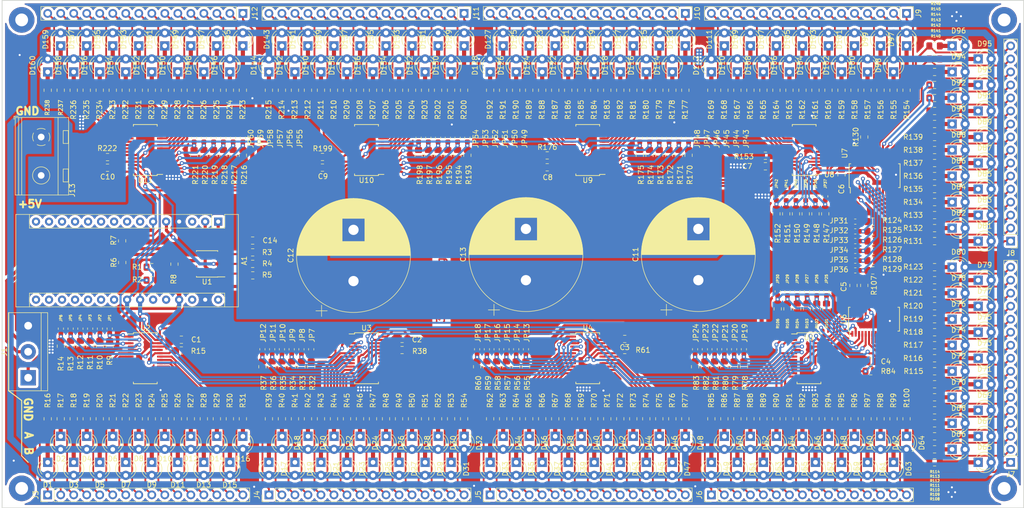
<source format=kicad_pcb>
(kicad_pcb (version 20171130) (host pcbnew "(5.0.0)")
  (title_block (title "160 Channel PWM Arduino Nano") (date 2019-05-18) (rev 2.0) (company "Jack Electronics") (comment 1 http://trisuliswanto.com) (comment 2 https://www.tokopedia.com/jack-electronics) (comment 3 "Made in Tuban, Jawa Timur"))
  (layers (0 F.Cu signal) (31 B.Cu signal) (34 B.Paste user) (35 F.Paste user) (36 B.SilkS user) (37 F.SilkS user) (38 B.Mask user) (39 F.Mask user) (44 Edge.Cuts user))
  (net 0 "")
  (net 1 TXD)
  (net 2 "Net-(A1-Pad17)")
  (net 3 RXD)
  (net 4 "Net-(A1-Pad18)")
  (net 5 "Net-(A1-Pad3)")
  (net 6 "Net-(A1-Pad19)")
  (net 7 "Net-(A1-Pad20)")
  (net 8 DERE)
  (net 9 "Net-(A1-Pad21)")
  (net 10 "Net-(A1-Pad22)")
  (net 11 "Net-(A1-Pad7)")
  (net 12 SDA)
  (net 13 "Net-(A1-Pad8)")
  (net 14 SCL)
  (net 15 "Net-(A1-Pad9)")
  (net 16 "Net-(A1-Pad25)")
  (net 17 "Net-(A1-Pad10)")
  (net 18 "Net-(A1-Pad26)")
  (net 19 "Net-(A1-Pad11)")
  (net 20 VCC)
  (net 21 "Net-(A1-Pad12)")
  (net 22 "Net-(A1-Pad28)")
  (net 23 "Net-(A1-Pad13)")
  (net 24 "Net-(A1-Pad14)")
  (net 25 "Net-(A1-Pad30)")
  (net 26 "Net-(A1-Pad15)")
  (net 27 "Net-(A1-Pad16)")
  (net 28 GND)
  (net 29 "Net-(D1-Pad1)")
  (net 30 "Net-(D2-Pad1)")
  (net 31 "Net-(D3-Pad1)")
  (net 32 "Net-(D4-Pad1)")
  (net 33 "Net-(D5-Pad1)")
  (net 34 "Net-(D6-Pad1)")
  (net 35 "Net-(D7-Pad1)")
  (net 36 "Net-(D8-Pad1)")
  (net 37 "Net-(D9-Pad1)")
  (net 38 "Net-(D10-Pad1)")
  (net 39 "Net-(D11-Pad1)")
  (net 40 "Net-(D12-Pad1)")
  (net 41 "Net-(D13-Pad1)")
  (net 42 "Net-(D14-Pad1)")
  (net 43 "Net-(D15-Pad1)")
  (net 44 "Net-(D16-Pad1)")
  (net 45 "Net-(D17-Pad1)")
  (net 46 "Net-(D18-Pad1)")
  (net 47 "Net-(D19-Pad1)")
  (net 48 "Net-(D20-Pad1)")
  (net 49 "Net-(D21-Pad1)")
  (net 50 "Net-(D22-Pad1)")
  (net 51 "Net-(D23-Pad1)")
  (net 52 "Net-(D24-Pad1)")
  (net 53 "Net-(D25-Pad1)")
  (net 54 "Net-(D26-Pad1)")
  (net 55 "Net-(D27-Pad1)")
  (net 56 "Net-(D28-Pad1)")
  (net 57 "Net-(D29-Pad1)")
  (net 58 "Net-(D30-Pad1)")
  (net 59 "Net-(D31-Pad1)")
  (net 60 "Net-(D32-Pad1)")
  (net 61 "Net-(D33-Pad1)")
  (net 62 "Net-(D34-Pad1)")
  (net 63 "Net-(D35-Pad1)")
  (net 64 "Net-(D36-Pad1)")
  (net 65 "Net-(D37-Pad1)")
  (net 66 "Net-(D38-Pad1)")
  (net 67 "Net-(D39-Pad1)")
  (net 68 "Net-(D40-Pad1)")
  (net 69 "Net-(D41-Pad1)")
  (net 70 "Net-(D42-Pad1)")
  (net 71 "Net-(D43-Pad1)")
  (net 72 "Net-(D44-Pad1)")
  (net 73 "Net-(D45-Pad1)")
  (net 74 "Net-(D46-Pad1)")
  (net 75 "Net-(D47-Pad1)")
  (net 76 "Net-(D48-Pad1)")
  (net 77 "Net-(D49-Pad1)")
  (net 78 "Net-(D50-Pad1)")
  (net 79 "Net-(D51-Pad1)")
  (net 80 "Net-(D52-Pad1)")
  (net 81 "Net-(D53-Pad1)")
  (net 82 "Net-(D54-Pad1)")
  (net 83 "Net-(D55-Pad1)")
  (net 84 "Net-(D56-Pad1)")
  (net 85 "Net-(D57-Pad1)")
  (net 86 "Net-(D58-Pad1)")
  (net 87 "Net-(D59-Pad1)")
  (net 88 "Net-(D60-Pad1)")
  (net 89 "Net-(D61-Pad1)")
  (net 90 "Net-(D62-Pad1)")
  (net 91 "Net-(D63-Pad1)")
  (net 92 "Net-(D64-Pad1)")
  (net 93 "Net-(JP1-Pad2)")
  (net 94 "Net-(JP2-Pad2)")
  (net 95 "Net-(JP3-Pad2)")
  (net 96 "Net-(JP4-Pad2)")
  (net 97 "Net-(JP5-Pad2)")
  (net 98 "Net-(JP6-Pad2)")
  (net 99 "Net-(JP7-Pad2)")
  (net 100 "Net-(JP8-Pad2)")
  (net 101 "Net-(JP9-Pad2)")
  (net 102 "Net-(JP10-Pad2)")
  (net 103 "Net-(JP11-Pad2)")
  (net 104 "Net-(JP12-Pad2)")
  (net 105 "Net-(JP13-Pad2)")
  (net 106 "Net-(JP14-Pad2)")
  (net 107 "Net-(JP15-Pad2)")
  (net 108 "Net-(JP16-Pad2)")
  (net 109 "Net-(JP17-Pad2)")
  (net 110 "Net-(JP18-Pad2)")
  (net 111 "Net-(JP19-Pad2)")
  (net 112 "Net-(JP20-Pad2)")
  (net 113 "Net-(JP21-Pad2)")
  (net 114 "Net-(JP22-Pad2)")
  (net 115 "Net-(JP23-Pad2)")
  (net 116 "Net-(JP24-Pad2)")
  (net 117 /pca9685/LED0)
  (net 118 /pca9685/LED1)
  (net 119 /pca9685/LED2)
  (net 120 /pca9685/LED3)
  (net 121 /pca9685/LED4)
  (net 122 /pca9685/LED5)
  (net 123 /pca9685/LED6)
  (net 124 /pca9685/LED7)
  (net 125 /pca9685/LED8)
  (net 126 /pca9685/LED9)
  (net 127 /pca9685/LED10)
  (net 128 /pca9685/LED11)
  (net 129 /pca9685/LED12)
  (net 130 /pca9685/LED13)
  (net 131 /pca9685/LED14)
  (net 132 /pca9685/LED15)
  (net 133 /sheet5CDA9F1F/LED0)
  (net 134 /sheet5CDA9F1F/LED1)
  (net 135 /sheet5CDA9F1F/LED2)
  (net 136 /sheet5CDA9F1F/LED3)
  (net 137 /sheet5CDA9F1F/LED4)
  (net 138 /sheet5CDA9F1F/LED5)
  (net 139 /sheet5CDA9F1F/LED6)
  (net 140 /sheet5CDA9F1F/LED7)
  (net 141 /sheet5CDA9F1F/LED8)
  (net 142 /sheet5CDA9F1F/LED9)
  (net 143 /sheet5CDA9F1F/LED10)
  (net 144 /sheet5CDA9F1F/LED11)
  (net 145 /sheet5CDA9F1F/LED12)
  (net 146 /sheet5CDA9F1F/LED13)
  (net 147 /sheet5CDA9F1F/LED14)
  (net 148 /sheet5CDA9F1F/LED15)
  (net 149 /sheet5CDAAFF1/LED0)
  (net 150 /sheet5CDAAFF1/LED1)
  (net 151 /sheet5CDAAFF1/LED2)
  (net 152 /sheet5CDAAFF1/LED3)
  (net 153 /sheet5CDAAFF1/LED4)
  (net 154 /sheet5CDAAFF1/LED5)
  (net 155 /sheet5CDAAFF1/LED6)
  (net 156 /sheet5CDAAFF1/LED7)
  (net 157 /sheet5CDAAFF1/LED8)
  (net 158 /sheet5CDAAFF1/LED9)
  (net 159 /sheet5CDAAFF1/LED10)
  (net 160 /sheet5CDAAFF1/LED11)
  (net 161 /sheet5CDAAFF1/LED12)
  (net 162 /sheet5CDAAFF1/LED13)
  (net 163 /sheet5CDAAFF1/LED14)
  (net 164 /sheet5CDAAFF1/LED15)
  (net 165 /sheet5CDAC124/LED0)
  (net 166 /sheet5CDAC124/LED1)
  (net 167 /sheet5CDAC124/LED2)
  (net 168 /sheet5CDAC124/LED3)
  (net 169 /sheet5CDAC124/LED4)
  (net 170 /sheet5CDAC124/LED5)
  (net 171 /sheet5CDAC124/LED6)
  (net 172 /sheet5CDAC124/LED7)
  (net 173 /sheet5CDAC124/LED8)
  (net 174 /sheet5CDAC124/LED9)
  (net 175 /sheet5CDAC124/LED10)
  (net 176 /sheet5CDAC124/LED11)
  (net 177 /sheet5CDAC124/LED12)
  (net 178 /sheet5CDAC124/LED13)
  (net 179 /sheet5CDAC124/LED14)
  (net 180 /sheet5CDAC124/LED15)
  (net 181 "Net-(J1-Pad1)")
  (net 182 "Net-(J1-Pad2)")
  (net 183 "Net-(D65-Pad1)")
  (net 184 "Net-(D66-Pad1)")
  (net 185 "Net-(D67-Pad1)")
  (net 186 "Net-(D68-Pad1)")
  (net 187 "Net-(D69-Pad1)")
  (net 188 "Net-(D70-Pad1)")
  (net 189 "Net-(D71-Pad1)")
  (net 190 "Net-(D72-Pad1)")
  (net 191 "Net-(D73-Pad1)")
  (net 192 "Net-(D74-Pad1)")
  (net 193 "Net-(D75-Pad1)")
  (net 194 "Net-(D76-Pad1)")
  (net 195 "Net-(D77-Pad1)")
  (net 196 "Net-(D78-Pad1)")
  (net 197 "Net-(D79-Pad1)")
  (net 198 "Net-(D80-Pad1)")
  (net 199 "Net-(D81-Pad1)")
  (net 200 "Net-(D82-Pad1)")
  (net 201 "Net-(D83-Pad1)")
  (net 202 "Net-(D84-Pad1)")
  (net 203 "Net-(D85-Pad1)")
  (net 204 "Net-(D86-Pad1)")
  (net 205 "Net-(D87-Pad1)")
  (net 206 "Net-(D88-Pad1)")
  (net 207 "Net-(D89-Pad1)")
  (net 208 "Net-(D90-Pad1)")
  (net 209 "Net-(D91-Pad1)")
  (net 210 "Net-(D92-Pad1)")
  (net 211 "Net-(D93-Pad1)")
  (net 212 "Net-(D94-Pad1)")
  (net 213 "Net-(D95-Pad1)")
  (net 214 "Net-(D96-Pad1)")
  (net 215 "Net-(D97-Pad1)")
  (net 216 "Net-(D98-Pad1)")
  (net 217 "Net-(D99-Pad1)")
  (net 218 "Net-(D100-Pad1)")
  (net 219 "Net-(D101-Pad1)")
  (net 220 "Net-(D102-Pad1)")
  (net 221 "Net-(D103-Pad1)")
  (net 222 "Net-(D104-Pad1)")
  (net 223 "Net-(D105-Pad1)")
  (net 224 "Net-(D106-Pad1)")
  (net 225 "Net-(D107-Pad1)")
  (net 226 "Net-(D108-Pad1)")
  (net 227 "Net-(D109-Pad1)")
  (net 228 "Net-(D110-Pad1)")
  (net 229 "Net-(D111-Pad1)")
  (net 230 "Net-(D112-Pad1)")
  (net 231 "Net-(D113-Pad1)")
  (net 232 "Net-(D114-Pad1)")
  (net 233 "Net-(D115-Pad1)")
  (net 234 "Net-(D116-Pad1)")
  (net 235 "Net-(D117-Pad1)")
  (net 236 "Net-(D118-Pad1)")
  (net 237 "Net-(D119-Pad1)")
  (net 238 "Net-(D120-Pad1)")
  (net 239 "Net-(D121-Pad1)")
  (net 240 "Net-(D122-Pad1)")
  (net 241 "Net-(D123-Pad1)")
  (net 242 "Net-(D124-Pad1)")
  (net 243 "Net-(D125-Pad1)")
  (net 244 "Net-(D126-Pad1)")
  (net 245 "Net-(D127-Pad1)")
  (net 246 "Net-(D128-Pad1)")
  (net 247 "Net-(D129-Pad1)")
  (net 248 "Net-(D130-Pad1)")
  (net 249 "Net-(D131-Pad1)")
  (net 250 "Net-(D132-Pad1)")
  (net 251 "Net-(D133-Pad1)")
  (net 252 "Net-(D134-Pad1)")
  (net 253 "Net-(D135-Pad1)")
  (net 254 "Net-(D136-Pad1)")
  (net 255 "Net-(D137-Pad1)")
  (net 256 "Net-(D138-Pad1)")
  (net 257 "Net-(D139-Pad1)")
  (net 258 "Net-(D140-Pad1)")
  (net 259 "Net-(D141-Pad1)")
  (net 260 "Net-(D142-Pad1)")
  (net 261 "Net-(D143-Pad1)")
  (net 262 "Net-(D144-Pad1)")
  (net 263 "Net-(D145-Pad1)")
  (net 264 "Net-(D146-Pad1)")
  (net 265 "Net-(D147-Pad1)")
  (net 266 "Net-(D148-Pad1)")
  (net 267 "Net-(D149-Pad1)")
  (net 268 "Net-(D150-Pad1)")
  (net 269 "Net-(D151-Pad1)")
  (net 270 "Net-(D152-Pad1)")
  (net 271 "Net-(D153-Pad1)")
  (net 272 "Net-(D154-Pad1)")
  (net 273 "Net-(D155-Pad1)")
  (net 274 "Net-(D156-Pad1)")
  (net 275 "Net-(D157-Pad1)")
  (net 276 "Net-(D158-Pad1)")
  (net 277 "Net-(D159-Pad1)")
  (net 278 "Net-(D160-Pad1)")
  (net 279 "Net-(JP25-Pad2)")
  (net 280 "Net-(JP26-Pad2)")
  (net 281 "Net-(JP27-Pad2)")
  (net 282 "Net-(JP28-Pad2)")
  (net 283 "Net-(JP29-Pad2)")
  (net 284 "Net-(JP30-Pad2)")
  (net 285 "Net-(JP31-Pad2)")
  (net 286 "Net-(JP32-Pad2)")
  (net 287 "Net-(JP33-Pad2)")
  (net 288 "Net-(JP34-Pad2)")
  (net 289 "Net-(JP35-Pad2)")
  (net 290 "Net-(JP36-Pad2)")
  (net 291 "Net-(JP37-Pad2)")
  (net 292 "Net-(JP38-Pad2)")
  (net 293 "Net-(JP39-Pad2)")
  (net 294 "Net-(JP40-Pad2)")
  (net 295 "Net-(JP41-Pad2)")
  (net 296 "Net-(JP42-Pad2)")
  (net 297 "Net-(JP43-Pad2)")
  (net 298 "Net-(JP44-Pad2)")
  (net 299 "Net-(JP45-Pad2)")
  (net 300 "Net-(JP46-Pad2)")
  (net 301 "Net-(JP47-Pad2)")
  (net 302 "Net-(JP48-Pad2)")
  (net 303 "Net-(JP49-Pad2)")
  (net 304 "Net-(JP50-Pad2)")
  (net 305 "Net-(JP51-Pad2)")
  (net 306 "Net-(JP52-Pad2)")
  (net 307 "Net-(JP53-Pad2)")
  (net 308 "Net-(JP54-Pad2)")
  (net 309 "Net-(JP55-Pad2)")
  (net 310 "Net-(JP56-Pad2)")
  (net 311 "Net-(JP57-Pad2)")
  (net 312 "Net-(JP58-Pad2)")
  (net 313 "Net-(JP59-Pad2)")
  (net 314 "Net-(JP60-Pad2)")
  (net 315 /sheet5CDCB530/LED0)
  (net 316 /sheet5CDCB530/LED1)
  (net 317 /sheet5CDCB530/LED2)
  (net 318 /sheet5CDCB530/LED3)
  (net 319 /sheet5CDCB530/LED4)
  (net 320 /sheet5CDCB530/LED5)
  (net 321 /sheet5CDCB530/LED6)
  (net 322 /sheet5CDCB530/LED7)
  (net 323 /sheet5CDCB530/LED8)
  (net 324 /sheet5CDCB530/LED9)
  (net 325 /sheet5CDCB530/LED10)
  (net 326 /sheet5CDCB530/LED11)
  (net 327 /sheet5CDCB530/LED12)
  (net 328 /sheet5CDCB530/LED13)
  (net 329 /sheet5CDCB530/LED14)
  (net 330 /sheet5CDCB530/LED15)
  (net 331 /sheet5CDCD3B7/LED0)
  (net 332 /sheet5CDCD3B7/LED1)
  (net 333 /sheet5CDCD3B7/LED2)
  (net 334 /sheet5CDCD3B7/LED3)
  (net 335 /sheet5CDCD3B7/LED4)
  (net 336 /sheet5CDCD3B7/LED5)
  (net 337 /sheet5CDCD3B7/LED6)
  (net 338 /sheet5CDCD3B7/LED7)
  (net 339 /sheet5CDCD3B7/LED8)
  (net 340 /sheet5CDCD3B7/LED9)
  (net 341 /sheet5CDCD3B7/LED10)
  (net 342 /sheet5CDCD3B7/LED11)
  (net 343 /sheet5CDCD3B7/LED12)
  (net 344 /sheet5CDCD3B7/LED13)
  (net 345 /sheet5CDCD3B7/LED14)
  (net 346 /sheet5CDCD3B7/LED15)
  (net 347 /sheet5CDCD3BF/LED15)
  (net 348 /sheet5CDCD3BF/LED14)
  (net 349 /sheet5CDCD3BF/LED13)
  (net 350 /sheet5CDCD3BF/LED12)
  (net 351 /sheet5CDCD3BF/LED11)
  (net 352 /sheet5CDCD3BF/LED10)
  (net 353 /sheet5CDCD3BF/LED9)
  (net 354 /sheet5CDCD3BF/LED8)
  (net 355 /sheet5CDCD3BF/LED7)
  (net 356 /sheet5CDCD3BF/LED6)
  (net 357 /sheet5CDCD3BF/LED5)
  (net 358 /sheet5CDCD3BF/LED4)
  (net 359 /sheet5CDCD3BF/LED3)
  (net 360 /sheet5CDCD3BF/LED2)
  (net 361 /sheet5CDCD3BF/LED1)
  (net 362 /sheet5CDCD3BF/LED0)
  (net 363 /sheet5CDCD3C7/LED0)
  (net 364 /sheet5CDCD3C7/LED1)
  (net 365 /sheet5CDCD3C7/LED2)
  (net 366 /sheet5CDCD3C7/LED3)
  (net 367 /sheet5CDCD3C7/LED4)
  (net 368 /sheet5CDCD3C7/LED5)
  (net 369 /sheet5CDCD3C7/LED6)
  (net 370 /sheet5CDCD3C7/LED7)
  (net 371 /sheet5CDCD3C7/LED8)
  (net 372 /sheet5CDCD3C7/LED9)
  (net 373 /sheet5CDCD3C7/LED10)
  (net 374 /sheet5CDCD3C7/LED11)
  (net 375 /sheet5CDCD3C7/LED12)
  (net 376 /sheet5CDCD3C7/LED13)
  (net 377 /sheet5CDCD3C7/LED14)
  (net 378 /sheet5CDCD3C7/LED15)
  (net 379 /sheet5CDCD3CF/LED0)
  (net 380 /sheet5CDCD3CF/LED1)
  (net 381 /sheet5CDCD3CF/LED2)
  (net 382 /sheet5CDCD3CF/LED3)
  (net 383 /sheet5CDCD3CF/LED4)
  (net 384 /sheet5CDCD3CF/LED5)
  (net 385 /sheet5CDCD3CF/LED6)
  (net 386 /sheet5CDCD3CF/LED7)
  (net 387 /sheet5CDCD3CF/LED8)
  (net 388 /sheet5CDCD3CF/LED9)
  (net 389 /sheet5CDCD3CF/LED10)
  (net 390 /sheet5CDCD3CF/LED11)
  (net 391 /sheet5CDCD3CF/LED12)
  (net 392 /sheet5CDCD3CF/LED13)
  (net 393 /sheet5CDCD3CF/LED14)
  (net 394 /sheet5CDCD3CF/LED15)
  (net 395 /sheet5CDCD3D7/LED15)
  (net 396 /sheet5CDCD3D7/LED14)
  (net 397 /sheet5CDCD3D7/LED13)
  (net 398 /sheet5CDCD3D7/LED12)
  (net 399 /sheet5CDCD3D7/LED11)
  (net 400 /sheet5CDCD3D7/LED10)
  (net 401 /sheet5CDCD3D7/LED9)
  (net 402 /sheet5CDCD3D7/LED8)
  (net 403 /sheet5CDCD3D7/LED7)
  (net 404 /sheet5CDCD3D7/LED6)
  (net 405 /sheet5CDCD3D7/LED5)
  (net 406 /sheet5CDCD3D7/LED4)
  (net 407 /sheet5CDCD3D7/LED3)
  (net 408 /sheet5CDCD3D7/LED2)
  (net 409 /sheet5CDCD3D7/LED1)
  (net 410 /sheet5CDCD3D7/LED0)
  (net 411 OE)
  (module Package_SO:SOIC-8_3.9x4.9mm_P1.27mm (layer F.Cu) (at 84.455 102.235 180)
    (fp_text reference U1 (at 0 -3.5 180) (layer F.SilkS))
    (fp_text value MAX485E)
    (pad 8 smd rect (at 2.7 -1.905 180) (size 1.55 0.6) (layers F.Cu F.Paste F.Mask) (net 20 VCC))
    (pad 7 smd rect (at 2.7 -0.635 180) (size 1.55 0.6) (layers F.Cu F.Paste F.Mask) (net 181 "Net-(J1-Pad1)"))
    (pad 6 smd rect (at 2.7 0.635 180) (size 1.55 0.6) (layers F.Cu F.Paste F.Mask) (net 182 "Net-(J1-Pad2)"))
    (pad 5 smd rect (at 2.7 1.905 180) (size 1.55 0.6) (layers F.Cu F.Paste F.Mask) (net 28 GND))
    (pad 4 smd rect (at -2.7 1.905 180) (size 1.55 0.6) (layers F.Cu F.Paste F.Mask) (net 1 TXD))
    (pad 3 smd rect (at -2.7 0.635 180) (size 1.55 0.6) (layers F.Cu F.Paste F.Mask) (net 8 DERE))
    (pad 2 smd rect (at -2.7 -0.635 180) (size 1.55 0.6) (layers F.Cu F.Paste F.Mask) (net 8 DERE))
    (pad 1 smd rect (at -2.7 -1.905 180) (size 1.55 0.6) (layers F.Cu F.Paste F.Mask) (net 3 RXD))
  )
  (module libraries:LED_D3.0mm (layer F.Cu) (at 198.12 64.77 90)
    (fp_text reference D106 (at 1.27 -2.96 90) (layer F.SilkS))
    (fp_text value LED)
    (pad 2 thru_hole circle (at 2.54 0 90) (size 1.8 1.8) (drill 0.9) (layers *.Cu *.Mask) (net 20 VCC))
    (pad 1 thru_hole rect (at 0 0 90) (size 1.8 1.8) (drill 0.9) (layers *.Cu *.Mask) (net 224 "Net-(D106-Pad1)"))
  )
  (module libraries:LED_D3.0mm (layer F.Cu) (at 68.58 140.97 270)
    (fp_text reference D7 (at 4.37 -0.040004) (layer F.SilkS))
    (fp_text value LED)
    (pad 2 thru_hole circle (at 2.54 0 270) (size 1.8 1.8) (drill 0.9) (layers *.Cu *.Mask) (net 20 VCC))
    (pad 1 thru_hole rect (at 0 0 270) (size 1.8 1.8) (drill 0.9) (layers *.Cu *.Mask) (net 35 "Net-(D7-Pad1)"))
  )
  (module libraries:LED_D3.0mm (layer F.Cu) (at 53.34 140.97 270)
    (fp_text reference D1 (at 4.41 -0.04) (layer F.SilkS))
    (fp_text value LED)
    (pad 2 thru_hole circle (at 2.54 0 270) (size 1.8 1.8) (drill 0.9) (layers *.Cu *.Mask) (net 20 VCC))
    (pad 1 thru_hole rect (at 0 0 270) (size 1.8 1.8) (drill 0.9) (layers *.Cu *.Mask) (net 29 "Net-(D1-Pad1)"))
  )
  (module libraries:LED_D3.0mm (layer F.Cu) (at 55.88 135.89 270)
    (fp_text reference D2 (at 4.39 -0.033334) (layer F.SilkS))
    (fp_text value LED)
    (pad 2 thru_hole circle (at 2.54 0 270) (size 1.8 1.8) (drill 0.9) (layers *.Cu *.Mask) (net 20 VCC))
    (pad 1 thru_hole rect (at 0 0 270) (size 1.8 1.8) (drill 0.9) (layers *.Cu *.Mask) (net 30 "Net-(D2-Pad1)"))
  )
  (module libraries:LED_D3.0mm (layer F.Cu) (at 58.42 140.97 270)
    (fp_text reference D3 (at 4.4 -0.006668) (layer F.SilkS))
    (fp_text value LED)
    (pad 2 thru_hole circle (at 2.54 0 270) (size 1.8 1.8) (drill 0.9) (layers *.Cu *.Mask) (net 20 VCC))
    (pad 1 thru_hole rect (at 0 0 270) (size 1.8 1.8) (drill 0.9) (layers *.Cu *.Mask) (net 31 "Net-(D3-Pad1)"))
  )
  (module libraries:LED_D3.0mm (layer F.Cu) (at 60.96 135.89 270)
    (fp_text reference D4 (at 4.42 -0.010002) (layer F.SilkS))
    (fp_text value LED)
    (pad 2 thru_hole circle (at 2.54 0 270) (size 1.8 1.8) (drill 0.9) (layers *.Cu *.Mask) (net 20 VCC))
    (pad 1 thru_hole rect (at 0 0 270) (size 1.8 1.8) (drill 0.9) (layers *.Cu *.Mask) (net 32 "Net-(D4-Pad1)"))
  )
  (module libraries:LED_D3.0mm (layer F.Cu) (at 63.5 140.97 270)
    (fp_text reference D5 (at 4.39 -0.013336) (layer F.SilkS))
    (fp_text value LED)
    (pad 2 thru_hole circle (at 2.54 0 270) (size 1.8 1.8) (drill 0.9) (layers *.Cu *.Mask) (net 20 VCC))
    (pad 1 thru_hole rect (at 0 0 270) (size 1.8 1.8) (drill 0.9) (layers *.Cu *.Mask) (net 33 "Net-(D5-Pad1)"))
  )
  (module libraries:LED_D3.0mm (layer F.Cu) (at 66.04 135.89 270)
    (fp_text reference D6 (at 4.39 0.01333) (layer F.SilkS))
    (fp_text value LED)
    (pad 2 thru_hole circle (at 2.54 0 270) (size 1.8 1.8) (drill 0.9) (layers *.Cu *.Mask) (net 20 VCC))
    (pad 1 thru_hole rect (at 0 0 270) (size 1.8 1.8) (drill 0.9) (layers *.Cu *.Mask) (net 34 "Net-(D6-Pad1)"))
  )
  (module libraries:LED_D3.0mm (layer F.Cu) (at 71.12 135.89 270)
    (fp_text reference D8 (at 4.35 0.016662) (layer F.SilkS))
    (fp_text value LED)
    (pad 2 thru_hole circle (at 2.54 0 270) (size 1.8 1.8) (drill 0.9) (layers *.Cu *.Mask) (net 20 VCC))
    (pad 1 thru_hole rect (at 0 0 270) (size 1.8 1.8) (drill 0.9) (layers *.Cu *.Mask) (net 36 "Net-(D8-Pad1)"))
  )
  (module libraries:LED_D3.0mm (layer F.Cu) (at 73.66 140.97 270)
    (fp_text reference D9 (at 4.37 0.013328) (layer F.SilkS))
    (fp_text value LED)
    (pad 2 thru_hole circle (at 2.54 0 270) (size 1.8 1.8) (drill 0.9) (layers *.Cu *.Mask) (net 20 VCC))
    (pad 1 thru_hole rect (at 0 0 270) (size 1.8 1.8) (drill 0.9) (layers *.Cu *.Mask) (net 37 "Net-(D9-Pad1)"))
  )
  (module libraries:LED_D3.0mm (layer F.Cu) (at 76.2 135.89 270)
    (fp_text reference D10 (at 4.37 -0.020006) (layer F.SilkS))
    (fp_text value LED)
    (pad 2 thru_hole circle (at 2.54 0 270) (size 1.8 1.8) (drill 0.9) (layers *.Cu *.Mask) (net 20 VCC))
    (pad 1 thru_hole rect (at 0 0 270) (size 1.8 1.8) (drill 0.9) (layers *.Cu *.Mask) (net 38 "Net-(D10-Pad1)"))
  )
  (module libraries:LED_D3.0mm (layer F.Cu) (at 88.9 140.97 270)
    (fp_text reference D15 (at 4.41 0.003324) (layer F.SilkS))
    (fp_text value LED)
    (pad 2 thru_hole circle (at 2.54 0 270) (size 1.8 1.8) (drill 0.9) (layers *.Cu *.Mask) (net 20 VCC))
    (pad 1 thru_hole rect (at 0 0 270) (size 1.8 1.8) (drill 0.9) (layers *.Cu *.Mask) (net 43 "Net-(D15-Pad1)"))
  )
  (module libraries:LED_D3.0mm (layer F.Cu) (at 86.36 135.89 270)
    (fp_text reference D14 (at 4.35 -0.023342) (layer F.SilkS))
    (fp_text value LED)
    (pad 2 thru_hole circle (at 2.54 0 270) (size 1.8 1.8) (drill 0.9) (layers *.Cu *.Mask) (net 20 VCC))
    (pad 1 thru_hole rect (at 0 0 270) (size 1.8 1.8) (drill 0.9) (layers *.Cu *.Mask) (net 42 "Net-(D14-Pad1)"))
  )
  (module libraries:LED_D3.0mm (layer F.Cu) (at 78.74 140.97 270)
    (fp_text reference D11 (at 4.37 -0.01334) (layer F.SilkS))
    (fp_text value LED)
    (pad 2 thru_hole circle (at 2.54 0 270) (size 1.8 1.8) (drill 0.9) (layers *.Cu *.Mask) (net 20 VCC))
    (pad 1 thru_hole rect (at 0 0 270) (size 1.8 1.8) (drill 0.9) (layers *.Cu *.Mask) (net 39 "Net-(D11-Pad1)"))
  )
  (module libraries:LED_D3.0mm (layer F.Cu) (at 81.28 135.89 270)
    (fp_text reference D12 (at 4.35 0.003326) (layer F.SilkS))
    (fp_text value LED)
    (pad 2 thru_hole circle (at 2.54 0 270) (size 1.8 1.8) (drill 0.9) (layers *.Cu *.Mask) (net 20 VCC))
    (pad 1 thru_hole rect (at 0 0 270) (size 1.8 1.8) (drill 0.9) (layers *.Cu *.Mask) (net 40 "Net-(D12-Pad1)"))
  )
  (module libraries:LED_D3.0mm (layer F.Cu) (at 83.82 140.97 270)
    (fp_text reference D13 (at 4.36 0.029992) (layer F.SilkS))
    (fp_text value LED)
    (pad 2 thru_hole circle (at 2.54 0 270) (size 1.8 1.8) (drill 0.9) (layers *.Cu *.Mask) (net 20 VCC))
    (pad 1 thru_hole rect (at 0 0 270) (size 1.8 1.8) (drill 0.9) (layers *.Cu *.Mask) (net 41 "Net-(D13-Pad1)"))
  )
  (module libraries:LED_D3.0mm (layer F.Cu) (at 91.44 135.89 270)
    (fp_text reference D16 (at 4.39 -0.01) (layer F.SilkS))
    (fp_text value LED)
    (pad 2 thru_hole circle (at 2.54 0 270) (size 1.8 1.8) (drill 0.9) (layers *.Cu *.Mask) (net 20 VCC))
    (pad 1 thru_hole rect (at 0 0 270) (size 1.8 1.8) (drill 0.9) (layers *.Cu *.Mask) (net 44 "Net-(D16-Pad1)"))
  )
  (module libraries:LED_D3.0mm (layer F.Cu) (at 96.52 140.97 270)
    (fp_text reference D17 (at 1.27 -2.96 270) (layer F.SilkS))
    (fp_text value LED)
    (pad 2 thru_hole circle (at 2.54 0 270) (size 1.8 1.8) (drill 0.9) (layers *.Cu *.Mask) (net 20 VCC))
    (pad 1 thru_hole rect (at 0 0 270) (size 1.8 1.8) (drill 0.9) (layers *.Cu *.Mask) (net 45 "Net-(D17-Pad1)"))
  )
  (module libraries:LED_D3.0mm (layer F.Cu) (at 99.08 135.89 270)
    (fp_text reference D18 (at 1.27 -2.96 270) (layer F.SilkS))
    (fp_text value LED)
    (pad 2 thru_hole circle (at 2.54 0 270) (size 1.8 1.8) (drill 0.9) (layers *.Cu *.Mask) (net 20 VCC))
    (pad 1 thru_hole rect (at 0 0 270) (size 1.8 1.8) (drill 0.9) (layers *.Cu *.Mask) (net 46 "Net-(D18-Pad1)"))
  )
  (module libraries:LED_D3.0mm (layer F.Cu) (at 101.6 140.97 270)
    (fp_text reference D19 (at 1.27 -2.96 270) (layer F.SilkS))
    (fp_text value LED)
    (pad 2 thru_hole circle (at 2.54 0 270) (size 1.8 1.8) (drill 0.9) (layers *.Cu *.Mask) (net 20 VCC))
    (pad 1 thru_hole rect (at 0 0 270) (size 1.8 1.8) (drill 0.9) (layers *.Cu *.Mask) (net 47 "Net-(D19-Pad1)"))
  )
  (module libraries:LED_D3.0mm (layer F.Cu) (at 104.157142 135.89 270)
    (fp_text reference D20 (at 1.27 -2.96 270) (layer F.SilkS))
    (fp_text value LED)
    (pad 2 thru_hole circle (at 2.54 0 270) (size 1.8 1.8) (drill 0.9) (layers *.Cu *.Mask) (net 20 VCC))
    (pad 1 thru_hole rect (at 0 0 270) (size 1.8 1.8) (drill 0.9) (layers *.Cu *.Mask) (net 48 "Net-(D20-Pad1)"))
  )
  (module libraries:LED_D3.0mm (layer F.Cu) (at 106.68 140.97 270)
    (fp_text reference D21 (at 1.27 -2.96 270) (layer F.SilkS))
    (fp_text value LED)
    (pad 2 thru_hole circle (at 2.54 0 270) (size 1.8 1.8) (drill 0.9) (layers *.Cu *.Mask) (net 20 VCC))
    (pad 1 thru_hole rect (at 0 0 270) (size 1.8 1.8) (drill 0.9) (layers *.Cu *.Mask) (net 49 "Net-(D21-Pad1)"))
  )
  (module libraries:LED_D3.0mm (layer F.Cu) (at 109.234284 135.89 270)
    (fp_text reference D22 (at 1.27 -2.96 270) (layer F.SilkS))
    (fp_text value LED)
    (pad 2 thru_hole circle (at 2.54 0 270) (size 1.8 1.8) (drill 0.9) (layers *.Cu *.Mask) (net 20 VCC))
    (pad 1 thru_hole rect (at 0 0 270) (size 1.8 1.8) (drill 0.9) (layers *.Cu *.Mask) (net 50 "Net-(D22-Pad1)"))
  )
  (module libraries:LED_D3.0mm (layer F.Cu) (at 111.76 140.97 270)
    (fp_text reference D23 (at 1.27 -2.96 270) (layer F.SilkS))
    (fp_text value LED)
    (pad 2 thru_hole circle (at 2.54 0 270) (size 1.8 1.8) (drill 0.9) (layers *.Cu *.Mask) (net 20 VCC))
    (pad 1 thru_hole rect (at 0 0 270) (size 1.8 1.8) (drill 0.9) (layers *.Cu *.Mask) (net 51 "Net-(D23-Pad1)"))
  )
  (module libraries:LED_D3.0mm (layer F.Cu) (at 114.311426 135.89 270)
    (fp_text reference D24 (at 1.27 -2.96 270) (layer F.SilkS))
    (fp_text value LED)
    (pad 2 thru_hole circle (at 2.54 0 270) (size 1.8 1.8) (drill 0.9) (layers *.Cu *.Mask) (net 20 VCC))
    (pad 1 thru_hole rect (at 0 0 270) (size 1.8 1.8) (drill 0.9) (layers *.Cu *.Mask) (net 52 "Net-(D24-Pad1)"))
  )
  (module libraries:LED_D3.0mm (layer F.Cu) (at 116.84 140.97 270)
    (fp_text reference D25 (at 1.27 -2.96 270) (layer F.SilkS))
    (fp_text value LED)
    (pad 2 thru_hole circle (at 2.54 0 270) (size 1.8 1.8) (drill 0.9) (layers *.Cu *.Mask) (net 20 VCC))
    (pad 1 thru_hole rect (at 0 0 270) (size 1.8 1.8) (drill 0.9) (layers *.Cu *.Mask) (net 53 "Net-(D25-Pad1)"))
  )
  (module libraries:LED_D3.0mm (layer F.Cu) (at 119.388568 135.89 270)
    (fp_text reference D26 (at 1.27 -2.96 270) (layer F.SilkS))
    (fp_text value LED)
    (pad 2 thru_hole circle (at 2.54 0 270) (size 1.8 1.8) (drill 0.9) (layers *.Cu *.Mask) (net 20 VCC))
    (pad 1 thru_hole rect (at 0 0 270) (size 1.8 1.8) (drill 0.9) (layers *.Cu *.Mask) (net 54 "Net-(D26-Pad1)"))
  )
  (module libraries:LED_D3.0mm (layer F.Cu) (at 121.92 140.97 270)
    (fp_text reference D27 (at 1.27 -2.96 270) (layer F.SilkS))
    (fp_text value LED)
    (pad 2 thru_hole circle (at 2.54 0 270) (size 1.8 1.8) (drill 0.9) (layers *.Cu *.Mask) (net 20 VCC))
    (pad 1 thru_hole rect (at 0 0 270) (size 1.8 1.8) (drill 0.9) (layers *.Cu *.Mask) (net 55 "Net-(D27-Pad1)"))
  )
  (module libraries:LED_D3.0mm (layer F.Cu) (at 124.46571 135.89 270)
    (fp_text reference D28 (at 1.27 -2.96 270) (layer F.SilkS))
    (fp_text value LED)
    (pad 2 thru_hole circle (at 2.54 0 270) (size 1.8 1.8) (drill 0.9) (layers *.Cu *.Mask) (net 20 VCC))
    (pad 1 thru_hole rect (at 0 0 270) (size 1.8 1.8) (drill 0.9) (layers *.Cu *.Mask) (net 56 "Net-(D28-Pad1)"))
  )
  (module libraries:LED_D3.0mm (layer F.Cu) (at 127 140.97 270)
    (fp_text reference D29 (at 1.27 -2.96 270) (layer F.SilkS))
    (fp_text value LED)
    (pad 2 thru_hole circle (at 2.54 0 270) (size 1.8 1.8) (drill 0.9) (layers *.Cu *.Mask) (net 20 VCC))
    (pad 1 thru_hole rect (at 0 0 270) (size 1.8 1.8) (drill 0.9) (layers *.Cu *.Mask) (net 57 "Net-(D29-Pad1)"))
  )
  (module libraries:LED_D3.0mm (layer F.Cu) (at 129.542852 135.89 270)
    (fp_text reference D30 (at 1.27 -2.96 270) (layer F.SilkS))
    (fp_text value LED)
    (pad 2 thru_hole circle (at 2.54 0 270) (size 1.8 1.8) (drill 0.9) (layers *.Cu *.Mask) (net 20 VCC))
    (pad 1 thru_hole rect (at 0 0 270) (size 1.8 1.8) (drill 0.9) (layers *.Cu *.Mask) (net 58 "Net-(D30-Pad1)"))
  )
  (module libraries:LED_D3.0mm (layer F.Cu) (at 132.08 140.97 270)
    (fp_text reference D31 (at 1.27 -2.96 270) (layer F.SilkS))
    (fp_text value LED)
    (pad 2 thru_hole circle (at 2.54 0 270) (size 1.8 1.8) (drill 0.9) (layers *.Cu *.Mask) (net 20 VCC))
    (pad 1 thru_hole rect (at 0 0 270) (size 1.8 1.8) (drill 0.9) (layers *.Cu *.Mask) (net 59 "Net-(D31-Pad1)"))
  )
  (module libraries:LED_D3.0mm (layer F.Cu) (at 134.62 135.89 270)
    (fp_text reference D32 (at 1.27 -2.96 270) (layer F.SilkS))
    (fp_text value LED)
    (pad 2 thru_hole circle (at 2.54 0 270) (size 1.8 1.8) (drill 0.9) (layers *.Cu *.Mask) (net 20 VCC))
    (pad 1 thru_hole rect (at 0 0 270) (size 1.8 1.8) (drill 0.9) (layers *.Cu *.Mask) (net 60 "Net-(D32-Pad1)"))
  )
  (module libraries:LED_D3.0mm (layer F.Cu) (at 139.7 140.97 270)
    (fp_text reference D33 (at 1.27 -2.96 270) (layer F.SilkS))
    (fp_text value LED)
    (pad 2 thru_hole circle (at 2.54 0 270) (size 1.8 1.8) (drill 0.9) (layers *.Cu *.Mask) (net 20 VCC))
    (pad 1 thru_hole rect (at 0 0 270) (size 1.8 1.8) (drill 0.9) (layers *.Cu *.Mask) (net 61 "Net-(D33-Pad1)"))
  )
  (module libraries:LED_D3.0mm (layer F.Cu) (at 142.24 135.89 270)
    (fp_text reference D34 (at 1.27 -2.96 270) (layer F.SilkS))
    (fp_text value LED)
    (pad 2 thru_hole circle (at 2.54 0 270) (size 1.8 1.8) (drill 0.9) (layers *.Cu *.Mask) (net 20 VCC))
    (pad 1 thru_hole rect (at 0 0 270) (size 1.8 1.8) (drill 0.9) (layers *.Cu *.Mask) (net 62 "Net-(D34-Pad1)"))
  )
  (module libraries:LED_D3.0mm (layer F.Cu) (at 144.78 140.97 270)
    (fp_text reference D35 (at 1.27 -2.96 270) (layer F.SilkS))
    (fp_text value LED)
    (pad 2 thru_hole circle (at 2.54 0 270) (size 1.8 1.8) (drill 0.9) (layers *.Cu *.Mask) (net 20 VCC))
    (pad 1 thru_hole rect (at 0 0 270) (size 1.8 1.8) (drill 0.9) (layers *.Cu *.Mask) (net 63 "Net-(D35-Pad1)"))
  )
  (module libraries:LED_D3.0mm (layer F.Cu) (at 147.32 135.89 270)
    (fp_text reference D36 (at 1.27 -2.96 270) (layer F.SilkS))
    (fp_text value LED)
    (pad 2 thru_hole circle (at 2.54 0 270) (size 1.8 1.8) (drill 0.9) (layers *.Cu *.Mask) (net 20 VCC))
    (pad 1 thru_hole rect (at 0 0 270) (size 1.8 1.8) (drill 0.9) (layers *.Cu *.Mask) (net 64 "Net-(D36-Pad1)"))
  )
  (module libraries:LED_D3.0mm (layer F.Cu) (at 149.86 140.97 270)
    (fp_text reference D37 (at 1.27 -2.96 270) (layer F.SilkS))
    (fp_text value LED)
    (pad 2 thru_hole circle (at 2.54 0 270) (size 1.8 1.8) (drill 0.9) (layers *.Cu *.Mask) (net 20 VCC))
    (pad 1 thru_hole rect (at 0 0 270) (size 1.8 1.8) (drill 0.9) (layers *.Cu *.Mask) (net 65 "Net-(D37-Pad1)"))
  )
  (module libraries:LED_D3.0mm (layer F.Cu) (at 152.4 135.89 270)
    (fp_text reference D38 (at 1.27 -2.96 270) (layer F.SilkS))
    (fp_text value LED)
    (pad 2 thru_hole circle (at 2.54 0 270) (size 1.8 1.8) (drill 0.9) (layers *.Cu *.Mask) (net 20 VCC))
    (pad 1 thru_hole rect (at 0 0 270) (size 1.8 1.8) (drill 0.9) (layers *.Cu *.Mask) (net 66 "Net-(D38-Pad1)"))
  )
  (module libraries:LED_D3.0mm (layer F.Cu) (at 154.94 140.97 270)
    (fp_text reference D39 (at 1.27 -2.96 270) (layer F.SilkS))
    (fp_text value LED)
    (pad 2 thru_hole circle (at 2.54 0 270) (size 1.8 1.8) (drill 0.9) (layers *.Cu *.Mask) (net 20 VCC))
    (pad 1 thru_hole rect (at 0 0 270) (size 1.8 1.8) (drill 0.9) (layers *.Cu *.Mask) (net 67 "Net-(D39-Pad1)"))
  )
  (module libraries:LED_D3.0mm (layer F.Cu) (at 157.48 135.89 270)
    (fp_text reference D40 (at 1.27 -2.96 270) (layer F.SilkS))
    (fp_text value LED)
    (pad 2 thru_hole circle (at 2.54 0 270) (size 1.8 1.8) (drill 0.9) (layers *.Cu *.Mask) (net 20 VCC))
    (pad 1 thru_hole rect (at 0 0 270) (size 1.8 1.8) (drill 0.9) (layers *.Cu *.Mask) (net 68 "Net-(D40-Pad1)"))
  )
  (module libraries:LED_D3.0mm (layer F.Cu) (at 160.02 140.97 270)
    (fp_text reference D41 (at 1.27 -2.96 270) (layer F.SilkS))
    (fp_text value LED)
    (pad 2 thru_hole circle (at 2.54 0 270) (size 1.8 1.8) (drill 0.9) (layers *.Cu *.Mask) (net 20 VCC))
    (pad 1 thru_hole rect (at 0 0 270) (size 1.8 1.8) (drill 0.9) (layers *.Cu *.Mask) (net 69 "Net-(D41-Pad1)"))
  )
  (module libraries:LED_D3.0mm (layer F.Cu) (at 162.56 135.89 270)
    (fp_text reference D42 (at 1.27 -2.96 270) (layer F.SilkS))
    (fp_text value LED)
    (pad 2 thru_hole circle (at 2.54 0 270) (size 1.8 1.8) (drill 0.9) (layers *.Cu *.Mask) (net 20 VCC))
    (pad 1 thru_hole rect (at 0 0 270) (size 1.8 1.8) (drill 0.9) (layers *.Cu *.Mask) (net 70 "Net-(D42-Pad1)"))
  )
  (module libraries:LED_D3.0mm (layer F.Cu) (at 165.1 140.97 270)
    (fp_text reference D43 (at 1.27 -2.96 270) (layer F.SilkS))
    (fp_text value LED)
    (pad 2 thru_hole circle (at 2.54 0 270) (size 1.8 1.8) (drill 0.9) (layers *.Cu *.Mask) (net 20 VCC))
    (pad 1 thru_hole rect (at 0 0 270) (size 1.8 1.8) (drill 0.9) (layers *.Cu *.Mask) (net 71 "Net-(D43-Pad1)"))
  )
  (module libraries:LED_D3.0mm (layer F.Cu) (at 167.64 135.89 270)
    (fp_text reference D44 (at 1.27 -2.96 270) (layer F.SilkS))
    (fp_text value LED)
    (pad 2 thru_hole circle (at 2.54 0 270) (size 1.8 1.8) (drill 0.9) (layers *.Cu *.Mask) (net 20 VCC))
    (pad 1 thru_hole rect (at 0 0 270) (size 1.8 1.8) (drill 0.9) (layers *.Cu *.Mask) (net 72 "Net-(D44-Pad1)"))
  )
  (module libraries:LED_D3.0mm (layer F.Cu) (at 170.18 140.97 270)
    (fp_text reference D45 (at 1.27 -2.96 270) (layer F.SilkS))
    (fp_text value LED)
    (pad 2 thru_hole circle (at 2.54 0 270) (size 1.8 1.8) (drill 0.9) (layers *.Cu *.Mask) (net 20 VCC))
    (pad 1 thru_hole rect (at 0 0 270) (size 1.8 1.8) (drill 0.9) (layers *.Cu *.Mask) (net 73 "Net-(D45-Pad1)"))
  )
  (module libraries:LED_D3.0mm (layer F.Cu) (at 172.72 135.89 270)
    (fp_text reference D46 (at 1.27 -2.96 270) (layer F.SilkS))
    (fp_text value LED)
    (pad 2 thru_hole circle (at 2.54 0 270) (size 1.8 1.8) (drill 0.9) (layers *.Cu *.Mask) (net 20 VCC))
    (pad 1 thru_hole rect (at 0 0 270) (size 1.8 1.8) (drill 0.9) (layers *.Cu *.Mask) (net 74 "Net-(D46-Pad1)"))
  )
  (module libraries:LED_D3.0mm (layer F.Cu) (at 175.26 140.97 270)
    (fp_text reference D47 (at 1.27 -2.96 270) (layer F.SilkS))
    (fp_text value LED)
    (pad 2 thru_hole circle (at 2.54 0 270) (size 1.8 1.8) (drill 0.9) (layers *.Cu *.Mask) (net 20 VCC))
    (pad 1 thru_hole rect (at 0 0 270) (size 1.8 1.8) (drill 0.9) (layers *.Cu *.Mask) (net 75 "Net-(D47-Pad1)"))
  )
  (module libraries:LED_D3.0mm (layer F.Cu) (at 177.8 135.89 270)
    (fp_text reference D48 (at 1.27 -2.96 270) (layer F.SilkS))
    (fp_text value LED)
    (pad 2 thru_hole circle (at 2.54 0 270) (size 1.8 1.8) (drill 0.9) (layers *.Cu *.Mask) (net 20 VCC))
    (pad 1 thru_hole rect (at 0 0 270) (size 1.8 1.8) (drill 0.9) (layers *.Cu *.Mask) (net 76 "Net-(D48-Pad1)"))
  )
  (module libraries:LED_D3.0mm (layer F.Cu) (at 182.88 140.97 270)
    (fp_text reference D49 (at 1.27 -2.96 270) (layer F.SilkS))
    (fp_text value LED)
    (pad 2 thru_hole circle (at 2.54 0 270) (size 1.8 1.8) (drill 0.9) (layers *.Cu *.Mask) (net 20 VCC))
    (pad 1 thru_hole rect (at 0 0 270) (size 1.8 1.8) (drill 0.9) (layers *.Cu *.Mask) (net 77 "Net-(D49-Pad1)"))
  )
  (module libraries:LED_D3.0mm (layer F.Cu) (at 185.42 135.89 270)
    (fp_text reference D50 (at 1.27 -2.96 270) (layer F.SilkS))
    (fp_text value LED)
    (pad 2 thru_hole circle (at 2.54 0 270) (size 1.8 1.8) (drill 0.9) (layers *.Cu *.Mask) (net 20 VCC))
    (pad 1 thru_hole rect (at 0 0 270) (size 1.8 1.8) (drill 0.9) (layers *.Cu *.Mask) (net 78 "Net-(D50-Pad1)"))
  )
  (module libraries:LED_D3.0mm (layer F.Cu) (at 187.96 140.97 270)
    (fp_text reference D51 (at 1.27 -2.96 270) (layer F.SilkS))
    (fp_text value LED)
    (pad 2 thru_hole circle (at 2.54 0 270) (size 1.8 1.8) (drill 0.9) (layers *.Cu *.Mask) (net 20 VCC))
    (pad 1 thru_hole rect (at 0 0 270) (size 1.8 1.8) (drill 0.9) (layers *.Cu *.Mask) (net 79 "Net-(D51-Pad1)"))
  )
  (module libraries:LED_D3.0mm (layer F.Cu) (at 190.5 135.89 270)
    (fp_text reference D52 (at 1.27 -2.96 270) (layer F.SilkS))
    (fp_text value LED)
    (pad 2 thru_hole circle (at 2.54 0 270) (size 1.8 1.8) (drill 0.9) (layers *.Cu *.Mask) (net 20 VCC))
    (pad 1 thru_hole rect (at 0 0 270) (size 1.8 1.8) (drill 0.9) (layers *.Cu *.Mask) (net 80 "Net-(D52-Pad1)"))
  )
  (module libraries:LED_D3.0mm (layer F.Cu) (at 193.04 140.97 270)
    (fp_text reference D53 (at 1.27 -2.96 270) (layer F.SilkS))
    (fp_text value LED)
    (pad 2 thru_hole circle (at 2.54 0 270) (size 1.8 1.8) (drill 0.9) (layers *.Cu *.Mask) (net 20 VCC))
    (pad 1 thru_hole rect (at 0 0 270) (size 1.8 1.8) (drill 0.9) (layers *.Cu *.Mask) (net 81 "Net-(D53-Pad1)"))
  )
  (module libraries:LED_D3.0mm (layer F.Cu) (at 195.58 135.89 270)
    (fp_text reference D54 (at 1.27 -2.96 270) (layer F.SilkS))
    (fp_text value LED)
    (pad 2 thru_hole circle (at 2.54 0 270) (size 1.8 1.8) (drill 0.9) (layers *.Cu *.Mask) (net 20 VCC))
    (pad 1 thru_hole rect (at 0 0 270) (size 1.8 1.8) (drill 0.9) (layers *.Cu *.Mask) (net 82 "Net-(D54-Pad1)"))
  )
  (module libraries:LED_D3.0mm (layer F.Cu) (at 198.12 140.97 270)
    (fp_text reference D55 (at 1.27 -2.96 270) (layer F.SilkS))
    (fp_text value LED)
    (pad 2 thru_hole circle (at 2.54 0 270) (size 1.8 1.8) (drill 0.9) (layers *.Cu *.Mask) (net 20 VCC))
    (pad 1 thru_hole rect (at 0 0 270) (size 1.8 1.8) (drill 0.9) (layers *.Cu *.Mask) (net 83 "Net-(D55-Pad1)"))
  )
  (module libraries:LED_D3.0mm (layer F.Cu) (at 200.66 135.89 270)
    (fp_text reference D56 (at 1.27 -2.96 270) (layer F.SilkS))
    (fp_text value LED)
    (pad 2 thru_hole circle (at 2.54 0 270) (size 1.8 1.8) (drill 0.9) (layers *.Cu *.Mask) (net 20 VCC))
    (pad 1 thru_hole rect (at 0 0 270) (size 1.8 1.8) (drill 0.9) (layers *.Cu *.Mask) (net 84 "Net-(D56-Pad1)"))
  )
  (module libraries:LED_D3.0mm (layer F.Cu) (at 203.2 140.97 270)
    (fp_text reference D57 (at 1.27 -2.96 270) (layer F.SilkS))
    (fp_text value LED)
    (pad 2 thru_hole circle (at 2.54 0 270) (size 1.8 1.8) (drill 0.9) (layers *.Cu *.Mask) (net 20 VCC))
    (pad 1 thru_hole rect (at 0 0 270) (size 1.8 1.8) (drill 0.9) (layers *.Cu *.Mask) (net 85 "Net-(D57-Pad1)"))
  )
  (module libraries:LED_D3.0mm (layer F.Cu) (at 205.74 135.89 270)
    (fp_text reference D58 (at 1.27 -2.96 270) (layer F.SilkS))
    (fp_text value LED)
    (pad 2 thru_hole circle (at 2.54 0 270) (size 1.8 1.8) (drill 0.9) (layers *.Cu *.Mask) (net 20 VCC))
    (pad 1 thru_hole rect (at 0 0 270) (size 1.8 1.8) (drill 0.9) (layers *.Cu *.Mask) (net 86 "Net-(D58-Pad1)"))
  )
  (module libraries:LED_D3.0mm (layer F.Cu) (at 208.28 140.97 270)
    (fp_text reference D59 (at 1.27 -2.96 270) (layer F.SilkS))
    (fp_text value LED)
    (pad 2 thru_hole circle (at 2.54 0 270) (size 1.8 1.8) (drill 0.9) (layers *.Cu *.Mask) (net 20 VCC))
    (pad 1 thru_hole rect (at 0 0 270) (size 1.8 1.8) (drill 0.9) (layers *.Cu *.Mask) (net 87 "Net-(D59-Pad1)"))
  )
  (module libraries:LED_D3.0mm (layer F.Cu) (at 210.82 135.89 270)
    (fp_text reference D60 (at 1.27 -2.96 270) (layer F.SilkS))
    (fp_text value LED)
    (pad 2 thru_hole circle (at 2.54 0 270) (size 1.8 1.8) (drill 0.9) (layers *.Cu *.Mask) (net 20 VCC))
    (pad 1 thru_hole rect (at 0 0 270) (size 1.8 1.8) (drill 0.9) (layers *.Cu *.Mask) (net 88 "Net-(D60-Pad1)"))
  )
  (module libraries:LED_D3.0mm (layer F.Cu) (at 213.36 140.97 270)
    (fp_text reference D61 (at 1.27 -2.96 270) (layer F.SilkS))
    (fp_text value LED)
    (pad 2 thru_hole circle (at 2.54 0 270) (size 1.8 1.8) (drill 0.9) (layers *.Cu *.Mask) (net 20 VCC))
    (pad 1 thru_hole rect (at 0 0 270) (size 1.8 1.8) (drill 0.9) (layers *.Cu *.Mask) (net 89 "Net-(D61-Pad1)"))
  )
  (module libraries:LED_D3.0mm (layer F.Cu) (at 215.9 135.89 270)
    (fp_text reference D62 (at 1.27 -2.96 270) (layer F.SilkS))
    (fp_text value LED)
    (pad 2 thru_hole circle (at 2.54 0 270) (size 1.8 1.8) (drill 0.9) (layers *.Cu *.Mask) (net 20 VCC))
    (pad 1 thru_hole rect (at 0 0 270) (size 1.8 1.8) (drill 0.9) (layers *.Cu *.Mask) (net 90 "Net-(D62-Pad1)"))
  )
  (module libraries:LED_D3.0mm (layer F.Cu) (at 218.44 140.97 270)
    (fp_text reference D63 (at 1.27 -2.96 270) (layer F.SilkS))
    (fp_text value LED)
    (pad 2 thru_hole circle (at 2.54 0 270) (size 1.8 1.8) (drill 0.9) (layers *.Cu *.Mask) (net 20 VCC))
    (pad 1 thru_hole rect (at 0 0 270) (size 1.8 1.8) (drill 0.9) (layers *.Cu *.Mask) (net 91 "Net-(D63-Pad1)"))
  )
  (module libraries:LED_D3.0mm (layer F.Cu) (at 220.98 135.89 270)
    (fp_text reference D64 (at 1.27 -2.96 270) (layer F.SilkS))
    (fp_text value LED)
    (pad 2 thru_hole circle (at 2.54 0 270) (size 1.8 1.8) (drill 0.9) (layers *.Cu *.Mask) (net 20 VCC))
    (pad 1 thru_hole rect (at 0 0 270) (size 1.8 1.8) (drill 0.9) (layers *.Cu *.Mask) (net 92 "Net-(D64-Pad1)"))
  )
  (module libraries:LED_D3.0mm (layer F.Cu) (at 234.95 140.97)
    (fp_text reference D65 (at 1.27 -2.96) (layer F.SilkS))
    (fp_text value LED)
    (pad 2 thru_hole circle (at 2.54 0) (size 1.8 1.8) (drill 0.9) (layers *.Cu *.Mask) (net 20 VCC))
    (pad 1 thru_hole rect (at 0 0) (size 1.8 1.8) (drill 0.9) (layers *.Cu *.Mask) (net 183 "Net-(D65-Pad1)"))
  )
  (module libraries:LED_D3.0mm (layer F.Cu) (at 229.87 138.43)
    (fp_text reference D66 (at 1.27 -2.96) (layer F.SilkS))
    (fp_text value LED)
    (pad 2 thru_hole circle (at 2.54 0) (size 1.8 1.8) (drill 0.9) (layers *.Cu *.Mask) (net 20 VCC))
    (pad 1 thru_hole rect (at 0 0) (size 1.8 1.8) (drill 0.9) (layers *.Cu *.Mask) (net 184 "Net-(D66-Pad1)"))
  )
  (module libraries:LED_D3.0mm (layer F.Cu) (at 234.95 135.89)
    (fp_text reference D67 (at 1.27 -2.96) (layer F.SilkS))
    (fp_text value LED)
    (pad 2 thru_hole circle (at 2.54 0) (size 1.8 1.8) (drill 0.9) (layers *.Cu *.Mask) (net 20 VCC))
    (pad 1 thru_hole rect (at 0 0) (size 1.8 1.8) (drill 0.9) (layers *.Cu *.Mask) (net 185 "Net-(D67-Pad1)"))
  )
  (module libraries:LED_D3.0mm (layer F.Cu) (at 229.87 133.35)
    (fp_text reference D68 (at 1.27 -2.96) (layer F.SilkS))
    (fp_text value LED)
    (pad 2 thru_hole circle (at 2.54 0) (size 1.8 1.8) (drill 0.9) (layers *.Cu *.Mask) (net 20 VCC))
    (pad 1 thru_hole rect (at 0 0) (size 1.8 1.8) (drill 0.9) (layers *.Cu *.Mask) (net 186 "Net-(D68-Pad1)"))
  )
  (module libraries:LED_D3.0mm (layer F.Cu) (at 234.95 130.81)
    (fp_text reference D69 (at 1.27 -2.96) (layer F.SilkS))
    (fp_text value LED)
    (pad 2 thru_hole circle (at 2.54 0) (size 1.8 1.8) (drill 0.9) (layers *.Cu *.Mask) (net 20 VCC))
    (pad 1 thru_hole rect (at 0 0) (size 1.8 1.8) (drill 0.9) (layers *.Cu *.Mask) (net 187 "Net-(D69-Pad1)"))
  )
  (module libraries:LED_D3.0mm (layer F.Cu) (at 229.87 128.27)
    (fp_text reference D70 (at 1.27 -2.96) (layer F.SilkS))
    (fp_text value LED)
    (pad 2 thru_hole circle (at 2.54 0) (size 1.8 1.8) (drill 0.9) (layers *.Cu *.Mask) (net 20 VCC))
    (pad 1 thru_hole rect (at 0 0) (size 1.8 1.8) (drill 0.9) (layers *.Cu *.Mask) (net 188 "Net-(D70-Pad1)"))
  )
  (module libraries:LED_D3.0mm (layer F.Cu) (at 234.95 125.73)
    (fp_text reference D71 (at 1.27 -2.96) (layer F.SilkS))
    (fp_text value LED)
    (pad 2 thru_hole circle (at 2.54 0) (size 1.8 1.8) (drill 0.9) (layers *.Cu *.Mask) (net 20 VCC))
    (pad 1 thru_hole rect (at 0 0) (size 1.8 1.8) (drill 0.9) (layers *.Cu *.Mask) (net 189 "Net-(D71-Pad1)"))
  )
  (module libraries:LED_D3.0mm (layer F.Cu) (at 229.87 123.19)
    (fp_text reference D72 (at 1.27 -2.96) (layer F.SilkS))
    (fp_text value LED)
    (pad 2 thru_hole circle (at 2.54 0) (size 1.8 1.8) (drill 0.9) (layers *.Cu *.Mask) (net 20 VCC))
    (pad 1 thru_hole rect (at 0 0) (size 1.8 1.8) (drill 0.9) (layers *.Cu *.Mask) (net 190 "Net-(D72-Pad1)"))
  )
  (module libraries:LED_D3.0mm (layer F.Cu) (at 234.95 120.65)
    (fp_text reference D73 (at 1.27 -2.96) (layer F.SilkS))
    (fp_text value LED)
    (pad 2 thru_hole circle (at 2.54 0) (size 1.8 1.8) (drill 0.9) (layers *.Cu *.Mask) (net 20 VCC))
    (pad 1 thru_hole rect (at 0 0) (size 1.8 1.8) (drill 0.9) (layers *.Cu *.Mask) (net 191 "Net-(D73-Pad1)"))
  )
  (module libraries:LED_D3.0mm (layer F.Cu) (at 229.87 118.11)
    (fp_text reference D74 (at 1.27 -2.96) (layer F.SilkS))
    (fp_text value LED)
    (pad 2 thru_hole circle (at 2.54 0) (size 1.8 1.8) (drill 0.9) (layers *.Cu *.Mask) (net 20 VCC))
    (pad 1 thru_hole rect (at 0 0) (size 1.8 1.8) (drill 0.9) (layers *.Cu *.Mask) (net 192 "Net-(D74-Pad1)"))
  )
  (module libraries:LED_D3.0mm (layer F.Cu) (at 234.95 115.57)
    (fp_text reference D75 (at 1.27 -2.96) (layer F.SilkS))
    (fp_text value LED)
    (pad 2 thru_hole circle (at 2.54 0) (size 1.8 1.8) (drill 0.9) (layers *.Cu *.Mask) (net 20 VCC))
    (pad 1 thru_hole rect (at 0 0) (size 1.8 1.8) (drill 0.9) (layers *.Cu *.Mask) (net 193 "Net-(D75-Pad1)"))
  )
  (module libraries:LED_D3.0mm (layer F.Cu) (at 229.87 113.03)
    (fp_text reference D76 (at 1.27 -2.96) (layer F.SilkS))
    (fp_text value LED)
    (pad 2 thru_hole circle (at 2.54 0) (size 1.8 1.8) (drill 0.9) (layers *.Cu *.Mask) (net 20 VCC))
    (pad 1 thru_hole rect (at 0 0) (size 1.8 1.8) (drill 0.9) (layers *.Cu *.Mask) (net 194 "Net-(D76-Pad1)"))
  )
  (module libraries:LED_D3.0mm (layer F.Cu) (at 234.95 110.49)
    (fp_text reference D77 (at 1.27 -2.96) (layer F.SilkS))
    (fp_text value LED)
    (pad 2 thru_hole circle (at 2.54 0) (size 1.8 1.8) (drill 0.9) (layers *.Cu *.Mask) (net 20 VCC))
    (pad 1 thru_hole rect (at 0 0) (size 1.8 1.8) (drill 0.9) (layers *.Cu *.Mask) (net 195 "Net-(D77-Pad1)"))
  )
  (module libraries:LED_D3.0mm (layer F.Cu) (at 229.87 107.95)
    (fp_text reference D78 (at 1.27 -2.96) (layer F.SilkS))
    (fp_text value LED)
    (pad 2 thru_hole circle (at 2.54 0) (size 1.8 1.8) (drill 0.9) (layers *.Cu *.Mask) (net 20 VCC))
    (pad 1 thru_hole rect (at 0 0) (size 1.8 1.8) (drill 0.9) (layers *.Cu *.Mask) (net 196 "Net-(D78-Pad1)"))
  )
  (module libraries:LED_D3.0mm (layer F.Cu) (at 234.95 105.41)
    (fp_text reference D79 (at 1.27 -2.96) (layer F.SilkS))
    (fp_text value LED)
    (pad 2 thru_hole circle (at 2.54 0) (size 1.8 1.8) (drill 0.9) (layers *.Cu *.Mask) (net 20 VCC))
    (pad 1 thru_hole rect (at 0 0) (size 1.8 1.8) (drill 0.9) (layers *.Cu *.Mask) (net 197 "Net-(D79-Pad1)"))
  )
  (module libraries:LED_D3.0mm (layer F.Cu) (at 229.87 102.87)
    (fp_text reference D80 (at 1.27 -2.96) (layer F.SilkS))
    (fp_text value LED)
    (pad 2 thru_hole circle (at 2.54 0) (size 1.8 1.8) (drill 0.9) (layers *.Cu *.Mask) (net 20 VCC))
    (pad 1 thru_hole rect (at 0 0) (size 1.8 1.8) (drill 0.9) (layers *.Cu *.Mask) (net 198 "Net-(D80-Pad1)"))
  )
  (module libraries:LED_D3.0mm (layer F.Cu) (at 229.87 95.25)
    (fp_text reference D82 (at 1.27 -2.96) (layer F.SilkS))
    (fp_text value LED)
    (pad 2 thru_hole circle (at 2.54 0) (size 1.8 1.8) (drill 0.9) (layers *.Cu *.Mask) (net 20 VCC))
    (pad 1 thru_hole rect (at 0 0) (size 1.8 1.8) (drill 0.9) (layers *.Cu *.Mask) (net 200 "Net-(D82-Pad1)"))
  )
  (module libraries:LED_D3.0mm (layer F.Cu) (at 234.95 92.71)
    (fp_text reference D83 (at 1.27 -2.96) (layer F.SilkS))
    (fp_text value LED)
    (pad 2 thru_hole circle (at 2.54 0) (size 1.8 1.8) (drill 0.9) (layers *.Cu *.Mask) (net 20 VCC))
    (pad 1 thru_hole rect (at 0 0) (size 1.8 1.8) (drill 0.9) (layers *.Cu *.Mask) (net 201 "Net-(D83-Pad1)"))
  )
  (module libraries:LED_D3.0mm (layer F.Cu) (at 229.87 90.17)
    (fp_text reference D84 (at 1.27 -2.96) (layer F.SilkS))
    (fp_text value LED)
    (pad 2 thru_hole circle (at 2.54 0) (size 1.8 1.8) (drill 0.9) (layers *.Cu *.Mask) (net 20 VCC))
    (pad 1 thru_hole rect (at 0 0) (size 1.8 1.8) (drill 0.9) (layers *.Cu *.Mask) (net 202 "Net-(D84-Pad1)"))
  )
  (module libraries:LED_D3.0mm (layer F.Cu) (at 234.95 87.63)
    (fp_text reference D85 (at 1.27 -2.96) (layer F.SilkS))
    (fp_text value LED)
    (pad 2 thru_hole circle (at 2.54 0) (size 1.8 1.8) (drill 0.9) (layers *.Cu *.Mask) (net 20 VCC))
    (pad 1 thru_hole rect (at 0 0) (size 1.8 1.8) (drill 0.9) (layers *.Cu *.Mask) (net 203 "Net-(D85-Pad1)"))
  )
  (module libraries:LED_D3.0mm (layer F.Cu) (at 229.87 85.09)
    (fp_text reference D86 (at 1.27 -2.96) (layer F.SilkS))
    (fp_text value LED)
    (pad 2 thru_hole circle (at 2.54 0) (size 1.8 1.8) (drill 0.9) (layers *.Cu *.Mask) (net 20 VCC))
    (pad 1 thru_hole rect (at 0 0) (size 1.8 1.8) (drill 0.9) (layers *.Cu *.Mask) (net 204 "Net-(D86-Pad1)"))
  )
  (module libraries:LED_D3.0mm (layer F.Cu) (at 234.95 82.55)
    (fp_text reference D87 (at 1.27 -2.96) (layer F.SilkS))
    (fp_text value LED)
    (pad 2 thru_hole circle (at 2.54 0) (size 1.8 1.8) (drill 0.9) (layers *.Cu *.Mask) (net 20 VCC))
    (pad 1 thru_hole rect (at 0 0) (size 1.8 1.8) (drill 0.9) (layers *.Cu *.Mask) (net 205 "Net-(D87-Pad1)"))
  )
  (module libraries:LED_D3.0mm (layer F.Cu) (at 229.87 80.01)
    (fp_text reference D88 (at 1.27 -2.96) (layer F.SilkS))
    (fp_text value LED)
    (pad 2 thru_hole circle (at 2.54 0) (size 1.8 1.8) (drill 0.9) (layers *.Cu *.Mask) (net 20 VCC))
    (pad 1 thru_hole rect (at 0 0) (size 1.8 1.8) (drill 0.9) (layers *.Cu *.Mask) (net 206 "Net-(D88-Pad1)"))
  )
  (module libraries:LED_D3.0mm (layer F.Cu) (at 234.95 77.47)
    (fp_text reference D89 (at 1.27 -2.96) (layer F.SilkS))
    (fp_text value LED)
    (pad 2 thru_hole circle (at 2.54 0) (size 1.8 1.8) (drill 0.9) (layers *.Cu *.Mask) (net 20 VCC))
    (pad 1 thru_hole rect (at 0 0) (size 1.8 1.8) (drill 0.9) (layers *.Cu *.Mask) (net 207 "Net-(D89-Pad1)"))
  )
  (module libraries:LED_D3.0mm (layer F.Cu) (at 229.87 74.93)
    (fp_text reference D90 (at 1.27 -2.96) (layer F.SilkS))
    (fp_text value LED)
    (pad 2 thru_hole circle (at 2.54 0) (size 1.8 1.8) (drill 0.9) (layers *.Cu *.Mask) (net 20 VCC))
    (pad 1 thru_hole rect (at 0 0) (size 1.8 1.8) (drill 0.9) (layers *.Cu *.Mask) (net 208 "Net-(D90-Pad1)"))
  )
  (module libraries:LED_D3.0mm (layer F.Cu) (at 234.95 72.39)
    (fp_text reference D91 (at 1.27 -2.96) (layer F.SilkS))
    (fp_text value LED)
    (pad 2 thru_hole circle (at 2.54 0) (size 1.8 1.8) (drill 0.9) (layers *.Cu *.Mask) (net 20 VCC))
    (pad 1 thru_hole rect (at 0 0) (size 1.8 1.8) (drill 0.9) (layers *.Cu *.Mask) (net 209 "Net-(D91-Pad1)"))
  )
  (module libraries:LED_D3.0mm (layer F.Cu) (at 229.87 69.85)
    (fp_text reference D92 (at 1.27 -2.96) (layer F.SilkS))
    (fp_text value LED)
    (pad 2 thru_hole circle (at 2.54 0) (size 1.8 1.8) (drill 0.9) (layers *.Cu *.Mask) (net 20 VCC))
    (pad 1 thru_hole rect (at 0 0) (size 1.8 1.8) (drill 0.9) (layers *.Cu *.Mask) (net 210 "Net-(D92-Pad1)"))
  )
  (module libraries:LED_D3.0mm (layer F.Cu) (at 234.95 67.31)
    (fp_text reference D93 (at 1.27 -2.96) (layer F.SilkS))
    (fp_text value LED)
    (pad 2 thru_hole circle (at 2.54 0) (size 1.8 1.8) (drill 0.9) (layers *.Cu *.Mask) (net 20 VCC))
    (pad 1 thru_hole rect (at 0 0) (size 1.8 1.8) (drill 0.9) (layers *.Cu *.Mask) (net 211 "Net-(D93-Pad1)"))
  )
  (module libraries:LED_D3.0mm (layer F.Cu) (at 229.87 64.77)
    (fp_text reference D94 (at 1.27 -2.96) (layer F.SilkS))
    (fp_text value LED)
    (pad 2 thru_hole circle (at 2.54 0) (size 1.8 1.8) (drill 0.9) (layers *.Cu *.Mask) (net 20 VCC))
    (pad 1 thru_hole rect (at 0 0) (size 1.8 1.8) (drill 0.9) (layers *.Cu *.Mask) (net 212 "Net-(D94-Pad1)"))
  )
  (module libraries:LED_D3.0mm (layer F.Cu) (at 234.95 62.23)
    (fp_text reference D95 (at 1.27 -2.96) (layer F.SilkS))
    (fp_text value LED)
    (pad 2 thru_hole circle (at 2.54 0) (size 1.8 1.8) (drill 0.9) (layers *.Cu *.Mask) (net 20 VCC))
    (pad 1 thru_hole rect (at 0 0) (size 1.8 1.8) (drill 0.9) (layers *.Cu *.Mask) (net 213 "Net-(D95-Pad1)"))
  )
  (module libraries:LED_D3.0mm (layer F.Cu) (at 229.87 59.69)
    (fp_text reference D96 (at 1.27 -2.96) (layer F.SilkS))
    (fp_text value LED)
    (pad 2 thru_hole circle (at 2.54 0) (size 1.8 1.8) (drill 0.9) (layers *.Cu *.Mask) (net 20 VCC))
    (pad 1 thru_hole rect (at 0 0) (size 1.8 1.8) (drill 0.9) (layers *.Cu *.Mask) (net 214 "Net-(D96-Pad1)"))
  )
  (module libraries:LED_D3.0mm (layer F.Cu) (at 220.98 59.69 90)
    (fp_text reference D97 (at 1.27 -2.96 90) (layer F.SilkS))
    (fp_text value LED)
    (pad 2 thru_hole circle (at 2.54 0 90) (size 1.8 1.8) (drill 0.9) (layers *.Cu *.Mask) (net 20 VCC))
    (pad 1 thru_hole rect (at 0 0 90) (size 1.8 1.8) (drill 0.9) (layers *.Cu *.Mask) (net 215 "Net-(D97-Pad1)"))
  )
  (module libraries:LED_D3.0mm (layer F.Cu) (at 218.44 64.77 90)
    (fp_text reference D98 (at 1.27 -2.96 90) (layer F.SilkS))
    (fp_text value LED)
    (pad 2 thru_hole circle (at 2.54 0 90) (size 1.8 1.8) (drill 0.9) (layers *.Cu *.Mask) (net 20 VCC))
    (pad 1 thru_hole rect (at 0 0 90) (size 1.8 1.8) (drill 0.9) (layers *.Cu *.Mask) (net 216 "Net-(D98-Pad1)"))
  )
  (module libraries:LED_D3.0mm (layer F.Cu) (at 215.9 59.69 90)
    (fp_text reference D99 (at 1.27 -2.96 90) (layer F.SilkS))
    (fp_text value LED)
    (pad 2 thru_hole circle (at 2.54 0 90) (size 1.8 1.8) (drill 0.9) (layers *.Cu *.Mask) (net 20 VCC))
    (pad 1 thru_hole rect (at 0 0 90) (size 1.8 1.8) (drill 0.9) (layers *.Cu *.Mask) (net 217 "Net-(D99-Pad1)"))
  )
  (module libraries:LED_D3.0mm (layer F.Cu) (at 213.36 64.77 90)
    (fp_text reference D100 (at 1.27 -2.96 90) (layer F.SilkS))
    (fp_text value LED)
    (pad 2 thru_hole circle (at 2.54 0 90) (size 1.8 1.8) (drill 0.9) (layers *.Cu *.Mask) (net 20 VCC))
    (pad 1 thru_hole rect (at 0 0 90) (size 1.8 1.8) (drill 0.9) (layers *.Cu *.Mask) (net 218 "Net-(D100-Pad1)"))
  )
  (module libraries:LED_D3.0mm (layer F.Cu) (at 210.82 59.69 90)
    (fp_text reference D101 (at 1.27 -2.96 90) (layer F.SilkS))
    (fp_text value LED)
    (pad 2 thru_hole circle (at 2.54 0 90) (size 1.8 1.8) (drill 0.9) (layers *.Cu *.Mask) (net 20 VCC))
    (pad 1 thru_hole rect (at 0 0 90) (size 1.8 1.8) (drill 0.9) (layers *.Cu *.Mask) (net 219 "Net-(D101-Pad1)"))
  )
  (module libraries:LED_D3.0mm (layer F.Cu) (at 208.28 64.77 90)
    (fp_text reference D102 (at 1.27 -2.96 90) (layer F.SilkS))
    (fp_text value LED)
    (pad 2 thru_hole circle (at 2.54 0 90) (size 1.8 1.8) (drill 0.9) (layers *.Cu *.Mask) (net 20 VCC))
    (pad 1 thru_hole rect (at 0 0 90) (size 1.8 1.8) (drill 0.9) (layers *.Cu *.Mask) (net 220 "Net-(D102-Pad1)"))
  )
  (module libraries:LED_D3.0mm (layer F.Cu) (at 205.74 59.69 90)
    (fp_text reference D103 (at 1.27 -2.96 90) (layer F.SilkS))
    (fp_text value LED)
    (pad 2 thru_hole circle (at 2.54 0 90) (size 1.8 1.8) (drill 0.9) (layers *.Cu *.Mask) (net 20 VCC))
    (pad 1 thru_hole rect (at 0 0 90) (size 1.8 1.8) (drill 0.9) (layers *.Cu *.Mask) (net 221 "Net-(D103-Pad1)"))
  )
  (module libraries:LED_D3.0mm (layer F.Cu) (at 203.2 64.77 90)
    (fp_text reference D104 (at 1.27 -2.96 90) (layer F.SilkS))
    (fp_text value LED)
    (pad 2 thru_hole circle (at 2.54 0 90) (size 1.8 1.8) (drill 0.9) (layers *.Cu *.Mask) (net 20 VCC))
    (pad 1 thru_hole rect (at 0 0 90) (size 1.8 1.8) (drill 0.9) (layers *.Cu *.Mask) (net 222 "Net-(D104-Pad1)"))
  )
  (module libraries:LED_D3.0mm (layer F.Cu) (at 200.66 59.69 90)
    (fp_text reference D105 (at 1.27 -2.96 90) (layer F.SilkS))
    (fp_text value LED)
    (pad 2 thru_hole circle (at 2.54 0 90) (size 1.8 1.8) (drill 0.9) (layers *.Cu *.Mask) (net 20 VCC))
    (pad 1 thru_hole rect (at 0 0 90) (size 1.8 1.8) (drill 0.9) (layers *.Cu *.Mask) (net 223 "Net-(D105-Pad1)"))
  )
  (module libraries:LED_D3.0mm (layer F.Cu) (at 195.58 59.69 90)
    (fp_text reference D107 (at 1.27 -2.96 90) (layer F.SilkS))
    (fp_text value LED)
    (pad 2 thru_hole circle (at 2.54 0 90) (size 1.8 1.8) (drill 0.9) (layers *.Cu *.Mask) (net 20 VCC))
    (pad 1 thru_hole rect (at 0 0 90) (size 1.8 1.8) (drill 0.9) (layers *.Cu *.Mask) (net 225 "Net-(D107-Pad1)"))
  )
  (module libraries:LED_D3.0mm (layer F.Cu) (at 193.04 64.77 90)
    (fp_text reference D108 (at 1.27 -2.96 90) (layer F.SilkS))
    (fp_text value LED)
    (pad 2 thru_hole circle (at 2.54 0 90) (size 1.8 1.8) (drill 0.9) (layers *.Cu *.Mask) (net 20 VCC))
    (pad 1 thru_hole rect (at 0 0 90) (size 1.8 1.8) (drill 0.9) (layers *.Cu *.Mask) (net 226 "Net-(D108-Pad1)"))
  )
  (module libraries:LED_D3.0mm (layer F.Cu) (at 190.5 59.69 90)
    (fp_text reference D109 (at 1.27 -2.96 90) (layer F.SilkS))
    (fp_text value LED)
    (pad 2 thru_hole circle (at 2.54 0 90) (size 1.8 1.8) (drill 0.9) (layers *.Cu *.Mask) (net 20 VCC))
    (pad 1 thru_hole rect (at 0 0 90) (size 1.8 1.8) (drill 0.9) (layers *.Cu *.Mask) (net 227 "Net-(D109-Pad1)"))
  )
  (module libraries:LED_D3.0mm (layer F.Cu) (at 177.8 59.69 90)
    (fp_text reference D113 (at 1.27 -2.96 90) (layer F.SilkS))
    (fp_text value LED)
    (pad 2 thru_hole circle (at 2.54 0 90) (size 1.8 1.8) (drill 0.9) (layers *.Cu *.Mask) (net 20 VCC))
    (pad 1 thru_hole rect (at 0 0 90) (size 1.8 1.8) (drill 0.9) (layers *.Cu *.Mask) (net 231 "Net-(D113-Pad1)"))
  )
  (module libraries:LED_D3.0mm (layer F.Cu) (at 175.26 64.77 90)
    (fp_text reference D114 (at 1.27 -2.96 90) (layer F.SilkS))
    (fp_text value LED)
    (pad 2 thru_hole circle (at 2.54 0 90) (size 1.8 1.8) (drill 0.9) (layers *.Cu *.Mask) (net 20 VCC))
    (pad 1 thru_hole rect (at 0 0 90) (size 1.8 1.8) (drill 0.9) (layers *.Cu *.Mask) (net 232 "Net-(D114-Pad1)"))
  )
  (module libraries:LED_D3.0mm (layer F.Cu) (at 172.72 59.69 90)
    (fp_text reference D115 (at 1.27 -2.96 90) (layer F.SilkS))
    (fp_text value LED)
    (pad 2 thru_hole circle (at 2.54 0 90) (size 1.8 1.8) (drill 0.9) (layers *.Cu *.Mask) (net 20 VCC))
    (pad 1 thru_hole rect (at 0 0 90) (size 1.8 1.8) (drill 0.9) (layers *.Cu *.Mask) (net 233 "Net-(D115-Pad1)"))
  )
  (module libraries:LED_D3.0mm (layer F.Cu) (at 170.18 64.77 90)
    (fp_text reference D116 (at 1.27 -2.96 90) (layer F.SilkS))
    (fp_text value LED)
    (pad 2 thru_hole circle (at 2.54 0 90) (size 1.8 1.8) (drill 0.9) (layers *.Cu *.Mask) (net 20 VCC))
    (pad 1 thru_hole rect (at 0 0 90) (size 1.8 1.8) (drill 0.9) (layers *.Cu *.Mask) (net 234 "Net-(D116-Pad1)"))
  )
  (module libraries:LED_D3.0mm (layer F.Cu) (at 167.64 59.69 90)
    (fp_text reference D117 (at 1.27 -2.96 90) (layer F.SilkS))
    (fp_text value LED)
    (pad 2 thru_hole circle (at 2.54 0 90) (size 1.8 1.8) (drill 0.9) (layers *.Cu *.Mask) (net 20 VCC))
    (pad 1 thru_hole rect (at 0 0 90) (size 1.8 1.8) (drill 0.9) (layers *.Cu *.Mask) (net 235 "Net-(D117-Pad1)"))
  )
  (module libraries:LED_D3.0mm (layer F.Cu) (at 165.1 64.77 90)
    (fp_text reference D118 (at 1.27 -2.96 90) (layer F.SilkS))
    (fp_text value LED)
    (pad 2 thru_hole circle (at 2.54 0 90) (size 1.8 1.8) (drill 0.9) (layers *.Cu *.Mask) (net 20 VCC))
    (pad 1 thru_hole rect (at 0 0 90) (size 1.8 1.8) (drill 0.9) (layers *.Cu *.Mask) (net 236 "Net-(D118-Pad1)"))
  )
  (module libraries:LED_D3.0mm (layer F.Cu) (at 162.56 59.69 90)
    (fp_text reference D119 (at 1.27 -2.96 90) (layer F.SilkS))
    (fp_text value LED)
    (pad 2 thru_hole circle (at 2.54 0 90) (size 1.8 1.8) (drill 0.9) (layers *.Cu *.Mask) (net 20 VCC))
    (pad 1 thru_hole rect (at 0 0 90) (size 1.8 1.8) (drill 0.9) (layers *.Cu *.Mask) (net 237 "Net-(D119-Pad1)"))
  )
  (module libraries:LED_D3.0mm (layer F.Cu) (at 160.02 64.77 90)
    (fp_text reference D120 (at 1.27 -2.96 90) (layer F.SilkS))
    (fp_text value LED)
    (pad 2 thru_hole circle (at 2.54 0 90) (size 1.8 1.8) (drill 0.9) (layers *.Cu *.Mask) (net 20 VCC))
    (pad 1 thru_hole rect (at 0 0 90) (size 1.8 1.8) (drill 0.9) (layers *.Cu *.Mask) (net 238 "Net-(D120-Pad1)"))
  )
  (module libraries:LED_D3.0mm (layer F.Cu) (at 157.48 59.69 90)
    (fp_text reference D121 (at 1.27 -2.96 90) (layer F.SilkS))
    (fp_text value LED)
    (pad 2 thru_hole circle (at 2.54 0 90) (size 1.8 1.8) (drill 0.9) (layers *.Cu *.Mask) (net 20 VCC))
    (pad 1 thru_hole rect (at 0 0 90) (size 1.8 1.8) (drill 0.9) (layers *.Cu *.Mask) (net 239 "Net-(D121-Pad1)"))
  )
  (module libraries:LED_D3.0mm (layer F.Cu) (at 154.94 64.77 90)
    (fp_text reference D122 (at 1.27 -2.96 90) (layer F.SilkS))
    (fp_text value LED)
    (pad 2 thru_hole circle (at 2.54 0 90) (size 1.8 1.8) (drill 0.9) (layers *.Cu *.Mask) (net 20 VCC))
    (pad 1 thru_hole rect (at 0 0 90) (size 1.8 1.8) (drill 0.9) (layers *.Cu *.Mask) (net 240 "Net-(D122-Pad1)"))
  )
  (module libraries:LED_D3.0mm (layer F.Cu) (at 152.4 59.69 90)
    (fp_text reference D123 (at 1.27 -2.96 90) (layer F.SilkS))
    (fp_text value LED)
    (pad 2 thru_hole circle (at 2.54 0 90) (size 1.8 1.8) (drill 0.9) (layers *.Cu *.Mask) (net 20 VCC))
    (pad 1 thru_hole rect (at 0 0 90) (size 1.8 1.8) (drill 0.9) (layers *.Cu *.Mask) (net 241 "Net-(D123-Pad1)"))
  )
  (module libraries:LED_D3.0mm (layer F.Cu) (at 149.86 64.77 90)
    (fp_text reference D124 (at 1.27 -2.96 90) (layer F.SilkS))
    (fp_text value LED)
    (pad 2 thru_hole circle (at 2.54 0 90) (size 1.8 1.8) (drill 0.9) (layers *.Cu *.Mask) (net 20 VCC))
    (pad 1 thru_hole rect (at 0 0 90) (size 1.8 1.8) (drill 0.9) (layers *.Cu *.Mask) (net 242 "Net-(D124-Pad1)"))
  )
  (module libraries:LED_D3.0mm (layer F.Cu) (at 147.32 59.69 90)
    (fp_text reference D125 (at 1.27 -2.96 90) (layer F.SilkS))
    (fp_text value LED)
    (pad 2 thru_hole circle (at 2.54 0 90) (size 1.8 1.8) (drill 0.9) (layers *.Cu *.Mask) (net 20 VCC))
    (pad 1 thru_hole rect (at 0 0 90) (size 1.8 1.8) (drill 0.9) (layers *.Cu *.Mask) (net 243 "Net-(D125-Pad1)"))
  )
  (module libraries:LED_D3.0mm (layer F.Cu) (at 144.78 64.77 90)
    (fp_text reference D126 (at 1.27 -2.96 90) (layer F.SilkS))
    (fp_text value LED)
    (pad 2 thru_hole circle (at 2.54 0 90) (size 1.8 1.8) (drill 0.9) (layers *.Cu *.Mask) (net 20 VCC))
    (pad 1 thru_hole rect (at 0 0 90) (size 1.8 1.8) (drill 0.9) (layers *.Cu *.Mask) (net 244 "Net-(D126-Pad1)"))
  )
  (module libraries:LED_D3.0mm (layer F.Cu) (at 142.24 59.69 90)
    (fp_text reference D127 (at 1.27 -2.96 90) (layer F.SilkS))
    (fp_text value LED)
    (pad 2 thru_hole circle (at 2.54 0 90) (size 1.8 1.8) (drill 0.9) (layers *.Cu *.Mask) (net 20 VCC))
    (pad 1 thru_hole rect (at 0 0 90) (size 1.8 1.8) (drill 0.9) (layers *.Cu *.Mask) (net 245 "Net-(D127-Pad1)"))
  )
  (module libraries:LED_D3.0mm (layer F.Cu) (at 139.7 64.77 90)
    (fp_text reference D128 (at 1.27 -2.96 90) (layer F.SilkS))
    (fp_text value LED)
    (pad 2 thru_hole circle (at 2.54 0 90) (size 1.8 1.8) (drill 0.9) (layers *.Cu *.Mask) (net 20 VCC))
    (pad 1 thru_hole rect (at 0 0 90) (size 1.8 1.8) (drill 0.9) (layers *.Cu *.Mask) (net 246 "Net-(D128-Pad1)"))
  )
  (module libraries:LED_D3.0mm (layer F.Cu) (at 134.62 59.69 90)
    (fp_text reference D129 (at 1.27 -2.96 90) (layer F.SilkS))
    (fp_text value LED)
    (pad 2 thru_hole circle (at 2.54 0 90) (size 1.8 1.8) (drill 0.9) (layers *.Cu *.Mask) (net 20 VCC))
    (pad 1 thru_hole rect (at 0 0 90) (size 1.8 1.8) (drill 0.9) (layers *.Cu *.Mask) (net 247 "Net-(D129-Pad1)"))
  )
  (module libraries:LED_D3.0mm (layer F.Cu) (at 132.08 64.77 90)
    (fp_text reference D130 (at 1.27 -2.96 90) (layer F.SilkS))
    (fp_text value LED)
    (pad 2 thru_hole circle (at 2.54 0 90) (size 1.8 1.8) (drill 0.9) (layers *.Cu *.Mask) (net 20 VCC))
    (pad 1 thru_hole rect (at 0 0 90) (size 1.8 1.8) (drill 0.9) (layers *.Cu *.Mask) (net 248 "Net-(D130-Pad1)"))
  )
  (module libraries:LED_D3.0mm (layer F.Cu) (at 129.54 59.69 90)
    (fp_text reference D131 (at 1.27 -2.96 90) (layer F.SilkS))
    (fp_text value LED)
    (pad 2 thru_hole circle (at 2.54 0 90) (size 1.8 1.8) (drill 0.9) (layers *.Cu *.Mask) (net 20 VCC))
    (pad 1 thru_hole rect (at 0 0 90) (size 1.8 1.8) (drill 0.9) (layers *.Cu *.Mask) (net 249 "Net-(D131-Pad1)"))
  )
  (module libraries:LED_D3.0mm (layer F.Cu) (at 127 64.77 90)
    (fp_text reference D132 (at 1.27 -2.96 90) (layer F.SilkS))
    (fp_text value LED)
    (pad 2 thru_hole circle (at 2.54 0 90) (size 1.8 1.8) (drill 0.9) (layers *.Cu *.Mask) (net 20 VCC))
    (pad 1 thru_hole rect (at 0 0 90) (size 1.8 1.8) (drill 0.9) (layers *.Cu *.Mask) (net 250 "Net-(D132-Pad1)"))
  )
  (module libraries:LED_D3.0mm (layer F.Cu) (at 124.46 59.69 90)
    (fp_text reference D133 (at 1.27 -2.96 90) (layer F.SilkS))
    (fp_text value LED)
    (pad 2 thru_hole circle (at 2.54 0 90) (size 1.8 1.8) (drill 0.9) (layers *.Cu *.Mask) (net 20 VCC))
    (pad 1 thru_hole rect (at 0 0 90) (size 1.8 1.8) (drill 0.9) (layers *.Cu *.Mask) (net 251 "Net-(D133-Pad1)"))
  )
  (module libraries:LED_D3.0mm (layer F.Cu) (at 121.92 64.77 90)
    (fp_text reference D134 (at 1.27 -2.96 90) (layer F.SilkS))
    (fp_text value LED)
    (pad 2 thru_hole circle (at 2.54 0 90) (size 1.8 1.8) (drill 0.9) (layers *.Cu *.Mask) (net 20 VCC))
    (pad 1 thru_hole rect (at 0 0 90) (size 1.8 1.8) (drill 0.9) (layers *.Cu *.Mask) (net 252 "Net-(D134-Pad1)"))
  )
  (module libraries:LED_D3.0mm (layer F.Cu) (at 119.38 59.69 90)
    (fp_text reference D135 (at 1.27 -2.96 90) (layer F.SilkS))
    (fp_text value LED)
    (pad 2 thru_hole circle (at 2.54 0 90) (size 1.8 1.8) (drill 0.9) (layers *.Cu *.Mask) (net 20 VCC))
    (pad 1 thru_hole rect (at 0 0 90) (size 1.8 1.8) (drill 0.9) (layers *.Cu *.Mask) (net 253 "Net-(D135-Pad1)"))
  )
  (module libraries:LED_D3.0mm (layer F.Cu) (at 116.84 64.77 90)
    (fp_text reference D136 (at 1.27 -2.96 90) (layer F.SilkS))
    (fp_text value LED)
    (pad 2 thru_hole circle (at 2.54 0 90) (size 1.8 1.8) (drill 0.9) (layers *.Cu *.Mask) (net 20 VCC))
    (pad 1 thru_hole rect (at 0 0 90) (size 1.8 1.8) (drill 0.9) (layers *.Cu *.Mask) (net 254 "Net-(D136-Pad1)"))
  )
  (module libraries:LED_D3.0mm (layer F.Cu) (at 114.3 59.69 90)
    (fp_text reference D137 (at 1.27 -2.96 90) (layer F.SilkS))
    (fp_text value LED)
    (pad 2 thru_hole circle (at 2.54 0 90) (size 1.8 1.8) (drill 0.9) (layers *.Cu *.Mask) (net 20 VCC))
    (pad 1 thru_hole rect (at 0 0 90) (size 1.8 1.8) (drill 0.9) (layers *.Cu *.Mask) (net 255 "Net-(D137-Pad1)"))
  )
  (module libraries:LED_D3.0mm (layer F.Cu) (at 111.76 64.77 90)
    (fp_text reference D138 (at 1.27 -2.96 90) (layer F.SilkS))
    (fp_text value LED)
    (pad 2 thru_hole circle (at 2.54 0 90) (size 1.8 1.8) (drill 0.9) (layers *.Cu *.Mask) (net 20 VCC))
    (pad 1 thru_hole rect (at 0 0 90) (size 1.8 1.8) (drill 0.9) (layers *.Cu *.Mask) (net 256 "Net-(D138-Pad1)"))
  )
  (module libraries:LED_D3.0mm (layer F.Cu) (at 109.22 59.69 90)
    (fp_text reference D139 (at 1.27 -2.96 90) (layer F.SilkS))
    (fp_text value LED)
    (pad 2 thru_hole circle (at 2.54 0 90) (size 1.8 1.8) (drill 0.9) (layers *.Cu *.Mask) (net 20 VCC))
    (pad 1 thru_hole rect (at 0 0 90) (size 1.8 1.8) (drill 0.9) (layers *.Cu *.Mask) (net 257 "Net-(D139-Pad1)"))
  )
  (module libraries:LED_D3.0mm (layer F.Cu) (at 106.68 64.77 90)
    (fp_text reference D140 (at 1.27 -2.96 90) (layer F.SilkS))
    (fp_text value LED)
    (pad 2 thru_hole circle (at 2.54 0 90) (size 1.8 1.8) (drill 0.9) (layers *.Cu *.Mask) (net 20 VCC))
    (pad 1 thru_hole rect (at 0 0 90) (size 1.8 1.8) (drill 0.9) (layers *.Cu *.Mask) (net 258 "Net-(D140-Pad1)"))
  )
  (module libraries:LED_D3.0mm (layer F.Cu) (at 104.14 59.69 90)
    (fp_text reference D141 (at 1.27 -2.96 90) (layer F.SilkS))
    (fp_text value LED)
    (pad 2 thru_hole circle (at 2.54 0 90) (size 1.8 1.8) (drill 0.9) (layers *.Cu *.Mask) (net 20 VCC))
    (pad 1 thru_hole rect (at 0 0 90) (size 1.8 1.8) (drill 0.9) (layers *.Cu *.Mask) (net 259 "Net-(D141-Pad1)"))
  )
  (module libraries:LED_D3.0mm (layer F.Cu) (at 101.6 64.77 90)
    (fp_text reference D142 (at 1.27 -2.96 90) (layer F.SilkS))
    (fp_text value LED)
    (pad 2 thru_hole circle (at 2.54 0 90) (size 1.8 1.8) (drill 0.9) (layers *.Cu *.Mask) (net 20 VCC))
    (pad 1 thru_hole rect (at 0 0 90) (size 1.8 1.8) (drill 0.9) (layers *.Cu *.Mask) (net 260 "Net-(D142-Pad1)"))
  )
  (module libraries:LED_D3.0mm (layer F.Cu) (at 99.06 59.69 90)
    (fp_text reference D143 (at 1.27 -2.96 90) (layer F.SilkS))
    (fp_text value LED)
    (pad 2 thru_hole circle (at 2.54 0 90) (size 1.8 1.8) (drill 0.9) (layers *.Cu *.Mask) (net 20 VCC))
    (pad 1 thru_hole rect (at 0 0 90) (size 1.8 1.8) (drill 0.9) (layers *.Cu *.Mask) (net 261 "Net-(D143-Pad1)"))
  )
  (module libraries:LED_D3.0mm (layer F.Cu) (at 96.52 64.77 90)
    (fp_text reference D144 (at 1.27 -2.96 90) (layer F.SilkS))
    (fp_text value LED)
    (pad 2 thru_hole circle (at 2.54 0 90) (size 1.8 1.8) (drill 0.9) (layers *.Cu *.Mask) (net 20 VCC))
    (pad 1 thru_hole rect (at 0 0 90) (size 1.8 1.8) (drill 0.9) (layers *.Cu *.Mask) (net 262 "Net-(D144-Pad1)"))
  )
  (module libraries:LED_D3.0mm (layer F.Cu) (at 91.44 59.69 90)
    (fp_text reference D145 (at 1.27 -2.96 90) (layer F.SilkS))
    (fp_text value LED)
    (pad 2 thru_hole circle (at 2.54 0 90) (size 1.8 1.8) (drill 0.9) (layers *.Cu *.Mask) (net 20 VCC))
    (pad 1 thru_hole rect (at 0 0 90) (size 1.8 1.8) (drill 0.9) (layers *.Cu *.Mask) (net 263 "Net-(D145-Pad1)"))
  )
  (module libraries:LED_D3.0mm (layer F.Cu) (at 88.9 64.77 90)
    (fp_text reference D146 (at 1.27 -2.96 90) (layer F.SilkS))
    (fp_text value LED)
    (pad 2 thru_hole circle (at 2.54 0 90) (size 1.8 1.8) (drill 0.9) (layers *.Cu *.Mask) (net 20 VCC))
    (pad 1 thru_hole rect (at 0 0 90) (size 1.8 1.8) (drill 0.9) (layers *.Cu *.Mask) (net 264 "Net-(D146-Pad1)"))
  )
  (module libraries:LED_D3.0mm (layer F.Cu) (at 86.36 59.69 90)
    (fp_text reference D147 (at 1.27 -2.96 90) (layer F.SilkS))
    (fp_text value LED)
    (pad 2 thru_hole circle (at 2.54 0 90) (size 1.8 1.8) (drill 0.9) (layers *.Cu *.Mask) (net 20 VCC))
    (pad 1 thru_hole rect (at 0 0 90) (size 1.8 1.8) (drill 0.9) (layers *.Cu *.Mask) (net 265 "Net-(D147-Pad1)"))
  )
  (module libraries:LED_D3.0mm (layer F.Cu) (at 83.82 64.77 90)
    (fp_text reference D148 (at 1.27 -2.96 90) (layer F.SilkS))
    (fp_text value LED)
    (pad 2 thru_hole circle (at 2.54 0 90) (size 1.8 1.8) (drill 0.9) (layers *.Cu *.Mask) (net 20 VCC))
    (pad 1 thru_hole rect (at 0 0 90) (size 1.8 1.8) (drill 0.9) (layers *.Cu *.Mask) (net 266 "Net-(D148-Pad1)"))
  )
  (module libraries:LED_D3.0mm (layer F.Cu) (at 81.28 59.69 90)
    (fp_text reference D149 (at 1.27 -2.96 90) (layer F.SilkS))
    (fp_text value LED)
    (pad 2 thru_hole circle (at 2.54 0 90) (size 1.8 1.8) (drill 0.9) (layers *.Cu *.Mask) (net 20 VCC))
    (pad 1 thru_hole rect (at 0 0 90) (size 1.8 1.8) (drill 0.9) (layers *.Cu *.Mask) (net 267 "Net-(D149-Pad1)"))
  )
  (module libraries:LED_D3.0mm (layer F.Cu) (at 78.74 64.77 90)
    (fp_text reference D150 (at 1.27 -2.96 90) (layer F.SilkS))
    (fp_text value LED)
    (pad 2 thru_hole circle (at 2.54 0 90) (size 1.8 1.8) (drill 0.9) (layers *.Cu *.Mask) (net 20 VCC))
    (pad 1 thru_hole rect (at 0 0 90) (size 1.8 1.8) (drill 0.9) (layers *.Cu *.Mask) (net 268 "Net-(D150-Pad1)"))
  )
  (module libraries:LED_D3.0mm (layer F.Cu) (at 76.2 59.69 90)
    (fp_text reference D151 (at 1.27 -2.96 90) (layer F.SilkS))
    (fp_text value LED)
    (pad 2 thru_hole circle (at 2.54 0 90) (size 1.8 1.8) (drill 0.9) (layers *.Cu *.Mask) (net 20 VCC))
    (pad 1 thru_hole rect (at 0 0 90) (size 1.8 1.8) (drill 0.9) (layers *.Cu *.Mask) (net 269 "Net-(D151-Pad1)"))
  )
  (module libraries:LED_D3.0mm (layer F.Cu) (at 73.66 64.77 90)
    (fp_text reference D152 (at 1.27 -2.96 90) (layer F.SilkS))
    (fp_text value LED)
    (pad 2 thru_hole circle (at 2.54 0 90) (size 1.8 1.8) (drill 0.9) (layers *.Cu *.Mask) (net 20 VCC))
    (pad 1 thru_hole rect (at 0 0 90) (size 1.8 1.8) (drill 0.9) (layers *.Cu *.Mask) (net 270 "Net-(D152-Pad1)"))
  )
  (module libraries:LED_D3.0mm (layer F.Cu) (at 71.12 59.69 90)
    (fp_text reference D153 (at 1.27 -2.96 90) (layer F.SilkS))
    (fp_text value LED)
    (pad 2 thru_hole circle (at 2.54 0 90) (size 1.8 1.8) (drill 0.9) (layers *.Cu *.Mask) (net 20 VCC))
    (pad 1 thru_hole rect (at 0 0 90) (size 1.8 1.8) (drill 0.9) (layers *.Cu *.Mask) (net 271 "Net-(D153-Pad1)"))
  )
  (module libraries:LED_D3.0mm (layer F.Cu) (at 68.58 64.77 90)
    (fp_text reference D154 (at 1.27 -2.96 90) (layer F.SilkS))
    (fp_text value LED)
    (pad 2 thru_hole circle (at 2.54 0 90) (size 1.8 1.8) (drill 0.9) (layers *.Cu *.Mask) (net 20 VCC))
    (pad 1 thru_hole rect (at 0 0 90) (size 1.8 1.8) (drill 0.9) (layers *.Cu *.Mask) (net 272 "Net-(D154-Pad1)"))
  )
  (module libraries:LED_D3.0mm (layer F.Cu) (at 66.04 59.69 90)
    (fp_text reference D155 (at 1.27 -2.96 90) (layer F.SilkS))
    (fp_text value LED)
    (pad 2 thru_hole circle (at 2.54 0 90) (size 1.8 1.8) (drill 0.9) (layers *.Cu *.Mask) (net 20 VCC))
    (pad 1 thru_hole rect (at 0 0 90) (size 1.8 1.8) (drill 0.9) (layers *.Cu *.Mask) (net 273 "Net-(D155-Pad1)"))
  )
  (module libraries:LED_D3.0mm (layer F.Cu) (at 63.5 64.77 90)
    (fp_text reference D156 (at 1.27 -2.96 90) (layer F.SilkS))
    (fp_text value LED)
    (pad 2 thru_hole circle (at 2.54 0 90) (size 1.8 1.8) (drill 0.9) (layers *.Cu *.Mask) (net 20 VCC))
    (pad 1 thru_hole rect (at 0 0 90) (size 1.8 1.8) (drill 0.9) (layers *.Cu *.Mask) (net 274 "Net-(D156-Pad1)"))
  )
  (module libraries:LED_D3.0mm (layer F.Cu) (at 60.96 59.69 90)
    (fp_text reference D157 (at 1.27 -2.96 90) (layer F.SilkS))
    (fp_text value LED)
    (pad 2 thru_hole circle (at 2.54 0 90) (size 1.8 1.8) (drill 0.9) (layers *.Cu *.Mask) (net 20 VCC))
    (pad 1 thru_hole rect (at 0 0 90) (size 1.8 1.8) (drill 0.9) (layers *.Cu *.Mask) (net 275 "Net-(D157-Pad1)"))
  )
  (module libraries:LED_D3.0mm (layer F.Cu) (at 58.42 64.77 90)
    (fp_text reference D158 (at 1.27 -2.96 90) (layer F.SilkS))
    (fp_text value LED)
    (pad 2 thru_hole circle (at 2.54 0 90) (size 1.8 1.8) (drill 0.9) (layers *.Cu *.Mask) (net 20 VCC))
    (pad 1 thru_hole rect (at 0 0 90) (size 1.8 1.8) (drill 0.9) (layers *.Cu *.Mask) (net 276 "Net-(D158-Pad1)"))
  )
  (module libraries:LED_D3.0mm (layer F.Cu) (at 55.88 59.69 90)
    (fp_text reference D159 (at 1.27 -2.96 90) (layer F.SilkS))
    (fp_text value LED)
    (pad 2 thru_hole circle (at 2.54 0 90) (size 1.8 1.8) (drill 0.9) (layers *.Cu *.Mask) (net 20 VCC))
    (pad 1 thru_hole rect (at 0 0 90) (size 1.8 1.8) (drill 0.9) (layers *.Cu *.Mask) (net 277 "Net-(D159-Pad1)"))
  )
  (module libraries:LED_D3.0mm (layer F.Cu) (at 53.34 64.77 90)
    (fp_text reference D160 (at 1.27 -2.96 90) (layer F.SilkS))
    (fp_text value LED)
    (pad 2 thru_hole circle (at 2.54 0 90) (size 1.8 1.8) (drill 0.9) (layers *.Cu *.Mask) (net 20 VCC))
    (pad 1 thru_hole rect (at 0 0 90) (size 1.8 1.8) (drill 0.9) (layers *.Cu *.Mask) (net 278 "Net-(D160-Pad1)"))
  )
  (module libraries:LED_D3.0mm (layer F.Cu) (at 234.95 97.79)
    (fp_text reference D81 (at 1.27 -2.96) (layer F.SilkS))
    (fp_text value LED)
    (pad 2 thru_hole circle (at 2.54 0) (size 1.8 1.8) (drill 0.9) (layers *.Cu *.Mask) (net 20 VCC))
    (pad 1 thru_hole rect (at 0 0) (size 1.8 1.8) (drill 0.9) (layers *.Cu *.Mask) (net 199 "Net-(D81-Pad1)"))
  )
  (module libraries:LED_D3.0mm (layer F.Cu) (at 187.96 64.77 90)
    (fp_text reference D110 (at 1.27 -2.96 90) (layer F.SilkS))
    (fp_text value LED)
    (pad 2 thru_hole circle (at 2.54 0 90) (size 1.8 1.8) (drill 0.9) (layers *.Cu *.Mask) (net 20 VCC))
    (pad 1 thru_hole rect (at 0 0 90) (size 1.8 1.8) (drill 0.9) (layers *.Cu *.Mask) (net 228 "Net-(D110-Pad1)"))
  )
  (module libraries:LED_D3.0mm (layer F.Cu) (at 185.42 59.69 90)
    (fp_text reference D111 (at 1.27 -2.96 90) (layer F.SilkS))
    (fp_text value LED)
    (pad 2 thru_hole circle (at 2.54 0 90) (size 1.8 1.8) (drill 0.9) (layers *.Cu *.Mask) (net 20 VCC))
    (pad 1 thru_hole rect (at 0 0 90) (size 1.8 1.8) (drill 0.9) (layers *.Cu *.Mask) (net 229 "Net-(D111-Pad1)"))
  )
  (module libraries:LED_D3.0mm (layer F.Cu) (at 182.88 64.77 90)
    (fp_text reference D112 (at 1.27 -2.96 90) (layer F.SilkS))
    (fp_text value LED)
    (pad 2 thru_hole circle (at 2.54 0 90) (size 1.8 1.8) (drill 0.9) (layers *.Cu *.Mask) (net 20 VCC))
    (pad 1 thru_hole rect (at 0 0 90) (size 1.8 1.8) (drill 0.9) (layers *.Cu *.Mask) (net 230 "Net-(D112-Pad1)"))
  )
  (module MountingHole:MountingHole_2.5mm_Pad (layer F.Cu) (at 48.26 54.61)
    (fp_text reference "" (at 0 -3.5) (layer F.SilkS))
    (fp_text value MountingHole_2.5mm_Pad)
    (pad 1 thru_hole circle (at 0 0) (size 5 5) (drill 2.5) (layers *.Cu *.Mask))
  )
  (module MountingHole:MountingHole_2.5mm_Pad (layer F.Cu) (at 240.03 54.61 90)
    (fp_text reference "" (at 0 -3.5 90) (layer F.SilkS))
    (fp_text value MountingHole_2.5mm_Pad)
    (pad 1 thru_hole circle (at 0 0 90) (size 5 5) (drill 2.5) (layers *.Cu *.Mask))
  )
  (module Resistor_SMD:R_0805_2012Metric_Pad1.15x1.40mm_HandSolder (layer F.Cu) (at 63.5 132.47 90)
    (fp_text reference R20 (at 3.565 -0.01 90) (layer F.SilkS))
    (fp_text value 330)
    (pad 2 smd roundrect (at 1.025 0 90) (size 1.15 1.4) (layers F.Cu F.Paste F.Mask) (roundrect_rratio 0.217391) (net 121 /pca9685/LED4))
    (pad 1 smd roundrect (at -1.025 0 90) (size 1.15 1.4) (layers F.Cu F.Paste F.Mask) (roundrect_rratio 0.217391) (net 33 "Net-(D5-Pad1)"))
  )
  (module Resistor_SMD:R_0805_2012Metric_Pad1.15x1.40mm_HandSolder (layer F.Cu) (at 71.12 132.47 90)
    (fp_text reference R23 (at 3.565 -0.01 90) (layer F.SilkS))
    (fp_text value 330)
    (pad 2 smd roundrect (at 1.025 0 90) (size 1.15 1.4) (layers F.Cu F.Paste F.Mask) (roundrect_rratio 0.217391) (net 124 /pca9685/LED7))
    (pad 1 smd roundrect (at -1.025 0 90) (size 1.15 1.4) (layers F.Cu F.Paste F.Mask) (roundrect_rratio 0.217391) (net 36 "Net-(D8-Pad1)"))
  )
  (module Resistor_SMD:R_0805_2012Metric_Pad1.15x1.40mm_HandSolder (layer F.Cu) (at 76.2 132.47 90)
    (fp_text reference R25 (at 3.565 -0.01 90) (layer F.SilkS))
    (fp_text value 330)
    (pad 2 smd roundrect (at 1.025 0 90) (size 1.15 1.4) (layers F.Cu F.Paste F.Mask) (roundrect_rratio 0.217391) (net 126 /pca9685/LED9))
    (pad 1 smd roundrect (at -1.025 0 90) (size 1.15 1.4) (layers F.Cu F.Paste F.Mask) (roundrect_rratio 0.217391) (net 38 "Net-(D10-Pad1)"))
  )
  (module Resistor_SMD:R_0805_2012Metric_Pad1.15x1.40mm_HandSolder (layer F.Cu) (at 78.74 132.47 90)
    (fp_text reference R26 (at 3.565 -0.01 90) (layer F.SilkS))
    (fp_text value 330)
    (pad 2 smd roundrect (at 1.025 0 90) (size 1.15 1.4) (layers F.Cu F.Paste F.Mask) (roundrect_rratio 0.217391) (net 127 /pca9685/LED10))
    (pad 1 smd roundrect (at -1.025 0 90) (size 1.15 1.4) (layers F.Cu F.Paste F.Mask) (roundrect_rratio 0.217391) (net 39 "Net-(D11-Pad1)"))
  )
  (module Resistor_SMD:R_0805_2012Metric_Pad1.15x1.40mm_HandSolder (layer F.Cu) (at 60.96 132.47 90)
    (fp_text reference R19 (at 3.565 -0.01 90) (layer F.SilkS))
    (fp_text value 330)
    (pad 2 smd roundrect (at 1.025 0 90) (size 1.15 1.4) (layers F.Cu F.Paste F.Mask) (roundrect_rratio 0.217391) (net 120 /pca9685/LED3))
    (pad 1 smd roundrect (at -1.025 0 90) (size 1.15 1.4) (layers F.Cu F.Paste F.Mask) (roundrect_rratio 0.217391) (net 32 "Net-(D4-Pad1)"))
  )
  (module Resistor_SMD:R_0805_2012Metric_Pad1.15x1.40mm_HandSolder (layer F.Cu) (at 81.28 132.47 90)
    (fp_text reference R27 (at 3.565 -0.01 90) (layer F.SilkS))
    (fp_text value 330)
    (pad 2 smd roundrect (at 1.025 0 90) (size 1.15 1.4) (layers F.Cu F.Paste F.Mask) (roundrect_rratio 0.217391) (net 128 /pca9685/LED11))
    (pad 1 smd roundrect (at -1.025 0 90) (size 1.15 1.4) (layers F.Cu F.Paste F.Mask) (roundrect_rratio 0.217391) (net 40 "Net-(D12-Pad1)"))
  )
  (module Resistor_SMD:R_0805_2012Metric_Pad1.15x1.40mm_HandSolder (layer F.Cu) (at 83.82 132.47 90)
    (fp_text reference R28 (at 3.565 -0.01 90) (layer F.SilkS))
    (fp_text value 330)
    (pad 2 smd roundrect (at 1.025 0 90) (size 1.15 1.4) (layers F.Cu F.Paste F.Mask) (roundrect_rratio 0.217391) (net 129 /pca9685/LED12))
    (pad 1 smd roundrect (at -1.025 0 90) (size 1.15 1.4) (layers F.Cu F.Paste F.Mask) (roundrect_rratio 0.217391) (net 41 "Net-(D13-Pad1)"))
  )
  (module Resistor_SMD:R_0805_2012Metric_Pad1.15x1.40mm_HandSolder (layer F.Cu) (at 86.36 132.47 90)
    (fp_text reference R29 (at 3.565 -0.01 90) (layer F.SilkS))
    (fp_text value 330)
    (pad 2 smd roundrect (at 1.025 0 90) (size 1.15 1.4) (layers F.Cu F.Paste F.Mask) (roundrect_rratio 0.217391) (net 130 /pca9685/LED13))
    (pad 1 smd roundrect (at -1.025 0 90) (size 1.15 1.4) (layers F.Cu F.Paste F.Mask) (roundrect_rratio 0.217391) (net 42 "Net-(D14-Pad1)"))
  )
  (module Resistor_SMD:R_0805_2012Metric_Pad1.15x1.40mm_HandSolder (layer F.Cu) (at 88.9 132.47 90)
    (fp_text reference R30 (at 3.565 -0.01 90) (layer F.SilkS))
    (fp_text value 330)
    (pad 2 smd roundrect (at 1.025 0 90) (size 1.15 1.4) (layers F.Cu F.Paste F.Mask) (roundrect_rratio 0.217391) (net 131 /pca9685/LED14))
    (pad 1 smd roundrect (at -1.025 0 90) (size 1.15 1.4) (layers F.Cu F.Paste F.Mask) (roundrect_rratio 0.217391) (net 43 "Net-(D15-Pad1)"))
  )
  (module Resistor_SMD:R_0805_2012Metric_Pad1.15x1.40mm_HandSolder (layer F.Cu) (at 91.44 132.47 90)
    (fp_text reference R31 (at 3.565 -0.01 90) (layer F.SilkS))
    (fp_text value 330)
    (pad 1 smd roundrect (at -1.025 0 90) (size 1.15 1.4) (layers F.Cu F.Paste F.Mask) (roundrect_rratio 0.217391) (net 44 "Net-(D16-Pad1)"))
    (pad 2 smd roundrect (at 1.025 0 90) (size 1.15 1.4) (layers F.Cu F.Paste F.Mask) (roundrect_rratio 0.217391) (net 132 /pca9685/LED15))
  )
  (module Resistor_SMD:R_0805_2012Metric_Pad1.15x1.40mm_HandSolder (layer F.Cu) (at 79.425 119.14)
    (fp_text reference R15 (at 3.325 0.1) (layer F.SilkS))
    (fp_text value 10K)
    (pad 2 smd roundrect (at 1.025 0) (size 1.15 1.4) (layers F.Cu F.Paste F.Mask) (roundrect_rratio 0.217391) (net 28 GND))
    (pad 1 smd roundrect (at -1.025 0) (size 1.15 1.4) (layers F.Cu F.Paste F.Mask) (roundrect_rratio 0.217391) (net 411 OE))
  )
  (module Resistor_SMD:R_0805_2012Metric_Pad1.15x1.40mm_HandSolder (layer F.Cu) (at 68.58 132.47 90)
    (fp_text reference R22 (at 3.565 -0.01 90) (layer F.SilkS))
    (fp_text value 330)
    (pad 2 smd roundrect (at 1.025 0 90) (size 1.15 1.4) (layers F.Cu F.Paste F.Mask) (roundrect_rratio 0.217391) (net 123 /pca9685/LED6))
    (pad 1 smd roundrect (at -1.025 0 90) (size 1.15 1.4) (layers F.Cu F.Paste F.Mask) (roundrect_rratio 0.217391) (net 35 "Net-(D7-Pad1)"))
  )
  (module Resistor_SMD:R_0805_2012Metric_Pad1.15x1.40mm_HandSolder (layer F.Cu) (at 53.34 132.47 90)
    (fp_text reference R16 (at 3.565 -0.01 90) (layer F.SilkS))
    (fp_text value 330)
    (pad 2 smd roundrect (at 1.025 0 90) (size 1.15 1.4) (layers F.Cu F.Paste F.Mask) (roundrect_rratio 0.217391) (net 117 /pca9685/LED0))
    (pad 1 smd roundrect (at -1.025 0 90) (size 1.15 1.4) (layers F.Cu F.Paste F.Mask) (roundrect_rratio 0.217391) (net 29 "Net-(D1-Pad1)"))
  )
  (module Resistor_SMD:R_0805_2012Metric_Pad1.15x1.40mm_HandSolder (layer F.Cu) (at 58.42 132.47 90)
    (fp_text reference R18 (at 3.565 -0.01 90) (layer F.SilkS))
    (fp_text value 330)
    (pad 2 smd roundrect (at 1.025 0 90) (size 1.15 1.4) (layers F.Cu F.Paste F.Mask) (roundrect_rratio 0.217391) (net 119 /pca9685/LED2))
    (pad 1 smd roundrect (at -1.025 0 90) (size 1.15 1.4) (layers F.Cu F.Paste F.Mask) (roundrect_rratio 0.217391) (net 31 "Net-(D3-Pad1)"))
  )
  (module Resistor_SMD:R_0805_2012Metric_Pad1.15x1.40mm_HandSolder (layer F.Cu) (at 66.04 132.47 90)
    (fp_text reference R21 (at 3.565 -0.01 90) (layer F.SilkS))
    (fp_text value 330)
    (pad 2 smd roundrect (at 1.025 0 90) (size 1.15 1.4) (layers F.Cu F.Paste F.Mask) (roundrect_rratio 0.217391) (net 122 /pca9685/LED5))
    (pad 1 smd roundrect (at -1.025 0 90) (size 1.15 1.4) (layers F.Cu F.Paste F.Mask) (roundrect_rratio 0.217391) (net 34 "Net-(D6-Pad1)"))
  )
  (module Resistor_SMD:R_0805_2012Metric_Pad1.15x1.40mm_HandSolder (layer F.Cu) (at 73.66 132.47 90)
    (fp_text reference R24 (at 3.565 -0.01 90) (layer F.SilkS))
    (fp_text value 330)
    (pad 2 smd roundrect (at 1.025 0 90) (size 1.15 1.4) (layers F.Cu F.Paste F.Mask) (roundrect_rratio 0.217391) (net 125 /pca9685/LED8))
    (pad 1 smd roundrect (at -1.025 0 90) (size 1.15 1.4) (layers F.Cu F.Paste F.Mask) (roundrect_rratio 0.217391) (net 37 "Net-(D9-Pad1)"))
  )
  (module Resistor_SMD:R_0805_2012Metric_Pad1.15x1.40mm_HandSolder (layer F.Cu) (at 55.88 132.47 90)
    (fp_text reference R17 (at 3.565 -0.01 90) (layer F.SilkS))
    (fp_text value 330)
    (pad 1 smd roundrect (at -1.025 0 90) (size 1.15 1.4) (layers F.Cu F.Paste F.Mask) (roundrect_rratio 0.217391) (net 30 "Net-(D2-Pad1)"))
    (pad 2 smd roundrect (at 1.025 0 90) (size 1.15 1.4) (layers F.Cu F.Paste F.Mask) (roundrect_rratio 0.217391) (net 118 /pca9685/LED1))
  )
  (module Package_SO:TSSOP-28_4.4x9.7mm_P0.65mm (layer F.Cu) (at 72.39 120.65)
    (fp_text reference U2 (at 0 -5.9) (layer F.SilkS))
    (fp_text value PCA9685PW)
    (pad 1 smd rect (at -2.85 -4.225) (size 1.1 0.4) (layers F.Cu F.Paste F.Mask) (net 93 "Net-(JP1-Pad2)"))
    (pad 2 smd rect (at -2.85 -3.575) (size 1.1 0.4) (layers F.Cu F.Paste F.Mask) (net 94 "Net-(JP2-Pad2)"))
    (pad 3 smd rect (at -2.85 -2.925) (size 1.1 0.4) (layers F.Cu F.Paste F.Mask) (net 95 "Net-(JP3-Pad2)"))
    (pad 4 smd rect (at -2.85 -2.275) (size 1.1 0.4) (layers F.Cu F.Paste F.Mask) (net 96 "Net-(JP4-Pad2)"))
    (pad 5 smd rect (at -2.85 -1.625) (size 1.1 0.4) (layers F.Cu F.Paste F.Mask) (net 97 "Net-(JP5-Pad2)"))
    (pad 6 smd rect (at -2.85 -0.975) (size 1.1 0.4) (layers F.Cu F.Paste F.Mask) (net 117 /pca9685/LED0))
    (pad 7 smd rect (at -2.85 -0.325) (size 1.1 0.4) (layers F.Cu F.Paste F.Mask) (net 118 /pca9685/LED1))
    (pad 8 smd rect (at -2.85 0.325) (size 1.1 0.4) (layers F.Cu F.Paste F.Mask) (net 119 /pca9685/LED2))
    (pad 9 smd rect (at -2.85 0.975) (size 1.1 0.4) (layers F.Cu F.Paste F.Mask) (net 120 /pca9685/LED3))
    (pad 10 smd rect (at -2.85 1.625) (size 1.1 0.4) (layers F.Cu F.Paste F.Mask) (net 121 /pca9685/LED4))
    (pad 11 smd rect (at -2.85 2.275) (size 1.1 0.4) (layers F.Cu F.Paste F.Mask) (net 122 /pca9685/LED5))
    (pad 12 smd rect (at -2.85 2.925) (size 1.1 0.4) (layers F.Cu F.Paste F.Mask) (net 123 /pca9685/LED6))
    (pad 13 smd rect (at -2.85 3.575) (size 1.1 0.4) (layers F.Cu F.Paste F.Mask) (net 124 /pca9685/LED7))
    (pad 14 smd rect (at -2.85 4.225) (size 1.1 0.4) (layers F.Cu F.Paste F.Mask) (net 28 GND))
    (pad 15 smd rect (at 2.85 4.225) (size 1.1 0.4) (layers F.Cu F.Paste F.Mask) (net 125 /pca9685/LED8))
    (pad 16 smd rect (at 2.85 3.575) (size 1.1 0.4) (layers F.Cu F.Paste F.Mask) (net 126 /pca9685/LED9))
    (pad 17 smd rect (at 2.85 2.925) (size 1.1 0.4) (layers F.Cu F.Paste F.Mask) (net 127 /pca9685/LED10))
    (pad 18 smd rect (at 2.85 2.275) (size 1.1 0.4) (layers F.Cu F.Paste F.Mask) (net 128 /pca9685/LED11))
    (pad 19 smd rect (at 2.85 1.625) (size 1.1 0.4) (layers F.Cu F.Paste F.Mask) (net 129 /pca9685/LED12))
    (pad 20 smd rect (at 2.85 0.975) (size 1.1 0.4) (layers F.Cu F.Paste F.Mask) (net 130 /pca9685/LED13))
    (pad 21 smd rect (at 2.85 0.325) (size 1.1 0.4) (layers F.Cu F.Paste F.Mask) (net 131 /pca9685/LED14))
    (pad 22 smd rect (at 2.85 -0.325) (size 1.1 0.4) (layers F.Cu F.Paste F.Mask) (net 132 /pca9685/LED15))
    (pad 23 smd rect (at 2.85 -0.975) (size 1.1 0.4) (layers F.Cu F.Paste F.Mask) (net 411 OE))
    (pad 24 smd rect (at 2.85 -1.625) (size 1.1 0.4) (layers F.Cu F.Paste F.Mask) (net 98 "Net-(JP6-Pad2)"))
    (pad 25 smd rect (at 2.85 -2.275) (size 1.1 0.4) (layers F.Cu F.Paste F.Mask) (net 28 GND))
    (pad 26 smd rect (at 2.85 -2.925) (size 1.1 0.4) (layers F.Cu F.Paste F.Mask) (net 14 SCL))
    (pad 27 smd rect (at 2.85 -3.575) (size 1.1 0.4) (layers F.Cu F.Paste F.Mask) (net 12 SDA))
    (pad 28 smd rect (at 2.85 -4.225) (size 1.1 0.4) (layers F.Cu F.Paste F.Mask) (net 20 VCC))
  )
  (module Capacitor_SMD:C_0805_2012Metric_Pad1.15x1.40mm_HandSolder (layer F.Cu) (at 79.435 117.03 180)
    (fp_text reference C1 (at -2.895 0.02 180) (layer F.SilkS))
    (fp_text value 10uF)
    (pad 2 smd roundrect (at 1.025 0 180) (size 1.15 1.4) (layers F.Cu F.Paste F.Mask) (roundrect_rratio 0.217391) (net 28 GND))
    (pad 1 smd roundrect (at -1.025 0 180) (size 1.15 1.4) (layers F.Cu F.Paste F.Mask) (roundrect_rratio 0.217391) (net 20 VCC))
  )
  (module Module:Arduino_Nano (layer F.Cu) (at 86.62 93.98 270)
    (fp_text reference A1 (at 7.62 -5.08 270) (layer F.SilkS))
    (fp_text value Arduino_Nano_v3.x)
    (pad 1 thru_hole rect (at 0 0 270) (size 1.6 1.6) (drill 0.8) (layers *.Cu *.Mask) (net 1 TXD))
    (pad 17 thru_hole oval (at 15.24 33.02 270) (size 1.6 1.6) (drill 0.8) (layers *.Cu *.Mask) (net 2 "Net-(A1-Pad17)"))
    (pad 2 thru_hole oval (at 0 2.54 270) (size 1.6 1.6) (drill 0.8) (layers *.Cu *.Mask) (net 3 RXD))
    (pad 18 thru_hole oval (at 15.24 30.48 270) (size 1.6 1.6) (drill 0.8) (layers *.Cu *.Mask) (net 4 "Net-(A1-Pad18)"))
    (pad 3 thru_hole oval (at 0 5.08 270) (size 1.6 1.6) (drill 0.8) (layers *.Cu *.Mask) (net 5 "Net-(A1-Pad3)"))
    (pad 19 thru_hole oval (at 15.24 27.94 270) (size 1.6 1.6) (drill 0.8) (layers *.Cu *.Mask) (net 6 "Net-(A1-Pad19)"))
    (pad 4 thru_hole oval (at 0 7.62 270) (size 1.6 1.6) (drill 0.8) (layers *.Cu *.Mask) (net 28 GND))
    (pad 20 thru_hole oval (at 15.24 25.4 270) (size 1.6 1.6) (drill 0.8) (layers *.Cu *.Mask) (net 7 "Net-(A1-Pad20)"))
    (pad 5 thru_hole oval (at 0 10.16 270) (size 1.6 1.6) (drill 0.8) (layers *.Cu *.Mask) (net 8 DERE))
    (pad 21 thru_hole oval (at 15.24 22.86 270) (size 1.6 1.6) (drill 0.8) (layers *.Cu *.Mask) (net 9 "Net-(A1-Pad21)"))
    (pad 6 thru_hole oval (at 0 12.7 270) (size 1.6 1.6) (drill 0.8) (layers *.Cu *.Mask) (net 411 OE))
    (pad 22 thru_hole oval (at 15.24 20.32 270) (size 1.6 1.6) (drill 0.8) (layers *.Cu *.Mask) (net 10 "Net-(A1-Pad22)"))
    (pad 7 thru_hole oval (at 0 15.24 270) (size 1.6 1.6) (drill 0.8) (layers *.Cu *.Mask) (net 11 "Net-(A1-Pad7)"))
    (pad 23 thru_hole oval (at 15.24 17.78 270) (size 1.6 1.6) (drill 0.8) (layers *.Cu *.Mask) (net 12 SDA))
    (pad 8 thru_hole oval (at 0 17.78 270) (size 1.6 1.6) (drill 0.8) (layers *.Cu *.Mask) (net 13 "Net-(A1-Pad8)"))
    (pad 24 thru_hole oval (at 15.24 15.24 270) (size 1.6 1.6) (drill 0.8) (layers *.Cu *.Mask) (net 14 SCL))
    (pad 9 thru_hole oval (at 0 20.32 270) (size 1.6 1.6) (drill 0.8) (layers *.Cu *.Mask) (net 15 "Net-(A1-Pad9)"))
    (pad 25 thru_hole oval (at 15.24 12.7 270) (size 1.6 1.6) (drill 0.8) (layers *.Cu *.Mask) (net 16 "Net-(A1-Pad25)"))
    (pad 10 thru_hole oval (at 0 22.86 270) (size 1.6 1.6) (drill 0.8) (layers *.Cu *.Mask) (net 17 "Net-(A1-Pad10)"))
    (pad 26 thru_hole oval (at 15.24 10.16 270) (size 1.6 1.6) (drill 0.8) (layers *.Cu *.Mask) (net 18 "Net-(A1-Pad26)"))
    (pad 11 thru_hole oval (at 0 25.4 270) (size 1.6 1.6) (drill 0.8) (layers *.Cu *.Mask) (net 19 "Net-(A1-Pad11)"))
    (pad 27 thru_hole oval (at 15.24 7.62 270) (size 1.6 1.6) (drill 0.8) (layers *.Cu *.Mask) (net 20 VCC))
    (pad 12 thru_hole oval (at 0 27.94 270) (size 1.6 1.6) (drill 0.8) (layers *.Cu *.Mask) (net 21 "Net-(A1-Pad12)"))
    (pad 28 thru_hole oval (at 15.24 5.08 270) (size 1.6 1.6) (drill 0.8) (layers *.Cu *.Mask) (net 22 "Net-(A1-Pad28)"))
    (pad 13 thru_hole oval (at 0 30.48 270) (size 1.6 1.6) (drill 0.8) (layers *.Cu *.Mask) (net 23 "Net-(A1-Pad13)"))
    (pad 29 thru_hole oval (at 15.24 2.54 270) (size 1.6 1.6) (drill 0.8) (layers *.Cu *.Mask) (net 28 GND))
    (pad 14 thru_hole oval (at 0 33.02 270) (size 1.6 1.6) (drill 0.8) (layers *.Cu *.Mask) (net 24 "Net-(A1-Pad14)"))
    (pad 30 thru_hole oval (at 15.24 0 270) (size 1.6 1.6) (drill 0.8) (layers *.Cu *.Mask) (net 25 "Net-(A1-Pad30)"))
    (pad 15 thru_hole oval (at 0 35.56 270) (size 1.6 1.6) (drill 0.8) (layers *.Cu *.Mask) (net 26 "Net-(A1-Pad15)"))
    (pad 16 thru_hole oval (at 15.24 35.56 270) (size 1.6 1.6) (drill 0.8) (layers *.Cu *.Mask) (net 27 "Net-(A1-Pad16)"))
  )
  (module Resistor_SMD:R_0805_2012Metric_Pad1.15x1.40mm_HandSolder (layer F.Cu) (at 73.66 102.87 180)
    (fp_text reference R1 (at 2.88 0.04 180) (layer F.SilkS))
    (fp_text value 10K)
    (pad 2 smd roundrect (at 1.025 0 180) (size 1.15 1.4) (layers F.Cu F.Paste F.Mask) (roundrect_rratio 0.217391) (net 14 SCL))
    (pad 1 smd roundrect (at -1.025 0 180) (size 1.15 1.4) (layers F.Cu F.Paste F.Mask) (roundrect_rratio 0.217391) (net 20 VCC))
  )
  (module Resistor_SMD:R_0805_2012Metric_Pad1.15x1.40mm_HandSolder (layer F.Cu) (at 73.66 105.41 180)
    (fp_text reference R2 (at 2.86 0.1 180) (layer F.SilkS))
    (fp_text value 10K)
    (pad 1 smd roundrect (at -1.025 0 180) (size 1.15 1.4) (layers F.Cu F.Paste F.Mask) (roundrect_rratio 0.217391) (net 20 VCC))
    (pad 2 smd roundrect (at 1.025 0 180) (size 1.15 1.4) (layers F.Cu F.Paste F.Mask) (roundrect_rratio 0.217391) (net 12 SDA))
  )
  (module Resistor_SMD:R_0805_2012Metric_Pad1.15x1.40mm_HandSolder (layer F.Cu) (at 93.35 99.985 180)
    (fp_text reference R3 (at -2.825 0 180) (layer F.SilkS))
    (fp_text value 10K)
    (pad 1 smd roundrect (at -1.025 0 180) (size 1.15 1.4) (layers F.Cu F.Paste F.Mask) (roundrect_rratio 0.217391) (net 20 VCC))
    (pad 2 smd roundrect (at 1.025 0 180) (size 1.15 1.4) (layers F.Cu F.Paste F.Mask) (roundrect_rratio 0.217391) (net 1 TXD))
  )
  (module Resistor_SMD:R_0805_2012Metric_Pad1.15x1.40mm_HandSolder (layer F.Cu) (at 93.35 102.23 180)
    (fp_text reference R4 (at -2.855 0.05 180) (layer F.SilkS))
    (fp_text value 10K)
    (pad 2 smd roundrect (at 1.025 0 180) (size 1.15 1.4) (layers F.Cu F.Paste F.Mask) (roundrect_rratio 0.217391) (net 8 DERE))
    (pad 1 smd roundrect (at -1.025 0 180) (size 1.15 1.4) (layers F.Cu F.Paste F.Mask) (roundrect_rratio 0.217391) (net 20 VCC))
  )
  (module Resistor_SMD:R_0805_2012Metric_Pad1.15x1.40mm_HandSolder (layer F.Cu) (at 93.37 104.475 180)
    (fp_text reference R5 (at -2.795 0.09 180) (layer F.SilkS))
    (fp_text value 10K)
    (pad 1 smd roundrect (at -1.025 0 180) (size 1.15 1.4) (layers F.Cu F.Paste F.Mask) (roundrect_rratio 0.217391) (net 20 VCC))
    (pad 2 smd roundrect (at 1.025 0 180) (size 1.15 1.4) (layers F.Cu F.Paste F.Mask) (roundrect_rratio 0.217391) (net 3 RXD))
  )
  (module Resistor_SMD:R_0805_2012Metric_Pad1.15x1.40mm_HandSolder (layer F.Cu) (at 67.89 101.965 90)
    (fp_text reference R6 (at 0 -1.65 90) (layer F.SilkS))
    (fp_text value 20K)
    (pad 2 smd roundrect (at 1.025 0 90) (size 1.15 1.4) (layers F.Cu F.Paste F.Mask) (roundrect_rratio 0.217391) (net 181 "Net-(J1-Pad1)"))
    (pad 1 smd roundrect (at -1.025 0 90) (size 1.15 1.4) (layers F.Cu F.Paste F.Mask) (roundrect_rratio 0.217391) (net 28 GND))
  )
  (module Resistor_SMD:R_0805_2012Metric_Pad1.15x1.40mm_HandSolder (layer F.Cu) (at 67.87 97.735 270)
    (fp_text reference R7 (at -0.095 1.67 270) (layer F.SilkS))
    (fp_text value 20K)
    (pad 2 smd roundrect (at 1.025 0 270) (size 1.15 1.4) (layers F.Cu F.Paste F.Mask) (roundrect_rratio 0.217391) (net 182 "Net-(J1-Pad2)"))
    (pad 1 smd roundrect (at -1.025 0 270) (size 1.15 1.4) (layers F.Cu F.Paste F.Mask) (roundrect_rratio 0.217391) (net 20 VCC))
  )
  (module Resistor_SMD:R_0805_2012Metric_Pad1.15x1.40mm_HandSolder (layer F.Cu) (at 78.08 102.285 270)
    (fp_text reference R8 (at 2.935 0.16 270) (layer F.SilkS))
    (fp_text value 120)
    (pad 2 smd roundrect (at 1.025 0 270) (size 1.15 1.4) (layers F.Cu F.Paste F.Mask) (roundrect_rratio 0.217391) (net 181 "Net-(J1-Pad1)"))
    (pad 1 smd roundrect (at -1.025 0 270) (size 1.15 1.4) (layers F.Cu F.Paste F.Mask) (roundrect_rratio 0.217391) (net 182 "Net-(J1-Pad2)"))
  )
  (module Capacitor_SMD:C_0805_2012Metric_Pad1.15x1.40mm_HandSolder (layer F.Cu) (at 122.515 116.88 180)
    (fp_text reference C2 (at -2.905 -0.13 180) (layer F.SilkS))
    (fp_text value 10uF)
    (pad 1 smd roundrect (at -1.025 0 180) (size 1.15 1.4) (layers F.Cu F.Paste F.Mask) (roundrect_rratio 0.217391) (net 20 VCC))
    (pad 2 smd roundrect (at 1.025 0 180) (size 1.15 1.4) (layers F.Cu F.Paste F.Mask) (roundrect_rratio 0.217391) (net 28 GND))
  )
  (module Capacitor_SMD:C_0805_2012Metric_Pad1.15x1.40mm_HandSolder (layer F.Cu) (at 165.97 116.88 180)
    (fp_text reference C3 (at 0 -1.65 180) (layer F.SilkS))
    (fp_text value 10uF)
    (pad 1 smd roundrect (at -1.025 0 180) (size 1.15 1.4) (layers F.Cu F.Paste F.Mask) (roundrect_rratio 0.217391) (net 20 VCC))
    (pad 2 smd roundrect (at 1.025 0 180) (size 1.15 1.4) (layers F.Cu F.Paste F.Mask) (roundrect_rratio 0.217391) (net 28 GND))
  )
  (module Capacitor_SMD:C_0805_2012Metric_Pad1.15x1.40mm_HandSolder (layer F.Cu) (at 213.995 121.285 180)
    (fp_text reference C4 (at -2.93 0 180) (layer F.SilkS))
    (fp_text value 10uF)
    (pad 2 smd roundrect (at 1.025 0 180) (size 1.15 1.4) (layers F.Cu F.Paste F.Mask) (roundrect_rratio 0.217391) (net 28 GND))
    (pad 1 smd roundrect (at -1.025 0 180) (size 1.15 1.4) (layers F.Cu F.Paste F.Mask) (roundrect_rratio 0.217391) (net 20 VCC))
  )
  (module Capacitor_SMD:C_0603_1608Metric (layer F.Cu) (at 104.775 118.8975 270)
    (fp_text reference JP7 (at -2.69881 -0.16 270) (layer F.SilkS))
    (fp_text value JP)
    (pad 2 smd roundrect (at 0.7875 0 270) (size 0.875 0.95) (layers F.Cu F.Paste F.Mask) (net 99 "Net-(JP7-Pad2)"))
    (pad 1 smd roundrect (at -0.7875 0 270) (size 0.875 0.95) (layers F.Cu F.Paste F.Mask) (net 20 VCC))
  )
  (module Capacitor_SMD:C_0603_1608Metric (layer F.Cu) (at 102.87 118.8975 270)
    (fp_text reference JP8 (at -2.69881 -0.16 270) (layer F.SilkS))
    (fp_text value JP)
    (pad 1 smd roundrect (at -0.7875 0 270) (size 0.875 0.95) (layers F.Cu F.Paste F.Mask) (net 20 VCC))
    (pad 2 smd roundrect (at 0.7875 0 270) (size 0.875 0.95) (layers F.Cu F.Paste F.Mask) (net 100 "Net-(JP8-Pad2)"))
  )
  (module Capacitor_SMD:C_0603_1608Metric (layer F.Cu) (at 100.965 118.8975 270)
    (fp_text reference JP9 (at -2.69881 -0.16 270) (layer F.SilkS))
    (fp_text value JP)
    (pad 1 smd roundrect (at -0.7875 0 270) (size 0.875 0.95) (layers F.Cu F.Paste F.Mask) (net 20 VCC))
    (pad 2 smd roundrect (at 0.7875 0 270) (size 0.875 0.95) (layers F.Cu F.Paste F.Mask) (net 101 "Net-(JP9-Pad2)"))
  )
  (module Capacitor_SMD:C_0603_1608Metric (layer F.Cu) (at 99.06 118.8975 270)
    (fp_text reference JP10 (at -3.175 -0.16 270) (layer F.SilkS))
    (fp_text value JP)
    (pad 2 smd roundrect (at 0.7875 0 270) (size 0.875 0.95) (layers F.Cu F.Paste F.Mask) (net 102 "Net-(JP10-Pad2)"))
    (pad 1 smd roundrect (at -0.7875 0 270) (size 0.875 0.95) (layers F.Cu F.Paste F.Mask) (net 20 VCC))
  )
  (module Capacitor_SMD:C_0603_1608Metric (layer F.Cu) (at 97.155 118.8975 270)
    (fp_text reference JP11 (at -3.175 -0.16 270) (layer F.SilkS))
    (fp_text value JP)
    (pad 2 smd roundrect (at 0.7875 0 270) (size 0.875 0.95) (layers F.Cu F.Paste F.Mask) (net 103 "Net-(JP11-Pad2)"))
    (pad 1 smd roundrect (at -0.7875 0 270) (size 0.875 0.95) (layers F.Cu F.Paste F.Mask) (net 20 VCC))
  )
  (module Capacitor_SMD:C_0603_1608Metric (layer F.Cu) (at 95.25 118.8975 270)
    (fp_text reference JP12 (at -3.175 -0.16 270) (layer F.SilkS))
    (fp_text value JP)
    (pad 2 smd roundrect (at 0.7875 0 270) (size 0.875 0.95) (layers F.Cu F.Paste F.Mask) (net 104 "Net-(JP12-Pad2)"))
    (pad 1 smd roundrect (at -0.7875 0 270) (size 0.875 0.95) (layers F.Cu F.Paste F.Mask) (net 20 VCC))
  )
  (module Capacitor_SMD:C_0603_1608Metric (layer F.Cu) (at 146.685 118.8975 270)
    (fp_text reference JP13 (at -3.175 -0.16 270) (layer F.SilkS))
    (fp_text value JP)
    (pad 1 smd roundrect (at -0.7875 0 270) (size 0.875 0.95) (layers F.Cu F.Paste F.Mask) (net 20 VCC))
    (pad 2 smd roundrect (at 0.7875 0 270) (size 0.875 0.95) (layers F.Cu F.Paste F.Mask) (net 105 "Net-(JP13-Pad2)"))
  )
  (module Capacitor_SMD:C_0603_1608Metric (layer F.Cu) (at 144.78 118.8975 270)
    (fp_text reference JP14 (at -3.175 -0.16 270) (layer F.SilkS))
    (fp_text value JP)
    (pad 1 smd roundrect (at -0.7875 0 270) (size 0.875 0.95) (layers F.Cu F.Paste F.Mask) (net 20 VCC))
    (pad 2 smd roundrect (at 0.7875 0 270) (size 0.875 0.95) (layers F.Cu F.Paste F.Mask) (net 106 "Net-(JP14-Pad2)"))
  )
  (module Capacitor_SMD:C_0603_1608Metric (layer F.Cu) (at 142.875 118.8975 270)
    (fp_text reference JP15 (at -3.175 -0.16 270) (layer F.SilkS))
    (fp_text value JP)
    (pad 2 smd roundrect (at 0.7875 0 270) (size 0.875 0.95) (layers F.Cu F.Paste F.Mask) (net 107 "Net-(JP15-Pad2)"))
    (pad 1 smd roundrect (at -0.7875 0 270) (size 0.875 0.95) (layers F.Cu F.Paste F.Mask) (net 20 VCC))
  )
  (module Capacitor_SMD:C_0603_1608Metric (layer F.Cu) (at 140.97 118.8975 270)
    (fp_text reference JP16 (at -3.175 -0.16 270) (layer F.SilkS))
    (fp_text value JP)
    (pad 1 smd roundrect (at -0.7875 0 270) (size 0.875 0.95) (layers F.Cu F.Paste F.Mask) (net 20 VCC))
    (pad 2 smd roundrect (at 0.7875 0 270) (size 0.875 0.95) (layers F.Cu F.Paste F.Mask) (net 108 "Net-(JP16-Pad2)"))
  )
  (module Capacitor_SMD:C_0603_1608Metric (layer F.Cu) (at 139.065 118.8975 270)
    (fp_text reference JP17 (at -3.175 -0.16 270) (layer F.SilkS))
    (fp_text value JP)
    (pad 2 smd roundrect (at 0.7875 0 270) (size 0.875 0.95) (layers F.Cu F.Paste F.Mask) (net 109 "Net-(JP17-Pad2)"))
    (pad 1 smd roundrect (at -0.7875 0 270) (size 0.875 0.95) (layers F.Cu F.Paste F.Mask) (net 20 VCC))
  )
  (module Capacitor_SMD:C_0603_1608Metric (layer F.Cu) (at 137.16 118.8975 270)
    (fp_text reference JP18 (at -3.175 -0.16 270) (layer F.SilkS))
    (fp_text value JP)
    (pad 1 smd roundrect (at -0.7875 0 270) (size 0.875 0.95) (layers F.Cu F.Paste F.Mask) (net 20 VCC))
    (pad 2 smd roundrect (at 0.7875 0 270) (size 0.875 0.95) (layers F.Cu F.Paste F.Mask) (net 110 "Net-(JP18-Pad2)"))
  )
  (module Capacitor_SMD:C_0603_1608Metric (layer F.Cu) (at 189.23 118.8975 270)
    (fp_text reference JP19 (at -3.175 -0.16 270) (layer F.SilkS))
    (fp_text value JP)
    (pad 1 smd roundrect (at -0.7875 0 270) (size 0.875 0.95) (layers F.Cu F.Paste F.Mask) (net 20 VCC))
    (pad 2 smd roundrect (at 0.7875 0 270) (size 0.875 0.95) (layers F.Cu F.Paste F.Mask) (net 111 "Net-(JP19-Pad2)"))
  )
  (module Capacitor_SMD:C_0603_1608Metric (layer F.Cu) (at 187.325 118.8975 270)
    (fp_text reference JP20 (at -3.175 -0.16 270) (layer F.SilkS))
    (fp_text value JP)
    (pad 2 smd roundrect (at 0.7875 0 270) (size 0.875 0.95) (layers F.Cu F.Paste F.Mask) (net 112 "Net-(JP20-Pad2)"))
    (pad 1 smd roundrect (at -0.7875 0 270) (size 0.875 0.95) (layers F.Cu F.Paste F.Mask) (net 20 VCC))
  )
  (module Capacitor_SMD:C_0603_1608Metric (layer F.Cu) (at 185.42 118.8975 270)
    (fp_text reference JP21 (at -3.175 -0.16 270) (layer F.SilkS))
    (fp_text value JP)
    (pad 1 smd roundrect (at -0.7875 0 270) (size 0.875 0.95) (layers F.Cu F.Paste F.Mask) (net 20 VCC))
    (pad 2 smd roundrect (at 0.7875 0 270) (size 0.875 0.95) (layers F.Cu F.Paste F.Mask) (net 113 "Net-(JP21-Pad2)"))
  )
  (module Capacitor_SMD:C_0603_1608Metric (layer F.Cu) (at 183.515 118.8975 270)
    (fp_text reference JP22 (at -3.175 -0.16 270) (layer F.SilkS))
    (fp_text value JP)
    (pad 2 smd roundrect (at 0.7875 0 270) (size 0.875 0.95) (layers F.Cu F.Paste F.Mask) (net 114 "Net-(JP22-Pad2)"))
    (pad 1 smd roundrect (at -0.7875 0 270) (size 0.875 0.95) (layers F.Cu F.Paste F.Mask) (net 20 VCC))
  )
  (module Capacitor_SMD:C_0603_1608Metric (layer F.Cu) (at 181.61 118.8975 270)
    (fp_text reference JP23 (at -3.175 -0.16 270) (layer F.SilkS))
    (fp_text value JP)
    (pad 1 smd roundrect (at -0.7875 0 270) (size 0.875 0.95) (layers F.Cu F.Paste F.Mask) (net 20 VCC))
    (pad 2 smd roundrect (at 0.7875 0 270) (size 0.875 0.95) (layers F.Cu F.Paste F.Mask) (net 115 "Net-(JP23-Pad2)"))
  )
  (module Capacitor_SMD:C_0603_1608Metric (layer F.Cu) (at 179.705 118.8975 270)
    (fp_text reference JP24 (at -3.175 -0.16 270) (layer F.SilkS))
    (fp_text value JP)
    (pad 2 smd roundrect (at 0.7875 0 270) (size 0.875 0.95) (layers F.Cu F.Paste F.Mask) (net 116 "Net-(JP24-Pad2)"))
    (pad 1 smd roundrect (at -0.7875 0 270) (size 0.875 0.95) (layers F.Cu F.Paste F.Mask) (net 20 VCC))
  )
  (module Resistor_SMD:R_0805_2012Metric_Pad1.15x1.40mm_HandSolder (layer F.Cu) (at 104.775 122.31 90)
    (fp_text reference R32 (at -3.175 0.255 90) (layer F.SilkS))
    (fp_text value 10K)
    (pad 2 smd roundrect (at 1.025 0 90) (size 1.15 1.4) (layers F.Cu F.Paste F.Mask) (roundrect_rratio 0.217391) (net 99 "Net-(JP7-Pad2)"))
    (pad 1 smd roundrect (at -1.025 0 90) (size 1.15 1.4) (layers F.Cu F.Paste F.Mask) (roundrect_rratio 0.217391) (net 28 GND))
  )
  (module Resistor_SMD:R_0805_2012Metric_Pad1.15x1.40mm_HandSolder (layer F.Cu) (at 102.87 122.31 90)
    (fp_text reference R33 (at -3.175 0.255 90) (layer F.SilkS))
    (fp_text value 10K)
    (pad 1 smd roundrect (at -1.025 0 90) (size 1.15 1.4) (layers F.Cu F.Paste F.Mask) (roundrect_rratio 0.217391) (net 28 GND))
    (pad 2 smd roundrect (at 1.025 0 90) (size 1.15 1.4) (layers F.Cu F.Paste F.Mask) (roundrect_rratio 0.217391) (net 100 "Net-(JP8-Pad2)"))
  )
  (module Resistor_SMD:R_0805_2012Metric_Pad1.15x1.40mm_HandSolder (layer F.Cu) (at 100.965 122.31 90)
    (fp_text reference R34 (at -3.175 0.255 90) (layer F.SilkS))
    (fp_text value 10K)
    (pad 2 smd roundrect (at 1.025 0 90) (size 1.15 1.4) (layers F.Cu F.Paste F.Mask) (roundrect_rratio 0.217391) (net 101 "Net-(JP9-Pad2)"))
    (pad 1 smd roundrect (at -1.025 0 90) (size 1.15 1.4) (layers F.Cu F.Paste F.Mask) (roundrect_rratio 0.217391) (net 28 GND))
  )
  (module Resistor_SMD:R_0805_2012Metric_Pad1.15x1.40mm_HandSolder (layer F.Cu) (at 99.06 122.31 90)
    (fp_text reference R35 (at -3.175 0.255 90) (layer F.SilkS))
    (fp_text value 10K)
    (pad 1 smd roundrect (at -1.025 0 90) (size 1.15 1.4) (layers F.Cu F.Paste F.Mask) (roundrect_rratio 0.217391) (net 28 GND))
    (pad 2 smd roundrect (at 1.025 0 90) (size 1.15 1.4) (layers F.Cu F.Paste F.Mask) (roundrect_rratio 0.217391) (net 102 "Net-(JP10-Pad2)"))
  )
  (module Resistor_SMD:R_0805_2012Metric_Pad1.15x1.40mm_HandSolder (layer F.Cu) (at 97.155 122.31 90)
    (fp_text reference R36 (at -3.175 0.255 90) (layer F.SilkS))
    (fp_text value 10K)
    (pad 2 smd roundrect (at 1.025 0 90) (size 1.15 1.4) (layers F.Cu F.Paste F.Mask) (roundrect_rratio 0.217391) (net 103 "Net-(JP11-Pad2)"))
    (pad 1 smd roundrect (at -1.025 0 90) (size 1.15 1.4) (layers F.Cu F.Paste F.Mask) (roundrect_rratio 0.217391) (net 28 GND))
  )
  (module Resistor_SMD:R_0805_2012Metric_Pad1.15x1.40mm_HandSolder (layer F.Cu) (at 95.25 122.31 90)
    (fp_text reference R37 (at -3.175 0.255 90) (layer F.SilkS))
    (fp_text value 10K)
    (pad 1 smd roundrect (at -1.025 0 90) (size 1.15 1.4) (layers F.Cu F.Paste F.Mask) (roundrect_rratio 0.217391) (net 28 GND))
    (pad 2 smd roundrect (at 1.025 0 90) (size 1.15 1.4) (layers F.Cu F.Paste F.Mask) (roundrect_rratio 0.217391) (net 104 "Net-(JP12-Pad2)"))
  )
  (module Resistor_SMD:R_0805_2012Metric_Pad1.15x1.40mm_HandSolder (layer F.Cu) (at 122.515 119.05)
    (fp_text reference R38 (at 3.435 0.23) (layer F.SilkS))
    (fp_text value 10K)
    (pad 1 smd roundrect (at -1.025 0) (size 1.15 1.4) (layers F.Cu F.Paste F.Mask) (roundrect_rratio 0.217391) (net 411 OE))
    (pad 2 smd roundrect (at 1.025 0) (size 1.15 1.4) (layers F.Cu F.Paste F.Mask) (roundrect_rratio 0.217391) (net 28 GND))
  )
  (module Resistor_SMD:R_0805_2012Metric_Pad1.15x1.40mm_HandSolder (layer F.Cu) (at 96.52 132.47 90)
    (fp_text reference R39 (at 3.565 0 90) (layer F.SilkS))
    (fp_text value 330)
    (pad 1 smd roundrect (at -1.025 0 90) (size 1.15 1.4) (layers F.Cu F.Paste F.Mask) (roundrect_rratio 0.217391) (net 45 "Net-(D17-Pad1)"))
    (pad 2 smd roundrect (at 1.025 0 90) (size 1.15 1.4) (layers F.Cu F.Paste F.Mask) (roundrect_rratio 0.217391) (net 133 /sheet5CDA9F1F/LED0))
  )
  (module Resistor_SMD:R_0805_2012Metric_Pad1.15x1.40mm_HandSolder (layer F.Cu) (at 99.06 132.47 90)
    (fp_text reference R40 (at 3.565 0 90) (layer F.SilkS))
    (fp_text value 330)
    (pad 1 smd roundrect (at -1.025 0 90) (size 1.15 1.4) (layers F.Cu F.Paste F.Mask) (roundrect_rratio 0.217391) (net 46 "Net-(D18-Pad1)"))
    (pad 2 smd roundrect (at 1.025 0 90) (size 1.15 1.4) (layers F.Cu F.Paste F.Mask) (roundrect_rratio 0.217391) (net 134 /sheet5CDA9F1F/LED1))
  )
  (module Resistor_SMD:R_0805_2012Metric_Pad1.15x1.40mm_HandSolder (layer F.Cu) (at 101.6 132.47 90)
    (fp_text reference R41 (at 3.565 0 90) (layer F.SilkS))
    (fp_text value 330)
    (pad 1 smd roundrect (at -1.025 0 90) (size 1.15 1.4) (layers F.Cu F.Paste F.Mask) (roundrect_rratio 0.217391) (net 47 "Net-(D19-Pad1)"))
    (pad 2 smd roundrect (at 1.025 0 90) (size 1.15 1.4) (layers F.Cu F.Paste F.Mask) (roundrect_rratio 0.217391) (net 135 /sheet5CDA9F1F/LED2))
  )
  (module Resistor_SMD:R_0805_2012Metric_Pad1.15x1.40mm_HandSolder (layer F.Cu) (at 104.14 132.47 90)
    (fp_text reference R42 (at 3.565 0 90) (layer F.SilkS))
    (fp_text value 330)
    (pad 1 smd roundrect (at -1.025 0 90) (size 1.15 1.4) (layers F.Cu F.Paste F.Mask) (roundrect_rratio 0.217391) (net 48 "Net-(D20-Pad1)"))
    (pad 2 smd roundrect (at 1.025 0 90) (size 1.15 1.4) (layers F.Cu F.Paste F.Mask) (roundrect_rratio 0.217391) (net 136 /sheet5CDA9F1F/LED3))
  )
  (module Resistor_SMD:R_0805_2012Metric_Pad1.15x1.40mm_HandSolder (layer F.Cu) (at 106.68 132.47 90)
    (fp_text reference R43 (at 3.565 0 90) (layer F.SilkS))
    (fp_text value 330)
    (pad 2 smd roundrect (at 1.025 0 90) (size 1.15 1.4) (layers F.Cu F.Paste F.Mask) (roundrect_rratio 0.217391) (net 137 /sheet5CDA9F1F/LED4))
    (pad 1 smd roundrect (at -1.025 0 90) (size 1.15 1.4) (layers F.Cu F.Paste F.Mask) (roundrect_rratio 0.217391) (net 49 "Net-(D21-Pad1)"))
  )
  (module Resistor_SMD:R_0805_2012Metric_Pad1.15x1.40mm_HandSolder (layer F.Cu) (at 109.22 132.47 90)
    (fp_text reference R44 (at 3.565 0 90) (layer F.SilkS))
    (fp_text value 330)
    (pad 1 smd roundrect (at -1.025 0 90) (size 1.15 1.4) (layers F.Cu F.Paste F.Mask) (roundrect_rratio 0.217391) (net 50 "Net-(D22-Pad1)"))
    (pad 2 smd roundrect (at 1.025 0 90) (size 1.15 1.4) (layers F.Cu F.Paste F.Mask) (roundrect_rratio 0.217391) (net 138 /sheet5CDA9F1F/LED5))
  )
  (module Resistor_SMD:R_0805_2012Metric_Pad1.15x1.40mm_HandSolder (layer F.Cu) (at 111.76 132.47 90)
    (fp_text reference R45 (at 3.565 0 90) (layer F.SilkS))
    (fp_text value 330)
    (pad 2 smd roundrect (at 1.025 0 90) (size 1.15 1.4) (layers F.Cu F.Paste F.Mask) (roundrect_rratio 0.217391) (net 139 /sheet5CDA9F1F/LED6))
    (pad 1 smd roundrect (at -1.025 0 90) (size 1.15 1.4) (layers F.Cu F.Paste F.Mask) (roundrect_rratio 0.217391) (net 51 "Net-(D23-Pad1)"))
  )
  (module Resistor_SMD:R_0805_2012Metric_Pad1.15x1.40mm_HandSolder (layer F.Cu) (at 114.3 132.47 90)
    (fp_text reference R46 (at 3.565 0 90) (layer F.SilkS))
    (fp_text value 330)
    (pad 1 smd roundrect (at -1.025 0 90) (size 1.15 1.4) (layers F.Cu F.Paste F.Mask) (roundrect_rratio 0.217391) (net 52 "Net-(D24-Pad1)"))
    (pad 2 smd roundrect (at 1.025 0 90) (size 1.15 1.4) (layers F.Cu F.Paste F.Mask) (roundrect_rratio 0.217391) (net 140 /sheet5CDA9F1F/LED7))
  )
  (module Resistor_SMD:R_0805_2012Metric_Pad1.15x1.40mm_HandSolder (layer F.Cu) (at 116.84 132.47 90)
    (fp_text reference R47 (at 3.565 0 90) (layer F.SilkS))
    (fp_text value 330)
    (pad 1 smd roundrect (at -1.025 0 90) (size 1.15 1.4) (layers F.Cu F.Paste F.Mask) (roundrect_rratio 0.217391) (net 53 "Net-(D25-Pad1)"))
    (pad 2 smd roundrect (at 1.025 0 90) (size 1.15 1.4) (layers F.Cu F.Paste F.Mask) (roundrect_rratio 0.217391) (net 141 /sheet5CDA9F1F/LED8))
  )
  (module Resistor_SMD:R_0805_2012Metric_Pad1.15x1.40mm_HandSolder (layer F.Cu) (at 119.38 132.47 90)
    (fp_text reference R48 (at 3.565 0 90) (layer F.SilkS))
    (fp_text value 330)
    (pad 1 smd roundrect (at -1.025 0 90) (size 1.15 1.4) (layers F.Cu F.Paste F.Mask) (roundrect_rratio 0.217391) (net 54 "Net-(D26-Pad1)"))
    (pad 2 smd roundrect (at 1.025 0 90) (size 1.15 1.4) (layers F.Cu F.Paste F.Mask) (roundrect_rratio 0.217391) (net 142 /sheet5CDA9F1F/LED9))
  )
  (module Resistor_SMD:R_0805_2012Metric_Pad1.15x1.40mm_HandSolder (layer F.Cu) (at 121.92 132.47 90)
    (fp_text reference R49 (at 3.565 0 90) (layer F.SilkS))
    (fp_text value 330)
    (pad 1 smd roundrect (at -1.025 0 90) (size 1.15 1.4) (layers F.Cu F.Paste F.Mask) (roundrect_rratio 0.217391) (net 55 "Net-(D27-Pad1)"))
    (pad 2 smd roundrect (at 1.025 0 90) (size 1.15 1.4) (layers F.Cu F.Paste F.Mask) (roundrect_rratio 0.217391) (net 143 /sheet5CDA9F1F/LED10))
  )
  (module Resistor_SMD:R_0805_2012Metric_Pad1.15x1.40mm_HandSolder (layer F.Cu) (at 124.46 132.47 90)
    (fp_text reference R50 (at 3.565 0 90) (layer F.SilkS))
    (fp_text value 330)
    (pad 1 smd roundrect (at -1.025 0 90) (size 1.15 1.4) (layers F.Cu F.Paste F.Mask) (roundrect_rratio 0.217391) (net 56 "Net-(D28-Pad1)"))
    (pad 2 smd roundrect (at 1.025 0 90) (size 1.15 1.4) (layers F.Cu F.Paste F.Mask) (roundrect_rratio 0.217391) (net 144 /sheet5CDA9F1F/LED11))
  )
  (module Resistor_SMD:R_0805_2012Metric_Pad1.15x1.40mm_HandSolder (layer F.Cu) (at 127 132.47 90)
    (fp_text reference R51 (at 3.565 0 90) (layer F.SilkS))
    (fp_text value 330)
    (pad 1 smd roundrect (at -1.025 0 90) (size 1.15 1.4) (layers F.Cu F.Paste F.Mask) (roundrect_rratio 0.217391) (net 57 "Net-(D29-Pad1)"))
    (pad 2 smd roundrect (at 1.025 0 90) (size 1.15 1.4) (layers F.Cu F.Paste F.Mask) (roundrect_rratio 0.217391) (net 145 /sheet5CDA9F1F/LED12))
  )
  (module Resistor_SMD:R_0805_2012Metric_Pad1.15x1.40mm_HandSolder (layer F.Cu) (at 129.54 132.47 90)
    (fp_text reference R52 (at 3.565 0 90) (layer F.SilkS))
    (fp_text value 330)
    (pad 1 smd roundrect (at -1.025 0 90) (size 1.15 1.4) (layers F.Cu F.Paste F.Mask) (roundrect_rratio 0.217391) (net 58 "Net-(D30-Pad1)"))
    (pad 2 smd roundrect (at 1.025 0 90) (size 1.15 1.4) (layers F.Cu F.Paste F.Mask) (roundrect_rratio 0.217391) (net 146 /sheet5CDA9F1F/LED13))
  )
  (module Resistor_SMD:R_0805_2012Metric_Pad1.15x1.40mm_HandSolder (layer F.Cu) (at 132.08 132.47 90)
    (fp_text reference R53 (at 3.565 0 90) (layer F.SilkS))
    (fp_text value 330)
    (pad 1 smd roundrect (at -1.025 0 90) (size 1.15 1.4) (layers F.Cu F.Paste F.Mask) (roundrect_rratio 0.217391) (net 59 "Net-(D31-Pad1)"))
    (pad 2 smd roundrect (at 1.025 0 90) (size 1.15 1.4) (layers F.Cu F.Paste F.Mask) (roundrect_rratio 0.217391) (net 147 /sheet5CDA9F1F/LED14))
  )
  (module Resistor_SMD:R_0805_2012Metric_Pad1.15x1.40mm_HandSolder (layer F.Cu) (at 134.62 132.47 90)
    (fp_text reference R54 (at 3.565 0 90) (layer F.SilkS))
    (fp_text value 330)
    (pad 1 smd roundrect (at -1.025 0 90) (size 1.15 1.4) (layers F.Cu F.Paste F.Mask) (roundrect_rratio 0.217391) (net 60 "Net-(D32-Pad1)"))
    (pad 2 smd roundrect (at 1.025 0 90) (size 1.15 1.4) (layers F.Cu F.Paste F.Mask) (roundrect_rratio 0.217391) (net 148 /sheet5CDA9F1F/LED15))
  )
  (module Resistor_SMD:R_0805_2012Metric_Pad1.15x1.40mm_HandSolder (layer F.Cu) (at 146.685 122.31 90)
    (fp_text reference R55 (at -3.175 0.255 90) (layer F.SilkS))
    (fp_text value 10K)
    (pad 2 smd roundrect (at 1.025 0 90) (size 1.15 1.4) (layers F.Cu F.Paste F.Mask) (roundrect_rratio 0.217391) (net 105 "Net-(JP13-Pad2)"))
    (pad 1 smd roundrect (at -1.025 0 90) (size 1.15 1.4) (layers F.Cu F.Paste F.Mask) (roundrect_rratio 0.217391) (net 28 GND))
  )
  (module Resistor_SMD:R_0805_2012Metric_Pad1.15x1.40mm_HandSolder (layer F.Cu) (at 144.78 122.31 90)
    (fp_text reference R56 (at -3.175 0.255 90) (layer F.SilkS))
    (fp_text value 10K)
    (pad 2 smd roundrect (at 1.025 0 90) (size 1.15 1.4) (layers F.Cu F.Paste F.Mask) (roundrect_rratio 0.217391) (net 106 "Net-(JP14-Pad2)"))
    (pad 1 smd roundrect (at -1.025 0 90) (size 1.15 1.4) (layers F.Cu F.Paste F.Mask) (roundrect_rratio 0.217391) (net 28 GND))
  )
  (module Resistor_SMD:R_0805_2012Metric_Pad1.15x1.40mm_HandSolder (layer F.Cu) (at 142.875 122.31 90)
    (fp_text reference R57 (at -3.175 0.255 90) (layer F.SilkS))
    (fp_text value 10K)
    (pad 2 smd roundrect (at 1.025 0 90) (size 1.15 1.4) (layers F.Cu F.Paste F.Mask) (roundrect_rratio 0.217391) (net 107 "Net-(JP15-Pad2)"))
    (pad 1 smd roundrect (at -1.025 0 90) (size 1.15 1.4) (layers F.Cu F.Paste F.Mask) (roundrect_rratio 0.217391) (net 28 GND))
  )
  (module Resistor_SMD:R_0805_2012Metric_Pad1.15x1.40mm_HandSolder (layer F.Cu) (at 140.97 122.31 90)
    (fp_text reference R58 (at -3.175 0.255 90) (layer F.SilkS))
    (fp_text value 10K)
    (pad 2 smd roundrect (at 1.025 0 90) (size 1.15 1.4) (layers F.Cu F.Paste F.Mask) (roundrect_rratio 0.217391) (net 108 "Net-(JP16-Pad2)"))
    (pad 1 smd roundrect (at -1.025 0 90) (size 1.15 1.4) (layers F.Cu F.Paste F.Mask) (roundrect_rratio 0.217391) (net 28 GND))
  )
  (module Resistor_SMD:R_0805_2012Metric_Pad1.15x1.40mm_HandSolder (layer F.Cu) (at 139.065 122.31 90)
    (fp_text reference R59 (at -3.175 0.255 90) (layer F.SilkS))
    (fp_text value 10K)
    (pad 2 smd roundrect (at 1.025 0 90) (size 1.15 1.4) (layers F.Cu F.Paste F.Mask) (roundrect_rratio 0.217391) (net 109 "Net-(JP17-Pad2)"))
    (pad 1 smd roundrect (at -1.025 0 90) (size 1.15 1.4) (layers F.Cu F.Paste F.Mask) (roundrect_rratio 0.217391) (net 28 GND))
  )
  (module Resistor_SMD:R_0805_2012Metric_Pad1.15x1.40mm_HandSolder (layer F.Cu) (at 137.16 122.31 90)
    (fp_text reference R60 (at -3.175 0.255 90) (layer F.SilkS))
    (fp_text value 10K)
    (pad 2 smd roundrect (at 1.025 0 90) (size 1.15 1.4) (layers F.Cu F.Paste F.Mask) (roundrect_rratio 0.217391) (net 110 "Net-(JP18-Pad2)"))
    (pad 1 smd roundrect (at -1.025 0 90) (size 1.15 1.4) (layers F.Cu F.Paste F.Mask) (roundrect_rratio 0.217391) (net 28 GND))
  )
  (module Resistor_SMD:R_0805_2012Metric_Pad1.15x1.40mm_HandSolder (layer F.Cu) (at 165.97 119.05)
    (fp_text reference R61 (at 3.565 0) (layer F.SilkS))
    (fp_text value 10K)
    (pad 2 smd roundrect (at 1.025 0) (size 1.15 1.4) (layers F.Cu F.Paste F.Mask) (roundrect_rratio 0.217391) (net 28 GND))
    (pad 1 smd roundrect (at -1.025 0) (size 1.15 1.4) (layers F.Cu F.Paste F.Mask) (roundrect_rratio 0.217391) (net 411 OE))
  )
  (module Resistor_SMD:R_0805_2012Metric_Pad1.15x1.40mm_HandSolder (layer F.Cu) (at 139.7 132.47 90)
    (fp_text reference R62 (at 3.575 -0.02 90) (layer F.SilkS))
    (fp_text value 330)
    (pad 2 smd roundrect (at 1.025 0 90) (size 1.15 1.4) (layers F.Cu F.Paste F.Mask) (roundrect_rratio 0.217391) (net 149 /sheet5CDAAFF1/LED0))
    (pad 1 smd roundrect (at -1.025 0 90) (size 1.15 1.4) (layers F.Cu F.Paste F.Mask) (roundrect_rratio 0.217391) (net 61 "Net-(D33-Pad1)"))
  )
  (module Resistor_SMD:R_0805_2012Metric_Pad1.15x1.40mm_HandSolder (layer F.Cu) (at 142.24 132.47 90)
    (fp_text reference R63 (at 3.575 -0.02 90) (layer F.SilkS))
    (fp_text value 330)
    (pad 2 smd roundrect (at 1.025 0 90) (size 1.15 1.4) (layers F.Cu F.Paste F.Mask) (roundrect_rratio 0.217391) (net 150 /sheet5CDAAFF1/LED1))
    (pad 1 smd roundrect (at -1.025 0 90) (size 1.15 1.4) (layers F.Cu F.Paste F.Mask) (roundrect_rratio 0.217391) (net 62 "Net-(D34-Pad1)"))
  )
  (module Resistor_SMD:R_0805_2012Metric_Pad1.15x1.40mm_HandSolder (layer F.Cu) (at 144.78 132.47 90)
    (fp_text reference R64 (at 3.575 -0.02 90) (layer F.SilkS))
    (fp_text value 330)
    (pad 2 smd roundrect (at 1.025 0 90) (size 1.15 1.4) (layers F.Cu F.Paste F.Mask) (roundrect_rratio 0.217391) (net 151 /sheet5CDAAFF1/LED2))
    (pad 1 smd roundrect (at -1.025 0 90) (size 1.15 1.4) (layers F.Cu F.Paste F.Mask) (roundrect_rratio 0.217391) (net 63 "Net-(D35-Pad1)"))
  )
  (module Resistor_SMD:R_0805_2012Metric_Pad1.15x1.40mm_HandSolder (layer F.Cu) (at 147.32 132.47 90)
    (fp_text reference R65 (at 3.575 -0.115001 90) (layer F.SilkS))
    (fp_text value 330)
    (pad 2 smd roundrect (at 1.025 0 90) (size 1.15 1.4) (layers F.Cu F.Paste F.Mask) (roundrect_rratio 0.217391) (net 152 /sheet5CDAAFF1/LED3))
    (pad 1 smd roundrect (at -1.025 0 90) (size 1.15 1.4) (layers F.Cu F.Paste F.Mask) (roundrect_rratio 0.217391) (net 64 "Net-(D36-Pad1)"))
  )
  (module Resistor_SMD:R_0805_2012Metric_Pad1.15x1.40mm_HandSolder (layer F.Cu) (at 149.86 132.47 90)
    (fp_text reference R66 (at 3.575 -0.02 90) (layer F.SilkS))
    (fp_text value 330)
    (pad 1 smd roundrect (at -1.025 0 90) (size 1.15 1.4) (layers F.Cu F.Paste F.Mask) (roundrect_rratio 0.217391) (net 65 "Net-(D37-Pad1)"))
    (pad 2 smd roundrect (at 1.025 0 90) (size 1.15 1.4) (layers F.Cu F.Paste F.Mask) (roundrect_rratio 0.217391) (net 153 /sheet5CDAAFF1/LED4))
  )
  (module Resistor_SMD:R_0805_2012Metric_Pad1.15x1.40mm_HandSolder (layer F.Cu) (at 152.4 132.47 90)
    (fp_text reference R67 (at 3.575 -0.02 90) (layer F.SilkS))
    (fp_text value 330)
    (pad 1 smd roundrect (at -1.025 0 90) (size 1.15 1.4) (layers F.Cu F.Paste F.Mask) (roundrect_rratio 0.217391) (net 66 "Net-(D38-Pad1)"))
    (pad 2 smd roundrect (at 1.025 0 90) (size 1.15 1.4) (layers F.Cu F.Paste F.Mask) (roundrect_rratio 0.217391) (net 154 /sheet5CDAAFF1/LED5))
  )
  (module Resistor_SMD:R_0805_2012Metric_Pad1.15x1.40mm_HandSolder (layer F.Cu) (at 154.94 132.47 90)
    (fp_text reference R68 (at 3.575 -0.02 90) (layer F.SilkS))
    (fp_text value 330)
    (pad 1 smd roundrect (at -1.025 0 90) (size 1.15 1.4) (layers F.Cu F.Paste F.Mask) (roundrect_rratio 0.217391) (net 67 "Net-(D39-Pad1)"))
    (pad 2 smd roundrect (at 1.025 0 90) (size 1.15 1.4) (layers F.Cu F.Paste F.Mask) (roundrect_rratio 0.217391) (net 155 /sheet5CDAAFF1/LED6))
  )
  (module Resistor_SMD:R_0805_2012Metric_Pad1.15x1.40mm_HandSolder (layer F.Cu) (at 157.48 132.47 90)
    (fp_text reference R69 (at 3.575 -0.02 90) (layer F.SilkS))
    (fp_text value 330)
    (pad 1 smd roundrect (at -1.025 0 90) (size 1.15 1.4) (layers F.Cu F.Paste F.Mask) (roundrect_rratio 0.217391) (net 68 "Net-(D40-Pad1)"))
    (pad 2 smd roundrect (at 1.025 0 90) (size 1.15 1.4) (layers F.Cu F.Paste F.Mask) (roundrect_rratio 0.217391) (net 156 /sheet5CDAAFF1/LED7))
  )
  (module Resistor_SMD:R_0805_2012Metric_Pad1.15x1.40mm_HandSolder (layer F.Cu) (at 160.02 132.47 90)
    (fp_text reference R70 (at 3.575 -0.02 90) (layer F.SilkS))
    (fp_text value 330)
    (pad 2 smd roundrect (at 1.025 0 90) (size 1.15 1.4) (layers F.Cu F.Paste F.Mask) (roundrect_rratio 0.217391) (net 157 /sheet5CDAAFF1/LED8))
    (pad 1 smd roundrect (at -1.025 0 90) (size 1.15 1.4) (layers F.Cu F.Paste F.Mask) (roundrect_rratio 0.217391) (net 69 "Net-(D41-Pad1)"))
  )
  (module Resistor_SMD:R_0805_2012Metric_Pad1.15x1.40mm_HandSolder (layer F.Cu) (at 162.56 132.47 90)
    (fp_text reference R71 (at 3.575 -0.02 90) (layer F.SilkS))
    (fp_text value 330)
    (pad 1 smd roundrect (at -1.025 0 90) (size 1.15 1.4) (layers F.Cu F.Paste F.Mask) (roundrect_rratio 0.217391) (net 70 "Net-(D42-Pad1)"))
    (pad 2 smd roundrect (at 1.025 0 90) (size 1.15 1.4) (layers F.Cu F.Paste F.Mask) (roundrect_rratio 0.217391) (net 158 /sheet5CDAAFF1/LED9))
  )
  (module Resistor_SMD:R_0805_2012Metric_Pad1.15x1.40mm_HandSolder (layer F.Cu) (at 165.1 132.47 90)
    (fp_text reference R72 (at 3.575 -0.02 90) (layer F.SilkS))
    (fp_text value 330)
    (pad 2 smd roundrect (at 1.025 0 90) (size 1.15 1.4) (layers F.Cu F.Paste F.Mask) (roundrect_rratio 0.217391) (net 159 /sheet5CDAAFF1/LED10))
    (pad 1 smd roundrect (at -1.025 0 90) (size 1.15 1.4) (layers F.Cu F.Paste F.Mask) (roundrect_rratio 0.217391) (net 71 "Net-(D43-Pad1)"))
  )
  (module Resistor_SMD:R_0805_2012Metric_Pad1.15x1.40mm_HandSolder (layer F.Cu) (at 167.64 132.47 90)
    (fp_text reference R73 (at 3.575 -0.02 90) (layer F.SilkS))
    (fp_text value 330)
    (pad 1 smd roundrect (at -1.025 0 90) (size 1.15 1.4) (layers F.Cu F.Paste F.Mask) (roundrect_rratio 0.217391) (net 72 "Net-(D44-Pad1)"))
    (pad 2 smd roundrect (at 1.025 0 90) (size 1.15 1.4) (layers F.Cu F.Paste F.Mask) (roundrect_rratio 0.217391) (net 160 /sheet5CDAAFF1/LED11))
  )
  (module Resistor_SMD:R_0805_2012Metric_Pad1.15x1.40mm_HandSolder (layer F.Cu) (at 170.18 132.47 90)
    (fp_text reference R74 (at 3.575 -0.02 90) (layer F.SilkS))
    (fp_text value 330)
    (pad 2 smd roundrect (at 1.025 0 90) (size 1.15 1.4) (layers F.Cu F.Paste F.Mask) (roundrect_rratio 0.217391) (net 161 /sheet5CDAAFF1/LED12))
    (pad 1 smd roundrect (at -1.025 0 90) (size 1.15 1.4) (layers F.Cu F.Paste F.Mask) (roundrect_rratio 0.217391) (net 73 "Net-(D45-Pad1)"))
  )
  (module Resistor_SMD:R_0805_2012Metric_Pad1.15x1.40mm_HandSolder (layer F.Cu) (at 172.72 132.47 90)
    (fp_text reference R75 (at 3.575 -0.02 90) (layer F.SilkS))
    (fp_text value 330)
    (pad 1 smd roundrect (at -1.025 0 90) (size 1.15 1.4) (layers F.Cu F.Paste F.Mask) (roundrect_rratio 0.217391) (net 74 "Net-(D46-Pad1)"))
    (pad 2 smd roundrect (at 1.025 0 90) (size 1.15 1.4) (layers F.Cu F.Paste F.Mask) (roundrect_rratio 0.217391) (net 162 /sheet5CDAAFF1/LED13))
  )
  (module Resistor_SMD:R_0805_2012Metric_Pad1.15x1.40mm_HandSolder (layer F.Cu) (at 175.26 132.47 90)
    (fp_text reference R76 (at 3.575 -0.02 90) (layer F.SilkS))
    (fp_text value 330)
    (pad 2 smd roundrect (at 1.025 0 90) (size 1.15 1.4) (layers F.Cu F.Paste F.Mask) (roundrect_rratio 0.217391) (net 163 /sheet5CDAAFF1/LED14))
    (pad 1 smd roundrect (at -1.025 0 90) (size 1.15 1.4) (layers F.Cu F.Paste F.Mask) (roundrect_rratio 0.217391) (net 75 "Net-(D47-Pad1)"))
  )
  (module Resistor_SMD:R_0805_2012Metric_Pad1.15x1.40mm_HandSolder (layer F.Cu) (at 177.8 132.47 90)
    (fp_text reference R77 (at 3.575 -0.02 90) (layer F.SilkS))
    (fp_text value 330)
    (pad 2 smd roundrect (at 1.025 0 90) (size 1.15 1.4) (layers F.Cu F.Paste F.Mask) (roundrect_rratio 0.217391) (net 164 /sheet5CDAAFF1/LED15))
    (pad 1 smd roundrect (at -1.025 0 90) (size 1.15 1.4) (layers F.Cu F.Paste F.Mask) (roundrect_rratio 0.217391) (net 76 "Net-(D48-Pad1)"))
  )
  (module Resistor_SMD:R_0805_2012Metric_Pad1.15x1.40mm_HandSolder (layer F.Cu) (at 189.23 122.31 90)
    (fp_text reference R78 (at -3.175 0.255 90) (layer F.SilkS))
    (fp_text value 10K)
    (pad 1 smd roundrect (at -1.025 0 90) (size 1.15 1.4) (layers F.Cu F.Paste F.Mask) (roundrect_rratio 0.217391) (net 28 GND))
    (pad 2 smd roundrect (at 1.025 0 90) (size 1.15 1.4) (layers F.Cu F.Paste F.Mask) (roundrect_rratio 0.217391) (net 111 "Net-(JP19-Pad2)"))
  )
  (module Resistor_SMD:R_0805_2012Metric_Pad1.15x1.40mm_HandSolder (layer F.Cu) (at 187.325 122.31 90)
    (fp_text reference R79 (at -3.175 0.255 90) (layer F.SilkS))
    (fp_text value 10K)
    (pad 1 smd roundrect (at -1.025 0 90) (size 1.15 1.4) (layers F.Cu F.Paste F.Mask) (roundrect_rratio 0.217391) (net 28 GND))
    (pad 2 smd roundrect (at 1.025 0 90) (size 1.15 1.4) (layers F.Cu F.Paste F.Mask) (roundrect_rratio 0.217391) (net 112 "Net-(JP20-Pad2)"))
  )
  (module Resistor_SMD:R_0805_2012Metric_Pad1.15x1.40mm_HandSolder (layer F.Cu) (at 185.42 122.31 90)
    (fp_text reference R80 (at -3.175 0.255 90) (layer F.SilkS))
    (fp_text value 10K)
    (pad 1 smd roundrect (at -1.025 0 90) (size 1.15 1.4) (layers F.Cu F.Paste F.Mask) (roundrect_rratio 0.217391) (net 28 GND))
    (pad 2 smd roundrect (at 1.025 0 90) (size 1.15 1.4) (layers F.Cu F.Paste F.Mask) (roundrect_rratio 0.217391) (net 113 "Net-(JP21-Pad2)"))
  )
  (module Resistor_SMD:R_0805_2012Metric_Pad1.15x1.40mm_HandSolder (layer F.Cu) (at 183.515 122.31 90)
    (fp_text reference R81 (at -3.175 0.255 90) (layer F.SilkS))
    (fp_text value 10K)
    (pad 1 smd roundrect (at -1.025 0 90) (size 1.15 1.4) (layers F.Cu F.Paste F.Mask) (roundrect_rratio 0.217391) (net 28 GND))
    (pad 2 smd roundrect (at 1.025 0 90) (size 1.15 1.4) (layers F.Cu F.Paste F.Mask) (roundrect_rratio 0.217391) (net 114 "Net-(JP22-Pad2)"))
  )
  (module Resistor_SMD:R_0805_2012Metric_Pad1.15x1.40mm_HandSolder (layer F.Cu) (at 181.61 122.31 90)
    (fp_text reference R82 (at -3.175 0.255 90) (layer F.SilkS))
    (fp_text value 10K)
    (pad 1 smd roundrect (at -1.025 0 90) (size 1.15 1.4) (layers F.Cu F.Paste F.Mask) (roundrect_rratio 0.217391) (net 28 GND))
    (pad 2 smd roundrect (at 1.025 0 90) (size 1.15 1.4) (layers F.Cu F.Paste F.Mask) (roundrect_rratio 0.217391) (net 115 "Net-(JP23-Pad2)"))
  )
  (module Resistor_SMD:R_0805_2012Metric_Pad1.15x1.40mm_HandSolder (layer F.Cu) (at 179.705 122.31 90)
    (fp_text reference R83 (at -3.175 0.255 90) (layer F.SilkS))
    (fp_text value 10K)
    (pad 2 smd roundrect (at 1.025 0 90) (size 1.15 1.4) (layers F.Cu F.Paste F.Mask) (roundrect_rratio 0.217391) (net 116 "Net-(JP24-Pad2)"))
    (pad 1 smd roundrect (at -1.025 0 90) (size 1.15 1.4) (layers F.Cu F.Paste F.Mask) (roundrect_rratio 0.217391) (net 28 GND))
  )
  (module Resistor_SMD:R_0805_2012Metric_Pad1.15x1.40mm_HandSolder (layer F.Cu) (at 213.995 123.19)
    (fp_text reference R84 (at 3.42 0) (layer F.SilkS))
    (fp_text value 10K)
    (pad 1 smd roundrect (at -1.025 0) (size 1.15 1.4) (layers F.Cu F.Paste F.Mask) (roundrect_rratio 0.217391) (net 411 OE))
    (pad 2 smd roundrect (at 1.025 0) (size 1.15 1.4) (layers F.Cu F.Paste F.Mask) (roundrect_rratio 0.217391) (net 28 GND))
  )
  (module Resistor_SMD:R_0805_2012Metric_Pad1.15x1.40mm_HandSolder (layer F.Cu) (at 182.88 132.47 90)
    (fp_text reference R85 (at 3.575 -0.02 90) (layer F.SilkS))
    (fp_text value 330)
    (pad 1 smd roundrect (at -1.025 0 90) (size 1.15 1.4) (layers F.Cu F.Paste F.Mask) (roundrect_rratio 0.217391) (net 77 "Net-(D49-Pad1)"))
    (pad 2 smd roundrect (at 1.025 0 90) (size 1.15 1.4) (layers F.Cu F.Paste F.Mask) (roundrect_rratio 0.217391) (net 165 /sheet5CDAC124/LED0))
  )
  (module Resistor_SMD:R_0805_2012Metric_Pad1.15x1.40mm_HandSolder (layer F.Cu) (at 185.42 132.47 90)
    (fp_text reference R86 (at 3.575 -0.02 90) (layer F.SilkS))
    (fp_text value 330)
    (pad 2 smd roundrect (at 1.025 0 90) (size 1.15 1.4) (layers F.Cu F.Paste F.Mask) (roundrect_rratio 0.217391) (net 166 /sheet5CDAC124/LED1))
    (pad 1 smd roundrect (at -1.025 0 90) (size 1.15 1.4) (layers F.Cu F.Paste F.Mask) (roundrect_rratio 0.217391) (net 78 "Net-(D50-Pad1)"))
  )
  (module Resistor_SMD:R_0805_2012Metric_Pad1.15x1.40mm_HandSolder (layer F.Cu) (at 187.96 132.47 90)
    (fp_text reference R87 (at 3.575 -0.02 90) (layer F.SilkS))
    (fp_text value 330)
    (pad 2 smd roundrect (at 1.025 0 90) (size 1.15 1.4) (layers F.Cu F.Paste F.Mask) (roundrect_rratio 0.217391) (net 167 /sheet5CDAC124/LED2))
    (pad 1 smd roundrect (at -1.025 0 90) (size 1.15 1.4) (layers F.Cu F.Paste F.Mask) (roundrect_rratio 0.217391) (net 79 "Net-(D51-Pad1)"))
  )
  (module Resistor_SMD:R_0805_2012Metric_Pad1.15x1.40mm_HandSolder (layer F.Cu) (at 190.5 132.47 90)
    (fp_text reference R88 (at 3.575 -0.02 90) (layer F.SilkS))
    (fp_text value 330)
    (pad 1 smd roundrect (at -1.025 0 90) (size 1.15 1.4) (layers F.Cu F.Paste F.Mask) (roundrect_rratio 0.217391) (net 80 "Net-(D52-Pad1)"))
    (pad 2 smd roundrect (at 1.025 0 90) (size 1.15 1.4) (layers F.Cu F.Paste F.Mask) (roundrect_rratio 0.217391) (net 168 /sheet5CDAC124/LED3))
  )
  (module Resistor_SMD:R_0805_2012Metric_Pad1.15x1.40mm_HandSolder (layer F.Cu) (at 193.04 132.47 90)
    (fp_text reference R89 (at 3.575 -0.02 90) (layer F.SilkS))
    (fp_text value 330)
    (pad 2 smd roundrect (at 1.025 0 90) (size 1.15 1.4) (layers F.Cu F.Paste F.Mask) (roundrect_rratio 0.217391) (net 169 /sheet5CDAC124/LED4))
    (pad 1 smd roundrect (at -1.025 0 90) (size 1.15 1.4) (layers F.Cu F.Paste F.Mask) (roundrect_rratio 0.217391) (net 81 "Net-(D53-Pad1)"))
  )
  (module Resistor_SMD:R_0805_2012Metric_Pad1.15x1.40mm_HandSolder (layer F.Cu) (at 195.58 132.47 90)
    (fp_text reference R90 (at 3.575 -0.02 90) (layer F.SilkS))
    (fp_text value 330)
    (pad 1 smd roundrect (at -1.025 0 90) (size 1.15 1.4) (layers F.Cu F.Paste F.Mask) (roundrect_rratio 0.217391) (net 82 "Net-(D54-Pad1)"))
    (pad 2 smd roundrect (at 1.025 0 90) (size 1.15 1.4) (layers F.Cu F.Paste F.Mask) (roundrect_rratio 0.217391) (net 170 /sheet5CDAC124/LED5))
  )
  (module Resistor_SMD:R_0805_2012Metric_Pad1.15x1.40mm_HandSolder (layer F.Cu) (at 198.12 132.47 90)
    (fp_text reference R91 (at 3.575 -0.02 90) (layer F.SilkS))
    (fp_text value 330)
    (pad 2 smd roundrect (at 1.025 0 90) (size 1.15 1.4) (layers F.Cu F.Paste F.Mask) (roundrect_rratio 0.217391) (net 171 /sheet5CDAC124/LED6))
    (pad 1 smd roundrect (at -1.025 0 90) (size 1.15 1.4) (layers F.Cu F.Paste F.Mask) (roundrect_rratio 0.217391) (net 83 "Net-(D55-Pad1)"))
  )
  (module Resistor_SMD:R_0805_2012Metric_Pad1.15x1.40mm_HandSolder (layer F.Cu) (at 200.66 132.47 90)
    (fp_text reference R92 (at 3.575 -0.02 90) (layer F.SilkS))
    (fp_text value 330)
    (pad 1 smd roundrect (at -1.025 0 90) (size 1.15 1.4) (layers F.Cu F.Paste F.Mask) (roundrect_rratio 0.217391) (net 84 "Net-(D56-Pad1)"))
    (pad 2 smd roundrect (at 1.025 0 90) (size 1.15 1.4) (layers F.Cu F.Paste F.Mask) (roundrect_rratio 0.217391) (net 172 /sheet5CDAC124/LED7))
  )
  (module Resistor_SMD:R_0805_2012Metric_Pad1.15x1.40mm_HandSolder (layer F.Cu) (at 203.2 132.47 90)
    (fp_text reference R93 (at 3.575 -0.02 90) (layer F.SilkS))
    (fp_text value 330)
    (pad 2 smd roundrect (at 1.025 0 90) (size 1.15 1.4) (layers F.Cu F.Paste F.Mask) (roundrect_rratio 0.217391) (net 173 /sheet5CDAC124/LED8))
    (pad 1 smd roundrect (at -1.025 0 90) (size 1.15 1.4) (layers F.Cu F.Paste F.Mask) (roundrect_rratio 0.217391) (net 85 "Net-(D57-Pad1)"))
  )
  (module Resistor_SMD:R_0805_2012Metric_Pad1.15x1.40mm_HandSolder (layer F.Cu) (at 205.74 132.47 90)
    (fp_text reference R94 (at 3.575 -0.02 90) (layer F.SilkS))
    (fp_text value 330)
    (pad 1 smd roundrect (at -1.025 0 90) (size 1.15 1.4) (layers F.Cu F.Paste F.Mask) (roundrect_rratio 0.217391) (net 86 "Net-(D58-Pad1)"))
    (pad 2 smd roundrect (at 1.025 0 90) (size 1.15 1.4) (layers F.Cu F.Paste F.Mask) (roundrect_rratio 0.217391) (net 174 /sheet5CDAC124/LED9))
  )
  (module Resistor_SMD:R_0805_2012Metric_Pad1.15x1.40mm_HandSolder (layer F.Cu) (at 208.28 132.47 90)
    (fp_text reference R95 (at 3.575 -0.02 90) (layer F.SilkS))
    (fp_text value 330)
    (pad 2 smd roundrect (at 1.025 0 90) (size 1.15 1.4) (layers F.Cu F.Paste F.Mask) (roundrect_rratio 0.217391) (net 175 /sheet5CDAC124/LED10))
    (pad 1 smd roundrect (at -1.025 0 90) (size 1.15 1.4) (layers F.Cu F.Paste F.Mask) (roundrect_rratio 0.217391) (net 87 "Net-(D59-Pad1)"))
  )
  (module Resistor_SMD:R_0805_2012Metric_Pad1.15x1.40mm_HandSolder (layer F.Cu) (at 210.82 132.47 90)
    (fp_text reference R96 (at 3.575 -0.02 90) (layer F.SilkS))
    (fp_text value 330)
    (pad 1 smd roundrect (at -1.025 0 90) (size 1.15 1.4) (layers F.Cu F.Paste F.Mask) (roundrect_rratio 0.217391) (net 88 "Net-(D60-Pad1)"))
    (pad 2 smd roundrect (at 1.025 0 90) (size 1.15 1.4) (layers F.Cu F.Paste F.Mask) (roundrect_rratio 0.217391) (net 176 /sheet5CDAC124/LED11))
  )
  (module Resistor_SMD:R_0805_2012Metric_Pad1.15x1.40mm_HandSolder (layer F.Cu) (at 213.36 132.47 90)
    (fp_text reference R97 (at 3.575 -0.02 90) (layer F.SilkS))
    (fp_text value 330)
    (pad 1 smd roundrect (at -1.025 0 90) (size 1.15 1.4) (layers F.Cu F.Paste F.Mask) (roundrect_rratio 0.217391) (net 89 "Net-(D61-Pad1)"))
    (pad 2 smd roundrect (at 1.025 0 90) (size 1.15 1.4) (layers F.Cu F.Paste F.Mask) (roundrect_rratio 0.217391) (net 177 /sheet5CDAC124/LED12))
  )
  (module Resistor_SMD:R_0805_2012Metric_Pad1.15x1.40mm_HandSolder (layer F.Cu) (at 215.9 132.47 90)
    (fp_text reference R98 (at 3.575 -0.02 90) (layer F.SilkS))
    (fp_text value 330)
    (pad 1 smd roundrect (at -1.025 0 90) (size 1.15 1.4) (layers F.Cu F.Paste F.Mask) (roundrect_rratio 0.217391) (net 90 "Net-(D62-Pad1)"))
    (pad 2 smd roundrect (at 1.025 0 90) (size 1.15 1.4) (layers F.Cu F.Paste F.Mask) (roundrect_rratio 0.217391) (net 178 /sheet5CDAC124/LED13))
  )
  (module Resistor_SMD:R_0805_2012Metric_Pad1.15x1.40mm_HandSolder (layer F.Cu) (at 218.44 132.47 90)
    (fp_text reference R99 (at 3.575 -0.02 90) (layer F.SilkS))
    (fp_text value 330)
    (pad 1 smd roundrect (at -1.025 0 90) (size 1.15 1.4) (layers F.Cu F.Paste F.Mask) (roundrect_rratio 0.217391) (net 91 "Net-(D63-Pad1)"))
    (pad 2 smd roundrect (at 1.025 0 90) (size 1.15 1.4) (layers F.Cu F.Paste F.Mask) (roundrect_rratio 0.217391) (net 179 /sheet5CDAC124/LED14))
  )
  (module Resistor_SMD:R_0805_2012Metric_Pad1.15x1.40mm_HandSolder (layer F.Cu) (at 220.98 132.47 90)
    (fp_text reference R100 (at 4.055 0.02 90) (layer F.SilkS))
    (fp_text value 330)
    (pad 1 smd roundrect (at -1.025 0 90) (size 1.15 1.4) (layers F.Cu F.Paste F.Mask) (roundrect_rratio 0.217391) (net 92 "Net-(D64-Pad1)"))
    (pad 2 smd roundrect (at 1.025 0 90) (size 1.15 1.4) (layers F.Cu F.Paste F.Mask) (roundrect_rratio 0.217391) (net 180 /sheet5CDAC124/LED15))
  )
  (module Package_SO:TSSOP-28_4.4x9.7mm_P0.65mm (layer F.Cu) (at 115.57 120.65)
    (fp_text reference U3 (at 0 -5.9) (layer F.SilkS))
    (fp_text value PCA9685PW)
    (pad 1 smd rect (at -2.85 -4.225) (size 1.1 0.4) (layers F.Cu F.Paste F.Mask) (net 99 "Net-(JP7-Pad2)"))
    (pad 2 smd rect (at -2.85 -3.575) (size 1.1 0.4) (layers F.Cu F.Paste F.Mask) (net 100 "Net-(JP8-Pad2)"))
    (pad 3 smd rect (at -2.85 -2.925) (size 1.1 0.4) (layers F.Cu F.Paste F.Mask) (net 101 "Net-(JP9-Pad2)"))
    (pad 4 smd rect (at -2.85 -2.275) (size 1.1 0.4) (layers F.Cu F.Paste F.Mask) (net 102 "Net-(JP10-Pad2)"))
    (pad 5 smd rect (at -2.85 -1.625) (size 1.1 0.4) (layers F.Cu F.Paste F.Mask) (net 103 "Net-(JP11-Pad2)"))
    (pad 6 smd rect (at -2.85 -0.975) (size 1.1 0.4) (layers F.Cu F.Paste F.Mask) (net 133 /sheet5CDA9F1F/LED0))
    (pad 7 smd rect (at -2.85 -0.325) (size 1.1 0.4) (layers F.Cu F.Paste F.Mask) (net 134 /sheet5CDA9F1F/LED1))
    (pad 8 smd rect (at -2.85 0.325) (size 1.1 0.4) (layers F.Cu F.Paste F.Mask) (net 135 /sheet5CDA9F1F/LED2))
    (pad 9 smd rect (at -2.85 0.975) (size 1.1 0.4) (layers F.Cu F.Paste F.Mask) (net 136 /sheet5CDA9F1F/LED3))
    (pad 10 smd rect (at -2.85 1.625) (size 1.1 0.4) (layers F.Cu F.Paste F.Mask) (net 137 /sheet5CDA9F1F/LED4))
    (pad 11 smd rect (at -2.85 2.275) (size 1.1 0.4) (layers F.Cu F.Paste F.Mask) (net 138 /sheet5CDA9F1F/LED5))
    (pad 12 smd rect (at -2.85 2.925) (size 1.1 0.4) (layers F.Cu F.Paste F.Mask) (net 139 /sheet5CDA9F1F/LED6))
    (pad 13 smd rect (at -2.85 3.575) (size 1.1 0.4) (layers F.Cu F.Paste F.Mask) (net 140 /sheet5CDA9F1F/LED7))
    (pad 14 smd rect (at -2.85 4.225) (size 1.1 0.4) (layers F.Cu F.Paste F.Mask) (net 28 GND))
    (pad 15 smd rect (at 2.85 4.225) (size 1.1 0.4) (layers F.Cu F.Paste F.Mask) (net 141 /sheet5CDA9F1F/LED8))
    (pad 16 smd rect (at 2.85 3.575) (size 1.1 0.4) (layers F.Cu F.Paste F.Mask) (net 142 /sheet5CDA9F1F/LED9))
    (pad 17 smd rect (at 2.85 2.925) (size 1.1 0.4) (layers F.Cu F.Paste F.Mask) (net 143 /sheet5CDA9F1F/LED10))
    (pad 18 smd rect (at 2.85 2.275) (size 1.1 0.4) (layers F.Cu F.Paste F.Mask) (net 144 /sheet5CDA9F1F/LED11))
    (pad 19 smd rect (at 2.85 1.625) (size 1.1 0.4) (layers F.Cu F.Paste F.Mask) (net 145 /sheet5CDA9F1F/LED12))
    (pad 20 smd rect (at 2.85 0.975) (size 1.1 0.4) (layers F.Cu F.Paste F.Mask) (net 146 /sheet5CDA9F1F/LED13))
    (pad 21 smd rect (at 2.85 0.325) (size 1.1 0.4) (layers F.Cu F.Paste F.Mask) (net 147 /sheet5CDA9F1F/LED14))
    (pad 22 smd rect (at 2.85 -0.325) (size 1.1 0.4) (layers F.Cu F.Paste F.Mask) (net 148 /sheet5CDA9F1F/LED15))
    (pad 23 smd rect (at 2.85 -0.975) (size 1.1 0.4) (layers F.Cu F.Paste F.Mask) (net 411 OE))
    (pad 24 smd rect (at 2.85 -1.625) (size 1.1 0.4) (layers F.Cu F.Paste F.Mask) (net 104 "Net-(JP12-Pad2)"))
    (pad 25 smd rect (at 2.85 -2.275) (size 1.1 0.4) (layers F.Cu F.Paste F.Mask) (net 28 GND))
    (pad 26 smd rect (at 2.85 -2.925) (size 1.1 0.4) (layers F.Cu F.Paste F.Mask) (net 14 SCL))
    (pad 27 smd rect (at 2.85 -3.575) (size 1.1 0.4) (layers F.Cu F.Paste F.Mask) (net 12 SDA))
    (pad 28 smd rect (at 2.85 -4.225) (size 1.1 0.4) (layers F.Cu F.Paste F.Mask) (net 20 VCC))
  )
  (module Package_SO:TSSOP-28_4.4x9.7mm_P0.65mm (layer F.Cu) (at 158.75 120.65)
    (fp_text reference U4 (at 0 -5.9) (layer F.SilkS))
    (fp_text value PCA9685PW)
    (pad 28 smd rect (at 2.85 -4.225) (size 1.1 0.4) (layers F.Cu F.Paste F.Mask) (net 20 VCC))
    (pad 27 smd rect (at 2.85 -3.575) (size 1.1 0.4) (layers F.Cu F.Paste F.Mask) (net 12 SDA))
    (pad 26 smd rect (at 2.85 -2.925) (size 1.1 0.4) (layers F.Cu F.Paste F.Mask) (net 14 SCL))
    (pad 25 smd rect (at 2.85 -2.275) (size 1.1 0.4) (layers F.Cu F.Paste F.Mask) (net 28 GND))
    (pad 24 smd rect (at 2.85 -1.625) (size 1.1 0.4) (layers F.Cu F.Paste F.Mask) (net 110 "Net-(JP18-Pad2)"))
    (pad 23 smd rect (at 2.85 -0.975) (size 1.1 0.4) (layers F.Cu F.Paste F.Mask) (net 411 OE))
    (pad 22 smd rect (at 2.85 -0.325) (size 1.1 0.4) (layers F.Cu F.Paste F.Mask) (net 164 /sheet5CDAAFF1/LED15))
    (pad 21 smd rect (at 2.85 0.325) (size 1.1 0.4) (layers F.Cu F.Paste F.Mask) (net 163 /sheet5CDAAFF1/LED14))
    (pad 20 smd rect (at 2.85 0.975) (size 1.1 0.4) (layers F.Cu F.Paste F.Mask) (net 162 /sheet5CDAAFF1/LED13))
    (pad 19 smd rect (at 2.85 1.625) (size 1.1 0.4) (layers F.Cu F.Paste F.Mask) (net 161 /sheet5CDAAFF1/LED12))
    (pad 18 smd rect (at 2.85 2.275) (size 1.1 0.4) (layers F.Cu F.Paste F.Mask) (net 160 /sheet5CDAAFF1/LED11))
    (pad 17 smd rect (at 2.85 2.925) (size 1.1 0.4) (layers F.Cu F.Paste F.Mask) (net 159 /sheet5CDAAFF1/LED10))
    (pad 16 smd rect (at 2.85 3.575) (size 1.1 0.4) (layers F.Cu F.Paste F.Mask) (net 158 /sheet5CDAAFF1/LED9))
    (pad 15 smd rect (at 2.85 4.225) (size 1.1 0.4) (layers F.Cu F.Paste F.Mask) (net 157 /sheet5CDAAFF1/LED8))
    (pad 14 smd rect (at -2.85 4.225) (size 1.1 0.4) (layers F.Cu F.Paste F.Mask) (net 28 GND))
    (pad 13 smd rect (at -2.85 3.575) (size 1.1 0.4) (layers F.Cu F.Paste F.Mask) (net 156 /sheet5CDAAFF1/LED7))
    (pad 12 smd rect (at -2.85 2.925) (size 1.1 0.4) (layers F.Cu F.Paste F.Mask) (net 155 /sheet5CDAAFF1/LED6))
    (pad 11 smd rect (at -2.85 2.275) (size 1.1 0.4) (layers F.Cu F.Paste F.Mask) (net 154 /sheet5CDAAFF1/LED5))
    (pad 10 smd rect (at -2.85 1.625) (size 1.1 0.4) (layers F.Cu F.Paste F.Mask) (net 153 /sheet5CDAAFF1/LED4))
    (pad 9 smd rect (at -2.85 0.975) (size 1.1 0.4) (layers F.Cu F.Paste F.Mask) (net 152 /sheet5CDAAFF1/LED3))
    (pad 8 smd rect (at -2.85 0.325) (size 1.1 0.4) (layers F.Cu F.Paste F.Mask) (net 151 /sheet5CDAAFF1/LED2))
    (pad 7 smd rect (at -2.85 -0.325) (size 1.1 0.4) (layers F.Cu F.Paste F.Mask) (net 150 /sheet5CDAAFF1/LED1))
    (pad 6 smd rect (at -2.85 -0.975) (size 1.1 0.4) (layers F.Cu F.Paste F.Mask) (net 149 /sheet5CDAAFF1/LED0))
    (pad 5 smd rect (at -2.85 -1.625) (size 1.1 0.4) (layers F.Cu F.Paste F.Mask) (net 109 "Net-(JP17-Pad2)"))
    (pad 4 smd rect (at -2.85 -2.275) (size 1.1 0.4) (layers F.Cu F.Paste F.Mask) (net 108 "Net-(JP16-Pad2)"))
    (pad 3 smd rect (at -2.85 -2.925) (size 1.1 0.4) (layers F.Cu F.Paste F.Mask) (net 107 "Net-(JP15-Pad2)"))
    (pad 2 smd rect (at -2.85 -3.575) (size 1.1 0.4) (layers F.Cu F.Paste F.Mask) (net 106 "Net-(JP14-Pad2)"))
    (pad 1 smd rect (at -2.85 -4.225) (size 1.1 0.4) (layers F.Cu F.Paste F.Mask) (net 105 "Net-(JP13-Pad2)"))
  )
  (module Package_SO:TSSOP-28_4.4x9.7mm_P0.65mm (layer F.Cu) (at 201.93 120.65)
    (fp_text reference U5 (at 0.01 -4.01) (layer F.SilkS))
    (fp_text value PCA9685PW)
    (pad 28 smd rect (at 2.85 -4.225) (size 1.1 0.4) (layers F.Cu F.Paste F.Mask) (net 20 VCC))
    (pad 27 smd rect (at 2.85 -3.575) (size 1.1 0.4) (layers F.Cu F.Paste F.Mask) (net 12 SDA))
    (pad 26 smd rect (at 2.85 -2.925) (size 1.1 0.4) (layers F.Cu F.Paste F.Mask) (net 14 SCL))
    (pad 25 smd rect (at 2.85 -2.275) (size 1.1 0.4) (layers F.Cu F.Paste F.Mask) (net 28 GND))
    (pad 24 smd rect (at 2.85 -1.625) (size 1.1 0.4) (layers F.Cu F.Paste F.Mask) (net 116 "Net-(JP24-Pad2)"))
    (pad 23 smd rect (at 2.85 -0.975) (size 1.1 0.4) (layers F.Cu F.Paste F.Mask) (net 411 OE))
    (pad 22 smd rect (at 2.85 -0.325) (size 1.1 0.4) (layers F.Cu F.Paste F.Mask) (net 180 /sheet5CDAC124/LED15))
    (pad 21 smd rect (at 2.85 0.325) (size 1.1 0.4) (layers F.Cu F.Paste F.Mask) (net 179 /sheet5CDAC124/LED14))
    (pad 20 smd rect (at 2.85 0.975) (size 1.1 0.4) (layers F.Cu F.Paste F.Mask) (net 178 /sheet5CDAC124/LED13))
    (pad 19 smd rect (at 2.85 1.625) (size 1.1 0.4) (layers F.Cu F.Paste F.Mask) (net 177 /sheet5CDAC124/LED12))
    (pad 18 smd rect (at 2.85 2.275) (size 1.1 0.4) (layers F.Cu F.Paste F.Mask) (net 176 /sheet5CDAC124/LED11))
    (pad 17 smd rect (at 2.85 2.925) (size 1.1 0.4) (layers F.Cu F.Paste F.Mask) (net 175 /sheet5CDAC124/LED10))
    (pad 16 smd rect (at 2.85 3.575) (size 1.1 0.4) (layers F.Cu F.Paste F.Mask) (net 174 /sheet5CDAC124/LED9))
    (pad 15 smd rect (at 2.85 4.225) (size 1.1 0.4) (layers F.Cu F.Paste F.Mask) (net 173 /sheet5CDAC124/LED8))
    (pad 14 smd rect (at -2.85 4.225) (size 1.1 0.4) (layers F.Cu F.Paste F.Mask) (net 28 GND))
    (pad 13 smd rect (at -2.85 3.575) (size 1.1 0.4) (layers F.Cu F.Paste F.Mask) (net 172 /sheet5CDAC124/LED7))
    (pad 12 smd rect (at -2.85 2.925) (size 1.1 0.4) (layers F.Cu F.Paste F.Mask) (net 171 /sheet5CDAC124/LED6))
    (pad 11 smd rect (at -2.85 2.275) (size 1.1 0.4) (layers F.Cu F.Paste F.Mask) (net 170 /sheet5CDAC124/LED5))
    (pad 10 smd rect (at -2.85 1.625) (size 1.1 0.4) (layers F.Cu F.Paste F.Mask) (net 169 /sheet5CDAC124/LED4))
    (pad 9 smd rect (at -2.85 0.975) (size 1.1 0.4) (layers F.Cu F.Paste F.Mask) (net 168 /sheet5CDAC124/LED3))
    (pad 8 smd rect (at -2.85 0.325) (size 1.1 0.4) (layers F.Cu F.Paste F.Mask) (net 167 /sheet5CDAC124/LED2))
    (pad 7 smd rect (at -2.85 -0.325) (size 1.1 0.4) (layers F.Cu F.Paste F.Mask) (net 166 /sheet5CDAC124/LED1))
    (pad 6 smd rect (at -2.85 -0.975) (size 1.1 0.4) (layers F.Cu F.Paste F.Mask) (net 165 /sheet5CDAC124/LED0))
    (pad 5 smd rect (at -2.85 -1.625) (size 1.1 0.4) (layers F.Cu F.Paste F.Mask) (net 115 "Net-(JP23-Pad2)"))
    (pad 4 smd rect (at -2.85 -2.275) (size 1.1 0.4) (layers F.Cu F.Paste F.Mask) (net 114 "Net-(JP22-Pad2)"))
    (pad 3 smd rect (at -2.85 -2.925) (size 1.1 0.4) (layers F.Cu F.Paste F.Mask) (net 113 "Net-(JP21-Pad2)"))
    (pad 2 smd rect (at -2.85 -3.575) (size 1.1 0.4) (layers F.Cu F.Paste F.Mask) (net 112 "Net-(JP20-Pad2)"))
    (pad 1 smd rect (at -2.85 -4.225) (size 1.1 0.4) (layers F.Cu F.Paste F.Mask) (net 111 "Net-(JP19-Pad2)"))
  )
  (module Connector_PinHeader_2.54mm:PinHeader_1x16_P2.54mm_Vertical (layer F.Cu) (at 53.34 147.32 90)
    (fp_text reference J3 (at 0 -2.33 90) (layer F.SilkS))
    (fp_text value Conn_01x16)
    (pad 16 thru_hole oval (at 0 38.1 90) (size 1.7 1.7) (drill 1) (layers *.Cu *.Mask) (net 132 /pca9685/LED15))
    (pad 15 thru_hole oval (at 0 35.56 90) (size 1.7 1.7) (drill 1) (layers *.Cu *.Mask) (net 131 /pca9685/LED14))
    (pad 14 thru_hole oval (at 0 33.02 90) (size 1.7 1.7) (drill 1) (layers *.Cu *.Mask) (net 130 /pca9685/LED13))
    (pad 13 thru_hole oval (at 0 30.48 90) (size 1.7 1.7) (drill 1) (layers *.Cu *.Mask) (net 129 /pca9685/LED12))
    (pad 12 thru_hole oval (at 0 27.94 90) (size 1.7 1.7) (drill 1) (layers *.Cu *.Mask) (net 128 /pca9685/LED11))
    (pad 11 thru_hole oval (at 0 25.4 90) (size 1.7 1.7) (drill 1) (layers *.Cu *.Mask) (net 127 /pca9685/LED10))
    (pad 10 thru_hole oval (at 0 22.86 90) (size 1.7 1.7) (drill 1) (layers *.Cu *.Mask) (net 126 /pca9685/LED9))
    (pad 9 thru_hole oval (at 0 20.32 90) (size 1.7 1.7) (drill 1) (layers *.Cu *.Mask) (net 125 /pca9685/LED8))
    (pad 8 thru_hole oval (at 0 17.78 90) (size 1.7 1.7) (drill 1) (layers *.Cu *.Mask) (net 124 /pca9685/LED7))
    (pad 7 thru_hole oval (at 0 15.24 90) (size 1.7 1.7) (drill 1) (layers *.Cu *.Mask) (net 123 /pca9685/LED6))
    (pad 6 thru_hole oval (at 0 12.7 90) (size 1.7 1.7) (drill 1) (layers *.Cu *.Mask) (net 122 /pca9685/LED5))
    (pad 5 thru_hole oval (at 0 10.16 90) (size 1.7 1.7) (drill 1) (layers *.Cu *.Mask) (net 121 /pca9685/LED4))
    (pad 4 thru_hole oval (at 0 7.62 90) (size 1.7 1.7) (drill 1) (layers *.Cu *.Mask) (net 120 /pca9685/LED3))
    (pad 3 thru_hole oval (at 0 5.08 90) (size 1.7 1.7) (drill 1) (layers *.Cu *.Mask) (net 119 /pca9685/LED2))
    (pad 2 thru_hole oval (at 0 2.54 90) (size 1.7 1.7) (drill 1) (layers *.Cu *.Mask) (net 118 /pca9685/LED1))
    (pad 1 thru_hole rect (at 0 0 90) (size 1.7 1.7) (drill 1) (layers *.Cu *.Mask) (net 117 /pca9685/LED0))
  )
  (module Connector_PinHeader_2.54mm:PinHeader_1x16_P2.54mm_Vertical (layer F.Cu) (at 96.52 147.32 90)
    (fp_text reference J4 (at 0 -2.33 90) (layer F.SilkS))
    (fp_text value Conn_01x16)
    (pad 16 thru_hole oval (at 0 38.1 90) (size 1.7 1.7) (drill 1) (layers *.Cu *.Mask) (net 148 /sheet5CDA9F1F/LED15))
    (pad 15 thru_hole oval (at 0 35.56 90) (size 1.7 1.7) (drill 1) (layers *.Cu *.Mask) (net 147 /sheet5CDA9F1F/LED14))
    (pad 14 thru_hole oval (at 0 33.02 90) (size 1.7 1.7) (drill 1) (layers *.Cu *.Mask) (net 146 /sheet5CDA9F1F/LED13))
    (pad 13 thru_hole oval (at 0 30.48 90) (size 1.7 1.7) (drill 1) (layers *.Cu *.Mask) (net 145 /sheet5CDA9F1F/LED12))
    (pad 12 thru_hole oval (at 0 27.94 90) (size 1.7 1.7) (drill 1) (layers *.Cu *.Mask) (net 144 /sheet5CDA9F1F/LED11))
    (pad 11 thru_hole oval (at 0 25.4 90) (size 1.7 1.7) (drill 1) (layers *.Cu *.Mask) (net 143 /sheet5CDA9F1F/LED10))
    (pad 10 thru_hole oval (at 0 22.86 90) (size 1.7 1.7) (drill 1) (layers *.Cu *.Mask) (net 142 /sheet5CDA9F1F/LED9))
    (pad 9 thru_hole oval (at 0 20.32 90) (size 1.7 1.7) (drill 1) (layers *.Cu *.Mask) (net 141 /sheet5CDA9F1F/LED8))
    (pad 8 thru_hole oval (at 0 17.78 90) (size 1.7 1.7) (drill 1) (layers *.Cu *.Mask) (net 140 /sheet5CDA9F1F/LED7))
    (pad 7 thru_hole oval (at 0 15.24 90) (size 1.7 1.7) (drill 1) (layers *.Cu *.Mask) (net 139 /sheet5CDA9F1F/LED6))
    (pad 6 thru_hole oval (at 0 12.7 90) (size 1.7 1.7) (drill 1) (layers *.Cu *.Mask) (net 138 /sheet5CDA9F1F/LED5))
    (pad 5 thru_hole oval (at 0 10.16 90) (size 1.7 1.7) (drill 1) (layers *.Cu *.Mask) (net 137 /sheet5CDA9F1F/LED4))
    (pad 4 thru_hole oval (at 0 7.62 90) (size 1.7 1.7) (drill 1) (layers *.Cu *.Mask) (net 136 /sheet5CDA9F1F/LED3))
    (pad 3 thru_hole oval (at 0 5.08 90) (size 1.7 1.7) (drill 1) (layers *.Cu *.Mask) (net 135 /sheet5CDA9F1F/LED2))
    (pad 2 thru_hole oval (at 0 2.54 90) (size 1.7 1.7) (drill 1) (layers *.Cu *.Mask) (net 134 /sheet5CDA9F1F/LED1))
    (pad 1 thru_hole rect (at 0 0 90) (size 1.7 1.7) (drill 1) (layers *.Cu *.Mask) (net 133 /sheet5CDA9F1F/LED0))
  )
  (module Connector_PinHeader_2.54mm:PinHeader_1x16_P2.54mm_Vertical (layer F.Cu) (at 139.7 147.32 90)
    (fp_text reference J5 (at 0 -2.33 90) (layer F.SilkS))
    (fp_text value Conn_01x16)
    (pad 1 thru_hole rect (at 0 0 90) (size 1.7 1.7) (drill 1) (layers *.Cu *.Mask) (net 149 /sheet5CDAAFF1/LED0))
    (pad 2 thru_hole oval (at 0 2.54 90) (size 1.7 1.7) (drill 1) (layers *.Cu *.Mask) (net 150 /sheet5CDAAFF1/LED1))
    (pad 3 thru_hole oval (at 0 5.08 90) (size 1.7 1.7) (drill 1) (layers *.Cu *.Mask) (net 151 /sheet5CDAAFF1/LED2))
    (pad 4 thru_hole oval (at 0 7.62 90) (size 1.7 1.7) (drill 1) (layers *.Cu *.Mask) (net 152 /sheet5CDAAFF1/LED3))
    (pad 5 thru_hole oval (at 0 10.16 90) (size 1.7 1.7) (drill 1) (layers *.Cu *.Mask) (net 153 /sheet5CDAAFF1/LED4))
    (pad 6 thru_hole oval (at 0 12.7 90) (size 1.7 1.7) (drill 1) (layers *.Cu *.Mask) (net 154 /sheet5CDAAFF1/LED5))
    (pad 7 thru_hole oval (at 0 15.24 90) (size 1.7 1.7) (drill 1) (layers *.Cu *.Mask) (net 155 /sheet5CDAAFF1/LED6))
    (pad 8 thru_hole oval (at 0 17.78 90) (size 1.7 1.7) (drill 1) (layers *.Cu *.Mask) (net 156 /sheet5CDAAFF1/LED7))
    (pad 9 thru_hole oval (at 0 20.32 90) (size 1.7 1.7) (drill 1) (layers *.Cu *.Mask) (net 157 /sheet5CDAAFF1/LED8))
    (pad 10 thru_hole oval (at 0 22.86 90) (size 1.7 1.7) (drill 1) (layers *.Cu *.Mask) (net 158 /sheet5CDAAFF1/LED9))
    (pad 11 thru_hole oval (at 0 25.4 90) (size 1.7 1.7) (drill 1) (layers *.Cu *.Mask) (net 159 /sheet5CDAAFF1/LED10))
    (pad 12 thru_hole oval (at 0 27.94 90) (size 1.7 1.7) (drill 1) (layers *.Cu *.Mask) (net 160 /sheet5CDAAFF1/LED11))
    (pad 13 thru_hole oval (at 0 30.48 90) (size 1.7 1.7) (drill 1) (layers *.Cu *.Mask) (net 161 /sheet5CDAAFF1/LED12))
    (pad 14 thru_hole oval (at 0 33.02 90) (size 1.7 1.7) (drill 1) (layers *.Cu *.Mask) (net 162 /sheet5CDAAFF1/LED13))
    (pad 15 thru_hole oval (at 0 35.56 90) (size 1.7 1.7) (drill 1) (layers *.Cu *.Mask) (net 163 /sheet5CDAAFF1/LED14))
    (pad 16 thru_hole oval (at 0 38.1 90) (size 1.7 1.7) (drill 1) (layers *.Cu *.Mask) (net 164 /sheet5CDAAFF1/LED15))
  )
  (module Connector_PinHeader_2.54mm:PinHeader_1x16_P2.54mm_Vertical (layer F.Cu) (at 182.88 147.32 90)
    (fp_text reference J6 (at 0 -2.33 90) (layer F.SilkS))
    (fp_text value Conn_01x16)
    (pad 1 thru_hole rect (at 0 0 90) (size 1.7 1.7) (drill 1) (layers *.Cu *.Mask) (net 165 /sheet5CDAC124/LED0))
    (pad 2 thru_hole oval (at 0 2.54 90) (size 1.7 1.7) (drill 1) (layers *.Cu *.Mask) (net 166 /sheet5CDAC124/LED1))
    (pad 3 thru_hole oval (at 0 5.08 90) (size 1.7 1.7) (drill 1) (layers *.Cu *.Mask) (net 167 /sheet5CDAC124/LED2))
    (pad 4 thru_hole oval (at 0 7.62 90) (size 1.7 1.7) (drill 1) (layers *.Cu *.Mask) (net 168 /sheet5CDAC124/LED3))
    (pad 5 thru_hole oval (at 0 10.16 90) (size 1.7 1.7) (drill 1) (layers *.Cu *.Mask) (net 169 /sheet5CDAC124/LED4))
    (pad 6 thru_hole oval (at 0 12.7 90) (size 1.7 1.7) (drill 1) (layers *.Cu *.Mask) (net 170 /sheet5CDAC124/LED5))
    (pad 7 thru_hole oval (at 0 15.24 90) (size 1.7 1.7) (drill 1) (layers *.Cu *.Mask) (net 171 /sheet5CDAC124/LED6))
    (pad 8 thru_hole oval (at 0 17.78 90) (size 1.7 1.7) (drill 1) (layers *.Cu *.Mask) (net 172 /sheet5CDAC124/LED7))
    (pad 9 thru_hole oval (at 0 20.32 90) (size 1.7 1.7) (drill 1) (layers *.Cu *.Mask) (net 173 /sheet5CDAC124/LED8))
    (pad 10 thru_hole oval (at 0 22.86 90) (size 1.7 1.7) (drill 1) (layers *.Cu *.Mask) (net 174 /sheet5CDAC124/LED9))
    (pad 11 thru_hole oval (at 0 25.4 90) (size 1.7 1.7) (drill 1) (layers *.Cu *.Mask) (net 175 /sheet5CDAC124/LED10))
    (pad 12 thru_hole oval (at 0 27.94 90) (size 1.7 1.7) (drill 1) (layers *.Cu *.Mask) (net 176 /sheet5CDAC124/LED11))
    (pad 13 thru_hole oval (at 0 30.48 90) (size 1.7 1.7) (drill 1) (layers *.Cu *.Mask) (net 177 /sheet5CDAC124/LED12))
    (pad 14 thru_hole oval (at 0 33.02 90) (size 1.7 1.7) (drill 1) (layers *.Cu *.Mask) (net 178 /sheet5CDAC124/LED13))
    (pad 15 thru_hole oval (at 0 35.56 90) (size 1.7 1.7) (drill 1) (layers *.Cu *.Mask) (net 179 /sheet5CDAC124/LED14))
    (pad 16 thru_hole oval (at 0 38.1 90) (size 1.7 1.7) (drill 1) (layers *.Cu *.Mask) (net 180 /sheet5CDAC124/LED15))
  )
  (module Capacitor_SMD:C_0603_1608Metric (layer F.Cu) (at 65.44 114.8775 270)
    (fp_text reference JP1 (at -2.095 0.01 90) (layer F.SilkS) (effects (font (size 0.5 0.5) (thickness 0.125))))
    (fp_text value JP)
    (pad 2 smd roundrect (at 0.7875 0 270) (size 0.875 0.95) (layers F.Cu F.Paste F.Mask) (net 93 "Net-(JP1-Pad2)"))
    (pad 1 smd roundrect (at -0.7875 0 270) (size 0.875 0.95) (layers F.Cu F.Paste F.Mask) (net 20 VCC))
  )
  (module Capacitor_SMD:C_0603_1608Metric (layer F.Cu) (at 63.535 114.8775 270)
    (fp_text reference JP2 (at -2.095 0.01 270) (layer F.SilkS) (effects (font (size 0.5 0.5) (thickness 0.125))))
    (fp_text value JP)
    (pad 1 smd roundrect (at -0.7875 0 270) (size 0.875 0.95) (layers F.Cu F.Paste F.Mask) (net 20 VCC))
    (pad 2 smd roundrect (at 0.7875 0 270) (size 0.875 0.95) (layers F.Cu F.Paste F.Mask) (net 94 "Net-(JP2-Pad2)"))
  )
  (module Capacitor_SMD:C_0603_1608Metric (layer F.Cu) (at 61.63 114.8775 270)
    (fp_text reference JP3 (at -2.095 0.01 270) (layer F.SilkS) (effects (font (size 0.5 0.5) (thickness 0.125))))
    (fp_text value JP)
    (pad 2 smd roundrect (at 0.7875 0 270) (size 0.875 0.95) (layers F.Cu F.Paste F.Mask) (net 95 "Net-(JP3-Pad2)"))
    (pad 1 smd roundrect (at -0.7875 0 270) (size 0.875 0.95) (layers F.Cu F.Paste F.Mask) (net 20 VCC))
  )
  (module Capacitor_SMD:C_0603_1608Metric (layer F.Cu) (at 59.725 114.8775 270)
    (fp_text reference JP4 (at -2.095 0.01 270) (layer F.SilkS) (effects (font (size 0.5 0.5) (thickness 0.125))))
    (fp_text value JP)
    (pad 1 smd roundrect (at -0.7875 0 270) (size 0.875 0.95) (layers F.Cu F.Paste F.Mask) (net 20 VCC))
    (pad 2 smd roundrect (at 0.7875 0 270) (size 0.875 0.95) (layers F.Cu F.Paste F.Mask) (net 96 "Net-(JP4-Pad2)"))
  )
  (module Capacitor_SMD:C_0603_1608Metric (layer F.Cu) (at 57.82 114.8775 270)
    (fp_text reference JP5 (at -2.095 0.01 270) (layer F.SilkS) (effects (font (size 0.5 0.5) (thickness 0.125))))
    (fp_text value JP)
    (pad 1 smd roundrect (at -0.7875 0 270) (size 0.875 0.95) (layers F.Cu F.Paste F.Mask) (net 20 VCC))
    (pad 2 smd roundrect (at 0.7875 0 270) (size 0.875 0.95) (layers F.Cu F.Paste F.Mask) (net 97 "Net-(JP5-Pad2)"))
  )
  (module Capacitor_SMD:C_0603_1608Metric (layer F.Cu) (at 55.915 114.8775 270)
    (fp_text reference JP6 (at -2.0575 0 90) (layer F.SilkS) (effects (font (size 0.5 0.5) (thickness 0.125))))
    (fp_text value JP)
    (pad 2 smd roundrect (at 0.7875 0 270) (size 0.875 0.95) (layers F.Cu F.Paste F.Mask) (net 98 "Net-(JP6-Pad2)"))
    (pad 1 smd roundrect (at -0.7875 0 270) (size 0.875 0.95) (layers F.Cu F.Paste F.Mask) (net 20 VCC))
  )
  (module Resistor_SMD:R_0805_2012Metric_Pad1.15x1.40mm_HandSolder (layer F.Cu) (at 65.44 118.29 90)
    (fp_text reference R9 (at -2.785 0 90) (layer F.SilkS))
    (fp_text value 10K)
    (pad 2 smd roundrect (at 1.025 0 90) (size 1.15 1.4) (layers F.Cu F.Paste F.Mask) (roundrect_rratio 0.217391) (net 93 "Net-(JP1-Pad2)"))
    (pad 1 smd roundrect (at -1.025 0 90) (size 1.15 1.4) (layers F.Cu F.Paste F.Mask) (roundrect_rratio 0.217391) (net 28 GND))
  )
  (module Resistor_SMD:R_0805_2012Metric_Pad1.15x1.40mm_HandSolder (layer F.Cu) (at 63.535 118.29 90)
    (fp_text reference R10 (at -3.175 0 90) (layer F.SilkS))
    (fp_text value 10K)
    (pad 1 smd roundrect (at -1.025 0 90) (size 1.15 1.4) (layers F.Cu F.Paste F.Mask) (roundrect_rratio 0.217391) (net 28 GND))
    (pad 2 smd roundrect (at 1.025 0 90) (size 1.15 1.4) (layers F.Cu F.Paste F.Mask) (roundrect_rratio 0.217391) (net 94 "Net-(JP2-Pad2)"))
  )
  (module Resistor_SMD:R_0805_2012Metric_Pad1.15x1.40mm_HandSolder (layer F.Cu) (at 61.63 118.29 90)
    (fp_text reference R11 (at -3.175 0 90) (layer F.SilkS))
    (fp_text value 10K)
    (pad 2 smd roundrect (at 1.025 0 90) (size 1.15 1.4) (layers F.Cu F.Paste F.Mask) (roundrect_rratio 0.217391) (net 95 "Net-(JP3-Pad2)"))
    (pad 1 smd roundrect (at -1.025 0 90) (size 1.15 1.4) (layers F.Cu F.Paste F.Mask) (roundrect_rratio 0.217391) (net 28 GND))
  )
  (module Resistor_SMD:R_0805_2012Metric_Pad1.15x1.40mm_HandSolder (layer F.Cu) (at 59.725 118.29 90)
    (fp_text reference R12 (at -3.175 0 90) (layer F.SilkS))
    (fp_text value 10K)
    (pad 1 smd roundrect (at -1.025 0 90) (size 1.15 1.4) (layers F.Cu F.Paste F.Mask) (roundrect_rratio 0.217391) (net 28 GND))
    (pad 2 smd roundrect (at 1.025 0 90) (size 1.15 1.4) (layers F.Cu F.Paste F.Mask) (roundrect_rratio 0.217391) (net 96 "Net-(JP4-Pad2)"))
  )
  (module Resistor_SMD:R_0805_2012Metric_Pad1.15x1.40mm_HandSolder (layer F.Cu) (at 57.82 118.29 90)
    (fp_text reference R13 (at -3.42 0 90) (layer F.SilkS))
    (fp_text value 10K)
    (pad 2 smd roundrect (at 1.025 0 90) (size 1.15 1.4) (layers F.Cu F.Paste F.Mask) (roundrect_rratio 0.217391) (net 97 "Net-(JP5-Pad2)"))
    (pad 1 smd roundrect (at -1.025 0 90) (size 1.15 1.4) (layers F.Cu F.Paste F.Mask) (roundrect_rratio 0.217391) (net 28 GND))
  )
  (module Resistor_SMD:R_0805_2012Metric_Pad1.15x1.40mm_HandSolder (layer F.Cu) (at 55.915 118.29 90)
    (fp_text reference R14 (at -3.42 0 90) (layer F.SilkS))
    (fp_text value 10K)
    (pad 1 smd roundrect (at -1.025 0 90) (size 1.15 1.4) (layers F.Cu F.Paste F.Mask) (roundrect_rratio 0.217391) (net 28 GND))
    (pad 2 smd roundrect (at 1.025 0 90) (size 1.15 1.4) (layers F.Cu F.Paste F.Mask) (roundrect_rratio 0.217391) (net 98 "Net-(JP6-Pad2)"))
  )
  (module MountingHole:MountingHole_2.5mm_Pad (layer F.Cu) (at 48.26 146.05)
    (fp_text reference "" (at 0 -3.5) (layer F.SilkS))
    (fp_text value MountingHole_2.5mm_Pad)
    (pad 1 thru_hole circle (at 0 0) (size 5 5) (drill 2.5) (layers *.Cu *.Mask))
  )
  (module MountingHole:MountingHole_2.5mm_Pad (layer F.Cu) (at 240.03 146.05 90)
    (fp_text reference "" (at 0 -3.5 90) (layer F.SilkS))
    (fp_text value MountingHole_2.5mm_Pad)
    (pad 1 thru_hole circle (at 0 0 90) (size 5 5) (drill 2.5) (layers *.Cu *.Mask))
  )
  (module Capacitor_SMD:C_0805_2012Metric_Pad1.15x1.40mm_HandSolder (layer F.Cu) (at 210.62 106.445 270)
    (fp_text reference C5 (at 0.245 1.905 270) (layer F.SilkS))
    (fp_text value 10uF)
    (pad 1 smd roundrect (at -1.025 0 270) (size 1.15 1.4) (layers F.Cu F.Paste F.Mask) (roundrect_rratio 0.217391) (net 20 VCC))
    (pad 2 smd roundrect (at 1.025 0 270) (size 1.15 1.4) (layers F.Cu F.Paste F.Mask) (roundrect_rratio 0.217391) (net 28 GND))
  )
  (module Connector_PinHeader_2.54mm:PinHeader_1x16_P2.54mm_Vertical (layer F.Cu) (at 241.3 140.97 180)
    (fp_text reference J7 (at 0 -2.33 180) (layer F.SilkS))
    (fp_text value Conn_01x16)
    (pad 1 thru_hole rect (at 0 0 180) (size 1.7 1.7) (drill 1) (layers *.Cu *.Mask) (net 315 /sheet5CDCB530/LED0))
    (pad 2 thru_hole oval (at 0 2.54 180) (size 1.7 1.7) (drill 1) (layers *.Cu *.Mask) (net 316 /sheet5CDCB530/LED1))
    (pad 3 thru_hole oval (at 0 5.08 180) (size 1.7 1.7) (drill 1) (layers *.Cu *.Mask) (net 317 /sheet5CDCB530/LED2))
    (pad 4 thru_hole oval (at 0 7.62 180) (size 1.7 1.7) (drill 1) (layers *.Cu *.Mask) (net 318 /sheet5CDCB530/LED3))
    (pad 5 thru_hole oval (at 0 10.16 180) (size 1.7 1.7) (drill 1) (layers *.Cu *.Mask) (net 319 /sheet5CDCB530/LED4))
    (pad 6 thru_hole oval (at 0 12.7 180) (size 1.7 1.7) (drill 1) (layers *.Cu *.Mask) (net 320 /sheet5CDCB530/LED5))
    (pad 7 thru_hole oval (at 0 15.24 180) (size 1.7 1.7) (drill 1) (layers *.Cu *.Mask) (net 321 /sheet5CDCB530/LED6))
    (pad 8 thru_hole oval (at 0 17.78 180) (size 1.7 1.7) (drill 1) (layers *.Cu *.Mask) (net 322 /sheet5CDCB530/LED7))
    (pad 9 thru_hole oval (at 0 20.32 180) (size 1.7 1.7) (drill 1) (layers *.Cu *.Mask) (net 323 /sheet5CDCB530/LED8))
    (pad 10 thru_hole oval (at 0 22.86 180) (size 1.7 1.7) (drill 1) (layers *.Cu *.Mask) (net 324 /sheet5CDCB530/LED9))
    (pad 11 thru_hole oval (at 0 25.4 180) (size 1.7 1.7) (drill 1) (layers *.Cu *.Mask) (net 325 /sheet5CDCB530/LED10))
    (pad 12 thru_hole oval (at 0 27.94 180) (size 1.7 1.7) (drill 1) (layers *.Cu *.Mask) (net 326 /sheet5CDCB530/LED11))
    (pad 13 thru_hole oval (at 0 30.48 180) (size 1.7 1.7) (drill 1) (layers *.Cu *.Mask) (net 327 /sheet5CDCB530/LED12))
    (pad 14 thru_hole oval (at 0 33.02 180) (size 1.7 1.7) (drill 1) (layers *.Cu *.Mask) (net 328 /sheet5CDCB530/LED13))
    (pad 15 thru_hole oval (at 0 35.56 180) (size 1.7 1.7) (drill 1) (layers *.Cu *.Mask) (net 329 /sheet5CDCB530/LED14))
    (pad 16 thru_hole oval (at 0 38.1 180) (size 1.7 1.7) (drill 1) (layers *.Cu *.Mask) (net 330 /sheet5CDCB530/LED15))
  )
  (module Capacitor_SMD:C_0603_1608Metric (layer F.Cu) (at 205.355 107.6025 270)
    (fp_text reference JP25 (at -2.425 0 270) (layer F.SilkS) (effects (font (size 0.5 0.5) (thickness 0.125))))
    (fp_text value JP)
    (pad 2 smd roundrect (at 0.7875 0 270) (size 0.875 0.95) (layers F.Cu F.Paste F.Mask) (net 279 "Net-(JP25-Pad2)"))
    (pad 1 smd roundrect (at -0.7875 0 270) (size 0.875 0.95) (layers F.Cu F.Paste F.Mask) (net 20 VCC))
  )
  (module Capacitor_SMD:C_0603_1608Metric (layer F.Cu) (at 203.45 107.6025 270)
    (fp_text reference JP26 (at -2.425 0 270) (layer F.SilkS) (effects (font (size 0.5 0.5) (thickness 0.125))))
    (fp_text value JP)
    (pad 1 smd roundrect (at -0.7875 0 270) (size 0.875 0.95) (layers F.Cu F.Paste F.Mask) (net 20 VCC))
    (pad 2 smd roundrect (at 0.7875 0 270) (size 0.875 0.95) (layers F.Cu F.Paste F.Mask) (net 280 "Net-(JP26-Pad2)"))
  )
  (module Capacitor_SMD:C_0603_1608Metric (layer F.Cu) (at 201.545 107.6025 270)
    (fp_text reference JP27 (at -2.425 0 270) (layer F.SilkS) (effects (font (size 0.5 0.5) (thickness 0.125))))
    (fp_text value JP)
    (pad 2 smd roundrect (at 0.7875 0 270) (size 0.875 0.95) (layers F.Cu F.Paste F.Mask) (net 281 "Net-(JP27-Pad2)"))
    (pad 1 smd roundrect (at -0.7875 0 270) (size 0.875 0.95) (layers F.Cu F.Paste F.Mask) (net 20 VCC))
  )
  (module Capacitor_SMD:C_0603_1608Metric (layer F.Cu) (at 199.64 107.6025 270)
    (fp_text reference JP28 (at -2.425 0 270) (layer F.SilkS) (effects (font (size 0.5 0.5) (thickness 0.125))))
    (fp_text value JP)
    (pad 1 smd roundrect (at -0.7875 0 270) (size 0.875 0.95) (layers F.Cu F.Paste F.Mask) (net 20 VCC))
    (pad 2 smd roundrect (at 0.7875 0 270) (size 0.875 0.95) (layers F.Cu F.Paste F.Mask) (net 282 "Net-(JP28-Pad2)"))
  )
  (module Capacitor_SMD:C_0603_1608Metric (layer F.Cu) (at 197.735 107.6025 270)
    (fp_text reference JP29 (at -2.425 0 270) (layer F.SilkS) (effects (font (size 0.5 0.5) (thickness 0.125))))
    (fp_text value JP)
    (pad 2 smd roundrect (at 0.7875 0 270) (size 0.875 0.95) (layers F.Cu F.Paste F.Mask) (net 283 "Net-(JP29-Pad2)"))
    (pad 1 smd roundrect (at -0.7875 0 270) (size 0.875 0.95) (layers F.Cu F.Paste F.Mask) (net 20 VCC))
  )
  (module Capacitor_SMD:C_0603_1608Metric (layer F.Cu) (at 195.83 107.6025 270)
    (fp_text reference JP30 (at -2.425 0 270) (layer F.SilkS) (effects (font (size 0.5 0.5) (thickness 0.125))))
    (fp_text value JP)
    (pad 1 smd roundrect (at -0.7875 0 270) (size 0.875 0.95) (layers F.Cu F.Paste F.Mask) (net 20 VCC))
    (pad 2 smd roundrect (at 0.7875 0 270) (size 0.875 0.95) (layers F.Cu F.Paste F.Mask) (net 284 "Net-(JP30-Pad2)"))
  )
  (module Resistor_SMD:R_0805_2012Metric_Pad1.15x1.40mm_HandSolder (layer F.Cu) (at 205.355 111.015 90)
    (fp_text reference R101 (at -2.87 0.01 90) (layer F.SilkS) (effects (font (size 0.5 0.5) (thickness 0.125))))
    (fp_text value 10K)
    (pad 2 smd roundrect (at 1.025 0 90) (size 1.15 1.4) (layers F.Cu F.Paste F.Mask) (roundrect_rratio 0.217391) (net 279 "Net-(JP25-Pad2)"))
    (pad 1 smd roundrect (at -1.025 0 90) (size 1.15 1.4) (layers F.Cu F.Paste F.Mask) (roundrect_rratio 0.217391) (net 28 GND))
  )
  (module Resistor_SMD:R_0805_2012Metric_Pad1.15x1.40mm_HandSolder (layer F.Cu) (at 203.45 111.015 90)
    (fp_text reference R102 (at -2.87 0.01 90) (layer F.SilkS) (effects (font (size 0.5 0.5) (thickness 0.125))))
    (fp_text value 10K)
    (pad 1 smd roundrect (at -1.025 0 90) (size 1.15 1.4) (layers F.Cu F.Paste F.Mask) (roundrect_rratio 0.217391) (net 28 GND))
    (pad 2 smd roundrect (at 1.025 0 90) (size 1.15 1.4) (layers F.Cu F.Paste F.Mask) (roundrect_rratio 0.217391) (net 280 "Net-(JP26-Pad2)"))
  )
  (module Resistor_SMD:R_0805_2012Metric_Pad1.15x1.40mm_HandSolder (layer F.Cu) (at 201.545 111.015 90)
    (fp_text reference R103 (at -2.87 0.01 90) (layer F.SilkS) (effects (font (size 0.5 0.5) (thickness 0.125))))
    (fp_text value 10K)
    (pad 2 smd roundrect (at 1.025 0 90) (size 1.15 1.4) (layers F.Cu F.Paste F.Mask) (roundrect_rratio 0.217391) (net 281 "Net-(JP27-Pad2)"))
    (pad 1 smd roundrect (at -1.025 0 90) (size 1.15 1.4) (layers F.Cu F.Paste F.Mask) (roundrect_rratio 0.217391) (net 28 GND))
  )
  (module Resistor_SMD:R_0805_2012Metric_Pad1.15x1.40mm_HandSolder (layer F.Cu) (at 199.64 111.015 90)
    (fp_text reference R104 (at -2.87 0.01 90) (layer F.SilkS) (effects (font (size 0.5 0.5) (thickness 0.125))))
    (fp_text value 10K)
    (pad 1 smd roundrect (at -1.025 0 90) (size 1.15 1.4) (layers F.Cu F.Paste F.Mask) (roundrect_rratio 0.217391) (net 28 GND))
    (pad 2 smd roundrect (at 1.025 0 90) (size 1.15 1.4) (layers F.Cu F.Paste F.Mask) (roundrect_rratio 0.217391) (net 282 "Net-(JP28-Pad2)"))
  )
  (module Resistor_SMD:R_0805_2012Metric_Pad1.15x1.40mm_HandSolder (layer F.Cu) (at 197.735 111.015 90)
    (fp_text reference R105 (at -2.87 0.01 90) (layer F.SilkS) (effects (font (size 0.5 0.5) (thickness 0.125))))
    (fp_text value 10K)
    (pad 1 smd roundrect (at -1.025 0 90) (size 1.15 1.4) (layers F.Cu F.Paste F.Mask) (roundrect_rratio 0.217391) (net 28 GND))
    (pad 2 smd roundrect (at 1.025 0 90) (size 1.15 1.4) (layers F.Cu F.Paste F.Mask) (roundrect_rratio 0.217391) (net 283 "Net-(JP29-Pad2)"))
  )
  (module Resistor_SMD:R_0805_2012Metric_Pad1.15x1.40mm_HandSolder (layer F.Cu) (at 195.83 111.015 90)
    (fp_text reference R106 (at -2.87 0.01 90) (layer F.SilkS) (effects (font (size 0.5 0.5) (thickness 0.125))))
    (fp_text value 10K)
    (pad 2 smd roundrect (at 1.025 0 90) (size 1.15 1.4) (layers F.Cu F.Paste F.Mask) (roundrect_rratio 0.217391) (net 284 "Net-(JP30-Pad2)"))
    (pad 1 smd roundrect (at -1.025 0 90) (size 1.15 1.4) (layers F.Cu F.Paste F.Mask) (roundrect_rratio 0.217391) (net 28 GND))
  )
  (module Resistor_SMD:R_0805_2012Metric_Pad1.15x1.40mm_HandSolder (layer F.Cu) (at 212.725 106.435 90)
    (fp_text reference R107 (at 0 1.905 90) (layer F.SilkS))
    (fp_text value 10K)
    (pad 1 smd roundrect (at -1.025 0 90) (size 1.15 1.4) (layers F.Cu F.Paste F.Mask) (roundrect_rratio 0.217391) (net 411 OE))
    (pad 2 smd roundrect (at 1.025 0 90) (size 1.15 1.4) (layers F.Cu F.Paste F.Mask) (roundrect_rratio 0.217391) (net 28 GND))
  )
  (module Resistor_SMD:R_0805_2012Metric_Pad1.15x1.40mm_HandSolder (layer F.Cu) (at 226.45 140.97 180)
    (fp_text reference R108 (at -0.05 -7.155 180) (layer F.SilkS) (effects (font (size 0.5 0.5) (thickness 0.125))))
    (fp_text value 330)
    (pad 1 smd roundrect (at -1.025 0 180) (size 1.15 1.4) (layers F.Cu F.Paste F.Mask) (roundrect_rratio 0.217391) (net 183 "Net-(D65-Pad1)"))
    (pad 2 smd roundrect (at 1.025 0 180) (size 1.15 1.4) (layers F.Cu F.Paste F.Mask) (roundrect_rratio 0.217391) (net 315 /sheet5CDCB530/LED0))
  )
  (module Resistor_SMD:R_0805_2012Metric_Pad1.15x1.40mm_HandSolder (layer F.Cu) (at 226.45 138.43 180)
    (fp_text reference R109 (at -0.05 -8.809165 180) (layer F.SilkS) (effects (font (size 0.5 0.5) (thickness 0.125))))
    (fp_text value 330)
    (pad 2 smd roundrect (at 1.025 0 180) (size 1.15 1.4) (layers F.Cu F.Paste F.Mask) (roundrect_rratio 0.217391) (net 316 /sheet5CDCB530/LED1))
    (pad 1 smd roundrect (at -1.025 0 180) (size 1.15 1.4) (layers F.Cu F.Paste F.Mask) (roundrect_rratio 0.217391) (net 184 "Net-(D66-Pad1)"))
  )
  (module Resistor_SMD:R_0805_2012Metric_Pad1.15x1.40mm_HandSolder (layer F.Cu) (at 226.45 135.89 180)
    (fp_text reference R110 (at -0.05 -10.463332 180) (layer F.SilkS) (effects (font (size 0.5 0.5) (thickness 0.125))))
    (fp_text value 330)
    (pad 1 smd roundrect (at -1.025 0 180) (size 1.15 1.4) (layers F.Cu F.Paste F.Mask) (roundrect_rratio 0.217391) (net 185 "Net-(D67-Pad1)"))
    (pad 2 smd roundrect (at 1.025 0 180) (size 1.15 1.4) (layers F.Cu F.Paste F.Mask) (roundrect_rratio 0.217391) (net 317 /sheet5CDCB530/LED2))
  )
  (module Resistor_SMD:R_0805_2012Metric_Pad1.15x1.40mm_HandSolder (layer F.Cu) (at 226.45 133.35 180)
    (fp_text reference R111 (at -0.05 -12.117499 180) (layer F.SilkS) (effects (font (size 0.5 0.5) (thickness 0.125))))
    (fp_text value 330)
    (pad 2 smd roundrect (at 1.025 0 180) (size 1.15 1.4) (layers F.Cu F.Paste F.Mask) (roundrect_rratio 0.217391) (net 318 /sheet5CDCB530/LED3))
    (pad 1 smd roundrect (at -1.025 0 180) (size 1.15 1.4) (layers F.Cu F.Paste F.Mask) (roundrect_rratio 0.217391) (net 186 "Net-(D68-Pad1)"))
  )
  (module Resistor_SMD:R_0805_2012Metric_Pad1.15x1.40mm_HandSolder (layer F.Cu) (at 226.45 130.81 180)
    (fp_text reference R112 (at -0.05 -13.771666 180) (layer F.SilkS) (effects (font (size 0.5 0.5) (thickness 0.125))))
    (fp_text value 330)
    (pad 1 smd roundrect (at -1.025 0 180) (size 1.15 1.4) (layers F.Cu F.Paste F.Mask) (roundrect_rratio 0.217391) (net 187 "Net-(D69-Pad1)"))
    (pad 2 smd roundrect (at 1.025 0 180) (size 1.15 1.4) (layers F.Cu F.Paste F.Mask) (roundrect_rratio 0.217391) (net 319 /sheet5CDCB530/LED4))
  )
  (module Resistor_SMD:R_0805_2012Metric_Pad1.15x1.40mm_HandSolder (layer F.Cu) (at 226.45 128.27 180)
    (fp_text reference R113 (at -0.05 -15.425833 180) (layer F.SilkS) (effects (font (size 0.5 0.5) (thickness 0.125))))
    (fp_text value 330)
    (pad 1 smd roundrect (at -1.025 0 180) (size 1.15 1.4) (layers F.Cu F.Paste F.Mask) (roundrect_rratio 0.217391) (net 188 "Net-(D70-Pad1)"))
    (pad 2 smd roundrect (at 1.025 0 180) (size 1.15 1.4) (layers F.Cu F.Paste F.Mask) (roundrect_rratio 0.217391) (net 320 /sheet5CDCB530/LED5))
  )
  (module Resistor_SMD:R_0805_2012Metric_Pad1.15x1.40mm_HandSolder (layer F.Cu) (at 226.45 125.73 180)
    (fp_text reference R114 (at -0.05 -17.08 180) (layer F.SilkS) (effects (font (size 0.5 0.5) (thickness 0.125))))
    (fp_text value 330)
    (pad 1 smd roundrect (at -1.025 0 180) (size 1.15 1.4) (layers F.Cu F.Paste F.Mask) (roundrect_rratio 0.217391) (net 189 "Net-(D71-Pad1)"))
    (pad 2 smd roundrect (at 1.025 0 180) (size 1.15 1.4) (layers F.Cu F.Paste F.Mask) (roundrect_rratio 0.217391) (net 321 /sheet5CDCB530/LED6))
  )
  (module Resistor_SMD:R_0805_2012Metric_Pad1.15x1.40mm_HandSolder (layer F.Cu) (at 226.45 123.19 180)
    (fp_text reference R115 (at 4.115 0.01 180) (layer F.SilkS))
    (fp_text value 330)
    (pad 2 smd roundrect (at 1.025 0 180) (size 1.15 1.4) (layers F.Cu F.Paste F.Mask) (roundrect_rratio 0.217391) (net 322 /sheet5CDCB530/LED7))
    (pad 1 smd roundrect (at -1.025 0 180) (size 1.15 1.4) (layers F.Cu F.Paste F.Mask) (roundrect_rratio 0.217391) (net 190 "Net-(D72-Pad1)"))
  )
  (module Resistor_SMD:R_0805_2012Metric_Pad1.15x1.40mm_HandSolder (layer F.Cu) (at 226.45 120.65 180)
    (fp_text reference R116 (at 4.2 0 180) (layer F.SilkS))
    (fp_text value 330)
    (pad 1 smd roundrect (at -1.025 0 180) (size 1.15 1.4) (layers F.Cu F.Paste F.Mask) (roundrect_rratio 0.217391) (net 191 "Net-(D73-Pad1)"))
    (pad 2 smd roundrect (at 1.025 0 180) (size 1.15 1.4) (layers F.Cu F.Paste F.Mask) (roundrect_rratio 0.217391) (net 323 /sheet5CDCB530/LED8))
  )
  (module Resistor_SMD:R_0805_2012Metric_Pad1.15x1.40mm_HandSolder (layer F.Cu) (at 226.45 118.11 180)
    (fp_text reference R117 (at 4.18 0.055 180) (layer F.SilkS))
    (fp_text value 330)
    (pad 2 smd roundrect (at 1.025 0 180) (size 1.15 1.4) (layers F.Cu F.Paste F.Mask) (roundrect_rratio 0.217391) (net 324 /sheet5CDCB530/LED9))
    (pad 1 smd roundrect (at -1.025 0 180) (size 1.15 1.4) (layers F.Cu F.Paste F.Mask) (roundrect_rratio 0.217391) (net 192 "Net-(D74-Pad1)"))
  )
  (module Resistor_SMD:R_0805_2012Metric_Pad1.15x1.40mm_HandSolder (layer F.Cu) (at 226.45 115.57 180)
    (fp_text reference R118 (at 4.18 0.055 180) (layer F.SilkS))
    (fp_text value 330)
    (pad 2 smd roundrect (at 1.025 0 180) (size 1.15 1.4) (layers F.Cu F.Paste F.Mask) (roundrect_rratio 0.217391) (net 325 /sheet5CDCB530/LED10))
    (pad 1 smd roundrect (at -1.025 0 180) (size 1.15 1.4) (layers F.Cu F.Paste F.Mask) (roundrect_rratio 0.217391) (net 193 "Net-(D75-Pad1)"))
  )
  (module Resistor_SMD:R_0805_2012Metric_Pad1.15x1.40mm_HandSolder (layer F.Cu) (at 226.45 113.03 180)
    (fp_text reference R119 (at 4.18 0.055 180) (layer F.SilkS))
    (fp_text value 330)
    (pad 2 smd roundrect (at 1.025 0 180) (size 1.15 1.4) (layers F.Cu F.Paste F.Mask) (roundrect_rratio 0.217391) (net 326 /sheet5CDCB530/LED11))
    (pad 1 smd roundrect (at -1.025 0 180) (size 1.15 1.4) (layers F.Cu F.Paste F.Mask) (roundrect_rratio 0.217391) (net 194 "Net-(D76-Pad1)"))
  )
  (module Resistor_SMD:R_0805_2012Metric_Pad1.15x1.40mm_HandSolder (layer F.Cu) (at 226.45 110.49 180)
    (fp_text reference R120 (at 4.18 0.055 180) (layer F.SilkS))
    (fp_text value 330)
    (pad 1 smd roundrect (at -1.025 0 180) (size 1.15 1.4) (layers F.Cu F.Paste F.Mask) (roundrect_rratio 0.217391) (net 195 "Net-(D77-Pad1)"))
    (pad 2 smd roundrect (at 1.025 0 180) (size 1.15 1.4) (layers F.Cu F.Paste F.Mask) (roundrect_rratio 0.217391) (net 327 /sheet5CDCB530/LED12))
  )
  (module Resistor_SMD:R_0805_2012Metric_Pad1.15x1.40mm_HandSolder (layer F.Cu) (at 226.45 107.95 180)
    (fp_text reference R121 (at 4.18 0.055 180) (layer F.SilkS))
    (fp_text value 330)
    (pad 2 smd roundrect (at 1.025 0 180) (size 1.15 1.4) (layers F.Cu F.Paste F.Mask) (roundrect_rratio 0.217391) (net 328 /sheet5CDCB530/LED13))
    (pad 1 smd roundrect (at -1.025 0 180) (size 1.15 1.4) (layers F.Cu F.Paste F.Mask) (roundrect_rratio 0.217391) (net 196 "Net-(D78-Pad1)"))
  )
  (module Resistor_SMD:R_0805_2012Metric_Pad1.15x1.40mm_HandSolder (layer F.Cu) (at 226.45 105.41 180)
    (fp_text reference R122 (at 4.18 0.055 180) (layer F.SilkS))
    (fp_text value 330)
    (pad 1 smd roundrect (at -1.025 0 180) (size 1.15 1.4) (layers F.Cu F.Paste F.Mask) (roundrect_rratio 0.217391) (net 197 "Net-(D79-Pad1)"))
    (pad 2 smd roundrect (at 1.025 0 180) (size 1.15 1.4) (layers F.Cu F.Paste F.Mask) (roundrect_rratio 0.217391) (net 329 /sheet5CDCB530/LED14))
  )
  (module Resistor_SMD:R_0805_2012Metric_Pad1.15x1.40mm_HandSolder (layer F.Cu) (at 226.45 102.87 180)
    (fp_text reference R123 (at 4.18 0.055 180) (layer F.SilkS))
    (fp_text value 330)
    (pad 2 smd roundrect (at 1.025 0 180) (size 1.15 1.4) (layers F.Cu F.Paste F.Mask) (roundrect_rratio 0.217391) (net 330 /sheet5CDCB530/LED15))
    (pad 1 smd roundrect (at -1.025 0 180) (size 1.15 1.4) (layers F.Cu F.Paste F.Mask) (roundrect_rratio 0.217391) (net 198 "Net-(D80-Pad1)"))
  )
  (module Package_SO:TSSOP-28_4.4x9.7mm_P0.65mm (layer F.Cu) (at 214.63 113.03 90)
    (fp_text reference U6 (at 0 -5.9 90) (layer F.SilkS))
    (fp_text value PCA9685PW)
    (pad 1 smd rect (at -2.85 -4.225 90) (size 1.1 0.4) (layers F.Cu F.Paste F.Mask) (net 279 "Net-(JP25-Pad2)"))
    (pad 2 smd rect (at -2.85 -3.575 90) (size 1.1 0.4) (layers F.Cu F.Paste F.Mask) (net 280 "Net-(JP26-Pad2)"))
    (pad 3 smd rect (at -2.85 -2.925 90) (size 1.1 0.4) (layers F.Cu F.Paste F.Mask) (net 281 "Net-(JP27-Pad2)"))
    (pad 4 smd rect (at -2.85 -2.275 90) (size 1.1 0.4) (layers F.Cu F.Paste F.Mask) (net 282 "Net-(JP28-Pad2)"))
    (pad 5 smd rect (at -2.85 -1.625 90) (size 1.1 0.4) (layers F.Cu F.Paste F.Mask) (net 283 "Net-(JP29-Pad2)"))
    (pad 6 smd rect (at -2.85 -0.975 90) (size 1.1 0.4) (layers F.Cu F.Paste F.Mask) (net 315 /sheet5CDCB530/LED0))
    (pad 7 smd rect (at -2.85 -0.325 90) (size 1.1 0.4) (layers F.Cu F.Paste F.Mask) (net 316 /sheet5CDCB530/LED1))
    (pad 8 smd rect (at -2.85 0.325 90) (size 1.1 0.4) (layers F.Cu F.Paste F.Mask) (net 317 /sheet5CDCB530/LED2))
    (pad 9 smd rect (at -2.85 0.975 90) (size 1.1 0.4) (layers F.Cu F.Paste F.Mask) (net 318 /sheet5CDCB530/LED3))
    (pad 10 smd rect (at -2.85 1.625 90) (size 1.1 0.4) (layers F.Cu F.Paste F.Mask) (net 319 /sheet5CDCB530/LED4))
    (pad 11 smd rect (at -2.85 2.275 90) (size 1.1 0.4) (layers F.Cu F.Paste F.Mask) (net 320 /sheet5CDCB530/LED5))
    (pad 12 smd rect (at -2.85 2.925 90) (size 1.1 0.4) (layers F.Cu F.Paste F.Mask) (net 321 /sheet5CDCB530/LED6))
    (pad 13 smd rect (at -2.85 3.575 90) (size 1.1 0.4) (layers F.Cu F.Paste F.Mask) (net 322 /sheet5CDCB530/LED7))
    (pad 14 smd rect (at -2.85 4.225 90) (size 1.1 0.4) (layers F.Cu F.Paste F.Mask) (net 28 GND))
    (pad 15 smd rect (at 2.85 4.225 90) (size 1.1 0.4) (layers F.Cu F.Paste F.Mask) (net 323 /sheet5CDCB530/LED8))
    (pad 16 smd rect (at 2.85 3.575 90) (size 1.1 0.4) (layers F.Cu F.Paste F.Mask) (net 324 /sheet5CDCB530/LED9))
    (pad 17 smd rect (at 2.85 2.925 90) (size 1.1 0.4) (layers F.Cu F.Paste F.Mask) (net 325 /sheet5CDCB530/LED10))
    (pad 18 smd rect (at 2.85 2.275 90) (size 1.1 0.4) (layers F.Cu F.Paste F.Mask) (net 326 /sheet5CDCB530/LED11))
    (pad 19 smd rect (at 2.85 1.625 90) (size 1.1 0.4) (layers F.Cu F.Paste F.Mask) (net 327 /sheet5CDCB530/LED12))
    (pad 20 smd rect (at 2.85 0.975 90) (size 1.1 0.4) (layers F.Cu F.Paste F.Mask) (net 328 /sheet5CDCB530/LED13))
    (pad 21 smd rect (at 2.85 0.325 90) (size 1.1 0.4) (layers F.Cu F.Paste F.Mask) (net 329 /sheet5CDCB530/LED14))
    (pad 22 smd rect (at 2.85 -0.325 90) (size 1.1 0.4) (layers F.Cu F.Paste F.Mask) (net 330 /sheet5CDCB530/LED15))
    (pad 23 smd rect (at 2.85 -0.975 90) (size 1.1 0.4) (layers F.Cu F.Paste F.Mask) (net 411 OE))
    (pad 24 smd rect (at 2.85 -1.625 90) (size 1.1 0.4) (layers F.Cu F.Paste F.Mask) (net 284 "Net-(JP30-Pad2)"))
    (pad 25 smd rect (at 2.85 -2.275 90) (size 1.1 0.4) (layers F.Cu F.Paste F.Mask) (net 28 GND))
    (pad 26 smd rect (at 2.85 -2.925 90) (size 1.1 0.4) (layers F.Cu F.Paste F.Mask) (net 14 SCL))
    (pad 27 smd rect (at 2.85 -3.575 90) (size 1.1 0.4) (layers F.Cu F.Paste F.Mask) (net 12 SDA))
    (pad 28 smd rect (at 2.85 -4.225 90) (size 1.1 0.4) (layers F.Cu F.Paste F.Mask) (net 20 VCC))
  )
  (module Capacitor_SMD:C_0805_2012Metric_Pad1.15x1.40mm_HandSolder (layer F.Cu) (at 208.28 84.845 270)
    (fp_text reference C6 (at 2.785 0 270) (layer F.SilkS))
    (fp_text value 10uF)
    (pad 2 smd roundrect (at 1.025 0 270) (size 1.15 1.4) (layers F.Cu F.Paste F.Mask) (roundrect_rratio 0.217391) (net 28 GND))
    (pad 1 smd roundrect (at -1.025 0 270) (size 1.15 1.4) (layers F.Cu F.Paste F.Mask) (roundrect_rratio 0.217391) (net 20 VCC))
  )
  (module Capacitor_SMD:C_0805_2012Metric_Pad1.15x1.40mm_HandSolder (layer F.Cu) (at 193.43 83.185)
    (fp_text reference C7 (at -3.565 0) (layer F.SilkS))
    (fp_text value 10uF)
    (pad 2 smd roundrect (at 1.025 0) (size 1.15 1.4) (layers F.Cu F.Paste F.Mask) (roundrect_rratio 0.217391) (net 28 GND))
    (pad 1 smd roundrect (at -1.025 0) (size 1.15 1.4) (layers F.Cu F.Paste F.Mask) (roundrect_rratio 0.217391) (net 20 VCC))
  )
  (module Capacitor_SMD:C_0805_2012Metric_Pad1.15x1.40mm_HandSolder (layer F.Cu) (at 150.84 83.38)
    (fp_text reference C8 (at 0.1 1.97) (layer F.SilkS))
    (fp_text value 10uF)
    (pad 1 smd roundrect (at -1.025 0) (size 1.15 1.4) (layers F.Cu F.Paste F.Mask) (roundrect_rratio 0.217391) (net 20 VCC))
    (pad 2 smd roundrect (at 1.025 0) (size 1.15 1.4) (layers F.Cu F.Paste F.Mask) (roundrect_rratio 0.217391) (net 28 GND))
  )
  (module Capacitor_SMD:C_0805_2012Metric_Pad1.15x1.40mm_HandSolder (layer F.Cu) (at 106.975 83.440001)
    (fp_text reference C9 (at 0.085 1.709999) (layer F.SilkS))
    (fp_text value 10uF)
    (pad 1 smd roundrect (at -1.025 0) (size 1.15 1.4) (layers F.Cu F.Paste F.Mask) (roundrect_rratio 0.217391) (net 20 VCC))
    (pad 2 smd roundrect (at 1.025 0) (size 1.15 1.4) (layers F.Cu F.Paste F.Mask) (roundrect_rratio 0.217391) (net 28 GND))
  )
  (module Capacitor_SMD:C_0805_2012Metric_Pad1.15x1.40mm_HandSolder (layer F.Cu) (at 65.015 83.460001)
    (fp_text reference C10 (at 0.025 1.779999) (layer F.SilkS))
    (fp_text value 10uF)
    (pad 1 smd roundrect (at -1.025 0) (size 1.15 1.4) (layers F.Cu F.Paste F.Mask) (roundrect_rratio 0.217391) (net 20 VCC))
    (pad 2 smd roundrect (at 1.025 0) (size 1.15 1.4) (layers F.Cu F.Paste F.Mask) (roundrect_rratio 0.217391) (net 28 GND))
  )
  (module Connector_PinHeader_2.54mm:PinHeader_1x16_P2.54mm_Vertical (layer F.Cu) (at 241.3 97.79 180)
    (fp_text reference J8 (at 0 -2.33 180) (layer F.SilkS))
    (fp_text value Conn_01x16)
    (pad 1 thru_hole rect (at 0 0 180) (size 1.7 1.7) (drill 1) (layers *.Cu *.Mask) (net 331 /sheet5CDCD3B7/LED0))
    (pad 2 thru_hole oval (at 0 2.54 180) (size 1.7 1.7) (drill 1) (layers *.Cu *.Mask) (net 332 /sheet5CDCD3B7/LED1))
    (pad 3 thru_hole oval (at 0 5.08 180) (size 1.7 1.7) (drill 1) (layers *.Cu *.Mask) (net 333 /sheet5CDCD3B7/LED2))
    (pad 4 thru_hole oval (at 0 7.62 180) (size 1.7 1.7) (drill 1) (layers *.Cu *.Mask) (net 334 /sheet5CDCD3B7/LED3))
    (pad 5 thru_hole oval (at 0 10.16 180) (size 1.7 1.7) (drill 1) (layers *.Cu *.Mask) (net 335 /sheet5CDCD3B7/LED4))
    (pad 6 thru_hole oval (at 0 12.7 180) (size 1.7 1.7) (drill 1) (layers *.Cu *.Mask) (net 336 /sheet5CDCD3B7/LED5))
    (pad 7 thru_hole oval (at 0 15.24 180) (size 1.7 1.7) (drill 1) (layers *.Cu *.Mask) (net 337 /sheet5CDCD3B7/LED6))
    (pad 8 thru_hole oval (at 0 17.78 180) (size 1.7 1.7) (drill 1) (layers *.Cu *.Mask) (net 338 /sheet5CDCD3B7/LED7))
    (pad 9 thru_hole oval (at 0 20.32 180) (size 1.7 1.7) (drill 1) (layers *.Cu *.Mask) (net 339 /sheet5CDCD3B7/LED8))
    (pad 10 thru_hole oval (at 0 22.86 180) (size 1.7 1.7) (drill 1) (layers *.Cu *.Mask) (net 340 /sheet5CDCD3B7/LED9))
    (pad 11 thru_hole oval (at 0 25.4 180) (size 1.7 1.7) (drill 1) (layers *.Cu *.Mask) (net 341 /sheet5CDCD3B7/LED10))
    (pad 12 thru_hole oval (at 0 27.94 180) (size 1.7 1.7) (drill 1) (layers *.Cu *.Mask) (net 342 /sheet5CDCD3B7/LED11))
    (pad 13 thru_hole oval (at 0 30.48 180) (size 1.7 1.7) (drill 1) (layers *.Cu *.Mask) (net 343 /sheet5CDCD3B7/LED12))
    (pad 14 thru_hole oval (at 0 33.02 180) (size 1.7 1.7) (drill 1) (layers *.Cu *.Mask) (net 344 /sheet5CDCD3B7/LED13))
    (pad 15 thru_hole oval (at 0 35.56 180) (size 1.7 1.7) (drill 1) (layers *.Cu *.Mask) (net 345 /sheet5CDCD3B7/LED14))
    (pad 16 thru_hole oval (at 0 38.1 180) (size 1.7 1.7) (drill 1) (layers *.Cu *.Mask) (net 346 /sheet5CDCD3B7/LED15))
  )
  (module Connector_PinHeader_2.54mm:PinHeader_1x16_P2.54mm_Vertical (layer F.Cu) (at 220.98 53.34 270)
    (fp_text reference J9 (at 0 -2.33 270) (layer F.SilkS))
    (fp_text value Conn_01x16)
    (pad 16 thru_hole oval (at 0 38.1 270) (size 1.7 1.7) (drill 1) (layers *.Cu *.Mask) (net 347 /sheet5CDCD3BF/LED15))
    (pad 15 thru_hole oval (at 0 35.56 270) (size 1.7 1.7) (drill 1) (layers *.Cu *.Mask) (net 348 /sheet5CDCD3BF/LED14))
    (pad 14 thru_hole oval (at 0 33.02 270) (size 1.7 1.7) (drill 1) (layers *.Cu *.Mask) (net 349 /sheet5CDCD3BF/LED13))
    (pad 13 thru_hole oval (at 0 30.48 270) (size 1.7 1.7) (drill 1) (layers *.Cu *.Mask) (net 350 /sheet5CDCD3BF/LED12))
    (pad 12 thru_hole oval (at 0 27.94 270) (size 1.7 1.7) (drill 1) (layers *.Cu *.Mask) (net 351 /sheet5CDCD3BF/LED11))
    (pad 11 thru_hole oval (at 0 25.4 270) (size 1.7 1.7) (drill 1) (layers *.Cu *.Mask) (net 352 /sheet5CDCD3BF/LED10))
    (pad 10 thru_hole oval (at 0 22.86 270) (size 1.7 1.7) (drill 1) (layers *.Cu *.Mask) (net 353 /sheet5CDCD3BF/LED9))
    (pad 9 thru_hole oval (at 0 20.32 270) (size 1.7 1.7) (drill 1) (layers *.Cu *.Mask) (net 354 /sheet5CDCD3BF/LED8))
    (pad 8 thru_hole oval (at 0 17.78 270) (size 1.7 1.7) (drill 1) (layers *.Cu *.Mask) (net 355 /sheet5CDCD3BF/LED7))
    (pad 7 thru_hole oval (at 0 15.24 270) (size 1.7 1.7) (drill 1) (layers *.Cu *.Mask) (net 356 /sheet5CDCD3BF/LED6))
    (pad 6 thru_hole oval (at 0 12.7 270) (size 1.7 1.7) (drill 1) (layers *.Cu *.Mask) (net 357 /sheet5CDCD3BF/LED5))
    (pad 5 thru_hole oval (at 0 10.16 270) (size 1.7 1.7) (drill 1) (layers *.Cu *.Mask) (net 358 /sheet5CDCD3BF/LED4))
    (pad 4 thru_hole oval (at 0 7.62 270) (size 1.7 1.7) (drill 1) (layers *.Cu *.Mask) (net 359 /sheet5CDCD3BF/LED3))
    (pad 3 thru_hole oval (at 0 5.08 270) (size 1.7 1.7) (drill 1) (layers *.Cu *.Mask) (net 360 /sheet5CDCD3BF/LED2))
    (pad 2 thru_hole oval (at 0 2.54 270) (size 1.7 1.7) (drill 1) (layers *.Cu *.Mask) (net 361 /sheet5CDCD3BF/LED1))
    (pad 1 thru_hole rect (at 0 0 270) (size 1.7 1.7) (drill 1) (layers *.Cu *.Mask) (net 362 /sheet5CDCD3BF/LED0))
  )
  (module Connector_PinHeader_2.54mm:PinHeader_1x16_P2.54mm_Vertical (layer F.Cu) (at 177.8 53.34 270)
    (fp_text reference J10 (at 0 -2.33 270) (layer F.SilkS))
    (fp_text value Conn_01x16)
    (pad 1 thru_hole rect (at 0 0 270) (size 1.7 1.7) (drill 1) (layers *.Cu *.Mask) (net 363 /sheet5CDCD3C7/LED0))
    (pad 2 thru_hole oval (at 0 2.54 270) (size 1.7 1.7) (drill 1) (layers *.Cu *.Mask) (net 364 /sheet5CDCD3C7/LED1))
    (pad 3 thru_hole oval (at 0 5.08 270) (size 1.7 1.7) (drill 1) (layers *.Cu *.Mask) (net 365 /sheet5CDCD3C7/LED2))
    (pad 4 thru_hole oval (at 0 7.62 270) (size 1.7 1.7) (drill 1) (layers *.Cu *.Mask) (net 366 /sheet5CDCD3C7/LED3))
    (pad 5 thru_hole oval (at 0 10.16 270) (size 1.7 1.7) (drill 1) (layers *.Cu *.Mask) (net 367 /sheet5CDCD3C7/LED4))
    (pad 6 thru_hole oval (at 0 12.7 270) (size 1.7 1.7) (drill 1) (layers *.Cu *.Mask) (net 368 /sheet5CDCD3C7/LED5))
    (pad 7 thru_hole oval (at 0 15.24 270) (size 1.7 1.7) (drill 1) (layers *.Cu *.Mask) (net 369 /sheet5CDCD3C7/LED6))
    (pad 8 thru_hole oval (at 0 17.78 270) (size 1.7 1.7) (drill 1) (layers *.Cu *.Mask) (net 370 /sheet5CDCD3C7/LED7))
    (pad 9 thru_hole oval (at 0 20.32 270) (size 1.7 1.7) (drill 1) (layers *.Cu *.Mask) (net 371 /sheet5CDCD3C7/LED8))
    (pad 10 thru_hole oval (at 0 22.86 270) (size 1.7 1.7) (drill 1) (layers *.Cu *.Mask) (net 372 /sheet5CDCD3C7/LED9))
    (pad 11 thru_hole oval (at 0 25.4 270) (size 1.7 1.7) (drill 1) (layers *.Cu *.Mask) (net 373 /sheet5CDCD3C7/LED10))
    (pad 12 thru_hole oval (at 0 27.94 270) (size 1.7 1.7) (drill 1) (layers *.Cu *.Mask) (net 374 /sheet5CDCD3C7/LED11))
    (pad 13 thru_hole oval (at 0 30.48 270) (size 1.7 1.7) (drill 1) (layers *.Cu *.Mask) (net 375 /sheet5CDCD3C7/LED12))
    (pad 14 thru_hole oval (at 0 33.02 270) (size 1.7 1.7) (drill 1) (layers *.Cu *.Mask) (net 376 /sheet5CDCD3C7/LED13))
    (pad 15 thru_hole oval (at 0 35.56 270) (size 1.7 1.7) (drill 1) (layers *.Cu *.Mask) (net 377 /sheet5CDCD3C7/LED14))
    (pad 16 thru_hole oval (at 0 38.1 270) (size 1.7 1.7) (drill 1) (layers *.Cu *.Mask) (net 378 /sheet5CDCD3C7/LED15))
  )
  (module Connector_PinHeader_2.54mm:PinHeader_1x16_P2.54mm_Vertical (layer F.Cu) (at 134.62 53.34 270)
    (fp_text reference J11 (at 0 -2.33 270) (layer F.SilkS))
    (fp_text value Conn_01x16)
    (pad 1 thru_hole rect (at 0 0 270) (size 1.7 1.7) (drill 1) (layers *.Cu *.Mask) (net 379 /sheet5CDCD3CF/LED0))
    (pad 2 thru_hole oval (at 0 2.54 270) (size 1.7 1.7) (drill 1) (layers *.Cu *.Mask) (net 380 /sheet5CDCD3CF/LED1))
    (pad 3 thru_hole oval (at 0 5.08 270) (size 1.7 1.7) (drill 1) (layers *.Cu *.Mask) (net 381 /sheet5CDCD3CF/LED2))
    (pad 4 thru_hole oval (at 0 7.62 270) (size 1.7 1.7) (drill 1) (layers *.Cu *.Mask) (net 382 /sheet5CDCD3CF/LED3))
    (pad 5 thru_hole oval (at 0 10.16 270) (size 1.7 1.7) (drill 1) (layers *.Cu *.Mask) (net 383 /sheet5CDCD3CF/LED4))
    (pad 6 thru_hole oval (at 0 12.7 270) (size 1.7 1.7) (drill 1) (layers *.Cu *.Mask) (net 384 /sheet5CDCD3CF/LED5))
    (pad 7 thru_hole oval (at 0 15.24 270) (size 1.7 1.7) (drill 1) (layers *.Cu *.Mask) (net 385 /sheet5CDCD3CF/LED6))
    (pad 8 thru_hole oval (at 0 17.78 270) (size 1.7 1.7) (drill 1) (layers *.Cu *.Mask) (net 386 /sheet5CDCD3CF/LED7))
    (pad 9 thru_hole oval (at 0 20.32 270) (size 1.7 1.7) (drill 1) (layers *.Cu *.Mask) (net 387 /sheet5CDCD3CF/LED8))
    (pad 10 thru_hole oval (at 0 22.86 270) (size 1.7 1.7) (drill 1) (layers *.Cu *.Mask) (net 388 /sheet5CDCD3CF/LED9))
    (pad 11 thru_hole oval (at 0 25.4 270) (size 1.7 1.7) (drill 1) (layers *.Cu *.Mask) (net 389 /sheet5CDCD3CF/LED10))
    (pad 12 thru_hole oval (at 0 27.94 270) (size 1.7 1.7) (drill 1) (layers *.Cu *.Mask) (net 390 /sheet5CDCD3CF/LED11))
    (pad 13 thru_hole oval (at 0 30.48 270) (size 1.7 1.7) (drill 1) (layers *.Cu *.Mask) (net 391 /sheet5CDCD3CF/LED12))
    (pad 14 thru_hole oval (at 0 33.02 270) (size 1.7 1.7) (drill 1) (layers *.Cu *.Mask) (net 392 /sheet5CDCD3CF/LED13))
    (pad 15 thru_hole oval (at 0 35.56 270) (size 1.7 1.7) (drill 1) (layers *.Cu *.Mask) (net 393 /sheet5CDCD3CF/LED14))
    (pad 16 thru_hole oval (at 0 38.1 270) (size 1.7 1.7) (drill 1) (layers *.Cu *.Mask) (net 394 /sheet5CDCD3CF/LED15))
  )
  (module Connector_PinHeader_2.54mm:PinHeader_1x16_P2.54mm_Vertical (layer F.Cu) (at 91.44 53.34 270)
    (fp_text reference J12 (at 0 -2.33 270) (layer F.SilkS))
    (fp_text value Conn_01x16)
    (pad 16 thru_hole oval (at 0 38.1 270) (size 1.7 1.7) (drill 1) (layers *.Cu *.Mask) (net 395 /sheet5CDCD3D7/LED15))
    (pad 15 thru_hole oval (at 0 35.56 270) (size 1.7 1.7) (drill 1) (layers *.Cu *.Mask) (net 396 /sheet5CDCD3D7/LED14))
    (pad 14 thru_hole oval (at 0 33.02 270) (size 1.7 1.7) (drill 1) (layers *.Cu *.Mask) (net 397 /sheet5CDCD3D7/LED13))
    (pad 13 thru_hole oval (at 0 30.48 270) (size 1.7 1.7) (drill 1) (layers *.Cu *.Mask) (net 398 /sheet5CDCD3D7/LED12))
    (pad 12 thru_hole oval (at 0 27.94 270) (size 1.7 1.7) (drill 1) (layers *.Cu *.Mask) (net 399 /sheet5CDCD3D7/LED11))
    (pad 11 thru_hole oval (at 0 25.4 270) (size 1.7 1.7) (drill 1) (layers *.Cu *.Mask) (net 400 /sheet5CDCD3D7/LED10))
    (pad 10 thru_hole oval (at 0 22.86 270) (size 1.7 1.7) (drill 1) (layers *.Cu *.Mask) (net 401 /sheet5CDCD3D7/LED9))
    (pad 9 thru_hole oval (at 0 20.32 270) (size 1.7 1.7) (drill 1) (layers *.Cu *.Mask) (net 402 /sheet5CDCD3D7/LED8))
    (pad 8 thru_hole oval (at 0 17.78 270) (size 1.7 1.7) (drill 1) (layers *.Cu *.Mask) (net 403 /sheet5CDCD3D7/LED7))
    (pad 7 thru_hole oval (at 0 15.24 270) (size 1.7 1.7) (drill 1) (layers *.Cu *.Mask) (net 404 /sheet5CDCD3D7/LED6))
    (pad 6 thru_hole oval (at 0 12.7 270) (size 1.7 1.7) (drill 1) (layers *.Cu *.Mask) (net 405 /sheet5CDCD3D7/LED5))
    (pad 5 thru_hole oval (at 0 10.16 270) (size 1.7 1.7) (drill 1) (layers *.Cu *.Mask) (net 406 /sheet5CDCD3D7/LED4))
    (pad 4 thru_hole oval (at 0 7.62 270) (size 1.7 1.7) (drill 1) (layers *.Cu *.Mask) (net 407 /sheet5CDCD3D7/LED3))
    (pad 3 thru_hole oval (at 0 5.08 270) (size 1.7 1.7) (drill 1) (layers *.Cu *.Mask) (net 408 /sheet5CDCD3D7/LED2))
    (pad 2 thru_hole oval (at 0 2.54 270) (size 1.7 1.7) (drill 1) (layers *.Cu *.Mask) (net 409 /sheet5CDCD3D7/LED1))
    (pad 1 thru_hole rect (at 0 0 270) (size 1.7 1.7) (drill 1) (layers *.Cu *.Mask) (net 410 /sheet5CDCD3D7/LED0))
  )
  (module Capacitor_SMD:C_0603_1608Metric (layer F.Cu) (at 210.9725 93.98)
    (fp_text reference JP31 (at -3.175 -0.16) (layer F.SilkS))
    (fp_text value JP)
    (pad 2 smd roundrect (at 0.7875 0) (size 0.875 0.95) (layers F.Cu F.Paste F.Mask) (net 285 "Net-(JP31-Pad2)"))
    (pad 1 smd roundrect (at -0.7875 0) (size 0.875 0.95) (layers F.Cu F.Paste F.Mask) (net 20 VCC))
  )
  (module Capacitor_SMD:C_0603_1608Metric (layer F.Cu) (at 210.9725 95.885)
    (fp_text reference JP32 (at -3.175 -0.16) (layer F.SilkS))
    (fp_text value JP)
    (pad 1 smd roundrect (at -0.7875 0) (size 0.875 0.95) (layers F.Cu F.Paste F.Mask) (net 20 VCC))
    (pad 2 smd roundrect (at 0.7875 0) (size 0.875 0.95) (layers F.Cu F.Paste F.Mask) (net 286 "Net-(JP32-Pad2)"))
  )
  (module Capacitor_SMD:C_0603_1608Metric (layer F.Cu) (at 210.9725 97.79)
    (fp_text reference JP33 (at -3.175 -0.16) (layer F.SilkS))
    (fp_text value JP)
    (pad 2 smd roundrect (at 0.7875 0) (size 0.875 0.95) (layers F.Cu F.Paste F.Mask) (net 287 "Net-(JP33-Pad2)"))
    (pad 1 smd roundrect (at -0.7875 0) (size 0.875 0.95) (layers F.Cu F.Paste F.Mask) (net 20 VCC))
  )
  (module Capacitor_SMD:C_0603_1608Metric (layer F.Cu) (at 210.9725 99.695)
    (fp_text reference JP34 (at -3.175 -0.16) (layer F.SilkS))
    (fp_text value JP)
    (pad 1 smd roundrect (at -0.7875 0) (size 0.875 0.95) (layers F.Cu F.Paste F.Mask) (net 20 VCC))
    (pad 2 smd roundrect (at 0.7875 0) (size 0.875 0.95) (layers F.Cu F.Paste F.Mask) (net 288 "Net-(JP34-Pad2)"))
  )
  (module Capacitor_SMD:C_0603_1608Metric (layer F.Cu) (at 210.9725 101.6)
    (fp_text reference JP35 (at -3.175 -0.16) (layer F.SilkS))
    (fp_text value JP)
    (pad 2 smd roundrect (at 0.7875 0) (size 0.875 0.95) (layers F.Cu F.Paste F.Mask) (net 289 "Net-(JP35-Pad2)"))
    (pad 1 smd roundrect (at -0.7875 0) (size 0.875 0.95) (layers F.Cu F.Paste F.Mask) (net 20 VCC))
  )
  (module Capacitor_SMD:C_0603_1608Metric (layer F.Cu) (at 210.9725 103.505)
    (fp_text reference JP36 (at -3.175 -0.16) (layer F.SilkS))
    (fp_text value JP)
    (pad 1 smd roundrect (at -0.7875 0) (size 0.875 0.95) (layers F.Cu F.Paste F.Mask) (net 20 VCC))
    (pad 2 smd roundrect (at 0.7875 0) (size 0.875 0.95) (layers F.Cu F.Paste F.Mask) (net 290 "Net-(JP36-Pad2)"))
  )
  (module Capacitor_SMD:C_0603_1608Metric (layer F.Cu) (at 205.105 89.0525 270)
    (fp_text reference JP37 (at -2.455 -0.02 270) (layer F.SilkS) (effects (font (size 0.5 0.5) (thickness 0.125))))
    (fp_text value JP)
    (pad 2 smd roundrect (at 0.7875 0 270) (size 0.875 0.95) (layers F.Cu F.Paste F.Mask) (net 291 "Net-(JP37-Pad2)"))
    (pad 1 smd roundrect (at -0.7875 0 270) (size 0.875 0.95) (layers F.Cu F.Paste F.Mask) (net 20 VCC))
  )
  (module Capacitor_SMD:C_0603_1608Metric (layer F.Cu) (at 203.2 89.0525 270)
    (fp_text reference JP38 (at -2.455 -0.02 270) (layer F.SilkS) (effects (font (size 0.5 0.5) (thickness 0.125))))
    (fp_text value JP)
    (pad 1 smd roundrect (at -0.7875 0 270) (size 0.875 0.95) (layers F.Cu F.Paste F.Mask) (net 20 VCC))
    (pad 2 smd roundrect (at 0.7875 0 270) (size 0.875 0.95) (layers F.Cu F.Paste F.Mask) (net 292 "Net-(JP38-Pad2)"))
  )
  (module Capacitor_SMD:C_0603_1608Metric (layer F.Cu) (at 201.295 89.0525 270)
    (fp_text reference JP39 (at -2.455 -0.02 270) (layer F.SilkS) (effects (font (size 0.5 0.5) (thickness 0.125))))
    (fp_text value JP)
    (pad 1 smd roundrect (at -0.7875 0 270) (size 0.875 0.95) (layers F.Cu F.Paste F.Mask) (net 20 VCC))
    (pad 2 smd roundrect (at 0.7875 0 270) (size 0.875 0.95) (layers F.Cu F.Paste F.Mask) (net 293 "Net-(JP39-Pad2)"))
  )
  (module Capacitor_SMD:C_0603_1608Metric (layer F.Cu) (at 199.39 89.0525 270)
    (fp_text reference JP40 (at -2.455 -0.02 270) (layer F.SilkS) (effects (font (size 0.5 0.5) (thickness 0.125))))
    (fp_text value JP)
    (pad 1 smd roundrect (at -0.7875 0 270) (size 0.875 0.95) (layers F.Cu F.Paste F.Mask) (net 20 VCC))
    (pad 2 smd roundrect (at 0.7875 0 270) (size 0.875 0.95) (layers F.Cu F.Paste F.Mask) (net 294 "Net-(JP40-Pad2)"))
  )
  (module Capacitor_SMD:C_0603_1608Metric (layer F.Cu) (at 197.485 89.0525 270)
    (fp_text reference JP41 (at -2.455 -0.02 270) (layer F.SilkS) (effects (font (size 0.5 0.5) (thickness 0.125))))
    (fp_text value JP)
    (pad 2 smd roundrect (at 0.7875 0 270) (size 0.875 0.95) (layers F.Cu F.Paste F.Mask) (net 295 "Net-(JP41-Pad2)"))
    (pad 1 smd roundrect (at -0.7875 0 270) (size 0.875 0.95) (layers F.Cu F.Paste F.Mask) (net 20 VCC))
  )
  (module Capacitor_SMD:C_0603_1608Metric (layer F.Cu) (at 195.58 89.0525 270)
    (fp_text reference JP42 (at -2.455 -0.02 270) (layer F.SilkS) (effects (font (size 0.5 0.5) (thickness 0.125))))
    (fp_text value JP)
    (pad 2 smd roundrect (at 0.7875 0 270) (size 0.875 0.95) (layers F.Cu F.Paste F.Mask) (net 296 "Net-(JP42-Pad2)"))
    (pad 1 smd roundrect (at -0.7875 0 270) (size 0.875 0.95) (layers F.Cu F.Paste F.Mask) (net 20 VCC))
  )
  (module Capacitor_SMD:C_0603_1608Metric (layer F.Cu) (at 178.435 77.6225 270)
    (fp_text reference JP43 (at 0.205 -11.23 270) (layer F.SilkS))
    (fp_text value JP)
    (pad 2 smd roundrect (at 0.7875 0 270) (size 0.875 0.95) (layers F.Cu F.Paste F.Mask) (net 297 "Net-(JP43-Pad2)"))
    (pad 1 smd roundrect (at -0.7875 0 270) (size 0.875 0.95) (layers F.Cu F.Paste F.Mask) (net 20 VCC))
  )
  (module Capacitor_SMD:C_0603_1608Metric (layer F.Cu) (at 176.53 77.6225 270)
    (fp_text reference JP44 (at 0.205 -11.23 270) (layer F.SilkS))
    (fp_text value JP)
    (pad 1 smd roundrect (at -0.7875 0 270) (size 0.875 0.95) (layers F.Cu F.Paste F.Mask) (net 20 VCC))
    (pad 2 smd roundrect (at 0.7875 0 270) (size 0.875 0.95) (layers F.Cu F.Paste F.Mask) (net 298 "Net-(JP44-Pad2)"))
  )
  (module Capacitor_SMD:C_0603_1608Metric (layer F.Cu) (at 174.625 77.6225 270)
    (fp_text reference JP45 (at 0.205 -11.23 270) (layer F.SilkS))
    (fp_text value JP)
    (pad 1 smd roundrect (at -0.7875 0 270) (size 0.875 0.95) (layers F.Cu F.Paste F.Mask) (net 20 VCC))
    (pad 2 smd roundrect (at 0.7875 0 270) (size 0.875 0.95) (layers F.Cu F.Paste F.Mask) (net 299 "Net-(JP45-Pad2)"))
  )
  (module Capacitor_SMD:C_0603_1608Metric (layer F.Cu) (at 172.72 77.6225 270)
    (fp_text reference JP46 (at 0.205 -11.23 270) (layer F.SilkS))
    (fp_text value JP)
    (pad 2 smd roundrect (at 0.7875 0 270) (size 0.875 0.95) (layers F.Cu F.Paste F.Mask) (net 300 "Net-(JP46-Pad2)"))
    (pad 1 smd roundrect (at -0.7875 0 270) (size 0.875 0.95) (layers F.Cu F.Paste F.Mask) (net 20 VCC))
  )
  (module Capacitor_SMD:C_0603_1608Metric (layer F.Cu) (at 170.815 77.6225 270)
    (fp_text reference JP47 (at 0.205 -11.23 270) (layer F.SilkS))
    (fp_text value JP)
    (pad 1 smd roundrect (at -0.7875 0 270) (size 0.875 0.95) (layers F.Cu F.Paste F.Mask) (net 20 VCC))
    (pad 2 smd roundrect (at 0.7875 0 270) (size 0.875 0.95) (layers F.Cu F.Paste F.Mask) (net 301 "Net-(JP47-Pad2)"))
  )
  (module Capacitor_SMD:C_0603_1608Metric (layer F.Cu) (at 168.91 77.6225 270)
    (fp_text reference JP48 (at 0.205 -11.23 270) (layer F.SilkS))
    (fp_text value JP)
    (pad 1 smd roundrect (at -0.7875 0 270) (size 0.875 0.95) (layers F.Cu F.Paste F.Mask) (net 20 VCC))
    (pad 2 smd roundrect (at 0.7875 0 270) (size 0.875 0.95) (layers F.Cu F.Paste F.Mask) (net 302 "Net-(JP48-Pad2)"))
  )
  (module Capacitor_SMD:C_0603_1608Metric (layer F.Cu) (at 135.255 77.6225 270)
    (fp_text reference JP49 (at 0.175 -11.17 270) (layer F.SilkS))
    (fp_text value JP)
    (pad 2 smd roundrect (at 0.7875 0 270) (size 0.875 0.95) (layers F.Cu F.Paste F.Mask) (net 303 "Net-(JP49-Pad2)"))
    (pad 1 smd roundrect (at -0.7875 0 270) (size 0.875 0.95) (layers F.Cu F.Paste F.Mask) (net 20 VCC))
  )
  (module Capacitor_SMD:C_0603_1608Metric (layer F.Cu) (at 133.35 77.6225 270)
    (fp_text reference JP50 (at 0.175 -11.17 270) (layer F.SilkS))
    (fp_text value JP)
    (pad 1 smd roundrect (at -0.7875 0 270) (size 0.875 0.95) (layers F.Cu F.Paste F.Mask) (net 20 VCC))
    (pad 2 smd roundrect (at 0.7875 0 270) (size 0.875 0.95) (layers F.Cu F.Paste F.Mask) (net 304 "Net-(JP50-Pad2)"))
  )
  (module Capacitor_SMD:C_0603_1608Metric (layer F.Cu) (at 131.445 77.6225 270)
    (fp_text reference JP51 (at 0.175 -11.17 270) (layer F.SilkS))
    (fp_text value JP)
    (pad 2 smd roundrect (at 0.7875 0 270) (size 0.875 0.95) (layers F.Cu F.Paste F.Mask) (net 305 "Net-(JP51-Pad2)"))
    (pad 1 smd roundrect (at -0.7875 0 270) (size 0.875 0.95) (layers F.Cu F.Paste F.Mask) (net 20 VCC))
  )
  (module Capacitor_SMD:C_0603_1608Metric (layer F.Cu) (at 129.54 77.6225 270)
    (fp_text reference JP52 (at 0.175 -11.17 270) (layer F.SilkS))
    (fp_text value JP)
    (pad 1 smd roundrect (at -0.7875 0 270) (size 0.875 0.95) (layers F.Cu F.Paste F.Mask) (net 20 VCC))
    (pad 2 smd roundrect (at 0.7875 0 270) (size 0.875 0.95) (layers F.Cu F.Paste F.Mask) (net 306 "Net-(JP52-Pad2)"))
  )
  (module Capacitor_SMD:C_0603_1608Metric (layer F.Cu) (at 127.635 77.6225 270)
    (fp_text reference JP53 (at 0.175 -11.17 270) (layer F.SilkS))
    (fp_text value JP)
    (pad 2 smd roundrect (at 0.7875 0 270) (size 0.875 0.95) (layers F.Cu F.Paste F.Mask) (net 307 "Net-(JP53-Pad2)"))
    (pad 1 smd roundrect (at -0.7875 0 270) (size 0.875 0.95) (layers F.Cu F.Paste F.Mask) (net 20 VCC))
  )
  (module Capacitor_SMD:C_0603_1608Metric (layer F.Cu) (at 125.73 77.6225 270)
    (fp_text reference JP54 (at 0.175 -11.17 270) (layer F.SilkS))
    (fp_text value JP)
    (pad 1 smd roundrect (at -0.7875 0 270) (size 0.875 0.95) (layers F.Cu F.Paste F.Mask) (net 20 VCC))
    (pad 2 smd roundrect (at 0.7875 0 270) (size 0.875 0.95) (layers F.Cu F.Paste F.Mask) (net 308 "Net-(JP54-Pad2)"))
  )
  (module Capacitor_SMD:C_0603_1608Metric (layer F.Cu) (at 91.44 77.6225 270)
    (fp_text reference JP55 (at 0.165 -11.08 270) (layer F.SilkS))
    (fp_text value JP)
    (pad 2 smd roundrect (at 0.7875 0 270) (size 0.875 0.95) (layers F.Cu F.Paste F.Mask) (net 309 "Net-(JP55-Pad2)"))
    (pad 1 smd roundrect (at -0.7875 0 270) (size 0.875 0.95) (layers F.Cu F.Paste F.Mask) (net 20 VCC))
  )
  (module Capacitor_SMD:C_0603_1608Metric (layer F.Cu) (at 89.535 77.6225 270)
    (fp_text reference JP56 (at 0.165 -11.08 270) (layer F.SilkS))
    (fp_text value JP)
    (pad 1 smd roundrect (at -0.7875 0 270) (size 0.875 0.95) (layers F.Cu F.Paste F.Mask) (net 20 VCC))
    (pad 2 smd roundrect (at 0.7875 0 270) (size 0.875 0.95) (layers F.Cu F.Paste F.Mask) (net 310 "Net-(JP56-Pad2)"))
  )
  (module Capacitor_SMD:C_0603_1608Metric (layer F.Cu) (at 87.63 77.6225 270)
    (fp_text reference JP57 (at 0.165 -11.08 270) (layer F.SilkS))
    (fp_text value JP)
    (pad 2 smd roundrect (at 0.7875 0 270) (size 0.875 0.95) (layers F.Cu F.Paste F.Mask) (net 311 "Net-(JP57-Pad2)"))
    (pad 1 smd roundrect (at -0.7875 0 270) (size 0.875 0.95) (layers F.Cu F.Paste F.Mask) (net 20 VCC))
  )
  (module Capacitor_SMD:C_0603_1608Metric (layer F.Cu) (at 85.725 77.6225 270)
    (fp_text reference JP58 (at 0.165 -11.08 270) (layer F.SilkS))
    (fp_text value JP)
    (pad 1 smd roundrect (at -0.7875 0 270) (size 0.875 0.95) (layers F.Cu F.Paste F.Mask) (net 20 VCC))
    (pad 2 smd roundrect (at 0.7875 0 270) (size 0.875 0.95) (layers F.Cu F.Paste F.Mask) (net 312 "Net-(JP58-Pad2)"))
  )
  (module Capacitor_SMD:C_0603_1608Metric (layer F.Cu) (at 83.82 77.6225 270)
    (fp_text reference JP59 (at 0.165 -11.08 270) (layer F.SilkS))
    (fp_text value JP)
    (pad 2 smd roundrect (at 0.7875 0 270) (size 0.875 0.95) (layers F.Cu F.Paste F.Mask) (net 313 "Net-(JP59-Pad2)"))
    (pad 1 smd roundrect (at -0.7875 0 270) (size 0.875 0.95) (layers F.Cu F.Paste F.Mask) (net 20 VCC))
  )
  (module Capacitor_SMD:C_0603_1608Metric (layer F.Cu) (at 81.915 77.6225 270)
    (fp_text reference JP60 (at 0.165 -11.08 270) (layer F.SilkS))
    (fp_text value JP)
    (pad 2 smd roundrect (at 0.7875 0 270) (size 0.875 0.95) (layers F.Cu F.Paste F.Mask) (net 314 "Net-(JP60-Pad2)"))
    (pad 1 smd roundrect (at -0.7875 0 270) (size 0.875 0.95) (layers F.Cu F.Paste F.Mask) (net 20 VCC))
  )
  (module Resistor_SMD:R_0805_2012Metric_Pad1.15x1.40mm_HandSolder (layer F.Cu) (at 214.385 93.98 180)
    (fp_text reference R124 (at -3.81 0.255 180) (layer F.SilkS))
    (fp_text value 10K)
    (pad 1 smd roundrect (at -1.025 0 180) (size 1.15 1.4) (layers F.Cu F.Paste F.Mask) (roundrect_rratio 0.217391) (net 28 GND))
    (pad 2 smd roundrect (at 1.025 0 180) (size 1.15 1.4) (layers F.Cu F.Paste F.Mask) (roundrect_rratio 0.217391) (net 285 "Net-(JP31-Pad2)"))
  )
  (module Resistor_SMD:R_0805_2012Metric_Pad1.15x1.40mm_HandSolder (layer F.Cu) (at 214.385 95.885 180)
    (fp_text reference R125 (at -3.81 0.255 180) (layer F.SilkS))
    (fp_text value 10K)
    (pad 2 smd roundrect (at 1.025 0 180) (size 1.15 1.4) (layers F.Cu F.Paste F.Mask) (roundrect_rratio 0.217391) (net 286 "Net-(JP32-Pad2)"))
    (pad 1 smd roundrect (at -1.025 0 180) (size 1.15 1.4) (layers F.Cu F.Paste F.Mask) (roundrect_rratio 0.217391) (net 28 GND))
  )
  (module Resistor_SMD:R_0805_2012Metric_Pad1.15x1.40mm_HandSolder (layer F.Cu) (at 214.385 97.79 180)
    (fp_text reference R126 (at -3.81 0.255 180) (layer F.SilkS))
    (fp_text value 10K)
    (pad 1 smd roundrect (at -1.025 0 180) (size 1.15 1.4) (layers F.Cu F.Paste F.Mask) (roundrect_rratio 0.217391) (net 28 GND))
    (pad 2 smd roundrect (at 1.025 0 180) (size 1.15 1.4) (layers F.Cu F.Paste F.Mask) (roundrect_rratio 0.217391) (net 287 "Net-(JP33-Pad2)"))
  )
  (module Resistor_SMD:R_0805_2012Metric_Pad1.15x1.40mm_HandSolder (layer F.Cu) (at 214.385 99.695 180)
    (fp_text reference R127 (at -3.81 0.255 180) (layer F.SilkS))
    (fp_text value 10K)
    (pad 2 smd roundrect (at 1.025 0 180) (size 1.15 1.4) (layers F.Cu F.Paste F.Mask) (roundrect_rratio 0.217391) (net 288 "Net-(JP34-Pad2)"))
    (pad 1 smd roundrect (at -1.025 0 180) (size 1.15 1.4) (layers F.Cu F.Paste F.Mask) (roundrect_rratio 0.217391) (net 28 GND))
  )
  (module Resistor_SMD:R_0805_2012Metric_Pad1.15x1.40mm_HandSolder (layer F.Cu) (at 214.385 101.6 180)
    (fp_text reference R128 (at -3.81 0.255 180) (layer F.SilkS))
    (fp_text value 10K)
    (pad 1 smd roundrect (at -1.025 0 180) (size 1.15 1.4) (layers F.Cu F.Paste F.Mask) (roundrect_rratio 0.217391) (net 28 GND))
    (pad 2 smd roundrect (at 1.025 0 180) (size 1.15 1.4) (layers F.Cu F.Paste F.Mask) (roundrect_rratio 0.217391) (net 289 "Net-(JP35-Pad2)"))
  )
  (module Resistor_SMD:R_0805_2012Metric_Pad1.15x1.40mm_HandSolder (layer F.Cu) (at 214.385 103.505 180)
    (fp_text reference R129 (at -3.81 0.255 180) (layer F.SilkS))
    (fp_text value 10K)
    (pad 2 smd roundrect (at 1.025 0 180) (size 1.15 1.4) (layers F.Cu F.Paste F.Mask) (roundrect_rratio 0.217391) (net 290 "Net-(JP36-Pad2)"))
    (pad 1 smd roundrect (at -1.025 0 180) (size 1.15 1.4) (layers F.Cu F.Paste F.Mask) (roundrect_rratio 0.217391) (net 28 GND))
  )
  (module Resistor_SMD:R_0805_2012Metric_Pad1.15x1.40mm_HandSolder (layer F.Cu) (at 212.725 77.47 90)
    (fp_text reference R130 (at 0 -1.65 90) (layer F.SilkS))
    (fp_text value 10K)
    (pad 1 smd roundrect (at -1.025 0 90) (size 1.15 1.4) (layers F.Cu F.Paste F.Mask) (roundrect_rratio 0.217391) (net 411 OE))
    (pad 2 smd roundrect (at 1.025 0 90) (size 1.15 1.4) (layers F.Cu F.Paste F.Mask) (roundrect_rratio 0.217391) (net 28 GND))
  )
  (module Resistor_SMD:R_0805_2012Metric_Pad1.15x1.40mm_HandSolder (layer F.Cu) (at 226.45 97.79 180)
    (fp_text reference R131 (at 4.2 0 180) (layer F.SilkS))
    (fp_text value 330)
    (pad 2 smd roundrect (at 1.025 0 180) (size 1.15 1.4) (layers F.Cu F.Paste F.Mask) (roundrect_rratio 0.217391) (net 331 /sheet5CDCD3B7/LED0))
    (pad 1 smd roundrect (at -1.025 0 180) (size 1.15 1.4) (layers F.Cu F.Paste F.Mask) (roundrect_rratio 0.217391) (net 199 "Net-(D81-Pad1)"))
  )
  (module Resistor_SMD:R_0805_2012Metric_Pad1.15x1.40mm_HandSolder (layer F.Cu) (at 226.45 95.25 180)
    (fp_text reference R132 (at 4.2 0 180) (layer F.SilkS))
    (fp_text value 330)
    (pad 1 smd roundrect (at -1.025 0 180) (size 1.15 1.4) (layers F.Cu F.Paste F.Mask) (roundrect_rratio 0.217391) (net 200 "Net-(D82-Pad1)"))
    (pad 2 smd roundrect (at 1.025 0 180) (size 1.15 1.4) (layers F.Cu F.Paste F.Mask) (roundrect_rratio 0.217391) (net 332 /sheet5CDCD3B7/LED1))
  )
  (module Resistor_SMD:R_0805_2012Metric_Pad1.15x1.40mm_HandSolder (layer F.Cu) (at 226.45 92.71 180)
    (fp_text reference R133 (at 4.2 0 180) (layer F.SilkS))
    (fp_text value 330)
    (pad 2 smd roundrect (at 1.025 0 180) (size 1.15 1.4) (layers F.Cu F.Paste F.Mask) (roundrect_rratio 0.217391) (net 333 /sheet5CDCD3B7/LED2))
    (pad 1 smd roundrect (at -1.025 0 180) (size 1.15 1.4) (layers F.Cu F.Paste F.Mask) (roundrect_rratio 0.217391) (net 201 "Net-(D83-Pad1)"))
  )
  (module Resistor_SMD:R_0805_2012Metric_Pad1.15x1.40mm_HandSolder (layer F.Cu) (at 226.45 90.17 180)
    (fp_text reference R134 (at 4.2 0 180) (layer F.SilkS))
    (fp_text value 330)
    (pad 1 smd roundrect (at -1.025 0 180) (size 1.15 1.4) (layers F.Cu F.Paste F.Mask) (roundrect_rratio 0.217391) (net 202 "Net-(D84-Pad1)"))
    (pad 2 smd roundrect (at 1.025 0 180) (size 1.15 1.4) (layers F.Cu F.Paste F.Mask) (roundrect_rratio 0.217391) (net 334 /sheet5CDCD3B7/LED3))
  )
  (module Resistor_SMD:R_0805_2012Metric_Pad1.15x1.40mm_HandSolder (layer F.Cu) (at 226.45 87.63 180)
    (fp_text reference R135 (at 4.2 0 180) (layer F.SilkS))
    (fp_text value 330)
    (pad 1 smd roundrect (at -1.025 0 180) (size 1.15 1.4) (layers F.Cu F.Paste F.Mask) (roundrect_rratio 0.217391) (net 203 "Net-(D85-Pad1)"))
    (pad 2 smd roundrect (at 1.025 0 180) (size 1.15 1.4) (layers F.Cu F.Paste F.Mask) (roundrect_rratio 0.217391) (net 335 /sheet5CDCD3B7/LED4))
  )
  (module Resistor_SMD:R_0805_2012Metric_Pad1.15x1.40mm_HandSolder (layer F.Cu) (at 226.45 85.09 180)
    (fp_text reference R136 (at 4.2 0 180) (layer F.SilkS))
    (fp_text value 330)
    (pad 2 smd roundrect (at 1.025 0 180) (size 1.15 1.4) (layers F.Cu F.Paste F.Mask) (roundrect_rratio 0.217391) (net 336 /sheet5CDCD3B7/LED5))
    (pad 1 smd roundrect (at -1.025 0 180) (size 1.15 1.4) (layers F.Cu F.Paste F.Mask) (roundrect_rratio 0.217391) (net 204 "Net-(D86-Pad1)"))
  )
  (module Resistor_SMD:R_0805_2012Metric_Pad1.15x1.40mm_HandSolder (layer F.Cu) (at 226.45 82.55 180)
    (fp_text reference R137 (at 4.2 0 180) (layer F.SilkS))
    (fp_text value 330)
    (pad 2 smd roundrect (at 1.025 0 180) (size 1.15 1.4) (layers F.Cu F.Paste F.Mask) (roundrect_rratio 0.217391) (net 337 /sheet5CDCD3B7/LED6))
    (pad 1 smd roundrect (at -1.025 0 180) (size 1.15 1.4) (layers F.Cu F.Paste F.Mask) (roundrect_rratio 0.217391) (net 205 "Net-(D87-Pad1)"))
  )
  (module Resistor_SMD:R_0805_2012Metric_Pad1.15x1.40mm_HandSolder (layer F.Cu) (at 226.45 80.01 180)
    (fp_text reference R138 (at 4.2 0 180) (layer F.SilkS))
    (fp_text value 330)
    (pad 1 smd roundrect (at -1.025 0 180) (size 1.15 1.4) (layers F.Cu F.Paste F.Mask) (roundrect_rratio 0.217391) (net 206 "Net-(D88-Pad1)"))
    (pad 2 smd roundrect (at 1.025 0 180) (size 1.15 1.4) (layers F.Cu F.Paste F.Mask) (roundrect_rratio 0.217391) (net 338 /sheet5CDCD3B7/LED7))
  )
  (module Resistor_SMD:R_0805_2012Metric_Pad1.15x1.40mm_HandSolder (layer F.Cu) (at 226.45 77.47 180)
    (fp_text reference R139 (at 4.2 0 180) (layer F.SilkS))
    (fp_text value 330)
    (pad 1 smd roundrect (at -1.025 0 180) (size 1.15 1.4) (layers F.Cu F.Paste F.Mask) (roundrect_rratio 0.217391) (net 207 "Net-(D89-Pad1)"))
    (pad 2 smd roundrect (at 1.025 0 180) (size 1.15 1.4) (layers F.Cu F.Paste F.Mask) (roundrect_rratio 0.217391) (net 339 /sheet5CDCD3B7/LED8))
  )
  (module Resistor_SMD:R_0805_2012Metric_Pad1.15x1.40mm_HandSolder (layer F.Cu) (at 226.45 74.93 180)
    (fp_text reference R140 (at -0.245 17.145 180) (layer F.SilkS) (effects (font (size 0.5 0.5) (thickness 0.125))))
    (fp_text value 330)
    (pad 2 smd roundrect (at 1.025 0 180) (size 1.15 1.4) (layers F.Cu F.Paste F.Mask) (roundrect_rratio 0.217391) (net 340 /sheet5CDCD3B7/LED9))
    (pad 1 smd roundrect (at -1.025 0 180) (size 1.15 1.4) (layers F.Cu F.Paste F.Mask) (roundrect_rratio 0.217391) (net 208 "Net-(D90-Pad1)"))
  )
  (module Resistor_SMD:R_0805_2012Metric_Pad1.15x1.40mm_HandSolder (layer F.Cu) (at 226.45 72.39 180)
    (fp_text reference R141 (at -0.245 15.663335 180) (layer F.SilkS) (effects (font (size 0.5 0.5) (thickness 0.125))))
    (fp_text value 330)
    (pad 2 smd roundrect (at 1.025 0 180) (size 1.15 1.4) (layers F.Cu F.Paste F.Mask) (roundrect_rratio 0.217391) (net 341 /sheet5CDCD3B7/LED10))
    (pad 1 smd roundrect (at -1.025 0 180) (size 1.15 1.4) (layers F.Cu F.Paste F.Mask) (roundrect_rratio 0.217391) (net 209 "Net-(D91-Pad1)"))
  )
  (module Resistor_SMD:R_0805_2012Metric_Pad1.15x1.40mm_HandSolder (layer F.Cu) (at 226.45 69.85 180)
    (fp_text reference R142 (at -0.245 14.181668 180) (layer F.SilkS) (effects (font (size 0.5 0.5) (thickness 0.125))))
    (fp_text value 330)
    (pad 1 smd roundrect (at -1.025 0 180) (size 1.15 1.4) (layers F.Cu F.Paste F.Mask) (roundrect_rratio 0.217391) (net 210 "Net-(D92-Pad1)"))
    (pad 2 smd roundrect (at 1.025 0 180) (size 1.15 1.4) (layers F.Cu F.Paste F.Mask) (roundrect_rratio 0.217391) (net 342 /sheet5CDCD3B7/LED11))
  )
  (module Resistor_SMD:R_0805_2012Metric_Pad1.15x1.40mm_HandSolder (layer F.Cu) (at 226.45 67.31 180)
    (fp_text reference R143 (at -0.245 12.700001 180) (layer F.SilkS) (effects (font (size 0.5 0.5) (thickness 0.125))))
    (fp_text value 330)
    (pad 1 smd roundrect (at -1.025 0 180) (size 1.15 1.4) (layers F.Cu F.Paste F.Mask) (roundrect_rratio 0.217391) (net 211 "Net-(D93-Pad1)"))
    (pad 2 smd roundrect (at 1.025 0 180) (size 1.15 1.4) (layers F.Cu F.Paste F.Mask) (roundrect_rratio 0.217391) (net 343 /sheet5CDCD3B7/LED12))
  )
  (module Resistor_SMD:R_0805_2012Metric_Pad1.15x1.40mm_HandSolder (layer F.Cu) (at 226.45 64.77 180)
    (fp_text reference R144 (at -0.245 11.218334 180) (layer F.SilkS) (effects (font (size 0.5 0.5) (thickness 0.125))))
    (fp_text value 330)
    (pad 2 smd roundrect (at 1.025 0 180) (size 1.15 1.4) (layers F.Cu F.Paste F.Mask) (roundrect_rratio 0.217391) (net 344 /sheet5CDCD3B7/LED13))
    (pad 1 smd roundrect (at -1.025 0 180) (size 1.15 1.4) (layers F.Cu F.Paste F.Mask) (roundrect_rratio 0.217391) (net 212 "Net-(D94-Pad1)"))
  )
  (module Resistor_SMD:R_0805_2012Metric_Pad1.15x1.40mm_HandSolder (layer F.Cu) (at 226.45 62.23 180)
    (fp_text reference R145 (at -0.245 9.736667 180) (layer F.SilkS) (effects (font (size 0.5 0.5) (thickness 0.125))))
    (fp_text value 330)
    (pad 1 smd roundrect (at -1.025 0 180) (size 1.15 1.4) (layers F.Cu F.Paste F.Mask) (roundrect_rratio 0.217391) (net 213 "Net-(D95-Pad1)"))
    (pad 2 smd roundrect (at 1.025 0 180) (size 1.15 1.4) (layers F.Cu F.Paste F.Mask) (roundrect_rratio 0.217391) (net 345 /sheet5CDCD3B7/LED14))
  )
  (module Resistor_SMD:R_0805_2012Metric_Pad1.15x1.40mm_HandSolder (layer F.Cu) (at 226.45 59.69 180)
    (fp_text reference R146 (at -0.245 8.255 180) (layer F.SilkS) (effects (font (size 0.5 0.5) (thickness 0.125))))
    (fp_text value 330)
    (pad 2 smd roundrect (at 1.025 0 180) (size 1.15 1.4) (layers F.Cu F.Paste F.Mask) (roundrect_rratio 0.217391) (net 346 /sheet5CDCD3B7/LED15))
    (pad 1 smd roundrect (at -1.025 0 180) (size 1.15 1.4) (layers F.Cu F.Paste F.Mask) (roundrect_rratio 0.217391) (net 214 "Net-(D96-Pad1)"))
  )
  (module Resistor_SMD:R_0805_2012Metric_Pad1.15x1.40mm_HandSolder (layer F.Cu) (at 205.105 92.465 90)
    (fp_text reference R147 (at -3.81 0.255 90) (layer F.SilkS))
    (fp_text value 10K)
    (pad 1 smd roundrect (at -1.025 0 90) (size 1.15 1.4) (layers F.Cu F.Paste F.Mask) (roundrect_rratio 0.217391) (net 28 GND))
    (pad 2 smd roundrect (at 1.025 0 90) (size 1.15 1.4) (layers F.Cu F.Paste F.Mask) (roundrect_rratio 0.217391) (net 291 "Net-(JP37-Pad2)"))
  )
  (module Resistor_SMD:R_0805_2012Metric_Pad1.15x1.40mm_HandSolder (layer F.Cu) (at 203.2 92.465 90)
    (fp_text reference R148 (at -3.81 0.255 90) (layer F.SilkS))
    (fp_text value 10K)
    (pad 1 smd roundrect (at -1.025 0 90) (size 1.15 1.4) (layers F.Cu F.Paste F.Mask) (roundrect_rratio 0.217391) (net 28 GND))
    (pad 2 smd roundrect (at 1.025 0 90) (size 1.15 1.4) (layers F.Cu F.Paste F.Mask) (roundrect_rratio 0.217391) (net 292 "Net-(JP38-Pad2)"))
  )
  (module Resistor_SMD:R_0805_2012Metric_Pad1.15x1.40mm_HandSolder (layer F.Cu) (at 201.295 92.465 90)
    (fp_text reference R149 (at -3.81 0.255 90) (layer F.SilkS))
    (fp_text value 10K)
    (pad 2 smd roundrect (at 1.025 0 90) (size 1.15 1.4) (layers F.Cu F.Paste F.Mask) (roundrect_rratio 0.217391) (net 293 "Net-(JP39-Pad2)"))
    (pad 1 smd roundrect (at -1.025 0 90) (size 1.15 1.4) (layers F.Cu F.Paste F.Mask) (roundrect_rratio 0.217391) (net 28 GND))
  )
  (module Resistor_SMD:R_0805_2012Metric_Pad1.15x1.40mm_HandSolder (layer F.Cu) (at 199.39 92.465 90)
    (fp_text reference R150 (at -3.81 0.255 90) (layer F.SilkS))
    (fp_text value 10K)
    (pad 2 smd roundrect (at 1.025 0 90) (size 1.15 1.4) (layers F.Cu F.Paste F.Mask) (roundrect_rratio 0.217391) (net 294 "Net-(JP40-Pad2)"))
    (pad 1 smd roundrect (at -1.025 0 90) (size 1.15 1.4) (layers F.Cu F.Paste F.Mask) (roundrect_rratio 0.217391) (net 28 GND))
  )
  (module Resistor_SMD:R_0805_2012Metric_Pad1.15x1.40mm_HandSolder (layer F.Cu) (at 197.485 92.465 90)
    (fp_text reference R151 (at -3.81 0.255 90) (layer F.SilkS))
    (fp_text value 10K)
    (pad 1 smd roundrect (at -1.025 0 90) (size 1.15 1.4) (layers F.Cu F.Paste F.Mask) (roundrect_rratio 0.217391) (net 28 GND))
    (pad 2 smd roundrect (at 1.025 0 90) (size 1.15 1.4) (layers F.Cu F.Paste F.Mask) (roundrect_rratio 0.217391) (net 295 "Net-(JP41-Pad2)"))
  )
  (module Resistor_SMD:R_0805_2012Metric_Pad1.15x1.40mm_HandSolder (layer F.Cu) (at 195.58 92.465 90)
    (fp_text reference R152 (at -3.81 0.255 90) (layer F.SilkS))
    (fp_text value 10K)
    (pad 2 smd roundrect (at 1.025 0 90) (size 1.15 1.4) (layers F.Cu F.Paste F.Mask) (roundrect_rratio 0.217391) (net 296 "Net-(JP42-Pad2)"))
    (pad 1 smd roundrect (at -1.025 0 90) (size 1.15 1.4) (layers F.Cu F.Paste F.Mask) (roundrect_rratio 0.217391) (net 28 GND))
  )
  (module Resistor_SMD:R_0805_2012Metric_Pad1.15x1.40mm_HandSolder (layer F.Cu) (at 193.43 81.115 180)
    (fp_text reference R153 (at 4.2 -0.165 180) (layer F.SilkS))
    (fp_text value 10K)
    (pad 2 smd roundrect (at 1.025 0 180) (size 1.15 1.4) (layers F.Cu F.Paste F.Mask) (roundrect_rratio 0.217391) (net 28 GND))
    (pad 1 smd roundrect (at -1.025 0 180) (size 1.15 1.4) (layers F.Cu F.Paste F.Mask) (roundrect_rratio 0.217391) (net 411 OE))
  )
  (module Resistor_SMD:R_0805_2012Metric_Pad1.15x1.40mm_HandSolder (layer F.Cu) (at 220.98 68.335 270)
    (fp_text reference R154 (at 3.8 -0.03 270) (layer F.SilkS))
    (fp_text value 330)
    (pad 2 smd roundrect (at 1.025 0 270) (size 1.15 1.4) (layers F.Cu F.Paste F.Mask) (roundrect_rratio 0.217391) (net 362 /sheet5CDCD3BF/LED0))
    (pad 1 smd roundrect (at -1.025 0 270) (size 1.15 1.4) (layers F.Cu F.Paste F.Mask) (roundrect_rratio 0.217391) (net 215 "Net-(D97-Pad1)"))
  )
  (module Resistor_SMD:R_0805_2012Metric_Pad1.15x1.40mm_HandSolder (layer F.Cu) (at 218.44 68.335 270)
    (fp_text reference R155 (at 3.8 -0.03 270) (layer F.SilkS))
    (fp_text value 330)
    (pad 2 smd roundrect (at 1.025 0 270) (size 1.15 1.4) (layers F.Cu F.Paste F.Mask) (roundrect_rratio 0.217391) (net 361 /sheet5CDCD3BF/LED1))
    (pad 1 smd roundrect (at -1.025 0 270) (size 1.15 1.4) (layers F.Cu F.Paste F.Mask) (roundrect_rratio 0.217391) (net 216 "Net-(D98-Pad1)"))
  )
  (module Resistor_SMD:R_0805_2012Metric_Pad1.15x1.40mm_HandSolder (layer F.Cu) (at 215.9 68.335 270)
    (fp_text reference R156 (at 3.8 -0.03 270) (layer F.SilkS))
    (fp_text value 330)
    (pad 1 smd roundrect (at -1.025 0 270) (size 1.15 1.4) (layers F.Cu F.Paste F.Mask) (roundrect_rratio 0.217391) (net 217 "Net-(D99-Pad1)"))
    (pad 2 smd roundrect (at 1.025 0 270) (size 1.15 1.4) (layers F.Cu F.Paste F.Mask) (roundrect_rratio 0.217391) (net 360 /sheet5CDCD3BF/LED2))
  )
  (module Resistor_SMD:R_0805_2012Metric_Pad1.15x1.40mm_HandSolder (layer F.Cu) (at 213.36 68.335 270)
    (fp_text reference R157 (at 3.8 -0.03 270) (layer F.SilkS))
    (fp_text value 330)
    (pad 1 smd roundrect (at -1.025 0 270) (size 1.15 1.4) (layers F.Cu F.Paste F.Mask) (roundrect_rratio 0.217391) (net 218 "Net-(D100-Pad1)"))
    (pad 2 smd roundrect (at 1.025 0 270) (size 1.15 1.4) (layers F.Cu F.Paste F.Mask) (roundrect_rratio 0.217391) (net 359 /sheet5CDCD3BF/LED3))
  )
  (module Resistor_SMD:R_0805_2012Metric_Pad1.15x1.40mm_HandSolder (layer F.Cu) (at 210.82 68.335 270)
    (fp_text reference R158 (at 3.8 -0.03 270) (layer F.SilkS))
    (fp_text value 330)
    (pad 1 smd roundrect (at -1.025 0 270) (size 1.15 1.4) (layers F.Cu F.Paste F.Mask) (roundrect_rratio 0.217391) (net 219 "Net-(D101-Pad1)"))
    (pad 2 smd roundrect (at 1.025 0 270) (size 1.15 1.4) (layers F.Cu F.Paste F.Mask) (roundrect_rratio 0.217391) (net 358 /sheet5CDCD3BF/LED4))
  )
  (module Resistor_SMD:R_0805_2012Metric_Pad1.15x1.40mm_HandSolder (layer F.Cu) (at 208.28 68.335 270)
    (fp_text reference R159 (at 3.8 -0.03 270) (layer F.SilkS))
    (fp_text value 330)
    (pad 2 smd roundrect (at 1.025 0 270) (size 1.15 1.4) (layers F.Cu F.Paste F.Mask) (roundrect_rratio 0.217391) (net 357 /sheet5CDCD3BF/LED5))
    (pad 1 smd roundrect (at -1.025 0 270) (size 1.15 1.4) (layers F.Cu F.Paste F.Mask) (roundrect_rratio 0.217391) (net 220 "Net-(D102-Pad1)"))
  )
  (module Resistor_SMD:R_0805_2012Metric_Pad1.15x1.40mm_HandSolder (layer F.Cu) (at 205.74 68.335 270)
    (fp_text reference R160 (at 3.8 0.05 270) (layer F.SilkS))
    (fp_text value 330)
    (pad 2 smd roundrect (at 1.025 0 270) (size 1.15 1.4) (layers F.Cu F.Paste F.Mask) (roundrect_rratio 0.217391) (net 356 /sheet5CDCD3BF/LED6))
    (pad 1 smd roundrect (at -1.025 0 270) (size 1.15 1.4) (layers F.Cu F.Paste F.Mask) (roundrect_rratio 0.217391) (net 221 "Net-(D103-Pad1)"))
  )
  (module Resistor_SMD:R_0805_2012Metric_Pad1.15x1.40mm_HandSolder (layer F.Cu) (at 203.2 68.335 270)
    (fp_text reference R161 (at 3.8 0.05 270) (layer F.SilkS))
    (fp_text value 330)
    (pad 1 smd roundrect (at -1.025 0 270) (size 1.15 1.4) (layers F.Cu F.Paste F.Mask) (roundrect_rratio 0.217391) (net 222 "Net-(D104-Pad1)"))
    (pad 2 smd roundrect (at 1.025 0 270) (size 1.15 1.4) (layers F.Cu F.Paste F.Mask) (roundrect_rratio 0.217391) (net 355 /sheet5CDCD3BF/LED7))
  )
  (module Resistor_SMD:R_0805_2012Metric_Pad1.15x1.40mm_HandSolder (layer F.Cu) (at 200.66 68.335 270)
    (fp_text reference R162 (at 3.8 0.05 270) (layer F.SilkS))
    (fp_text value 330)
    (pad 1 smd roundrect (at -1.025 0 270) (size 1.15 1.4) (layers F.Cu F.Paste F.Mask) (roundrect_rratio 0.217391) (net 223 "Net-(D105-Pad1)"))
    (pad 2 smd roundrect (at 1.025 0 270) (size 1.15 1.4) (layers F.Cu F.Paste F.Mask) (roundrect_rratio 0.217391) (net 354 /sheet5CDCD3BF/LED8))
  )
  (module Resistor_SMD:R_0805_2012Metric_Pad1.15x1.40mm_HandSolder (layer F.Cu) (at 198.12 68.335 270)
    (fp_text reference R163 (at 3.8 0.05 270) (layer F.SilkS))
    (fp_text value 330)
    (pad 2 smd roundrect (at 1.025 0 270) (size 1.15 1.4) (layers F.Cu F.Paste F.Mask) (roundrect_rratio 0.217391) (net 353 /sheet5CDCD3BF/LED9))
    (pad 1 smd roundrect (at -1.025 0 270) (size 1.15 1.4) (layers F.Cu F.Paste F.Mask) (roundrect_rratio 0.217391) (net 224 "Net-(D106-Pad1)"))
  )
  (module Resistor_SMD:R_0805_2012Metric_Pad1.15x1.40mm_HandSolder (layer F.Cu) (at 195.58 68.335 270)
    (fp_text reference R164 (at 3.8 0.05 270) (layer F.SilkS))
    (fp_text value 330)
    (pad 2 smd roundrect (at 1.025 0 270) (size 1.15 1.4) (layers F.Cu F.Paste F.Mask) (roundrect_rratio 0.217391) (net 352 /sheet5CDCD3BF/LED10))
    (pad 1 smd roundrect (at -1.025 0 270) (size 1.15 1.4) (layers F.Cu F.Paste F.Mask) (roundrect_rratio 0.217391) (net 225 "Net-(D107-Pad1)"))
  )
  (module Resistor_SMD:R_0805_2012Metric_Pad1.15x1.40mm_HandSolder (layer F.Cu) (at 193.04 68.335 270)
    (fp_text reference R165 (at 3.8 0.05 270) (layer F.SilkS))
    (fp_text value 330)
    (pad 1 smd roundrect (at -1.025 0 270) (size 1.15 1.4) (layers F.Cu F.Paste F.Mask) (roundrect_rratio 0.217391) (net 226 "Net-(D108-Pad1)"))
    (pad 2 smd roundrect (at 1.025 0 270) (size 1.15 1.4) (layers F.Cu F.Paste F.Mask) (roundrect_rratio 0.217391) (net 351 /sheet5CDCD3BF/LED11))
  )
  (module Resistor_SMD:R_0805_2012Metric_Pad1.15x1.40mm_HandSolder (layer F.Cu) (at 190.5 68.335 270)
    (fp_text reference R166 (at 3.8 0.05 270) (layer F.SilkS))
    (fp_text value 330)
    (pad 1 smd roundrect (at -1.025 0 270) (size 1.15 1.4) (layers F.Cu F.Paste F.Mask) (roundrect_rratio 0.217391) (net 227 "Net-(D109-Pad1)"))
    (pad 2 smd roundrect (at 1.025 0 270) (size 1.15 1.4) (layers F.Cu F.Paste F.Mask) (roundrect_rratio 0.217391) (net 350 /sheet5CDCD3BF/LED12))
  )
  (module Resistor_SMD:R_0805_2012Metric_Pad1.15x1.40mm_HandSolder (layer F.Cu) (at 187.96 68.335 270)
    (fp_text reference R167 (at 3.8 0.05 270) (layer F.SilkS))
    (fp_text value 330)
    (pad 2 smd roundrect (at 1.025 0 270) (size 1.15 1.4) (layers F.Cu F.Paste F.Mask) (roundrect_rratio 0.217391) (net 349 /sheet5CDCD3BF/LED13))
    (pad 1 smd roundrect (at -1.025 0 270) (size 1.15 1.4) (layers F.Cu F.Paste F.Mask) (roundrect_rratio 0.217391) (net 228 "Net-(D110-Pad1)"))
  )
  (module Resistor_SMD:R_0805_2012Metric_Pad1.15x1.40mm_HandSolder (layer F.Cu) (at 185.42 68.335 270)
    (fp_text reference R168 (at 3.8 0.05 270) (layer F.SilkS))
    (fp_text value 330)
    (pad 2 smd roundrect (at 1.025 0 270) (size 1.15 1.4) (layers F.Cu F.Paste F.Mask) (roundrect_rratio 0.217391) (net 348 /sheet5CDCD3BF/LED14))
    (pad 1 smd roundrect (at -1.025 0 270) (size 1.15 1.4) (layers F.Cu F.Paste F.Mask) (roundrect_rratio 0.217391) (net 229 "Net-(D111-Pad1)"))
  )
  (module Resistor_SMD:R_0805_2012Metric_Pad1.15x1.40mm_HandSolder (layer F.Cu) (at 182.88 68.335 270)
    (fp_text reference R169 (at 3.8 0.05 270) (layer F.SilkS))
    (fp_text value 330)
    (pad 1 smd roundrect (at -1.025 0 270) (size 1.15 1.4) (layers F.Cu F.Paste F.Mask) (roundrect_rratio 0.217391) (net 230 "Net-(D112-Pad1)"))
    (pad 2 smd roundrect (at 1.025 0 270) (size 1.15 1.4) (layers F.Cu F.Paste F.Mask) (roundrect_rratio 0.217391) (net 347 /sheet5CDCD3BF/LED15))
  )
  (module Resistor_SMD:R_0805_2012Metric_Pad1.15x1.40mm_HandSolder (layer F.Cu) (at 178.435 81.035 90)
    (fp_text reference R170 (at -3.81 0.255 90) (layer F.SilkS))
    (fp_text value 10K)
    (pad 1 smd roundrect (at -1.025 0 90) (size 1.15 1.4) (layers F.Cu F.Paste F.Mask) (roundrect_rratio 0.217391) (net 28 GND))
    (pad 2 smd roundrect (at 1.025 0 90) (size 1.15 1.4) (layers F.Cu F.Paste F.Mask) (roundrect_rratio 0.217391) (net 297 "Net-(JP43-Pad2)"))
  )
  (module Resistor_SMD:R_0805_2012Metric_Pad1.15x1.40mm_HandSolder (layer F.Cu) (at 176.53 81.035 90)
    (fp_text reference R171 (at -3.81 0.255 90) (layer F.SilkS))
    (fp_text value 10K)
    (pad 1 smd roundrect (at -1.025 0 90) (size 1.15 1.4) (layers F.Cu F.Paste F.Mask) (roundrect_rratio 0.217391) (net 28 GND))
    (pad 2 smd roundrect (at 1.025 0 90) (size 1.15 1.4) (layers F.Cu F.Paste F.Mask) (roundrect_rratio 0.217391) (net 298 "Net-(JP44-Pad2)"))
  )
  (module Resistor_SMD:R_0805_2012Metric_Pad1.15x1.40mm_HandSolder (layer F.Cu) (at 174.625 81.035 90)
    (fp_text reference R172 (at -3.81 0.255 90) (layer F.SilkS))
    (fp_text value 10K)
    (pad 2 smd roundrect (at 1.025 0 90) (size 1.15 1.4) (layers F.Cu F.Paste F.Mask) (roundrect_rratio 0.217391) (net 299 "Net-(JP45-Pad2)"))
    (pad 1 smd roundrect (at -1.025 0 90) (size 1.15 1.4) (layers F.Cu F.Paste F.Mask) (roundrect_rratio 0.217391) (net 28 GND))
  )
  (module Resistor_SMD:R_0805_2012Metric_Pad1.15x1.40mm_HandSolder (layer F.Cu) (at 172.72 81.035 90)
    (fp_text reference R173 (at -3.81 0.255 90) (layer F.SilkS))
    (fp_text value 10K)
    (pad 1 smd roundrect (at -1.025 0 90) (size 1.15 1.4) (layers F.Cu F.Paste F.Mask) (roundrect_rratio 0.217391) (net 28 GND))
    (pad 2 smd roundrect (at 1.025 0 90) (size 1.15 1.4) (layers F.Cu F.Paste F.Mask) (roundrect_rratio 0.217391) (net 300 "Net-(JP46-Pad2)"))
  )
  (module Resistor_SMD:R_0805_2012Metric_Pad1.15x1.40mm_HandSolder (layer F.Cu) (at 170.815 81.035 90)
    (fp_text reference R174 (at -3.81 0.255 90) (layer F.SilkS))
    (fp_text value 10K)
    (pad 2 smd roundrect (at 1.025 0 90) (size 1.15 1.4) (layers F.Cu F.Paste F.Mask) (roundrect_rratio 0.217391) (net 301 "Net-(JP47-Pad2)"))
    (pad 1 smd roundrect (at -1.025 0 90) (size 1.15 1.4) (layers F.Cu F.Paste F.Mask) (roundrect_rratio 0.217391) (net 28 GND))
  )
  (module Resistor_SMD:R_0805_2012Metric_Pad1.15x1.40mm_HandSolder (layer F.Cu) (at 168.91 81.035 90)
    (fp_text reference R175 (at -3.81 0.255 90) (layer F.SilkS))
    (fp_text value 10K)
    (pad 1 smd roundrect (at -1.025 0 90) (size 1.15 1.4) (layers F.Cu F.Paste F.Mask) (roundrect_rratio 0.217391) (net 28 GND))
    (pad 2 smd roundrect (at 1.025 0 90) (size 1.15 1.4) (layers F.Cu F.Paste F.Mask) (roundrect_rratio 0.217391) (net 302 "Net-(JP48-Pad2)"))
  )
  (module Resistor_SMD:R_0805_2012Metric_Pad1.15x1.40mm_HandSolder (layer F.Cu) (at 150.84 81.06 180)
    (fp_text reference R176 (at -0.03 1.61 180) (layer F.SilkS))
    (fp_text value 10K)
    (pad 2 smd roundrect (at 1.025 0 180) (size 1.15 1.4) (layers F.Cu F.Paste F.Mask) (roundrect_rratio 0.217391) (net 28 GND))
    (pad 1 smd roundrect (at -1.025 0 180) (size 1.15 1.4) (layers F.Cu F.Paste F.Mask) (roundrect_rratio 0.217391) (net 411 OE))
  )
  (module Resistor_SMD:R_0805_2012Metric_Pad1.15x1.40mm_HandSolder (layer F.Cu) (at 177.8 68.335 270)
    (fp_text reference R177 (at 3.8 0.05 270) (layer F.SilkS))
    (fp_text value 330)
    (pad 2 smd roundrect (at 1.025 0 270) (size 1.15 1.4) (layers F.Cu F.Paste F.Mask) (roundrect_rratio 0.217391) (net 363 /sheet5CDCD3C7/LED0))
    (pad 1 smd roundrect (at -1.025 0 270) (size 1.15 1.4) (layers F.Cu F.Paste F.Mask) (roundrect_rratio 0.217391) (net 231 "Net-(D113-Pad1)"))
  )
  (module Resistor_SMD:R_0805_2012Metric_Pad1.15x1.40mm_HandSolder (layer F.Cu) (at 175.26 68.335 270)
    (fp_text reference R178 (at 3.8 0.05 270) (layer F.SilkS))
    (fp_text value 330)
    (pad 1 smd roundrect (at -1.025 0 270) (size 1.15 1.4) (layers F.Cu F.Paste F.Mask) (roundrect_rratio 0.217391) (net 232 "Net-(D114-Pad1)"))
    (pad 2 smd roundrect (at 1.025 0 270) (size 1.15 1.4) (layers F.Cu F.Paste F.Mask) (roundrect_rratio 0.217391) (net 364 /sheet5CDCD3C7/LED1))
  )
  (module Resistor_SMD:R_0805_2012Metric_Pad1.15x1.40mm_HandSolder (layer F.Cu) (at 172.72 68.335 270)
    (fp_text reference R179 (at 3.8 0.05 270) (layer F.SilkS))
    (fp_text value 330)
    (pad 2 smd roundrect (at 1.025 0 270) (size 1.15 1.4) (layers F.Cu F.Paste F.Mask) (roundrect_rratio 0.217391) (net 365 /sheet5CDCD3C7/LED2))
    (pad 1 smd roundrect (at -1.025 0 270) (size 1.15 1.4) (layers F.Cu F.Paste F.Mask) (roundrect_rratio 0.217391) (net 233 "Net-(D115-Pad1)"))
  )
  (module Resistor_SMD:R_0805_2012Metric_Pad1.15x1.40mm_HandSolder (layer F.Cu) (at 170.18 68.335 270)
    (fp_text reference R180 (at 3.8 0.05 270) (layer F.SilkS))
    (fp_text value 330)
    (pad 2 smd roundrect (at 1.025 0 270) (size 1.15 1.4) (layers F.Cu F.Paste F.Mask) (roundrect_rratio 0.217391) (net 366 /sheet5CDCD3C7/LED3))
    (pad 1 smd roundrect (at -1.025 0 270) (size 1.15 1.4) (layers F.Cu F.Paste F.Mask) (roundrect_rratio 0.217391) (net 234 "Net-(D116-Pad1)"))
  )
  (module Resistor_SMD:R_0805_2012Metric_Pad1.15x1.40mm_HandSolder (layer F.Cu) (at 167.64 68.335 270)
    (fp_text reference R181 (at 3.8 0.05 270) (layer F.SilkS))
    (fp_text value 330)
    (pad 1 smd roundrect (at -1.025 0 270) (size 1.15 1.4) (layers F.Cu F.Paste F.Mask) (roundrect_rratio 0.217391) (net 235 "Net-(D117-Pad1)"))
    (pad 2 smd roundrect (at 1.025 0 270) (size 1.15 1.4) (layers F.Cu F.Paste F.Mask) (roundrect_rratio 0.217391) (net 367 /sheet5CDCD3C7/LED4))
  )
  (module Resistor_SMD:R_0805_2012Metric_Pad1.15x1.40mm_HandSolder (layer F.Cu) (at 165.1 68.335 270)
    (fp_text reference R182 (at 3.8 0.05 270) (layer F.SilkS))
    (fp_text value 330)
    (pad 1 smd roundrect (at -1.025 0 270) (size 1.15 1.4) (layers F.Cu F.Paste F.Mask) (roundrect_rratio 0.217391) (net 236 "Net-(D118-Pad1)"))
    (pad 2 smd roundrect (at 1.025 0 270) (size 1.15 1.4) (layers F.Cu F.Paste F.Mask) (roundrect_rratio 0.217391) (net 368 /sheet5CDCD3C7/LED5))
  )
  (module Resistor_SMD:R_0805_2012Metric_Pad1.15x1.40mm_HandSolder (layer F.Cu) (at 162.56 68.335 270)
    (fp_text reference R183 (at 3.8 0.05 270) (layer F.SilkS))
    (fp_text value 330)
    (pad 2 smd roundrect (at 1.025 0 270) (size 1.15 1.4) (layers F.Cu F.Paste F.Mask) (roundrect_rratio 0.217391) (net 369 /sheet5CDCD3C7/LED6))
    (pad 1 smd roundrect (at -1.025 0 270) (size 1.15 1.4) (layers F.Cu F.Paste F.Mask) (roundrect_rratio 0.217391) (net 237 "Net-(D119-Pad1)"))
  )
  (module Resistor_SMD:R_0805_2012Metric_Pad1.15x1.40mm_HandSolder (layer F.Cu) (at 160.02 68.335 270)
    (fp_text reference R184 (at 3.8 0.05 270) (layer F.SilkS))
    (fp_text value 330)
    (pad 2 smd roundrect (at 1.025 0 270) (size 1.15 1.4) (layers F.Cu F.Paste F.Mask) (roundrect_rratio 0.217391) (net 370 /sheet5CDCD3C7/LED7))
    (pad 1 smd roundrect (at -1.025 0 270) (size 1.15 1.4) (layers F.Cu F.Paste F.Mask) (roundrect_rratio 0.217391) (net 238 "Net-(D120-Pad1)"))
  )
  (module Resistor_SMD:R_0805_2012Metric_Pad1.15x1.40mm_HandSolder (layer F.Cu) (at 157.48 68.335 270)
    (fp_text reference R185 (at 3.8 0.05 270) (layer F.SilkS))
    (fp_text value 330)
    (pad 1 smd roundrect (at -1.025 0 270) (size 1.15 1.4) (layers F.Cu F.Paste F.Mask) (roundrect_rratio 0.217391) (net 239 "Net-(D121-Pad1)"))
    (pad 2 smd roundrect (at 1.025 0 270) (size 1.15 1.4) (layers F.Cu F.Paste F.Mask) (roundrect_rratio 0.217391) (net 371 /sheet5CDCD3C7/LED8))
  )
  (module Resistor_SMD:R_0805_2012Metric_Pad1.15x1.40mm_HandSolder (layer F.Cu) (at 154.94 68.335 270)
    (fp_text reference R186 (at 3.8 0.05 270) (layer F.SilkS))
    (fp_text value 330)
    (pad 2 smd roundrect (at 1.025 0 270) (size 1.15 1.4) (layers F.Cu F.Paste F.Mask) (roundrect_rratio 0.217391) (net 372 /sheet5CDCD3C7/LED9))
    (pad 1 smd roundrect (at -1.025 0 270) (size 1.15 1.4) (layers F.Cu F.Paste F.Mask) (roundrect_rratio 0.217391) (net 240 "Net-(D122-Pad1)"))
  )
  (module Resistor_SMD:R_0805_2012Metric_Pad1.15x1.40mm_HandSolder (layer F.Cu) (at 152.4 68.335 270)
    (fp_text reference R187 (at 3.8 0.05 270) (layer F.SilkS))
    (fp_text value 330)
    (pad 2 smd roundrect (at 1.025 0 270) (size 1.15 1.4) (layers F.Cu F.Paste F.Mask) (roundrect_rratio 0.217391) (net 373 /sheet5CDCD3C7/LED10))
    (pad 1 smd roundrect (at -1.025 0 270) (size 1.15 1.4) (layers F.Cu F.Paste F.Mask) (roundrect_rratio 0.217391) (net 241 "Net-(D123-Pad1)"))
  )
  (module Resistor_SMD:R_0805_2012Metric_Pad1.15x1.40mm_HandSolder (layer F.Cu) (at 149.86 68.335 270)
    (fp_text reference R188 (at 3.8 0.05 270) (layer F.SilkS))
    (fp_text value 330)
    (pad 1 smd roundrect (at -1.025 0 270) (size 1.15 1.4) (layers F.Cu F.Paste F.Mask) (roundrect_rratio 0.217391) (net 242 "Net-(D124-Pad1)"))
    (pad 2 smd roundrect (at 1.025 0 270) (size 1.15 1.4) (layers F.Cu F.Paste F.Mask) (roundrect_rratio 0.217391) (net 374 /sheet5CDCD3C7/LED11))
  )
  (module Resistor_SMD:R_0805_2012Metric_Pad1.15x1.40mm_HandSolder (layer F.Cu) (at 147.32 68.335 270)
    (fp_text reference R189 (at 3.8 0.05 270) (layer F.SilkS))
    (fp_text value 330)
    (pad 1 smd roundrect (at -1.025 0 270) (size 1.15 1.4) (layers F.Cu F.Paste F.Mask) (roundrect_rratio 0.217391) (net 243 "Net-(D125-Pad1)"))
    (pad 2 smd roundrect (at 1.025 0 270) (size 1.15 1.4) (layers F.Cu F.Paste F.Mask) (roundrect_rratio 0.217391) (net 375 /sheet5CDCD3C7/LED12))
  )
  (module Resistor_SMD:R_0805_2012Metric_Pad1.15x1.40mm_HandSolder (layer F.Cu) (at 144.78 68.335 270)
    (fp_text reference R190 (at 3.8 0.05 270) (layer F.SilkS))
    (fp_text value 330)
    (pad 2 smd roundrect (at 1.025 0 270) (size 1.15 1.4) (layers F.Cu F.Paste F.Mask) (roundrect_rratio 0.217391) (net 376 /sheet5CDCD3C7/LED13))
    (pad 1 smd roundrect (at -1.025 0 270) (size 1.15 1.4) (layers F.Cu F.Paste F.Mask) (roundrect_rratio 0.217391) (net 244 "Net-(D126-Pad1)"))
  )
  (module Resistor_SMD:R_0805_2012Metric_Pad1.15x1.40mm_HandSolder (layer F.Cu) (at 142.24 68.335 270)
    (fp_text reference R191 (at 3.8 0.05 270) (layer F.SilkS))
    (fp_text value 330)
    (pad 1 smd roundrect (at -1.025 0 270) (size 1.15 1.4) (layers F.Cu F.Paste F.Mask) (roundrect_rratio 0.217391) (net 245 "Net-(D127-Pad1)"))
    (pad 2 smd roundrect (at 1.025 0 270) (size 1.15 1.4) (layers F.Cu F.Paste F.Mask) (roundrect_rratio 0.217391) (net 377 /sheet5CDCD3C7/LED14))
  )
  (module Resistor_SMD:R_0805_2012Metric_Pad1.15x1.40mm_HandSolder (layer F.Cu) (at 139.7 68.335 270)
    (fp_text reference R192 (at 3.8 0.05 270) (layer F.SilkS))
    (fp_text value 330)
    (pad 1 smd roundrect (at -1.025 0 270) (size 1.15 1.4) (layers F.Cu F.Paste F.Mask) (roundrect_rratio 0.217391) (net 246 "Net-(D128-Pad1)"))
    (pad 2 smd roundrect (at 1.025 0 270) (size 1.15 1.4) (layers F.Cu F.Paste F.Mask) (roundrect_rratio 0.217391) (net 378 /sheet5CDCD3C7/LED15))
  )
  (module Resistor_SMD:R_0805_2012Metric_Pad1.15x1.40mm_HandSolder (layer F.Cu) (at 135.255 81.035 90)
    (fp_text reference R193 (at -3.81 0.255 90) (layer F.SilkS))
    (fp_text value 10K)
    (pad 2 smd roundrect (at 1.025 0 90) (size 1.15 1.4) (layers F.Cu F.Paste F.Mask) (roundrect_rratio 0.217391) (net 303 "Net-(JP49-Pad2)"))
    (pad 1 smd roundrect (at -1.025 0 90) (size 1.15 1.4) (layers F.Cu F.Paste F.Mask) (roundrect_rratio 0.217391) (net 28 GND))
  )
  (module Resistor_SMD:R_0805_2012Metric_Pad1.15x1.40mm_HandSolder (layer F.Cu) (at 133.35 81.035 90)
    (fp_text reference R194 (at -3.81 0.255 90) (layer F.SilkS))
    (fp_text value 10K)
    (pad 1 smd roundrect (at -1.025 0 90) (size 1.15 1.4) (layers F.Cu F.Paste F.Mask) (roundrect_rratio 0.217391) (net 28 GND))
    (pad 2 smd roundrect (at 1.025 0 90) (size 1.15 1.4) (layers F.Cu F.Paste F.Mask) (roundrect_rratio 0.217391) (net 304 "Net-(JP50-Pad2)"))
  )
  (module Resistor_SMD:R_0805_2012Metric_Pad1.15x1.40mm_HandSolder (layer F.Cu) (at 131.445 81.035 90)
    (fp_text reference R195 (at -3.81 0.255 90) (layer F.SilkS))
    (fp_text value 10K)
    (pad 2 smd roundrect (at 1.025 0 90) (size 1.15 1.4) (layers F.Cu F.Paste F.Mask) (roundrect_rratio 0.217391) (net 305 "Net-(JP51-Pad2)"))
    (pad 1 smd roundrect (at -1.025 0 90) (size 1.15 1.4) (layers F.Cu F.Paste F.Mask) (roundrect_rratio 0.217391) (net 28 GND))
  )
  (module Resistor_SMD:R_0805_2012Metric_Pad1.15x1.40mm_HandSolder (layer F.Cu) (at 129.54 81.035 90)
    (fp_text reference R196 (at -3.81 0.255 90) (layer F.SilkS))
    (fp_text value 10K)
    (pad 1 smd roundrect (at -1.025 0 90) (size 1.15 1.4) (layers F.Cu F.Paste F.Mask) (roundrect_rratio 0.217391) (net 28 GND))
    (pad 2 smd roundrect (at 1.025 0 90) (size 1.15 1.4) (layers F.Cu F.Paste F.Mask) (roundrect_rratio 0.217391) (net 306 "Net-(JP52-Pad2)"))
  )
  (module Resistor_SMD:R_0805_2012Metric_Pad1.15x1.40mm_HandSolder (layer F.Cu) (at 127.635 81.035 90)
    (fp_text reference R197 (at -3.81 0.255 90) (layer F.SilkS))
    (fp_text value 10K)
    (pad 2 smd roundrect (at 1.025 0 90) (size 1.15 1.4) (layers F.Cu F.Paste F.Mask) (roundrect_rratio 0.217391) (net 307 "Net-(JP53-Pad2)"))
    (pad 1 smd roundrect (at -1.025 0 90) (size 1.15 1.4) (layers F.Cu F.Paste F.Mask) (roundrect_rratio 0.217391) (net 28 GND))
  )
  (module Resistor_SMD:R_0805_2012Metric_Pad1.15x1.40mm_HandSolder (layer F.Cu) (at 125.73 81.035 90)
    (fp_text reference R198 (at -3.81 0.255 90) (layer F.SilkS))
    (fp_text value 10K)
    (pad 1 smd roundrect (at -1.025 0 90) (size 1.15 1.4) (layers F.Cu F.Paste F.Mask) (roundrect_rratio 0.217391) (net 28 GND))
    (pad 2 smd roundrect (at 1.025 0 90) (size 1.15 1.4) (layers F.Cu F.Paste F.Mask) (roundrect_rratio 0.217391) (net 308 "Net-(JP54-Pad2)"))
  )
  (module Resistor_SMD:R_0805_2012Metric_Pad1.15x1.40mm_HandSolder (layer F.Cu) (at 106.975 81.360001 180)
    (fp_text reference R199 (at -0.045 1.630001 180) (layer F.SilkS))
    (fp_text value 10K)
    (pad 1 smd roundrect (at -1.025 0 180) (size 1.15 1.4) (layers F.Cu F.Paste F.Mask) (roundrect_rratio 0.217391) (net 411 OE))
    (pad 2 smd roundrect (at 1.025 0 180) (size 1.15 1.4) (layers F.Cu F.Paste F.Mask) (roundrect_rratio 0.217391) (net 28 GND))
  )
  (module Resistor_SMD:R_0805_2012Metric_Pad1.15x1.40mm_HandSolder (layer F.Cu) (at 134.62 68.335 270)
    (fp_text reference R200 (at 3.8 0.05 270) (layer F.SilkS))
    (fp_text value 330)
    (pad 2 smd roundrect (at 1.025 0 270) (size 1.15 1.4) (layers F.Cu F.Paste F.Mask) (roundrect_rratio 0.217391) (net 379 /sheet5CDCD3CF/LED0))
    (pad 1 smd roundrect (at -1.025 0 270) (size 1.15 1.4) (layers F.Cu F.Paste F.Mask) (roundrect_rratio 0.217391) (net 247 "Net-(D129-Pad1)"))
  )
  (module Resistor_SMD:R_0805_2012Metric_Pad1.15x1.40mm_HandSolder (layer F.Cu) (at 132.08 68.335 270)
    (fp_text reference R201 (at 3.8 0.05 270) (layer F.SilkS))
    (fp_text value 330)
    (pad 1 smd roundrect (at -1.025 0 270) (size 1.15 1.4) (layers F.Cu F.Paste F.Mask) (roundrect_rratio 0.217391) (net 248 "Net-(D130-Pad1)"))
    (pad 2 smd roundrect (at 1.025 0 270) (size 1.15 1.4) (layers F.Cu F.Paste F.Mask) (roundrect_rratio 0.217391) (net 380 /sheet5CDCD3CF/LED1))
  )
  (module Resistor_SMD:R_0805_2012Metric_Pad1.15x1.40mm_HandSolder (layer F.Cu) (at 129.54 68.335 270)
    (fp_text reference R202 (at 3.8 0.05 270) (layer F.SilkS))
    (fp_text value 330)
    (pad 2 smd roundrect (at 1.025 0 270) (size 1.15 1.4) (layers F.Cu F.Paste F.Mask) (roundrect_rratio 0.217391) (net 381 /sheet5CDCD3CF/LED2))
    (pad 1 smd roundrect (at -1.025 0 270) (size 1.15 1.4) (layers F.Cu F.Paste F.Mask) (roundrect_rratio 0.217391) (net 249 "Net-(D131-Pad1)"))
  )
  (module Resistor_SMD:R_0805_2012Metric_Pad1.15x1.40mm_HandSolder (layer F.Cu) (at 127 68.335 270)
    (fp_text reference R203 (at 3.8 0.05 270) (layer F.SilkS))
    (fp_text value 330)
    (pad 2 smd roundrect (at 1.025 0 270) (size 1.15 1.4) (layers F.Cu F.Paste F.Mask) (roundrect_rratio 0.217391) (net 382 /sheet5CDCD3CF/LED3))
    (pad 1 smd roundrect (at -1.025 0 270) (size 1.15 1.4) (layers F.Cu F.Paste F.Mask) (roundrect_rratio 0.217391) (net 250 "Net-(D132-Pad1)"))
  )
  (module Resistor_SMD:R_0805_2012Metric_Pad1.15x1.40mm_HandSolder (layer F.Cu) (at 124.46 68.335 270)
    (fp_text reference R204 (at 3.8 0.05 270) (layer F.SilkS))
    (fp_text value 330)
    (pad 1 smd roundrect (at -1.025 0 270) (size 1.15 1.4) (layers F.Cu F.Paste F.Mask) (roundrect_rratio 0.217391) (net 251 "Net-(D133-Pad1)"))
    (pad 2 smd roundrect (at 1.025 0 270) (size 1.15 1.4) (layers F.Cu F.Paste F.Mask) (roundrect_rratio 0.217391) (net 383 /sheet5CDCD3CF/LED4))
  )
  (module Resistor_SMD:R_0805_2012Metric_Pad1.15x1.40mm_HandSolder (layer F.Cu) (at 121.92 68.335 270)
    (fp_text reference R205 (at 3.8 0.05 270) (layer F.SilkS))
    (fp_text value 330)
    (pad 2 smd roundrect (at 1.025 0 270) (size 1.15 1.4) (layers F.Cu F.Paste F.Mask) (roundrect_rratio 0.217391) (net 384 /sheet5CDCD3CF/LED5))
    (pad 1 smd roundrect (at -1.025 0 270) (size 1.15 1.4) (layers F.Cu F.Paste F.Mask) (roundrect_rratio 0.217391) (net 252 "Net-(D134-Pad1)"))
  )
  (module Resistor_SMD:R_0805_2012Metric_Pad1.15x1.40mm_HandSolder (layer F.Cu) (at 119.38 68.335 270)
    (fp_text reference R206 (at 3.8 0.05 270) (layer F.SilkS))
    (fp_text value 330)
    (pad 1 smd roundrect (at -1.025 0 270) (size 1.15 1.4) (layers F.Cu F.Paste F.Mask) (roundrect_rratio 0.217391) (net 253 "Net-(D135-Pad1)"))
    (pad 2 smd roundrect (at 1.025 0 270) (size 1.15 1.4) (layers F.Cu F.Paste F.Mask) (roundrect_rratio 0.217391) (net 385 /sheet5CDCD3CF/LED6))
  )
  (module Resistor_SMD:R_0805_2012Metric_Pad1.15x1.40mm_HandSolder (layer F.Cu) (at 116.84 68.335 270)
    (fp_text reference R207 (at 3.8 0.05 270) (layer F.SilkS))
    (fp_text value 330)
    (pad 2 smd roundrect (at 1.025 0 270) (size 1.15 1.4) (layers F.Cu F.Paste F.Mask) (roundrect_rratio 0.217391) (net 386 /sheet5CDCD3CF/LED7))
    (pad 1 smd roundrect (at -1.025 0 270) (size 1.15 1.4) (layers F.Cu F.Paste F.Mask) (roundrect_rratio 0.217391) (net 254 "Net-(D136-Pad1)"))
  )
  (module Resistor_SMD:R_0805_2012Metric_Pad1.15x1.40mm_HandSolder (layer F.Cu) (at 114.3 68.335 270)
    (fp_text reference R208 (at 3.8 0.05 270) (layer F.SilkS))
    (fp_text value 330)
    (pad 1 smd roundrect (at -1.025 0 270) (size 1.15 1.4) (layers F.Cu F.Paste F.Mask) (roundrect_rratio 0.217391) (net 255 "Net-(D137-Pad1)"))
    (pad 2 smd roundrect (at 1.025 0 270) (size 1.15 1.4) (layers F.Cu F.Paste F.Mask) (roundrect_rratio 0.217391) (net 387 /sheet5CDCD3CF/LED8))
  )
  (module Resistor_SMD:R_0805_2012Metric_Pad1.15x1.40mm_HandSolder (layer F.Cu) (at 111.76 68.335 270)
    (fp_text reference R209 (at 3.8 0.05 270) (layer F.SilkS))
    (fp_text value 330)
    (pad 1 smd roundrect (at -1.025 0 270) (size 1.15 1.4) (layers F.Cu F.Paste F.Mask) (roundrect_rratio 0.217391) (net 256 "Net-(D138-Pad1)"))
    (pad 2 smd roundrect (at 1.025 0 270) (size 1.15 1.4) (layers F.Cu F.Paste F.Mask) (roundrect_rratio 0.217391) (net 388 /sheet5CDCD3CF/LED9))
  )
  (module Resistor_SMD:R_0805_2012Metric_Pad1.15x1.40mm_HandSolder (layer F.Cu) (at 109.22 68.335 270)
    (fp_text reference R210 (at 3.8 0.05 270) (layer F.SilkS))
    (fp_text value 330)
    (pad 2 smd roundrect (at 1.025 0 270) (size 1.15 1.4) (layers F.Cu F.Paste F.Mask) (roundrect_rratio 0.217391) (net 389 /sheet5CDCD3CF/LED10))
    (pad 1 smd roundrect (at -1.025 0 270) (size 1.15 1.4) (layers F.Cu F.Paste F.Mask) (roundrect_rratio 0.217391) (net 257 "Net-(D139-Pad1)"))
  )
  (module Resistor_SMD:R_0805_2012Metric_Pad1.15x1.40mm_HandSolder (layer F.Cu) (at 106.68 68.335 270)
    (fp_text reference R211 (at 3.8 0.05 270) (layer F.SilkS))
    (fp_text value 330)
    (pad 2 smd roundrect (at 1.025 0 270) (size 1.15 1.4) (layers F.Cu F.Paste F.Mask) (roundrect_rratio 0.217391) (net 390 /sheet5CDCD3CF/LED11))
    (pad 1 smd roundrect (at -1.025 0 270) (size 1.15 1.4) (layers F.Cu F.Paste F.Mask) (roundrect_rratio 0.217391) (net 258 "Net-(D140-Pad1)"))
  )
  (module Resistor_SMD:R_0805_2012Metric_Pad1.15x1.40mm_HandSolder (layer F.Cu) (at 104.14 68.335 270)
    (fp_text reference R212 (at 3.8 0.05 270) (layer F.SilkS))
    (fp_text value 330)
    (pad 1 smd roundrect (at -1.025 0 270) (size 1.15 1.4) (layers F.Cu F.Paste F.Mask) (roundrect_rratio 0.217391) (net 259 "Net-(D141-Pad1)"))
    (pad 2 smd roundrect (at 1.025 0 270) (size 1.15 1.4) (layers F.Cu F.Paste F.Mask) (roundrect_rratio 0.217391) (net 391 /sheet5CDCD3CF/LED12))
  )
  (module Resistor_SMD:R_0805_2012Metric_Pad1.15x1.40mm_HandSolder (layer F.Cu) (at 101.6 68.335 270)
    (fp_text reference R213 (at 3.8 0.05 270) (layer F.SilkS))
    (fp_text value 330)
    (pad 1 smd roundrect (at -1.025 0 270) (size 1.15 1.4) (layers F.Cu F.Paste F.Mask) (roundrect_rratio 0.217391) (net 260 "Net-(D142-Pad1)"))
    (pad 2 smd roundrect (at 1.025 0 270) (size 1.15 1.4) (layers F.Cu F.Paste F.Mask) (roundrect_rratio 0.217391) (net 392 /sheet5CDCD3CF/LED13))
  )
  (module Resistor_SMD:R_0805_2012Metric_Pad1.15x1.40mm_HandSolder (layer F.Cu) (at 99.06 68.335 270)
    (fp_text reference R214 (at 3.8 0.05 270) (layer F.SilkS))
    (fp_text value 330)
    (pad 1 smd roundrect (at -1.025 0 270) (size 1.15 1.4) (layers F.Cu F.Paste F.Mask) (roundrect_rratio 0.217391) (net 261 "Net-(D143-Pad1)"))
    (pad 2 smd roundrect (at 1.025 0 270) (size 1.15 1.4) (layers F.Cu F.Paste F.Mask) (roundrect_rratio 0.217391) (net 393 /sheet5CDCD3CF/LED14))
  )
  (module Resistor_SMD:R_0805_2012Metric_Pad1.15x1.40mm_HandSolder (layer F.Cu) (at 96.52 68.335 270)
    (fp_text reference R215 (at 3.8 0.05 270) (layer F.SilkS))
    (fp_text value 330)
    (pad 2 smd roundrect (at 1.025 0 270) (size 1.15 1.4) (layers F.Cu F.Paste F.Mask) (roundrect_rratio 0.217391) (net 394 /sheet5CDCD3CF/LED15))
    (pad 1 smd roundrect (at -1.025 0 270) (size 1.15 1.4) (layers F.Cu F.Paste F.Mask) (roundrect_rratio 0.217391) (net 262 "Net-(D144-Pad1)"))
  )
  (module Resistor_SMD:R_0805_2012Metric_Pad1.15x1.40mm_HandSolder (layer F.Cu) (at 91.44 81.035 90)
    (fp_text reference R216 (at -3.81 0.255 90) (layer F.SilkS))
    (fp_text value 10K)
    (pad 1 smd roundrect (at -1.025 0 90) (size 1.15 1.4) (layers F.Cu F.Paste F.Mask) (roundrect_rratio 0.217391) (net 28 GND))
    (pad 2 smd roundrect (at 1.025 0 90) (size 1.15 1.4) (layers F.Cu F.Paste F.Mask) (roundrect_rratio 0.217391) (net 309 "Net-(JP55-Pad2)"))
  )
  (module Resistor_SMD:R_0805_2012Metric_Pad1.15x1.40mm_HandSolder (layer F.Cu) (at 89.535 81.035 90)
    (fp_text reference R217 (at -3.81 0.255 90) (layer F.SilkS))
    (fp_text value 10K)
    (pad 2 smd roundrect (at 1.025 0 90) (size 1.15 1.4) (layers F.Cu F.Paste F.Mask) (roundrect_rratio 0.217391) (net 310 "Net-(JP56-Pad2)"))
    (pad 1 smd roundrect (at -1.025 0 90) (size 1.15 1.4) (layers F.Cu F.Paste F.Mask) (roundrect_rratio 0.217391) (net 28 GND))
  )
  (module Resistor_SMD:R_0805_2012Metric_Pad1.15x1.40mm_HandSolder (layer F.Cu) (at 87.63 81.035 90)
    (fp_text reference R218 (at -3.81 0.255 90) (layer F.SilkS))
    (fp_text value 10K)
    (pad 1 smd roundrect (at -1.025 0 90) (size 1.15 1.4) (layers F.Cu F.Paste F.Mask) (roundrect_rratio 0.217391) (net 28 GND))
    (pad 2 smd roundrect (at 1.025 0 90) (size 1.15 1.4) (layers F.Cu F.Paste F.Mask) (roundrect_rratio 0.217391) (net 311 "Net-(JP57-Pad2)"))
  )
  (module Resistor_SMD:R_0805_2012Metric_Pad1.15x1.40mm_HandSolder (layer F.Cu) (at 85.725 81.035 90)
    (fp_text reference R219 (at -3.81 0.255 90) (layer F.SilkS))
    (fp_text value 10K)
    (pad 2 smd roundrect (at 1.025 0 90) (size 1.15 1.4) (layers F.Cu F.Paste F.Mask) (roundrect_rratio 0.217391) (net 312 "Net-(JP58-Pad2)"))
    (pad 1 smd roundrect (at -1.025 0 90) (size 1.15 1.4) (layers F.Cu F.Paste F.Mask) (roundrect_rratio 0.217391) (net 28 GND))
  )
  (module Resistor_SMD:R_0805_2012Metric_Pad1.15x1.40mm_HandSolder (layer F.Cu) (at 83.82 81.035 90)
    (fp_text reference R220 (at -3.81 0.255 90) (layer F.SilkS))
    (fp_text value 10K)
    (pad 1 smd roundrect (at -1.025 0 90) (size 1.15 1.4) (layers F.Cu F.Paste F.Mask) (roundrect_rratio 0.217391) (net 28 GND))
    (pad 2 smd roundrect (at 1.025 0 90) (size 1.15 1.4) (layers F.Cu F.Paste F.Mask) (roundrect_rratio 0.217391) (net 313 "Net-(JP59-Pad2)"))
  )
  (module Resistor_SMD:R_0805_2012Metric_Pad1.15x1.40mm_HandSolder (layer F.Cu) (at 81.915 81.035 90)
    (fp_text reference R221 (at -3.81 0.255 90) (layer F.SilkS))
    (fp_text value 10K)
    (pad 2 smd roundrect (at 1.025 0 90) (size 1.15 1.4) (layers F.Cu F.Paste F.Mask) (roundrect_rratio 0.217391) (net 314 "Net-(JP60-Pad2)"))
    (pad 1 smd roundrect (at -1.025 0 90) (size 1.15 1.4) (layers F.Cu F.Paste F.Mask) (roundrect_rratio 0.217391) (net 28 GND))
  )
  (module Resistor_SMD:R_0805_2012Metric_Pad1.15x1.40mm_HandSolder (layer F.Cu) (at 65.015 81.390001 180)
    (fp_text reference R222 (at 0.035 1.710001 180) (layer F.SilkS))
    (fp_text value 10K)
    (pad 1 smd roundrect (at -1.025 0 180) (size 1.15 1.4) (layers F.Cu F.Paste F.Mask) (roundrect_rratio 0.217391) (net 411 OE))
    (pad 2 smd roundrect (at 1.025 0 180) (size 1.15 1.4) (layers F.Cu F.Paste F.Mask) (roundrect_rratio 0.217391) (net 28 GND))
  )
  (module Resistor_SMD:R_0805_2012Metric_Pad1.15x1.40mm_HandSolder (layer F.Cu) (at 91.44 68.335 270)
    (fp_text reference R223 (at 3.8 0.05 270) (layer F.SilkS))
    (fp_text value 330)
    (pad 2 smd roundrect (at 1.025 0 270) (size 1.15 1.4) (layers F.Cu F.Paste F.Mask) (roundrect_rratio 0.217391) (net 410 /sheet5CDCD3D7/LED0))
    (pad 1 smd roundrect (at -1.025 0 270) (size 1.15 1.4) (layers F.Cu F.Paste F.Mask) (roundrect_rratio 0.217391) (net 263 "Net-(D145-Pad1)"))
  )
  (module Resistor_SMD:R_0805_2012Metric_Pad1.15x1.40mm_HandSolder (layer F.Cu) (at 88.9 68.335 270)
    (fp_text reference R224 (at 3.8 0.05 270) (layer F.SilkS))
    (fp_text value 330)
    (pad 2 smd roundrect (at 1.025 0 270) (size 1.15 1.4) (layers F.Cu F.Paste F.Mask) (roundrect_rratio 0.217391) (net 409 /sheet5CDCD3D7/LED1))
    (pad 1 smd roundrect (at -1.025 0 270) (size 1.15 1.4) (layers F.Cu F.Paste F.Mask) (roundrect_rratio 0.217391) (net 264 "Net-(D146-Pad1)"))
  )
  (module Resistor_SMD:R_0805_2012Metric_Pad1.15x1.40mm_HandSolder (layer F.Cu) (at 86.36 68.335 270)
    (fp_text reference R225 (at 3.8 0.05 270) (layer F.SilkS))
    (fp_text value 330)
    (pad 1 smd roundrect (at -1.025 0 270) (size 1.15 1.4) (layers F.Cu F.Paste F.Mask) (roundrect_rratio 0.217391) (net 265 "Net-(D147-Pad1)"))
    (pad 2 smd roundrect (at 1.025 0 270) (size 1.15 1.4) (layers F.Cu F.Paste F.Mask) (roundrect_rratio 0.217391) (net 408 /sheet5CDCD3D7/LED2))
  )
  (module Resistor_SMD:R_0805_2012Metric_Pad1.15x1.40mm_HandSolder (layer F.Cu) (at 83.82 68.335 270)
    (fp_text reference R226 (at 3.8 0.05 270) (layer F.SilkS))
    (fp_text value 330)
    (pad 2 smd roundrect (at 1.025 0 270) (size 1.15 1.4) (layers F.Cu F.Paste F.Mask) (roundrect_rratio 0.217391) (net 407 /sheet5CDCD3D7/LED3))
    (pad 1 smd roundrect (at -1.025 0 270) (size 1.15 1.4) (layers F.Cu F.Paste F.Mask) (roundrect_rratio 0.217391) (net 266 "Net-(D148-Pad1)"))
  )
  (module Resistor_SMD:R_0805_2012Metric_Pad1.15x1.40mm_HandSolder (layer F.Cu) (at 81.28 68.335 270)
    (fp_text reference R227 (at 3.8 0.05 270) (layer F.SilkS))
    (fp_text value 330)
    (pad 1 smd roundrect (at -1.025 0 270) (size 1.15 1.4) (layers F.Cu F.Paste F.Mask) (roundrect_rratio 0.217391) (net 267 "Net-(D149-Pad1)"))
    (pad 2 smd roundrect (at 1.025 0 270) (size 1.15 1.4) (layers F.Cu F.Paste F.Mask) (roundrect_rratio 0.217391) (net 406 /sheet5CDCD3D7/LED4))
  )
  (module Resistor_SMD:R_0805_2012Metric_Pad1.15x1.40mm_HandSolder (layer F.Cu) (at 78.74 68.335 270)
    (fp_text reference R228 (at 3.8 0.05 270) (layer F.SilkS))
    (fp_text value 330)
    (pad 1 smd roundrect (at -1.025 0 270) (size 1.15 1.4) (layers F.Cu F.Paste F.Mask) (roundrect_rratio 0.217391) (net 268 "Net-(D150-Pad1)"))
    (pad 2 smd roundrect (at 1.025 0 270) (size 1.15 1.4) (layers F.Cu F.Paste F.Mask) (roundrect_rratio 0.217391) (net 405 /sheet5CDCD3D7/LED5))
  )
  (module Resistor_SMD:R_0805_2012Metric_Pad1.15x1.40mm_HandSolder (layer F.Cu) (at 76.2 68.335 270)
    (fp_text reference R229 (at 3.8 0.05 270) (layer F.SilkS))
    (fp_text value 330)
    (pad 2 smd roundrect (at 1.025 0 270) (size 1.15 1.4) (layers F.Cu F.Paste F.Mask) (roundrect_rratio 0.217391) (net 404 /sheet5CDCD3D7/LED6))
    (pad 1 smd roundrect (at -1.025 0 270) (size 1.15 1.4) (layers F.Cu F.Paste F.Mask) (roundrect_rratio 0.217391) (net 269 "Net-(D151-Pad1)"))
  )
  (module Resistor_SMD:R_0805_2012Metric_Pad1.15x1.40mm_HandSolder (layer F.Cu) (at 73.66 68.335 270)
    (fp_text reference R230 (at 3.8 0.05 270) (layer F.SilkS))
    (fp_text value 330)
    (pad 2 smd roundrect (at 1.025 0 270) (size 1.15 1.4) (layers F.Cu F.Paste F.Mask) (roundrect_rratio 0.217391) (net 403 /sheet5CDCD3D7/LED7))
    (pad 1 smd roundrect (at -1.025 0 270) (size 1.15 1.4) (layers F.Cu F.Paste F.Mask) (roundrect_rratio 0.217391) (net 270 "Net-(D152-Pad1)"))
  )
  (module Resistor_SMD:R_0805_2012Metric_Pad1.15x1.40mm_HandSolder (layer F.Cu) (at 71.12 68.335 270)
    (fp_text reference R231 (at 3.8 0.05 270) (layer F.SilkS))
    (fp_text value 330)
    (pad 2 smd roundrect (at 1.025 0 270) (size 1.15 1.4) (layers F.Cu F.Paste F.Mask) (roundrect_rratio 0.217391) (net 402 /sheet5CDCD3D7/LED8))
    (pad 1 smd roundrect (at -1.025 0 270) (size 1.15 1.4) (layers F.Cu F.Paste F.Mask) (roundrect_rratio 0.217391) (net 271 "Net-(D153-Pad1)"))
  )
  (module Resistor_SMD:R_0805_2012Metric_Pad1.15x1.40mm_HandSolder (layer F.Cu) (at 68.58 68.335 270)
    (fp_text reference R232 (at 3.8 0.05 270) (layer F.SilkS))
    (fp_text value 330)
    (pad 2 smd roundrect (at 1.025 0 270) (size 1.15 1.4) (layers F.Cu F.Paste F.Mask) (roundrect_rratio 0.217391) (net 401 /sheet5CDCD3D7/LED9))
    (pad 1 smd roundrect (at -1.025 0 270) (size 1.15 1.4) (layers F.Cu F.Paste F.Mask) (roundrect_rratio 0.217391) (net 272 "Net-(D154-Pad1)"))
  )
  (module Resistor_SMD:R_0805_2012Metric_Pad1.15x1.40mm_HandSolder (layer F.Cu) (at 66.04 68.335 270)
    (fp_text reference R233 (at 3.8 0.05 270) (layer F.SilkS))
    (fp_text value 330)
    (pad 1 smd roundrect (at -1.025 0 270) (size 1.15 1.4) (layers F.Cu F.Paste F.Mask) (roundrect_rratio 0.217391) (net 273 "Net-(D155-Pad1)"))
    (pad 2 smd roundrect (at 1.025 0 270) (size 1.15 1.4) (layers F.Cu F.Paste F.Mask) (roundrect_rratio 0.217391) (net 400 /sheet5CDCD3D7/LED10))
  )
  (module Resistor_SMD:R_0805_2012Metric_Pad1.15x1.40mm_HandSolder (layer F.Cu) (at 63.5 68.335 270)
    (fp_text reference R234 (at 3.8 0.05 270) (layer F.SilkS))
    (fp_text value 330)
    (pad 1 smd roundrect (at -1.025 0 270) (size 1.15 1.4) (layers F.Cu F.Paste F.Mask) (roundrect_rratio 0.217391) (net 274 "Net-(D156-Pad1)"))
    (pad 2 smd roundrect (at 1.025 0 270) (size 1.15 1.4) (layers F.Cu F.Paste F.Mask) (roundrect_rratio 0.217391) (net 399 /sheet5CDCD3D7/LED11))
  )
  (module Resistor_SMD:R_0805_2012Metric_Pad1.15x1.40mm_HandSolder (layer F.Cu) (at 60.96 68.335 270)
    (fp_text reference R235 (at 3.8 0.05 270) (layer F.SilkS))
    (fp_text value 330)
    (pad 2 smd roundrect (at 1.025 0 270) (size 1.15 1.4) (layers F.Cu F.Paste F.Mask) (roundrect_rratio 0.217391) (net 398 /sheet5CDCD3D7/LED12))
    (pad 1 smd roundrect (at -1.025 0 270) (size 1.15 1.4) (layers F.Cu F.Paste F.Mask) (roundrect_rratio 0.217391) (net 275 "Net-(D157-Pad1)"))
  )
  (module Resistor_SMD:R_0805_2012Metric_Pad1.15x1.40mm_HandSolder (layer F.Cu) (at 58.42 68.335 270)
    (fp_text reference R236 (at 3.8 0.05 270) (layer F.SilkS))
    (fp_text value 330)
    (pad 1 smd roundrect (at -1.025 0 270) (size 1.15 1.4) (layers F.Cu F.Paste F.Mask) (roundrect_rratio 0.217391) (net 276 "Net-(D158-Pad1)"))
    (pad 2 smd roundrect (at 1.025 0 270) (size 1.15 1.4) (layers F.Cu F.Paste F.Mask) (roundrect_rratio 0.217391) (net 397 /sheet5CDCD3D7/LED13))
  )
  (module Resistor_SMD:R_0805_2012Metric_Pad1.15x1.40mm_HandSolder (layer F.Cu) (at 55.88 68.335 270)
    (fp_text reference R237 (at 3.405 0.01 270) (layer F.SilkS) (effects (font (size 0.8 0.8))))
    (fp_text value 330)
    (pad 2 smd roundrect (at 1.025 0 270) (size 1.15 1.4) (layers F.Cu F.Paste F.Mask) (roundrect_rratio 0.217391) (net 396 /sheet5CDCD3D7/LED14))
    (pad 1 smd roundrect (at -1.025 0 270) (size 1.15 1.4) (layers F.Cu F.Paste F.Mask) (roundrect_rratio 0.217391) (net 277 "Net-(D159-Pad1)"))
  )
  (module Resistor_SMD:R_0805_2012Metric_Pad1.15x1.40mm_HandSolder (layer F.Cu) (at 53.34 68.335 270)
    (fp_text reference R238 (at 3.405 0.07 270) (layer F.SilkS) (effects (font (size 0.8 0.8))))
    (fp_text value 330)
    (pad 1 smd roundrect (at -1.025 0 270) (size 1.15 1.4) (layers F.Cu F.Paste F.Mask) (roundrect_rratio 0.217391) (net 278 "Net-(D160-Pad1)"))
    (pad 2 smd roundrect (at 1.025 0 270) (size 1.15 1.4) (layers F.Cu F.Paste F.Mask) (roundrect_rratio 0.217391) (net 395 /sheet5CDCD3D7/LED15))
  )
  (module Package_SO:TSSOP-28_4.4x9.7mm_P0.65mm (layer F.Cu) (at 214.75 85.02 90)
    (fp_text reference U7 (at 4.375 -5.835 90) (layer F.SilkS))
    (fp_text value PCA9685PW)
    (pad 28 smd rect (at 2.85 -4.225 90) (size 1.1 0.4) (layers F.Cu F.Paste F.Mask) (net 20 VCC))
    (pad 27 smd rect (at 2.85 -3.575 90) (size 1.1 0.4) (layers F.Cu F.Paste F.Mask) (net 12 SDA))
    (pad 26 smd rect (at 2.85 -2.925 90) (size 1.1 0.4) (layers F.Cu F.Paste F.Mask) (net 14 SCL))
    (pad 25 smd rect (at 2.85 -2.275 90) (size 1.1 0.4) (layers F.Cu F.Paste F.Mask) (net 28 GND))
    (pad 24 smd rect (at 2.85 -1.625 90) (size 1.1 0.4) (layers F.Cu F.Paste F.Mask) (net 290 "Net-(JP36-Pad2)"))
    (pad 23 smd rect (at 2.85 -0.975 90) (size 1.1 0.4) (layers F.Cu F.Paste F.Mask) (net 411 OE))
    (pad 22 smd rect (at 2.85 -0.325 90) (size 1.1 0.4) (layers F.Cu F.Paste F.Mask) (net 346 /sheet5CDCD3B7/LED15))
    (pad 21 smd rect (at 2.85 0.325 90) (size 1.1 0.4) (layers F.Cu F.Paste F.Mask) (net 345 /sheet5CDCD3B7/LED14))
    (pad 20 smd rect (at 2.85 0.975 90) (size 1.1 0.4) (layers F.Cu F.Paste F.Mask) (net 344 /sheet5CDCD3B7/LED13))
    (pad 19 smd rect (at 2.85 1.625 90) (size 1.1 0.4) (layers F.Cu F.Paste F.Mask) (net 343 /sheet5CDCD3B7/LED12))
    (pad 18 smd rect (at 2.85 2.275 90) (size 1.1 0.4) (layers F.Cu F.Paste F.Mask) (net 342 /sheet5CDCD3B7/LED11))
    (pad 17 smd rect (at 2.85 2.925 90) (size 1.1 0.4) (layers F.Cu F.Paste F.Mask) (net 341 /sheet5CDCD3B7/LED10))
    (pad 16 smd rect (at 2.85 3.575 90) (size 1.1 0.4) (layers F.Cu F.Paste F.Mask) (net 340 /sheet5CDCD3B7/LED9))
    (pad 15 smd rect (at 2.85 4.225 90) (size 1.1 0.4) (layers F.Cu F.Paste F.Mask) (net 339 /sheet5CDCD3B7/LED8))
    (pad 14 smd rect (at -2.85 4.225 90) (size 1.1 0.4) (layers F.Cu F.Paste F.Mask) (net 28 GND))
    (pad 13 smd rect (at -2.85 3.575 90) (size 1.1 0.4) (layers F.Cu F.Paste F.Mask) (net 338 /sheet5CDCD3B7/LED7))
    (pad 12 smd rect (at -2.85 2.925 90) (size 1.1 0.4) (layers F.Cu F.Paste F.Mask) (net 337 /sheet5CDCD3B7/LED6))
    (pad 11 smd rect (at -2.85 2.275 90) (size 1.1 0.4) (layers F.Cu F.Paste F.Mask) (net 336 /sheet5CDCD3B7/LED5))
    (pad 10 smd rect (at -2.85 1.625 90) (size 1.1 0.4) (layers F.Cu F.Paste F.Mask) (net 335 /sheet5CDCD3B7/LED4))
    (pad 9 smd rect (at -2.85 0.975 90) (size 1.1 0.4) (layers F.Cu F.Paste F.Mask) (net 334 /sheet5CDCD3B7/LED3))
    (pad 8 smd rect (at -2.85 0.325 90) (size 1.1 0.4) (layers F.Cu F.Paste F.Mask) (net 333 /sheet5CDCD3B7/LED2))
    (pad 7 smd rect (at -2.85 -0.325 90) (size 1.1 0.4) (layers F.Cu F.Paste F.Mask) (net 332 /sheet5CDCD3B7/LED1))
    (pad 6 smd rect (at -2.85 -0.975 90) (size 1.1 0.4) (layers F.Cu F.Paste F.Mask) (net 331 /sheet5CDCD3B7/LED0))
    (pad 5 smd rect (at -2.85 -1.625 90) (size 1.1 0.4) (layers F.Cu F.Paste F.Mask) (net 289 "Net-(JP35-Pad2)"))
    (pad 4 smd rect (at -2.85 -2.275 90) (size 1.1 0.4) (layers F.Cu F.Paste F.Mask) (net 288 "Net-(JP34-Pad2)"))
    (pad 3 smd rect (at -2.85 -2.925 90) (size 1.1 0.4) (layers F.Cu F.Paste F.Mask) (net 287 "Net-(JP33-Pad2)"))
    (pad 2 smd rect (at -2.85 -3.575 90) (size 1.1 0.4) (layers F.Cu F.Paste F.Mask) (net 286 "Net-(JP32-Pad2)"))
    (pad 1 smd rect (at -2.85 -4.225 90) (size 1.1 0.4) (layers F.Cu F.Paste F.Mask) (net 285 "Net-(JP31-Pad2)"))
  )
  (module Package_SO:TSSOP-28_4.4x9.7mm_P0.65mm (layer F.Cu) (at 201 80.01 180)
    (fp_text reference U8 (at -4.9 -4.79 180) (layer F.SilkS))
    (fp_text value PCA9685PW)
    (pad 1 smd rect (at -2.85 -4.225 180) (size 1.1 0.4) (layers F.Cu F.Paste F.Mask) (net 291 "Net-(JP37-Pad2)"))
    (pad 2 smd rect (at -2.85 -3.575 180) (size 1.1 0.4) (layers F.Cu F.Paste F.Mask) (net 292 "Net-(JP38-Pad2)"))
    (pad 3 smd rect (at -2.85 -2.925 180) (size 1.1 0.4) (layers F.Cu F.Paste F.Mask) (net 293 "Net-(JP39-Pad2)"))
    (pad 4 smd rect (at -2.85 -2.275 180) (size 1.1 0.4) (layers F.Cu F.Paste F.Mask) (net 294 "Net-(JP40-Pad2)"))
    (pad 5 smd rect (at -2.85 -1.625 180) (size 1.1 0.4) (layers F.Cu F.Paste F.Mask) (net 295 "Net-(JP41-Pad2)"))
    (pad 6 smd rect (at -2.85 -0.975 180) (size 1.1 0.4) (layers F.Cu F.Paste F.Mask) (net 362 /sheet5CDCD3BF/LED0))
    (pad 7 smd rect (at -2.85 -0.325 180) (size 1.1 0.4) (layers F.Cu F.Paste F.Mask) (net 361 /sheet5CDCD3BF/LED1))
    (pad 8 smd rect (at -2.85 0.325 180) (size 1.1 0.4) (layers F.Cu F.Paste F.Mask) (net 360 /sheet5CDCD3BF/LED2))
    (pad 9 smd rect (at -2.85 0.975 180) (size 1.1 0.4) (layers F.Cu F.Paste F.Mask) (net 359 /sheet5CDCD3BF/LED3))
    (pad 10 smd rect (at -2.85 1.625 180) (size 1.1 0.4) (layers F.Cu F.Paste F.Mask) (net 358 /sheet5CDCD3BF/LED4))
    (pad 11 smd rect (at -2.85 2.275 180) (size 1.1 0.4) (layers F.Cu F.Paste F.Mask) (net 357 /sheet5CDCD3BF/LED5))
    (pad 12 smd rect (at -2.85 2.925 180) (size 1.1 0.4) (layers F.Cu F.Paste F.Mask) (net 356 /sheet5CDCD3BF/LED6))
    (pad 13 smd rect (at -2.85 3.575 180) (size 1.1 0.4) (layers F.Cu F.Paste F.Mask) (net 355 /sheet5CDCD3BF/LED7))
    (pad 14 smd rect (at -2.85 4.225 180) (size 1.1 0.4) (layers F.Cu F.Paste F.Mask) (net 28 GND))
    (pad 15 smd rect (at 2.85 4.225 180) (size 1.1 0.4) (layers F.Cu F.Paste F.Mask) (net 354 /sheet5CDCD3BF/LED8))
    (pad 16 smd rect (at 2.85 3.575 180) (size 1.1 0.4) (layers F.Cu F.Paste F.Mask) (net 353 /sheet5CDCD3BF/LED9))
    (pad 17 smd rect (at 2.85 2.925 180) (size 1.1 0.4) (layers F.Cu F.Paste F.Mask) (net 352 /sheet5CDCD3BF/LED10))
    (pad 18 smd rect (at 2.85 2.275 180) (size 1.1 0.4) (layers F.Cu F.Paste F.Mask) (net 351 /sheet5CDCD3BF/LED11))
    (pad 19 smd rect (at 2.85 1.625 180) (size 1.1 0.4) (layers F.Cu F.Paste F.Mask) (net 350 /sheet5CDCD3BF/LED12))
    (pad 20 smd rect (at 2.85 0.975 180) (size 1.1 0.4) (layers F.Cu F.Paste F.Mask) (net 349 /sheet5CDCD3BF/LED13))
    (pad 21 smd rect (at 2.85 0.325 180) (size 1.1 0.4) (layers F.Cu F.Paste F.Mask) (net 348 /sheet5CDCD3BF/LED14))
    (pad 22 smd rect (at 2.85 -0.325 180) (size 1.1 0.4) (layers F.Cu F.Paste F.Mask) (net 347 /sheet5CDCD3BF/LED15))
    (pad 23 smd rect (at 2.85 -0.975 180) (size 1.1 0.4) (layers F.Cu F.Paste F.Mask) (net 411 OE))
    (pad 24 smd rect (at 2.85 -1.625 180) (size 1.1 0.4) (layers F.Cu F.Paste F.Mask) (net 296 "Net-(JP42-Pad2)"))
    (pad 25 smd rect (at 2.85 -2.275 180) (size 1.1 0.4) (layers F.Cu F.Paste F.Mask) (net 28 GND))
    (pad 26 smd rect (at 2.85 -2.925 180) (size 1.1 0.4) (layers F.Cu F.Paste F.Mask) (net 14 SCL))
    (pad 27 smd rect (at 2.85 -3.575 180) (size 1.1 0.4) (layers F.Cu F.Paste F.Mask) (net 12 SDA))
    (pad 28 smd rect (at 2.85 -4.225 180) (size 1.1 0.4) (layers F.Cu F.Paste F.Mask) (net 20 VCC))
  )
  (module Package_SO:TSSOP-28_4.4x9.7mm_P0.65mm (layer F.Cu) (at 158.75 80.01 180)
    (fp_text reference U9 (at 0 -5.9 180) (layer F.SilkS))
    (fp_text value PCA9685PW)
    (pad 1 smd rect (at -2.85 -4.225 180) (size 1.1 0.4) (layers F.Cu F.Paste F.Mask) (net 297 "Net-(JP43-Pad2)"))
    (pad 2 smd rect (at -2.85 -3.575 180) (size 1.1 0.4) (layers F.Cu F.Paste F.Mask) (net 298 "Net-(JP44-Pad2)"))
    (pad 3 smd rect (at -2.85 -2.925 180) (size 1.1 0.4) (layers F.Cu F.Paste F.Mask) (net 299 "Net-(JP45-Pad2)"))
    (pad 4 smd rect (at -2.85 -2.275 180) (size 1.1 0.4) (layers F.Cu F.Paste F.Mask) (net 300 "Net-(JP46-Pad2)"))
    (pad 5 smd rect (at -2.85 -1.625 180) (size 1.1 0.4) (layers F.Cu F.Paste F.Mask) (net 301 "Net-(JP47-Pad2)"))
    (pad 6 smd rect (at -2.85 -0.975 180) (size 1.1 0.4) (layers F.Cu F.Paste F.Mask) (net 363 /sheet5CDCD3C7/LED0))
    (pad 7 smd rect (at -2.85 -0.325 180) (size 1.1 0.4) (layers F.Cu F.Paste F.Mask) (net 364 /sheet5CDCD3C7/LED1))
    (pad 8 smd rect (at -2.85 0.325 180) (size 1.1 0.4) (layers F.Cu F.Paste F.Mask) (net 365 /sheet5CDCD3C7/LED2))
    (pad 9 smd rect (at -2.85 0.975 180) (size 1.1 0.4) (layers F.Cu F.Paste F.Mask) (net 366 /sheet5CDCD3C7/LED3))
    (pad 10 smd rect (at -2.85 1.625 180) (size 1.1 0.4) (layers F.Cu F.Paste F.Mask) (net 367 /sheet5CDCD3C7/LED4))
    (pad 11 smd rect (at -2.85 2.275 180) (size 1.1 0.4) (layers F.Cu F.Paste F.Mask) (net 368 /sheet5CDCD3C7/LED5))
    (pad 12 smd rect (at -2.85 2.925 180) (size 1.1 0.4) (layers F.Cu F.Paste F.Mask) (net 369 /sheet5CDCD3C7/LED6))
    (pad 13 smd rect (at -2.85 3.575 180) (size 1.1 0.4) (layers F.Cu F.Paste F.Mask) (net 370 /sheet5CDCD3C7/LED7))
    (pad 14 smd rect (at -2.85 4.225 180) (size 1.1 0.4) (layers F.Cu F.Paste F.Mask) (net 28 GND))
    (pad 15 smd rect (at 2.85 4.225 180) (size 1.1 0.4) (layers F.Cu F.Paste F.Mask) (net 371 /sheet5CDCD3C7/LED8))
    (pad 16 smd rect (at 2.85 3.575 180) (size 1.1 0.4) (layers F.Cu F.Paste F.Mask) (net 372 /sheet5CDCD3C7/LED9))
    (pad 17 smd rect (at 2.85 2.925 180) (size 1.1 0.4) (layers F.Cu F.Paste F.Mask) (net 373 /sheet5CDCD3C7/LED10))
    (pad 18 smd rect (at 2.85 2.275 180) (size 1.1 0.4) (layers F.Cu F.Paste F.Mask) (net 374 /sheet5CDCD3C7/LED11))
    (pad 19 smd rect (at 2.85 1.625 180) (size 1.1 0.4) (layers F.Cu F.Paste F.Mask) (net 375 /sheet5CDCD3C7/LED12))
    (pad 20 smd rect (at 2.85 0.975 180) (size 1.1 0.4) (layers F.Cu F.Paste F.Mask) (net 376 /sheet5CDCD3C7/LED13))
    (pad 21 smd rect (at 2.85 0.325 180) (size 1.1 0.4) (layers F.Cu F.Paste F.Mask) (net 377 /sheet5CDCD3C7/LED14))
    (pad 22 smd rect (at 2.85 -0.325 180) (size 1.1 0.4) (layers F.Cu F.Paste F.Mask) (net 378 /sheet5CDCD3C7/LED15))
    (pad 23 smd rect (at 2.85 -0.975 180) (size 1.1 0.4) (layers F.Cu F.Paste F.Mask) (net 411 OE))
    (pad 24 smd rect (at 2.85 -1.625 180) (size 1.1 0.4) (layers F.Cu F.Paste F.Mask) (net 302 "Net-(JP48-Pad2)"))
    (pad 25 smd rect (at 2.85 -2.275 180) (size 1.1 0.4) (layers F.Cu F.Paste F.Mask) (net 28 GND))
    (pad 26 smd rect (at 2.85 -2.925 180) (size 1.1 0.4) (layers F.Cu F.Paste F.Mask) (net 14 SCL))
    (pad 27 smd rect (at 2.85 -3.575 180) (size 1.1 0.4) (layers F.Cu F.Paste F.Mask) (net 12 SDA))
    (pad 28 smd rect (at 2.85 -4.225 180) (size 1.1 0.4) (layers F.Cu F.Paste F.Mask) (net 20 VCC))
  )
  (module Package_SO:TSSOP-28_4.4x9.7mm_P0.65mm (layer F.Cu) (at 115.57 80.01 180)
    (fp_text reference U10 (at 0 -5.9 180) (layer F.SilkS))
    (fp_text value PCA9685PW)
    (pad 28 smd rect (at 2.85 -4.225 180) (size 1.1 0.4) (layers F.Cu F.Paste F.Mask) (net 20 VCC))
    (pad 27 smd rect (at 2.85 -3.575 180) (size 1.1 0.4) (layers F.Cu F.Paste F.Mask) (net 12 SDA))
    (pad 26 smd rect (at 2.85 -2.925 180) (size 1.1 0.4) (layers F.Cu F.Paste F.Mask) (net 14 SCL))
    (pad 25 smd rect (at 2.85 -2.275 180) (size 1.1 0.4) (layers F.Cu F.Paste F.Mask) (net 28 GND))
    (pad 24 smd rect (at 2.85 -1.625 180) (size 1.1 0.4) (layers F.Cu F.Paste F.Mask) (net 308 "Net-(JP54-Pad2)"))
    (pad 23 smd rect (at 2.85 -0.975 180) (size 1.1 0.4) (layers F.Cu F.Paste F.Mask) (net 411 OE))
    (pad 22 smd rect (at 2.85 -0.325 180) (size 1.1 0.4) (layers F.Cu F.Paste F.Mask) (net 394 /sheet5CDCD3CF/LED15))
    (pad 21 smd rect (at 2.85 0.325 180) (size 1.1 0.4) (layers F.Cu F.Paste F.Mask) (net 393 /sheet5CDCD3CF/LED14))
    (pad 20 smd rect (at 2.85 0.975 180) (size 1.1 0.4) (layers F.Cu F.Paste F.Mask) (net 392 /sheet5CDCD3CF/LED13))
    (pad 19 smd rect (at 2.85 1.625 180) (size 1.1 0.4) (layers F.Cu F.Paste F.Mask) (net 391 /sheet5CDCD3CF/LED12))
    (pad 18 smd rect (at 2.85 2.275 180) (size 1.1 0.4) (layers F.Cu F.Paste F.Mask) (net 390 /sheet5CDCD3CF/LED11))
    (pad 17 smd rect (at 2.85 2.925 180) (size 1.1 0.4) (layers F.Cu F.Paste F.Mask) (net 389 /sheet5CDCD3CF/LED10))
    (pad 16 smd rect (at 2.85 3.575 180) (size 1.1 0.4) (layers F.Cu F.Paste F.Mask) (net 388 /sheet5CDCD3CF/LED9))
    (pad 15 smd rect (at 2.85 4.225 180) (size 1.1 0.4) (layers F.Cu F.Paste F.Mask) (net 387 /sheet5CDCD3CF/LED8))
    (pad 14 smd rect (at -2.85 4.225 180) (size 1.1 0.4) (layers F.Cu F.Paste F.Mask) (net 28 GND))
    (pad 13 smd rect (at -2.85 3.575 180) (size 1.1 0.4) (layers F.Cu F.Paste F.Mask) (net 386 /sheet5CDCD3CF/LED7))
    (pad 12 smd rect (at -2.85 2.925 180) (size 1.1 0.4) (layers F.Cu F.Paste F.Mask) (net 385 /sheet5CDCD3CF/LED6))
    (pad 11 smd rect (at -2.85 2.275 180) (size 1.1 0.4) (layers F.Cu F.Paste F.Mask) (net 384 /sheet5CDCD3CF/LED5))
    (pad 10 smd rect (at -2.85 1.625 180) (size 1.1 0.4) (layers F.Cu F.Paste F.Mask) (net 383 /sheet5CDCD3CF/LED4))
    (pad 9 smd rect (at -2.85 0.975 180) (size 1.1 0.4) (layers F.Cu F.Paste F.Mask) (net 382 /sheet5CDCD3CF/LED3))
    (pad 8 smd rect (at -2.85 0.325 180) (size 1.1 0.4) (layers F.Cu F.Paste F.Mask) (net 381 /sheet5CDCD3CF/LED2))
    (pad 7 smd rect (at -2.85 -0.325 180) (size 1.1 0.4) (layers F.Cu F.Paste F.Mask) (net 380 /sheet5CDCD3CF/LED1))
    (pad 6 smd rect (at -2.85 -0.975 180) (size 1.1 0.4) (layers F.Cu F.Paste F.Mask) (net 379 /sheet5CDCD3CF/LED0))
    (pad 5 smd rect (at -2.85 -1.625 180) (size 1.1 0.4) (layers F.Cu F.Paste F.Mask) (net 307 "Net-(JP53-Pad2)"))
    (pad 4 smd rect (at -2.85 -2.275 180) (size 1.1 0.4) (layers F.Cu F.Paste F.Mask) (net 306 "Net-(JP52-Pad2)"))
    (pad 3 smd rect (at -2.85 -2.925 180) (size 1.1 0.4) (layers F.Cu F.Paste F.Mask) (net 305 "Net-(JP51-Pad2)"))
    (pad 2 smd rect (at -2.85 -3.575 180) (size 1.1 0.4) (layers F.Cu F.Paste F.Mask) (net 304 "Net-(JP50-Pad2)"))
    (pad 1 smd rect (at -2.85 -4.225 180) (size 1.1 0.4) (layers F.Cu F.Paste F.Mask) (net 303 "Net-(JP49-Pad2)"))
  )
  (module Package_SO:TSSOP-28_4.4x9.7mm_P0.65mm (layer F.Cu) (at 72.39 80.01 180)
    (fp_text reference U11 (at 0 -5.9 180) (layer F.SilkS))
    (fp_text value PCA9685PW)
    (pad 28 smd rect (at 2.85 -4.225 180) (size 1.1 0.4) (layers F.Cu F.Paste F.Mask) (net 20 VCC))
    (pad 27 smd rect (at 2.85 -3.575 180) (size 1.1 0.4) (layers F.Cu F.Paste F.Mask) (net 12 SDA))
    (pad 26 smd rect (at 2.85 -2.925 180) (size 1.1 0.4) (layers F.Cu F.Paste F.Mask) (net 14 SCL))
    (pad 25 smd rect (at 2.85 -2.275 180) (size 1.1 0.4) (layers F.Cu F.Paste F.Mask) (net 28 GND))
    (pad 24 smd rect (at 2.85 -1.625 180) (size 1.1 0.4) (layers F.Cu F.Paste F.Mask) (net 314 "Net-(JP60-Pad2)"))
    (pad 23 smd rect (at 2.85 -0.975 180) (size 1.1 0.4) (layers F.Cu F.Paste F.Mask) (net 411 OE))
    (pad 22 smd rect (at 2.85 -0.325 180) (size 1.1 0.4) (layers F.Cu F.Paste F.Mask) (net 395 /sheet5CDCD3D7/LED15))
    (pad 21 smd rect (at 2.85 0.325 180) (size 1.1 0.4) (layers F.Cu F.Paste F.Mask) (net 396 /sheet5CDCD3D7/LED14))
    (pad 20 smd rect (at 2.85 0.975 180) (size 1.1 0.4) (layers F.Cu F.Paste F.Mask) (net 397 /sheet5CDCD3D7/LED13))
    (pad 19 smd rect (at 2.85 1.625 180) (size 1.1 0.4) (layers F.Cu F.Paste F.Mask) (net 398 /sheet5CDCD3D7/LED12))
    (pad 18 smd rect (at 2.85 2.275 180) (size 1.1 0.4) (layers F.Cu F.Paste F.Mask) (net 399 /sheet5CDCD3D7/LED11))
    (pad 17 smd rect (at 2.85 2.925 180) (size 1.1 0.4) (layers F.Cu F.Paste F.Mask) (net 400 /sheet5CDCD3D7/LED10))
    (pad 16 smd rect (at 2.85 3.575 180) (size 1.1 0.4) (layers F.Cu F.Paste F.Mask) (net 401 /sheet5CDCD3D7/LED9))
    (pad 15 smd rect (at 2.85 4.225 180) (size 1.1 0.4) (layers F.Cu F.Paste F.Mask) (net 402 /sheet5CDCD3D7/LED8))
    (pad 14 smd rect (at -2.85 4.225 180) (size 1.1 0.4) (layers F.Cu F.Paste F.Mask) (net 28 GND))
    (pad 13 smd rect (at -2.85 3.575 180) (size 1.1 0.4) (layers F.Cu F.Paste F.Mask) (net 403 /sheet5CDCD3D7/LED7))
    (pad 12 smd rect (at -2.85 2.925 180) (size 1.1 0.4) (layers F.Cu F.Paste F.Mask) (net 404 /sheet5CDCD3D7/LED6))
    (pad 11 smd rect (at -2.85 2.275 180) (size 1.1 0.4) (layers F.Cu F.Paste F.Mask) (net 405 /sheet5CDCD3D7/LED5))
    (pad 10 smd rect (at -2.85 1.625 180) (size 1.1 0.4) (layers F.Cu F.Paste F.Mask) (net 406 /sheet5CDCD3D7/LED4))
    (pad 9 smd rect (at -2.85 0.975 180) (size 1.1 0.4) (layers F.Cu F.Paste F.Mask) (net 407 /sheet5CDCD3D7/LED3))
    (pad 8 smd rect (at -2.85 0.325 180) (size 1.1 0.4) (layers F.Cu F.Paste F.Mask) (net 408 /sheet5CDCD3D7/LED2))
    (pad 7 smd rect (at -2.85 -0.325 180) (size 1.1 0.4) (layers F.Cu F.Paste F.Mask) (net 409 /sheet5CDCD3D7/LED1))
    (pad 6 smd rect (at -2.85 -0.975 180) (size 1.1 0.4) (layers F.Cu F.Paste F.Mask) (net 410 /sheet5CDCD3D7/LED0))
    (pad 5 smd rect (at -2.85 -1.625 180) (size 1.1 0.4) (layers F.Cu F.Paste F.Mask) (net 313 "Net-(JP59-Pad2)"))
    (pad 4 smd rect (at -2.85 -2.275 180) (size 1.1 0.4) (layers F.Cu F.Paste F.Mask) (net 312 "Net-(JP58-Pad2)"))
    (pad 3 smd rect (at -2.85 -2.925 180) (size 1.1 0.4) (layers F.Cu F.Paste F.Mask) (net 311 "Net-(JP57-Pad2)"))
    (pad 2 smd rect (at -2.85 -3.575 180) (size 1.1 0.4) (layers F.Cu F.Paste F.Mask) (net 310 "Net-(JP56-Pad2)"))
    (pad 1 smd rect (at -2.85 -4.225 180) (size 1.1 0.4) (layers F.Cu F.Paste F.Mask) (net 309 "Net-(JP55-Pad2)"))
  )
  (module Capacitor_THT:CP_Radial_D22.0mm_P10.00mm_SnapIn (layer F.Cu) (at 180.34 105.41 90)
    (fp_text reference C11 (at 5 -12.25 90) (layer F.SilkS))
    (fp_text value 4700uF)
    (pad 1 thru_hole rect (at 0 0 90) (size 4 4) (drill 2) (layers *.Cu *.Mask) (net 20 VCC))
    (pad 2 thru_hole circle (at 10 0 90) (size 4 4) (drill 2) (layers *.Cu *.Mask) (net 28 GND))
  )
  (module Capacitor_THT:CP_Radial_D22.0mm_P10.00mm_SnapIn (layer F.Cu) (at 113.03 105.59 90)
    (fp_text reference C12 (at 5 -12.25 90) (layer F.SilkS))
    (fp_text value 4700uF)
    (pad 2 thru_hole circle (at 10 0 90) (size 4 4) (drill 2) (layers *.Cu *.Mask) (net 28 GND))
    (pad 1 thru_hole rect (at 0 0 90) (size 4 4) (drill 2) (layers *.Cu *.Mask) (net 20 VCC))
  )
  (module TerminalBlock_RND:TerminalBlock_RND_205-00067_1x02_P7.50mm_Horizontal (layer F.Cu) (at 52.07 77.47 270)
    (fp_text reference J13 (at 10.41 -6.07 90) (layer F.SilkS))
    (fp_text value Screw_Terminal_01x02)
    (pad 1 thru_hole rect (at 0 0 270) (size 2.5 2.5) (drill 1.3) (layers *.Cu *.Mask) (net 28 GND))
    (pad 2 thru_hole circle (at 7.5 0 270) (size 2.5 2.5) (drill 1.3) (layers *.Cu *.Mask) (net 20 VCC))
  )
  (module Capacitor_THT:CP_Radial_D22.0mm_P10.00mm_SnapIn (layer F.Cu) (at 146.685 105.41 90)
    (fp_text reference C13 (at 5 -12.25 90) (layer F.SilkS))
    (fp_text value 4700uF)
    (pad 1 thru_hole rect (at 0 0 90) (size 4 4) (drill 2) (layers *.Cu *.Mask) (net 20 VCC))
    (pad 2 thru_hole circle (at 10 0 90) (size 4 4) (drill 2) (layers *.Cu *.Mask) (net 28 GND))
  )
  (module TerminalBlock:TerminalBlock_bornier-3_P5.08mm (layer F.Cu) (at 49.53 124.46 90)
    (fp_text reference J1 (at 5.05 -4.65 90) (layer F.SilkS))
    (fp_text value DMX)
    (pad 1 thru_hole rect (at 0 0 90) (size 3 3) (drill 1.52) (layers *.Cu *.Mask) (net 181 "Net-(J1-Pad1)"))
    (pad 2 thru_hole circle (at 5.08 0 90) (size 3 3) (drill 1.52) (layers *.Cu *.Mask) (net 182 "Net-(J1-Pad2)"))
    (pad 3 thru_hole circle (at 10.16 0 90) (size 3 3) (drill 1.52) (layers *.Cu *.Mask) (net 28 GND))
  )
  (module Capacitor_SMD:C_0805_2012Metric_Pad1.15x1.40mm_HandSolder (layer F.Cu) (at 93.345 97.68 180)
    (fp_text reference C14 (at -3.4 0.02 180) (layer F.SilkS))
    (fp_text value 10uF)
    (pad 2 smd roundrect (at 1.025 0 180) (size 1.15 1.4) (layers F.Cu F.Paste F.Mask) (roundrect_rratio 0.217391) (net 28 GND))
    (pad 1 smd roundrect (at -1.025 0 180) (size 1.15 1.4) (layers F.Cu F.Paste F.Mask) (roundrect_rratio 0.217391) (net 20 VCC))
  )
  (gr_text 3sulis12@gmail.com (at 130.08 102.25 90) (layer F.Cu) (effects (font (size 1.5 1.5) (thickness 0.3))))
  (gr_line (start 45.72 127) (end 45.72 111.76) (layer F.SilkS) (width 0.2))
  (gr_line (start 48.26 128.905) (end 45.72 127) (layer F.SilkS) (width 0.2))
  (gr_line (start 48.26 139.7) (end 48.26 128.905) (layer F.SilkS) (width 0.2))
  (gr_line (start 49.53 140.97) (end 48.26 139.7) (layer F.SilkS) (width 0.2))
  (gr_text B (at 49.63 138.78 270) (layer F.SilkS) (effects (font (size 1.5 1.5) (thickness 0.375))))
  (gr_text A (at 49.63 135.68 270) (layer F.SilkS) (effects (font (size 1.5 1.5) (thickness 0.375))))
  (gr_text GND (at 49.52 130.65 270) (layer F.SilkS) (effects (font (size 1.5 1.5) (thickness 0.375))))
  (gr_text +5V (at 49.88 90.53) (layer F.SilkS) (effects (font (size 1.5 1.5) (thickness 0.375))))
  (gr_text GND (at 49.39 72.41) (layer F.SilkS) (effects (font (size 1.5 1.5) (thickness 0.375))))
  (gr_line (start 44.45 50.8) (end 44.45 149.86) (layer Edge.Cuts) (width 0.15))
  (gr_line (start 243.84 50.8) (end 44.45 50.8) (layer Edge.Cuts) (width 0.15))
  (gr_line (start 243.84 149.86) (end 243.84 50.8) (layer Edge.Cuts) (width 0.15))
  (gr_line (start 44.45 149.86) (end 243.84 149.86) (layer Edge.Cuts) (width 0.15))
  (segment (start 91.98 100.33) (end 92.325 99.985) (width 0.4) (layer F.Cu) (net 1))
  (segment (start 88.155 100.33) (end 91.98 100.33) (width 0.4) (layer F.Cu) (net 1))
  (segment (start 87.555 100.33) (end 88.155 100.33) (width 0.6096) (layer F.Cu) (net 1))
  (segment (start 86.62 99.395) (end 87.555 100.33) (width 0.6096) (layer F.Cu) (net 1))
  (segment (start 86.62 93.98) (end 86.62 99.395) (width 0.6096) (layer F.Cu) (net 1))
  (segment (start 92.01 104.14) (end 92.345 104.475) (width 0.4) (layer F.Cu) (net 3))
  (segment (start 88.155 104.14) (end 92.01 104.14) (width 0.4) (layer F.Cu) (net 3))
  (segment (start 84.08 93.98) (end 84.08 102.71) (width 0.6096) (layer F.Cu) (net 3))
  (segment (start 85.51 104.14) (end 84.08 102.71) (width 0.6096) (layer F.Cu) (net 3))
  (segment (start 88.155 104.14) (end 85.51 104.14) (width 0.6096) (layer F.Cu) (net 3))
  (segment (start 88.165 102.23) (end 88.155 102.22) (width 0.4) (layer F.Cu) (net 8))
  (segment (start 92.325 102.23) (end 88.165 102.23) (width 0.4) (layer F.Cu) (net 8))
  (segment (start 88.155 102.87) (end 88.155 102.22) (width 0.4) (layer F.Cu) (net 8))
  (segment (start 88.155 102.22) (end 88.155 101.6) (width 0.4) (layer F.Cu) (net 8))
  (via (at 77.83 97.06) (size 0.8) (drill 0.4) (layers F.Cu B.Cu) (net 8))
  (segment (start 77.83 97.04) (end 77.83 97.06) (width 0.6096) (layer F.Cu) (net 8))
  (segment (start 76.52 95.73) (end 77.83 97.04) (width 0.6096) (layer F.Cu) (net 8))
  (segment (start 76.46 93.98) (end 76.52 94.04) (width 0.6096) (layer F.Cu) (net 8))
  (segment (start 76.52 94.04) (end 76.52 95.73) (width 0.6096) (layer F.Cu) (net 8))
  (via (at 85.72 102.23) (size 0.8) (drill 0.4) (layers F.Cu B.Cu) (net 8))
  (segment (start 83 102.23) (end 85.154315 102.23) (width 0.6096) (layer B.Cu) (net 8))
  (segment (start 85.154315 102.23) (end 85.72 102.23) (width 0.6096) (layer B.Cu) (net 8))
  (segment (start 77.83 97.06) (end 83 102.23) (width 0.6096) (layer B.Cu) (net 8))
  (segment (start 86.285685 102.23) (end 85.72 102.23) (width 0.6096) (layer F.Cu) (net 8))
  (segment (start 88.145 102.23) (end 86.285685 102.23) (width 0.6096) (layer F.Cu) (net 8))
  (segment (start 88.155 102.22) (end 88.145 102.23) (width 0.6096) (layer F.Cu) (net 8))
  (segment (start 88.155 101.6) (end 87.155 101.6) (width 0.4) (layer F.Cu) (net 8))
  (segment (start 87.155 102.87) (end 87.155 101.6) (width 0.4) (layer F.Cu) (net 8))
  (segment (start 87.155 102.87) (end 88.155 102.87) (width 0.4) (layer F.Cu) (net 8))
  (segment (start 68.84 109.22) (end 68.84 110.96) (width 0.8128) (layer B.Cu) (net 12))
  (segment (start 68.84 110.96) (end 71.02 113.14) (width 0.8128) (layer B.Cu) (net 12))
  (via (at 72.17 113.13) (size 0.8) (drill 0.4) (layers F.Cu B.Cu) (net 12))
  (segment (start 71.02 113.14) (end 72.16 113.14) (width 0.8128) (layer B.Cu) (net 12))
  (segment (start 72.16 113.14) (end 72.17 113.13) (width 0.8128) (layer B.Cu) (net 12))
  (segment (start 72.03 113.27) (end 72.17 113.13) (width 0.4) (layer F.Cu) (net 12))
  (segment (start 72.03 114.815) (end 72.03 113.27) (width 0.4) (layer F.Cu) (net 12))
  (segment (start 75.24 117.075) (end 74.29 117.075) (width 0.4) (layer F.Cu) (net 12))
  (segment (start 74.29 117.075) (end 72.03 114.815) (width 0.4) (layer F.Cu) (net 12))
  (segment (start 118.42 117.075) (end 116.76001 117.075) (width 0.4) (layer F.Cu) (net 12))
  (segment (start 116.76001 117.075) (end 116.63 116.94499) (width 0.4) (layer F.Cu) (net 12))
  (via (at 116.63 116.94499) (size 0.8) (drill 0.4) (layers F.Cu B.Cu) (net 12))
  (segment (start 72.17 114.040259) (end 83.059771 124.93003) (width 0.4) (layer B.Cu) (net 12))
  (segment (start 72.17 113.13) (end 72.17 114.040259) (width 0.4) (layer B.Cu) (net 12))
  (segment (start 83.059771 124.93003) (end 112.825568 124.93003) (width 0.4) (layer B.Cu) (net 12))
  (segment (start 112.825568 124.93003) (end 116.63 121.125598) (width 0.4) (layer B.Cu) (net 12))
  (segment (start 116.63 121.125598) (end 116.63 117.510675) (width 0.4) (layer B.Cu) (net 12))
  (segment (start 116.63 117.510675) (end 116.63 116.94499) (width 0.4) (layer B.Cu) (net 12))
  (segment (start 160.669999 116.929001) (end 160.669999 115.985937) (width 0.4) (layer F.Cu) (net 12))
  (segment (start 160.244063 115.560001) (end 159.089999 115.560001) (width 0.4) (layer F.Cu) (net 12))
  (segment (start 160.669999 115.985937) (end 160.244063 115.560001) (width 0.4) (layer F.Cu) (net 12))
  (segment (start 159.089999 115.560001) (end 158.69 115.96) (width 0.4) (layer F.Cu) (net 12))
  (segment (start 161.6 117.075) (end 160.815998 117.075) (width 0.4) (layer F.Cu) (net 12))
  (segment (start 160.815998 117.075) (end 160.669999 116.929001) (width 0.4) (layer F.Cu) (net 12))
  (via (at 158.69 115.96) (size 0.8) (drill 0.4) (layers F.Cu B.Cu) (net 12))
  (via (at 203.32 116.29) (size 0.8) (drill 0.4) (layers F.Cu B.Cu) (net 12))
  (segment (start 204.78 117.075) (end 203.83 117.075) (width 0.4) (layer F.Cu) (net 12))
  (segment (start 203.83 117.075) (end 203.32 116.565) (width 0.4) (layer F.Cu) (net 12))
  (segment (start 203.32 116.565) (end 203.32 116.29) (width 0.4) (layer F.Cu) (net 12))
  (segment (start 203.32 116.855685) (end 203.32 116.29) (width 0.4) (layer B.Cu) (net 12))
  (segment (start 158.69 116.525685) (end 167.104315 124.94) (width 0.4) (layer B.Cu) (net 12))
  (segment (start 158.69 115.96) (end 158.69 116.525685) (width 0.4) (layer B.Cu) (net 12))
  (segment (start 202.86 117.315685) (end 203.32 116.855685) (width 0.4) (layer B.Cu) (net 12))
  (segment (start 201.794641 122.500019) (end 198.720497 122.500019) (width 0.4) (layer B.Cu) (net 12))
  (segment (start 202.810009 121.484651) (end 201.794641 122.500019) (width 0.4) (layer B.Cu) (net 12))
  (segment (start 202.81001 117.34999) (end 202.810009 121.484651) (width 0.4) (layer B.Cu) (net 12))
  (segment (start 202.86 117.315685) (end 202.844315 117.315685) (width 0.4) (layer B.Cu) (net 12))
  (segment (start 202.844315 117.315685) (end 202.81001 117.34999) (width 0.4) (layer B.Cu) (net 12))
  (segment (start 167.124262 124.920053) (end 167.104315 124.94) (width 0.4) (layer B.Cu) (net 12))
  (segment (start 196.300463 124.920053) (end 167.124262 124.920053) (width 0.4) (layer B.Cu) (net 12))
  (segment (start 198.720497 122.500019) (end 196.300463 124.920053) (width 0.4) (layer B.Cu) (net 12))
  (segment (start 211.055 110.18) (end 211.055 111.635) (width 0.4) (layer F.Cu) (net 12))
  (segment (start 211.055 111.635) (end 210.07 112.62) (width 0.4) (layer F.Cu) (net 12))
  (segment (start 210.07 112.62) (end 208.77 112.62) (width 0.4) (layer F.Cu) (net 12))
  (segment (start 208.77 112.62) (end 207.41 113.98) (width 0.4) (layer F.Cu) (net 12))
  (segment (start 207.41 113.98) (end 207.41 115.84) (width 0.4) (layer F.Cu) (net 12))
  (segment (start 206.175 117.075) (end 204.78 117.075) (width 0.4) (layer F.Cu) (net 12))
  (segment (start 207.41 115.84) (end 206.175 117.075) (width 0.4) (layer F.Cu) (net 12))
  (segment (start 206.149999 85.449743) (end 206.15 83.595258) (width 0.4) (layer F.Cu) (net 12))
  (segment (start 202.155011 86.640011) (end 204.959731 86.640011) (width 0.4) (layer F.Cu) (net 12))
  (segment (start 199.1 83.585) (end 202.155011 86.640011) (width 0.4) (layer F.Cu) (net 12))
  (segment (start 210.35 80.54) (end 211.175 81.365) (width 0.4) (layer F.Cu) (net 12))
  (segment (start 204.959731 86.640011) (end 206.149999 85.449743) (width 0.4) (layer F.Cu) (net 12))
  (segment (start 211.175 81.365) (end 211.175 82.17) (width 0.4) (layer F.Cu) (net 12))
  (segment (start 209.205258 80.54) (end 210.35 80.54) (width 0.4) (layer F.Cu) (net 12))
  (segment (start 206.15 83.595258) (end 209.205258 80.54) (width 0.4) (layer F.Cu) (net 12))
  (segment (start 198.15 83.585) (end 199.1 83.585) (width 0.4) (layer F.Cu) (net 12))
  (segment (start 69.54 83.585) (end 70.49 83.585) (width 0.4) (layer F.Cu) (net 12))
  (via (at 72.38 87.1) (size 0.8) (drill 0.4) (layers F.Cu B.Cu) (net 12))
  (segment (start 72.874304 86.040011) (end 72.945011 86.040011) (width 0.4) (layer F.Cu) (net 12))
  (segment (start 72.38 86.534315) (end 72.874304 86.040011) (width 0.4) (layer F.Cu) (net 12))
  (segment (start 72.38 87.1) (end 72.38 86.534315) (width 0.4) (layer F.Cu) (net 12))
  (segment (start 72.355 85.45) (end 72.38 85.475) (width 0.4) (layer F.Cu) (net 12))
  (segment (start 72.355 85.45) (end 72.945011 86.040011) (width 0.4) (layer F.Cu) (net 12))
  (segment (start 70.49 83.585) (end 72.355 85.45) (width 0.4) (layer F.Cu) (net 12))
  (segment (start 72.400011 86.040011) (end 72.38 86.02) (width 0.4) (layer F.Cu) (net 12))
  (segment (start 72.945011 86.040011) (end 72.400011 86.040011) (width 0.4) (layer F.Cu) (net 12))
  (segment (start 72.38 85.475) (end 72.38 86.02) (width 0.4) (layer F.Cu) (net 12))
  (segment (start 72.38 86.02) (end 72.38 87.1) (width 0.4) (layer F.Cu) (net 12))
  (segment (start 157.505 83.585) (end 155.9 83.585) (width 0.4) (layer F.Cu) (net 12))
  (segment (start 160.350011 86.430011) (end 157.505 83.585) (width 0.4) (layer F.Cu) (net 12))
  (segment (start 194.190248 86.430011) (end 160.350011 86.430011) (width 0.4) (layer F.Cu) (net 12))
  (segment (start 198.15 83.585) (end 197.035258 83.585) (width 0.4) (layer F.Cu) (net 12))
  (segment (start 197.035258 83.585) (end 194.190248 86.430011) (width 0.4) (layer F.Cu) (net 12))
  (segment (start 111.815258 83.585) (end 112.72 83.585) (width 0.4) (layer F.Cu) (net 12))
  (segment (start 108.100258 87.3) (end 111.815258 83.585) (width 0.4) (layer F.Cu) (net 12))
  (segment (start 72.945011 86.040011) (end 74.205 87.3) (width 0.4) (layer F.Cu) (net 12))
  (segment (start 74.205 87.3) (end 108.100258 87.3) (width 0.4) (layer F.Cu) (net 12))
  (segment (start 158.290001 115.560001) (end 158.69 115.96) (width 0.4) (layer B.Cu) (net 12))
  (segment (start 157.98 115.25) (end 158.290001 115.560001) (width 0.4) (layer B.Cu) (net 12))
  (segment (start 117.77 115.25) (end 157.98 115.25) (width 0.4) (layer B.Cu) (net 12))
  (segment (start 116.63 116.94499) (end 116.63 116.39) (width 0.4) (layer B.Cu) (net 12))
  (segment (start 116.63 116.39) (end 117.77 115.25) (width 0.4) (layer B.Cu) (net 12))
  (segment (start 154.397412 83.585) (end 150.94239 87.040022) (width 0.4) (layer F.Cu) (net 12))
  (segment (start 113.67 83.585) (end 112.72 83.585) (width 0.4) (layer F.Cu) (net 12))
  (segment (start 150.94239 87.040022) (end 117.125022 87.040022) (width 0.4) (layer F.Cu) (net 12))
  (segment (start 117.125022 87.040022) (end 113.67 83.585) (width 0.4) (layer F.Cu) (net 12))
  (segment (start 155.9 83.585) (end 154.397412 83.585) (width 0.4) (layer F.Cu) (net 12))
  (via (at 72.635 105.41) (size 0.8) (drill 0.4) (layers F.Cu B.Cu) (net 12))
  (segment (start 72.635 105.515) (end 72.635 105.41) (width 0.4) (layer B.Cu) (net 12))
  (segment (start 68.84 109.22) (end 68.93 109.22) (width 0.4) (layer B.Cu) (net 12))
  (segment (start 70.95 107.11) (end 68.84 109.22) (width 0.4) (layer B.Cu) (net 12))
  (segment (start 71.96 105.41) (end 70.95 105.41) (width 0.4) (layer B.Cu) (net 12))
  (segment (start 72.635 105.41) (end 71.96 105.41) (width 0.4) (layer B.Cu) (net 12))
  (segment (start 71.67 105.41) (end 70.95 104.69) (width 0.4) (layer B.Cu) (net 12))
  (segment (start 72.07 105.41) (end 71.69 105.41) (width 0.4) (layer B.Cu) (net 12))
  (segment (start 70.95 106.15) (end 70.95 107.11) (width 0.4) (layer B.Cu) (net 12))
  (segment (start 70.95 105.41) (end 70.95 106.15) (width 0.4) (layer B.Cu) (net 12))
  (segment (start 72.07 105.41) (end 71.67 105.41) (width 0.4) (layer B.Cu) (net 12))
  (segment (start 72.635 105.41) (end 72.07 105.41) (width 0.4) (layer B.Cu) (net 12))
  (segment (start 70.95 105.25) (end 71.4 105.7) (width 0.4) (layer B.Cu) (net 12))
  (segment (start 70.95 105.15) (end 70.95 105.25) (width 0.4) (layer B.Cu) (net 12))
  (segment (start 71.4 105.7) (end 70.95 106.15) (width 0.4) (layer B.Cu) (net 12))
  (segment (start 71.69 105.41) (end 71.4 105.7) (width 0.4) (layer B.Cu) (net 12))
  (segment (start 70.95 105.15) (end 70.95 105.41) (width 0.4) (layer B.Cu) (net 12))
  (segment (start 70.95 104.69) (end 70.95 105.15) (width 0.4) (layer B.Cu) (net 12))
  (segment (start 75.21 89.93) (end 75.21 97.479742) (width 0.4) (layer B.Cu) (net 12))
  (segment (start 75.21 97.479742) (end 70.95 101.739742) (width 0.4) (layer B.Cu) (net 12))
  (segment (start 72.38 87.1) (end 75.21 89.93) (width 0.4) (layer B.Cu) (net 12))
  (segment (start 70.95 101.739742) (end 70.95 104.69) (width 0.4) (layer B.Cu) (net 12))
  (via (at 71.38 111.97) (size 0.8) (drill 0.4) (layers F.Cu B.Cu) (net 14))
  (segment (start 71.38 109.22) (end 71.38 111.97) (width 0.8128) (layer B.Cu) (net 14))
  (segment (start 75.24 117.725) (end 73.875 117.725) (width 0.4) (layer F.Cu) (net 14))
  (segment (start 73.875 117.725) (end 71.38 115.23) (width 0.4) (layer F.Cu) (net 14))
  (segment (start 71.38 112.535685) (end 71.38 111.97) (width 0.4) (layer F.Cu) (net 14))
  (segment (start 71.38 115.23) (end 71.38 112.535685) (width 0.4) (layer F.Cu) (net 14))
  (segment (start 116.060598 117.725) (end 115.77 117.434402) (width 0.4) (layer F.Cu) (net 14))
  (via (at 115.77 116.37) (size 0.8) (drill 0.4) (layers F.Cu B.Cu) (net 14))
  (segment (start 118.42 117.725) (end 116.060598 117.725) (width 0.4) (layer F.Cu) (net 14))
  (segment (start 115.77 117.434402) (end 115.77 116.935685) (width 0.4) (layer F.Cu) (net 14))
  (segment (start 115.77 116.935685) (end 115.77 116.37) (width 0.4) (layer F.Cu) (net 14))
  (segment (start 115.77 116.935685) (end 115.77 116.37) (width 0.4) (layer B.Cu) (net 14))
  (segment (start 73.14 112.4) (end 73.14 114.19) (width 0.4) (layer B.Cu) (net 14))
  (segment (start 115.77 117.344404) (end 115.77 116.935685) (width 0.4) (layer B.Cu) (net 14))
  (segment (start 116.009998 117.584402) (end 115.77 117.344404) (width 0.4) (layer B.Cu) (net 14))
  (segment (start 116.009998 120.925341) (end 116.009998 117.584402) (width 0.4) (layer B.Cu) (net 14))
  (segment (start 72.71 111.97) (end 73.14 112.4) (width 0.4) (layer B.Cu) (net 14))
  (segment (start 71.38 111.97) (end 72.71 111.97) (width 0.4) (layer B.Cu) (net 14))
  (segment (start 73.14 114.19) (end 83.300019 124.350019) (width 0.4) (layer B.Cu) (net 14))
  (segment (start 83.300019 124.350019) (end 112.58532 124.350019) (width 0.4) (layer B.Cu) (net 14))
  (segment (start 112.58532 124.350019) (end 116.009998 120.925341) (width 0.4) (layer B.Cu) (net 14))
  (segment (start 160.558769 117.725) (end 160.010001 117.176232) (width 0.4) (layer F.Cu) (net 14))
  (via (at 159.889995 116.490549) (size 0.8) (drill 0.4) (layers F.Cu B.Cu) (net 14))
  (segment (start 158.585121 114.61999) (end 159.889995 115.924864) (width 0.4) (layer B.Cu) (net 14))
  (segment (start 160.010001 116.610555) (end 159.889995 116.490549) (width 0.4) (layer F.Cu) (net 14))
  (segment (start 160.010001 117.176232) (end 160.010001 116.610555) (width 0.4) (layer F.Cu) (net 14))
  (segment (start 161.6 117.725) (end 160.558769 117.725) (width 0.4) (layer F.Cu) (net 14))
  (segment (start 115.77 116.37) (end 117.52001 114.61999) (width 0.4) (layer B.Cu) (net 14))
  (segment (start 117.52001 114.61999) (end 158.585121 114.61999) (width 0.4) (layer B.Cu) (net 14))
  (segment (start 159.889995 115.924864) (end 159.889995 116.490549) (width 0.4) (layer B.Cu) (net 14))
  (segment (start 159.889995 116.490549) (end 167.739489 124.340043) (width 0.4) (layer B.Cu) (net 14))
  (segment (start 167.739489 124.340043) (end 196.060215 124.340043) (width 0.4) (layer B.Cu) (net 14))
  (segment (start 196.060215 124.340043) (end 198.480249 121.920009) (width 0.4) (layer B.Cu) (net 14))
  (segment (start 202.23 121.244402) (end 202.23 116.865685) (width 0.4) (layer B.Cu) (net 14))
  (via (at 202.23 116.3) (size 0.8) (drill 0.4) (layers F.Cu B.Cu) (net 14))
  (segment (start 198.480249 121.920009) (end 201.554393 121.920009) (width 0.4) (layer B.Cu) (net 14))
  (segment (start 202.23 116.865685) (end 202.23 116.3) (width 0.4) (layer B.Cu) (net 14))
  (segment (start 202.23 116.865685) (end 202.23 116.3) (width 0.4) (layer F.Cu) (net 14))
  (segment (start 203.089315 117.725) (end 202.23 116.865685) (width 0.4) (layer F.Cu) (net 14))
  (segment (start 201.554393 121.920009) (end 202.23 121.244402) (width 0.4) (layer B.Cu) (net 14))
  (segment (start 204.78 117.725) (end 203.089315 117.725) (width 0.4) (layer F.Cu) (net 14))
  (segment (start 206.349722 117.725) (end 208.03 116.044722) (width 0.4) (layer F.Cu) (net 14))
  (segment (start 204.78 117.725) (end 206.349722 117.725) (width 0.4) (layer F.Cu) (net 14))
  (segment (start 208.03 114.215598) (end 209.045598 113.2) (width 0.4) (layer F.Cu) (net 14))
  (segment (start 208.03 116.044722) (end 208.03 114.215598) (width 0.4) (layer F.Cu) (net 14))
  (segment (start 209.045598 113.2) (end 210.34 113.2) (width 0.4) (layer F.Cu) (net 14))
  (segment (start 211.705 111.835) (end 211.705 110.18) (width 0.4) (layer F.Cu) (net 14))
  (segment (start 210.34 113.2) (end 211.705 111.835) (width 0.4) (layer F.Cu) (net 14))
  (segment (start 204.719482 86.06) (end 202.615598 86.06) (width 0.4) (layer F.Cu) (net 14))
  (segment (start 208.96501 79.959989) (end 205.569989 83.35501) (width 0.4) (layer F.Cu) (net 14))
  (segment (start 205.569989 83.35501) (end 205.569989 85.209496) (width 0.4) (layer F.Cu) (net 14))
  (segment (start 205.569989 85.209496) (end 204.719482 86.06) (width 0.4) (layer F.Cu) (net 14))
  (segment (start 202.615598 86.06) (end 199.490598 82.935) (width 0.4) (layer F.Cu) (net 14))
  (segment (start 199.1 82.935) (end 198.15 82.935) (width 0.4) (layer F.Cu) (net 14))
  (segment (start 199.490598 82.935) (end 199.1 82.935) (width 0.4) (layer F.Cu) (net 14))
  (segment (start 210.590248 79.959989) (end 208.96501 79.959989) (width 0.4) (layer F.Cu) (net 14))
  (segment (start 211.825 81.194741) (end 210.590248 79.959989) (width 0.4) (layer F.Cu) (net 14))
  (segment (start 211.825 82.17) (end 211.825 81.194741) (width 0.4) (layer F.Cu) (net 14))
  (segment (start 160.599741 85.85) (end 193.95 85.85) (width 0.4) (layer F.Cu) (net 14))
  (segment (start 193.95 85.85) (end 196.865 82.935) (width 0.4) (layer F.Cu) (net 14))
  (segment (start 155.9 82.935) (end 157.684741 82.935) (width 0.4) (layer F.Cu) (net 14))
  (segment (start 157.684741 82.935) (end 160.599741 85.85) (width 0.4) (layer F.Cu) (net 14))
  (segment (start 197.2 82.935) (end 198.15 82.935) (width 0.4) (layer F.Cu) (net 14))
  (segment (start 196.865 82.935) (end 197.2 82.935) (width 0.4) (layer F.Cu) (net 14))
  (segment (start 72.57 84.329998) (end 72.57 84.38) (width 0.4) (layer F.Cu) (net 14))
  (via (at 72.57 84.38) (size 0.8) (drill 0.4) (layers F.Cu B.Cu) (net 14))
  (segment (start 70.49 82.935) (end 69.54 82.935) (width 0.4) (layer F.Cu) (net 14))
  (segment (start 71.145 82.935) (end 70.49 82.935) (width 0.4) (layer F.Cu) (net 14))
  (segment (start 74.89 86.68) (end 71.145 82.935) (width 0.4) (layer F.Cu) (net 14))
  (segment (start 107.9 86.68) (end 74.89 86.68) (width 0.4) (layer F.Cu) (net 14))
  (segment (start 112.72 82.935) (end 111.645 82.935) (width 0.4) (layer F.Cu) (net 14))
  (segment (start 111.645 82.935) (end 107.9 86.68) (width 0.4) (layer F.Cu) (net 14))
  (segment (start 117.589752 86.460011) (end 114.064741 82.935) (width 0.4) (layer F.Cu) (net 14))
  (segment (start 150.702142 86.460011) (end 117.589752 86.460011) (width 0.4) (layer F.Cu) (net 14))
  (segment (start 154.227153 82.935) (end 150.702142 86.460011) (width 0.4) (layer F.Cu) (net 14))
  (segment (start 113.67 82.935) (end 112.72 82.935) (width 0.4) (layer F.Cu) (net 14))
  (segment (start 114.064741 82.935) (end 113.67 82.935) (width 0.4) (layer F.Cu) (net 14))
  (segment (start 155.9 82.935) (end 154.227153 82.935) (width 0.4) (layer F.Cu) (net 14))
  (segment (start 71.38 108.08863) (end 73.9 105.56863) (width 0.4) (layer B.Cu) (net 14))
  (segment (start 71.38 109.22) (end 71.38 108.08863) (width 0.4) (layer B.Cu) (net 14))
  (via (at 72.635 102.87) (size 0.8) (drill 0.4) (layers F.Cu B.Cu) (net 14))
  (segment (start 73.9 105.56863) (end 73.9 104.135) (width 0.4) (layer B.Cu) (net 14))
  (segment (start 73.9 104.135) (end 72.635 102.87) (width 0.4) (layer B.Cu) (net 14))
  (segment (start 72.635 100.875) (end 72.635 102.87) (width 0.4) (layer B.Cu) (net 14))
  (segment (start 77.73 95.78) (end 72.635 100.875) (width 0.4) (layer B.Cu) (net 14))
  (segment (start 77.73 90.88) (end 77.73 95.78) (width 0.4) (layer B.Cu) (net 14))
  (segment (start 72.969999 86.119999) (end 77.73 90.88) (width 0.4) (layer B.Cu) (net 14))
  (segment (start 72.57 84.38) (end 72.969999 84.779999) (width 0.4) (layer B.Cu) (net 14))
  (segment (start 72.969999 84.779999) (end 72.969999 86.119999) (width 0.4) (layer B.Cu) (net 14))
  (via (at 189.23 82.83) (size 0.8) (drill 0.4) (layers F.Cu B.Cu) (net 20))
  (via (at 188.595 82.82) (size 0.8) (drill 0.4) (layers F.Cu B.Cu) (net 20))
  (via (at 187.96 82.81) (size 0.8) (drill 0.4) (layers F.Cu B.Cu) (net 20))
  (via (at 187.325 82.81) (size 0.8) (drill 0.4) (layers F.Cu B.Cu) (net 20))
  (via (at 186.69 82.8) (size 0.8) (drill 0.4) (layers F.Cu B.Cu) (net 20))
  (segment (start 55.88 138.43) (end 60.96 138.43) (width 1.27) (layer B.Cu) (net 20))
  (segment (start 60.96 138.43) (end 66.04 138.43) (width 1.27) (layer B.Cu) (net 20))
  (segment (start 66.04 138.43) (end 71.12 138.43) (width 1.27) (layer B.Cu) (net 20))
  (segment (start 71.12 138.43) (end 76.2 138.43) (width 1.27) (layer B.Cu) (net 20))
  (segment (start 76.2 138.43) (end 81.28 138.43) (width 1.27) (layer B.Cu) (net 20))
  (segment (start 81.28 138.43) (end 86.36 138.43) (width 1.27) (layer B.Cu) (net 20))
  (segment (start 86.36 138.43) (end 91.44 138.43) (width 1.27) (layer B.Cu) (net 20))
  (segment (start 53.34 143.51) (end 58.42 143.51) (width 1.27) (layer B.Cu) (net 20))
  (segment (start 58.42 143.51) (end 63.5 143.51) (width 1.27) (layer B.Cu) (net 20))
  (segment (start 63.5 143.51) (end 68.58 143.51) (width 1.27) (layer B.Cu) (net 20))
  (segment (start 68.58 143.51) (end 73.66 143.51) (width 1.27) (layer B.Cu) (net 20))
  (segment (start 73.66 143.51) (end 78.74 143.51) (width 1.27) (layer B.Cu) (net 20))
  (segment (start 78.74 143.51) (end 83.82 143.51) (width 1.27) (layer B.Cu) (net 20))
  (segment (start 83.82 143.51) (end 88.9 143.51) (width 1.27) (layer B.Cu) (net 20))
  (segment (start 106.68 143.51) (end 111.76 143.51) (width 1.27) (layer B.Cu) (net 20))
  (segment (start 111.76 143.51) (end 116.84 143.51) (width 1.27) (layer B.Cu) (net 20))
  (segment (start 116.84 143.51) (end 121.92 143.51) (width 1.27) (layer B.Cu) (net 20))
  (segment (start 121.92 143.51) (end 127 143.51) (width 1.27) (layer B.Cu) (net 20))
  (segment (start 127 143.51) (end 132.08 143.51) (width 1.27) (layer B.Cu) (net 20))
  (segment (start 99.08 138.43) (end 104.157142 138.43) (width 1.27) (layer B.Cu) (net 20))
  (segment (start 99.08 138.43) (end 91.44 138.43) (width 1.27) (layer B.Cu) (net 20))
  (segment (start 104.157142 138.43) (end 109.234284 138.43) (width 1.27) (layer B.Cu) (net 20))
  (segment (start 109.234284 138.43) (end 114.311426 138.43) (width 1.27) (layer B.Cu) (net 20))
  (segment (start 114.311426 138.43) (end 119.388568 138.43) (width 1.27) (layer B.Cu) (net 20))
  (segment (start 119.388568 138.43) (end 124.46571 138.43) (width 1.27) (layer B.Cu) (net 20))
  (segment (start 124.46571 138.43) (end 129.542852 138.43) (width 1.27) (layer B.Cu) (net 20))
  (segment (start 129.542852 138.43) (end 134.62 138.43) (width 1.27) (layer B.Cu) (net 20))
  (segment (start 96.52 143.51) (end 101.6 143.51) (width 1.27) (layer B.Cu) (net 20))
  (segment (start 101.6 143.51) (end 106.68 143.51) (width 1.27) (layer B.Cu) (net 20))
  (segment (start 91.44 139.702792) (end 91.44 143.51) (width 1.27) (layer B.Cu) (net 20))
  (segment (start 91.44 138.43) (end 91.44 139.702792) (width 1.27) (layer B.Cu) (net 20))
  (segment (start 88.9 143.51) (end 91.44 143.51) (width 1.27) (layer B.Cu) (net 20))
  (segment (start 91.44 138.43) (end 91.44 142.242792) (width 1.27) (layer B.Cu) (net 20))
  (segment (start 91.44 138.43) (end 91.44 141.605) (width 1.27) (layer B.Cu) (net 20))
  (segment (start 93.345 143.51) (end 96.52 143.51) (width 1.27) (layer B.Cu) (net 20))
  (segment (start 91.44 142.242792) (end 91.44 141.605) (width 1.27) (layer B.Cu) (net 20))
  (segment (start 90.172792 143.51) (end 91.44 142.242792) (width 1.27) (layer B.Cu) (net 20))
  (segment (start 88.9 143.51) (end 90.172792 143.51) (width 1.27) (layer B.Cu) (net 20))
  (segment (start 91.44 142.24) (end 92.71 143.51) (width 1.27) (layer B.Cu) (net 20))
  (segment (start 91.44 141.605) (end 91.44 142.24) (width 1.27) (layer B.Cu) (net 20))
  (segment (start 91.44 143.51) (end 92.71 143.51) (width 1.27) (layer B.Cu) (net 20))
  (segment (start 92.71 143.51) (end 93.345 143.51) (width 1.27) (layer B.Cu) (net 20))
  (segment (start 134.62 138.43) (end 142.24 138.43) (width 1.27) (layer B.Cu) (net 20))
  (segment (start 139.7 143.51) (end 144.78 143.51) (width 1.27) (layer B.Cu) (net 20))
  (segment (start 144.78 143.51) (end 149.86 143.51) (width 1.27) (layer B.Cu) (net 20))
  (segment (start 149.86 143.51) (end 154.94 143.51) (width 1.27) (layer B.Cu) (net 20))
  (segment (start 154.94 143.51) (end 160.02 143.51) (width 1.27) (layer B.Cu) (net 20))
  (segment (start 142.24 138.43) (end 147.32 138.43) (width 1.27) (layer B.Cu) (net 20))
  (segment (start 147.32 138.43) (end 152.4 138.43) (width 1.27) (layer B.Cu) (net 20))
  (segment (start 152.4 138.43) (end 157.48 138.43) (width 1.27) (layer B.Cu) (net 20))
  (segment (start 157.48 138.43) (end 162.56 138.43) (width 1.27) (layer B.Cu) (net 20))
  (segment (start 162.56 138.43) (end 166.37 138.43) (width 1.27) (layer B.Cu) (net 20))
  (segment (start 166.37 138.43) (end 167.64 138.43) (width 1.27) (layer B.Cu) (net 20))
  (segment (start 167.64 138.43) (end 177.8 138.43) (width 1.27) (layer B.Cu) (net 20))
  (segment (start 172.72 138.43) (end 167.64 138.43) (width 1.27) (layer B.Cu) (net 20))
  (segment (start 160.02 143.51) (end 165.1 143.51) (width 1.27) (layer B.Cu) (net 20))
  (segment (start 170.18 143.51) (end 175.26 143.51) (width 1.27) (layer B.Cu) (net 20))
  (segment (start 177.8 138.43) (end 185.42 138.43) (width 1.27) (layer B.Cu) (net 20))
  (segment (start 182.88 143.51) (end 187.96 143.51) (width 1.27) (layer B.Cu) (net 20))
  (segment (start 165.1 143.51) (end 170.18 143.51) (width 1.27) (layer B.Cu) (net 20))
  (segment (start 185.42 138.43) (end 190.5 138.43) (width 1.27) (layer B.Cu) (net 20))
  (segment (start 190.5 138.43) (end 195.58 138.43) (width 1.27) (layer B.Cu) (net 20))
  (segment (start 195.58 138.43) (end 200.66 138.43) (width 1.27) (layer B.Cu) (net 20))
  (segment (start 200.66 138.43) (end 205.74 138.43) (width 1.27) (layer B.Cu) (net 20))
  (segment (start 205.74 138.43) (end 210.82 138.43) (width 1.27) (layer B.Cu) (net 20))
  (segment (start 210.82 138.43) (end 215.9 138.43) (width 1.27) (layer B.Cu) (net 20))
  (segment (start 215.9 138.43) (end 220.98 138.43) (width 1.27) (layer B.Cu) (net 20))
  (segment (start 191.77 143.51) (end 198.12 143.51) (width 1.27) (layer B.Cu) (net 20))
  (segment (start 191.77 143.51) (end 193.04 143.51) (width 1.27) (layer B.Cu) (net 20))
  (segment (start 187.96 143.51) (end 191.77 143.51) (width 1.27) (layer B.Cu) (net 20))
  (segment (start 198.12 143.51) (end 203.2 143.51) (width 1.27) (layer B.Cu) (net 20))
  (segment (start 203.2 143.51) (end 208.28 143.51) (width 1.27) (layer B.Cu) (net 20))
  (segment (start 208.28 143.51) (end 213.36 143.51) (width 1.27) (layer B.Cu) (net 20))
  (segment (start 213.36 143.51) (end 218.44 143.51) (width 1.27) (layer B.Cu) (net 20))
  (segment (start 237.49 140.97) (end 237.49 135.89) (width 1.27) (layer B.Cu) (net 20))
  (segment (start 237.49 135.89) (end 237.49 130.81) (width 1.27) (layer B.Cu) (net 20))
  (segment (start 237.49 125.73) (end 237.49 130.81) (width 1.27) (layer B.Cu) (net 20))
  (segment (start 237.49 120.65) (end 237.49 125.73) (width 1.27) (layer B.Cu) (net 20))
  (segment (start 232.41 123.19) (end 232.41 128.27) (width 1.27) (layer B.Cu) (net 20))
  (segment (start 232.41 128.27) (end 232.41 133.35) (width 1.27) (layer B.Cu) (net 20))
  (segment (start 232.41 133.35) (end 232.41 138.43) (width 1.27) (layer B.Cu) (net 20))
  (segment (start 237.49 120.65) (end 237.49 115.57) (width 1.27) (layer B.Cu) (net 20))
  (segment (start 232.41 102.87) (end 232.41 107.95) (width 1.27) (layer B.Cu) (net 20))
  (segment (start 232.41 107.95) (end 232.41 113.03) (width 1.27) (layer B.Cu) (net 20))
  (segment (start 232.41 113.03) (end 232.41 118.11) (width 1.27) (layer B.Cu) (net 20))
  (segment (start 232.41 118.11) (end 232.41 123.19) (width 1.27) (layer B.Cu) (net 20))
  (segment (start 232.41 95.25) (end 232.41 102.87) (width 1.27) (layer B.Cu) (net 20))
  (segment (start 237.49 97.79) (end 237.49 92.71) (width 1.27) (layer B.Cu) (net 20))
  (segment (start 237.49 92.71) (end 237.49 87.63) (width 1.27) (layer B.Cu) (net 20))
  (segment (start 237.49 87.63) (end 237.49 82.55) (width 1.27) (layer B.Cu) (net 20))
  (segment (start 237.49 82.55) (end 237.49 77.47) (width 1.27) (layer B.Cu) (net 20))
  (segment (start 237.49 77.47) (end 237.49 72.39) (width 1.27) (layer B.Cu) (net 20))
  (segment (start 237.49 72.39) (end 237.49 67.31) (width 1.27) (layer B.Cu) (net 20))
  (segment (start 237.49 67.31) (end 237.49 62.23) (width 1.27) (layer B.Cu) (net 20))
  (segment (start 232.41 64.77) (end 232.41 69.85) (width 1.27) (layer B.Cu) (net 20))
  (segment (start 232.41 69.85) (end 232.41 74.93) (width 1.27) (layer B.Cu) (net 20))
  (segment (start 232.41 74.93) (end 232.41 80.01) (width 1.27) (layer B.Cu) (net 20))
  (segment (start 232.41 80.01) (end 232.41 85.09) (width 1.27) (layer B.Cu) (net 20))
  (segment (start 232.41 85.09) (end 232.41 90.17) (width 1.27) (layer B.Cu) (net 20))
  (segment (start 232.41 90.17) (end 232.41 95.25) (width 1.27) (layer B.Cu) (net 20))
  (segment (start 237.49 142.242792) (end 237.49 140.97) (width 1.27) (layer B.Cu) (net 20))
  (segment (start 220.98 138.43) (end 224.155 141.605) (width 1.27) (layer B.Cu) (net 20))
  (segment (start 232.41 140.335) (end 231.14 141.605) (width 1.27) (layer B.Cu) (net 20))
  (segment (start 232.41 138.43) (end 232.41 140.335) (width 1.27) (layer B.Cu) (net 20))
  (segment (start 227.33 141.605) (end 227.33 143.51) (width 1.27) (layer B.Cu) (net 20))
  (segment (start 227.33 141.605) (end 231.14 141.605) (width 1.27) (layer B.Cu) (net 20))
  (segment (start 224.155 141.605) (end 227.33 141.605) (width 1.27) (layer B.Cu) (net 20))
  (segment (start 227.33 143.51) (end 231.14 143.51) (width 1.27) (layer B.Cu) (net 20))
  (segment (start 220.98 143.51) (end 227.33 143.51) (width 1.27) (layer B.Cu) (net 20))
  (segment (start 231.14 142.24) (end 231.14 143.51) (width 1.27) (layer B.Cu) (net 20))
  (segment (start 231.14 141.605) (end 231.14 142.24) (width 1.27) (layer B.Cu) (net 20))
  (segment (start 220.98 142.24) (end 220.98 143.51) (width 1.27) (layer B.Cu) (net 20))
  (segment (start 220.98 138.43) (end 220.98 142.24) (width 1.27) (layer B.Cu) (net 20))
  (segment (start 220.98 138.43) (end 221.879999 139.329999) (width 1.27) (layer B.Cu) (net 20))
  (segment (start 221.879999 141.234999) (end 222.885 142.24) (width 1.27) (layer B.Cu) (net 20))
  (segment (start 222.885 142.24) (end 231.14 142.24) (width 1.27) (layer B.Cu) (net 20))
  (segment (start 222.25 141.605) (end 221.879999 141.234999) (width 1.27) (layer B.Cu) (net 20))
  (segment (start 221.879999 140.599999) (end 222.885 141.605) (width 1.27) (layer B.Cu) (net 20))
  (segment (start 221.879999 140.335) (end 221.879999 140.599999) (width 1.27) (layer B.Cu) (net 20))
  (segment (start 222.885 141.605) (end 222.25 141.605) (width 1.27) (layer B.Cu) (net 20))
  (segment (start 224.155 141.605) (end 222.885 141.605) (width 1.27) (layer B.Cu) (net 20))
  (segment (start 221.879999 140.335) (end 221.879999 141.234999) (width 1.27) (layer B.Cu) (net 20))
  (segment (start 221.879999 139.329999) (end 221.879999 140.335) (width 1.27) (layer B.Cu) (net 20))
  (segment (start 236.222792 143.51) (end 236.855 142.877792) (width 1.27) (layer B.Cu) (net 20))
  (segment (start 236.855 142.877792) (end 237.49 142.242792) (width 1.27) (layer B.Cu) (net 20))
  (segment (start 232.41 141.697002) (end 232.41 138.43) (width 1.27) (layer B.Cu) (net 20))
  (segment (start 232.41 142.245584) (end 232.41 141.697002) (width 1.27) (layer B.Cu) (net 20))
  (segment (start 231.777792 142.877792) (end 232.41 142.245584) (width 1.27) (layer B.Cu) (net 20))
  (segment (start 232.41 138.43) (end 232.41 139.702792) (width 1.27) (layer B.Cu) (net 20))
  (segment (start 232.41 142.875) (end 233.045 143.51) (width 1.27) (layer B.Cu) (net 20))
  (segment (start 232.41 142.245584) (end 232.41 142.875) (width 1.27) (layer B.Cu) (net 20))
  (segment (start 231.14 143.51) (end 233.045 143.51) (width 1.27) (layer B.Cu) (net 20))
  (segment (start 233.045 143.51) (end 236.222792 143.51) (width 1.27) (layer B.Cu) (net 20))
  (segment (start 220.98 142.24) (end 219.71 143.51) (width 1.27) (layer B.Cu) (net 20))
  (segment (start 221.615 142.24) (end 220.98 142.24) (width 1.27) (layer B.Cu) (net 20))
  (segment (start 219.71 143.51) (end 220.98 143.51) (width 1.27) (layer B.Cu) (net 20))
  (segment (start 218.44 143.51) (end 219.71 143.51) (width 1.27) (layer B.Cu) (net 20))
  (segment (start 221.615 142.24) (end 222.885 142.24) (width 1.27) (layer B.Cu) (net 20))
  (segment (start 185.42 57.15) (end 190.5 57.15) (width 1.27) (layer B.Cu) (net 20))
  (segment (start 190.5 57.15) (end 195.58 57.15) (width 1.27) (layer B.Cu) (net 20))
  (segment (start 195.58 57.15) (end 200.66 57.15) (width 1.27) (layer B.Cu) (net 20))
  (segment (start 200.66 57.15) (end 205.74 57.15) (width 1.27) (layer B.Cu) (net 20))
  (segment (start 205.74 57.15) (end 210.82 57.15) (width 1.27) (layer B.Cu) (net 20))
  (segment (start 210.82 57.15) (end 215.9 57.15) (width 1.27) (layer B.Cu) (net 20))
  (segment (start 182.88 62.23) (end 187.96 62.23) (width 1.27) (layer B.Cu) (net 20))
  (segment (start 187.96 62.23) (end 193.04 62.23) (width 1.27) (layer B.Cu) (net 20))
  (segment (start 193.04 62.23) (end 198.12 62.23) (width 1.27) (layer B.Cu) (net 20))
  (segment (start 198.12 62.23) (end 203.2 62.23) (width 1.27) (layer B.Cu) (net 20))
  (segment (start 203.2 62.23) (end 208.28 62.23) (width 1.27) (layer B.Cu) (net 20))
  (segment (start 208.28 62.23) (end 213.36 62.23) (width 1.27) (layer B.Cu) (net 20))
  (segment (start 213.36 62.23) (end 218.44 62.23) (width 1.27) (layer B.Cu) (net 20))
  (segment (start 218.44 62.23) (end 232.41 62.23) (width 1.27) (layer B.Cu) (net 20))
  (segment (start 232.41 59.69) (end 232.41 62.23) (width 1.27) (layer B.Cu) (net 20))
  (segment (start 232.41 62.23) (end 232.41 64.77) (width 1.27) (layer B.Cu) (net 20))
  (segment (start 237.49 58.42) (end 237.49 62.23) (width 1.27) (layer B.Cu) (net 20))
  (segment (start 236.22 57.15) (end 237.49 58.42) (width 1.27) (layer B.Cu) (net 20))
  (segment (start 175.26 62.23) (end 170.18 62.23) (width 1.27) (layer B.Cu) (net 20))
  (segment (start 177.8 57.15) (end 172.72 57.15) (width 1.27) (layer B.Cu) (net 20))
  (segment (start 172.72 57.15) (end 167.64 57.15) (width 1.27) (layer B.Cu) (net 20))
  (segment (start 167.64 57.15) (end 162.56 57.15) (width 1.27) (layer B.Cu) (net 20))
  (segment (start 170.18 62.23) (end 165.1 62.23) (width 1.27) (layer B.Cu) (net 20))
  (segment (start 165.1 62.23) (end 160.02 62.23) (width 1.27) (layer B.Cu) (net 20))
  (segment (start 162.56 57.15) (end 157.48 57.15) (width 1.27) (layer B.Cu) (net 20))
  (segment (start 157.48 57.15) (end 152.4 57.15) (width 1.27) (layer B.Cu) (net 20))
  (segment (start 152.4 57.15) (end 147.32 57.15) (width 1.27) (layer B.Cu) (net 20))
  (segment (start 147.32 57.15) (end 142.24 57.15) (width 1.27) (layer B.Cu) (net 20))
  (segment (start 160.02 62.23) (end 154.94 62.23) (width 1.27) (layer B.Cu) (net 20))
  (segment (start 154.94 62.23) (end 149.86 62.23) (width 1.27) (layer B.Cu) (net 20))
  (segment (start 149.86 62.23) (end 144.78 62.23) (width 1.27) (layer B.Cu) (net 20))
  (segment (start 144.78 62.23) (end 139.7 62.23) (width 1.27) (layer B.Cu) (net 20))
  (segment (start 132.08 62.23) (end 127 62.23) (width 1.27) (layer B.Cu) (net 20))
  (segment (start 127 62.23) (end 121.92 62.23) (width 1.27) (layer B.Cu) (net 20))
  (segment (start 134.62 57.15) (end 129.54 57.15) (width 1.27) (layer B.Cu) (net 20))
  (segment (start 129.54 57.15) (end 124.46 57.15) (width 1.27) (layer B.Cu) (net 20))
  (segment (start 124.46 57.15) (end 119.38 57.15) (width 1.27) (layer B.Cu) (net 20))
  (segment (start 119.38 57.15) (end 114.3 57.15) (width 1.27) (layer B.Cu) (net 20))
  (segment (start 114.3 57.15) (end 109.22 57.15) (width 1.27) (layer B.Cu) (net 20))
  (segment (start 109.22 57.15) (end 104.14 57.15) (width 1.27) (layer B.Cu) (net 20))
  (segment (start 104.14 57.15) (end 99.06 57.15) (width 1.27) (layer B.Cu) (net 20))
  (segment (start 91.44 57.15) (end 86.36 57.15) (width 1.27) (layer B.Cu) (net 20))
  (segment (start 86.36 57.15) (end 81.28 57.15) (width 1.27) (layer B.Cu) (net 20))
  (segment (start 81.28 57.15) (end 76.2 57.15) (width 1.27) (layer B.Cu) (net 20))
  (segment (start 76.2 57.15) (end 71.12 57.15) (width 1.27) (layer B.Cu) (net 20))
  (segment (start 71.12 57.15) (end 66.04 57.15) (width 1.27) (layer B.Cu) (net 20))
  (segment (start 66.04 57.15) (end 60.96 57.15) (width 1.27) (layer B.Cu) (net 20))
  (segment (start 60.96 57.15) (end 55.88 57.15) (width 1.27) (layer B.Cu) (net 20))
  (segment (start 53.34 62.23) (end 58.42 62.23) (width 1.27) (layer B.Cu) (net 20))
  (segment (start 62.23 62.23) (end 68.58 62.23) (width 1.27) (layer B.Cu) (net 20))
  (segment (start 62.23 62.23) (end 63.5 62.23) (width 1.27) (layer B.Cu) (net 20))
  (segment (start 58.42 62.23) (end 62.23 62.23) (width 1.27) (layer B.Cu) (net 20))
  (segment (start 68.58 62.23) (end 73.66 62.23) (width 1.27) (layer B.Cu) (net 20))
  (segment (start 73.66 62.23) (end 78.74 62.23) (width 1.27) (layer B.Cu) (net 20))
  (segment (start 78.74 62.23) (end 83.82 62.23) (width 1.27) (layer B.Cu) (net 20))
  (segment (start 83.82 62.23) (end 88.9 62.23) (width 1.27) (layer B.Cu) (net 20))
  (segment (start 96.52 62.23) (end 101.6 62.23) (width 1.27) (layer B.Cu) (net 20))
  (segment (start 101.6 62.23) (end 106.68 62.23) (width 1.27) (layer B.Cu) (net 20))
  (segment (start 106.68 62.23) (end 111.76 62.23) (width 1.27) (layer B.Cu) (net 20))
  (segment (start 111.76 62.23) (end 116.84 62.23) (width 1.27) (layer B.Cu) (net 20))
  (segment (start 116.84 62.23) (end 121.92 62.23) (width 1.27) (layer B.Cu) (net 20))
  (segment (start 52.440001 61.330001) (end 52.440001 58.049999) (width 1.27) (layer B.Cu) (net 20))
  (segment (start 53.34 62.23) (end 52.440001 61.330001) (width 1.27) (layer B.Cu) (net 20))
  (segment (start 53.34 57.15) (end 55.88 57.15) (width 1.27) (layer B.Cu) (net 20))
  (segment (start 52.440001 58.049999) (end 53.34 57.15) (width 1.27) (layer B.Cu) (net 20))
  (segment (start 96.52 62.23) (end 96.52 57.15) (width 1.27) (layer B.Cu) (net 20))
  (segment (start 99.06 57.15) (end 96.52 57.15) (width 1.27) (layer B.Cu) (net 20))
  (segment (start 96.52 57.15) (end 91.44 57.15) (width 1.27) (layer B.Cu) (net 20))
  (segment (start 139.7 57.785) (end 139.065 57.15) (width 1.27) (layer B.Cu) (net 20))
  (segment (start 139.7 62.23) (end 139.7 57.785) (width 1.27) (layer B.Cu) (net 20))
  (segment (start 142.24 57.15) (end 139.065 57.15) (width 1.27) (layer B.Cu) (net 20))
  (segment (start 139.065 57.15) (end 134.62 57.15) (width 1.27) (layer B.Cu) (net 20))
  (segment (start 182.88 57.785) (end 182.245 57.15) (width 1.27) (layer B.Cu) (net 20))
  (segment (start 182.88 62.23) (end 182.88 57.785) (width 1.27) (layer B.Cu) (net 20))
  (segment (start 185.42 57.15) (end 182.245 57.15) (width 1.27) (layer B.Cu) (net 20))
  (segment (start 182.245 57.15) (end 177.8 57.15) (width 1.27) (layer B.Cu) (net 20))
  (segment (start 218.44 62.23) (end 218.44 57.15) (width 1.27) (layer B.Cu) (net 20))
  (segment (start 215.9 57.15) (end 218.44 57.15) (width 1.27) (layer B.Cu) (net 20))
  (segment (start 218.44 57.15) (end 220.98 57.15) (width 1.27) (layer B.Cu) (net 20))
  (segment (start 232.41 58.417208) (end 232.41 57.15) (width 1.27) (layer B.Cu) (net 20))
  (segment (start 232.41 59.69) (end 232.41 58.417208) (width 1.27) (layer B.Cu) (net 20))
  (segment (start 220.98 57.15) (end 232.41 57.15) (width 1.27) (layer B.Cu) (net 20))
  (segment (start 232.41 57.15) (end 236.22 57.15) (width 1.27) (layer B.Cu) (net 20))
  (segment (start 232.41 102.87) (end 237.49 102.87) (width 1.27) (layer B.Cu) (net 20))
  (segment (start 237.49 97.79) (end 237.49 102.87) (width 1.27) (layer B.Cu) (net 20))
  (segment (start 237.49 102.87) (end 237.49 105.41) (width 1.27) (layer B.Cu) (net 20))
  (segment (start 237.49 115.57) (end 237.49 110.49) (width 1.27) (layer B.Cu) (net 20))
  (segment (start 237.49 110.49) (end 237.49 105.41) (width 1.27) (layer B.Cu) (net 20))
  (segment (start 177.8 138.43) (end 177.8 143.51) (width 1.27) (layer B.Cu) (net 20))
  (segment (start 182.88 143.51) (end 177.8 143.51) (width 1.27) (layer B.Cu) (net 20))
  (segment (start 177.8 143.51) (end 175.26 143.51) (width 1.27) (layer B.Cu) (net 20))
  (segment (start 134.62 142.875) (end 133.985 143.51) (width 1.27) (layer B.Cu) (net 20))
  (segment (start 134.62 138.43) (end 134.62 142.875) (width 1.27) (layer B.Cu) (net 20))
  (segment (start 132.08 143.51) (end 133.985 143.51) (width 1.27) (layer B.Cu) (net 20))
  (segment (start 133.985 143.51) (end 139.7 143.51) (width 1.27) (layer B.Cu) (net 20))
  (segment (start 52.07 138.43) (end 55.88 138.43) (width 1.27) (layer B.Cu) (net 20))
  (segment (start 50.8 139.7) (end 52.07 138.43) (width 1.27) (layer B.Cu) (net 20))
  (segment (start 53.34 143.51) (end 52.067208 143.51) (width 1.27) (layer B.Cu) (net 20))
  (segment (start 52.067208 143.51) (end 50.8 142.242792) (width 1.27) (layer B.Cu) (net 20))
  (segment (start 55.915 114.09) (end 57.82 114.09) (width 0.6096) (layer F.Cu) (net 20))
  (segment (start 57.82 114.09) (end 59.725 114.09) (width 0.6096) (layer F.Cu) (net 20))
  (segment (start 59.725 114.09) (end 61.63 114.09) (width 0.6096) (layer F.Cu) (net 20))
  (segment (start 61.63 114.09) (end 63.535 114.09) (width 0.6096) (layer F.Cu) (net 20))
  (segment (start 63.535 114.09) (end 65.44 114.09) (width 0.6096) (layer F.Cu) (net 20))
  (segment (start 95.25 118.11) (end 97.155 118.11) (width 0.8128) (layer F.Cu) (net 20))
  (segment (start 97.155 118.11) (end 99.06 118.11) (width 0.8128) (layer F.Cu) (net 20))
  (segment (start 99.06 118.11) (end 100.965 118.11) (width 0.8128) (layer F.Cu) (net 20))
  (segment (start 100.965 118.11) (end 102.87 118.11) (width 0.8128) (layer F.Cu) (net 20))
  (segment (start 102.87 118.11) (end 104.775 118.11) (width 0.8128) (layer F.Cu) (net 20))
  (segment (start 118.42 116.425) (end 119.555 116.425) (width 0.4) (layer F.Cu) (net 20))
  (segment (start 119.555 116.425) (end 120.69 115.29) (width 0.4) (layer F.Cu) (net 20))
  (segment (start 123.54 116.88) (end 123.54 115.98) (width 0.4) (layer F.Cu) (net 20))
  (segment (start 122.85 115.29) (end 120.69 115.29) (width 0.4) (layer F.Cu) (net 20))
  (segment (start 123.54 115.98) (end 122.85 115.29) (width 0.4) (layer F.Cu) (net 20))
  (segment (start 79 109.22) (end 79.02 109.24) (width 0.4) (layer F.Cu) (net 20))
  (via (at 75.33 114.82) (size 0.8) (drill 0.4) (layers F.Cu B.Cu) (net 20))
  (segment (start 75.33 115) (end 75.33 114.82) (width 0.4) (layer B.Cu) (net 20))
  (segment (start 75.24 116.425) (end 75.24 114.91) (width 0.4) (layer F.Cu) (net 20))
  (segment (start 75.24 114.91) (end 75.33 114.82) (width 0.4) (layer F.Cu) (net 20))
  (segment (start 75.729999 114.420001) (end 75.33 114.82) (width 0.8128) (layer B.Cu) (net 20))
  (segment (start 79 111.15) (end 75.729999 114.420001) (width 0.8128) (layer B.Cu) (net 20))
  (segment (start 79 109.22) (end 79 111.15) (width 0.8128) (layer B.Cu) (net 20))
  (segment (start 80.46 116.22) (end 80.46 117.03) (width 0.4) (layer F.Cu) (net 20))
  (segment (start 75.33 114.82) (end 79.06 114.82) (width 0.4) (layer F.Cu) (net 20))
  (segment (start 79.06 114.82) (end 80.46 116.22) (width 0.4) (layer F.Cu) (net 20))
  (segment (start 137.16 118.11) (end 139.065 118.11) (width 0.8128) (layer F.Cu) (net 20))
  (segment (start 139.065 118.11) (end 140.97 118.11) (width 0.8128) (layer F.Cu) (net 20))
  (segment (start 140.97 118.11) (end 142.875 118.11) (width 0.8128) (layer F.Cu) (net 20))
  (segment (start 142.875 118.11) (end 144.78 118.11) (width 0.8128) (layer F.Cu) (net 20))
  (segment (start 144.78 118.11) (end 146.685 118.11) (width 0.8128) (layer F.Cu) (net 20))
  (segment (start 210.185 93.98) (end 210.185 95.885) (width 0.8128) (layer F.Cu) (net 20))
  (segment (start 210.185 99.695) (end 210.185 101.6) (width 0.8128) (layer F.Cu) (net 20))
  (segment (start 210.185 101.6) (end 210.185 103.505) (width 0.8128) (layer F.Cu) (net 20))
  (segment (start 179.705 118.11) (end 181.61 118.11) (width 0.8128) (layer F.Cu) (net 20))
  (segment (start 181.61 118.11) (end 183.515 118.11) (width 0.8128) (layer F.Cu) (net 20))
  (segment (start 183.515 118.11) (end 185.42 118.11) (width 0.8128) (layer F.Cu) (net 20))
  (segment (start 185.42 118.11) (end 187.325 118.11) (width 0.8128) (layer F.Cu) (net 20))
  (segment (start 187.325 118.11) (end 189.23 118.11) (width 0.8128) (layer F.Cu) (net 20))
  (segment (start 166.995 116.08) (end 166.215 115.3) (width 0.4) (layer F.Cu) (net 20))
  (segment (start 166.995 116.88) (end 166.995 116.08) (width 0.4) (layer F.Cu) (net 20))
  (segment (start 179.705 118.11) (end 170.09 118.11) (width 0.8128) (layer F.Cu) (net 20))
  (segment (start 168.86 116.88) (end 166.995 116.88) (width 0.8128) (layer F.Cu) (net 20))
  (segment (start 170.09 118.11) (end 168.86 116.88) (width 0.8128) (layer F.Cu) (net 20))
  (segment (start 137.16 118.11) (end 126.94 118.11) (width 0.8128) (layer F.Cu) (net 20))
  (segment (start 125.71 116.88) (end 123.54 116.88) (width 0.8128) (layer F.Cu) (net 20))
  (segment (start 126.94 118.11) (end 125.71 116.88) (width 0.8128) (layer F.Cu) (net 20))
  (segment (start 215.02 120.41) (end 215.02 121.285) (width 0.4) (layer F.Cu) (net 20))
  (segment (start 214.29 119.68) (end 215.02 120.41) (width 0.4) (layer F.Cu) (net 20))
  (segment (start 195.83 106.815) (end 197.735 106.815) (width 0.8128) (layer F.Cu) (net 20))
  (segment (start 197.735 106.815) (end 199.64 106.815) (width 0.8128) (layer F.Cu) (net 20))
  (segment (start 199.64 106.815) (end 201.545 106.815) (width 0.8128) (layer F.Cu) (net 20))
  (segment (start 201.545 106.815) (end 203.45 106.815) (width 0.8128) (layer F.Cu) (net 20))
  (segment (start 203.45 106.815) (end 205.355 106.815) (width 0.8128) (layer F.Cu) (net 20))
  (via (at 213.39 119.38) (size 0.8) (drill 0.4) (layers F.Cu B.Cu) (net 20))
  (segment (start 214.29 119.68) (end 213.69 119.68) (width 0.4) (layer F.Cu) (net 20))
  (segment (start 213.69 119.68) (end 213.39 119.38) (width 0.4) (layer F.Cu) (net 20))
  (segment (start 205.985 116.425) (end 204.78 116.425) (width 0.4) (layer F.Cu) (net 20))
  (segment (start 210.405 111.325) (end 209.69 112.04) (width 0.4) (layer F.Cu) (net 20))
  (segment (start 209.69 112.04) (end 208.5 112.04) (width 0.4) (layer F.Cu) (net 20))
  (segment (start 208.5 112.04) (end 206.81 113.73) (width 0.4) (layer F.Cu) (net 20))
  (segment (start 206.81 113.73) (end 206.81 115.6) (width 0.4) (layer F.Cu) (net 20))
  (segment (start 206.81 115.6) (end 205.985 116.425) (width 0.4) (layer F.Cu) (net 20))
  (segment (start 195.58 88.265) (end 197.485 88.265) (width 0.8128) (layer F.Cu) (net 20))
  (segment (start 199.39 88.265) (end 201.295 88.265) (width 0.8128) (layer F.Cu) (net 20))
  (segment (start 201.295 88.265) (end 203.2 88.265) (width 0.8128) (layer F.Cu) (net 20))
  (segment (start 203.2 88.265) (end 205.105 88.265) (width 0.8128) (layer F.Cu) (net 20))
  (segment (start 210.525 83.12) (end 209.825 83.82) (width 0.4) (layer F.Cu) (net 20))
  (segment (start 210.525 82.17) (end 210.525 83.12) (width 0.4) (layer F.Cu) (net 20))
  (segment (start 209.825 83.82) (end 208.28 83.82) (width 0.4) (layer F.Cu) (net 20))
  (segment (start 198.15 88.255) (end 198.14 88.265) (width 0.4) (layer F.Cu) (net 20))
  (segment (start 198.15 84.235) (end 198.15 88.255) (width 0.4) (layer F.Cu) (net 20))
  (segment (start 197.485 88.265) (end 198.14 88.265) (width 0.8128) (layer F.Cu) (net 20))
  (segment (start 198.14 88.265) (end 199.39 88.265) (width 0.8128) (layer F.Cu) (net 20))
  (segment (start 205.566612 86.853388) (end 205.566612 87.803388) (width 0.4) (layer F.Cu) (net 20))
  (segment (start 206.73001 84.56999) (end 206.73001 85.68999) (width 0.4) (layer F.Cu) (net 20))
  (segment (start 207.48 83.82) (end 206.73001 84.56999) (width 0.4) (layer F.Cu) (net 20))
  (segment (start 208.28 83.82) (end 207.48 83.82) (width 0.4) (layer F.Cu) (net 20))
  (segment (start 205.566612 87.803388) (end 205.105 88.265) (width 0.4) (layer F.Cu) (net 20))
  (segment (start 206.73001 85.68999) (end 205.566612 86.853388) (width 0.4) (layer F.Cu) (net 20))
  (segment (start 208.78 110.18) (end 207.855 109.255) (width 0.4) (layer F.Cu) (net 20))
  (segment (start 207.45 106.815) (end 207.855 107.22) (width 0.4) (layer F.Cu) (net 20))
  (segment (start 207.42 106.815) (end 207.45 106.815) (width 0.4) (layer F.Cu) (net 20))
  (segment (start 207.855 107.22) (end 207.855 106.815) (width 0.4) (layer F.Cu) (net 20))
  (segment (start 207.42 106.815) (end 207.855 106.815) (width 0.4) (layer F.Cu) (net 20))
  (segment (start 208.78 111.76) (end 208.5 112.04) (width 0.4) (layer F.Cu) (net 20))
  (segment (start 208.78 110.82) (end 208.78 111.76) (width 0.4) (layer F.Cu) (net 20))
  (segment (start 210.405 110.18) (end 210.405 110.82) (width 0.4) (layer F.Cu) (net 20))
  (segment (start 208.78 110.5) (end 210.13 110.5) (width 0.4) (layer F.Cu) (net 20))
  (segment (start 208.78 110.5) (end 208.78 110.82) (width 0.4) (layer F.Cu) (net 20))
  (segment (start 208.78 110.18) (end 208.78 110.5) (width 0.4) (layer F.Cu) (net 20))
  (segment (start 210.13 110.5) (end 210 110.63) (width 0.4) (layer F.Cu) (net 20))
  (segment (start 210 110.63) (end 210 111.2) (width 0.4) (layer F.Cu) (net 20))
  (segment (start 210 111.2) (end 209.37 111.83) (width 0.4) (layer F.Cu) (net 20))
  (segment (start 209.03 111.09) (end 209.05 111.07) (width 0.4) (layer F.Cu) (net 20))
  (segment (start 210.405 110.82) (end 210.405 111.07) (width 0.4) (layer F.Cu) (net 20))
  (segment (start 210.405 111.07) (end 210.405 111.325) (width 0.4) (layer F.Cu) (net 20))
  (segment (start 209.51 111.07) (end 209.51 111.39) (width 0.4) (layer F.Cu) (net 20))
  (segment (start 209.51 111.07) (end 210.405 111.07) (width 0.4) (layer F.Cu) (net 20))
  (segment (start 209.41 111.49) (end 209.51 111.39) (width 0.4) (layer F.Cu) (net 20))
  (segment (start 209.05 111.13) (end 209.41 111.49) (width 0.4) (layer F.Cu) (net 20))
  (segment (start 209.05 111.07) (end 209.05 111.13) (width 0.4) (layer F.Cu) (net 20))
  (segment (start 209.3 110.88) (end 209.05 111.13) (width 0.4) (layer F.Cu) (net 20))
  (segment (start 209.3 110.82) (end 209.3 110.88) (width 0.4) (layer F.Cu) (net 20))
  (segment (start 209.3 110.82) (end 208.78 110.82) (width 0.4) (layer F.Cu) (net 20))
  (segment (start 210.405 110.82) (end 209.3 110.82) (width 0.4) (layer F.Cu) (net 20))
  (segment (start 209.25 111.83) (end 209.03 111.61) (width 0.4) (layer F.Cu) (net 20))
  (segment (start 209.37 111.83) (end 209.25 111.83) (width 0.4) (layer F.Cu) (net 20))
  (segment (start 209.03 111.61) (end 209.03 111.09) (width 0.4) (layer F.Cu) (net 20))
  (segment (start 207.855 108.23) (end 207.855 107.22) (width 0.4) (layer F.Cu) (net 20))
  (segment (start 210.405 110.18) (end 209.805 110.18) (width 0.4) (layer F.Cu) (net 20))
  (segment (start 207.855 108.96) (end 208.05 108.96) (width 0.4) (layer F.Cu) (net 20))
  (segment (start 207.855 109.255) (end 207.855 108.96) (width 0.4) (layer F.Cu) (net 20))
  (segment (start 209.27 110.18) (end 209.29 110.18) (width 0.4) (layer F.Cu) (net 20))
  (segment (start 208.05 108.96) (end 209.27 110.18) (width 0.4) (layer F.Cu) (net 20))
  (segment (start 210.405 110.18) (end 209.29 110.18) (width 0.4) (layer F.Cu) (net 20))
  (segment (start 209.29 110.18) (end 208.78 110.18) (width 0.4) (layer F.Cu) (net 20))
  (segment (start 208.05 108.855) (end 207.855 108.66) (width 0.4) (layer F.Cu) (net 20))
  (segment (start 208.05 108.96) (end 208.05 108.855) (width 0.4) (layer F.Cu) (net 20))
  (segment (start 207.855 108.96) (end 207.855 108.66) (width 0.4) (layer F.Cu) (net 20))
  (segment (start 206.68 106.815) (end 207.855 107.99) (width 0.4) (layer F.Cu) (net 20))
  (segment (start 205.355 106.815) (end 206.68 106.815) (width 0.4) (layer F.Cu) (net 20))
  (segment (start 207.855 108.66) (end 207.855 107.99) (width 0.4) (layer F.Cu) (net 20))
  (segment (start 207.855 107.99) (end 207.855 107.22) (width 0.4) (layer F.Cu) (net 20))
  (segment (start 207.19 106.815) (end 207.19 106.99) (width 0.4) (layer F.Cu) (net 20))
  (segment (start 207.19 106.815) (end 207.42 106.815) (width 0.4) (layer F.Cu) (net 20))
  (segment (start 205.355 106.815) (end 207.19 106.815) (width 0.4) (layer F.Cu) (net 20))
  (segment (start 207.19 106.99) (end 207.59 107.39) (width 0.4) (layer F.Cu) (net 20))
  (segment (start 207.855 106.815) (end 208.115 106.815) (width 0.4) (layer F.Cu) (net 20))
  (segment (start 208.115 106.815) (end 208.21 106.91) (width 0.4) (layer F.Cu) (net 20))
  (segment (start 208.21 108.585) (end 208.225 108.6) (width 0.4) (layer F.Cu) (net 20))
  (segment (start 209.805 110.18) (end 208.225 108.6) (width 0.4) (layer F.Cu) (net 20))
  (segment (start 208.225 108.6) (end 207.855 108.23) (width 0.4) (layer F.Cu) (net 20))
  (segment (start 208.21 106.48) (end 208.2 106.47) (width 0.4) (layer F.Cu) (net 20))
  (segment (start 208.21 107.28) (end 208.21 106.48) (width 0.4) (layer F.Cu) (net 20))
  (segment (start 207.855 106.815) (end 208.2 106.47) (width 0.4) (layer F.Cu) (net 20))
  (segment (start 208.21 107.28) (end 208.21 108.585) (width 0.4) (layer F.Cu) (net 20))
  (segment (start 208.21 106.91) (end 208.21 107.28) (width 0.4) (layer F.Cu) (net 20))
  (segment (start 208.21 106.91) (end 208.21 106.82) (width 0.4) (layer F.Cu) (net 20))
  (segment (start 209.25 105.42) (end 209.61 105.42) (width 0.4) (layer F.Cu) (net 20))
  (segment (start 210.62 105.42) (end 210.09 105.42) (width 0.4) (layer F.Cu) (net 20))
  (segment (start 210.09 105.42) (end 209.87 105.2) (width 0.4) (layer F.Cu) (net 20))
  (segment (start 209.47 105.2) (end 208.93 105.74) (width 0.4) (layer F.Cu) (net 20))
  (segment (start 209.87 105.2) (end 209.47 105.2) (width 0.4) (layer F.Cu) (net 20))
  (segment (start 208.2 106.47) (end 208.93 105.74) (width 0.4) (layer F.Cu) (net 20))
  (segment (start 208.93 105.74) (end 209.25 105.42) (width 0.4) (layer F.Cu) (net 20))
  (segment (start 81.915 76.835) (end 83.82 76.835) (width 0.8128) (layer F.Cu) (net 20))
  (segment (start 83.82 76.835) (end 85.725 76.835) (width 0.8128) (layer F.Cu) (net 20))
  (segment (start 85.725 76.835) (end 87.63 76.835) (width 0.8128) (layer F.Cu) (net 20))
  (segment (start 89.535 76.835) (end 91.44 76.835) (width 0.8128) (layer F.Cu) (net 20))
  (segment (start 125.73 76.835) (end 127.635 76.835) (width 0.8128) (layer F.Cu) (net 20))
  (segment (start 127.635 76.835) (end 129.54 76.835) (width 0.8128) (layer F.Cu) (net 20))
  (segment (start 129.54 76.835) (end 131.445 76.835) (width 0.8128) (layer F.Cu) (net 20))
  (segment (start 131.445 76.835) (end 133.35 76.835) (width 0.8128) (layer F.Cu) (net 20))
  (segment (start 133.35 76.835) (end 135.255 76.835) (width 0.8128) (layer F.Cu) (net 20))
  (segment (start 168.91 76.835) (end 170.815 76.835) (width 0.8128) (layer F.Cu) (net 20))
  (segment (start 170.815 76.835) (end 172.72 76.835) (width 0.8128) (layer F.Cu) (net 20))
  (segment (start 172.72 76.835) (end 174.625 76.835) (width 0.8128) (layer F.Cu) (net 20))
  (segment (start 174.625 76.835) (end 176.53 76.835) (width 0.8128) (layer F.Cu) (net 20))
  (segment (start 176.53 76.835) (end 178.435 76.835) (width 0.8128) (layer F.Cu) (net 20))
  (segment (start 63.99 84.35) (end 63.99 83.460001) (width 0.4) (layer F.Cu) (net 20))
  (segment (start 64.85 85.21) (end 63.99 84.35) (width 0.4) (layer F.Cu) (net 20))
  (segment (start 67.615 85.21) (end 64.85 85.21) (width 0.4) (layer F.Cu) (net 20))
  (segment (start 69.54 84.235) (end 68.59 84.235) (width 0.4) (layer F.Cu) (net 20))
  (segment (start 68.59 84.235) (end 67.615 85.21) (width 0.4) (layer F.Cu) (net 20))
  (segment (start 210.185 95.885) (end 210.185 97.79) (width 0.8128) (layer F.Cu) (net 20))
  (segment (start 210.185 98.85) (end 195.06 98.85) (width 0.8128) (layer F.Cu) (net 20))
  (segment (start 210.185 98.85) (end 210.185 99.695) (width 0.8128) (layer F.Cu) (net 20))
  (segment (start 210.185 97.79) (end 210.185 98.85) (width 0.8128) (layer F.Cu) (net 20))
  (segment (start 195.06 98.85) (end 193.15 96.94) (width 0.8128) (layer F.Cu) (net 20))
  (segment (start 193.15 96.94) (end 193.15 89.91) (width 0.8128) (layer F.Cu) (net 20))
  (segment (start 194.795 88.265) (end 195.58 88.265) (width 0.8128) (layer F.Cu) (net 20))
  (segment (start 193.15 89.91) (end 194.795 88.265) (width 0.8128) (layer F.Cu) (net 20))
  (segment (start 210.185 104.985) (end 210.62 105.42) (width 0.8128) (layer F.Cu) (net 20))
  (segment (start 210.185 103.505) (end 210.185 104.985) (width 0.8128) (layer F.Cu) (net 20))
  (segment (start 209.61 105.42) (end 208.21 106.82) (width 0.8128) (layer F.Cu) (net 20))
  (segment (start 210.62 105.42) (end 209.61 105.42) (width 0.8128) (layer F.Cu) (net 20))
  (segment (start 208.205 106.815) (end 208.21 106.82) (width 0.8128) (layer F.Cu) (net 20))
  (segment (start 205.355 106.815) (end 208.205 106.815) (width 0.8128) (layer F.Cu) (net 20))
  (segment (start 192.405 83.185) (end 188.785 83.185) (width 0.8128) (layer F.Cu) (net 20))
  (segment (start 188.785 83.185) (end 182.435 76.835) (width 0.8128) (layer F.Cu) (net 20))
  (segment (start 182.435 76.835) (end 180.88 76.835) (width 0.8128) (layer F.Cu) (net 20))
  (segment (start 180.5 76.455) (end 180.5 62.725685) (width 0.8128) (layer F.Cu) (net 20))
  (segment (start 180.5 62.725685) (end 180.5 62.16) (width 0.8128) (layer F.Cu) (net 20))
  (segment (start 180.88 76.835) (end 180.5 76.455) (width 0.8128) (layer F.Cu) (net 20))
  (segment (start 180.43 62.23) (end 180.5 62.16) (width 1.27) (layer B.Cu) (net 20))
  (segment (start 180.57 62.23) (end 180.5 62.16) (width 1.27) (layer B.Cu) (net 20))
  (segment (start 182.88 62.23) (end 180.57 62.23) (width 1.27) (layer B.Cu) (net 20))
  (segment (start 175.26 62.23) (end 180.43 62.23) (width 1.27) (layer B.Cu) (net 20))
  (segment (start 180.12 76.835) (end 180.5 76.455) (width 0.8128) (layer F.Cu) (net 20))
  (segment (start 179.72 76.835) (end 180.12 76.835) (width 0.8128) (layer F.Cu) (net 20))
  (segment (start 179.72 76.835) (end 178.435 76.835) (width 0.8128) (layer F.Cu) (net 20))
  (segment (start 180.88 76.835) (end 179.72 76.835) (width 0.8128) (layer F.Cu) (net 20))
  (segment (start 147.37 83.38) (end 149.815 83.38) (width 0.8128) (layer F.Cu) (net 20))
  (segment (start 140.825 76.835) (end 147.37 83.38) (width 0.8128) (layer F.Cu) (net 20))
  (segment (start 135.255 76.835) (end 137.46 76.835) (width 0.8128) (layer F.Cu) (net 20))
  (segment (start 137.46 76.835) (end 140.825 76.835) (width 0.8128) (layer F.Cu) (net 20))
  (segment (start 139.7 62.23) (end 137.53 62.23) (width 1.27) (layer B.Cu) (net 20))
  (segment (start 137.53 62.23) (end 132.08 62.23) (width 1.27) (layer B.Cu) (net 20))
  (segment (start 137.46 76.835) (end 137.46 62.3) (width 0.8128) (layer F.Cu) (net 20))
  (via (at 137.53 62.23) (size 0.8) (drill 0.4) (layers F.Cu B.Cu) (net 20))
  (segment (start 137.46 62.3) (end 137.53 62.23) (width 0.8128) (layer F.Cu) (net 20))
  (via (at 94.66 62.23) (size 0.8) (drill 0.4) (layers F.Cu B.Cu) (net 20))
  (segment (start 88.9 62.23) (end 94.66 62.23) (width 1.27) (layer B.Cu) (net 20))
  (segment (start 94.66 62.23) (end 96.52 62.23) (width 1.27) (layer B.Cu) (net 20))
  (segment (start 94.74 62.31) (end 94.66 62.23) (width 0.8128) (layer F.Cu) (net 20))
  (segment (start 113.07 84.235) (end 112.72 84.235) (width 0.4) (layer F.Cu) (net 20))
  (segment (start 116.455032 87.620032) (end 113.07 84.235) (width 0.4) (layer F.Cu) (net 20))
  (segment (start 151.182638 87.620032) (end 116.455032 87.620032) (width 0.4) (layer F.Cu) (net 20))
  (segment (start 154.56767 84.235) (end 151.182638 87.620032) (width 0.4) (layer F.Cu) (net 20))
  (segment (start 155.9 84.235) (end 154.56767 84.235) (width 0.4) (layer F.Cu) (net 20))
  (segment (start 69.89 84.235) (end 69.54 84.235) (width 0.4) (layer F.Cu) (net 20))
  (segment (start 111.985515 84.235) (end 108.340514 87.880001) (width 0.4) (layer F.Cu) (net 20))
  (segment (start 112.72 84.235) (end 111.985515 84.235) (width 0.4) (layer F.Cu) (net 20))
  (segment (start 72.005599 87.880001) (end 71.22 87.094402) (width 0.4) (layer F.Cu) (net 20))
  (segment (start 71.22 87.094402) (end 71.22 85.565) (width 0.4) (layer F.Cu) (net 20))
  (segment (start 71.22 85.565) (end 69.89 84.235) (width 0.4) (layer F.Cu) (net 20))
  (segment (start 204.78 115.18) (end 204.699999 115.099999) (width 0.4) (layer F.Cu) (net 20))
  (segment (start 204.699999 115.099999) (end 204.3 114.7) (width 0.4) (layer F.Cu) (net 20))
  (segment (start 204.78 116.425) (end 204.78 115.18) (width 0.4) (layer F.Cu) (net 20))
  (via (at 204.3 114.7) (size 0.8) (drill 0.4) (layers F.Cu B.Cu) (net 20))
  (segment (start 204.34 114.7) (end 204.3 114.7) (width 0.4) (layer B.Cu) (net 20))
  (segment (start 204.34 115.26) (end 204.34 114.7) (width 0.4) (layer B.Cu) (net 20))
  (segment (start 208.98 119.9) (end 204.34 115.26) (width 0.4) (layer B.Cu) (net 20))
  (segment (start 213.39 119.38) (end 212.87 119.9) (width 0.4) (layer B.Cu) (net 20))
  (segment (start 212.87 119.9) (end 208.98 119.9) (width 0.4) (layer B.Cu) (net 20))
  (via (at 188.595 83.42) (size 0.8) (drill 0.4) (layers F.Cu B.Cu) (net 20))
  (via (at 189.23 83.43) (size 0.8) (drill 0.4) (layers F.Cu B.Cu) (net 20))
  (via (at 186.69 83.4) (size 0.8) (drill 0.4) (layers F.Cu B.Cu) (net 20))
  (via (at 187.96 83.41) (size 0.8) (drill 0.4) (layers F.Cu B.Cu) (net 20))
  (via (at 187.325 83.41) (size 0.8) (drill 0.4) (layers F.Cu B.Cu) (net 20))
  (segment (start 187.315 82.8) (end 187.325 82.81) (width 0.8128) (layer F.Cu) (net 20))
  (segment (start 186.69 82.8) (end 187.315 82.8) (width 0.8128) (layer F.Cu) (net 20))
  (segment (start 187.325 82.81) (end 187.96 82.81) (width 0.8128) (layer F.Cu) (net 20))
  (segment (start 188.585 82.81) (end 188.595 82.82) (width 0.8128) (layer F.Cu) (net 20))
  (segment (start 187.96 82.81) (end 188.585 82.81) (width 0.8128) (layer F.Cu) (net 20))
  (segment (start 189.22 82.82) (end 189.23 82.83) (width 0.8128) (layer F.Cu) (net 20))
  (segment (start 188.595 82.82) (end 189.22 82.82) (width 0.8128) (layer F.Cu) (net 20))
  (segment (start 189.23 82.83) (end 189.23 83.43) (width 0.8128) (layer F.Cu) (net 20))
  (segment (start 188.605 83.43) (end 188.595 83.42) (width 0.8128) (layer F.Cu) (net 20))
  (segment (start 189.23 83.43) (end 188.605 83.43) (width 0.8128) (layer F.Cu) (net 20))
  (segment (start 187.97 83.42) (end 187.96 83.41) (width 0.8128) (layer F.Cu) (net 20))
  (segment (start 188.595 83.42) (end 187.97 83.42) (width 0.8128) (layer F.Cu) (net 20))
  (segment (start 187.96 83.41) (end 187.325 83.41) (width 0.8128) (layer F.Cu) (net 20))
  (segment (start 186.7 83.41) (end 186.69 83.4) (width 0.8128) (layer F.Cu) (net 20))
  (segment (start 187.325 83.41) (end 186.7 83.41) (width 0.8128) (layer F.Cu) (net 20))
  (segment (start 186.69 82.8) (end 186.69 83.4) (width 0.8128) (layer F.Cu) (net 20))
  (via (at 193.425 88.7) (size 0.8) (drill 0.4) (layers F.Cu B.Cu) (net 20))
  (via (at 194.06 88.71) (size 0.8) (drill 0.4) (layers F.Cu B.Cu) (net 20))
  (via (at 193.425 89.3) (size 0.8) (drill 0.4) (layers F.Cu B.Cu) (net 20))
  (via (at 191.52 88.68) (size 0.8) (drill 0.4) (layers F.Cu B.Cu) (net 20))
  (via (at 192.79 88.69) (size 0.8) (drill 0.4) (layers F.Cu B.Cu) (net 20))
  (via (at 191.52 89.28) (size 0.8) (drill 0.4) (layers F.Cu B.Cu) (net 20))
  (via (at 192.155 89.29) (size 0.8) (drill 0.4) (layers F.Cu B.Cu) (net 20))
  (via (at 192.155 88.69) (size 0.8) (drill 0.4) (layers F.Cu B.Cu) (net 20))
  (via (at 192.79 89.29) (size 0.8) (drill 0.4) (layers F.Cu B.Cu) (net 20))
  (via (at 194.06 89.31) (size 0.8) (drill 0.4) (layers F.Cu B.Cu) (net 20))
  (segment (start 191.52 89.28) (end 191.52 88.68) (width 0.8128) (layer F.Cu) (net 20))
  (segment (start 192.145 88.68) (end 192.155 88.69) (width 0.8128) (layer F.Cu) (net 20))
  (segment (start 191.52 88.68) (end 192.145 88.68) (width 0.8128) (layer F.Cu) (net 20))
  (segment (start 192.155 88.69) (end 192.79 88.69) (width 0.8128) (layer F.Cu) (net 20))
  (segment (start 194.04 88.69) (end 194.06 88.71) (width 0.8128) (layer F.Cu) (net 20))
  (segment (start 192.79 88.69) (end 194.04 88.69) (width 0.8128) (layer F.Cu) (net 20))
  (segment (start 194.05 88.7) (end 194.06 88.71) (width 0.8128) (layer F.Cu) (net 20))
  (segment (start 193.425 88.7) (end 194.05 88.7) (width 0.8128) (layer F.Cu) (net 20))
  (segment (start 194.06 88.71) (end 194.06 89.31) (width 0.8128) (layer F.Cu) (net 20))
  (segment (start 192.81 89.31) (end 192.79 89.29) (width 0.8128) (layer F.Cu) (net 20))
  (segment (start 194.06 89.31) (end 192.81 89.31) (width 0.8128) (layer F.Cu) (net 20))
  (segment (start 192.79 89.29) (end 192.155 89.29) (width 0.8128) (layer F.Cu) (net 20))
  (segment (start 187.96 83.41) (end 187.96 86.25) (width 1.27) (layer B.Cu) (net 20))
  (segment (start 190.4 88.69) (end 187.96 86.25) (width 1.27) (layer B.Cu) (net 20))
  (segment (start 192.79 88.69) (end 190.4 88.69) (width 1.27) (layer B.Cu) (net 20))
  (segment (start 180.18 62.505) (end 180.18 61.87) (width 0.8128) (layer F.Cu) (net 20))
  (segment (start 180.19 60.61) (end 180.2 60.6) (width 0.8128) (layer F.Cu) (net 20))
  (segment (start 180.19 61.235) (end 180.19 60.61) (width 0.8128) (layer F.Cu) (net 20))
  (segment (start 180.78 61.87) (end 180.78 62.505) (width 0.8128) (layer F.Cu) (net 20))
  (segment (start 180.17 63.14) (end 180.77 63.14) (width 0.8128) (layer F.Cu) (net 20))
  (via (at 180.19 61.235) (size 0.8) (drill 0.4) (layers F.Cu B.Cu) (net 20))
  (via (at 180.2 60.6) (size 0.8) (drill 0.4) (layers F.Cu B.Cu) (net 20))
  (via (at 180.79 61.235) (size 0.8) (drill 0.4) (layers F.Cu B.Cu) (net 20))
  (via (at 180.17 63.14) (size 0.8) (drill 0.4) (layers F.Cu B.Cu) (net 20))
  (via (at 180.18 61.87) (size 0.8) (drill 0.4) (layers F.Cu B.Cu) (net 20))
  (via (at 180.77 63.14) (size 0.8) (drill 0.4) (layers F.Cu B.Cu) (net 20))
  (via (at 180.78 62.505) (size 0.8) (drill 0.4) (layers F.Cu B.Cu) (net 20))
  (via (at 180.18 62.505) (size 0.8) (drill 0.4) (layers F.Cu B.Cu) (net 20))
  (via (at 180.78 61.87) (size 0.8) (drill 0.4) (layers F.Cu B.Cu) (net 20))
  (via (at 180.8 60.6) (size 0.8) (drill 0.4) (layers F.Cu B.Cu) (net 20))
  (segment (start 180.2 60.6) (end 180.8 60.6) (width 0.8128) (layer F.Cu) (net 20))
  (segment (start 180.18 61.87) (end 180.18 61.245) (width 0.8128) (layer F.Cu) (net 20))
  (segment (start 180.18 61.245) (end 180.19 61.235) (width 0.8128) (layer F.Cu) (net 20))
  (segment (start 180.17 62.515) (end 180.18 62.505) (width 0.8128) (layer F.Cu) (net 20))
  (segment (start 180.17 63.14) (end 180.17 62.515) (width 0.8128) (layer F.Cu) (net 20))
  (segment (start 180.78 63.13) (end 180.77 63.14) (width 0.8128) (layer F.Cu) (net 20))
  (segment (start 180.79 61.86) (end 180.78 61.87) (width 0.8128) (layer F.Cu) (net 20))
  (segment (start 180.79 61.235) (end 180.79 61.86) (width 0.8128) (layer F.Cu) (net 20))
  (segment (start 180.78 62.505) (end 180.78 63.13) (width 0.8128) (layer F.Cu) (net 20))
  (segment (start 180.77 61.255) (end 180.79 61.235) (width 1.27) (layer F.Cu) (net 20))
  (segment (start 180.77 63.14) (end 180.77 61.255) (width 1.27) (layer F.Cu) (net 20))
  (segment (start 180.8 61.225) (end 180.79 61.235) (width 1.27) (layer F.Cu) (net 20))
  (segment (start 180.8 60.6) (end 180.8 61.225) (width 1.27) (layer F.Cu) (net 20))
  (segment (start 180.2 63.11) (end 180.17 63.14) (width 1.27) (layer F.Cu) (net 20))
  (segment (start 180.2 60.6) (end 180.2 63.11) (width 1.27) (layer F.Cu) (net 20))
  (segment (start 189.23 118.11) (end 190.84 118.11) (width 0.8128) (layer F.Cu) (net 20))
  (segment (start 190.84 118.11) (end 192.69 116.26) (width 0.8128) (layer F.Cu) (net 20))
  (segment (start 192.69 116.26) (end 192.69 109.2) (width 0.8128) (layer F.Cu) (net 20))
  (segment (start 195.075 106.815) (end 195.83 106.815) (width 0.8128) (layer F.Cu) (net 20))
  (segment (start 192.69 109.2) (end 195.075 106.815) (width 0.8128) (layer F.Cu) (net 20))
  (segment (start 147.79141 117.00359) (end 151.65641 117.00359) (width 0.8128) (layer F.Cu) (net 20))
  (segment (start 146.685 118.11) (end 147.79141 117.00359) (width 0.8128) (layer F.Cu) (net 20))
  (segment (start 151.65641 117.00359) (end 154.24 114.42) (width 0.8128) (layer F.Cu) (net 20))
  (segment (start 166.995 115.775) (end 166.995 116.88) (width 0.8128) (layer F.Cu) (net 20))
  (segment (start 165.64 114.42) (end 166.995 115.775) (width 0.8128) (layer F.Cu) (net 20))
  (segment (start 161.6 115.825) (end 161.6 114.42) (width 0.4) (layer F.Cu) (net 20))
  (segment (start 161.6 116.425) (end 161.6 115.825) (width 0.4) (layer F.Cu) (net 20))
  (segment (start 154.24 114.42) (end 161.6 114.42) (width 0.8128) (layer F.Cu) (net 20))
  (segment (start 161.6 114.42) (end 165.64 114.42) (width 0.8128) (layer F.Cu) (net 20))
  (segment (start 52.067208 62.23) (end 53.34 62.23) (width 1.27) (layer B.Cu) (net 20))
  (segment (start 50.61 63.687208) (end 52.067208 62.23) (width 1.27) (layer B.Cu) (net 20))
  (segment (start 50.61 71.46) (end 50.61 63.687208) (width 1.27) (layer B.Cu) (net 20))
  (segment (start 56.1 84.97) (end 57.54 83.53) (width 1.27) (layer B.Cu) (net 20))
  (segment (start 52.07 84.97) (end 56.1 84.97) (width 1.27) (layer B.Cu) (net 20))
  (segment (start 57.54 75.21) (end 55.36 73.03) (width 1.27) (layer B.Cu) (net 20))
  (segment (start 55.36 73.03) (end 52.18 73.03) (width 1.27) (layer B.Cu) (net 20))
  (segment (start 52.18 73.03) (end 50.61 71.46) (width 1.27) (layer B.Cu) (net 20))
  (segment (start 49.53 139.7) (end 46.07 136.24) (width 1.27) (layer B.Cu) (net 20))
  (segment (start 50.8 139.7) (end 49.53 139.7) (width 1.27) (layer B.Cu) (net 20))
  (segment (start 46.07 136.24) (end 46.07 75.12) (width 1.27) (layer B.Cu) (net 20))
  (segment (start 46.07 75.12) (end 48.16 73.03) (width 1.27) (layer B.Cu) (net 20))
  (segment (start 50.61 72.16) (end 49.74 73.03) (width 1.27) (layer B.Cu) (net 20))
  (segment (start 50.61 71.46) (end 50.61 72.16) (width 1.27) (layer B.Cu) (net 20))
  (segment (start 49.74 73.03) (end 52.18 73.03) (width 1.27) (layer B.Cu) (net 20))
  (segment (start 50.6 71.46) (end 49.03 73.03) (width 1.27) (layer B.Cu) (net 20))
  (segment (start 50.61 71.46) (end 50.6 71.46) (width 1.27) (layer B.Cu) (net 20))
  (segment (start 48.16 73.03) (end 49.03 73.03) (width 1.27) (layer B.Cu) (net 20))
  (segment (start 49.03 73.03) (end 49.74 73.03) (width 1.27) (layer B.Cu) (net 20))
  (segment (start 49.53 139.98) (end 50.8 141.25) (width 1.27) (layer B.Cu) (net 20))
  (segment (start 49.53 139.7) (end 49.53 139.98) (width 1.27) (layer B.Cu) (net 20))
  (segment (start 50.8 142.242792) (end 50.8 141.25) (width 1.27) (layer B.Cu) (net 20))
  (segment (start 50.8 141.25) (end 50.8 139.7) (width 1.27) (layer B.Cu) (net 20))
  (segment (start 95.25 118.11) (end 84.59 118.11) (width 0.8128) (layer F.Cu) (net 20))
  (segment (start 83.51 117.03) (end 80.46 117.03) (width 0.8128) (layer F.Cu) (net 20))
  (segment (start 84.59 118.11) (end 83.51 117.03) (width 0.8128) (layer F.Cu) (net 20))
  (segment (start 197.275 84.235) (end 198.15 84.235) (width 0.4) (layer F.Cu) (net 20))
  (segment (start 194.499979 87.010021) (end 197.275 84.235) (width 0.4) (layer F.Cu) (net 20))
  (segment (start 160.060021 87.010021) (end 194.499979 87.010021) (width 0.4) (layer F.Cu) (net 20))
  (segment (start 155.9 84.235) (end 157.285 84.235) (width 0.4) (layer F.Cu) (net 20))
  (segment (start 157.285 84.235) (end 160.060021 87.010021) (width 0.4) (layer F.Cu) (net 20))
  (segment (start 74.685 102.87) (end 74.685 105.41) (width 0.8128) (layer F.Cu) (net 20))
  (segment (start 79 108.08863) (end 79 109.22) (width 0.8128) (layer F.Cu) (net 20))
  (segment (start 77.97137 107.06) (end 79 108.08863) (width 0.8128) (layer F.Cu) (net 20))
  (segment (start 75.535 107.06) (end 77.97137 107.06) (width 0.8128) (layer F.Cu) (net 20))
  (segment (start 74.685 106.21) (end 75.535 107.06) (width 0.8128) (layer F.Cu) (net 20))
  (segment (start 74.685 105.41) (end 74.685 106.21) (width 0.8128) (layer F.Cu) (net 20))
  (segment (start 94.375 99.985) (end 94.375 102.23) (width 0.8128) (layer F.Cu) (net 20))
  (segment (start 94.375 104.455) (end 94.395 104.475) (width 0.8128) (layer F.Cu) (net 20))
  (segment (start 94.375 102.23) (end 94.375 104.455) (width 0.8128) (layer F.Cu) (net 20))
  (segment (start 94.395 105.275) (end 93.03 106.64) (width 0.6096) (layer F.Cu) (net 20))
  (segment (start 94.395 104.475) (end 94.395 105.275) (width 0.6096) (layer F.Cu) (net 20))
  (segment (start 79.96863 107.06) (end 79.99863 107.09) (width 0.6096) (layer F.Cu) (net 20))
  (segment (start 80.44863 106.64) (end 79.99863 107.09) (width 0.6096) (layer F.Cu) (net 20))
  (segment (start 79.99863 107.09) (end 79 108.08863) (width 0.6096) (layer F.Cu) (net 20))
  (segment (start 79 108.08863) (end 79 107.51) (width 0.6096) (layer F.Cu) (net 20))
  (segment (start 79.27 107.24) (end 79.27 107.06) (width 0.6096) (layer F.Cu) (net 20))
  (segment (start 79 107.51) (end 79.27 107.24) (width 0.6096) (layer F.Cu) (net 20))
  (segment (start 77.97137 107.06) (end 79.27 107.06) (width 0.6096) (layer F.Cu) (net 20))
  (segment (start 79.27 107.06) (end 79.96863 107.06) (width 0.6096) (layer F.Cu) (net 20))
  (segment (start 75.915 106.64) (end 74.685 105.41) (width 0.6096) (layer F.Cu) (net 20))
  (segment (start 80.73 106.64) (end 80.44863 106.64) (width 0.6096) (layer F.Cu) (net 20))
  (segment (start 80.77 106.6) (end 80.73 106.64) (width 0.6096) (layer F.Cu) (net 20))
  (segment (start 80.77 106.33) (end 80.77 106.6) (width 0.6096) (layer F.Cu) (net 20))
  (segment (start 80.755 106.315) (end 80.77 106.33) (width 0.6096) (layer F.Cu) (net 20))
  (segment (start 80.755 106.015) (end 80.13 106.64) (width 0.6096) (layer F.Cu) (net 20))
  (segment (start 80.755 105.58) (end 80.755 106.015) (width 0.6096) (layer F.Cu) (net 20))
  (segment (start 80.13 106.64) (end 75.915 106.64) (width 0.6096) (layer F.Cu) (net 20))
  (segment (start 80.44863 106.64) (end 80.13 106.64) (width 0.6096) (layer F.Cu) (net 20))
  (segment (start 80.755 105.58) (end 80.755 106.315) (width 0.6096) (layer F.Cu) (net 20))
  (segment (start 80.755 106.095) (end 81.3 106.64) (width 0.6096) (layer F.Cu) (net 20))
  (segment (start 80.755 105.58) (end 80.755 106.095) (width 0.6096) (layer F.Cu) (net 20))
  (segment (start 93.03 106.64) (end 81.3 106.64) (width 0.6096) (layer F.Cu) (net 20))
  (segment (start 81.3 106.64) (end 80.73 106.64) (width 0.6096) (layer F.Cu) (net 20))
  (segment (start 74.665 102.85) (end 74.685 102.87) (width 0.6096) (layer F.Cu) (net 20))
  (segment (start 75.25 87.880001) (end 72.005599 87.880001) (width 0.4) (layer F.Cu) (net 20))
  (segment (start 75.21 87.920001) (end 75.25 87.880001) (width 0.4) (layer F.Cu) (net 20))
  (segment (start 75.21 95.46) (end 75.21 87.920001) (width 0.4) (layer F.Cu) (net 20))
  (segment (start 67.87 96.71) (end 73.96 96.71) (width 0.4) (layer F.Cu) (net 20))
  (segment (start 73.96 96.71) (end 75.21 95.46) (width 0.4) (layer F.Cu) (net 20))
  (segment (start 94.375 97.685) (end 94.37 97.68) (width 0.8128) (layer F.Cu) (net 20))
  (segment (start 94.375 99.985) (end 94.375 97.685) (width 0.8128) (layer F.Cu) (net 20))
  (segment (start 66.54 114.09) (end 65.44 114.09) (width 0.6096) (layer F.Cu) (net 20))
  (segment (start 69.71 110.92) (end 66.54 114.09) (width 0.6096) (layer F.Cu) (net 20))
  (segment (start 78.43137 110.92) (end 69.71 110.92) (width 0.6096) (layer F.Cu) (net 20))
  (segment (start 79 110.35137) (end 78.43137 110.92) (width 0.6096) (layer F.Cu) (net 20))
  (segment (start 79 109.22) (end 79 110.35137) (width 0.6096) (layer F.Cu) (net 20))
  (segment (start 94.37 88.090001) (end 94.37 97.68) (width 0.4) (layer F.Cu) (net 20))
  (segment (start 94.58 87.880001) (end 94.37 88.090001) (width 0.4) (layer F.Cu) (net 20))
  (segment (start 94.25 88.090001) (end 94.04 87.880001) (width 0.4) (layer F.Cu) (net 20))
  (segment (start 94.37 88.090001) (end 94.25 88.090001) (width 0.4) (layer F.Cu) (net 20))
  (segment (start 94.58 87.880001) (end 94.04 87.880001) (width 0.4) (layer F.Cu) (net 20))
  (segment (start 94.04 87.880001) (end 75.25 87.880001) (width 0.4) (layer F.Cu) (net 20))
  (segment (start 94.51 88.090001) (end 94.72 87.880001) (width 0.4) (layer F.Cu) (net 20))
  (segment (start 94.37 88.090001) (end 94.51 88.090001) (width 0.4) (layer F.Cu) (net 20))
  (segment (start 108.340514 87.880001) (end 94.72 87.880001) (width 0.4) (layer F.Cu) (net 20))
  (segment (start 94.72 87.880001) (end 94.58 87.880001) (width 0.4) (layer F.Cu) (net 20))
  (segment (start 146.505 105.59) (end 146.685 105.41) (width 1.27) (layer B.Cu) (net 20))
  (segment (start 113.03 105.59) (end 146.505 105.59) (width 1.27) (layer B.Cu) (net 20))
  (segment (start 146.685 105.41) (end 180.34 105.41) (width 1.27) (layer B.Cu) (net 20))
  (segment (start 87.63 76.835) (end 88.65 76.835) (width 0.8128) (layer F.Cu) (net 20))
  (segment (start 88.65 76.835) (end 89.535 76.835) (width 0.8128) (layer F.Cu) (net 20))
  (segment (start 105.275 83.440001) (end 105.95 83.440001) (width 0.8128) (layer F.Cu) (net 20))
  (segment (start 92.645 76.835) (end 93.28 77.47) (width 0.8128) (layer F.Cu) (net 20))
  (segment (start 91.44 76.835) (end 92.645 76.835) (width 0.8128) (layer F.Cu) (net 20))
  (segment (start 93.28 77.47) (end 93.28 81.58) (width 0.8128) (layer F.Cu) (net 20))
  (segment (start 93.28 81.58) (end 95.160001 83.460001) (width 0.8128) (layer F.Cu) (net 20))
  (segment (start 95.160001 83.460001) (end 105.255 83.460001) (width 0.8128) (layer F.Cu) (net 20))
  (segment (start 105.255 83.460001) (end 105.275 83.440001) (width 0.8128) (layer F.Cu) (net 20))
  (segment (start 57.54 76.62) (end 57.54 75.21) (width 1.27) (layer B.Cu) (net 20))
  (segment (start 103.05 105.59) (end 113.03 105.59) (width 1.27) (layer B.Cu) (net 20))
  (segment (start 99.06 101.6) (end 103.05 105.59) (width 1.27) (layer B.Cu) (net 20))
  (segment (start 99.06 80.22) (end 99.06 101.6) (width 1.27) (layer B.Cu) (net 20))
  (segment (start 95.46 76.62) (end 99.06 80.22) (width 1.27) (layer B.Cu) (net 20))
  (segment (start 95.46 76.62) (end 63.08 76.62) (width 1.27) (layer B.Cu) (net 20))
  (segment (start 60.96 78.74) (end 57.54 78.74) (width 1.27) (layer B.Cu) (net 20))
  (segment (start 63.08 76.62) (end 60.96 78.74) (width 1.27) (layer B.Cu) (net 20))
  (segment (start 57.54 83.53) (end 57.54 78.74) (width 1.27) (layer B.Cu) (net 20))
  (segment (start 57.54 78.74) (end 57.54 76.62) (width 1.27) (layer B.Cu) (net 20))
  (segment (start 180.34 105.41) (end 190.88 105.41) (width 1.27) (layer B.Cu) (net 20))
  (segment (start 192.79 103.5) (end 192.79 88.69) (width 1.27) (layer B.Cu) (net 20))
  (segment (start 190.88 105.41) (end 192.79 103.5) (width 1.27) (layer B.Cu) (net 20))
  (segment (start 81.535 104.14) (end 80.755 104.92) (width 0.6096) (layer F.Cu) (net 20))
  (segment (start 81.755 104.14) (end 81.535 104.14) (width 0.6096) (layer F.Cu) (net 20))
  (segment (start 80.755 104.92) (end 80.755 105.58) (width 0.6096) (layer F.Cu) (net 20))
  (segment (start 92.075 76.835) (end 88.65 76.835) (width 0.8128) (layer F.Cu) (net 20))
  (segment (start 94.66 62.23) (end 94.66 74.25) (width 0.8128) (layer F.Cu) (net 20))
  (segment (start 94.66 74.25) (end 92.075 76.835) (width 0.8128) (layer F.Cu) (net 20))
  (via (at 113.95 126.34) (size 0.8) (drill 0.4) (layers F.Cu B.Cu) (net 28))
  (via (at 218.92 84.83) (size 0.8) (drill 0.4) (layers F.Cu B.Cu) (net 28))
  (via (at 202.49 73.31) (size 0.8) (drill 0.4) (layers F.Cu B.Cu) (net 28))
  (segment (start 55.915 119.315) (end 57.82 119.315) (width 0.6096) (layer F.Cu) (net 28))
  (segment (start 57.82 119.315) (end 59.725 119.315) (width 0.6096) (layer F.Cu) (net 28))
  (segment (start 59.725 119.315) (end 61.63 119.315) (width 0.6096) (layer F.Cu) (net 28))
  (segment (start 61.63 119.315) (end 63.535 119.315) (width 0.6096) (layer F.Cu) (net 28))
  (segment (start 63.535 119.315) (end 65.44 119.315) (width 0.6096) (layer F.Cu) (net 28))
  (segment (start 54.435 119.315) (end 52.79 117.67) (width 0.8128) (layer F.Cu) (net 28))
  (segment (start 55.915 119.315) (end 54.435 119.315) (width 0.8128) (layer F.Cu) (net 28))
  (segment (start 51.65132 114.3) (end 52.79 115.43868) (width 0.8128) (layer F.Cu) (net 28))
  (segment (start 49.53 114.3) (end 51.65132 114.3) (width 0.8128) (layer F.Cu) (net 28))
  (segment (start 75.24 118.375) (end 74.119742 118.375) (width 0.4) (layer F.Cu) (net 28))
  (segment (start 95.25 123.335) (end 97.155 123.335) (width 0.8128) (layer F.Cu) (net 28))
  (segment (start 97.155 123.335) (end 99.06 123.335) (width 0.8128) (layer F.Cu) (net 28))
  (segment (start 99.06 123.335) (end 100.965 123.335) (width 0.8128) (layer F.Cu) (net 28))
  (segment (start 100.965 123.335) (end 102.87 123.335) (width 0.8128) (layer F.Cu) (net 28))
  (segment (start 102.87 123.335) (end 104.775 123.335) (width 0.8128) (layer F.Cu) (net 28))
  (segment (start 121.49 117) (end 123.54 119.05) (width 0.4) (layer F.Cu) (net 28))
  (segment (start 121.49 116.88) (end 121.49 117) (width 0.4) (layer F.Cu) (net 28))
  (segment (start 119.995 118.375) (end 121.49 116.88) (width 0.4) (layer F.Cu) (net 28))
  (segment (start 118.42 118.375) (end 119.995 118.375) (width 0.4) (layer F.Cu) (net 28))
  (segment (start 78.41 117.1) (end 80.45 119.14) (width 0.4) (layer F.Cu) (net 28))
  (segment (start 78.41 117.03) (end 78.41 117.1) (width 0.4) (layer F.Cu) (net 28))
  (segment (start 75.24 118.375) (end 76.345 118.375) (width 0.4) (layer F.Cu) (net 28))
  (segment (start 77.69 117.03) (end 78.41 117.03) (width 0.4) (layer F.Cu) (net 28))
  (segment (start 76.345 118.375) (end 77.69 117.03) (width 0.4) (layer F.Cu) (net 28))
  (segment (start 71.579998 123.785002) (end 70.49 124.875) (width 0.4) (layer F.Cu) (net 28))
  (segment (start 73.070596 118.375) (end 71.579998 119.865598) (width 0.4) (layer F.Cu) (net 28))
  (segment (start 70.49 124.875) (end 69.54 124.875) (width 0.4) (layer F.Cu) (net 28))
  (segment (start 74.119742 118.375) (end 73.070596 118.375) (width 0.4) (layer F.Cu) (net 28))
  (segment (start 71.579998 119.865598) (end 71.579998 123.785002) (width 0.4) (layer F.Cu) (net 28))
  (segment (start 84.645 123.335) (end 80.45 119.14) (width 0.8128) (layer F.Cu) (net 28))
  (segment (start 95.25 123.335) (end 84.645 123.335) (width 0.8128) (layer F.Cu) (net 28))
  (segment (start 117.529661 118.375) (end 118.42 118.375) (width 0.4) (layer F.Cu) (net 28))
  (segment (start 113.67 124.875) (end 114.119998 124.425002) (width 0.4) (layer F.Cu) (net 28))
  (segment (start 112.72 124.875) (end 113.67 124.875) (width 0.4) (layer F.Cu) (net 28))
  (segment (start 114.119998 124.425002) (end 114.119998 120.455598) (width 0.4) (layer F.Cu) (net 28))
  (segment (start 116.520596 118.375) (end 117.529661 118.375) (width 0.4) (layer F.Cu) (net 28))
  (segment (start 114.119998 120.455598) (end 114.585598 119.989998) (width 0.4) (layer F.Cu) (net 28))
  (segment (start 114.585598 119.989998) (end 114.905598 119.989998) (width 0.4) (layer F.Cu) (net 28))
  (segment (start 114.905598 119.989998) (end 116.520596 118.375) (width 0.4) (layer F.Cu) (net 28))
  (segment (start 137.16 123.335) (end 139.065 123.335) (width 0.8128) (layer F.Cu) (net 28))
  (segment (start 139.065 123.335) (end 140.97 123.335) (width 0.8128) (layer F.Cu) (net 28))
  (segment (start 140.97 123.335) (end 142.875 123.335) (width 0.8128) (layer F.Cu) (net 28))
  (segment (start 142.875 123.335) (end 144.78 123.335) (width 0.8128) (layer F.Cu) (net 28))
  (segment (start 144.78 123.335) (end 146.685 123.335) (width 0.8128) (layer F.Cu) (net 28))
  (segment (start 157.62 120.755598) (end 157.62 124.105) (width 0.4) (layer F.Cu) (net 28))
  (segment (start 157.62 124.105) (end 156.85 124.875) (width 0.4) (layer F.Cu) (net 28))
  (segment (start 161.6 118.375) (end 160.000598 118.375) (width 0.4) (layer F.Cu) (net 28))
  (segment (start 215.41 93.98) (end 215.41 95.885) (width 0.8128) (layer F.Cu) (net 28))
  (segment (start 215.41 95.885) (end 215.41 97.79) (width 0.8128) (layer F.Cu) (net 28))
  (segment (start 215.41 97.79) (end 215.41 99.695) (width 0.8128) (layer F.Cu) (net 28))
  (segment (start 215.41 99.695) (end 215.41 101.6) (width 0.8128) (layer F.Cu) (net 28))
  (segment (start 215.41 101.6) (end 215.41 103.505) (width 0.8128) (layer F.Cu) (net 28))
  (segment (start 213.115 121.285) (end 215.02 123.19) (width 0.4) (layer F.Cu) (net 28))
  (segment (start 212.97 121.285) (end 213.115 121.285) (width 0.4) (layer F.Cu) (net 28))
  (segment (start 204.78 118.375) (end 207.91 118.375) (width 0.4) (layer F.Cu) (net 28))
  (segment (start 210.82 121.285) (end 212.97 121.285) (width 0.4) (layer F.Cu) (net 28))
  (segment (start 207.91 118.375) (end 210.82 121.285) (width 0.4) (layer F.Cu) (net 28))
  (segment (start 179.705 123.335) (end 181.61 123.335) (width 0.8128) (layer F.Cu) (net 28))
  (segment (start 181.61 123.335) (end 183.515 123.335) (width 0.8128) (layer F.Cu) (net 28))
  (segment (start 183.515 123.335) (end 185.42 123.335) (width 0.8128) (layer F.Cu) (net 28))
  (segment (start 185.42 123.335) (end 187.325 123.335) (width 0.8128) (layer F.Cu) (net 28))
  (segment (start 187.325 123.335) (end 189.23 123.335) (width 0.8128) (layer F.Cu) (net 28))
  (segment (start 164.945 117) (end 166.995 119.05) (width 0.4) (layer F.Cu) (net 28))
  (segment (start 164.945 116.88) (end 164.945 117) (width 0.4) (layer F.Cu) (net 28))
  (segment (start 161.6 118.375) (end 162.655 118.375) (width 0.4) (layer F.Cu) (net 28))
  (segment (start 162.655 118.375) (end 164.15 116.88) (width 0.4) (layer F.Cu) (net 28))
  (segment (start 202.790596 118.375) (end 200.599998 120.565598) (width 0.4) (layer F.Cu) (net 28))
  (segment (start 200.599998 124.305002) (end 200.03 124.875) (width 0.4) (layer F.Cu) (net 28))
  (segment (start 200.03 124.875) (end 199.08 124.875) (width 0.4) (layer F.Cu) (net 28))
  (segment (start 200.599998 120.565598) (end 200.599998 124.305002) (width 0.4) (layer F.Cu) (net 28))
  (segment (start 204.78 118.375) (end 202.790596 118.375) (width 0.4) (layer F.Cu) (net 28))
  (segment (start 179.705 123.335) (end 169.275 123.335) (width 0.8128) (layer F.Cu) (net 28))
  (segment (start 166.995 121.055) (end 166.995 119.05) (width 0.8128) (layer F.Cu) (net 28))
  (segment (start 169.275 123.335) (end 166.995 121.055) (width 0.8128) (layer F.Cu) (net 28))
  (segment (start 137.16 123.335) (end 125.185 123.335) (width 0.8128) (layer F.Cu) (net 28))
  (segment (start 123.54 121.69) (end 123.54 119.05) (width 0.8128) (layer F.Cu) (net 28))
  (segment (start 125.185 123.335) (end 123.54 121.69) (width 0.8128) (layer F.Cu) (net 28))
  (segment (start 195.83 112.04) (end 197.735 112.04) (width 0.8128) (layer F.Cu) (net 28))
  (segment (start 197.735 112.04) (end 199.64 112.04) (width 0.8128) (layer F.Cu) (net 28))
  (segment (start 199.64 112.04) (end 201.545 112.04) (width 0.8128) (layer F.Cu) (net 28))
  (segment (start 203.45 112.04) (end 205.355 112.04) (width 0.8128) (layer F.Cu) (net 28))
  (segment (start 218.975 86.92) (end 218.975 87.87) (width 0.4) (layer F.Cu) (net 28))
  (segment (start 218.165 86.11) (end 218.975 86.92) (width 0.4) (layer F.Cu) (net 28))
  (segment (start 214.960598 86.11) (end 218.165 86.11) (width 0.4) (layer F.Cu) (net 28))
  (segment (start 212.475 83.624402) (end 214.960598 86.11) (width 0.4) (layer F.Cu) (net 28))
  (segment (start 212.475 82.17) (end 212.475 83.624402) (width 0.4) (layer F.Cu) (net 28))
  (segment (start 212.355 110.18) (end 212.355 113.095) (width 0.4) (layer F.Cu) (net 28))
  (segment (start 212.355 113.095) (end 213.1 113.84) (width 0.4) (layer F.Cu) (net 28))
  (segment (start 195.58 93.49) (end 197.485 93.49) (width 0.8128) (layer F.Cu) (net 28))
  (segment (start 197.485 93.49) (end 199.39 93.49) (width 0.8128) (layer F.Cu) (net 28))
  (segment (start 199.39 93.49) (end 201.295 93.49) (width 0.8128) (layer F.Cu) (net 28))
  (segment (start 201.295 93.49) (end 203.2 93.49) (width 0.8128) (layer F.Cu) (net 28))
  (segment (start 203.2 93.49) (end 205.105 93.49) (width 0.8128) (layer F.Cu) (net 28))
  (segment (start 202.9 75.785) (end 203.85 75.785) (width 0.4) (layer F.Cu) (net 28))
  (segment (start 201.24 81.254404) (end 201.24 77.445) (width 0.4) (layer F.Cu) (net 28))
  (segment (start 201.24 77.445) (end 202.9 75.785) (width 0.4) (layer F.Cu) (net 28))
  (segment (start 198.15 82.285) (end 200.209404 82.285) (width 0.4) (layer F.Cu) (net 28))
  (segment (start 200.209404 82.285) (end 201.24 81.254404) (width 0.4) (layer F.Cu) (net 28))
  (segment (start 198.15 82.285) (end 196.48 82.285) (width 0.4) (layer F.Cu) (net 28))
  (segment (start 196.48 82.285) (end 195.58 83.185) (width 0.4) (layer F.Cu) (net 28))
  (segment (start 192.405 81.115) (end 192.405 81.135) (width 0.4) (layer F.Cu) (net 28))
  (segment (start 195.58 83.185) (end 194.455 83.185) (width 0.4) (layer F.Cu) (net 28))
  (segment (start 192.405 81.135) (end 194.455 83.185) (width 0.4) (layer F.Cu) (net 28))
  (segment (start 164.15 116.88) (end 164.945 116.88) (width 0.4) (layer F.Cu) (net 28))
  (segment (start 210.852774 85.246628) (end 212.475 83.624402) (width 0.4) (layer F.Cu) (net 28))
  (segment (start 208.903372 85.246628) (end 210.852774 85.246628) (width 0.4) (layer F.Cu) (net 28))
  (segment (start 208.28 85.87) (end 208.903372 85.246628) (width 0.4) (layer F.Cu) (net 28))
  (segment (start 212.475 82.17) (end 212.475 80.805) (width 0.4) (layer F.Cu) (net 28))
  (segment (start 212.475 80.805) (end 211.01 79.34) (width 0.4) (layer F.Cu) (net 28))
  (segment (start 211.925 76.445) (end 211.01 77.36) (width 0.4) (layer F.Cu) (net 28))
  (segment (start 212.725 76.445) (end 211.925 76.445) (width 0.4) (layer F.Cu) (net 28))
  (segment (start 210.665 107.47) (end 212.725 105.41) (width 0.4) (layer F.Cu) (net 28))
  (segment (start 210.62 107.47) (end 210.665 107.47) (width 0.4) (layer F.Cu) (net 28))
  (segment (start 210.62 108.145) (end 210.62 107.47) (width 0.4) (layer F.Cu) (net 28))
  (segment (start 211.105 108.63) (end 210.62 108.145) (width 0.4) (layer F.Cu) (net 28))
  (segment (start 211.755 108.63) (end 211.105 108.63) (width 0.4) (layer F.Cu) (net 28))
  (segment (start 212.355 109.23) (end 211.755 108.63) (width 0.4) (layer F.Cu) (net 28))
  (segment (start 212.355 110.18) (end 212.355 109.23) (width 0.4) (layer F.Cu) (net 28))
  (segment (start 105.95 81.390001) (end 108 83.440001) (width 0.4) (layer F.Cu) (net 28))
  (segment (start 105.95 81.360001) (end 105.95 81.390001) (width 0.4) (layer F.Cu) (net 28))
  (segment (start 69.54 82.285) (end 68.545 82.285) (width 0.4) (layer F.Cu) (net 28))
  (segment (start 67.369999 83.460001) (end 66.04 83.460001) (width 0.4) (layer F.Cu) (net 28))
  (segment (start 68.545 82.285) (end 67.369999 83.460001) (width 0.4) (layer F.Cu) (net 28))
  (segment (start 81.915 82.06) (end 83.82 82.06) (width 0.8128) (layer F.Cu) (net 28))
  (segment (start 83.82 82.06) (end 85.725 82.06) (width 0.8128) (layer F.Cu) (net 28))
  (segment (start 85.725 82.06) (end 87.63 82.06) (width 0.8128) (layer F.Cu) (net 28))
  (segment (start 87.63 82.06) (end 89.535 82.06) (width 0.8128) (layer F.Cu) (net 28))
  (segment (start 89.535 82.06) (end 91.44 82.06) (width 0.8128) (layer F.Cu) (net 28))
  (segment (start 125.73 82.06) (end 127.635 82.06) (width 0.8128) (layer F.Cu) (net 28))
  (segment (start 127.635 82.06) (end 129.54 82.06) (width 0.8128) (layer F.Cu) (net 28))
  (segment (start 129.54 82.06) (end 131.445 82.06) (width 0.8128) (layer F.Cu) (net 28))
  (segment (start 131.445 82.06) (end 133.35 82.06) (width 0.8128) (layer F.Cu) (net 28))
  (segment (start 133.35 82.06) (end 135.255 82.06) (width 0.8128) (layer F.Cu) (net 28))
  (segment (start 168.91 82.06) (end 170.815 82.06) (width 0.8128) (layer F.Cu) (net 28))
  (segment (start 170.815 82.06) (end 172.72 82.06) (width 0.8128) (layer F.Cu) (net 28))
  (segment (start 172.72 82.06) (end 174.625 82.06) (width 0.8128) (layer F.Cu) (net 28))
  (segment (start 174.625 82.06) (end 176.53 82.06) (width 0.8128) (layer F.Cu) (net 28))
  (segment (start 176.53 82.06) (end 178.435 82.06) (width 0.8128) (layer F.Cu) (net 28))
  (segment (start 116.180002 77.074998) (end 117.47 75.785) (width 0.4) (layer F.Cu) (net 28))
  (segment (start 117.47 75.785) (end 118.42 75.785) (width 0.4) (layer F.Cu) (net 28))
  (segment (start 116.180002 81.154402) (end 116.180002 77.074998) (width 0.4) (layer F.Cu) (net 28))
  (segment (start 159.580002 76.854998) (end 160.65 75.785) (width 0.4) (layer F.Cu) (net 28))
  (segment (start 160.65 75.785) (end 161.6 75.785) (width 0.4) (layer F.Cu) (net 28))
  (segment (start 159.580002 80.634402) (end 159.580002 76.854998) (width 0.4) (layer F.Cu) (net 28))
  (segment (start 69.54 82.285) (end 71.819402 82.285) (width 0.4) (layer F.Cu) (net 28))
  (segment (start 74.29 75.785) (end 75.24 75.785) (width 0.4) (layer F.Cu) (net 28))
  (segment (start 73.22 76.855) (end 74.29 75.785) (width 0.4) (layer F.Cu) (net 28))
  (segment (start 73.22 80.884402) (end 73.22 76.855) (width 0.4) (layer F.Cu) (net 28))
  (segment (start 153.720001 82.285) (end 154.95 82.285) (width 0.4) (layer F.Cu) (net 28))
  (segment (start 154.95 82.285) (end 155.9 82.285) (width 0.4) (layer F.Cu) (net 28))
  (segment (start 152.545 83.460001) (end 153.720001 82.285) (width 0.4) (layer F.Cu) (net 28))
  (segment (start 63.99 81.410001) (end 66.04 83.460001) (width 0.4) (layer F.Cu) (net 28))
  (segment (start 63.99 81.390001) (end 63.99 81.410001) (width 0.4) (layer F.Cu) (net 28))
  (segment (start 202.49 75.375) (end 202.9 75.785) (width 0.4) (layer F.Cu) (net 28))
  (segment (start 202.49 73.31) (end 202.49 75.375) (width 0.4) (layer F.Cu) (net 28))
  (segment (start 218.165 85.585) (end 218.92 84.83) (width 0.4) (layer F.Cu) (net 28))
  (segment (start 218.165 86.11) (end 218.165 85.585) (width 0.4) (layer F.Cu) (net 28))
  (segment (start 205.105 93.49) (end 206.82 93.49) (width 0.4) (layer F.Cu) (net 28))
  (segment (start 208.28 92.03) (end 208.28 85.87) (width 0.4) (layer F.Cu) (net 28))
  (segment (start 206.82 93.49) (end 208.28 92.03) (width 0.4) (layer F.Cu) (net 28))
  (segment (start 211.01 77.36) (end 211.01 78.55) (width 0.4) (layer F.Cu) (net 28))
  (segment (start 211.01 78.55) (end 211.01 79.34) (width 0.4) (layer F.Cu) (net 28))
  (via (at 210.72 78.65) (size 0.8) (drill 0.4) (layers F.Cu B.Cu) (net 28))
  (segment (start 211.01 78.55) (end 210.91 78.65) (width 0.4) (layer F.Cu) (net 28))
  (segment (start 210.91 78.65) (end 210.72 78.65) (width 0.4) (layer F.Cu) (net 28))
  (segment (start 210.154315 78.65) (end 210.72 78.65) (width 0.8128) (layer B.Cu) (net 28))
  (segment (start 206.01 78.65) (end 210.154315 78.65) (width 0.8128) (layer B.Cu) (net 28))
  (segment (start 202.49 73.31) (end 202.49 75.13) (width 0.8128) (layer B.Cu) (net 28))
  (segment (start 202.49 75.13) (end 206.01 78.65) (width 0.8128) (layer B.Cu) (net 28))
  (via (at 216.49 104.35) (size 0.8) (drill 0.4) (layers F.Cu B.Cu) (net 28))
  (segment (start 216.255 104.35) (end 215.41 103.505) (width 0.8128) (layer F.Cu) (net 28))
  (segment (start 216.49 104.35) (end 216.255 104.35) (width 0.8128) (layer F.Cu) (net 28))
  (segment (start 215.88 104.35) (end 215 105.23) (width 0.8128) (layer F.Cu) (net 28))
  (segment (start 216.49 104.35) (end 215.88 104.35) (width 0.8128) (layer F.Cu) (net 28))
  (segment (start 214.82 105.41) (end 212.725 105.41) (width 0.8128) (layer F.Cu) (net 28))
  (segment (start 215 105.23) (end 214.82 105.41) (width 0.8128) (layer F.Cu) (net 28))
  (segment (start 215 104.715) (end 215 105.23) (width 0.8128) (layer F.Cu) (net 28))
  (segment (start 215.41 104.305) (end 215 104.715) (width 0.8128) (layer F.Cu) (net 28))
  (segment (start 215.41 103.505) (end 215.41 104.305) (width 0.8128) (layer F.Cu) (net 28))
  (segment (start 214.305 105.41) (end 215 104.715) (width 0.8128) (layer F.Cu) (net 28))
  (segment (start 212.725 105.41) (end 214.305 105.41) (width 0.8128) (layer F.Cu) (net 28))
  (segment (start 217.32 103.52) (end 216.49 104.35) (width 0.8128) (layer B.Cu) (net 28))
  (segment (start 218.92 84.83) (end 217.32 86.43) (width 0.8128) (layer B.Cu) (net 28))
  (segment (start 217.32 86.43) (end 217.32 103.52) (width 0.8128) (layer B.Cu) (net 28))
  (segment (start 194.44 83.2) (end 194.455 83.185) (width 0.8128) (layer F.Cu) (net 28))
  (segment (start 194.44 84.03) (end 194.44 83.2) (width 0.8128) (layer F.Cu) (net 28))
  (segment (start 193.51 84.96) (end 194.44 84.03) (width 0.8128) (layer F.Cu) (net 28))
  (segment (start 178.435 82.06) (end 181.335 84.96) (width 0.8128) (layer F.Cu) (net 28))
  (segment (start 181.335 84.96) (end 193.51 84.96) (width 0.8128) (layer F.Cu) (net 28))
  (segment (start 158.13 82.084404) (end 159.580002 80.634402) (width 0.4) (layer F.Cu) (net 28))
  (segment (start 157.929404 82.285) (end 158.13 82.084404) (width 0.4) (layer F.Cu) (net 28))
  (segment (start 168.91 84.43) (end 168.91 82.06) (width 0.4) (layer F.Cu) (net 28))
  (segment (start 168.07 85.27) (end 168.91 84.43) (width 0.4) (layer F.Cu) (net 28))
  (segment (start 160.84 85.27) (end 168.07 85.27) (width 0.4) (layer F.Cu) (net 28))
  (segment (start 158.1 82.53) (end 160.84 85.27) (width 0.4) (layer F.Cu) (net 28))
  (segment (start 158.13 82.5) (end 158.1 82.53) (width 0.4) (layer F.Cu) (net 28))
  (segment (start 158.13 82.084404) (end 158.13 82.5) (width 0.4) (layer F.Cu) (net 28))
  (segment (start 157.855 82.285) (end 157.7 82.285) (width 0.4) (layer F.Cu) (net 28))
  (segment (start 158.1 82.53) (end 157.855 82.285) (width 0.4) (layer F.Cu) (net 28))
  (segment (start 155.9 82.285) (end 157.7 82.285) (width 0.4) (layer F.Cu) (net 28))
  (segment (start 157.7 82.285) (end 157.929404 82.285) (width 0.4) (layer F.Cu) (net 28))
  (segment (start 108.623372 82.816629) (end 108 83.440001) (width 0.4) (layer F.Cu) (net 28))
  (segment (start 112.72 82.285) (end 109.155001 82.285) (width 0.4) (layer F.Cu) (net 28))
  (segment (start 109.155001 82.285) (end 108.623372 82.816629) (width 0.4) (layer F.Cu) (net 28))
  (segment (start 72.1 82.004402) (end 73.22 80.884402) (width 0.4) (layer F.Cu) (net 28))
  (segment (start 71.819402 82.285) (end 72.1 82.004402) (width 0.4) (layer F.Cu) (net 28))
  (segment (start 151.83 83.415) (end 151.865 83.38) (width 0.8128) (layer F.Cu) (net 28))
  (segment (start 151.83 84.22) (end 151.83 83.415) (width 0.8128) (layer F.Cu) (net 28))
  (segment (start 150.39 85.66) (end 151.83 84.22) (width 0.8128) (layer F.Cu) (net 28))
  (segment (start 138.855 85.66) (end 150.39 85.66) (width 0.8128) (layer F.Cu) (net 28))
  (segment (start 135.255 82.06) (end 138.855 85.66) (width 0.8128) (layer F.Cu) (net 28))
  (segment (start 114.63 82.285) (end 114.63 82.68) (width 0.4) (layer F.Cu) (net 28))
  (segment (start 114.63 82.285) (end 115.049404 82.285) (width 0.4) (layer F.Cu) (net 28))
  (segment (start 115.334404 82) (end 115.31 82) (width 0.4) (layer F.Cu) (net 28))
  (segment (start 115.334404 82) (end 116.180002 81.154402) (width 0.4) (layer F.Cu) (net 28))
  (segment (start 115.049404 82.285) (end 115.334404 82) (width 0.4) (layer F.Cu) (net 28))
  (segment (start 114.9 82.41) (end 115.02 82.29) (width 0.4) (layer F.Cu) (net 28))
  (segment (start 114.9 82.95) (end 114.9 82.41) (width 0.4) (layer F.Cu) (net 28))
  (segment (start 115.02 82.29) (end 114.63 82.68) (width 0.4) (layer F.Cu) (net 28))
  (segment (start 115.31 82) (end 115.02 82.29) (width 0.4) (layer F.Cu) (net 28))
  (segment (start 114.63 82.68) (end 114.9 82.95) (width 0.4) (layer F.Cu) (net 28))
  (segment (start 114.63 82.665) (end 114.25 82.285) (width 0.4) (layer F.Cu) (net 28))
  (segment (start 114.63 82.68) (end 114.63 82.665) (width 0.4) (layer F.Cu) (net 28))
  (segment (start 112.72 82.285) (end 114.25 82.285) (width 0.4) (layer F.Cu) (net 28))
  (segment (start 114.25 82.285) (end 114.63 82.285) (width 0.4) (layer F.Cu) (net 28))
  (segment (start 125.73 84.17) (end 125.73 82.06) (width 0.4) (layer F.Cu) (net 28))
  (segment (start 117.83 85.88) (end 124.02 85.88) (width 0.4) (layer F.Cu) (net 28))
  (segment (start 124.02 85.88) (end 125.73 84.17) (width 0.4) (layer F.Cu) (net 28))
  (segment (start 114.9 82.95) (end 117.83 85.88) (width 0.4) (layer F.Cu) (net 28))
  (segment (start 149.815 81.33) (end 151.865 83.38) (width 0.4) (layer F.Cu) (net 28))
  (segment (start 149.815 81.06) (end 149.815 81.33) (width 0.4) (layer F.Cu) (net 28))
  (segment (start 108 84.36) (end 108 83.440001) (width 0.8128) (layer F.Cu) (net 28))
  (segment (start 106.49 85.87) (end 108 84.36) (width 0.8128) (layer F.Cu) (net 28))
  (segment (start 91.44 82.06) (end 95.25 85.87) (width 0.8128) (layer F.Cu) (net 28))
  (segment (start 95.25 85.87) (end 106.49 85.87) (width 0.8128) (layer F.Cu) (net 28))
  (segment (start 81.915 85.005) (end 81.915 82.06) (width 0.4) (layer F.Cu) (net 28))
  (segment (start 80.82 86.1) (end 81.915 85.005) (width 0.4) (layer F.Cu) (net 28))
  (segment (start 73.69 84.64) (end 75.15 86.1) (width 0.4) (layer F.Cu) (net 28))
  (segment (start 72.1 82.004402) (end 73.69 83.594402) (width 0.4) (layer F.Cu) (net 28))
  (segment (start 73.69 83.594402) (end 73.69 84.64) (width 0.4) (layer F.Cu) (net 28))
  (segment (start 152.545 83.385) (end 152.545 83.460001) (width 0.4) (layer F.Cu) (net 28))
  (segment (start 152.54 83.38) (end 152.545 83.385) (width 0.4) (layer F.Cu) (net 28))
  (segment (start 151.865 83.38) (end 152.54 83.38) (width 0.4) (layer F.Cu) (net 28))
  (segment (start 217.7 113.445685) (end 217.7 113.84) (width 0.4) (layer F.Cu) (net 28))
  (segment (start 217.96 113.705685) (end 217.96 113.84) (width 0.4) (layer F.Cu) (net 28))
  (segment (start 217.7 113.445685) (end 217.96 113.705685) (width 0.4) (layer F.Cu) (net 28))
  (segment (start 217.305685 113.84) (end 217.7 113.445685) (width 0.4) (layer F.Cu) (net 28))
  (segment (start 217.19 113.84) (end 217.305685 113.84) (width 0.4) (layer F.Cu) (net 28))
  (segment (start 217.19 113.84) (end 217.7 113.84) (width 0.4) (layer F.Cu) (net 28))
  (segment (start 213.1 113.84) (end 217.19 113.84) (width 0.4) (layer F.Cu) (net 28))
  (segment (start 218.855 114.735) (end 218.855 115.88) (width 0.4) (layer F.Cu) (net 28))
  (segment (start 217.96 113.84) (end 218.855 114.735) (width 0.4) (layer F.Cu) (net 28))
  (segment (start 217.7 113.84) (end 217.96 113.84) (width 0.4) (layer F.Cu) (net 28))
  (via (at 217.72 113.37) (size 0.8) (drill 0.4) (layers F.Cu B.Cu) (net 28))
  (segment (start 217.7 113.445685) (end 217.7 113.39) (width 0.4) (layer F.Cu) (net 28))
  (segment (start 217.7 113.39) (end 217.72 113.37) (width 0.4) (layer F.Cu) (net 28))
  (via (at 202.45 113.47) (size 0.8) (drill 0.4) (layers F.Cu B.Cu) (net 28))
  (segment (start 202.45 113.47) (end 202.45 112.04) (width 0.4) (layer F.Cu) (net 28))
  (segment (start 201.545 112.04) (end 202.45 112.04) (width 0.8128) (layer F.Cu) (net 28))
  (segment (start 202.45 112.04) (end 203.45 112.04) (width 0.8128) (layer F.Cu) (net 28))
  (segment (start 202.43 113.49) (end 202.45 113.47) (width 0.4) (layer B.Cu) (net 28))
  (segment (start 215.070009 116.019991) (end 215.070009 122.949991) (width 0.4) (layer B.Cu) (net 28))
  (segment (start 217.72 113.37) (end 215.070009 116.019991) (width 0.4) (layer B.Cu) (net 28))
  (segment (start 215.070009 122.949991) (end 213.94 124.08) (width 0.4) (layer B.Cu) (net 28))
  (segment (start 213.94 124.08) (end 212.29 124.08) (width 0.4) (layer B.Cu) (net 28))
  (segment (start 212.29 124.08) (end 202.43 114.22) (width 0.4) (layer B.Cu) (net 28))
  (segment (start 202.43 114.22) (end 202.43 113.49) (width 0.4) (layer B.Cu) (net 28))
  (segment (start 195.206628 112.663372) (end 195.83 112.04) (width 0.8128) (layer F.Cu) (net 28))
  (segment (start 193.99 113.88) (end 195.206628 112.663372) (width 0.8128) (layer F.Cu) (net 28))
  (segment (start 193.99 120.71) (end 193.99 113.88) (width 0.8128) (layer F.Cu) (net 28))
  (segment (start 189.23 123.335) (end 191.365 123.335) (width 0.8128) (layer F.Cu) (net 28))
  (segment (start 191.365 123.335) (end 193.99 120.71) (width 0.8128) (layer F.Cu) (net 28))
  (segment (start 146.685 123.335) (end 148.425 123.335) (width 0.4) (layer F.Cu) (net 28))
  (segment (start 148.425 123.335) (end 152.16 119.6) (width 0.4) (layer F.Cu) (net 28))
  (segment (start 152.16 119.6) (end 152.16 117.79) (width 0.4) (layer F.Cu) (net 28))
  (segment (start 152.16 117.79) (end 154.43 115.52) (width 0.4) (layer F.Cu) (net 28))
  (segment (start 159.564431 118.375) (end 160.000598 118.375) (width 0.4) (layer F.Cu) (net 28))
  (segment (start 154.43 115.52) (end 156.709431 115.52) (width 0.4) (layer F.Cu) (net 28))
  (segment (start 159.34 119.035598) (end 159.29 119.085598) (width 0.4) (layer F.Cu) (net 28))
  (segment (start 159.34 118.150569) (end 159.34 119.035598) (width 0.4) (layer F.Cu) (net 28))
  (segment (start 159.29 119.085598) (end 157.62 120.755598) (width 0.4) (layer F.Cu) (net 28))
  (segment (start 160.000598 118.375) (end 159.29 119.085598) (width 0.4) (layer F.Cu) (net 28))
  (segment (start 159.34 118.150569) (end 159.564431 118.375) (width 0.4) (layer F.Cu) (net 28))
  (segment (start 156.709431 115.52) (end 159.34 118.150569) (width 0.4) (layer F.Cu) (net 28))
  (via (at 114.55 126.34) (size 0.8) (drill 0.4) (layers F.Cu B.Cu) (net 28))
  (via (at 115.15 126.34) (size 0.8) (drill 0.4) (layers F.Cu B.Cu) (net 28))
  (via (at 115.76 126.35) (size 0.8) (drill 0.4) (layers F.Cu B.Cu) (net 28))
  (via (at 116.36 126.35) (size 0.8) (drill 0.4) (layers F.Cu B.Cu) (net 28))
  (via (at 114.54 126.93) (size 0.8) (drill 0.4) (layers F.Cu B.Cu) (net 28))
  (via (at 113.94 126.93) (size 0.8) (drill 0.4) (layers F.Cu B.Cu) (net 28))
  (via (at 115.14 126.93) (size 0.8) (drill 0.4) (layers F.Cu B.Cu) (net 28))
  (via (at 115.75 126.94) (size 0.8) (drill 0.4) (layers F.Cu B.Cu) (net 28))
  (via (at 116.35 126.94) (size 0.8) (drill 0.4) (layers F.Cu B.Cu) (net 28))
  (segment (start 116.35 126.34) (end 116.36 126.35) (width 0.8128) (layer F.Cu) (net 28))
  (segment (start 113.95 126.34) (end 116.35 126.34) (width 0.8128) (layer F.Cu) (net 28))
  (segment (start 113.95 126.94) (end 113.94 126.93) (width 0.8128) (layer F.Cu) (net 28))
  (segment (start 116.35 126.94) (end 113.95 126.94) (width 0.8128) (layer F.Cu) (net 28))
  (segment (start 113.94 126.35) (end 113.95 126.34) (width 0.8128) (layer F.Cu) (net 28))
  (segment (start 113.94 126.93) (end 113.94 126.35) (width 0.8128) (layer F.Cu) (net 28))
  (segment (start 113.95 125.155) (end 113.95 126.34) (width 0.4) (layer F.Cu) (net 28))
  (segment (start 113.67 124.875) (end 113.95 125.155) (width 0.4) (layer F.Cu) (net 28))
  (segment (start 114.150001 125.940001) (end 114.55 126.34) (width 0.4) (layer F.Cu) (net 28))
  (segment (start 115.15 126.34) (end 114.55 126.34) (width 0.4) (layer F.Cu) (net 28))
  (segment (start 114.119998 125.909998) (end 114.150001 125.940001) (width 0.4) (layer F.Cu) (net 28))
  (segment (start 114.119998 124.425002) (end 114.119998 125.909998) (width 0.4) (layer F.Cu) (net 28))
  (segment (start 115.194315 126.35) (end 114.674315 126.87) (width 1.27) (layer B.Cu) (net 28))
  (segment (start 115.76 126.35) (end 115.194315 126.35) (width 1.27) (layer B.Cu) (net 28))
  (segment (start 114.674315 126.87) (end 75.37 126.87) (width 1.27) (layer B.Cu) (net 28))
  (segment (start 60.24 126.87) (end 54.04 120.67) (width 1.27) (layer B.Cu) (net 28))
  (segment (start 54.04 120.67) (end 54.04 119.18) (width 1.27) (layer B.Cu) (net 28))
  (segment (start 113.95 126.34) (end 114.55 126.34) (width 1.27) (layer B.Cu) (net 28))
  (segment (start 116.35 126.34) (end 116.36 126.35) (width 1.27) (layer B.Cu) (net 28))
  (segment (start 114.55 126.34) (end 116.35 126.34) (width 1.27) (layer B.Cu) (net 28))
  (segment (start 116.36 126.93) (end 116.35 126.94) (width 1.27) (layer B.Cu) (net 28))
  (segment (start 116.36 126.35) (end 116.36 126.93) (width 1.27) (layer B.Cu) (net 28))
  (segment (start 114.55 126.94) (end 114.54 126.93) (width 1.27) (layer B.Cu) (net 28))
  (segment (start 116.35 126.94) (end 114.55 126.94) (width 1.27) (layer B.Cu) (net 28))
  (segment (start 115.14 126.93) (end 113.94 126.93) (width 1.27) (layer B.Cu) (net 28))
  (via (at 54.3 119.58) (size 0.8) (drill 0.4) (layers F.Cu B.Cu) (net 28))
  (via (at 54.31 117.77) (size 0.8) (drill 0.4) (layers F.Cu B.Cu) (net 28))
  (via (at 54.31 117.17) (size 0.8) (drill 0.4) (layers F.Cu B.Cu) (net 28))
  (via (at 54.3 118.98) (size 0.8) (drill 0.4) (layers F.Cu B.Cu) (net 28))
  (via (at 54.3 118.38) (size 0.8) (drill 0.4) (layers F.Cu B.Cu) (net 28))
  (via (at 53.71 118.97) (size 0.8) (drill 0.4) (layers F.Cu B.Cu) (net 28))
  (via (at 53.71 119.57) (size 0.8) (drill 0.4) (layers F.Cu B.Cu) (net 28))
  (via (at 53.71 118.37) (size 0.8) (drill 0.4) (layers F.Cu B.Cu) (net 28))
  (via (at 53.72 117.76) (size 0.8) (drill 0.4) (layers F.Cu B.Cu) (net 28))
  (via (at 53.72 117.16) (size 0.8) (drill 0.4) (layers F.Cu B.Cu) (net 28))
  (segment (start 54.3 117.16) (end 54.31 117.17) (width 0.8128) (layer F.Cu) (net 28))
  (segment (start 53.72 117.16) (end 54.3 117.16) (width 0.8128) (layer F.Cu) (net 28))
  (segment (start 54.31 119.57) (end 54.3 119.58) (width 0.8128) (layer F.Cu) (net 28))
  (segment (start 54.31 117.17) (end 54.31 119.57) (width 0.8128) (layer F.Cu) (net 28))
  (segment (start 53.72 119.58) (end 53.71 119.57) (width 0.8128) (layer F.Cu) (net 28))
  (segment (start 54.3 119.58) (end 53.72 119.58) (width 0.8128) (layer F.Cu) (net 28))
  (segment (start 53.71 117.17) (end 53.72 117.16) (width 0.8128) (layer F.Cu) (net 28))
  (segment (start 53.71 119.57) (end 53.71 117.17) (width 0.8128) (layer F.Cu) (net 28))
  (segment (start 52.84 117.16) (end 52.79 117.11) (width 0.8128) (layer F.Cu) (net 28))
  (segment (start 53.72 117.16) (end 52.84 117.16) (width 0.8128) (layer F.Cu) (net 28))
  (segment (start 52.79 117.11) (end 52.79 117.67) (width 0.8128) (layer F.Cu) (net 28))
  (segment (start 53.12 117.16) (end 53.72 117.76) (width 0.8128) (layer F.Cu) (net 28))
  (segment (start 52.84 117.16) (end 53.12 117.16) (width 0.8128) (layer F.Cu) (net 28))
  (segment (start 52.79 116.23) (end 53.72 117.16) (width 0.8128) (layer F.Cu) (net 28))
  (segment (start 52.79 116.04) (end 52.79 116.23) (width 0.8128) (layer F.Cu) (net 28))
  (segment (start 52.79 116.04) (end 52.79 117.11) (width 0.8128) (layer F.Cu) (net 28))
  (segment (start 52.79 115.43868) (end 52.79 116.04) (width 0.8128) (layer F.Cu) (net 28))
  (via (at 156.71 126.95) (size 0.8) (drill 0.4) (layers F.Cu B.Cu) (net 28))
  (via (at 158.52 126.96) (size 0.8) (drill 0.4) (layers F.Cu B.Cu) (net 28))
  (via (at 159.12 126.96) (size 0.8) (drill 0.4) (layers F.Cu B.Cu) (net 28))
  (via (at 157.31 126.95) (size 0.8) (drill 0.4) (layers F.Cu B.Cu) (net 28))
  (via (at 157.91 126.95) (size 0.8) (drill 0.4) (layers F.Cu B.Cu) (net 28))
  (via (at 157.32 126.36) (size 0.8) (drill 0.4) (layers F.Cu B.Cu) (net 28))
  (via (at 156.72 126.36) (size 0.8) (drill 0.4) (layers F.Cu B.Cu) (net 28))
  (via (at 157.92 126.36) (size 0.8) (drill 0.4) (layers F.Cu B.Cu) (net 28))
  (via (at 158.53 126.37) (size 0.8) (drill 0.4) (layers F.Cu B.Cu) (net 28))
  (via (at 159.13 126.37) (size 0.8) (drill 0.4) (layers F.Cu B.Cu) (net 28))
  (segment (start 157.92 126.36) (end 157.32 126.36) (width 0.4) (layer F.Cu) (net 28))
  (via (at 200.76 126.88) (size 0.8) (drill 0.4) (layers F.Cu B.Cu) (net 28))
  (via (at 203.17 126.89) (size 0.8) (drill 0.4) (layers F.Cu B.Cu) (net 28))
  (via (at 201.36 126.88) (size 0.8) (drill 0.4) (layers F.Cu B.Cu) (net 28))
  (via (at 203.18 126.3) (size 0.8) (drill 0.4) (layers F.Cu B.Cu) (net 28))
  (via (at 201.37 126.29) (size 0.8) (drill 0.4) (layers F.Cu B.Cu) (net 28))
  (via (at 200.77 126.29) (size 0.8) (drill 0.4) (layers F.Cu B.Cu) (net 28))
  (via (at 202.57 126.89) (size 0.8) (drill 0.4) (layers F.Cu B.Cu) (net 28))
  (via (at 201.96 126.88) (size 0.8) (drill 0.4) (layers F.Cu B.Cu) (net 28))
  (via (at 201.97 126.29) (size 0.8) (drill 0.4) (layers F.Cu B.Cu) (net 28))
  (via (at 202.58 126.3) (size 0.8) (drill 0.4) (layers F.Cu B.Cu) (net 28))
  (segment (start 200.76 126.3) (end 200.77 126.29) (width 0.8128) (layer F.Cu) (net 28))
  (segment (start 203.17 126.89) (end 200.77 126.89) (width 0.8128) (layer F.Cu) (net 28))
  (segment (start 200.77 126.29) (end 203.17 126.29) (width 0.8128) (layer F.Cu) (net 28))
  (segment (start 201.97 126.29) (end 201.37 126.29) (width 0.4) (layer F.Cu) (net 28))
  (segment (start 200.77 126.89) (end 200.76 126.88) (width 0.8128) (layer F.Cu) (net 28))
  (segment (start 203.17 126.29) (end 203.18 126.3) (width 0.8128) (layer F.Cu) (net 28))
  (segment (start 200.76 126.88) (end 200.76 126.3) (width 0.8128) (layer F.Cu) (net 28))
  (segment (start 156.7 126.94) (end 156.71 126.95) (width 1.27) (layer B.Cu) (net 28))
  (segment (start 116.35 126.94) (end 156.7 126.94) (width 1.27) (layer B.Cu) (net 28))
  (segment (start 159.11 126.95) (end 159.12 126.96) (width 1.27) (layer B.Cu) (net 28))
  (segment (start 156.71 126.95) (end 159.11 126.95) (width 1.27) (layer B.Cu) (net 28))
  (segment (start 159.12 126.36) (end 159.13 126.37) (width 1.27) (layer B.Cu) (net 28))
  (segment (start 156.72 126.36) (end 159.12 126.36) (width 1.27) (layer B.Cu) (net 28))
  (segment (start 203.1 126.96) (end 203.17 126.89) (width 1.27) (layer B.Cu) (net 28))
  (segment (start 159.12 126.96) (end 161.82 126.96) (width 1.27) (layer B.Cu) (net 28))
  (segment (start 203.17 126.31) (end 203.18 126.3) (width 1.27) (layer B.Cu) (net 28))
  (segment (start 203.17 126.89) (end 203.17 126.31) (width 1.27) (layer B.Cu) (net 28))
  (segment (start 201.38 126.3) (end 201.37 126.29) (width 1.27) (layer B.Cu) (net 28))
  (segment (start 203.18 126.3) (end 201.38 126.3) (width 1.27) (layer B.Cu) (net 28))
  (segment (start 201.37 126.29) (end 200.77 126.29) (width 1.27) (layer B.Cu) (net 28))
  (segment (start 200.03 125.55) (end 200.77 126.29) (width 0.4) (layer F.Cu) (net 28))
  (segment (start 200.03 124.875) (end 200.03 125.55) (width 0.4) (layer F.Cu) (net 28))
  (segment (start 156.920001 125.960001) (end 157.32 126.36) (width 0.4) (layer F.Cu) (net 28))
  (segment (start 156.72 125.76) (end 156.920001 125.960001) (width 0.4) (layer F.Cu) (net 28))
  (segment (start 156.72 124.995) (end 156.72 125.76) (width 0.4) (layer F.Cu) (net 28))
  (segment (start 156.6 124.875) (end 156.72 124.995) (width 0.4) (layer F.Cu) (net 28))
  (segment (start 156.6 124.875) (end 155.9 124.875) (width 0.4) (layer F.Cu) (net 28))
  (segment (start 156.85 124.875) (end 156.6 124.875) (width 0.4) (layer F.Cu) (net 28))
  (segment (start 156.72 126.36) (end 159.00499 126.36) (width 1.27) (layer F.Cu) (net 28))
  (segment (start 156.71 126.95) (end 159.00499 126.95) (width 1.27) (layer F.Cu) (net 28))
  (segment (start 156.72 126.94) (end 156.71 126.95) (width 1.27) (layer F.Cu) (net 28))
  (segment (start 156.72 126.36) (end 156.72 126.94) (width 1.27) (layer F.Cu) (net 28))
  (segment (start 48.12 112.89) (end 49.53 114.3) (width 1.27) (layer B.Cu) (net 28))
  (segment (start 48.12 78.9) (end 48.12 112.89) (width 1.27) (layer B.Cu) (net 28))
  (segment (start 52.07 77.47) (end 49.55 77.47) (width 1.27) (layer B.Cu) (net 28))
  (segment (start 49.55 77.47) (end 48.12 78.9) (width 1.27) (layer B.Cu) (net 28))
  (segment (start 73.215 118.375) (end 74.119742 118.375) (width 0.4) (layer F.Cu) (net 28))
  (segment (start 73.16 118.32) (end 73.215 118.375) (width 0.4) (layer F.Cu) (net 28))
  (segment (start 73.16 117.830259) (end 73.16 118.32) (width 0.4) (layer F.Cu) (net 28))
  (segment (start 66.24 119.315) (end 67.12 118.435) (width 0.4) (layer F.Cu) (net 28))
  (segment (start 65.44 119.315) (end 66.24 119.315) (width 0.4) (layer F.Cu) (net 28))
  (segment (start 67.12 118.435) (end 67.12 115.92) (width 0.4) (layer F.Cu) (net 28))
  (segment (start 67.12 115.92) (end 67.75 115.29) (width 0.4) (layer F.Cu) (net 28))
  (segment (start 67.75 115.29) (end 70.619741 115.29) (width 0.4) (layer F.Cu) (net 28))
  (segment (start 70.619741 115.29) (end 73.16 117.830259) (width 0.4) (layer F.Cu) (net 28))
  (segment (start 47.02082 111.79082) (end 49.53 114.3) (width 0.8128) (layer F.Cu) (net 28))
  (segment (start 47.02082 106.22918) (end 47.02082 111.79082) (width 0.8128) (layer F.Cu) (net 28))
  (segment (start 51.7 101.55) (end 47.02082 106.22918) (width 0.8128) (layer F.Cu) (net 28))
  (segment (start 65.09 101.55) (end 51.7 101.55) (width 0.8128) (layer F.Cu) (net 28))
  (segment (start 66.53 102.99) (end 65.09 101.55) (width 0.8128) (layer F.Cu) (net 28))
  (segment (start 67.89 102.99) (end 66.53 102.99) (width 0.8128) (layer F.Cu) (net 28))
  (segment (start 88.94 97.68) (end 92.32 97.68) (width 0.8128) (layer F.Cu) (net 28))
  (segment (start 79 93.98) (end 79 92.84863) (width 0.8128) (layer F.Cu) (net 28))
  (segment (start 79 92.84863) (end 79.77863 92.07) (width 0.8128) (layer F.Cu) (net 28))
  (segment (start 79.77863 92.07) (end 87.81 92.07) (width 0.8128) (layer F.Cu) (net 28))
  (segment (start 87.81 92.07) (end 88.71 92.97) (width 0.8128) (layer F.Cu) (net 28))
  (segment (start 88.71 92.97) (end 88.71 97.45) (width 0.8128) (layer F.Cu) (net 28))
  (segment (start 88.71 97.45) (end 88.94 97.68) (width 0.8128) (layer F.Cu) (net 28))
  (via (at 76.56 85.65) (size 0.8) (drill 0.4) (layers F.Cu B.Cu) (net 28))
  (via (at 78.37 85.66) (size 0.8) (drill 0.4) (layers F.Cu B.Cu) (net 28))
  (via (at 78.97 85.66) (size 0.8) (drill 0.4) (layers F.Cu B.Cu) (net 28))
  (via (at 77.16 85.65) (size 0.8) (drill 0.4) (layers F.Cu B.Cu) (net 28))
  (via (at 77.76 85.65) (size 0.8) (drill 0.4) (layers F.Cu B.Cu) (net 28))
  (via (at 77.17 85.06) (size 0.8) (drill 0.4) (layers F.Cu B.Cu) (net 28))
  (via (at 76.57 85.06) (size 0.8) (drill 0.4) (layers F.Cu B.Cu) (net 28))
  (via (at 77.77 85.06) (size 0.8) (drill 0.4) (layers F.Cu B.Cu) (net 28))
  (via (at 78.38 85.07) (size 0.8) (drill 0.4) (layers F.Cu B.Cu) (net 28))
  (via (at 78.98 85.07) (size 0.8) (drill 0.4) (layers F.Cu B.Cu) (net 28))
  (segment (start 77.77 85.06) (end 77.17 85.06) (width 0.4) (layer F.Cu) (net 28))
  (segment (start 76.57 85.06) (end 77.16 85.65) (width 0.4) (layer F.Cu) (net 28))
  (segment (start 78.36 85.65) (end 78.37 85.66) (width 0.4) (layer F.Cu) (net 28))
  (segment (start 76.56 85.65) (end 78.36 85.65) (width 0.4) (layer F.Cu) (net 28))
  (segment (start 79 85.96) (end 78.36 85.32) (width 1.27) (layer B.Cu) (net 28))
  (segment (start 78.95 85.31) (end 78.96 85.32) (width 1.27) (layer B.Cu) (net 28))
  (segment (start 76.55 85.31) (end 78.95 85.31) (width 1.27) (layer B.Cu) (net 28))
  (segment (start 76.55 85.91) (end 76.54 85.9) (width 1.27) (layer B.Cu) (net 28))
  (segment (start 78.95 85.91) (end 76.55 85.91) (width 1.27) (layer B.Cu) (net 28))
  (segment (start 78.96 85.9) (end 78.95 85.91) (width 1.27) (layer B.Cu) (net 28))
  (segment (start 78.96 85.32) (end 78.96 85.9) (width 1.27) (layer B.Cu) (net 28))
  (segment (start 76.54 85.32) (end 76.55 85.31) (width 1.27) (layer B.Cu) (net 28))
  (segment (start 76.54 85.9) (end 76.54 85.32) (width 1.27) (layer B.Cu) (net 28))
  (segment (start 79 87.16) (end 79 87.36) (width 1.27) (layer B.Cu) (net 28))
  (segment (start 77.15 85.31) (end 79 87.16) (width 1.27) (layer B.Cu) (net 28))
  (segment (start 79 93.98) (end 79 87.36) (width 1.27) (layer B.Cu) (net 28))
  (segment (start 79 87.36) (end 79 85.96) (width 1.27) (layer B.Cu) (net 28))
  (segment (start 79 96.4) (end 79 93.98) (width 0.6096) (layer B.Cu) (net 28))
  (segment (start 84.08 107.72) (end 87.73 104.07) (width 0.6096) (layer B.Cu) (net 28))
  (segment (start 84.08 109.22) (end 84.08 107.72) (width 0.6096) (layer B.Cu) (net 28))
  (segment (start 87.73 104.07) (end 87.73 102.500494) (width 0.6096) (layer B.Cu) (net 28))
  (segment (start 87.73 102.500494) (end 86.239506 101.01) (width 0.6096) (layer B.Cu) (net 28))
  (segment (start 86.239506 101.01) (end 83.61 101.01) (width 0.6096) (layer B.Cu) (net 28))
  (segment (start 83.61 101.01) (end 79 96.4) (width 0.6096) (layer B.Cu) (net 28))
  (segment (start 76.040001 86.049999) (end 75.99 86.1) (width 0.4) (layer F.Cu) (net 28))
  (segment (start 76.160001 86.049999) (end 76.040001 86.049999) (width 0.4) (layer F.Cu) (net 28))
  (segment (start 76.56 85.65) (end 76.160001 86.049999) (width 0.4) (layer F.Cu) (net 28))
  (segment (start 75.15 86.1) (end 75.99 86.1) (width 0.4) (layer F.Cu) (net 28))
  (segment (start 79.479999 86.059999) (end 79.52 86.1) (width 0.4) (layer F.Cu) (net 28))
  (segment (start 79.369999 86.059999) (end 79.479999 86.059999) (width 0.4) (layer F.Cu) (net 28))
  (segment (start 78.97 85.66) (end 79.369999 86.059999) (width 0.4) (layer F.Cu) (net 28))
  (segment (start 79.52 86.1) (end 80.82 86.1) (width 0.4) (layer F.Cu) (net 28))
  (segment (start 78.37 86.06) (end 78.33 86.1) (width 0.4) (layer F.Cu) (net 28))
  (segment (start 78.37 85.66) (end 78.37 86.06) (width 0.4) (layer F.Cu) (net 28))
  (segment (start 78.33 86.1) (end 79.52 86.1) (width 0.4) (layer F.Cu) (net 28))
  (segment (start 77.76 86.09) (end 77.77 86.1) (width 0.4) (layer F.Cu) (net 28))
  (segment (start 77.76 85.65) (end 77.76 86.09) (width 0.4) (layer F.Cu) (net 28))
  (segment (start 77.77 86.1) (end 78.33 86.1) (width 0.4) (layer F.Cu) (net 28))
  (segment (start 77.16 86.08) (end 77.18 86.1) (width 0.4) (layer F.Cu) (net 28))
  (segment (start 77.16 85.65) (end 77.16 86.08) (width 0.4) (layer F.Cu) (net 28))
  (segment (start 77.18 86.1) (end 77.77 86.1) (width 0.4) (layer F.Cu) (net 28))
  (segment (start 76.56 86.03) (end 76.49 86.1) (width 0.4) (layer F.Cu) (net 28))
  (segment (start 76.56 85.65) (end 76.56 86.03) (width 0.4) (layer F.Cu) (net 28))
  (segment (start 75.99 86.1) (end 76.49 86.1) (width 0.4) (layer F.Cu) (net 28))
  (segment (start 76.49 86.1) (end 77.18 86.1) (width 0.4) (layer F.Cu) (net 28))
  (segment (start 76.57 85.64) (end 76.56 85.65) (width 0.4) (layer F.Cu) (net 28))
  (segment (start 76.57 85.06) (end 76.57 85.64) (width 0.4) (layer F.Cu) (net 28))
  (segment (start 77.17 85.64) (end 77.16 85.65) (width 0.4) (layer F.Cu) (net 28))
  (segment (start 77.17 85.06) (end 77.17 85.64) (width 0.4) (layer F.Cu) (net 28))
  (segment (start 77.77 85.64) (end 77.76 85.65) (width 0.4) (layer F.Cu) (net 28))
  (segment (start 77.77 85.06) (end 77.77 85.64) (width 0.4) (layer F.Cu) (net 28))
  (segment (start 78.38 85.65) (end 78.37 85.66) (width 0.4) (layer F.Cu) (net 28))
  (segment (start 78.38 85.07) (end 78.38 85.65) (width 0.4) (layer F.Cu) (net 28))
  (segment (start 78.98 85.65) (end 78.97 85.66) (width 0.4) (layer F.Cu) (net 28))
  (segment (start 78.98 85.07) (end 78.98 85.65) (width 0.4) (layer F.Cu) (net 28))
  (segment (start 78.97 85.06) (end 78.98 85.07) (width 0.4) (layer F.Cu) (net 28))
  (segment (start 76.57 85.06) (end 78.97 85.06) (width 0.4) (layer F.Cu) (net 28))
  (segment (start 78.96 85.65) (end 78.97 85.66) (width 0.4) (layer F.Cu) (net 28))
  (segment (start 76.56 85.65) (end 78.96 85.65) (width 0.4) (layer F.Cu) (net 28))
  (segment (start 146.505 95.59) (end 146.685 95.41) (width 1.27) (layer B.Cu) (net 28))
  (segment (start 113.03 95.59) (end 146.505 95.59) (width 1.27) (layer B.Cu) (net 28))
  (segment (start 146.685 95.41) (end 180.34 95.41) (width 1.27) (layer B.Cu) (net 28))
  (via (at 59.67 73.42) (size 0.8) (drill 0.4) (layers F.Cu B.Cu) (net 28))
  (via (at 60.25 75.24) (size 0.8) (drill 0.4) (layers F.Cu B.Cu) (net 28))
  (via (at 60.25 74.64) (size 0.8) (drill 0.4) (layers F.Cu B.Cu) (net 28))
  (via (at 60.25 75.84) (size 0.8) (drill 0.4) (layers F.Cu B.Cu) (net 28))
  (via (at 60.26 73.43) (size 0.8) (drill 0.4) (layers F.Cu B.Cu) (net 28))
  (via (at 59.66 75.23) (size 0.8) (drill 0.4) (layers F.Cu B.Cu) (net 28))
  (via (at 59.66 74.63) (size 0.8) (drill 0.4) (layers F.Cu B.Cu) (net 28))
  (via (at 60.26 74.03) (size 0.8) (drill 0.4) (layers F.Cu B.Cu) (net 28))
  (via (at 59.66 75.83) (size 0.8) (drill 0.4) (layers F.Cu B.Cu) (net 28))
  (via (at 59.67 74.02) (size 0.8) (drill 0.4) (layers F.Cu B.Cu) (net 28))
  (segment (start 60.25 74.02) (end 60.26 74.03) (width 0.4) (layer F.Cu) (net 28))
  (segment (start 59.67 74.02) (end 60.25 74.02) (width 0.4) (layer F.Cu) (net 28))
  (segment (start 59.91 73.45) (end 59.92 73.44) (width 1.27) (layer B.Cu) (net 28))
  (segment (start 60.24 74.63) (end 60.25 74.64) (width 0.4) (layer F.Cu) (net 28))
  (segment (start 59.66 74.63) (end 60.24 74.63) (width 0.4) (layer F.Cu) (net 28))
  (segment (start 60.24 75.23) (end 60.25 75.24) (width 0.4) (layer F.Cu) (net 28))
  (segment (start 59.66 75.23) (end 60.24 75.23) (width 0.4) (layer F.Cu) (net 28))
  (segment (start 59.66 74.63) (end 59.66 75.23) (width 0.4) (layer F.Cu) (net 28))
  (segment (start 59.66 75.83) (end 60.25 75.24) (width 0.4) (layer F.Cu) (net 28))
  (segment (start 60.25 74.04) (end 60.26 74.03) (width 0.4) (layer F.Cu) (net 28))
  (segment (start 60.25 75.84) (end 60.25 74.04) (width 0.4) (layer F.Cu) (net 28))
  (segment (start 58.62 77.47) (end 60.25 75.84) (width 1.27) (layer F.Cu) (net 28))
  (segment (start 52.07 77.47) (end 58.62 77.47) (width 1.27) (layer F.Cu) (net 28))
  (segment (start 60.26 75.83) (end 60.25 75.84) (width 1.27) (layer F.Cu) (net 28))
  (segment (start 60.26 73.43) (end 60.26 75.83) (width 1.27) (layer F.Cu) (net 28))
  (segment (start 59.67 73.42) (end 59.67 73.64) (width 1.27) (layer F.Cu) (net 28))
  (segment (start 59.66 73.65) (end 59.66 75.83) (width 1.27) (layer F.Cu) (net 28))
  (segment (start 59.67 73.64) (end 59.66 73.65) (width 1.27) (layer F.Cu) (net 28))
  (segment (start 60.24 75.83) (end 60.25 75.84) (width 1.27) (layer F.Cu) (net 28))
  (segment (start 59.66 75.83) (end 60.24 75.83) (width 1.27) (layer F.Cu) (net 28))
  (segment (start 60.25 73.42) (end 60.26 73.43) (width 1.27) (layer F.Cu) (net 28))
  (segment (start 59.67 73.42) (end 60.25 73.42) (width 1.27) (layer F.Cu) (net 28))
  (via (at 132.22 75.03) (size 0.8) (drill 0.4) (layers F.Cu B.Cu) (net 28))
  (via (at 175.65 74.61) (size 0.8) (drill 0.4) (layers F.Cu B.Cu) (net 28))
  (segment (start 75.37 126.87) (end 60.24 126.87) (width 1.27) (layer B.Cu) (net 28))
  (via (at 75.37 126.87) (size 0.8) (drill 0.4) (layers F.Cu B.Cu) (net 28))
  (segment (start 161.82 126.96) (end 203.1 126.96) (width 1.27) (layer B.Cu) (net 28))
  (via (at 161.82 126.96) (size 0.8) (drill 0.4) (layers F.Cu B.Cu) (net 28))
  (via (at 229.16 146.78) (size 0.8) (drill 0.4) (layers F.Cu B.Cu) (net 28))
  (via (at 229.86 53.88) (size 0.8) (drill 0.4) (layers F.Cu B.Cu) (net 28))
  (via (at 47.87 61.46) (size 0.8) (drill 0.4) (layers F.Cu B.Cu) (net 28))
  (via (at 46.71 140.64) (size 0.8) (drill 0.4) (layers F.Cu B.Cu) (net 28))
  (via (at 93.64 145.73) (size 0.8) (drill 0.4) (layers F.Cu B.Cu) (net 28))
  (via (at 136.56 145.55) (size 0.8) (drill 0.4) (layers F.Cu B.Cu) (net 28))
  (via (at 179.74 145.64) (size 0.8) (drill 0.4) (layers F.Cu B.Cu) (net 28))
  (via (at 230.46 146.8) (size 0.8) (drill 0.4) (layers F.Cu B.Cu) (net 28))
  (via (at 229.83 145.85) (size 0.8) (drill 0.4) (layers F.Cu B.Cu) (net 28))
  (via (at 229.81 147.71) (size 0.8) (drill 0.4) (layers F.Cu B.Cu) (net 28))
  (via (at 240.86 100.54) (size 0.8) (drill 0.4) (layers F.Cu B.Cu) (net 28))
  (via (at 231.6 53.89) (size 0.8) (drill 0.4) (layers F.Cu B.Cu) (net 28))
  (via (at 230.75 53.09) (size 0.8) (drill 0.4) (layers F.Cu B.Cu) (net 28))
  (via (at 230.72 54.8) (size 0.8) (drill 0.4) (layers F.Cu B.Cu) (net 28))
  (via (at 94.2 54.39) (size 0.8) (drill 0.4) (layers F.Cu B.Cu) (net 28))
  (via (at 137.5 54.39) (size 0.8) (drill 0.4) (layers F.Cu B.Cu) (net 28))
  (segment (start 79 95.11137) (end 79 93.98) (width 0.6096) (layer F.Cu) (net 28))
  (segment (start 79.4796 95.59097) (end 79 95.11137) (width 0.6096) (layer F.Cu) (net 28))
  (segment (start 79.4796 98.17) (end 79.4796 95.59097) (width 0.6096) (layer F.Cu) (net 28))
  (segment (start 81.755 100.33) (end 81.6396 100.33) (width 0.6096) (layer F.Cu) (net 28))
  (segment (start 81.6396 100.33) (end 79.4796 98.17) (width 0.6096) (layer F.Cu) (net 28))
  (via (at 100.34 72.35) (size 0.8) (drill 0.4) (layers F.Cu B.Cu) (net 28))
  (segment (start 98.42 70.43) (end 100.34 72.35) (width 1.27) (layer B.Cu) (net 28))
  (segment (start 60.25 74.64) (end 64.46 70.43) (width 1.27) (layer B.Cu) (net 28))
  (segment (start 104.5 72.35) (end 100.34 72.35) (width 1.27) (layer B.Cu) (net 28))
  (segment (start 113.03 95.59) (end 113.03 80.88) (width 1.27) (layer B.Cu) (net 28))
  (segment (start 113.03 80.88) (end 104.5 72.35) (width 1.27) (layer B.Cu) (net 28))
  (via (at 93.3 69.9) (size 0.8) (drill 0.4) (layers F.Cu B.Cu) (net 28))
  (segment (start 92.900001 70.330001) (end 93 70.43) (width 0.35) (layer B.Cu) (net 28))
  (segment (start 92.900001 70.299999) (end 92.900001 70.330001) (width 0.35) (layer B.Cu) (net 28))
  (segment (start 93 70.43) (end 98.42 70.43) (width 1.27) (layer B.Cu) (net 28))
  (segment (start 91.830001 70.299999) (end 91.7 70.43) (width 0.35) (layer B.Cu) (net 28))
  (segment (start 92.900001 70.299999) (end 91.830001 70.299999) (width 0.35) (layer B.Cu) (net 28))
  (segment (start 93.3 69.9) (end 92.900001 70.299999) (width 0.35) (layer B.Cu) (net 28))
  (segment (start 64.46 70.43) (end 91.7 70.43) (width 1.27) (layer B.Cu) (net 28))
  (segment (start 91.7 70.43) (end 93 70.43) (width 1.27) (layer B.Cu) (net 28))
  (segment (start 53.34 133.495) (end 53.34 140.97) (width 0.8128) (layer F.Cu) (net 29))
  (segment (start 55.88 133.495) (end 55.88 135.89) (width 0.8128) (layer F.Cu) (net 30))
  (segment (start 58.42 133.495) (end 58.42 140.97) (width 0.8128) (layer F.Cu) (net 31))
  (segment (start 60.96 133.495) (end 60.96 135.89) (width 0.8128) (layer F.Cu) (net 32))
  (segment (start 63.5 133.495) (end 63.5 140.97) (width 0.8128) (layer F.Cu) (net 33))
  (segment (start 66.04 133.495) (end 66.04 135.89) (width 0.8128) (layer F.Cu) (net 34))
  (segment (start 68.58 133.495) (end 68.58 140.97) (width 0.8128) (layer F.Cu) (net 35))
  (segment (start 71.12 133.495) (end 71.12 135.89) (width 0.8128) (layer F.Cu) (net 36))
  (segment (start 73.66 133.495) (end 73.66 140.97) (width 0.8128) (layer F.Cu) (net 37))
  (segment (start 76.2 133.495) (end 76.2 135.89) (width 0.8128) (layer F.Cu) (net 38))
  (segment (start 78.74 133.495) (end 78.74 140.97) (width 0.8128) (layer F.Cu) (net 39))
  (segment (start 81.28 133.495) (end 81.28 135.89) (width 0.8128) (layer F.Cu) (net 40))
  (segment (start 83.82 133.495) (end 83.82 140.97) (width 0.8128) (layer F.Cu) (net 41))
  (segment (start 86.36 133.495) (end 86.36 135.89) (width 0.8128) (layer F.Cu) (net 42))
  (segment (start 88.9 133.495) (end 88.9 140.97) (width 0.8128) (layer F.Cu) (net 43))
  (segment (start 91.44 133.495) (end 91.44 135.89) (width 0.8128) (layer F.Cu) (net 44))
  (segment (start 96.52 133.495) (end 96.52 140.97) (width 0.8128) (layer F.Cu) (net 45))
  (segment (start 99.06 135.87) (end 99.08 135.89) (width 0.8128) (layer F.Cu) (net 46))
  (segment (start 99.06 133.495) (end 99.06 135.87) (width 0.8128) (layer F.Cu) (net 46))
  (segment (start 101.6 133.495) (end 101.6 140.97) (width 0.8128) (layer F.Cu) (net 47))
  (segment (start 104.14 135.872858) (end 104.157142 135.89) (width 0.8128) (layer F.Cu) (net 48))
  (segment (start 104.14 133.495) (end 104.14 135.872858) (width 0.8128) (layer F.Cu) (net 48))
  (segment (start 106.68 133.495) (end 106.68 140.97) (width 0.8128) (layer F.Cu) (net 49))
  (segment (start 109.22 135.875716) (end 109.234284 135.89) (width 0.8128) (layer F.Cu) (net 50))
  (segment (start 109.22 133.495) (end 109.22 135.875716) (width 0.8128) (layer F.Cu) (net 50))
  (segment (start 111.76 133.495) (end 111.76 140.97) (width 0.8128) (layer F.Cu) (net 51))
  (segment (start 114.3 135.878574) (end 114.311426 135.89) (width 0.8128) (layer F.Cu) (net 52))
  (segment (start 114.3 133.495) (end 114.3 135.878574) (width 0.8128) (layer F.Cu) (net 52))
  (segment (start 116.84 133.495) (end 116.84 140.97) (width 0.8128) (layer F.Cu) (net 53))
  (segment (start 119.38 135.881432) (end 119.388568 135.89) (width 0.8128) (layer F.Cu) (net 54))
  (segment (start 119.38 133.495) (end 119.38 135.881432) (width 0.8128) (layer F.Cu) (net 54))
  (segment (start 121.92 133.495) (end 121.92 140.97) (width 0.8128) (layer F.Cu) (net 55))
  (segment (start 124.46 135.88429) (end 124.46571 135.89) (width 0.8128) (layer F.Cu) (net 56))
  (segment (start 124.46 133.495) (end 124.46 135.88429) (width 0.8128) (layer F.Cu) (net 56))
  (segment (start 127 133.495) (end 127 140.97) (width 0.8128) (layer F.Cu) (net 57))
  (segment (start 129.54 135.887148) (end 129.542852 135.89) (width 0.8128) (layer F.Cu) (net 58))
  (segment (start 129.54 133.495) (end 129.54 135.887148) (width 0.8128) (layer F.Cu) (net 58))
  (segment (start 132.08 133.495) (end 132.08 140.97) (width 0.8128) (layer F.Cu) (net 59))
  (segment (start 134.62 133.495) (end 134.62 135.89) (width 0.8128) (layer F.Cu) (net 60))
  (segment (start 139.7 133.495) (end 139.7 140.97) (width 0.8128) (layer F.Cu) (net 61))
  (segment (start 142.24 133.495) (end 142.24 135.89) (width 0.8128) (layer F.Cu) (net 62))
  (segment (start 144.78 133.495) (end 144.78 140.97) (width 0.8128) (layer F.Cu) (net 63))
  (segment (start 147.32 133.495) (end 147.32 135.89) (width 0.8128) (layer F.Cu) (net 64))
  (segment (start 149.86 133.495) (end 149.86 140.97) (width 0.8128) (layer F.Cu) (net 65))
  (segment (start 152.4 133.495) (end 152.4 135.89) (width 0.8128) (layer F.Cu) (net 66))
  (segment (start 154.94 133.495) (end 154.94 140.97) (width 0.8128) (layer F.Cu) (net 67))
  (segment (start 157.48 133.495) (end 157.48 135.89) (width 0.8128) (layer F.Cu) (net 68))
  (segment (start 160.02 133.495) (end 160.02 140.97) (width 0.8128) (layer F.Cu) (net 69))
  (segment (start 162.56 133.495) (end 162.56 135.89) (width 0.8128) (layer F.Cu) (net 70))
  (segment (start 165.1 133.495) (end 165.1 140.97) (width 0.8128) (layer F.Cu) (net 71))
  (segment (start 167.64 133.495) (end 167.64 135.89) (width 0.8128) (layer F.Cu) (net 72))
  (segment (start 170.18 133.495) (end 170.18 140.97) (width 0.8128) (layer F.Cu) (net 73))
  (segment (start 172.72 133.495) (end 172.72 135.89) (width 0.8128) (layer F.Cu) (net 74))
  (segment (start 175.26 133.495) (end 175.26 140.97) (width 0.8128) (layer F.Cu) (net 75))
  (segment (start 177.8 133.495) (end 177.8 135.89) (width 0.8128) (layer F.Cu) (net 76))
  (segment (start 182.88 133.495) (end 182.88 140.97) (width 0.8128) (layer F.Cu) (net 77))
  (segment (start 185.42 133.495) (end 185.42 135.89) (width 0.8128) (layer F.Cu) (net 78))
  (segment (start 187.96 133.495) (end 187.96 140.97) (width 0.8128) (layer F.Cu) (net 79))
  (segment (start 190.5 133.495) (end 190.5 135.89) (width 0.8128) (layer F.Cu) (net 80))
  (segment (start 193.04 133.495) (end 193.04 140.97) (width 0.8128) (layer F.Cu) (net 81))
  (segment (start 195.58 133.495) (end 195.58 135.89) (width 0.8128) (layer F.Cu) (net 82))
  (segment (start 198.12 133.495) (end 198.12 140.97) (width 0.8128) (layer F.Cu) (net 83))
  (segment (start 200.66 133.495) (end 200.66 135.89) (width 0.8128) (layer F.Cu) (net 84))
  (segment (start 203.2 133.495) (end 203.2 140.97) (width 0.8128) (layer F.Cu) (net 85))
  (segment (start 205.74 133.495) (end 205.74 135.89) (width 0.8128) (layer F.Cu) (net 86))
  (segment (start 208.28 133.495) (end 208.28 140.97) (width 0.8128) (layer F.Cu) (net 87))
  (segment (start 210.82 133.495) (end 210.82 135.89) (width 0.8128) (layer F.Cu) (net 88))
  (segment (start 213.36 133.495) (end 213.36 140.97) (width 0.8128) (layer F.Cu) (net 89))
  (segment (start 215.9 133.495) (end 215.9 135.89) (width 0.8128) (layer F.Cu) (net 90))
  (segment (start 218.44 133.495) (end 218.44 140.97) (width 0.8128) (layer F.Cu) (net 91))
  (segment (start 220.98 133.495) (end 220.98 135.89) (width 0.8128) (layer F.Cu) (net 92))
  (segment (start 69.54 116.425) (end 69.19 116.425) (width 0.4) (layer F.Cu) (net 93))
  (segment (start 69.54 116.425) (end 68.335 116.425) (width 0.4) (layer F.Cu) (net 93))
  (via (at 68.04 116.13) (size 0.8) (drill 0.4) (layers F.Cu B.Cu) (net 93))
  (segment (start 68.335 116.425) (end 68.04 116.13) (width 0.4) (layer F.Cu) (net 93))
  (segment (start 65.460002 116.249998) (end 65.44 116.229996) (width 0.4) (layer F.Cu) (net 93))
  (segment (start 65.52999 116.13) (end 65.44 116.21999) (width 0.4) (layer B.Cu) (net 93))
  (segment (start 65.44 115.665) (end 65.44 116.21999) (width 0.6096) (layer F.Cu) (net 93))
  (segment (start 65.44 117.265) (end 65.44 116.21999) (width 0.6096) (layer F.Cu) (net 93))
  (via (at 65.44 116.21999) (size 0.8) (drill 0.4) (layers F.Cu B.Cu) (net 93))
  (segment (start 68.04 116.13) (end 65.52999 116.13) (width 0.4) (layer B.Cu) (net 93))
  (segment (start 65.44 116.229996) (end 65.44 116.21999) (width 0.4) (layer F.Cu) (net 93))
  (segment (start 63.535 115.665) (end 63.535 116.235) (width 0.6096) (layer F.Cu) (net 94))
  (segment (start 63.535 116.265) (end 63.52 116.25) (width 0.6096) (layer F.Cu) (net 94))
  (segment (start 63.535 116.235) (end 63.52 116.25) (width 0.6096) (layer F.Cu) (net 94))
  (segment (start 63.535 117.265) (end 63.535 116.265) (width 0.6096) (layer F.Cu) (net 94))
  (via (at 63.52 116.25) (size 0.8) (drill 0.4) (layers F.Cu B.Cu) (net 94))
  (via (at 71.219042 117.029989) (size 0.8) (drill 0.4) (layers F.Cu B.Cu) (net 94))
  (segment (start 71.174031 117.075) (end 71.219042 117.029989) (width 0.4) (layer F.Cu) (net 94))
  (segment (start 69.54 117.075) (end 71.174031 117.075) (width 0.4) (layer F.Cu) (net 94))
  (segment (start 63.535 115.665) (end 63.535 117.265) (width 0.8128) (layer F.Cu) (net 94))
  (segment (start 64.27 117) (end 71.189053 117) (width 0.4) (layer B.Cu) (net 94))
  (segment (start 63.52 116.25) (end 64.27 117) (width 0.4) (layer B.Cu) (net 94))
  (segment (start 71.189053 117) (end 71.219042 117.029989) (width 0.4) (layer B.Cu) (net 94))
  (via (at 61.63 116.4) (size 0.8) (drill 0.4) (layers F.Cu B.Cu) (net 95))
  (segment (start 61.63 115.665) (end 61.63 116.4) (width 0.6096) (layer F.Cu) (net 95))
  (segment (start 61.63 116.4) (end 61.63 117.265) (width 0.6096) (layer F.Cu) (net 95))
  (segment (start 61.63 115.665) (end 61.63 117.265) (width 0.8128) (layer F.Cu) (net 95))
  (via (at 68.03 117.809979) (size 0.8) (drill 0.4) (layers F.Cu B.Cu) (net 95))
  (segment (start 69.54 117.725) (end 68.114979 117.725) (width 0.4) (layer F.Cu) (net 95))
  (segment (start 61.63 116.4) (end 63.039979 117.809979) (width 0.4) (layer B.Cu) (net 95))
  (segment (start 67.464315 117.809979) (end 68.03 117.809979) (width 0.4) (layer B.Cu) (net 95))
  (segment (start 68.114979 117.725) (end 68.03 117.809979) (width 0.4) (layer F.Cu) (net 95))
  (segment (start 63.039979 117.809979) (end 67.464315 117.809979) (width 0.4) (layer B.Cu) (net 95))
  (via (at 59.725 116.39) (size 0.8) (drill 0.4) (layers F.Cu B.Cu) (net 96))
  (segment (start 59.725 115.665) (end 59.725 116.39) (width 0.6096) (layer F.Cu) (net 96))
  (segment (start 59.725 116.39) (end 59.725 117.265) (width 0.6096) (layer F.Cu) (net 96))
  (via (at 71.22 118.01) (size 0.8) (drill 0.4) (layers F.Cu B.Cu) (net 96))
  (segment (start 69.54 118.375) (end 70.49 118.375) (width 0.4) (layer F.Cu) (net 96))
  (segment (start 70.49 118.375) (end 70.855 118.01) (width 0.4) (layer F.Cu) (net 96))
  (segment (start 70.855 118.01) (end 71.22 118.01) (width 0.4) (layer F.Cu) (net 96))
  (segment (start 59.725 115.665) (end 59.725 117.265) (width 0.8128) (layer F.Cu) (net 96))
  (segment (start 59.725 116.39) (end 61.924989 118.589989) (width 0.4) (layer B.Cu) (net 96))
  (segment (start 70.654315 118.01) (end 71.22 118.01) (width 0.4) (layer B.Cu) (net 96))
  (segment (start 70.074326 118.589989) (end 70.654315 118.01) (width 0.4) (layer B.Cu) (net 96))
  (segment (start 61.924989 118.589989) (end 70.074326 118.589989) (width 0.4) (layer B.Cu) (net 96))
  (segment (start 70.49 119.025) (end 70.495 119.03) (width 0.4) (layer F.Cu) (net 97))
  (segment (start 69.54 119.025) (end 70.49 119.025) (width 0.4) (layer F.Cu) (net 97))
  (via (at 71.24 119.03) (size 0.8) (drill 0.4) (layers F.Cu B.Cu) (net 97))
  (segment (start 70.495 119.03) (end 71.24 119.03) (width 0.4) (layer F.Cu) (net 97))
  (via (at 57.82 116.39) (size 0.8) (drill 0.4) (layers F.Cu B.Cu) (net 97))
  (segment (start 57.82 115.665) (end 57.82 116.39) (width 0.6096) (layer F.Cu) (net 97))
  (segment (start 57.82 116.39) (end 57.82 117.265) (width 0.6096) (layer F.Cu) (net 97))
  (segment (start 57.82 115.665) (end 57.82 117.265) (width 0.8128) (layer F.Cu) (net 97))
  (segment (start 60.6 119.17) (end 58.219999 116.789999) (width 0.4) (layer B.Cu) (net 97))
  (segment (start 58.219999 116.789999) (end 57.82 116.39) (width 0.4) (layer B.Cu) (net 97))
  (segment (start 71.24 119.03) (end 71.1 119.17) (width 0.4) (layer B.Cu) (net 97))
  (segment (start 71.1 119.17) (end 60.6 119.17) (width 0.4) (layer B.Cu) (net 97))
  (segment (start 55.915 116.16) (end 55.915 116.47) (width 0.4) (layer F.Cu) (net 98))
  (segment (start 55.915 115.665) (end 55.915 116.16) (width 0.6096) (layer F.Cu) (net 98))
  (via (at 55.915 116.4) (size 0.8) (drill 0.4) (layers F.Cu B.Cu) (net 98))
  (segment (start 55.915 116.16) (end 55.915 116.4) (width 0.4) (layer F.Cu) (net 98))
  (segment (start 55.915 116.4) (end 55.915 117.265) (width 0.6096) (layer F.Cu) (net 98))
  (via (at 72.42 120.3) (size 0.8) (drill 0.4) (layers F.Cu B.Cu) (net 98))
  (segment (start 73.695 119.025) (end 72.819999 119.900001) (width 0.4) (layer F.Cu) (net 98))
  (segment (start 72.819999 119.900001) (end 72.42 120.3) (width 0.4) (layer F.Cu) (net 98))
  (segment (start 75.24 119.025) (end 73.695 119.025) (width 0.4) (layer F.Cu) (net 98))
  (segment (start 55.915 115.665) (end 55.915 117.265) (width 0.8128) (layer F.Cu) (net 98))
  (segment (start 71.854315 120.3) (end 72.42 120.3) (width 0.4) (layer B.Cu) (net 98))
  (segment (start 71.374315 119.82) (end 71.854315 120.3) (width 0.4) (layer B.Cu) (net 98))
  (segment (start 55.915 116.4) (end 59.335 119.82) (width 0.4) (layer B.Cu) (net 98))
  (segment (start 59.335 119.82) (end 71.374315 119.82) (width 0.4) (layer B.Cu) (net 98))
  (segment (start 111.599742 116.425) (end 109.51 118.514742) (width 0.4) (layer F.Cu) (net 99))
  (segment (start 112.72 116.425) (end 111.599742 116.425) (width 0.4) (layer F.Cu) (net 99))
  (segment (start 109.51 118.514742) (end 109.51 119.71) (width 0.4) (layer F.Cu) (net 99))
  (segment (start 108.8 120.42) (end 104.775 120.42) (width 0.4) (layer F.Cu) (net 99))
  (segment (start 109.51 119.71) (end 108.8 120.42) (width 0.4) (layer F.Cu) (net 99))
  (segment (start 104.775 119.685) (end 104.775 120.42) (width 0.4) (layer F.Cu) (net 99))
  (segment (start 104.775 120.42) (end 104.775 121.285) (width 0.4) (layer F.Cu) (net 99))
  (segment (start 104.775 119.685) (end 104.775 121.285) (width 0.8128) (layer F.Cu) (net 99))
  (via (at 102.87 120.41) (size 0.8) (drill 0.4) (layers F.Cu B.Cu) (net 100))
  (segment (start 102.87 119.685) (end 102.87 120.41) (width 0.4) (layer F.Cu) (net 100))
  (segment (start 102.87 120.41) (end 102.87 121.285) (width 0.4) (layer F.Cu) (net 100))
  (via (at 110.8 118.73) (size 0.8) (drill 0.4) (layers F.Cu B.Cu) (net 100))
  (segment (start 110.8 118.045) (end 110.8 118.164315) (width 0.4) (layer F.Cu) (net 100))
  (segment (start 110.8 118.164315) (end 110.8 118.73) (width 0.4) (layer F.Cu) (net 100))
  (segment (start 111.77 117.075) (end 110.8 118.045) (width 0.4) (layer F.Cu) (net 100))
  (segment (start 112.72 117.075) (end 111.77 117.075) (width 0.4) (layer F.Cu) (net 100))
  (segment (start 110.400001 119.129999) (end 110.8 118.73) (width 0.4) (layer B.Cu) (net 100))
  (segment (start 103.86 121.4) (end 108.13 121.4) (width 0.4) (layer B.Cu) (net 100))
  (segment (start 102.87 120.41) (end 103.86 121.4) (width 0.4) (layer B.Cu) (net 100))
  (segment (start 108.13 121.4) (end 110.400001 119.129999) (width 0.4) (layer B.Cu) (net 100))
  (segment (start 102.87 119.685) (end 102.87 121.285) (width 0.8128) (layer F.Cu) (net 100))
  (segment (start 112.72 117.725) (end 114.025 117.725) (width 0.4) (layer F.Cu) (net 101))
  (via (at 114.5 117.54) (size 0.8) (drill 0.4) (layers F.Cu B.Cu) (net 101))
  (segment (start 114.025 117.725) (end 114.21 117.54) (width 0.4) (layer F.Cu) (net 101))
  (segment (start 114.21 117.54) (end 114.5 117.54) (width 0.4) (layer F.Cu) (net 101))
  (via (at 100.965 120.41) (size 0.8) (drill 0.4) (layers F.Cu B.Cu) (net 101))
  (segment (start 100.965 119.685) (end 100.965 120.41) (width 0.4) (layer F.Cu) (net 101))
  (segment (start 100.965 120.41) (end 100.965 121.285) (width 0.4) (layer F.Cu) (net 101))
  (segment (start 101.364999 120.809999) (end 100.965 120.41) (width 0.4) (layer B.Cu) (net 101))
  (segment (start 114.5 117.54) (end 113.934315 117.54) (width 0.4) (layer B.Cu) (net 101))
  (segment (start 113.934315 117.54) (end 109.494304 121.980011) (width 0.4) (layer B.Cu) (net 101))
  (segment (start 109.494304 121.980011) (end 102.535011 121.980011) (width 0.4) (layer B.Cu) (net 101))
  (segment (start 102.535011 121.980011) (end 101.364999 120.809999) (width 0.4) (layer B.Cu) (net 101))
  (segment (start 100.965 119.685) (end 100.965 121.285) (width 0.8128) (layer F.Cu) (net 101))
  (segment (start 112.72 118.375) (end 114.415 118.375) (width 0.4) (layer F.Cu) (net 102))
  (via (at 115.22 118.55) (size 0.8) (drill 0.4) (layers F.Cu B.Cu) (net 102))
  (segment (start 114.415 118.375) (end 114.59 118.55) (width 0.4) (layer F.Cu) (net 102))
  (segment (start 114.59 118.55) (end 115.22 118.55) (width 0.4) (layer F.Cu) (net 102))
  (via (at 99.06 120.47) (size 0.8) (drill 0.4) (layers F.Cu B.Cu) (net 102))
  (segment (start 99.06 119.685) (end 99.06 120.47) (width 0.4) (layer F.Cu) (net 102))
  (segment (start 99.06 120.47) (end 99.06 121.285) (width 0.4) (layer F.Cu) (net 102))
  (segment (start 114.654315 118.55) (end 114.606729 118.502414) (width 0.4) (layer B.Cu) (net 102))
  (segment (start 113.903239 118.502414) (end 109.845631 122.560022) (width 0.4) (layer B.Cu) (net 102))
  (segment (start 115.22 118.55) (end 114.654315 118.55) (width 0.4) (layer B.Cu) (net 102))
  (segment (start 109.845631 122.560022) (end 101.150022 122.560022) (width 0.4) (layer B.Cu) (net 102))
  (segment (start 101.150022 122.560022) (end 99.459999 120.869999) (width 0.4) (layer B.Cu) (net 102))
  (segment (start 114.606729 118.502414) (end 113.903239 118.502414) (width 0.4) (layer B.Cu) (net 102))
  (segment (start 99.459999 120.869999) (end 99.06 120.47) (width 0.4) (layer B.Cu) (net 102))
  (segment (start 99.06 119.685) (end 99.06 121.285) (width 0.8128) (layer F.Cu) (net 102))
  (via (at 97.16 120.42) (size 0.8) (drill 0.4) (layers F.Cu B.Cu) (net 103))
  (segment (start 97.155 119.685) (end 97.155 120.415) (width 0.4) (layer F.Cu) (net 103))
  (segment (start 97.155 120.415) (end 97.16 120.42) (width 0.4) (layer F.Cu) (net 103))
  (segment (start 110.34977 123.19) (end 113.857355 119.682415) (width 0.4) (layer B.Cu) (net 103))
  (segment (start 113.857355 119.682415) (end 114.257354 119.282416) (width 0.4) (layer B.Cu) (net 103))
  (via (at 114.257354 119.282416) (size 0.8) (drill 0.4) (layers F.Cu B.Cu) (net 103))
  (segment (start 113.999938 119.025) (end 114.257354 119.282416) (width 0.4) (layer F.Cu) (net 103))
  (segment (start 112.72 119.025) (end 113.999938 119.025) (width 0.4) (layer F.Cu) (net 103))
  (segment (start 99.93 123.19) (end 110.34977 123.19) (width 0.4) (layer B.Cu) (net 103))
  (segment (start 97.16 120.42) (end 99.93 123.19) (width 0.4) (layer B.Cu) (net 103))
  (segment (start 97.155 119.685) (end 97.155 121.285) (width 0.8128) (layer F.Cu) (net 103))
  (segment (start 95.25 120.48) (end 95.24 120.47) (width 0.4) (layer F.Cu) (net 104))
  (segment (start 95.25 119.685) (end 95.25 120.46) (width 0.4) (layer F.Cu) (net 104))
  (segment (start 95.25 121.285) (end 95.25 120.48) (width 0.4) (layer F.Cu) (net 104))
  (segment (start 95.25 120.46) (end 95.24 120.47) (width 0.4) (layer F.Cu) (net 104))
  (via (at 95.24 120.47) (size 0.8) (drill 0.4) (layers F.Cu B.Cu) (net 104))
  (segment (start 98.540009 123.770009) (end 112.059991 123.770009) (width 0.4) (layer B.Cu) (net 104))
  (segment (start 114.590001 121.239999) (end 114.99 120.84) (width 0.4) (layer B.Cu) (net 104))
  (segment (start 112.059991 123.770009) (end 114.590001 121.239999) (width 0.4) (layer B.Cu) (net 104))
  (segment (start 95.24 120.47) (end 98.540009 123.770009) (width 0.4) (layer B.Cu) (net 104))
  (via (at 114.99 120.84) (size 0.8) (drill 0.4) (layers F.Cu B.Cu) (net 104))
  (segment (start 115.389999 120.440001) (end 114.99 120.84) (width 0.4) (layer F.Cu) (net 104))
  (segment (start 118.42 119.025) (end 116.805 119.025) (width 0.4) (layer F.Cu) (net 104))
  (segment (start 116.805 119.025) (end 115.389999 120.440001) (width 0.4) (layer F.Cu) (net 104))
  (segment (start 95.25 119.685) (end 95.25 121.285) (width 0.8128) (layer F.Cu) (net 104))
  (segment (start 146.685 119.685) (end 146.685 120.44) (width 0.4) (layer F.Cu) (net 105))
  (segment (start 146.685 120.44) (end 146.685 121.285) (width 0.4) (layer F.Cu) (net 105))
  (segment (start 146.685 119.685) (end 146.685 121.285) (width 0.8128) (layer F.Cu) (net 105))
  (via (at 146.685 120.44) (size 0.8) (drill 0.4) (layers F.Cu B.Cu) (net 105))
  (segment (start 153.549999 117.570001) (end 153.15 117.97) (width 0.4) (layer F.Cu) (net 105))
  (segment (start 154.695 116.425) (end 153.549999 117.570001) (width 0.4) (layer F.Cu) (net 105))
  (segment (start 155.9 116.425) (end 154.695 116.425) (width 0.4) (layer F.Cu) (net 105))
  (via (at 153.15 117.97) (size 0.8) (drill 0.4) (layers F.Cu B.Cu) (net 105))
  (segment (start 153.14 117.98) (end 153.15 117.97) (width 0.4) (layer B.Cu) (net 105))
  (segment (start 153.14 120.07) (end 153.14 117.98) (width 0.4) (layer B.Cu) (net 105))
  (segment (start 152.43 120.78) (end 153.14 120.07) (width 0.4) (layer B.Cu) (net 105))
  (segment (start 146.685 120.44) (end 147.025 120.78) (width 0.4) (layer B.Cu) (net 105))
  (segment (start 147.025 120.78) (end 152.43 120.78) (width 0.4) (layer B.Cu) (net 105))
  (segment (start 144.78 120.65) (end 144.78 121.285) (width 0.4) (layer F.Cu) (net 106))
  (segment (start 154.95 117.075) (end 154.06 117.965) (width 0.4) (layer F.Cu) (net 106))
  (segment (start 155.9 117.075) (end 154.95 117.075) (width 0.4) (layer F.Cu) (net 106))
  (via (at 154.06 118.59) (size 0.8) (drill 0.4) (layers F.Cu B.Cu) (net 106))
  (segment (start 154.06 117.965) (end 154.06 118.59) (width 0.4) (layer F.Cu) (net 106))
  (via (at 144.78 120.42) (size 0.8) (drill 0.4) (layers F.Cu B.Cu) (net 106))
  (segment (start 144.78 119.685) (end 144.78 120.42) (width 0.4) (layer F.Cu) (net 106))
  (segment (start 144.78 120.42) (end 144.78 120.65) (width 0.4) (layer F.Cu) (net 106))
  (segment (start 144.78 119.685) (end 144.78 121.285) (width 0.8128) (layer F.Cu) (net 106))
  (segment (start 154.06 118.59) (end 154.06 120.089484) (width 0.4) (layer B.Cu) (net 106))
  (segment (start 154.06 120.089484) (end 152.789484 121.36) (width 0.4) (layer B.Cu) (net 106))
  (segment (start 152.789484 121.36) (end 145.72 121.36) (width 0.4) (layer B.Cu) (net 106))
  (segment (start 145.179999 120.819999) (end 144.78 120.42) (width 0.4) (layer B.Cu) (net 106))
  (segment (start 145.72 121.36) (end 145.179999 120.819999) (width 0.4) (layer B.Cu) (net 106))
  (via (at 142.875 120.42) (size 0.8) (drill 0.4) (layers F.Cu B.Cu) (net 107))
  (segment (start 142.875 119.685) (end 142.875 120.42) (width 0.4) (layer F.Cu) (net 107))
  (segment (start 142.875 120.42) (end 142.875 121.285) (width 0.4) (layer F.Cu) (net 107))
  (segment (start 157.288032 117.286968) (end 157.288032 117.253003) (width 0.4) (layer F.Cu) (net 107))
  (via (at 157.288032 117.253003) (size 0.8) (drill 0.4) (layers F.Cu B.Cu) (net 107))
  (segment (start 155.9 117.725) (end 156.85 117.725) (width 0.4) (layer F.Cu) (net 107))
  (segment (start 156.85 117.725) (end 157.288032 117.286968) (width 0.4) (layer F.Cu) (net 107))
  (segment (start 142.875 119.685) (end 142.875 121.285) (width 0.8128) (layer F.Cu) (net 107))
  (segment (start 154.869989 120.099753) (end 154.869989 118.170011) (width 0.4) (layer B.Cu) (net 107))
  (segment (start 155.786997 117.253003) (end 156.722347 117.253003) (width 0.4) (layer B.Cu) (net 107))
  (segment (start 154.869989 118.170011) (end 155.786997 117.253003) (width 0.4) (layer B.Cu) (net 107))
  (segment (start 144.405 121.95) (end 153.019742 121.95) (width 0.4) (layer B.Cu) (net 107))
  (segment (start 153.019742 121.95) (end 154.869989 120.099753) (width 0.4) (layer B.Cu) (net 107))
  (segment (start 156.722347 117.253003) (end 157.288032 117.253003) (width 0.4) (layer B.Cu) (net 107))
  (segment (start 142.875 120.42) (end 144.405 121.95) (width 0.4) (layer B.Cu) (net 107))
  (segment (start 155.9 118.375) (end 157.405 118.375) (width 0.4) (layer F.Cu) (net 108))
  (via (at 157.405 118.375) (size 0.8) (drill 0.4) (layers F.Cu B.Cu) (net 108))
  (via (at 140.97 120.42) (size 0.8) (drill 0.4) (layers F.Cu B.Cu) (net 108))
  (segment (start 140.97 119.685) (end 140.97 120.42) (width 0.4) (layer F.Cu) (net 108))
  (segment (start 140.97 120.42) (end 140.97 121.285) (width 0.4) (layer F.Cu) (net 108))
  (segment (start 140.97 119.685) (end 140.97 121.285) (width 0.8128) (layer F.Cu) (net 108))
  (segment (start 143.12 122.57) (end 140.97 120.42) (width 0.4) (layer B.Cu) (net 108))
  (segment (start 153.22 122.57) (end 143.12 122.57) (width 0.4) (layer B.Cu) (net 108))
  (segment (start 155.45 120.34) (end 153.22 122.57) (width 0.4) (layer B.Cu) (net 108))
  (segment (start 155.45 119.13) (end 155.45 120.34) (width 0.4) (layer B.Cu) (net 108))
  (segment (start 157.405 118.375) (end 156.205 118.375) (width 0.4) (layer B.Cu) (net 108))
  (segment (start 156.205 118.375) (end 155.45 119.13) (width 0.4) (layer B.Cu) (net 108))
  (segment (start 156.85 119.025) (end 157.345 119.52) (width 0.4) (layer F.Cu) (net 109))
  (segment (start 155.9 119.025) (end 156.85 119.025) (width 0.4) (layer F.Cu) (net 109))
  (via (at 157.345 119.52) (size 0.8) (drill 0.4) (layers F.Cu B.Cu) (net 109))
  (via (at 139.065 120.42) (size 0.8) (drill 0.4) (layers F.Cu B.Cu) (net 109))
  (segment (start 139.065 119.685) (end 139.065 120.42) (width 0.4) (layer F.Cu) (net 109))
  (segment (start 139.065 120.42) (end 139.065 121.285) (width 0.4) (layer F.Cu) (net 109))
  (segment (start 139.065 119.685) (end 139.065 121.285) (width 0.8128) (layer F.Cu) (net 109))
  (segment (start 141.815 123.17) (end 139.464999 120.819999) (width 0.4) (layer B.Cu) (net 109))
  (segment (start 139.464999 120.819999) (end 139.065 120.42) (width 0.4) (layer B.Cu) (net 109))
  (segment (start 153.549742 123.17) (end 141.815 123.17) (width 0.4) (layer B.Cu) (net 109))
  (segment (start 156.799743 119.919999) (end 153.549742 123.17) (width 0.4) (layer B.Cu) (net 109))
  (segment (start 156.945001 119.919999) (end 156.799743 119.919999) (width 0.4) (layer B.Cu) (net 109))
  (segment (start 157.345 119.52) (end 156.945001 119.919999) (width 0.4) (layer B.Cu) (net 109))
  (segment (start 137.16 120.42) (end 137.16 121.285) (width 0.4) (layer F.Cu) (net 110))
  (segment (start 137.16 119.685) (end 137.16 120.42) (width 0.4) (layer F.Cu) (net 110))
  (via (at 137.16 120.42) (size 0.8) (drill 0.4) (layers F.Cu B.Cu) (net 110))
  (via (at 158.677012 120.850114) (size 0.8) (drill 0.4) (layers F.Cu B.Cu) (net 110))
  (segment (start 159.077011 120.450115) (end 158.677012 120.850114) (width 0.4) (layer F.Cu) (net 110))
  (segment (start 160.502126 119.025) (end 159.077011 120.450115) (width 0.4) (layer F.Cu) (net 110))
  (segment (start 161.6 119.025) (end 160.502126 119.025) (width 0.4) (layer F.Cu) (net 110))
  (segment (start 137.16 119.685) (end 137.16 121.285) (width 0.8128) (layer F.Cu) (net 110))
  (segment (start 158.277013 121.250113) (end 158.677012 120.850114) (width 0.4) (layer B.Cu) (net 110))
  (segment (start 156.289887 121.250113) (end 158.277013 121.250113) (width 0.4) (layer B.Cu) (net 110))
  (segment (start 153.715 123.825) (end 156.289887 121.250113) (width 0.4) (layer B.Cu) (net 110))
  (segment (start 140.565 123.825) (end 153.715 123.825) (width 0.4) (layer B.Cu) (net 110))
  (segment (start 137.16 120.42) (end 140.565 123.825) (width 0.4) (layer B.Cu) (net 110))
  (segment (start 189.23 119.685) (end 189.23 120.38) (width 0.4) (layer F.Cu) (net 111))
  (segment (start 189.23 120.38) (end 189.23 121.285) (width 0.4) (layer F.Cu) (net 111))
  (segment (start 199.08 116.425) (end 197.155 116.425) (width 0.4) (layer F.Cu) (net 111))
  (segment (start 197.155 116.425) (end 195.59 117.99) (width 0.4) (layer F.Cu) (net 111))
  (segment (start 189.23 119.685) (end 189.23 121.285) (width 0.8128) (layer F.Cu) (net 111))
  (via (at 195.59 117.99) (size 0.8) (drill 0.4) (layers F.Cu B.Cu) (net 111))
  (segment (start 195.59 117.99) (end 195.59 119.46) (width 0.4) (layer B.Cu) (net 111))
  (segment (start 195.59 119.46) (end 194.21 120.84) (width 0.4) (layer B.Cu) (net 111))
  (via (at 189.23 120.38) (size 0.8) (drill 0.4) (layers F.Cu B.Cu) (net 111))
  (segment (start 194.21 120.84) (end 189.69 120.84) (width 0.4) (layer B.Cu) (net 111))
  (segment (start 189.69 120.84) (end 189.23 120.38) (width 0.4) (layer B.Cu) (net 111))
  (via (at 187.325 120.42) (size 0.8) (drill 0.4) (layers F.Cu B.Cu) (net 112))
  (segment (start 187.325 119.685) (end 187.325 120.42) (width 0.4) (layer F.Cu) (net 112))
  (segment (start 187.325 120.42) (end 187.325 121.285) (width 0.4) (layer F.Cu) (net 112))
  (via (at 196.72 118.19) (size 0.8) (drill 0.4) (layers F.Cu B.Cu) (net 112))
  (segment (start 197.835 117.075) (end 197.119999 117.790001) (width 0.4) (layer F.Cu) (net 112))
  (segment (start 197.119999 117.790001) (end 196.72 118.19) (width 0.4) (layer F.Cu) (net 112))
  (segment (start 199.08 117.075) (end 197.835 117.075) (width 0.4) (layer F.Cu) (net 112))
  (segment (start 196.320001 118.589999) (end 196.72 118.19) (width 0.4) (layer B.Cu) (net 112))
  (segment (start 196.320001 119.709999) (end 196.320001 118.589999) (width 0.4) (layer B.Cu) (net 112))
  (segment (start 194.59 121.44) (end 196.320001 119.709999) (width 0.4) (layer B.Cu) (net 112))
  (segment (start 187.325 120.42) (end 188.345 121.44) (width 0.4) (layer B.Cu) (net 112))
  (segment (start 188.345 121.44) (end 194.59 121.44) (width 0.4) (layer B.Cu) (net 112))
  (segment (start 187.325 119.685) (end 187.325 121.285) (width 0.8128) (layer F.Cu) (net 112))
  (via (at 200.57 117.18) (size 0.8) (drill 0.4) (layers F.Cu B.Cu) (net 113))
  (segment (start 199.08 117.725) (end 200.025 117.725) (width 0.4) (layer F.Cu) (net 113))
  (segment (start 200.025 117.725) (end 200.57 117.18) (width 0.4) (layer F.Cu) (net 113))
  (via (at 185.42 120.42) (size 0.8) (drill 0.4) (layers F.Cu B.Cu) (net 113))
  (segment (start 185.42 119.685) (end 185.42 120.42) (width 0.4) (layer F.Cu) (net 113))
  (segment (start 185.42 120.42) (end 185.42 121.285) (width 0.4) (layer F.Cu) (net 113))
  (segment (start 187.02 122.02) (end 185.42 120.42) (width 0.4) (layer B.Cu) (net 113))
  (segment (start 195.01 122.02) (end 187.02 122.02) (width 0.4) (layer B.Cu) (net 113))
  (segment (start 200.57 117.18) (end 200.170001 117.579999) (width 0.4) (layer B.Cu) (net 113))
  (segment (start 200.170001 117.579999) (end 199.450001 117.579999) (width 0.4) (layer B.Cu) (net 113))
  (segment (start 199.450001 117.579999) (end 195.01 122.02) (width 0.4) (layer B.Cu) (net 113))
  (segment (start 185.42 119.685) (end 185.42 121.285) (width 0.8128) (layer F.Cu) (net 113))
  (segment (start 200.03 118.375) (end 200.035 118.37) (width 0.4) (layer F.Cu) (net 114))
  (segment (start 199.08 118.375) (end 200.03 118.375) (width 0.4) (layer F.Cu) (net 114))
  (via (at 200.57 118.37) (size 0.8) (drill 0.4) (layers F.Cu B.Cu) (net 114))
  (segment (start 200.035 118.37) (end 200.57 118.37) (width 0.4) (layer F.Cu) (net 114))
  (via (at 183.515 120.42) (size 0.8) (drill 0.4) (layers F.Cu B.Cu) (net 114))
  (segment (start 183.515 119.685) (end 183.515 120.42) (width 0.4) (layer F.Cu) (net 114))
  (segment (start 183.515 120.42) (end 183.515 121.285) (width 0.4) (layer F.Cu) (net 114))
  (segment (start 200.57 118.37) (end 199.480259 118.37) (width 0.4) (layer B.Cu) (net 114))
  (segment (start 199.480259 118.37) (end 195.250248 122.600011) (width 0.4) (layer B.Cu) (net 114))
  (segment (start 183.914999 120.819999) (end 183.515 120.42) (width 0.4) (layer B.Cu) (net 114))
  (segment (start 185.695011 122.600011) (end 183.914999 120.819999) (width 0.4) (layer B.Cu) (net 114))
  (segment (start 195.250248 122.600011) (end 185.695011 122.600011) (width 0.4) (layer B.Cu) (net 114))
  (segment (start 183.515 119.685) (end 183.515 121.285) (width 0.8128) (layer F.Cu) (net 114))
  (via (at 200.52 119.47) (size 0.8) (drill 0.4) (layers F.Cu B.Cu) (net 115))
  (segment (start 199.08 119.025) (end 200.075 119.025) (width 0.4) (layer F.Cu) (net 115))
  (segment (start 200.075 119.025) (end 200.52 119.47) (width 0.4) (layer F.Cu) (net 115))
  (via (at 181.61 120.42) (size 0.8) (drill 0.4) (layers F.Cu B.Cu) (net 115))
  (segment (start 181.61 119.685) (end 181.61 120.42) (width 0.4) (layer F.Cu) (net 115))
  (segment (start 181.61 120.42) (end 181.61 121.285) (width 0.4) (layer F.Cu) (net 115))
  (segment (start 182.009999 120.819999) (end 181.61 120.42) (width 0.4) (layer B.Cu) (net 115))
  (segment (start 184.370022 123.180022) (end 182.009999 120.819999) (width 0.4) (layer B.Cu) (net 115))
  (segment (start 195.519978 123.180022) (end 184.370022 123.180022) (width 0.4) (layer B.Cu) (net 115))
  (segment (start 200.52 119.47) (end 199.23 119.47) (width 0.4) (layer B.Cu) (net 115))
  (segment (start 199.23 119.47) (end 195.519978 123.180022) (width 0.4) (layer B.Cu) (net 115))
  (segment (start 181.61 119.685) (end 181.61 121.285) (width 0.8128) (layer F.Cu) (net 115))
  (via (at 179.705 120.41) (size 0.8) (drill 0.4) (layers F.Cu B.Cu) (net 116))
  (segment (start 179.705 119.685) (end 179.705 120.41) (width 0.4) (layer F.Cu) (net 116))
  (segment (start 179.705 120.41) (end 179.705 121.285) (width 0.4) (layer F.Cu) (net 116))
  (via (at 201.38 120.94) (size 0.8) (drill 0.4) (layers F.Cu B.Cu) (net 116))
  (segment (start 204.78 119.025) (end 203.295 119.025) (width 0.4) (layer F.Cu) (net 116))
  (segment (start 203.295 119.025) (end 201.779999 120.540001) (width 0.4) (layer F.Cu) (net 116))
  (segment (start 201.779999 120.540001) (end 201.38 120.94) (width 0.4) (layer F.Cu) (net 116))
  (segment (start 200.980001 121.339999) (end 201.38 120.94) (width 0.4) (layer B.Cu) (net 116))
  (segment (start 198.240001 121.339999) (end 200.980001 121.339999) (width 0.4) (layer B.Cu) (net 116))
  (segment (start 195.819967 123.760033) (end 198.240001 121.339999) (width 0.4) (layer B.Cu) (net 116))
  (segment (start 179.705 120.41) (end 183.055033 123.760033) (width 0.4) (layer B.Cu) (net 116))
  (segment (start 183.055033 123.760033) (end 195.819967 123.760033) (width 0.4) (layer B.Cu) (net 116))
  (segment (start 179.705 119.685) (end 179.705 121.285) (width 0.8128) (layer F.Cu) (net 116))
  (segment (start 53.34 131.445) (end 53.34 130.937) (width 0.4) (layer F.Cu) (net 117))
  (segment (start 52.54 131.445) (end 51.8 132.185) (width 0.35) (layer F.Cu) (net 117))
  (segment (start 53.34 131.445) (end 52.54 131.445) (width 0.35) (layer F.Cu) (net 117))
  (segment (start 51.8 132.185) (end 51.8 144.6) (width 0.35) (layer F.Cu) (net 117))
  (segment (start 53.34 146.12) (end 53.34 147.32) (width 0.35) (layer F.Cu) (net 117))
  (segment (start 51.82 144.6) (end 53.34 146.12) (width 0.35) (layer F.Cu) (net 117))
  (segment (start 51.8 144.6) (end 51.82 144.6) (width 0.35) (layer F.Cu) (net 117))
  (segment (start 67.245 119.675) (end 69.54 119.675) (width 0.4) (layer F.Cu) (net 117))
  (segment (start 53.34 130.302) (end 55.118 128.524) (width 0.4) (layer F.Cu) (net 117))
  (segment (start 53.34 131.445) (end 53.34 130.302) (width 0.4) (layer F.Cu) (net 117))
  (segment (start 55.118 128.524) (end 57.404 128.524) (width 0.4) (layer F.Cu) (net 117))
  (segment (start 57.404 128.524) (end 58.928 127) (width 0.4) (layer F.Cu) (net 117))
  (segment (start 58.928 127) (end 59.92 127) (width 0.4) (layer F.Cu) (net 117))
  (segment (start 59.92 127) (end 67.245 119.675) (width 0.4) (layer F.Cu) (net 117))
  (segment (start 55.88 131.445) (end 54.624999 132.700001) (width 0.35) (layer F.Cu) (net 118))
  (segment (start 54.624999 132.700001) (end 54.624999 144.794999) (width 0.35) (layer F.Cu) (net 118))
  (segment (start 55.88 146.05) (end 55.88 147.32) (width 0.35) (layer F.Cu) (net 118))
  (segment (start 54.624999 144.794999) (end 55.88 146.05) (width 0.35) (layer F.Cu) (net 118))
  (segment (start 55.88 131.445) (end 56.503372 130.821628) (width 0.4) (layer F.Cu) (net 118))
  (segment (start 56.503372 130.821628) (end 56.927338 130.821628) (width 0.4) (layer F.Cu) (net 118))
  (segment (start 56.927338 130.821628) (end 67.423966 120.325) (width 0.4) (layer F.Cu) (net 118))
  (segment (start 68.59 120.325) (end 69.54 120.325) (width 0.4) (layer F.Cu) (net 118))
  (segment (start 67.423966 120.325) (end 68.59 120.325) (width 0.4) (layer F.Cu) (net 118))
  (segment (start 57.570001 146.470001) (end 58.42 147.32) (width 0.35) (layer F.Cu) (net 119))
  (segment (start 58.42 131.445) (end 57.135001 132.729999) (width 0.35) (layer F.Cu) (net 119))
  (segment (start 57.15 142.139002) (end 57.15 146.05) (width 0.35) (layer F.Cu) (net 119))
  (segment (start 57.135001 142.124003) (end 57.15 142.139002) (width 0.35) (layer F.Cu) (net 119))
  (segment (start 57.135001 132.729999) (end 57.135001 142.124003) (width 0.35) (layer F.Cu) (net 119))
  (segment (start 57.15 146.05) (end 57.570001 146.470001) (width 0.35) (layer F.Cu) (net 119))
  (segment (start 68.59 120.975) (end 69.54 120.975) (width 0.4) (layer F.Cu) (net 119))
  (segment (start 58.42 130.149224) (end 67.594224 120.975) (width 0.4) (layer F.Cu) (net 119))
  (segment (start 58.42 131.445) (end 58.42 130.149224) (width 0.4) (layer F.Cu) (net 119))
  (segment (start 67.594224 120.975) (end 68.59 120.975) (width 0.4) (layer F.Cu) (net 119))
  (segment (start 60.110001 146.470001) (end 60.96 147.32) (width 0.35) (layer F.Cu) (net 120))
  (segment (start 59.69 146.05) (end 60.110001 146.470001) (width 0.35) (layer F.Cu) (net 120))
  (segment (start 59.69 132.715) (end 59.69 146.05) (width 0.35) (layer F.Cu) (net 120))
  (segment (start 60.96 131.445) (end 59.69 132.715) (width 0.35) (layer F.Cu) (net 120))
  (segment (start 60.96 128.429482) (end 67.764482 121.625) (width 0.4) (layer F.Cu) (net 120))
  (segment (start 68.59 121.625) (end 69.54 121.625) (width 0.4) (layer F.Cu) (net 120))
  (segment (start 67.764482 121.625) (end 68.59 121.625) (width 0.4) (layer F.Cu) (net 120))
  (segment (start 60.96 131.445) (end 60.96 128.429482) (width 0.4) (layer F.Cu) (net 120))
  (segment (start 62.650001 146.470001) (end 63.5 147.32) (width 0.35) (layer F.Cu) (net 121))
  (segment (start 62.23 146.05) (end 62.650001 146.470001) (width 0.35) (layer F.Cu) (net 121))
  (segment (start 62.23 132.715) (end 62.23 146.05) (width 0.35) (layer F.Cu) (net 121))
  (segment (start 63.5 131.445) (end 62.23 132.715) (width 0.35) (layer F.Cu) (net 121))
  (segment (start 63.5 131.445) (end 63.5 126.709741) (width 0.4) (layer F.Cu) (net 121))
  (segment (start 63.5 126.709741) (end 67.934741 122.275) (width 0.4) (layer F.Cu) (net 121))
  (segment (start 68.59 122.275) (end 69.54 122.275) (width 0.4) (layer F.Cu) (net 121))
  (segment (start 67.934741 122.275) (end 68.59 122.275) (width 0.4) (layer F.Cu) (net 121))
  (segment (start 65.190001 146.470001) (end 66.04 147.32) (width 0.35) (layer F.Cu) (net 122))
  (segment (start 64.784999 146.064999) (end 65.190001 146.470001) (width 0.35) (layer F.Cu) (net 122))
  (segment (start 64.784999 132.700001) (end 64.784999 146.064999) (width 0.35) (layer F.Cu) (net 122))
  (segment (start 66.04 131.445) (end 64.784999 132.700001) (width 0.35) (layer F.Cu) (net 122))
  (segment (start 66.04 124.989999) (end 68.104999 122.925) (width 0.4) (layer F.Cu) (net 122))
  (segment (start 68.59 122.925) (end 69.54 122.925) (width 0.4) (layer F.Cu) (net 122))
  (segment (start 68.104999 122.925) (end 68.59 122.925) (width 0.4) (layer F.Cu) (net 122))
  (segment (start 66.04 131.445) (end 66.04 124.989999) (width 0.4) (layer F.Cu) (net 122))
  (segment (start 67.730001 146.470001) (end 68.58 147.32) (width 0.35) (layer F.Cu) (net 123))
  (segment (start 67.324999 146.064999) (end 67.730001 146.470001) (width 0.35) (layer F.Cu) (net 123))
  (segment (start 67.324999 132.700001) (end 67.324999 146.064999) (width 0.35) (layer F.Cu) (net 123))
  (segment (start 68.58 131.445) (end 67.324999 132.700001) (width 0.35) (layer F.Cu) (net 123))
  (segment (start 68.58 129.921) (end 68.58 131.445) (width 0.4) (layer F.Cu) (net 123))
  (segment (start 68.58 129.286) (end 68.58 129.921) (width 0.4) (layer F.Cu) (net 123))
  (segment (start 67.11 127.816) (end 68.58 129.286) (width 0.4) (layer F.Cu) (net 123))
  (segment (start 67.11 124.740257) (end 67.11 127.816) (width 0.4) (layer F.Cu) (net 123))
  (segment (start 69.54 123.575) (end 68.275257 123.575) (width 0.4) (layer F.Cu) (net 123))
  (segment (start 68.275257 123.575) (end 67.11 124.740257) (width 0.4) (layer F.Cu) (net 123))
  (segment (start 70.270001 146.470001) (end 71.12 147.32) (width 0.35) (layer F.Cu) (net 124))
  (segment (start 69.835001 146.035001) (end 70.270001 146.470001) (width 0.35) (layer F.Cu) (net 124))
  (segment (start 69.835001 132.729999) (end 69.835001 146.035001) (width 0.35) (layer F.Cu) (net 124))
  (segment (start 71.12 131.445) (end 69.835001 132.729999) (width 0.35) (layer F.Cu) (net 124))
  (segment (start 71.12 129.74) (end 71.12 131.445) (width 0.4) (layer F.Cu) (net 124))
  (segment (start 67.85 126.47) (end 71.12 129.74) (width 0.4) (layer F.Cu) (net 124))
  (segment (start 67.85 124.965) (end 67.85 126.47) (width 0.4) (layer F.Cu) (net 124))
  (segment (start 69.54 124.225) (end 68.59 124.225) (width 0.4) (layer F.Cu) (net 124))
  (segment (start 68.59 124.225) (end 67.85 124.965) (width 0.4) (layer F.Cu) (net 124))
  (segment (start 74.89 124.875) (end 75.24 124.875) (width 0.4) (layer F.Cu) (net 125))
  (segment (start 73.66 131.445) (end 73.66 126.105) (width 0.4) (layer F.Cu) (net 125))
  (segment (start 73.66 126.105) (end 74.89 124.875) (width 0.4) (layer F.Cu) (net 125))
  (segment (start 72.810001 146.470001) (end 73.66 147.32) (width 0.35) (layer F.Cu) (net 125))
  (segment (start 72.404999 146.064999) (end 72.810001 146.470001) (width 0.35) (layer F.Cu) (net 125))
  (segment (start 72.404999 132.700001) (end 72.404999 146.064999) (width 0.35) (layer F.Cu) (net 125))
  (segment (start 73.66 131.445) (end 72.404999 132.700001) (width 0.35) (layer F.Cu) (net 125))
  (segment (start 76.19 124.225) (end 75.24 124.225) (width 0.4) (layer F.Cu) (net 126))
  (segment (start 76.962 124.997) (end 76.19 124.225) (width 0.4) (layer F.Cu) (net 126))
  (segment (start 76.962 128.524) (end 76.962 124.997) (width 0.4) (layer F.Cu) (net 126))
  (segment (start 76.2 131.445) (end 76.2 129.286) (width 0.4) (layer F.Cu) (net 126))
  (segment (start 76.2 129.286) (end 76.962 128.524) (width 0.4) (layer F.Cu) (net 126))
  (segment (start 75.350001 146.470001) (end 76.2 147.32) (width 0.35) (layer F.Cu) (net 126))
  (segment (start 74.944999 146.064999) (end 75.350001 146.470001) (width 0.35) (layer F.Cu) (net 126))
  (segment (start 74.944999 132.700001) (end 74.944999 146.064999) (width 0.35) (layer F.Cu) (net 126))
  (segment (start 76.2 131.445) (end 74.944999 132.700001) (width 0.35) (layer F.Cu) (net 126))
  (segment (start 76.664226 123.575) (end 75.24 123.575) (width 0.4) (layer F.Cu) (net 127))
  (segment (start 78.74 131.445) (end 78.74 125.650774) (width 0.4) (layer F.Cu) (net 127))
  (segment (start 78.74 125.650774) (end 76.664226 123.575) (width 0.4) (layer F.Cu) (net 127))
  (segment (start 77.890001 146.470001) (end 78.74 147.32) (width 0.35) (layer F.Cu) (net 127))
  (segment (start 77.455001 146.035001) (end 77.890001 146.470001) (width 0.35) (layer F.Cu) (net 127))
  (segment (start 77.455001 132.729999) (end 77.455001 146.035001) (width 0.35) (layer F.Cu) (net 127))
  (segment (start 78.74 131.445) (end 77.455001 132.729999) (width 0.35) (layer F.Cu) (net 127))
  (segment (start 76.834484 122.925) (end 75.24 122.925) (width 0.4) (layer F.Cu) (net 128))
  (segment (start 81.28 131.445) (end 81.28 127.370516) (width 0.4) (layer F.Cu) (net 128))
  (segment (start 81.28 127.370516) (end 76.834484 122.925) (width 0.4) (layer F.Cu) (net 128))
  (segment (start 80.430001 146.470001) (end 81.28 147.32) (width 0.35) (layer F.Cu) (net 128))
  (segment (start 80.024999 146.064999) (end 80.430001 146.470001) (width 0.35) (layer F.Cu) (net 128))
  (segment (start 80.024999 132.700001) (end 80.024999 146.064999) (width 0.35) (layer F.Cu) (net 128))
  (segment (start 81.28 131.445) (end 80.024999 132.700001) (width 0.35) (layer F.Cu) (net 128))
  (segment (start 77.004742 122.275) (end 75.24 122.275) (width 0.4) (layer F.Cu) (net 129))
  (segment (start 83.82 131.445) (end 83.82 129.090258) (width 0.4) (layer F.Cu) (net 129))
  (segment (start 83.82 129.090258) (end 77.004742 122.275) (width 0.4) (layer F.Cu) (net 129))
  (segment (start 82.970001 146.470001) (end 83.82 147.32) (width 0.35) (layer F.Cu) (net 129))
  (segment (start 82.55 146.05) (end 82.970001 146.470001) (width 0.35) (layer F.Cu) (net 129))
  (segment (start 82.55 132.715) (end 82.55 146.05) (width 0.35) (layer F.Cu) (net 129))
  (segment (start 83.82 131.445) (end 82.55 132.715) (width 0.35) (layer F.Cu) (net 129))
  (segment (start 76.19 121.625) (end 75.24 121.625) (width 0.4) (layer F.Cu) (net 130))
  (segment (start 77.175 121.625) (end 76.19 121.625) (width 0.4) (layer F.Cu) (net 130))
  (segment (start 84.455 128.905) (end 77.175 121.625) (width 0.4) (layer F.Cu) (net 130))
  (segment (start 85.09 128.905) (end 84.455 128.905) (width 0.4) (layer F.Cu) (net 130))
  (segment (start 86.36 131.445) (end 86.36 130.175) (width 0.4) (layer F.Cu) (net 130))
  (segment (start 86.36 130.175) (end 85.09 128.905) (width 0.4) (layer F.Cu) (net 130))
  (segment (start 85.510001 146.470001) (end 86.36 147.32) (width 0.35) (layer F.Cu) (net 130))
  (segment (start 85.104999 146.064999) (end 85.510001 146.470001) (width 0.35) (layer F.Cu) (net 130))
  (segment (start 85.104999 132.700001) (end 85.104999 146.064999) (width 0.35) (layer F.Cu) (net 130))
  (segment (start 86.36 131.445) (end 85.104999 132.700001) (width 0.35) (layer F.Cu) (net 130))
  (segment (start 85.670011 128.215011) (end 88.276628 130.821628) (width 0.4) (layer F.Cu) (net 131))
  (segment (start 88.276628 130.821628) (end 88.9 131.445) (width 0.4) (layer F.Cu) (net 131))
  (segment (start 84.585268 128.215011) (end 85.670011 128.215011) (width 0.4) (layer F.Cu) (net 131))
  (segment (start 75.24 120.975) (end 77.345257 120.975) (width 0.4) (layer F.Cu) (net 131))
  (segment (start 77.345257 120.975) (end 84.585268 128.215011) (width 0.4) (layer F.Cu) (net 131))
  (segment (start 88.050001 146.470001) (end 88.9 147.32) (width 0.35) (layer F.Cu) (net 131))
  (segment (start 87.644999 146.064999) (end 88.050001 146.470001) (width 0.35) (layer F.Cu) (net 131))
  (segment (start 87.644999 132.700001) (end 87.644999 146.064999) (width 0.35) (layer F.Cu) (net 131))
  (segment (start 88.9 131.445) (end 87.644999 132.700001) (width 0.35) (layer F.Cu) (net 131))
  (segment (start 90.805 129.54) (end 91.44 130.175) (width 0.4) (layer F.Cu) (net 132))
  (segment (start 89.535 129.54) (end 90.805 129.54) (width 0.4) (layer F.Cu) (net 132))
  (segment (start 84.825516 127.635) (end 87.63 127.635) (width 0.4) (layer F.Cu) (net 132))
  (segment (start 87.63 127.635) (end 89.535 129.54) (width 0.4) (layer F.Cu) (net 132))
  (segment (start 75.24 120.325) (end 77.515516 120.325) (width 0.4) (layer F.Cu) (net 132))
  (segment (start 77.515516 120.325) (end 84.825516 127.635) (width 0.4) (layer F.Cu) (net 132))
  (segment (start 91.44 130.175) (end 91.44 131.445) (width 0.4) (layer F.Cu) (net 132))
  (segment (start 90.590001 146.470001) (end 91.44 147.32) (width 0.35) (layer F.Cu) (net 132))
  (segment (start 90.184999 146.064999) (end 90.590001 146.470001) (width 0.35) (layer F.Cu) (net 132))
  (segment (start 90.184999 132.700001) (end 90.184999 146.064999) (width 0.35) (layer F.Cu) (net 132))
  (segment (start 91.44 131.445) (end 90.184999 132.700001) (width 0.35) (layer F.Cu) (net 132))
  (segment (start 96.52 146.12) (end 96.52 147.32) (width 0.35) (layer F.Cu) (net 133))
  (segment (start 95.264999 144.864999) (end 96.52 146.12) (width 0.35) (layer F.Cu) (net 133))
  (segment (start 95.264999 132.700001) (end 95.264999 144.864999) (width 0.35) (layer F.Cu) (net 133))
  (segment (start 96.52 131.445) (end 95.264999 132.700001) (width 0.35) (layer F.Cu) (net 133))
  (segment (start 96.52 130.77) (end 96.53 130.76) (width 0.4) (layer F.Cu) (net 133))
  (segment (start 96.52 131.445) (end 96.52 130.77) (width 0.4) (layer F.Cu) (net 133))
  (segment (start 96.53 130.76) (end 96.56 130.76) (width 0.4) (layer F.Cu) (net 133))
  (segment (start 96.56 130.76) (end 97.69 129.63) (width 0.4) (layer F.Cu) (net 133))
  (segment (start 97.69 129.63) (end 101.649742 129.63) (width 0.4) (layer F.Cu) (net 133))
  (segment (start 110.465 119.675) (end 107.41 122.73) (width 0.4) (layer F.Cu) (net 133))
  (segment (start 112.72 119.675) (end 110.465 119.675) (width 0.4) (layer F.Cu) (net 133))
  (segment (start 107.41 122.73) (end 107.41 127.23) (width 0.4) (layer F.Cu) (net 133))
  (segment (start 106.10003 128.53997) (end 104.69003 128.53997) (width 0.4) (layer F.Cu) (net 133))
  (segment (start 107.41 127.23) (end 106.10003 128.53997) (width 0.4) (layer F.Cu) (net 133))
  (segment (start 102.159752 129.11999) (end 101.649742 129.63) (width 0.4) (layer F.Cu) (net 133))
  (segment (start 104.11001 129.11999) (end 102.159752 129.11999) (width 0.4) (layer F.Cu) (net 133))
  (segment (start 104.69003 128.53997) (end 104.11001 129.11999) (width 0.4) (layer F.Cu) (net 133))
  (segment (start 98.210001 146.470001) (end 99.06 147.32) (width 0.35) (layer F.Cu) (net 134))
  (segment (start 97.824999 146.084999) (end 98.210001 146.470001) (width 0.35) (layer F.Cu) (net 134))
  (segment (start 97.824999 132.680001) (end 97.824999 146.084999) (width 0.35) (layer F.Cu) (net 134))
  (segment (start 99.06 131.445) (end 97.824999 132.680001) (width 0.35) (layer F.Cu) (net 134))
  (segment (start 99.16 131.345) (end 99.06 131.445) (width 0.4) (layer F.Cu) (net 134))
  (segment (start 110.635258 120.325) (end 108 122.960258) (width 0.4) (layer F.Cu) (net 134))
  (segment (start 112.72 120.325) (end 110.635258 120.325) (width 0.4) (layer F.Cu) (net 134))
  (segment (start 108 122.960258) (end 108 127.48) (width 0.4) (layer F.Cu) (net 134))
  (segment (start 108 127.48) (end 106.36002 129.11998) (width 0.4) (layer F.Cu) (net 134))
  (segment (start 99.06 130.77) (end 99.61 130.22) (width 0.4) (layer F.Cu) (net 134))
  (segment (start 99.06 131.445) (end 99.06 130.77) (width 0.4) (layer F.Cu) (net 134))
  (segment (start 99.61 130.22) (end 101.88 130.22) (width 0.4) (layer F.Cu) (net 134))
  (segment (start 101.88 130.22) (end 102.4 129.7) (width 0.4) (layer F.Cu) (net 134))
  (segment (start 102.4 129.7) (end 104.38 129.7) (width 0.4) (layer F.Cu) (net 134))
  (segment (start 104.96002 129.11998) (end 106.36002 129.11998) (width 0.4) (layer F.Cu) (net 134))
  (segment (start 104.38 129.7) (end 104.96002 129.11998) (width 0.4) (layer F.Cu) (net 134))
  (segment (start 100.750001 146.470001) (end 101.6 147.32) (width 0.35) (layer F.Cu) (net 135))
  (segment (start 100.344999 146.064999) (end 100.750001 146.470001) (width 0.35) (layer F.Cu) (net 135))
  (segment (start 100.344999 132.700001) (end 100.344999 146.064999) (width 0.35) (layer F.Cu) (net 135))
  (segment (start 101.6 131.445) (end 100.344999 132.700001) (width 0.35) (layer F.Cu) (net 135))
  (segment (start 108.63 123.150516) (end 110.805516 120.975) (width 0.4) (layer F.Cu) (net 135))
  (segment (start 102.745 130.3) (end 104.67 130.3) (width 0.4) (layer F.Cu) (net 135))
  (segment (start 110.805516 120.975) (end 112.72 120.975) (width 0.4) (layer F.Cu) (net 135))
  (segment (start 101.6 131.445) (end 102.745 130.3) (width 0.4) (layer F.Cu) (net 135))
  (segment (start 105.27001 129.69999) (end 106.63001 129.69999) (width 0.4) (layer F.Cu) (net 135))
  (segment (start 104.67 130.3) (end 105.27001 129.69999) (width 0.4) (layer F.Cu) (net 135))
  (segment (start 106.63001 129.69999) (end 108.63 127.7) (width 0.4) (layer F.Cu) (net 135))
  (segment (start 108.63 127.7) (end 108.63 123.150516) (width 0.4) (layer F.Cu) (net 135))
  (segment (start 103.290001 146.470001) (end 104.14 147.32) (width 0.35) (layer F.Cu) (net 136))
  (segment (start 102.902141 146.082141) (end 103.290001 146.470001) (width 0.35) (layer F.Cu) (net 136))
  (segment (start 102.902141 132.682859) (end 102.902141 146.082141) (width 0.35) (layer F.Cu) (net 136))
  (segment (start 104.14 131.445) (end 102.902141 132.682859) (width 0.35) (layer F.Cu) (net 136))
  (segment (start 104.365 131.445) (end 104.14 131.445) (width 0.4) (layer F.Cu) (net 136))
  (segment (start 110.975774 121.625) (end 109.24 123.360774) (width 0.4) (layer F.Cu) (net 136))
  (segment (start 112.72 121.625) (end 110.975774 121.625) (width 0.4) (layer F.Cu) (net 136))
  (segment (start 109.24 123.360774) (end 109.24 127.94) (width 0.4) (layer F.Cu) (net 136))
  (segment (start 109.24 127.94) (end 106.9 130.28) (width 0.4) (layer F.Cu) (net 136))
  (segment (start 106.9 130.28) (end 105.53 130.28) (width 0.4) (layer F.Cu) (net 136))
  (segment (start 105.53 130.28) (end 104.365 131.445) (width 0.4) (layer F.Cu) (net 136))
  (segment (start 105.412143 146.052143) (end 105.830001 146.470001) (width 0.35) (layer F.Cu) (net 137))
  (segment (start 105.412143 137.827599) (end 105.412143 146.052143) (width 0.35) (layer F.Cu) (net 137))
  (segment (start 105.41 137.825456) (end 105.412143 137.827599) (width 0.35) (layer F.Cu) (net 137))
  (segment (start 105.41 137.795) (end 105.41 137.825456) (width 0.35) (layer F.Cu) (net 137))
  (segment (start 105.830001 146.470001) (end 106.68 147.32) (width 0.35) (layer F.Cu) (net 137))
  (segment (start 105.412143 137.792857) (end 105.41 137.795) (width 0.35) (layer F.Cu) (net 137))
  (segment (start 105.412143 132.712857) (end 105.412143 137.792857) (width 0.35) (layer F.Cu) (net 137))
  (segment (start 106.68 131.445) (end 105.412143 132.712857) (width 0.35) (layer F.Cu) (net 137))
  (segment (start 107.303372 130.80637) (end 107.303372 130.821628) (width 0.4) (layer F.Cu) (net 137))
  (segment (start 107.303372 130.821628) (end 106.68 131.445) (width 0.4) (layer F.Cu) (net 137))
  (segment (start 109.83 128.279742) (end 107.303372 130.80637) (width 0.4) (layer F.Cu) (net 137))
  (segment (start 111.146035 122.275) (end 109.83 123.591035) (width 0.4) (layer F.Cu) (net 137))
  (segment (start 112.72 122.275) (end 111.146035 122.275) (width 0.4) (layer F.Cu) (net 137))
  (segment (start 109.83 123.591035) (end 109.83 128.279742) (width 0.4) (layer F.Cu) (net 137))
  (segment (start 108.370001 146.470001) (end 109.22 147.32) (width 0.35) (layer F.Cu) (net 138))
  (segment (start 107.95 146.05) (end 108.370001 146.470001) (width 0.35) (layer F.Cu) (net 138))
  (segment (start 107.95 132.715) (end 107.95 146.05) (width 0.35) (layer F.Cu) (net 138))
  (segment (start 109.22 131.445) (end 107.95 132.715) (width 0.35) (layer F.Cu) (net 138))
  (segment (start 109.22 129.71) (end 109.22 131.445) (width 0.4) (layer F.Cu) (net 138))
  (segment (start 110.45 128.48) (end 109.22 129.71) (width 0.4) (layer F.Cu) (net 138))
  (segment (start 110.45 123.79129) (end 110.45 128.48) (width 0.4) (layer F.Cu) (net 138))
  (segment (start 111.31629 122.925) (end 110.45 123.79129) (width 0.4) (layer F.Cu) (net 138))
  (segment (start 112.72 122.925) (end 111.31629 122.925) (width 0.4) (layer F.Cu) (net 138))
  (segment (start 110.910001 146.470001) (end 111.76 147.32) (width 0.35) (layer F.Cu) (net 139))
  (segment (start 110.504999 146.064999) (end 110.910001 146.470001) (width 0.35) (layer F.Cu) (net 139))
  (segment (start 110.504999 132.700001) (end 110.504999 146.064999) (width 0.35) (layer F.Cu) (net 139))
  (segment (start 111.76 131.445) (end 110.504999 132.700001) (width 0.35) (layer F.Cu) (net 139))
  (segment (start 111.136628 130.821628) (end 111.76 131.445) (width 0.4) (layer F.Cu) (net 139))
  (segment (start 111.030011 130.715011) (end 111.136628 130.821628) (width 0.4) (layer F.Cu) (net 139))
  (segment (start 111.030011 124.209989) (end 111.030011 130.715011) (width 0.4) (layer F.Cu) (net 139))
  (segment (start 112.72 123.575) (end 111.665 123.575) (width 0.4) (layer F.Cu) (net 139))
  (segment (start 111.665 123.575) (end 111.030011 124.209989) (width 0.4) (layer F.Cu) (net 139))
  (segment (start 113.450001 146.470001) (end 114.3 147.32) (width 0.35) (layer F.Cu) (net 140))
  (segment (start 113.056425 146.076425) (end 113.450001 146.470001) (width 0.35) (layer F.Cu) (net 140))
  (segment (start 113.056425 132.688575) (end 113.056425 146.076425) (width 0.35) (layer F.Cu) (net 140))
  (segment (start 114.3 131.445) (end 113.056425 132.688575) (width 0.35) (layer F.Cu) (net 140))
  (segment (start 113.676628 130.821628) (end 114.3 131.445) (width 0.4) (layer F.Cu) (net 140))
  (segment (start 111.610022 128.755022) (end 113.676628 130.821628) (width 0.4) (layer F.Cu) (net 140))
  (segment (start 111.610022 124.559978) (end 111.610022 128.755022) (width 0.4) (layer F.Cu) (net 140))
  (segment (start 112.72 124.225) (end 111.945 124.225) (width 0.4) (layer F.Cu) (net 140))
  (segment (start 111.945 124.225) (end 111.610022 124.559978) (width 0.4) (layer F.Cu) (net 140))
  (segment (start 115.990001 146.470001) (end 116.84 147.32) (width 0.35) (layer F.Cu) (net 141))
  (segment (start 115.566427 146.046427) (end 115.990001 146.470001) (width 0.35) (layer F.Cu) (net 141))
  (segment (start 115.566427 132.718573) (end 115.566427 146.046427) (width 0.35) (layer F.Cu) (net 141))
  (segment (start 116.84 131.445) (end 115.566427 132.718573) (width 0.35) (layer F.Cu) (net 141))
  (segment (start 117.005 131.445) (end 116.84 131.445) (width 0.4) (layer F.Cu) (net 141))
  (segment (start 119.445 124.875) (end 119.88 125.31) (width 0.4) (layer F.Cu) (net 141))
  (segment (start 118.42 124.875) (end 119.445 124.875) (width 0.4) (layer F.Cu) (net 141))
  (segment (start 119.88 125.31) (end 119.88 127.18) (width 0.4) (layer F.Cu) (net 141))
  (segment (start 119.88 127.18) (end 119.89 127.19) (width 0.4) (layer F.Cu) (net 141))
  (segment (start 119.89 127.19) (end 119.89 128.56) (width 0.4) (layer F.Cu) (net 141))
  (segment (start 119.89 128.56) (end 117.005 131.445) (width 0.4) (layer F.Cu) (net 141))
  (segment (start 118.530001 146.470001) (end 119.38 147.32) (width 0.35) (layer F.Cu) (net 142))
  (segment (start 118.133567 146.073567) (end 118.530001 146.470001) (width 0.35) (layer F.Cu) (net 142))
  (segment (start 118.133567 132.691433) (end 118.133567 146.073567) (width 0.35) (layer F.Cu) (net 142))
  (segment (start 119.38 131.445) (end 118.133567 132.691433) (width 0.35) (layer F.Cu) (net 142))
  (segment (start 119.38 130.59) (end 119.38 131.445) (width 0.4) (layer F.Cu) (net 142))
  (segment (start 120.47 129.5) (end 119.38 130.59) (width 0.4) (layer F.Cu) (net 142))
  (segment (start 120.47 124.96) (end 120.47 129.5) (width 0.4) (layer F.Cu) (net 142))
  (segment (start 118.42 124.225) (end 119.735 124.225) (width 0.4) (layer F.Cu) (net 142))
  (segment (start 119.735 124.225) (end 120.47 124.96) (width 0.4) (layer F.Cu) (net 142))
  (segment (start 121.070001 146.470001) (end 121.92 147.32) (width 0.35) (layer F.Cu) (net 143))
  (segment (start 120.65 146.05) (end 121.070001 146.470001) (width 0.35) (layer F.Cu) (net 143))
  (segment (start 120.65 132.715) (end 120.65 146.05) (width 0.35) (layer F.Cu) (net 143))
  (segment (start 121.92 131.445) (end 120.65 132.715) (width 0.35) (layer F.Cu) (net 143))
  (segment (start 121.82 131.345) (end 121.92 131.445) (width 0.4) (layer F.Cu) (net 143))
  (segment (start 121.82 129.67) (end 121.82 131.345) (width 0.4) (layer F.Cu) (net 143))
  (segment (start 121.079989 128.929989) (end 121.82 129.67) (width 0.4) (layer F.Cu) (net 143))
  (segment (start 121.079989 124.740247) (end 121.079989 128.929989) (width 0.4) (layer F.Cu) (net 143))
  (segment (start 118.42 123.575) (end 119.914742 123.575) (width 0.4) (layer F.Cu) (net 143))
  (segment (start 119.914742 123.575) (end 121.079989 124.740247) (width 0.4) (layer F.Cu) (net 143))
  (segment (start 123.610001 146.470001) (end 124.46 147.32) (width 0.35) (layer F.Cu) (net 144))
  (segment (start 123.210709 146.070709) (end 123.610001 146.470001) (width 0.35) (layer F.Cu) (net 144))
  (segment (start 123.210709 132.694291) (end 123.210709 146.070709) (width 0.35) (layer F.Cu) (net 144))
  (segment (start 124.46 131.445) (end 123.210709 132.694291) (width 0.35) (layer F.Cu) (net 144))
  (segment (start 123.565 130.55) (end 124.46 131.445) (width 0.4) (layer F.Cu) (net 144))
  (segment (start 121.659989 128.644989) (end 123.565 130.55) (width 0.4) (layer F.Cu) (net 144))
  (segment (start 121.659989 124.499989) (end 121.659989 128.644989) (width 0.4) (layer F.Cu) (net 144))
  (segment (start 118.42 122.925) (end 120.085 122.925) (width 0.4) (layer F.Cu) (net 144))
  (segment (start 120.085 122.925) (end 121.659989 124.499989) (width 0.4) (layer F.Cu) (net 144))
  (segment (start 126.150001 146.470001) (end 127 147.32) (width 0.35) (layer F.Cu) (net 145))
  (segment (start 125.744999 146.064999) (end 126.150001 146.470001) (width 0.35) (layer F.Cu) (net 145))
  (segment (start 125.744999 132.700001) (end 125.744999 146.064999) (width 0.35) (layer F.Cu) (net 145))
  (segment (start 127 131.445) (end 125.744999 132.700001) (width 0.35) (layer F.Cu) (net 145))
  (segment (start 120.255259 122.275) (end 122.239998 124.259739) (width 0.4) (layer F.Cu) (net 145))
  (segment (start 118.42 122.275) (end 120.255259 122.275) (width 0.4) (layer F.Cu) (net 145))
  (segment (start 122.239998 124.259739) (end 122.239998 128.28974) (width 0.4) (layer F.Cu) (net 145))
  (segment (start 126.376628 130.821628) (end 127 131.445) (width 0.4) (layer F.Cu) (net 145))
  (segment (start 122.239998 128.28974) (end 124.300258 130.35) (width 0.4) (layer F.Cu) (net 145))
  (segment (start 124.300258 130.35) (end 125.905 130.35) (width 0.4) (layer F.Cu) (net 145))
  (segment (start 125.905 130.35) (end 126.376628 130.821628) (width 0.4) (layer F.Cu) (net 145))
  (segment (start 128.690001 146.470001) (end 129.54 147.32) (width 0.35) (layer F.Cu) (net 146))
  (segment (start 128.287851 146.067851) (end 128.690001 146.470001) (width 0.35) (layer F.Cu) (net 146))
  (segment (start 128.287851 132.697149) (end 128.287851 146.067851) (width 0.35) (layer F.Cu) (net 146))
  (segment (start 129.54 131.445) (end 128.287851 132.697149) (width 0.35) (layer F.Cu) (net 146))
  (segment (start 128.916628 130.821628) (end 129.54 131.445) (width 0.4) (layer F.Cu) (net 146))
  (segment (start 120.555 121.625) (end 122.820009 123.890009) (width 0.4) (layer F.Cu) (net 146))
  (segment (start 118.42 121.625) (end 120.555 121.625) (width 0.4) (layer F.Cu) (net 146))
  (segment (start 122.820009 123.890009) (end 122.820009 128.000009) (width 0.4) (layer F.Cu) (net 146))
  (segment (start 122.820009 128.000009) (end 124.58999 129.769991) (width 0.4) (layer F.Cu) (net 146))
  (segment (start 124.58999 129.769991) (end 127.864991 129.769991) (width 0.4) (layer F.Cu) (net 146))
  (segment (start 127.864991 129.769991) (end 128.916628 130.821628) (width 0.4) (layer F.Cu) (net 146))
  (segment (start 131.230001 146.470001) (end 132.08 147.32) (width 0.35) (layer F.Cu) (net 147))
  (segment (start 130.824999 146.064999) (end 131.230001 146.470001) (width 0.35) (layer F.Cu) (net 147))
  (segment (start 130.824999 132.700001) (end 130.824999 146.064999) (width 0.35) (layer F.Cu) (net 147))
  (segment (start 132.08 131.445) (end 130.824999 132.700001) (width 0.35) (layer F.Cu) (net 147))
  (segment (start 129.82498 129.18998) (end 132.08 131.445) (width 0.4) (layer F.Cu) (net 147))
  (segment (start 124.830238 129.18998) (end 129.82498 129.18998) (width 0.4) (layer F.Cu) (net 147))
  (segment (start 123.40002 127.759762) (end 124.830238 129.18998) (width 0.4) (layer F.Cu) (net 147))
  (segment (start 123.40002 123.649762) (end 123.40002 127.759762) (width 0.4) (layer F.Cu) (net 147))
  (segment (start 118.42 120.975) (end 120.725258 120.975) (width 0.4) (layer F.Cu) (net 147))
  (segment (start 120.725258 120.975) (end 123.40002 123.649762) (width 0.4) (layer F.Cu) (net 147))
  (segment (start 133.770001 146.470001) (end 134.62 147.32) (width 0.35) (layer F.Cu) (net 148))
  (segment (start 133.364999 146.064999) (end 133.770001 146.470001) (width 0.35) (layer F.Cu) (net 148))
  (segment (start 133.364999 132.700001) (end 133.364999 146.064999) (width 0.35) (layer F.Cu) (net 148))
  (segment (start 134.62 131.445) (end 133.364999 132.700001) (width 0.35) (layer F.Cu) (net 148))
  (segment (start 131.78497 128.60997) (end 134.62 131.445) (width 0.4) (layer F.Cu) (net 148))
  (segment (start 125.070486 128.60997) (end 131.78497 128.60997) (width 0.4) (layer F.Cu) (net 148))
  (segment (start 123.98003 127.519514) (end 125.070486 128.60997) (width 0.4) (layer F.Cu) (net 148))
  (segment (start 123.98003 123.409514) (end 123.98003 127.519514) (width 0.4) (layer F.Cu) (net 148))
  (segment (start 118.42 120.325) (end 120.895516 120.325) (width 0.4) (layer F.Cu) (net 148))
  (segment (start 120.895516 120.325) (end 123.98003 123.409514) (width 0.4) (layer F.Cu) (net 148))
  (segment (start 139.7 146.12) (end 139.7 147.32) (width 0.35) (layer F.Cu) (net 149))
  (segment (start 138.43 144.85) (end 139.7 146.12) (width 0.35) (layer F.Cu) (net 149))
  (segment (start 138.43 132.715) (end 138.43 144.85) (width 0.35) (layer F.Cu) (net 149))
  (segment (start 139.7 131.445) (end 138.43 132.715) (width 0.35) (layer F.Cu) (net 149))
  (segment (start 139.7 131.24) (end 139.7 131.445) (width 0.4) (layer F.Cu) (net 149))
  (segment (start 153.095 119.675) (end 153.02501 119.74499) (width 0.4) (layer F.Cu) (net 149))
  (segment (start 155.9 119.675) (end 153.095 119.675) (width 0.4) (layer F.Cu) (net 149))
  (segment (start 153.02501 119.74499) (end 152.994751 119.744991) (width 0.4) (layer F.Cu) (net 149))
  (segment (start 142.659742 130.08) (end 140.86 130.08) (width 0.4) (layer F.Cu) (net 149))
  (segment (start 152.994751 119.744991) (end 142.659742 130.08) (width 0.4) (layer F.Cu) (net 149))
  (segment (start 140.86 130.08) (end 139.7 131.24) (width 0.4) (layer F.Cu) (net 149))
  (segment (start 141.390001 146.470001) (end 142.24 147.32) (width 0.35) (layer F.Cu) (net 150))
  (segment (start 140.97 146.05) (end 141.390001 146.470001) (width 0.35) (layer F.Cu) (net 150))
  (segment (start 140.97 132.715) (end 140.97 146.05) (width 0.35) (layer F.Cu) (net 150))
  (segment (start 142.24 131.445) (end 140.97 132.715) (width 0.35) (layer F.Cu) (net 150))
  (segment (start 142.24 131.32) (end 142.24 131.445) (width 0.4) (layer F.Cu) (net 150))
  (segment (start 155.9 120.325) (end 153.235 120.325) (width 0.4) (layer F.Cu) (net 150))
  (segment (start 153.235 120.325) (end 142.24 131.32) (width 0.4) (layer F.Cu) (net 150))
  (segment (start 143.930001 146.470001) (end 144.78 147.32) (width 0.35) (layer F.Cu) (net 151))
  (segment (start 143.524999 146.064999) (end 143.930001 146.470001) (width 0.35) (layer F.Cu) (net 151))
  (segment (start 143.524999 132.700001) (end 143.524999 146.064999) (width 0.35) (layer F.Cu) (net 151))
  (segment (start 144.78 131.445) (end 143.524999 132.700001) (width 0.35) (layer F.Cu) (net 151))
  (segment (start 144.78 130.77) (end 144.78 131.445) (width 0.4) (layer F.Cu) (net 151))
  (segment (start 144.78 129.7) (end 144.78 130.77) (width 0.4) (layer F.Cu) (net 151))
  (segment (start 155.9 120.975) (end 153.505 120.975) (width 0.4) (layer F.Cu) (net 151))
  (segment (start 153.505 120.975) (end 144.78 129.7) (width 0.4) (layer F.Cu) (net 151))
  (segment (start 146.470001 146.470001) (end 147.32 147.32) (width 0.35) (layer F.Cu) (net 152))
  (segment (start 146.064999 146.064999) (end 146.470001 146.470001) (width 0.35) (layer F.Cu) (net 152))
  (segment (start 146.064999 132.700001) (end 146.064999 146.064999) (width 0.35) (layer F.Cu) (net 152))
  (segment (start 147.32 131.445) (end 146.064999 132.700001) (width 0.35) (layer F.Cu) (net 152))
  (segment (start 147.32 130.77) (end 147.32 131.445) (width 0.4) (layer F.Cu) (net 152))
  (segment (start 153.684482 121.625) (end 147.32 127.989482) (width 0.4) (layer F.Cu) (net 152))
  (segment (start 155.9 121.625) (end 153.684482 121.625) (width 0.4) (layer F.Cu) (net 152))
  (segment (start 147.32 127.989482) (end 147.32 130.77) (width 0.4) (layer F.Cu) (net 152))
  (segment (start 149.010001 146.470001) (end 149.86 147.32) (width 0.35) (layer F.Cu) (net 153))
  (segment (start 148.59 146.05) (end 149.010001 146.470001) (width 0.35) (layer F.Cu) (net 153))
  (segment (start 148.59 132.715) (end 148.59 146.05) (width 0.35) (layer F.Cu) (net 153))
  (segment (start 149.86 131.445) (end 148.59 132.715) (width 0.35) (layer F.Cu) (net 153))
  (segment (start 155.9 122.275) (end 153.854741 122.275) (width 0.4) (layer F.Cu) (net 153))
  (segment (start 153.854741 122.275) (end 149.86 126.269741) (width 0.4) (layer F.Cu) (net 153))
  (segment (start 149.86 130.77) (end 149.86 131.445) (width 0.4) (layer F.Cu) (net 153))
  (segment (start 149.86 126.269741) (end 149.86 130.77) (width 0.4) (layer F.Cu) (net 153))
  (segment (start 151.550001 146.470001) (end 152.4 147.32) (width 0.35) (layer F.Cu) (net 154))
  (segment (start 151.144999 146.064999) (end 151.550001 146.470001) (width 0.35) (layer F.Cu) (net 154))
  (segment (start 151.144999 132.700001) (end 151.144999 146.064999) (width 0.35) (layer F.Cu) (net 154))
  (segment (start 152.4 131.445) (end 151.144999 132.700001) (width 0.35) (layer F.Cu) (net 154))
  (segment (start 154.025 122.925) (end 152.4 124.55) (width 0.4) (layer F.Cu) (net 154))
  (segment (start 155.9 122.925) (end 154.025 122.925) (width 0.4) (layer F.Cu) (net 154))
  (segment (start 152.4 130.77) (end 152.4 131.445) (width 0.4) (layer F.Cu) (net 154))
  (segment (start 152.4 124.55) (end 152.4 130.77) (width 0.4) (layer F.Cu) (net 154))
  (segment (start 153.655001 146.035001) (end 154.94 147.32) (width 0.35) (layer F.Cu) (net 155))
  (segment (start 154.94 131.445) (end 153.655001 132.729999) (width 0.35) (layer F.Cu) (net 155))
  (segment (start 153.655001 132.729999) (end 153.655001 146.035001) (width 0.35) (layer F.Cu) (net 155))
  (segment (start 154.94 127.97) (end 154.94 131.445) (width 0.4) (layer F.Cu) (net 155))
  (segment (start 153.08 126.11) (end 154.94 127.97) (width 0.4) (layer F.Cu) (net 155))
  (segment (start 153.08 124.78) (end 153.08 126.11) (width 0.4) (layer F.Cu) (net 155))
  (segment (start 155.9 123.575) (end 154.285 123.575) (width 0.4) (layer F.Cu) (net 155))
  (segment (start 154.285 123.575) (end 153.08 124.78) (width 0.4) (layer F.Cu) (net 155))
  (segment (start 156.630001 146.470001) (end 157.48 147.32) (width 0.35) (layer F.Cu) (net 156))
  (segment (start 156.224999 146.064999) (end 156.630001 146.470001) (width 0.35) (layer F.Cu) (net 156))
  (segment (start 156.224999 132.700001) (end 156.224999 146.064999) (width 0.35) (layer F.Cu) (net 156))
  (segment (start 157.48 131.445) (end 156.224999 132.700001) (width 0.35) (layer F.Cu) (net 156))
  (segment (start 157.48 130.77) (end 157.48 131.445) (width 0.4) (layer F.Cu) (net 156))
  (segment (start 157.48 129.689742) (end 157.48 130.77) (width 0.4) (layer F.Cu) (net 156))
  (segment (start 153.89 126.099742) (end 157.48 129.689742) (width 0.4) (layer F.Cu) (net 156))
  (segment (start 153.89 124.91) (end 153.89 126.099742) (width 0.4) (layer F.Cu) (net 156))
  (segment (start 155.9 124.225) (end 154.575 124.225) (width 0.4) (layer F.Cu) (net 156))
  (segment (start 154.575 124.225) (end 153.89 124.91) (width 0.4) (layer F.Cu) (net 156))
  (segment (start 159.170001 146.470001) (end 160.02 147.32) (width 0.35) (layer F.Cu) (net 157))
  (segment (start 158.764999 146.064999) (end 159.170001 146.470001) (width 0.35) (layer F.Cu) (net 157))
  (segment (start 158.764999 132.700001) (end 158.764999 146.064999) (width 0.35) (layer F.Cu) (net 157))
  (segment (start 160.02 131.445) (end 158.764999 132.700001) (width 0.35) (layer F.Cu) (net 157))
  (segment (start 160.02 130.77) (end 160.02 131.445) (width 0.4) (layer F.Cu) (net 157))
  (segment (start 160.02 125.505) (end 160.02 130.77) (width 0.4) (layer F.Cu) (net 157))
  (segment (start 160.65 124.875) (end 160.02 125.505) (width 0.4) (layer F.Cu) (net 157))
  (segment (start 161.6 124.875) (end 160.65 124.875) (width 0.4) (layer F.Cu) (net 157))
  (segment (start 161.710001 146.470001) (end 162.56 147.32) (width 0.35) (layer F.Cu) (net 158))
  (segment (start 161.304999 146.064999) (end 161.710001 146.470001) (width 0.35) (layer F.Cu) (net 158))
  (segment (start 161.304999 132.700001) (end 161.304999 146.064999) (width 0.35) (layer F.Cu) (net 158))
  (segment (start 162.56 131.445) (end 161.304999 132.700001) (width 0.35) (layer F.Cu) (net 158))
  (segment (start 162.56 128.32) (end 162.56 131.445) (width 0.4) (layer F.Cu) (net 158))
  (segment (start 164.47 126.41) (end 162.56 128.32) (width 0.4) (layer F.Cu) (net 158))
  (segment (start 164.47 125.29) (end 164.47 126.41) (width 0.4) (layer F.Cu) (net 158))
  (segment (start 161.6 124.225) (end 163.405 124.225) (width 0.4) (layer F.Cu) (net 158))
  (segment (start 163.405 124.225) (end 164.47 125.29) (width 0.4) (layer F.Cu) (net 158))
  (segment (start 164.250001 146.470001) (end 165.1 147.32) (width 0.35) (layer F.Cu) (net 159))
  (segment (start 163.844999 146.064999) (end 164.250001 146.470001) (width 0.35) (layer F.Cu) (net 159))
  (segment (start 163.844999 132.700001) (end 163.844999 146.064999) (width 0.35) (layer F.Cu) (net 159))
  (segment (start 165.1 131.445) (end 163.844999 132.700001) (width 0.35) (layer F.Cu) (net 159))
  (segment (start 165.1 130.77) (end 165.1 131.445) (width 0.4) (layer F.Cu) (net 159))
  (segment (start 165.1 124.639999) (end 165.1 130.77) (width 0.4) (layer F.Cu) (net 159))
  (segment (start 164.035001 123.575) (end 165.1 124.639999) (width 0.4) (layer F.Cu) (net 159))
  (segment (start 161.6 123.575) (end 164.035001 123.575) (width 0.4) (layer F.Cu) (net 159))
  (segment (start 166.790001 146.470001) (end 167.64 147.32) (width 0.35) (layer F.Cu) (net 160))
  (segment (start 166.384999 146.064999) (end 166.790001 146.470001) (width 0.35) (layer F.Cu) (net 160))
  (segment (start 166.384999 132.700001) (end 166.384999 146.064999) (width 0.35) (layer F.Cu) (net 160))
  (segment (start 167.64 131.445) (end 166.384999 132.700001) (width 0.35) (layer F.Cu) (net 160))
  (segment (start 161.6 122.925) (end 164.205259 122.925) (width 0.4) (layer F.Cu) (net 160))
  (segment (start 167.64 130.77) (end 167.64 131.445) (width 0.4) (layer F.Cu) (net 160))
  (segment (start 164.205259 122.925) (end 167.64 126.359741) (width 0.4) (layer F.Cu) (net 160))
  (segment (start 167.64 126.359741) (end 167.64 130.77) (width 0.4) (layer F.Cu) (net 160))
  (segment (start 169.330001 146.470001) (end 170.18 147.32) (width 0.35) (layer F.Cu) (net 161))
  (segment (start 168.924999 146.064999) (end 169.330001 146.470001) (width 0.35) (layer F.Cu) (net 161))
  (segment (start 168.924999 132.700001) (end 168.924999 146.064999) (width 0.35) (layer F.Cu) (net 161))
  (segment (start 170.18 131.445) (end 168.924999 132.700001) (width 0.35) (layer F.Cu) (net 161))
  (segment (start 170.18 128.079482) (end 170.18 130.77) (width 0.4) (layer F.Cu) (net 161))
  (segment (start 164.375518 122.275) (end 170.18 128.079482) (width 0.4) (layer F.Cu) (net 161))
  (segment (start 170.18 130.77) (end 170.18 131.445) (width 0.4) (layer F.Cu) (net 161))
  (segment (start 161.6 122.275) (end 164.375518 122.275) (width 0.4) (layer F.Cu) (net 161))
  (segment (start 171.870001 146.470001) (end 172.72 147.32) (width 0.35) (layer F.Cu) (net 162))
  (segment (start 171.464999 146.064999) (end 171.870001 146.470001) (width 0.35) (layer F.Cu) (net 162))
  (segment (start 171.464999 132.700001) (end 171.464999 146.064999) (width 0.35) (layer F.Cu) (net 162))
  (segment (start 172.72 131.445) (end 171.464999 132.700001) (width 0.35) (layer F.Cu) (net 162))
  (segment (start 172.72 129.77) (end 172.72 131.445) (width 0.4) (layer F.Cu) (net 162))
  (segment (start 161.6 121.625) (end 164.575 121.625) (width 0.4) (layer F.Cu) (net 162))
  (segment (start 164.575 121.625) (end 172.72 129.77) (width 0.4) (layer F.Cu) (net 162))
  (segment (start 174.410001 146.470001) (end 175.26 147.32) (width 0.35) (layer F.Cu) (net 163))
  (segment (start 174.004999 146.064999) (end 174.410001 146.470001) (width 0.35) (layer F.Cu) (net 163))
  (segment (start 174.004999 132.700001) (end 174.004999 146.064999) (width 0.35) (layer F.Cu) (net 163))
  (segment (start 175.26 131.445) (end 174.004999 132.700001) (width 0.35) (layer F.Cu) (net 163))
  (segment (start 164.79 120.975) (end 175.26 131.445) (width 0.4) (layer F.Cu) (net 163))
  (segment (start 161.6 120.975) (end 164.79 120.975) (width 0.4) (layer F.Cu) (net 163))
  (segment (start 176.950001 146.470001) (end 177.8 147.32) (width 0.35) (layer F.Cu) (net 164))
  (segment (start 176.544999 146.064999) (end 176.950001 146.470001) (width 0.35) (layer F.Cu) (net 164))
  (segment (start 176.544999 132.700001) (end 176.544999 146.064999) (width 0.35) (layer F.Cu) (net 164))
  (segment (start 177.8 131.445) (end 176.544999 132.700001) (width 0.35) (layer F.Cu) (net 164))
  (segment (start 177.176628 130.821628) (end 177.8 131.445) (width 0.4) (layer F.Cu) (net 164))
  (segment (start 176.445 130.09) (end 177.176628 130.821628) (width 0.4) (layer F.Cu) (net 164))
  (segment (start 174.725258 130.09) (end 176.445 130.09) (width 0.4) (layer F.Cu) (net 164))
  (segment (start 161.6 120.325) (end 164.960258 120.325) (width 0.4) (layer F.Cu) (net 164))
  (segment (start 164.960258 120.325) (end 174.725258 130.09) (width 0.4) (layer F.Cu) (net 164))
  (segment (start 182.88 146.12) (end 182.88 147.32) (width 0.35) (layer F.Cu) (net 165))
  (segment (start 181.61 144.85) (end 182.88 146.12) (width 0.35) (layer F.Cu) (net 165))
  (segment (start 181.61 132.715) (end 181.61 144.85) (width 0.35) (layer F.Cu) (net 165))
  (segment (start 182.88 131.445) (end 181.61 132.715) (width 0.35) (layer F.Cu) (net 165))
  (segment (start 182.88 131.17) (end 182.88 131.445) (width 0.4) (layer F.Cu) (net 165))
  (segment (start 183.93 130.12) (end 182.88 131.17) (width 0.4) (layer F.Cu) (net 165))
  (segment (start 185.85 130.12) (end 183.93 130.12) (width 0.4) (layer F.Cu) (net 165))
  (segment (start 199.08 119.675) (end 196.295 119.675) (width 0.4) (layer F.Cu) (net 165))
  (segment (start 196.295 119.675) (end 185.85 130.12) (width 0.4) (layer F.Cu) (net 165))
  (segment (start 184.570001 146.470001) (end 185.42 147.32) (width 0.35) (layer F.Cu) (net 166))
  (segment (start 184.164999 146.064999) (end 184.570001 146.470001) (width 0.35) (layer F.Cu) (net 166))
  (segment (start 184.164999 132.700001) (end 184.164999 146.064999) (width 0.35) (layer F.Cu) (net 166))
  (segment (start 185.42 131.445) (end 184.164999 132.700001) (width 0.35) (layer F.Cu) (net 166))
  (segment (start 196.54 120.325) (end 185.42 131.445) (width 0.4) (layer F.Cu) (net 166))
  (segment (start 199.08 120.325) (end 196.54 120.325) (width 0.4) (layer F.Cu) (net 166))
  (segment (start 187.110001 146.470001) (end 187.96 147.32) (width 0.35) (layer F.Cu) (net 167))
  (segment (start 186.704999 146.064999) (end 187.110001 146.470001) (width 0.35) (layer F.Cu) (net 167))
  (segment (start 186.704999 132.700001) (end 186.704999 146.064999) (width 0.35) (layer F.Cu) (net 167))
  (segment (start 187.96 131.445) (end 186.704999 132.700001) (width 0.35) (layer F.Cu) (net 167))
  (segment (start 187.96 130.77) (end 187.96 131.445) (width 0.4) (layer F.Cu) (net 167))
  (segment (start 187.96 129.81) (end 187.96 130.77) (width 0.4) (layer F.Cu) (net 167))
  (segment (start 199.08 120.975) (end 196.795 120.975) (width 0.4) (layer F.Cu) (net 167))
  (segment (start 196.795 120.975) (end 187.96 129.81) (width 0.4) (layer F.Cu) (net 167))
  (segment (start 189.650001 146.470001) (end 190.5 147.32) (width 0.35) (layer F.Cu) (net 168))
  (segment (start 189.244999 146.064999) (end 189.650001 146.470001) (width 0.35) (layer F.Cu) (net 168))
  (segment (start 189.244999 132.700001) (end 189.244999 146.064999) (width 0.35) (layer F.Cu) (net 168))
  (segment (start 190.5 131.445) (end 189.244999 132.700001) (width 0.35) (layer F.Cu) (net 168))
  (segment (start 199.08 121.625) (end 197.004223 121.625) (width 0.4) (layer F.Cu) (net 168))
  (segment (start 197.004223 121.625) (end 190.5 128.129223) (width 0.4) (layer F.Cu) (net 168))
  (segment (start 190.5 130.77) (end 190.5 131.445) (width 0.4) (layer F.Cu) (net 168))
  (segment (start 190.5 128.129223) (end 190.5 130.77) (width 0.4) (layer F.Cu) (net 168))
  (segment (start 192.190001 146.470001) (end 193.04 147.32) (width 0.35) (layer F.Cu) (net 169))
  (segment (start 191.784999 146.064999) (end 192.190001 146.470001) (width 0.35) (layer F.Cu) (net 169))
  (segment (start 191.784999 132.700001) (end 191.784999 146.064999) (width 0.35) (layer F.Cu) (net 169))
  (segment (start 193.04 131.445) (end 191.784999 132.700001) (width 0.35) (layer F.Cu) (net 169))
  (segment (start 193.04 126.409482) (end 193.04 130.77) (width 0.4) (layer F.Cu) (net 169))
  (segment (start 199.08 122.275) (end 197.174482 122.275) (width 0.4) (layer F.Cu) (net 169))
  (segment (start 193.04 130.77) (end 193.04 131.445) (width 0.4) (layer F.Cu) (net 169))
  (segment (start 197.174482 122.275) (end 193.04 126.409482) (width 0.4) (layer F.Cu) (net 169))
  (segment (start 194.730001 146.470001) (end 195.58 147.32) (width 0.35) (layer F.Cu) (net 170))
  (segment (start 194.324999 146.064999) (end 194.730001 146.470001) (width 0.35) (layer F.Cu) (net 170))
  (segment (start 194.324999 132.700001) (end 194.324999 146.064999) (width 0.35) (layer F.Cu) (net 170))
  (segment (start 195.58 131.445) (end 194.324999 132.700001) (width 0.35) (layer F.Cu) (net 170))
  (segment (start 198.13 122.925) (end 199.08 122.925) (width 0.4) (layer F.Cu) (net 170))
  (segment (start 197.344741 122.925) (end 198.13 122.925) (width 0.4) (layer F.Cu) (net 170))
  (segment (start 195.58 124.689741) (end 197.344741 122.925) (width 0.4) (layer F.Cu) (net 170))
  (segment (start 195.58 131.445) (end 195.58 124.689741) (width 0.4) (layer F.Cu) (net 170))
  (segment (start 197.270001 146.470001) (end 198.12 147.32) (width 0.35) (layer F.Cu) (net 171))
  (segment (start 196.864999 146.064999) (end 197.270001 146.470001) (width 0.35) (layer F.Cu) (net 171))
  (segment (start 196.864999 132.700001) (end 196.864999 146.064999) (width 0.35) (layer F.Cu) (net 171))
  (segment (start 198.12 131.445) (end 196.864999 132.700001) (width 0.35) (layer F.Cu) (net 171))
  (segment (start 198.12 128.81) (end 198.12 131.445) (width 0.4) (layer F.Cu) (net 171))
  (segment (start 196.58 124.51) (end 196.58 127.27) (width 0.4) (layer F.Cu) (net 171))
  (segment (start 196.58 127.27) (end 198.12 128.81) (width 0.4) (layer F.Cu) (net 171))
  (segment (start 199.08 123.575) (end 197.515 123.575) (width 0.4) (layer F.Cu) (net 171))
  (segment (start 197.515 123.575) (end 196.58 124.51) (width 0.4) (layer F.Cu) (net 171))
  (segment (start 199.810001 146.470001) (end 200.66 147.32) (width 0.35) (layer F.Cu) (net 172))
  (segment (start 199.404999 146.064999) (end 199.810001 146.470001) (width 0.35) (layer F.Cu) (net 172))
  (segment (start 199.404999 132.700001) (end 199.404999 146.064999) (width 0.35) (layer F.Cu) (net 172))
  (segment (start 200.66 131.445) (end 199.404999 132.700001) (width 0.35) (layer F.Cu) (net 172))
  (segment (start 200.66 130.77) (end 200.66 131.445) (width 0.4) (layer F.Cu) (net 172))
  (segment (start 199.08 124.225) (end 197.825 124.225) (width 0.4) (layer F.Cu) (net 172))
  (segment (start 197.825 124.225) (end 197.28 124.77) (width 0.4) (layer F.Cu) (net 172))
  (segment (start 197.28 124.77) (end 197.28 126.73) (width 0.4) (layer F.Cu) (net 172))
  (segment (start 200.66 130.11) (end 200.66 130.77) (width 0.4) (layer F.Cu) (net 172))
  (segment (start 197.28 126.73) (end 200.66 130.11) (width 0.4) (layer F.Cu) (net 172))
  (segment (start 202.350001 146.470001) (end 203.2 147.32) (width 0.35) (layer F.Cu) (net 173))
  (segment (start 201.944999 146.064999) (end 202.350001 146.470001) (width 0.35) (layer F.Cu) (net 173))
  (segment (start 201.944999 132.700001) (end 201.944999 146.064999) (width 0.35) (layer F.Cu) (net 173))
  (segment (start 203.2 131.445) (end 201.944999 132.700001) (width 0.35) (layer F.Cu) (net 173))
  (segment (start 204.78 124.875) (end 204.43 124.875) (width 0.4) (layer F.Cu) (net 173))
  (segment (start 203.2 131.07) (end 203.2 131.445) (width 0.4) (layer F.Cu) (net 173))
  (segment (start 206.465 124.875) (end 206.99 125.4) (width 0.4) (layer F.Cu) (net 173))
  (segment (start 206.99 125.4) (end 206.99 129.24) (width 0.4) (layer F.Cu) (net 173))
  (segment (start 206.99 129.24) (end 205.91 130.32) (width 0.4) (layer F.Cu) (net 173))
  (segment (start 205.91 130.32) (end 203.95 130.32) (width 0.4) (layer F.Cu) (net 173))
  (segment (start 204.78 124.875) (end 206.465 124.875) (width 0.4) (layer F.Cu) (net 173))
  (segment (start 203.95 130.32) (end 203.2 131.07) (width 0.4) (layer F.Cu) (net 173))
  (segment (start 204.890001 146.470001) (end 205.74 147.32) (width 0.35) (layer F.Cu) (net 174))
  (segment (start 204.484999 146.064999) (end 204.890001 146.470001) (width 0.35) (layer F.Cu) (net 174))
  (segment (start 204.484999 132.700001) (end 204.484999 146.064999) (width 0.35) (layer F.Cu) (net 174))
  (segment (start 205.74 131.445) (end 204.484999 132.700001) (width 0.35) (layer F.Cu) (net 174))
  (segment (start 207.589967 129.595033) (end 206.363372 130.821628) (width 0.4) (layer F.Cu) (net 174))
  (segment (start 204.78 124.225) (end 207.054484 124.225) (width 0.4) (layer F.Cu) (net 174))
  (segment (start 207.054484 124.225) (end 207.589967 124.760483) (width 0.4) (layer F.Cu) (net 174))
  (segment (start 207.589967 124.760483) (end 207.589967 129.595033) (width 0.4) (layer F.Cu) (net 174))
  (segment (start 206.363372 130.821628) (end 205.74 131.445) (width 0.4) (layer F.Cu) (net 174))
  (segment (start 207.430001 146.470001) (end 208.28 147.32) (width 0.35) (layer F.Cu) (net 175))
  (segment (start 207.024999 146.064999) (end 207.430001 146.470001) (width 0.35) (layer F.Cu) (net 175))
  (segment (start 207.024999 132.700001) (end 207.024999 146.064999) (width 0.35) (layer F.Cu) (net 175))
  (segment (start 208.28 131.445) (end 207.024999 132.700001) (width 0.35) (layer F.Cu) (net 175))
  (segment (start 208.28 130.77) (end 208.28 131.445) (width 0.4) (layer F.Cu) (net 175))
  (segment (start 204.78 123.575) (end 207.224742 123.575) (width 0.4) (layer F.Cu) (net 175))
  (segment (start 207.224742 123.575) (end 208.169978 124.520236) (width 0.4) (layer F.Cu) (net 175))
  (segment (start 208.169978 130.659978) (end 208.28 130.77) (width 0.4) (layer F.Cu) (net 175))
  (segment (start 208.169978 124.520236) (end 208.169978 130.659978) (width 0.4) (layer F.Cu) (net 175))
  (segment (start 209.970001 146.470001) (end 210.82 147.32) (width 0.35) (layer F.Cu) (net 176))
  (segment (start 209.55 146.05) (end 209.970001 146.470001) (width 0.35) (layer F.Cu) (net 176))
  (segment (start 209.55 132.715) (end 209.55 146.05) (width 0.35) (layer F.Cu) (net 176))
  (segment (start 210.82 131.445) (end 209.55 132.715) (width 0.35) (layer F.Cu) (net 176))
  (segment (start 210.196628 130.821628) (end 210.82 131.445) (width 0.4) (layer F.Cu) (net 176))
  (segment (start 208.749989 129.374989) (end 210.196628 130.821628) (width 0.4) (layer F.Cu) (net 176))
  (segment (start 204.78 122.925) (end 207.395 122.925) (width 0.4) (layer F.Cu) (net 176))
  (segment (start 208.749989 124.279989) (end 208.749989 129.374989) (width 0.4) (layer F.Cu) (net 176))
  (segment (start 207.395 122.925) (end 208.749989 124.279989) (width 0.4) (layer F.Cu) (net 176))
  (segment (start 212.510001 146.470001) (end 213.36 147.32) (width 0.35) (layer F.Cu) (net 177))
  (segment (start 212.104999 146.064999) (end 212.510001 146.470001) (width 0.35) (layer F.Cu) (net 177))
  (segment (start 212.104999 132.700001) (end 212.104999 146.064999) (width 0.35) (layer F.Cu) (net 177))
  (segment (start 213.36 131.445) (end 212.104999 132.700001) (width 0.35) (layer F.Cu) (net 177))
  (segment (start 213.36 131.05) (end 213.36 131.445) (width 0.4) (layer F.Cu) (net 177))
  (segment (start 207.565259 122.275) (end 209.33 124.039741) (width 0.4) (layer F.Cu) (net 177))
  (segment (start 204.78 122.275) (end 207.565259 122.275) (width 0.4) (layer F.Cu) (net 177))
  (segment (start 209.33 124.039741) (end 209.33 129.1) (width 0.4) (layer F.Cu) (net 177))
  (segment (start 209.33 129.1) (end 210.6 130.37) (width 0.4) (layer F.Cu) (net 177))
  (segment (start 210.6 130.37) (end 212.68 130.37) (width 0.4) (layer F.Cu) (net 177))
  (segment (start 212.68 130.37) (end 213.36 131.05) (width 0.4) (layer F.Cu) (net 177))
  (segment (start 215.050001 146.470001) (end 215.9 147.32) (width 0.35) (layer F.Cu) (net 178))
  (segment (start 214.644999 146.064999) (end 215.050001 146.470001) (width 0.35) (layer F.Cu) (net 178))
  (segment (start 214.644999 132.700001) (end 214.644999 146.064999) (width 0.35) (layer F.Cu) (net 178))
  (segment (start 215.9 131.445) (end 214.644999 132.700001) (width 0.35) (layer F.Cu) (net 178))
  (segment (start 214.24499 129.78999) (end 215.9 131.445) (width 0.4) (layer F.Cu) (net 178))
  (segment (start 210.840248 129.78999) (end 214.24499 129.78999) (width 0.4) (layer F.Cu) (net 178))
  (segment (start 209.91001 128.859752) (end 210.840248 129.78999) (width 0.4) (layer F.Cu) (net 178))
  (segment (start 209.91001 123.76001) (end 209.91001 128.859752) (width 0.4) (layer F.Cu) (net 178))
  (segment (start 204.78 121.625) (end 207.775 121.625) (width 0.4) (layer F.Cu) (net 178))
  (segment (start 207.775 121.625) (end 209.91001 123.76001) (width 0.4) (layer F.Cu) (net 178))
  (segment (start 217.590001 146.470001) (end 218.44 147.32) (width 0.35) (layer F.Cu) (net 179))
  (segment (start 217.184999 146.064999) (end 217.590001 146.470001) (width 0.35) (layer F.Cu) (net 179))
  (segment (start 217.184999 132.700001) (end 217.184999 146.064999) (width 0.35) (layer F.Cu) (net 179))
  (segment (start 218.44 131.445) (end 217.184999 132.700001) (width 0.35) (layer F.Cu) (net 179))
  (segment (start 204.78 120.975) (end 207.97 120.975) (width 0.4) (layer F.Cu) (net 179))
  (segment (start 210.490019 123.495019) (end 210.490019 128.410019) (width 0.4) (layer F.Cu) (net 179))
  (segment (start 207.97 120.975) (end 210.490019 123.495019) (width 0.4) (layer F.Cu) (net 179))
  (segment (start 210.490019 128.410019) (end 211.28998 129.20998) (width 0.4) (layer F.Cu) (net 179))
  (segment (start 211.28998 129.20998) (end 215.05998 129.20998) (width 0.4) (layer F.Cu) (net 179))
  (segment (start 215.05998 129.20998) (end 216.33999 130.48999) (width 0.4) (layer F.Cu) (net 179))
  (segment (start 217.48499 130.48999) (end 218.44 131.445) (width 0.4) (layer F.Cu) (net 179))
  (segment (start 216.33999 130.48999) (end 217.48499 130.48999) (width 0.4) (layer F.Cu) (net 179))
  (segment (start 220.130001 146.470001) (end 220.98 147.32) (width 0.35) (layer F.Cu) (net 180))
  (segment (start 219.71 146.05) (end 220.130001 146.470001) (width 0.35) (layer F.Cu) (net 180))
  (segment (start 219.71 132.715) (end 219.71 146.05) (width 0.35) (layer F.Cu) (net 180))
  (segment (start 220.98 131.445) (end 219.71 132.715) (width 0.35) (layer F.Cu) (net 180))
  (segment (start 220.356628 130.821628) (end 220.98 131.445) (width 0.4) (layer F.Cu) (net 180))
  (segment (start 220.02499 130.48999) (end 220.356628 130.821628) (width 0.4) (layer F.Cu) (net 180))
  (segment (start 211.099714 128.109714) (end 211.37 128.38) (width 0.4) (layer F.Cu) (net 180))
  (segment (start 211.09 128.109714) (end 211.099714 128.109714) (width 0.4) (layer F.Cu) (net 180))
  (segment (start 211.075143 128.094857) (end 211.09 128.109714) (width 0.4) (layer F.Cu) (net 180))
  (segment (start 211.075143 123.259885) (end 211.075143 128.094857) (width 0.4) (layer F.Cu) (net 180))
  (segment (start 204.78 120.325) (end 208.140258 120.325) (width 0.4) (layer F.Cu) (net 180))
  (segment (start 208.140258 120.325) (end 211.075143 123.259885) (width 0.4) (layer F.Cu) (net 180))
  (segment (start 211.37 128.38) (end 211.37 128.39) (width 0.4) (layer F.Cu) (net 180))
  (segment (start 211.60997 128.62997) (end 215.38997 128.62997) (width 0.4) (layer F.Cu) (net 180))
  (segment (start 211.37 128.39) (end 211.60997 128.62997) (width 0.4) (layer F.Cu) (net 180))
  (segment (start 215.38997 128.62997) (end 216.66998 129.90998) (width 0.4) (layer F.Cu) (net 180))
  (segment (start 220.02499 130.48999) (end 218.63999 130.48999) (width 0.4) (layer F.Cu) (net 180))
  (segment (start 218.05998 129.90998) (end 218.63999 130.48999) (width 0.4) (layer F.Cu) (net 180))
  (segment (start 216.66998 129.90998) (end 218.05998 129.90998) (width 0.4) (layer F.Cu) (net 180))
  (segment (start 79.2704 102.87) (end 78.83 103.3104) (width 0.6096) (layer F.Cu) (net 181))
  (segment (start 80.755 102.87) (end 79.2704 102.87) (width 0.6096) (layer F.Cu) (net 181))
  (segment (start 78.0804 103.3104) (end 78.08 103.31) (width 0.6096) (layer F.Cu) (net 181))
  (segment (start 78.83 103.3104) (end 78.0804 103.3104) (width 0.6096) (layer F.Cu) (net 181))
  (segment (start 67.89 100.94) (end 68.513372 100.316628) (width 0.4) (layer F.Cu) (net 181))
  (segment (start 80.755 102.87) (end 81.755 102.87) (width 0.6096) (layer F.Cu) (net 181))
  (segment (start 49.53 122.3504) (end 49.53 124.46) (width 0.6096) (layer F.Cu) (net 181))
  (segment (start 52.03 119.8504) (end 49.53 122.3504) (width 0.6096) (layer F.Cu) (net 181))
  (segment (start 52.03 118.41) (end 52.03 119.8504) (width 0.6096) (layer F.Cu) (net 181))
  (segment (start 47.46 116.9) (end 50.52 116.9) (width 0.6096) (layer F.Cu) (net 181))
  (segment (start 46.12961 115.56961) (end 47.46 116.9) (width 0.6096) (layer F.Cu) (net 181))
  (segment (start 78.04 103.27) (end 77.48 103.27) (width 0.6096) (layer F.Cu) (net 181))
  (segment (start 78.08 103.31) (end 78.04 103.27) (width 0.6096) (layer F.Cu) (net 181))
  (segment (start 50.52 116.9) (end 52.03 118.41) (width 0.6096) (layer F.Cu) (net 181))
  (segment (start 77.48 103.27) (end 74.6 100.39) (width 0.6096) (layer F.Cu) (net 181))
  (segment (start 74.6 100.39) (end 51.599638 100.39) (width 0.6096) (layer F.Cu) (net 181))
  (segment (start 51.599638 100.39) (end 46.129609 105.860029) (width 0.6096) (layer F.Cu) (net 181))
  (segment (start 46.129609 105.860029) (end 46.12961 115.56961) (width 0.6096) (layer F.Cu) (net 181))
  (segment (start 80.755 101.6) (end 79.49 101.6) (width 0.6096) (layer F.Cu) (net 182))
  (segment (start 79.15 101.26) (end 78.08 101.26) (width 0.6096) (layer F.Cu) (net 182))
  (segment (start 79.49 101.6) (end 79.15 101.26) (width 0.6096) (layer F.Cu) (net 182))
  (segment (start 78.08 101.26) (end 76.08981 99.26981) (width 0.6096) (layer F.Cu) (net 182))
  (segment (start 68.09019 98.76) (end 68.6 99.26981) (width 0.4) (layer F.Cu) (net 182))
  (segment (start 67.87 98.76) (end 68.09019 98.76) (width 0.4) (layer F.Cu) (net 182))
  (segment (start 76.08981 99.26981) (end 68.6 99.26981) (width 0.6096) (layer F.Cu) (net 182))
  (segment (start 68.6 99.26981) (end 51.603152 99.26981) (width 0.6096) (layer F.Cu) (net 182))
  (segment (start 51.603152 99.26981) (end 45.339999 105.532963) (width 0.6096) (layer F.Cu) (net 182))
  (segment (start 45.339999 105.532963) (end 45.34 105.532978) (width 0.6096) (layer F.Cu) (net 182))
  (segment (start 45.34 105.532978) (end 45.34 117.31132) (width 0.6096) (layer F.Cu) (net 182))
  (segment (start 47.40868 119.38) (end 49.53 119.38) (width 0.6096) (layer F.Cu) (net 182))
  (segment (start 45.34 117.31132) (end 47.40868 119.38) (width 0.6096) (layer F.Cu) (net 182))
  (segment (start 80.755 101.6) (end 81.755 101.6) (width 0.6096) (layer F.Cu) (net 182))
  (segment (start 227.475 140.97) (end 234.95 140.97) (width 0.8128) (layer F.Cu) (net 183))
  (segment (start 227.475 138.43) (end 229.87 138.43) (width 0.8128) (layer F.Cu) (net 184))
  (segment (start 227.475 135.89) (end 234.95 135.89) (width 0.8128) (layer F.Cu) (net 185))
  (segment (start 227.475 133.35) (end 229.87 133.35) (width 0.8128) (layer F.Cu) (net 186))
  (segment (start 227.475 130.81) (end 234.95 130.81) (width 0.8128) (layer F.Cu) (net 187))
  (segment (start 227.475 128.27) (end 229.87 128.27) (width 0.8128) (layer F.Cu) (net 188))
  (segment (start 227.475 125.73) (end 234.95 125.73) (width 0.8128) (layer F.Cu) (net 189))
  (segment (start 227.475 123.19) (end 229.87 123.19) (width 0.8128) (layer F.Cu) (net 190))
  (segment (start 227.475 120.65) (end 234.95 120.65) (width 0.8128) (layer F.Cu) (net 191))
  (segment (start 227.475 118.11) (end 229.87 118.11) (width 0.8128) (layer F.Cu) (net 192))
  (segment (start 227.475 115.57) (end 234.95 115.57) (width 0.8128) (layer F.Cu) (net 193))
  (segment (start 227.475 113.03) (end 229.87 113.03) (width 0.8128) (layer F.Cu) (net 194))
  (segment (start 227.475 110.49) (end 234.95 110.49) (width 0.8128) (layer F.Cu) (net 195))
  (segment (start 227.475 107.95) (end 229.87 107.95) (width 0.8128) (layer F.Cu) (net 196))
  (segment (start 227.475 105.41) (end 234.95 105.41) (width 0.8128) (layer F.Cu) (net 197))
  (segment (start 227.475 102.87) (end 229.87 102.87) (width 0.8128) (layer F.Cu) (net 198))
  (segment (start 227.475 97.79) (end 234.95 97.79) (width 0.8128) (layer F.Cu) (net 199))
  (segment (start 227.475 95.25) (end 229.87 95.25) (width 0.8128) (layer F.Cu) (net 200))
  (segment (start 227.475 92.71) (end 234.95 92.71) (width 0.8128) (layer F.Cu) (net 201))
  (segment (start 227.475 90.17) (end 229.87 90.17) (width 0.8128) (layer F.Cu) (net 202))
  (segment (start 227.475 87.63) (end 234.95 87.63) (width 0.8128) (layer F.Cu) (net 203))
  (segment (start 227.475 85.09) (end 229.87 85.09) (width 0.8128) (layer F.Cu) (net 204))
  (segment (start 227.475 82.55) (end 234.95 82.55) (width 0.8128) (layer F.Cu) (net 205))
  (segment (start 227.475 80.01) (end 229.87 80.01) (width 0.8128) (layer F.Cu) (net 206))
  (segment (start 227.475 77.47) (end 234.95 77.47) (width 0.8128) (layer F.Cu) (net 207))
  (segment (start 227.475 74.93) (end 229.87 74.93) (width 0.8128) (layer F.Cu) (net 208))
  (segment (start 227.475 72.39) (end 234.95 72.39) (width 0.8128) (layer F.Cu) (net 209))
  (segment (start 227.475 69.85) (end 229.87 69.85) (width 0.8128) (layer F.Cu) (net 210))
  (segment (start 227.475 67.31) (end 234.95 67.31) (width 0.8128) (layer F.Cu) (net 211))
  (segment (start 227.475 64.77) (end 229.87 64.77) (width 0.8128) (layer F.Cu) (net 212))
  (segment (start 227.475 62.23) (end 234.95 62.23) (width 0.8128) (layer F.Cu) (net 213))
  (segment (start 227.475 59.69) (end 229.87 59.69) (width 0.8128) (layer F.Cu) (net 214))
  (segment (start 220.98 67.31) (end 220.98 59.69) (width 0.8128) (layer F.Cu) (net 215))
  (segment (start 218.44 67.31) (end 218.44 64.77) (width 0.8128) (layer F.Cu) (net 216))
  (segment (start 215.9 67.31) (end 215.9 59.69) (width 0.8128) (layer F.Cu) (net 217))
  (segment (start 213.36 67.31) (end 213.36 64.77) (width 0.8128) (layer F.Cu) (net 218))
  (segment (start 210.82 67.31) (end 210.82 59.69) (width 0.8128) (layer F.Cu) (net 219))
  (segment (start 208.28 67.31) (end 208.28 64.77) (width 0.8128) (layer F.Cu) (net 220))
  (segment (start 205.74 67.31) (end 205.74 59.69) (width 0.8128) (layer F.Cu) (net 221))
  (segment (start 203.2 67.31) (end 203.2 64.77) (width 0.8128) (layer F.Cu) (net 222))
  (segment (start 200.66 67.31) (end 200.66 59.69) (width 0.8128) (layer F.Cu) (net 223))
  (segment (start 198.12 67.31) (end 198.12 64.77) (width 0.8128) (layer F.Cu) (net 224))
  (segment (start 195.58 67.31) (end 195.58 59.69) (width 0.8128) (layer F.Cu) (net 225))
  (segment (start 193.04 67.31) (end 193.04 64.77) (width 0.8128) (layer F.Cu) (net 226))
  (segment (start 190.5 67.31) (end 190.5 59.69) (width 0.8128) (layer F.Cu) (net 227))
  (segment (start 187.96 66.04) (end 187.96 64.77) (width 0.8128) (layer F.Cu) (net 228))
  (segment (start 187.96 67.31) (end 187.96 66.04) (width 0.8128) (layer F.Cu) (net 228))
  (segment (start 185.42 60.96) (end 185.42 59.69) (width 0.8128) (layer F.Cu) (net 229))
  (segment (start 185.42 67.31) (end 185.42 60.96) (width 0.8128) (layer F.Cu) (net 229))
  (segment (start 182.88 66.04) (end 182.88 64.77) (width 0.8128) (layer F.Cu) (net 230))
  (segment (start 182.88 67.31) (end 182.88 66.04) (width 0.8128) (layer F.Cu) (net 230))
  (segment (start 177.8 67.31) (end 177.8 59.69) (width 0.8128) (layer F.Cu) (net 231))
  (segment (start 175.26 67.31) (end 175.26 64.77) (width 0.8128) (layer F.Cu) (net 232))
  (segment (start 172.72 67.31) (end 172.72 59.69) (width 0.8128) (layer F.Cu) (net 233))
  (segment (start 170.18 67.31) (end 170.18 64.77) (width 0.8128) (layer F.Cu) (net 234))
  (segment (start 167.64 67.31) (end 167.64 59.69) (width 0.8128) (layer F.Cu) (net 235))
  (segment (start 165.1 67.31) (end 165.1 64.77) (width 0.8128) (layer F.Cu) (net 236))
  (segment (start 162.56 67.31) (end 162.56 59.69) (width 0.8128) (layer F.Cu) (net 237))
  (segment (start 160.02 67.31) (end 160.02 64.77) (width 0.8128) (layer F.Cu) (net 238))
  (segment (start 157.48 67.31) (end 157.48 59.69) (width 0.8128) (layer F.Cu) (net 239))
  (segment (start 154.94 67.31) (end 154.94 64.77) (width 0.8128) (layer F.Cu) (net 240))
  (segment (start 152.4 67.31) (end 152.4 59.69) (width 0.8128) (layer F.Cu) (net 241))
  (segment (start 149.86 67.31) (end 149.86 64.77) (width 0.8128) (layer F.Cu) (net 242))
  (segment (start 147.32 67.31) (end 147.32 59.69) (width 0.8128) (layer F.Cu) (net 243))
  (segment (start 144.78 67.31) (end 144.78 64.77) (width 0.8128) (layer F.Cu) (net 244))
  (segment (start 142.24 67.31) (end 142.24 59.69) (width 0.8128) (layer F.Cu) (net 245))
  (segment (start 139.7 67.31) (end 139.7 64.77) (width 0.8128) (layer F.Cu) (net 246))
  (segment (start 134.62 67.31) (end 134.62 59.69) (width 0.8128) (layer F.Cu) (net 247))
  (segment (start 132.08 67.31) (end 132.08 64.77) (width 0.8128) (layer F.Cu) (net 248))
  (segment (start 129.54 67.31) (end 129.54 59.69) (width 0.8128) (layer F.Cu) (net 249))
  (segment (start 127 67.31) (end 127 64.77) (width 0.8128) (layer F.Cu) (net 250))
  (segment (start 124.46 67.31) (end 124.46 59.69) (width 0.8128) (layer F.Cu) (net 251))
  (segment (start 121.92 67.31) (end 121.92 64.77) (width 0.8128) (layer F.Cu) (net 252))
  (segment (start 119.38 67.31) (end 119.38 59.69) (width 0.8128) (layer F.Cu) (net 253))
  (segment (start 116.84 67.31) (end 116.84 64.77) (width 0.8128) (layer F.Cu) (net 254))
  (segment (start 114.3 67.31) (end 114.3 59.69) (width 0.8128) (layer F.Cu) (net 255))
  (segment (start 111.76 67.31) (end 111.76 64.77) (width 0.8128) (layer F.Cu) (net 256))
  (segment (start 109.22 67.31) (end 109.22 59.69) (width 0.8128) (layer F.Cu) (net 257))
  (segment (start 106.68 67.31) (end 106.68 64.77) (width 0.8128) (layer F.Cu) (net 258))
  (segment (start 104.14 67.31) (end 104.14 59.69) (width 0.8128) (layer F.Cu) (net 259))
  (segment (start 101.6 67.31) (end 101.6 64.77) (width 0.8128) (layer F.Cu) (net 260))
  (segment (start 99.06 67.31) (end 99.06 59.69) (width 0.8128) (layer F.Cu) (net 261))
  (segment (start 96.52 67.31) (end 96.52 64.77) (width 0.8128) (layer F.Cu) (net 262))
  (segment (start 91.44 67.31) (end 91.44 59.69) (width 0.8128) (layer F.Cu) (net 263))
  (segment (start 88.9 67.31) (end 88.9 64.77) (width 0.8128) (layer F.Cu) (net 264))
  (segment (start 86.36 67.31) (end 86.36 59.69) (width 0.8128) (layer F.Cu) (net 265))
  (segment (start 83.82 67.31) (end 83.82 64.77) (width 0.8128) (layer F.Cu) (net 266))
  (segment (start 81.28 67.31) (end 81.28 59.69) (width 0.8128) (layer F.Cu) (net 267))
  (segment (start 78.74 67.31) (end 78.74 64.77) (width 0.8128) (layer F.Cu) (net 268))
  (segment (start 76.2 67.31) (end 76.2 59.69) (width 0.8128) (layer F.Cu) (net 269))
  (segment (start 73.66 67.31) (end 73.66 64.77) (width 0.8128) (layer F.Cu) (net 270))
  (segment (start 71.12 67.31) (end 71.12 59.69) (width 0.8128) (layer F.Cu) (net 271))
  (segment (start 68.58 67.31) (end 68.58 64.77) (width 0.8128) (layer F.Cu) (net 272))
  (segment (start 66.04 67.31) (end 66.04 59.69) (width 0.8128) (layer F.Cu) (net 273))
  (segment (start 63.5 67.31) (end 63.5 64.77) (width 0.8128) (layer F.Cu) (net 274))
  (segment (start 60.96 67.31) (end 60.96 59.69) (width 0.8128) (layer F.Cu) (net 275))
  (segment (start 58.42 67.31) (end 58.42 64.77) (width 0.8128) (layer F.Cu) (net 276))
  (segment (start 55.88 67.31) (end 55.88 59.69) (width 0.8128) (layer F.Cu) (net 277))
  (segment (start 53.34 67.31) (end 53.34 64.77) (width 0.8128) (layer F.Cu) (net 278))
  (segment (start 205.355 108.39) (end 205.355 109.13) (width 0.4) (layer F.Cu) (net 279))
  (segment (start 205.355 109.13) (end 205.355 109.99) (width 0.4) (layer F.Cu) (net 279))
  (via (at 205.355 109.13) (size 0.8) (drill 0.4) (layers F.Cu B.Cu) (net 279))
  (via (at 208.91 114.49) (size 0.8) (drill 0.4) (layers F.Cu B.Cu) (net 279))
  (segment (start 208.91 114.985) (end 208.91 114.49) (width 0.4) (layer F.Cu) (net 279))
  (segment (start 209.805 115.88) (end 208.91 114.985) (width 0.4) (layer F.Cu) (net 279))
  (segment (start 210.405 115.88) (end 209.805 115.88) (width 0.4) (layer F.Cu) (net 279))
  (segment (start 205.355 108.39) (end 205.355 109.99) (width 0.8128) (layer F.Cu) (net 279))
  (segment (start 208.510001 114.090001) (end 208.91 114.49) (width 0.4) (layer B.Cu) (net 279))
  (segment (start 205.355 111.299562) (end 208.145439 114.090001) (width 0.4) (layer B.Cu) (net 279))
  (segment (start 208.145439 114.090001) (end 208.510001 114.090001) (width 0.4) (layer B.Cu) (net 279))
  (segment (start 205.355 109.13) (end 205.355 111.299562) (width 0.4) (layer B.Cu) (net 279))
  (via (at 203.45 109.12) (size 0.8) (drill 0.4) (layers F.Cu B.Cu) (net 280))
  (segment (start 203.45 108.39) (end 203.45 109.12) (width 0.4) (layer F.Cu) (net 280))
  (segment (start 203.45 109.12) (end 203.45 109.99) (width 0.4) (layer F.Cu) (net 280))
  (via (at 210.51 114.32) (size 0.8) (drill 0.4) (layers F.Cu B.Cu) (net 280))
  (segment (start 211.055 114.865) (end 210.909999 114.719999) (width 0.4) (layer F.Cu) (net 280))
  (segment (start 210.909999 114.719999) (end 210.51 114.32) (width 0.4) (layer F.Cu) (net 280))
  (segment (start 211.055 115.88) (end 211.055 114.865) (width 0.4) (layer F.Cu) (net 280))
  (segment (start 203.45 108.39) (end 203.45 109.99) (width 0.8128) (layer F.Cu) (net 280))
  (segment (start 209.48 115.35) (end 210.110001 114.719999) (width 0.4) (layer B.Cu) (net 280))
  (segment (start 210.110001 114.719999) (end 210.51 114.32) (width 0.4) (layer B.Cu) (net 280))
  (segment (start 208.585179 115.35) (end 209.48 115.35) (width 0.4) (layer B.Cu) (net 280))
  (segment (start 203.45 110.214821) (end 208.585179 115.35) (width 0.4) (layer B.Cu) (net 280))
  (segment (start 203.45 109.12) (end 203.45 110.214821) (width 0.4) (layer B.Cu) (net 280))
  (via (at 210.301551 117.658449) (size 0.8) (drill 0.4) (layers F.Cu B.Cu) (net 281))
  (segment (start 210.867236 117.658449) (end 210.301551 117.658449) (width 0.4) (layer F.Cu) (net 281))
  (segment (start 210.876551 117.658449) (end 210.867236 117.658449) (width 0.4) (layer F.Cu) (net 281))
  (segment (start 211.705 115.88) (end 211.705 116.83) (width 0.4) (layer F.Cu) (net 281))
  (segment (start 211.705 116.83) (end 210.876551 117.658449) (width 0.4) (layer F.Cu) (net 281))
  (via (at 201.659051 109.015949) (size 0.8) (drill 0.4) (layers F.Cu B.Cu) (net 281))
  (segment (start 201.545 108.9275) (end 201.633449 109.015949) (width 0.4) (layer F.Cu) (net 281))
  (segment (start 201.633449 109.015949) (end 201.659051 109.015949) (width 0.4) (layer F.Cu) (net 281))
  (segment (start 201.545 108.39) (end 201.545 108.9275) (width 0.4) (layer F.Cu) (net 281))
  (segment (start 201.545 109.13) (end 201.659051 109.015949) (width 0.4) (layer F.Cu) (net 281))
  (segment (start 201.545 109.99) (end 201.545 109.13) (width 0.4) (layer F.Cu) (net 281))
  (segment (start 201.545 108.39) (end 201.545 109.99) (width 0.8128) (layer F.Cu) (net 281))
  (segment (start 210.301551 117.658449) (end 209.901552 117.25845) (width 0.4) (layer B.Cu) (net 281))
  (segment (start 209.901552 117.25845) (end 209.67337 117.25845) (width 0.4) (layer B.Cu) (net 281))
  (segment (start 202.05905 109.415948) (end 201.659051 109.015949) (width 0.4) (layer B.Cu) (net 281))
  (segment (start 202.05905 109.64413) (end 202.05905 109.415948) (width 0.4) (layer B.Cu) (net 281))
  (segment (start 209.67337 117.25845) (end 202.05905 109.64413) (width 0.4) (layer B.Cu) (net 281))
  (via (at 211.14 118.5) (size 0.8) (drill 0.4) (layers F.Cu B.Cu) (net 282))
  (segment (start 212.355 115.88) (end 212.355 117.285) (width 0.4) (layer F.Cu) (net 282))
  (segment (start 212.355 117.285) (end 211.14 118.5) (width 0.4) (layer F.Cu) (net 282))
  (via (at 199.704051 109.065949) (size 0.8) (drill 0.4) (layers F.Cu B.Cu) (net 282))
  (segment (start 199.690949 109.065949) (end 199.704051 109.065949) (width 0.4) (layer B.Cu) (net 282))
  (segment (start 199.64 108.39) (end 199.64 109.001898) (width 0.4) (layer F.Cu) (net 282))
  (segment (start 199.64 109.116898) (end 199.690949 109.065949) (width 0.4) (layer B.Cu) (net 282))
  (segment (start 199.64 109.001898) (end 199.704051 109.065949) (width 0.4) (layer F.Cu) (net 282))
  (segment (start 199.64 109.13) (end 199.704051 109.065949) (width 0.4) (layer F.Cu) (net 282))
  (segment (start 199.64 109.99) (end 199.64 109.13) (width 0.4) (layer F.Cu) (net 282))
  (segment (start 199.64 108.39) (end 199.64 109.99) (width 0.8128) (layer F.Cu) (net 282))
  (segment (start 205.800012 114.260271) (end 205.800012 114.205351) (width 0.4) (layer B.Cu) (net 282))
  (segment (start 200.10405 109.465948) (end 199.704051 109.065949) (width 0.4) (layer B.Cu) (net 282))
  (segment (start 201.814661 110.22) (end 200.858102 110.22) (width 0.4) (layer B.Cu) (net 282))
  (segment (start 200.858102 110.22) (end 200.10405 109.465948) (width 0.4) (layer B.Cu) (net 282))
  (segment (start 211.14 118.5) (end 210.039741 118.5) (width 0.4) (layer B.Cu) (net 282))
  (segment (start 210.039741 118.5) (end 205.800012 114.260271) (width 0.4) (layer B.Cu) (net 282))
  (segment (start 205.800012 114.205351) (end 201.814661 110.22) (width 0.4) (layer B.Cu) (net 282))
  (via (at 197.735 109.12) (size 0.8) (drill 0.4) (layers F.Cu B.Cu) (net 283))
  (segment (start 213.005 118.085) (end 212.769999 118.320001) (width 0.4) (layer F.Cu) (net 283))
  (segment (start 213.005 115.88) (end 213.005 118.085) (width 0.4) (layer F.Cu) (net 283))
  (segment (start 212.769999 118.320001) (end 212.37 118.72) (width 0.4) (layer F.Cu) (net 283))
  (via (at 212.37 118.72) (size 0.8) (drill 0.4) (layers F.Cu B.Cu) (net 283))
  (segment (start 197.735 108.39) (end 197.735 109.12) (width 0.8128) (layer F.Cu) (net 283))
  (segment (start 197.735 109.99) (end 197.735 109.12) (width 0.8128) (layer F.Cu) (net 283))
  (segment (start 199.485 110.87) (end 198.134999 109.519999) (width 0.4) (layer B.Cu) (net 283))
  (segment (start 211.809999 119.280001) (end 209.999484 119.280001) (width 0.4) (layer B.Cu) (net 283))
  (segment (start 198.134999 109.519999) (end 197.735 109.12) (width 0.4) (layer B.Cu) (net 283))
  (segment (start 205.220001 114.445599) (end 201.644402 110.87) (width 0.4) (layer B.Cu) (net 283))
  (segment (start 212.37 118.72) (end 211.809999 119.280001) (width 0.4) (layer B.Cu) (net 283))
  (segment (start 201.644402 110.87) (end 199.485 110.87) (width 0.4) (layer B.Cu) (net 283))
  (segment (start 205.220001 114.500518) (end 205.220001 114.445599) (width 0.4) (layer B.Cu) (net 283))
  (segment (start 209.999484 119.280001) (end 205.220001 114.500518) (width 0.4) (layer B.Cu) (net 283))
  (via (at 195.82 109.130002) (size 0.8) (drill 0.4) (layers F.Cu B.Cu) (net 284))
  (segment (start 195.83 109.99) (end 195.83 109.140002) (width 0.4) (layer F.Cu) (net 284))
  (segment (start 195.83 108.39) (end 195.83 109.120002) (width 0.4) (layer F.Cu) (net 284))
  (segment (start 195.83 109.140002) (end 195.82 109.130002) (width 0.4) (layer F.Cu) (net 284))
  (segment (start 195.83 109.120002) (end 195.82 109.130002) (width 0.4) (layer F.Cu) (net 284))
  (segment (start 213.005 110.18) (end 213.005 112.325) (width 0.4) (layer F.Cu) (net 284))
  (segment (start 213.005 112.325) (end 213.26 112.58) (width 0.4) (layer F.Cu) (net 284))
  (via (at 213.26 112.58) (size 0.8) (drill 0.4) (layers F.Cu B.Cu) (net 284))
  (segment (start 212.41 113.43) (end 213.26 112.58) (width 0.4) (layer B.Cu) (net 284))
  (segment (start 196.730002 108.22) (end 205.9 108.22) (width 0.4) (layer B.Cu) (net 284))
  (segment (start 195.82 109.130002) (end 196.730002 108.22) (width 0.4) (layer B.Cu) (net 284))
  (segment (start 205.9 108.22) (end 206.6 108.92) (width 0.4) (layer B.Cu) (net 284))
  (segment (start 206.6 108.92) (end 206.6 111.66) (width 0.4) (layer B.Cu) (net 284))
  (segment (start 206.6 111.66) (end 208.37 113.43) (width 0.4) (layer B.Cu) (net 284))
  (segment (start 208.37 113.43) (end 212.41 113.43) (width 0.4) (layer B.Cu) (net 284))
  (segment (start 195.83 108.39) (end 195.83 109.99) (width 0.8128) (layer F.Cu) (net 284))
  (segment (start 210.525 87.87) (end 210.525 89.435) (width 0.4) (layer F.Cu) (net 285))
  (segment (start 212.54 91.45) (end 212.54 93.98) (width 0.4) (layer F.Cu) (net 285))
  (segment (start 210.525 89.435) (end 212.54 91.45) (width 0.4) (layer F.Cu) (net 285))
  (segment (start 211.76 93.98) (end 212.54 93.98) (width 0.4) (layer F.Cu) (net 285))
  (segment (start 212.54 93.98) (end 213.36 93.98) (width 0.4) (layer F.Cu) (net 285))
  (via (at 212.49 95.885) (size 0.8) (drill 0.4) (layers F.Cu B.Cu) (net 286))
  (segment (start 211.76 95.885) (end 212.49 95.885) (width 0.4) (layer F.Cu) (net 286))
  (segment (start 212.49 95.885) (end 213.36 95.885) (width 0.4) (layer F.Cu) (net 286))
  (via (at 212.11 89.8) (size 0.8) (drill 0.4) (layers F.Cu B.Cu) (net 286))
  (segment (start 211.175 87.87) (end 211.175 88.865) (width 0.4) (layer F.Cu) (net 286))
  (segment (start 211.175 88.865) (end 211.710001 89.400001) (width 0.4) (layer F.Cu) (net 286))
  (segment (start 211.710001 89.400001) (end 212.11 89.8) (width 0.4) (layer F.Cu) (net 286))
  (segment (start 214.1 91.79) (end 212.11 89.8) (width 0.4) (layer B.Cu) (net 286))
  (segment (start 212.49 95.885) (end 214.1 94.275) (width 0.4) (layer B.Cu) (net 286))
  (segment (start 214.1 94.275) (end 214.1 91.79) (width 0.4) (layer B.Cu) (net 286))
  (segment (start 211.76 95.885) (end 213.36 95.885) (width 0.8128) (layer F.Cu) (net 286))
  (via (at 211.47 86.29) (size 0.8) (drill 0.4) (layers F.Cu B.Cu) (net 287))
  (segment (start 211.825 87.87) (end 211.825 86.645) (width 0.4) (layer F.Cu) (net 287))
  (segment (start 211.825 86.645) (end 211.47 86.29) (width 0.4) (layer F.Cu) (net 287))
  (via (at 212.5 97.79) (size 0.8) (drill 0.4) (layers F.Cu B.Cu) (net 287))
  (segment (start 211.76 97.79) (end 212.5 97.79) (width 0.4) (layer F.Cu) (net 287))
  (segment (start 212.5 97.79) (end 213.36 97.79) (width 0.4) (layer F.Cu) (net 287))
  (segment (start 214.7 95.59) (end 212.5 97.79) (width 0.4) (layer B.Cu) (net 287))
  (segment (start 214.7 89.58) (end 214.7 95.59) (width 0.4) (layer B.Cu) (net 287))
  (segment (start 211.47 86.29) (end 211.47 86.35) (width 0.4) (layer B.Cu) (net 287))
  (segment (start 211.47 86.35) (end 214.7 89.58) (width 0.4) (layer B.Cu) (net 287))
  (segment (start 211.76 97.79) (end 213.36 97.79) (width 0.8128) (layer F.Cu) (net 287))
  (via (at 212.47 85.61) (size 0.8) (drill 0.4) (layers F.Cu B.Cu) (net 288))
  (segment (start 212.475 87.87) (end 212.475 85.615) (width 0.4) (layer F.Cu) (net 288))
  (segment (start 212.475 85.615) (end 212.47 85.61) (width 0.4) (layer F.Cu) (net 288))
  (segment (start 212.47 86.474402) (end 215.29 89.294402) (width 0.4) (layer B.Cu) (net 288))
  (segment (start 212.47 85.61) (end 212.47 86.474402) (width 0.4) (layer B.Cu) (net 288))
  (via (at 212.5 99.695) (size 0.8) (drill 0.4) (layers F.Cu B.Cu) (net 288))
  (segment (start 215.29 96.905) (end 212.5 99.695) (width 0.4) (layer B.Cu) (net 288))
  (segment (start 215.29 89.294402) (end 215.29 96.905) (width 0.4) (layer B.Cu) (net 288))
  (segment (start 211.76 99.695) (end 212.5 99.695) (width 0.4) (layer F.Cu) (net 288))
  (segment (start 212.5 99.695) (end 213.36 99.695) (width 0.4) (layer F.Cu) (net 288))
  (segment (start 211.76 99.695) (end 213.36 99.695) (width 0.8128) (layer F.Cu) (net 288))
  (segment (start 213.125 87.87) (end 213.125 86.565) (width 0.4) (layer F.Cu) (net 289))
  (via (at 213.42 86.27) (size 0.8) (drill 0.4) (layers F.Cu B.Cu) (net 289))
  (segment (start 213.125 86.565) (end 213.42 86.27) (width 0.4) (layer F.Cu) (net 289))
  (via (at 212.5 101.6) (size 0.8) (drill 0.4) (layers F.Cu B.Cu) (net 289))
  (segment (start 211.76 101.6) (end 212.5 101.6) (width 0.4) (layer F.Cu) (net 289))
  (segment (start 212.5 101.6) (end 213.36 101.6) (width 0.4) (layer F.Cu) (net 289))
  (segment (start 212.899999 101.200001) (end 212.5 101.6) (width 0.4) (layer B.Cu) (net 289))
  (segment (start 215.88 98.22) (end 212.899999 101.200001) (width 0.4) (layer B.Cu) (net 289))
  (segment (start 215.88 89.060258) (end 215.88 98.22) (width 0.4) (layer B.Cu) (net 289))
  (segment (start 213.44 86.620258) (end 215.88 89.060258) (width 0.4) (layer B.Cu) (net 289))
  (segment (start 213.42 86.27) (end 213.44 86.25) (width 0.4) (layer B.Cu) (net 289))
  (segment (start 213.44 86.25) (end 213.44 86.620258) (width 0.4) (layer B.Cu) (net 289))
  (segment (start 211.76 101.6) (end 213.36 101.6) (width 0.8128) (layer F.Cu) (net 289))
  (segment (start 213.125 83.12) (end 215.275 85.27) (width 0.4) (layer F.Cu) (net 290))
  (segment (start 213.125 82.17) (end 213.125 83.12) (width 0.4) (layer F.Cu) (net 290))
  (via (at 215.275 85.27) (size 0.8) (drill 0.4) (layers F.Cu B.Cu) (net 290))
  (via (at 212.51 103.505) (size 0.8) (drill 0.4) (layers F.Cu B.Cu) (net 290))
  (segment (start 211.76 103.505) (end 212.51 103.505) (width 0.4) (layer F.Cu) (net 290))
  (segment (start 212.51 103.505) (end 213.36 103.505) (width 0.4) (layer F.Cu) (net 290))
  (segment (start 216.505 99.51) (end 212.51 103.505) (width 0.4) (layer B.Cu) (net 290))
  (segment (start 215.275 87.635) (end 216.505 88.865) (width 0.4) (layer B.Cu) (net 290))
  (segment (start 215.275 85.27) (end 215.275 87.635) (width 0.4) (layer B.Cu) (net 290))
  (segment (start 216.505 88.865) (end 216.505 99.51) (width 0.4) (layer B.Cu) (net 290))
  (segment (start 211.76 103.505) (end 213.36 103.505) (width 0.8128) (layer F.Cu) (net 290))
  (segment (start 205.105 89.84) (end 205.105 90.61) (width 0.4) (layer F.Cu) (net 291))
  (segment (start 205.105 90.61) (end 205.105 91.44) (width 0.4) (layer F.Cu) (net 291))
  (via (at 202.99 85.28) (size 0.8) (drill 0.4) (layers F.Cu B.Cu) (net 291))
  (segment (start 203.85 84.235) (end 203.85 84.42) (width 0.4) (layer F.Cu) (net 291))
  (segment (start 203.85 84.42) (end 202.99 85.28) (width 0.4) (layer F.Cu) (net 291))
  (via (at 205.105 90.61) (size 0.8) (drill 0.4) (layers F.Cu B.Cu) (net 291))
  (segment (start 202.51 88.015) (end 205.105 90.61) (width 0.4) (layer B.Cu) (net 291))
  (segment (start 202.99 85.28) (end 202.51 85.76) (width 0.4) (layer B.Cu) (net 291))
  (segment (start 202.51 85.76) (end 202.51 88.015) (width 0.4) (layer B.Cu) (net 291))
  (via (at 203.2 90.57) (size 0.8) (drill 0.4) (layers F.Cu B.Cu) (net 292))
  (segment (start 203.2 89.84) (end 203.2 90.57) (width 0.4) (layer F.Cu) (net 292))
  (segment (start 203.2 90.57) (end 203.2 91.44) (width 0.4) (layer F.Cu) (net 292))
  (via (at 202.23 84.4) (size 0.8) (drill 0.4) (layers F.Cu B.Cu) (net 292))
  (segment (start 202.9 83.585) (end 202.23 84.255) (width 0.4) (layer F.Cu) (net 292))
  (segment (start 202.23 84.255) (end 202.23 84.4) (width 0.4) (layer F.Cu) (net 292))
  (segment (start 203.85 83.585) (end 202.9 83.585) (width 0.4) (layer F.Cu) (net 292))
  (segment (start 202.18 84.4) (end 202.23 84.4) (width 0.4) (layer B.Cu) (net 292))
  (segment (start 201.91 84.67) (end 202.18 84.4) (width 0.4) (layer B.Cu) (net 292))
  (segment (start 203.2 90.57) (end 201.91 89.28) (width 0.4) (layer B.Cu) (net 292))
  (segment (start 201.91 89.28) (end 201.91 84.67) (width 0.4) (layer B.Cu) (net 292))
  (via (at 201.295 90.57) (size 0.8) (drill 0.4) (layers F.Cu B.Cu) (net 293))
  (segment (start 201.295 89.84) (end 201.295 90.57) (width 0.4) (layer F.Cu) (net 293))
  (segment (start 201.295 90.57) (end 201.295 91.44) (width 0.4) (layer F.Cu) (net 293))
  (via (at 202.21 83.15) (size 0.8) (drill 0.4) (layers F.Cu B.Cu) (net 293))
  (segment (start 203.85 82.935) (end 202.425 82.935) (width 0.4) (layer F.Cu) (net 293))
  (segment (start 202.425 82.935) (end 202.21 83.15) (width 0.4) (layer F.Cu) (net 293))
  (segment (start 201.810001 83.549999) (end 202.21 83.15) (width 0.4) (layer B.Cu) (net 293))
  (segment (start 201.295 90.57) (end 201.295 90.004315) (width 0.4) (layer B.Cu) (net 293))
  (segment (start 201.300033 84.059967) (end 201.810001 83.549999) (width 0.4) (layer B.Cu) (net 293))
  (segment (start 201.300033 89.999282) (end 201.300033 84.059967) (width 0.4) (layer B.Cu) (net 293))
  (segment (start 201.295 90.004315) (end 201.300033 89.999282) (width 0.4) (layer B.Cu) (net 293))
  (via (at 199.39 90.57) (size 0.8) (drill 0.4) (layers F.Cu B.Cu) (net 294))
  (segment (start 199.39 89.84) (end 199.39 90.57) (width 0.4) (layer F.Cu) (net 294))
  (segment (start 199.39 90.57) (end 199.39 91.44) (width 0.4) (layer F.Cu) (net 294))
  (via (at 201.38 82.25) (size 0.8) (drill 0.4) (layers F.Cu B.Cu) (net 294))
  (segment (start 201.35 82.25) (end 201.38 82.25) (width 0.4) (layer F.Cu) (net 294))
  (segment (start 203.85 82.285) (end 201.385 82.285) (width 0.4) (layer F.Cu) (net 294))
  (segment (start 201.385 82.285) (end 201.35 82.25) (width 0.4) (layer F.Cu) (net 294))
  (segment (start 200.720022 89.239978) (end 200.720022 82.909978) (width 0.4) (layer B.Cu) (net 294))
  (segment (start 199.39 90.57) (end 200.720022 89.239978) (width 0.4) (layer B.Cu) (net 294))
  (segment (start 200.980001 82.649999) (end 201.38 82.25) (width 0.4) (layer B.Cu) (net 294))
  (segment (start 200.720022 82.909978) (end 200.980001 82.649999) (width 0.4) (layer B.Cu) (net 294))
  (via (at 197.485 90.57) (size 0.8) (drill 0.4) (layers F.Cu B.Cu) (net 295))
  (segment (start 197.485 89.84) (end 197.485 90.57) (width 0.4) (layer F.Cu) (net 295))
  (segment (start 197.485 90.57) (end 197.485 91.44) (width 0.4) (layer F.Cu) (net 295))
  (segment (start 203.85 81.635) (end 202.425 81.635) (width 0.4) (layer F.Cu) (net 295))
  (segment (start 202.425 81.635) (end 202.2 81.41) (width 0.4) (layer F.Cu) (net 295))
  (via (at 202.2 81.41) (size 0.8) (drill 0.4) (layers F.Cu B.Cu) (net 295))
  (segment (start 201.105598 81.41) (end 201.634315 81.41) (width 0.4) (layer B.Cu) (net 295))
  (segment (start 201.634315 81.41) (end 202.2 81.41) (width 0.4) (layer B.Cu) (net 295))
  (segment (start 200.140011 87.914989) (end 200.140011 82.375587) (width 0.4) (layer B.Cu) (net 295))
  (segment (start 197.485 90.57) (end 200.140011 87.914989) (width 0.4) (layer B.Cu) (net 295))
  (segment (start 200.140011 82.375587) (end 201.105598 81.41) (width 0.4) (layer B.Cu) (net 295))
  (via (at 195.58 90.57) (size 0.8) (drill 0.4) (layers F.Cu B.Cu) (net 296))
  (segment (start 195.58 89.84) (end 195.58 90.57) (width 0.4) (layer F.Cu) (net 296))
  (segment (start 195.58 90.57) (end 195.58 91.44) (width 0.4) (layer F.Cu) (net 296))
  (via (at 200.34 81.04) (size 0.8) (drill 0.4) (layers F.Cu B.Cu) (net 296))
  (segment (start 199.940001 81.439999) (end 200.34 81.04) (width 0.4) (layer F.Cu) (net 296))
  (segment (start 199.745 81.635) (end 199.940001 81.439999) (width 0.4) (layer F.Cu) (net 296))
  (segment (start 198.15 81.635) (end 199.745 81.635) (width 0.4) (layer F.Cu) (net 296))
  (segment (start 199.940001 81.439999) (end 200.34 81.04) (width 0.4) (layer B.Cu) (net 296))
  (segment (start 199.56 81.82) (end 199.940001 81.439999) (width 0.4) (layer B.Cu) (net 296))
  (segment (start 199.56 86.59) (end 199.56 81.82) (width 0.4) (layer B.Cu) (net 296))
  (segment (start 195.58 90.57) (end 199.56 86.59) (width 0.4) (layer B.Cu) (net 296))
  (via (at 166.79 84.23) (size 0.8) (drill 0.4) (layers F.Cu B.Cu) (net 297))
  (segment (start 161.6 84.235) (end 166.785 84.235) (width 0.4) (layer F.Cu) (net 297))
  (segment (start 166.785 84.235) (end 166.79 84.23) (width 0.4) (layer F.Cu) (net 297))
  (via (at 178.435 79.14) (size 0.8) (drill 0.4) (layers F.Cu B.Cu) (net 297))
  (segment (start 178.335 79.14) (end 178.435 79.14) (width 0.4) (layer B.Cu) (net 297))
  (segment (start 173.245 84.23) (end 178.335 79.14) (width 0.4) (layer B.Cu) (net 297))
  (segment (start 166.79 84.23) (end 173.245 84.23) (width 0.4) (layer B.Cu) (net 297))
  (segment (start 178.435 78.41) (end 178.435 79.14) (width 0.8128) (layer F.Cu) (net 297))
  (segment (start 178.435 79.14) (end 178.435 80.01) (width 0.8128) (layer F.Cu) (net 297))
  (via (at 166.32 83.18) (size 0.8) (drill 0.4) (layers F.Cu B.Cu) (net 298))
  (segment (start 161.6 83.585) (end 165.915 83.585) (width 0.4) (layer F.Cu) (net 298))
  (segment (start 165.915 83.585) (end 166.32 83.18) (width 0.4) (layer F.Cu) (net 298))
  (via (at 176.53 79.14) (size 0.8) (drill 0.4) (layers F.Cu B.Cu) (net 298))
  (segment (start 176.53 79.3) (end 176.53 79.14) (width 0.4) (layer B.Cu) (net 298))
  (segment (start 172.65 83.18) (end 176.53 79.3) (width 0.4) (layer B.Cu) (net 298))
  (segment (start 166.32 83.18) (end 172.65 83.18) (width 0.4) (layer B.Cu) (net 298))
  (segment (start 176.53 78.41) (end 176.53 79.14) (width 0.8128) (layer F.Cu) (net 298))
  (segment (start 176.53 79.14) (end 176.53 80.01) (width 0.8128) (layer F.Cu) (net 298))
  (via (at 165.72 82.29) (size 0.8) (drill 0.4) (layers F.Cu B.Cu) (net 299))
  (segment (start 161.6 82.935) (end 165.075 82.935) (width 0.4) (layer F.Cu) (net 299))
  (segment (start 165.075 82.935) (end 165.72 82.29) (width 0.4) (layer F.Cu) (net 299))
  (via (at 174.625 79.14) (size 0.8) (drill 0.4) (layers F.Cu B.Cu) (net 299))
  (segment (start 174.625 79.43) (end 174.625 79.14) (width 0.4) (layer B.Cu) (net 299))
  (segment (start 171.765 82.29) (end 174.625 79.43) (width 0.4) (layer B.Cu) (net 299))
  (segment (start 165.72 82.29) (end 171.765 82.29) (width 0.4) (layer B.Cu) (net 299))
  (segment (start 174.625 78.41) (end 174.625 79.14) (width 0.8128) (layer F.Cu) (net 299))
  (segment (start 174.625 79.14) (end 174.625 80.01) (width 0.8128) (layer F.Cu) (net 299))
  (via (at 165.671544 81.141544) (size 0.8) (drill 0.4) (layers F.Cu B.Cu) (net 300))
  (segment (start 161.6 82.285) (end 164.528088 82.285) (width 0.4) (layer F.Cu) (net 300))
  (segment (start 164.528088 82.285) (end 165.671544 81.141544) (width 0.4) (layer F.Cu) (net 300))
  (via (at 172.72 79.14) (size 0.8) (drill 0.4) (layers F.Cu B.Cu) (net 300))
  (segment (start 172.71 79.14) (end 172.72 79.14) (width 0.4) (layer B.Cu) (net 300))
  (segment (start 170.708456 81.141544) (end 172.71 79.14) (width 0.4) (layer B.Cu) (net 300))
  (segment (start 165.671544 81.141544) (end 170.708456 81.141544) (width 0.4) (layer B.Cu) (net 300))
  (segment (start 172.72 78.41) (end 172.72 79.14) (width 0.8128) (layer F.Cu) (net 300))
  (segment (start 172.72 79.14) (end 172.72 80.01) (width 0.8128) (layer F.Cu) (net 300))
  (via (at 165.71 80) (size 0.8) (drill 0.4) (layers F.Cu B.Cu) (net 301))
  (segment (start 161.6 81.635) (end 164.075 81.635) (width 0.4) (layer F.Cu) (net 301))
  (segment (start 164.075 81.635) (end 165.71 80) (width 0.4) (layer F.Cu) (net 301))
  (via (at 170.815 79.14) (size 0.8) (drill 0.4) (layers F.Cu B.Cu) (net 301))
  (segment (start 169.955 80) (end 170.815 79.14) (width 0.4) (layer B.Cu) (net 301))
  (segment (start 165.71 80) (end 169.955 80) (width 0.4) (layer B.Cu) (net 301))
  (segment (start 170.815 78.41) (end 170.815 79.14) (width 0.8128) (layer F.Cu) (net 301))
  (segment (start 170.815 79.14) (end 170.815 80.01) (width 0.8128) (layer F.Cu) (net 301))
  (via (at 168.91 79.13) (size 0.8) (drill 0.4) (layers F.Cu B.Cu) (net 302))
  (segment (start 168.91 78.41) (end 168.91 79.13) (width 0.8128) (layer F.Cu) (net 302))
  (segment (start 168.91 79.13) (end 168.91 80.01) (width 0.8128) (layer F.Cu) (net 302))
  (segment (start 155.9 81.635) (end 157.355 81.635) (width 0.4) (layer F.Cu) (net 302))
  (segment (start 159.089999 79.900001) (end 158.69 80.3) (width 0.4) (layer B.Cu) (net 302))
  (segment (start 168.91 79.13) (end 159.86 79.13) (width 0.4) (layer B.Cu) (net 302))
  (segment (start 159.86 79.13) (end 159.089999 79.900001) (width 0.4) (layer B.Cu) (net 302))
  (segment (start 158.290001 80.699999) (end 158.69 80.3) (width 0.4) (layer F.Cu) (net 302))
  (segment (start 157.355 81.635) (end 158.290001 80.699999) (width 0.4) (layer F.Cu) (net 302))
  (via (at 158.69 80.3) (size 0.8) (drill 0.4) (layers F.Cu B.Cu) (net 302))
  (via (at 122.89 84.69) (size 0.8) (drill 0.4) (layers F.Cu B.Cu) (net 303))
  (segment (start 118.42 84.235) (end 122.435 84.235) (width 0.4) (layer F.Cu) (net 303))
  (segment (start 122.435 84.235) (end 122.89 84.69) (width 0.4) (layer F.Cu) (net 303))
  (via (at 135.255 79.14) (size 0.8) (drill 0.4) (layers F.Cu B.Cu) (net 303))
  (segment (start 135.255 79.17) (end 135.255 79.14) (width 0.4) (layer B.Cu) (net 303))
  (segment (start 129.735 84.69) (end 135.255 79.17) (width 0.4) (layer B.Cu) (net 303))
  (segment (start 122.89 84.69) (end 129.735 84.69) (width 0.4) (layer B.Cu) (net 303))
  (segment (start 135.255 78.41) (end 135.255 79.14) (width 0.8128) (layer F.Cu) (net 303))
  (segment (start 135.255 79.14) (end 135.255 80.01) (width 0.8128) (layer F.Cu) (net 303))
  (via (at 123.35 83.49) (size 0.8) (drill 0.4) (layers F.Cu B.Cu) (net 304))
  (segment (start 118.42 83.585) (end 123.255 83.585) (width 0.4) (layer F.Cu) (net 304))
  (segment (start 123.255 83.585) (end 123.35 83.49) (width 0.4) (layer F.Cu) (net 304))
  (via (at 133.35 79.14) (size 0.8) (drill 0.4) (layers F.Cu B.Cu) (net 304))
  (segment (start 129 83.49) (end 133.35 79.14) (width 0.4) (layer B.Cu) (net 304))
  (segment (start 123.35 83.49) (end 129 83.49) (width 0.4) (layer B.Cu) (net 304))
  (segment (start 133.35 78.41) (end 133.35 79.14) (width 0.8128) (layer F.Cu) (net 304))
  (segment (start 133.35 79.14) (end 133.35 80.01) (width 0.8128) (layer F.Cu) (net 304))
  (via (at 122.85 82.5) (size 0.8) (drill 0.4) (layers F.Cu B.Cu) (net 305))
  (segment (start 118.42 82.935) (end 122.415 82.935) (width 0.4) (layer F.Cu) (net 305))
  (segment (start 122.415 82.935) (end 122.85 82.5) (width 0.4) (layer F.Cu) (net 305))
  (via (at 131.445 79.14) (size 0.8) (drill 0.4) (layers F.Cu B.Cu) (net 305))
  (segment (start 131.445 79.21) (end 131.445 79.14) (width 0.4) (layer B.Cu) (net 305))
  (segment (start 128.155 82.5) (end 131.445 79.21) (width 0.4) (layer B.Cu) (net 305))
  (segment (start 122.85 82.5) (end 128.155 82.5) (width 0.4) (layer B.Cu) (net 305))
  (segment (start 131.445 78.41) (end 131.445 79.14) (width 0.8128) (layer F.Cu) (net 305))
  (segment (start 131.445 79.14) (end 131.445 80.01) (width 0.8128) (layer F.Cu) (net 305))
  (via (at 122.64 81.41) (size 0.8) (drill 0.4) (layers F.Cu B.Cu) (net 306))
  (segment (start 118.42 82.285) (end 121.765 82.285) (width 0.4) (layer F.Cu) (net 306))
  (segment (start 121.765 82.285) (end 122.64 81.41) (width 0.4) (layer F.Cu) (net 306))
  (via (at 129.54 79.14) (size 0.8) (drill 0.4) (layers F.Cu B.Cu) (net 306))
  (segment (start 127.27 81.41) (end 129.54 79.14) (width 0.4) (layer B.Cu) (net 306))
  (segment (start 122.64 81.41) (end 127.27 81.41) (width 0.4) (layer B.Cu) (net 306))
  (segment (start 129.54 78.41) (end 129.54 79.14) (width 0.8128) (layer F.Cu) (net 306))
  (segment (start 129.54 79.14) (end 129.54 80.01) (width 0.8128) (layer F.Cu) (net 306))
  (via (at 122.72 80.12) (size 0.8) (drill 0.4) (layers F.Cu B.Cu) (net 307))
  (segment (start 118.42 81.635) (end 121.205 81.635) (width 0.4) (layer F.Cu) (net 307))
  (segment (start 121.205 81.635) (end 122.72 80.12) (width 0.4) (layer F.Cu) (net 307))
  (via (at 127.635 79.15) (size 0.8) (drill 0.4) (layers F.Cu B.Cu) (net 307))
  (segment (start 126.665 80.12) (end 127.635 79.15) (width 0.4) (layer B.Cu) (net 307))
  (segment (start 122.72 80.12) (end 126.665 80.12) (width 0.4) (layer B.Cu) (net 307))
  (segment (start 127.635 78.41) (end 127.635 79.15) (width 0.8128) (layer F.Cu) (net 307))
  (segment (start 127.635 79.15) (end 127.635 80.01) (width 0.8128) (layer F.Cu) (net 307))
  (via (at 125.73 79.14) (size 0.8) (drill 0.4) (layers F.Cu B.Cu) (net 308))
  (segment (start 125.73 78.41) (end 125.73 79.14) (width 0.8128) (layer F.Cu) (net 308))
  (segment (start 125.73 79.14) (end 125.73 80.01) (width 0.8128) (layer F.Cu) (net 308))
  (via (at 115.4 80.78) (size 0.8) (drill 0.4) (layers F.Cu B.Cu) (net 308))
  (segment (start 115.799999 80.380001) (end 115.4 80.78) (width 0.4) (layer B.Cu) (net 308))
  (segment (start 112.72 81.635) (end 114.545 81.635) (width 0.4) (layer F.Cu) (net 308))
  (segment (start 114.545 81.635) (end 115.000001 81.179999) (width 0.4) (layer F.Cu) (net 308))
  (segment (start 115.000001 81.179999) (end 115.4 80.78) (width 0.4) (layer F.Cu) (net 308))
  (segment (start 117.04 79.14) (end 115.799999 80.380001) (width 0.4) (layer B.Cu) (net 308))
  (segment (start 125.73 79.14) (end 117.04 79.14) (width 0.4) (layer B.Cu) (net 308))
  (via (at 91.44 79.15) (size 0.8) (drill 0.4) (layers F.Cu B.Cu) (net 309))
  (segment (start 91.44 78.41) (end 91.44 79.15) (width 0.8128) (layer F.Cu) (net 309))
  (segment (start 91.44 79.15) (end 91.44 80.01) (width 0.8128) (layer F.Cu) (net 309))
  (segment (start 80.655685 84.68) (end 80.09 84.68) (width 0.4) (layer B.Cu) (net 309))
  (segment (start 91.44 79.15) (end 85.91 84.68) (width 0.4) (layer B.Cu) (net 309))
  (segment (start 79.690001 84.280001) (end 80.09 84.68) (width 0.4) (layer F.Cu) (net 309))
  (segment (start 79.645 84.235) (end 79.690001 84.280001) (width 0.4) (layer F.Cu) (net 309))
  (segment (start 75.24 84.235) (end 79.645 84.235) (width 0.4) (layer F.Cu) (net 309))
  (via (at 80.09 84.68) (size 0.8) (drill 0.4) (layers F.Cu B.Cu) (net 309))
  (segment (start 85.91 84.68) (end 80.655685 84.68) (width 0.4) (layer B.Cu) (net 309))
  (via (at 80.01 83.51) (size 0.8) (drill 0.4) (layers F.Cu B.Cu) (net 310))
  (segment (start 75.24 83.585) (end 79.935 83.585) (width 0.4) (layer F.Cu) (net 310))
  (segment (start 79.935 83.585) (end 80.01 83.51) (width 0.4) (layer F.Cu) (net 310))
  (via (at 89.535 79.14) (size 0.8) (drill 0.4) (layers F.Cu B.Cu) (net 310))
  (segment (start 89.535 79.15) (end 89.535 79.14) (width 0.4) (layer B.Cu) (net 310))
  (segment (start 85.175 83.51) (end 89.535 79.15) (width 0.4) (layer B.Cu) (net 310))
  (segment (start 80.01 83.51) (end 85.175 83.51) (width 0.4) (layer B.Cu) (net 310))
  (segment (start 89.535 78.41) (end 89.535 79.14) (width 0.8128) (layer F.Cu) (net 310))
  (segment (start 89.535 79.14) (end 89.535 80.01) (width 0.8128) (layer F.Cu) (net 310))
  (via (at 79.53 82.57) (size 0.8) (drill 0.4) (layers F.Cu B.Cu) (net 311))
  (segment (start 75.24 82.935) (end 79.165 82.935) (width 0.4) (layer F.Cu) (net 311))
  (segment (start 79.165 82.935) (end 79.53 82.57) (width 0.4) (layer F.Cu) (net 311))
  (via (at 87.63 79.15) (size 0.8) (drill 0.4) (layers F.Cu B.Cu) (net 311))
  (segment (start 87.63 79.17) (end 87.63 79.15) (width 0.4) (layer B.Cu) (net 311))
  (segment (start 84.23 82.57) (end 87.63 79.17) (width 0.4) (layer B.Cu) (net 311))
  (segment (start 79.53 82.57) (end 84.23 82.57) (width 0.4) (layer B.Cu) (net 311))
  (segment (start 87.63 78.41) (end 87.63 79.15) (width 0.8128) (layer F.Cu) (net 311))
  (segment (start 87.63 79.15) (end 87.63 80.01) (width 0.8128) (layer F.Cu) (net 311))
  (via (at 79.15 81.57) (size 0.8) (drill 0.4) (layers F.Cu B.Cu) (net 312))
  (segment (start 75.24 82.285) (end 78.435 82.285) (width 0.4) (layer F.Cu) (net 312))
  (segment (start 78.435 82.285) (end 79.15 81.57) (width 0.4) (layer F.Cu) (net 312))
  (via (at 85.725 79.14) (size 0.8) (drill 0.4) (layers F.Cu B.Cu) (net 312))
  (segment (start 85.715 79.14) (end 85.725 79.14) (width 0.4) (layer B.Cu) (net 312))
  (segment (start 83.285 81.57) (end 85.715 79.14) (width 0.4) (layer B.Cu) (net 312))
  (segment (start 79.15 81.57) (end 83.285 81.57) (width 0.4) (layer B.Cu) (net 312))
  (segment (start 85.725 78.41) (end 85.725 79.14) (width 0.8128) (layer F.Cu) (net 312))
  (segment (start 85.725 79.14) (end 85.725 80.01) (width 0.8128) (layer F.Cu) (net 312))
  (via (at 79 80.53) (size 0.8) (drill 0.4) (layers F.Cu B.Cu) (net 313))
  (segment (start 75.24 81.635) (end 77.895 81.635) (width 0.4) (layer F.Cu) (net 313))
  (segment (start 77.895 81.635) (end 79 80.53) (width 0.4) (layer F.Cu) (net 313))
  (via (at 83.82 79.14) (size 0.8) (drill 0.4) (layers F.Cu B.Cu) (net 313))
  (segment (start 82.43 80.53) (end 83.82 79.14) (width 0.4) (layer B.Cu) (net 313))
  (segment (start 79 80.53) (end 82.43 80.53) (width 0.4) (layer B.Cu) (net 313))
  (segment (start 83.82 78.41) (end 83.82 79.14) (width 0.8128) (layer F.Cu) (net 313))
  (segment (start 83.82 79.14) (end 83.82 80.01) (width 0.8128) (layer F.Cu) (net 313))
  (segment (start 69.54 81.635) (end 71.315 81.635) (width 0.4) (layer F.Cu) (net 314))
  (via (at 72.4 80.55) (size 0.8) (drill 0.4) (layers F.Cu B.Cu) (net 314))
  (segment (start 71.315 81.635) (end 72.4 80.55) (width 0.4) (layer F.Cu) (net 314))
  (via (at 81.915 79.14) (size 0.8) (drill 0.4) (layers F.Cu B.Cu) (net 314))
  (segment (start 73.81 79.14) (end 81.915 79.14) (width 0.4) (layer B.Cu) (net 314))
  (segment (start 72.4 80.55) (end 73.81 79.14) (width 0.4) (layer B.Cu) (net 314))
  (segment (start 81.915 78.41) (end 81.915 79.14) (width 0.8128) (layer F.Cu) (net 314))
  (segment (start 81.915 79.14) (end 81.915 80.01) (width 0.8128) (layer F.Cu) (net 314))
  (segment (start 240.1 140.97) (end 241.3 140.97) (width 0.35) (layer F.Cu) (net 315))
  (segment (start 238.195 142.875) (end 240.1 140.97) (width 0.35) (layer F.Cu) (net 315))
  (segment (start 227.33 142.875) (end 238.195 142.875) (width 0.35) (layer F.Cu) (net 315))
  (segment (start 225.425 140.97) (end 227.33 142.875) (width 0.35) (layer F.Cu) (net 315))
  (segment (start 213.655 116.83) (end 213.655 115.88) (width 0.4) (layer F.Cu) (net 315))
  (segment (start 213.655 117.875516) (end 213.655 116.83) (width 0.4) (layer F.Cu) (net 315))
  (segment (start 220.12 122.72) (end 218.92001 121.52001) (width 0.4) (layer F.Cu) (net 315))
  (segment (start 220.12 124.15) (end 220.12 122.72) (width 0.4) (layer F.Cu) (net 315))
  (segment (start 225.425 140.97) (end 222.260001 137.805001) (width 0.4) (layer F.Cu) (net 315))
  (segment (start 222.260001 137.805001) (end 222.260001 130.650001) (width 0.4) (layer F.Cu) (net 315))
  (segment (start 217.299494 121.52001) (end 213.655 117.875516) (width 0.4) (layer F.Cu) (net 315))
  (segment (start 222.260001 130.650001) (end 221.75 130.14) (width 0.4) (layer F.Cu) (net 315))
  (segment (start 220.63 124.66) (end 220.12 124.15) (width 0.4) (layer F.Cu) (net 315))
  (segment (start 221.75 130.14) (end 221.75 128.24) (width 0.4) (layer F.Cu) (net 315))
  (segment (start 218.92001 121.52001) (end 217.299494 121.52001) (width 0.4) (layer F.Cu) (net 315))
  (segment (start 221.75 128.24) (end 220.63 127.12) (width 0.4) (layer F.Cu) (net 315))
  (segment (start 220.63 127.12) (end 220.63 124.66) (width 0.4) (layer F.Cu) (net 315))
  (segment (start 240.450001 139.279999) (end 241.3 138.43) (width 0.35) (layer F.Cu) (net 316))
  (segment (start 240.044999 139.685001) (end 240.450001 139.279999) (width 0.35) (layer F.Cu) (net 316))
  (segment (start 226.680001 139.685001) (end 240.044999 139.685001) (width 0.35) (layer F.Cu) (net 316))
  (segment (start 225.425 138.43) (end 226.680001 139.685001) (width 0.35) (layer F.Cu) (net 316))
  (segment (start 214.305 117.705258) (end 214.305 116.83) (width 0.4) (layer F.Cu) (net 316))
  (segment (start 214.305 116.83) (end 214.305 115.88) (width 0.4) (layer F.Cu) (net 316))
  (segment (start 225.425 138.43) (end 222.840006 135.845006) (width 0.4) (layer F.Cu) (net 316))
  (segment (start 222.840006 135.845006) (end 222.84001 135.845002) (width 0.4) (layer F.Cu) (net 316))
  (segment (start 222.840006 130.379748) (end 222.36 129.899742) (width 0.4) (layer F.Cu) (net 316))
  (segment (start 222.840006 135.845006) (end 222.840006 130.379748) (width 0.4) (layer F.Cu) (net 316))
  (segment (start 222.36 129.899742) (end 222.36 128) (width 0.4) (layer F.Cu) (net 316))
  (segment (start 222.36 128) (end 221.24 126.88) (width 0.4) (layer F.Cu) (net 316))
  (segment (start 221.24 126.88) (end 221.24 124.41) (width 0.4) (layer F.Cu) (net 316))
  (segment (start 221.24 124.41) (end 220.73 123.9) (width 0.4) (layer F.Cu) (net 316))
  (segment (start 220.73 122.44) (end 219.23 120.94) (width 0.4) (layer F.Cu) (net 316))
  (segment (start 220.73 123.9) (end 220.73 122.44) (width 0.4) (layer F.Cu) (net 316))
  (segment (start 217.539742 120.94) (end 217.039742 120.44) (width 0.4) (layer F.Cu) (net 316))
  (segment (start 219.23 120.94) (end 217.539742 120.94) (width 0.4) (layer F.Cu) (net 316))
  (segment (start 217.039742 120.44) (end 214.305 117.705258) (width 0.4) (layer F.Cu) (net 316))
  (segment (start 240.450001 136.739999) (end 241.3 135.89) (width 0.35) (layer F.Cu) (net 317))
  (segment (start 240.044999 137.145001) (end 240.450001 136.739999) (width 0.35) (layer F.Cu) (net 317))
  (segment (start 226.680001 137.145001) (end 240.044999 137.145001) (width 0.35) (layer F.Cu) (net 317))
  (segment (start 225.425 135.89) (end 226.680001 137.145001) (width 0.35) (layer F.Cu) (net 317))
  (segment (start 217.680022 120.26002) (end 214.955 117.534998) (width 0.4) (layer F.Cu) (net 317))
  (segment (start 219.54002 120.26002) (end 217.680022 120.26002) (width 0.4) (layer F.Cu) (net 317))
  (segment (start 221.33 122.05) (end 219.54002 120.26002) (width 0.4) (layer F.Cu) (net 317))
  (segment (start 214.955 117.534998) (end 214.955 115.88) (width 0.4) (layer F.Cu) (net 317))
  (segment (start 221.33 123.62) (end 221.33 122.05) (width 0.4) (layer F.Cu) (net 317))
  (segment (start 221.84 124.13) (end 221.33 123.62) (width 0.4) (layer F.Cu) (net 317))
  (segment (start 223.420017 133.885017) (end 223.420017 130.139501) (width 0.4) (layer F.Cu) (net 317))
  (segment (start 225.425 135.89) (end 223.420017 133.885017) (width 0.4) (layer F.Cu) (net 317))
  (segment (start 222.96 129.679484) (end 222.96 127.63) (width 0.4) (layer F.Cu) (net 317))
  (segment (start 223.420017 130.139501) (end 222.96 129.679484) (width 0.4) (layer F.Cu) (net 317))
  (segment (start 222.96 127.63) (end 221.84 126.51) (width 0.4) (layer F.Cu) (net 317))
  (segment (start 221.84 126.51) (end 221.84 124.13) (width 0.4) (layer F.Cu) (net 317))
  (segment (start 240.450001 134.199999) (end 241.3 133.35) (width 0.35) (layer F.Cu) (net 318))
  (segment (start 240.03 134.62) (end 240.450001 134.199999) (width 0.35) (layer F.Cu) (net 318))
  (segment (start 226.695 134.62) (end 240.03 134.62) (width 0.35) (layer F.Cu) (net 318))
  (segment (start 225.425 133.35) (end 226.695 134.62) (width 0.35) (layer F.Cu) (net 318))
  (segment (start 224.000028 131.925028) (end 225.425 133.35) (width 0.4) (layer F.Cu) (net 318))
  (segment (start 224.000028 129.899254) (end 224.000028 131.925028) (width 0.4) (layer F.Cu) (net 318))
  (segment (start 223.58 129.479226) (end 224.000028 129.899254) (width 0.4) (layer F.Cu) (net 318))
  (segment (start 223.58 127.41) (end 223.58 129.479226) (width 0.4) (layer F.Cu) (net 318))
  (segment (start 222.46 123.91) (end 222.46 126.29) (width 0.4) (layer F.Cu) (net 318))
  (segment (start 215.605 117.345034) (end 217.939976 119.68001) (width 0.4) (layer F.Cu) (net 318))
  (segment (start 215.605 115.88) (end 215.605 117.345034) (width 0.4) (layer F.Cu) (net 318))
  (segment (start 217.939976 119.68001) (end 219.86001 119.68001) (width 0.4) (layer F.Cu) (net 318))
  (segment (start 219.86001 119.68001) (end 221.91 121.73) (width 0.4) (layer F.Cu) (net 318))
  (segment (start 222.46 126.29) (end 223.58 127.41) (width 0.4) (layer F.Cu) (net 318))
  (segment (start 221.91 121.73) (end 221.91 123.36) (width 0.4) (layer F.Cu) (net 318))
  (segment (start 221.91 123.36) (end 222.46 123.91) (width 0.4) (layer F.Cu) (net 318))
  (segment (start 240.450001 131.659999) (end 241.3 130.81) (width 0.35) (layer F.Cu) (net 319))
  (segment (start 240.044999 132.065001) (end 240.450001 131.659999) (width 0.35) (layer F.Cu) (net 319))
  (segment (start 226.680001 132.065001) (end 240.044999 132.065001) (width 0.35) (layer F.Cu) (net 319))
  (segment (start 225.425 130.81) (end 226.680001 132.065001) (width 0.35) (layer F.Cu) (net 319))
  (segment (start 216.255 116.83) (end 216.255 115.88) (width 0.4) (layer F.Cu) (net 319))
  (segment (start 216.255 117.174776) (end 216.255 116.83) (width 0.4) (layer F.Cu) (net 319))
  (segment (start 218.180225 119.1) (end 216.255 117.174776) (width 0.4) (layer F.Cu) (net 319))
  (segment (start 222.51 121.5) (end 220.11 119.1) (width 0.4) (layer F.Cu) (net 319))
  (segment (start 222.51 123.12) (end 222.51 121.5) (width 0.4) (layer F.Cu) (net 319))
  (segment (start 225.425 130.81) (end 225.425 130.445) (width 0.4) (layer F.Cu) (net 319))
  (segment (start 224.18 129.2) (end 224.18 127.140258) (width 0.4) (layer F.Cu) (net 319))
  (segment (start 225.425 130.445) (end 224.18 129.2) (width 0.4) (layer F.Cu) (net 319))
  (segment (start 224.18 127.140258) (end 223.07 126.030258) (width 0.4) (layer F.Cu) (net 319))
  (segment (start 220.11 119.1) (end 218.180225 119.1) (width 0.4) (layer F.Cu) (net 319))
  (segment (start 223.07 126.030258) (end 223.07 123.68) (width 0.4) (layer F.Cu) (net 319))
  (segment (start 223.07 123.68) (end 222.51 123.12) (width 0.4) (layer F.Cu) (net 319))
  (segment (start 240.450001 129.119999) (end 241.3 128.27) (width 0.35) (layer F.Cu) (net 320))
  (segment (start 240.044999 129.525001) (end 240.450001 129.119999) (width 0.35) (layer F.Cu) (net 320))
  (segment (start 226.680001 129.525001) (end 240.044999 129.525001) (width 0.35) (layer F.Cu) (net 320))
  (segment (start 225.425 128.27) (end 226.680001 129.525001) (width 0.35) (layer F.Cu) (net 320))
  (segment (start 217.114981 117.214499) (end 217.114981 117.210239) (width 0.4) (layer F.Cu) (net 320))
  (segment (start 216.905 117.004518) (end 217.114981 117.214499) (width 0.4) (layer F.Cu) (net 320))
  (segment (start 216.905 115.88) (end 216.905 117.004518) (width 0.4) (layer F.Cu) (net 320))
  (segment (start 218.3805 118.480018) (end 217.114981 117.214499) (width 0.4) (layer F.Cu) (net 320))
  (segment (start 220.339503 118.480019) (end 218.3805 118.480018) (width 0.4) (layer F.Cu) (net 320))
  (segment (start 223.11998 122.900496) (end 223.11998 121.260496) (width 0.4) (layer F.Cu) (net 320))
  (segment (start 223.11998 121.260496) (end 220.339503 118.480019) (width 0.4) (layer F.Cu) (net 320))
  (segment (start 223.69999 123.480506) (end 223.11998 122.900496) (width 0.4) (layer F.Cu) (net 320))
  (segment (start 225.425 128.27) (end 225.425 127.565) (width 0.4) (layer F.Cu) (net 320))
  (segment (start 225.425 127.565) (end 223.69999 125.83999) (width 0.4) (layer F.Cu) (net 320))
  (segment (start 223.69999 125.83999) (end 223.69999 123.480506) (width 0.4) (layer F.Cu) (net 320))
  (segment (start 240.450001 126.579999) (end 241.3 125.73) (width 0.35) (layer F.Cu) (net 321))
  (segment (start 240.044999 126.985001) (end 240.450001 126.579999) (width 0.35) (layer F.Cu) (net 321))
  (segment (start 226.680001 126.985001) (end 240.044999 126.985001) (width 0.35) (layer F.Cu) (net 321))
  (segment (start 225.425 125.73) (end 226.680001 126.985001) (width 0.35) (layer F.Cu) (net 321))
  (segment (start 220.579752 117.90001) (end 218.620749 117.900009) (width 0.4) (layer F.Cu) (net 321))
  (segment (start 218.620749 117.900009) (end 217.69499 116.97425) (width 0.4) (layer F.Cu) (net 321))
  (segment (start 225.425 125.73) (end 225.425 125.455) (width 0.4) (layer F.Cu) (net 321))
  (segment (start 224.28 124.31) (end 224.28 123.240258) (width 0.4) (layer F.Cu) (net 321))
  (segment (start 225.425 125.455) (end 224.28 124.31) (width 0.4) (layer F.Cu) (net 321))
  (segment (start 224.28 123.240258) (end 223.69999 122.660248) (width 0.4) (layer F.Cu) (net 321))
  (segment (start 223.69999 122.660248) (end 223.69999 121.020248) (width 0.4) (layer F.Cu) (net 321))
  (segment (start 223.69999 121.020248) (end 220.579752 117.90001) (width 0.4) (layer F.Cu) (net 321))
  (segment (start 217.69499 116.96999) (end 217.69499 116.97425) (width 0.4) (layer F.Cu) (net 321))
  (segment (start 217.555 116.83) (end 217.69499 116.96999) (width 0.4) (layer F.Cu) (net 321))
  (segment (start 217.555 115.88) (end 217.555 116.83) (width 0.4) (layer F.Cu) (net 321))
  (segment (start 240.450001 124.039999) (end 241.3 123.19) (width 0.35) (layer F.Cu) (net 322))
  (segment (start 240.044999 124.445001) (end 240.450001 124.039999) (width 0.35) (layer F.Cu) (net 322))
  (segment (start 226.680001 124.445001) (end 240.044999 124.445001) (width 0.35) (layer F.Cu) (net 322))
  (segment (start 225.425 123.19) (end 226.680001 124.445001) (width 0.35) (layer F.Cu) (net 322))
  (segment (start 225.05 123.19) (end 225.425 123.19) (width 0.4) (layer F.Cu) (net 322))
  (segment (start 218.205 116.664002) (end 218.860998 117.32) (width 0.4) (layer F.Cu) (net 322))
  (segment (start 218.205 115.88) (end 218.205 116.664002) (width 0.4) (layer F.Cu) (net 322))
  (segment (start 218.860998 117.32) (end 220.82 117.32) (width 0.4) (layer F.Cu) (net 322))
  (segment (start 220.82 117.32) (end 224.28 120.78) (width 0.4) (layer F.Cu) (net 322))
  (segment (start 224.28 120.78) (end 224.28 122.42) (width 0.4) (layer F.Cu) (net 322))
  (segment (start 224.28 122.42) (end 225.05 123.19) (width 0.4) (layer F.Cu) (net 322))
  (segment (start 240.450001 121.499999) (end 241.3 120.65) (width 0.35) (layer F.Cu) (net 323))
  (segment (start 240.044999 121.905001) (end 240.450001 121.499999) (width 0.35) (layer F.Cu) (net 323))
  (segment (start 226.680001 121.905001) (end 240.044999 121.905001) (width 0.35) (layer F.Cu) (net 323))
  (segment (start 225.425 120.65) (end 226.680001 121.905001) (width 0.35) (layer F.Cu) (net 323))
  (segment (start 224.98 120.65) (end 225.425 120.65) (width 0.4) (layer F.Cu) (net 323))
  (segment (start 218.855 109.546032) (end 219.565957 108.835076) (width 0.4) (layer F.Cu) (net 323))
  (segment (start 218.855 110.18) (end 218.855 109.546032) (width 0.4) (layer F.Cu) (net 323))
  (segment (start 219.565957 108.835076) (end 220.595076 108.835076) (width 0.4) (layer F.Cu) (net 323))
  (segment (start 220.595076 108.835076) (end 221.83 110.07) (width 0.4) (layer F.Cu) (net 323))
  (segment (start 221.83 110.07) (end 221.83 117.5) (width 0.4) (layer F.Cu) (net 323))
  (segment (start 221.83 117.5) (end 224.98 120.65) (width 0.4) (layer F.Cu) (net 323))
  (segment (start 240.450001 118.959999) (end 241.3 118.11) (width 0.35) (layer F.Cu) (net 324))
  (segment (start 240.044999 119.365001) (end 240.450001 118.959999) (width 0.35) (layer F.Cu) (net 324))
  (segment (start 226.680001 119.365001) (end 240.044999 119.365001) (width 0.35) (layer F.Cu) (net 324))
  (segment (start 225.425 118.11) (end 226.680001 119.365001) (width 0.35) (layer F.Cu) (net 324))
  (segment (start 220.91455 108.255066) (end 222.410011 109.750527) (width 0.4) (layer F.Cu) (net 324))
  (segment (start 219.325709 108.255065) (end 220.91455 108.255066) (width 0.4) (layer F.Cu) (net 324))
  (segment (start 224.801628 117.486628) (end 225.425 118.11) (width 0.4) (layer F.Cu) (net 324))
  (segment (start 222.410011 115.095011) (end 224.801628 117.486628) (width 0.4) (layer F.Cu) (net 324))
  (segment (start 218.205 110.18) (end 218.205 109.375774) (width 0.4) (layer F.Cu) (net 324))
  (segment (start 218.205 109.375774) (end 219.325709 108.255065) (width 0.4) (layer F.Cu) (net 324))
  (segment (start 222.410011 109.750527) (end 222.410011 115.095011) (width 0.4) (layer F.Cu) (net 324))
  (segment (start 240.450001 116.419999) (end 241.3 115.57) (width 0.35) (layer F.Cu) (net 325))
  (segment (start 240.015001 116.854999) (end 240.450001 116.419999) (width 0.35) (layer F.Cu) (net 325))
  (segment (start 226.709999 116.854999) (end 240.015001 116.854999) (width 0.35) (layer F.Cu) (net 325))
  (segment (start 225.425 115.57) (end 226.709999 116.854999) (width 0.35) (layer F.Cu) (net 325))
  (segment (start 223.01 113.155) (end 224.801628 114.946628) (width 0.4) (layer F.Cu) (net 325))
  (segment (start 217.555 110.18) (end 217.555 109.205516) (width 0.4) (layer F.Cu) (net 325))
  (segment (start 221.154797 107.675055) (end 223.01 109.530258) (width 0.4) (layer F.Cu) (net 325))
  (segment (start 224.801628 114.946628) (end 225.425 115.57) (width 0.4) (layer F.Cu) (net 325))
  (segment (start 223.01 109.530258) (end 223.01 113.155) (width 0.4) (layer F.Cu) (net 325))
  (segment (start 219.085461 107.675055) (end 221.154797 107.675055) (width 0.4) (layer F.Cu) (net 325))
  (segment (start 217.555 109.205516) (end 219.085461 107.675055) (width 0.4) (layer F.Cu) (net 325))
  (segment (start 240.450001 113.879999) (end 241.3 113.03) (width 0.35) (layer F.Cu) (net 326))
  (segment (start 240.044999 114.285001) (end 240.450001 113.879999) (width 0.35) (layer F.Cu) (net 326))
  (segment (start 226.680001 114.285001) (end 240.044999 114.285001) (width 0.35) (layer F.Cu) (net 326))
  (segment (start 225.425 113.03) (end 226.680001 114.285001) (width 0.35) (layer F.Cu) (net 326))
  (segment (start 216.905 109.035258) (end 216.905 109.23) (width 0.4) (layer F.Cu) (net 326))
  (segment (start 221.395044 107.095044) (end 218.845214 107.095044) (width 0.4) (layer F.Cu) (net 326))
  (segment (start 223.590011 109.290011) (end 221.395044 107.095044) (width 0.4) (layer F.Cu) (net 326))
  (segment (start 216.905 109.23) (end 216.905 110.18) (width 0.4) (layer F.Cu) (net 326))
  (segment (start 218.845214 107.095044) (end 216.905 109.035258) (width 0.4) (layer F.Cu) (net 326))
  (segment (start 223.590011 111.195011) (end 223.590011 109.290011) (width 0.4) (layer F.Cu) (net 326))
  (segment (start 225.425 113.03) (end 223.590011 111.195011) (width 0.4) (layer F.Cu) (net 326))
  (segment (start 240.450001 111.339999) (end 241.3 110.49) (width 0.35) (layer F.Cu) (net 327))
  (segment (start 240.044999 111.745001) (end 240.450001 111.339999) (width 0.35) (layer F.Cu) (net 327))
  (segment (start 226.680001 111.745001) (end 240.044999 111.745001) (width 0.35) (layer F.Cu) (net 327))
  (segment (start 225.425 110.49) (end 226.680001 111.745001) (width 0.35) (layer F.Cu) (net 327))
  (segment (start 225.425 110.245) (end 225.425 110.49) (width 0.4) (layer F.Cu) (net 327))
  (segment (start 221.695033 106.515033) (end 225.425 110.245) (width 0.4) (layer F.Cu) (net 327))
  (segment (start 218.604967 106.515033) (end 221.695033 106.515033) (width 0.4) (layer F.Cu) (net 327))
  (segment (start 216.255 110.18) (end 216.255 108.865) (width 0.4) (layer F.Cu) (net 327))
  (segment (start 216.255 108.865) (end 218.604967 106.515033) (width 0.4) (layer F.Cu) (net 327))
  (segment (start 240.450001 108.799999) (end 241.3 107.95) (width 0.35) (layer F.Cu) (net 328))
  (segment (start 240.044999 109.205001) (end 240.450001 108.799999) (width 0.35) (layer F.Cu) (net 328))
  (segment (start 226.680001 109.205001) (end 240.044999 109.205001) (width 0.35) (layer F.Cu) (net 328))
  (segment (start 225.425 107.95) (end 226.680001 109.205001) (width 0.35) (layer F.Cu) (net 328))
  (segment (start 215.605 109.23) (end 215.605 110.18) (width 0.4) (layer F.Cu) (net 328))
  (segment (start 215.605 108.685) (end 215.605 109.23) (width 0.4) (layer F.Cu) (net 328))
  (segment (start 218.354978 105.935022) (end 215.605 108.685) (width 0.4) (layer F.Cu) (net 328))
  (segment (start 222.035022 105.935022) (end 218.354978 105.935022) (width 0.4) (layer F.Cu) (net 328))
  (segment (start 225.425 107.95) (end 224.05 107.95) (width 0.4) (layer F.Cu) (net 328))
  (segment (start 224.05 107.95) (end 222.035022 105.935022) (width 0.4) (layer F.Cu) (net 328))
  (segment (start 240.450001 106.259999) (end 241.3 105.41) (width 0.35) (layer F.Cu) (net 329))
  (segment (start 240.044999 106.665001) (end 240.450001 106.259999) (width 0.35) (layer F.Cu) (net 329))
  (segment (start 226.680001 106.665001) (end 240.044999 106.665001) (width 0.35) (layer F.Cu) (net 329))
  (segment (start 225.425 105.41) (end 226.680001 106.665001) (width 0.35) (layer F.Cu) (net 329))
  (segment (start 214.955 109.23) (end 214.955 110.18) (width 0.4) (layer F.Cu) (net 329))
  (segment (start 214.955 108.485) (end 214.955 109.23) (width 0.4) (layer F.Cu) (net 329))
  (segment (start 218.084989 105.355011) (end 214.955 108.485) (width 0.4) (layer F.Cu) (net 329))
  (segment (start 224.695011 105.355011) (end 218.084989 105.355011) (width 0.4) (layer F.Cu) (net 329))
  (segment (start 225.425 105.41) (end 224.75 105.41) (width 0.4) (layer F.Cu) (net 329))
  (segment (start 224.75 105.41) (end 224.695011 105.355011) (width 0.4) (layer F.Cu) (net 329))
  (segment (start 240.450001 103.719999) (end 241.3 102.87) (width 0.35) (layer F.Cu) (net 330))
  (segment (start 240.044999 104.125001) (end 240.450001 103.719999) (width 0.35) (layer F.Cu) (net 330))
  (segment (start 226.680001 104.125001) (end 240.044999 104.125001) (width 0.35) (layer F.Cu) (net 330))
  (segment (start 225.425 102.87) (end 226.680001 104.125001) (width 0.35) (layer F.Cu) (net 330))
  (segment (start 214.305 109.23) (end 214.305 110.18) (width 0.4) (layer F.Cu) (net 330))
  (segment (start 214.305 108.295) (end 214.305 109.23) (width 0.4) (layer F.Cu) (net 330))
  (segment (start 217.825 104.775) (end 214.305 108.295) (width 0.4) (layer F.Cu) (net 330))
  (segment (start 225.425 102.87) (end 223.52 104.775) (width 0.4) (layer F.Cu) (net 330))
  (segment (start 223.52 104.775) (end 217.825 104.775) (width 0.4) (layer F.Cu) (net 330))
  (segment (start 240.1 97.79) (end 241.3 97.79) (width 0.35) (layer F.Cu) (net 331))
  (segment (start 238.844999 99.045001) (end 240.1 97.79) (width 0.35) (layer F.Cu) (net 331))
  (segment (start 226.680001 99.045001) (end 238.844999 99.045001) (width 0.35) (layer F.Cu) (net 331))
  (segment (start 225.425 97.79) (end 226.680001 99.045001) (width 0.35) (layer F.Cu) (net 331))
  (segment (start 225.37 97.79) (end 225.425 97.79) (width 0.4) (layer F.Cu) (net 331))
  (segment (start 224.16 96.58) (end 225.37 97.79) (width 0.4) (layer F.Cu) (net 331))
  (segment (start 224.16 95.31) (end 224.16 96.58) (width 0.4) (layer F.Cu) (net 331))
  (segment (start 222.19 93.34) (end 224.16 95.31) (width 0.4) (layer F.Cu) (net 331))
  (segment (start 217.25 93.34) (end 222.19 93.34) (width 0.4) (layer F.Cu) (net 331))
  (segment (start 213.775 89.865) (end 217.25 93.34) (width 0.4) (layer F.Cu) (net 331))
  (segment (start 213.775 87.87) (end 213.775 89.865) (width 0.4) (layer F.Cu) (net 331))
  (segment (start 240.450001 96.099999) (end 241.3 95.25) (width 0.35) (layer F.Cu) (net 332))
  (segment (start 240.03 96.52) (end 240.450001 96.099999) (width 0.35) (layer F.Cu) (net 332))
  (segment (start 226.695 96.52) (end 240.03 96.52) (width 0.35) (layer F.Cu) (net 332))
  (segment (start 225.425 95.25) (end 226.695 96.52) (width 0.35) (layer F.Cu) (net 332))
  (segment (start 225.33 95.25) (end 225.425 95.25) (width 0.4) (layer F.Cu) (net 332))
  (segment (start 217.480258 92.75) (end 222.925 92.75) (width 0.4) (layer F.Cu) (net 332))
  (segment (start 214.425 89.694742) (end 217.480258 92.75) (width 0.4) (layer F.Cu) (net 332))
  (segment (start 214.425 87.87) (end 214.425 89.694742) (width 0.4) (layer F.Cu) (net 332))
  (segment (start 224.801628 94.626628) (end 225.425 95.25) (width 0.4) (layer F.Cu) (net 332))
  (segment (start 222.925 92.75) (end 224.801628 94.626628) (width 0.4) (layer F.Cu) (net 332))
  (segment (start 240.450001 93.559999) (end 241.3 92.71) (width 0.35) (layer F.Cu) (net 333))
  (segment (start 240.044999 93.965001) (end 240.450001 93.559999) (width 0.35) (layer F.Cu) (net 333))
  (segment (start 226.680001 93.965001) (end 240.044999 93.965001) (width 0.35) (layer F.Cu) (net 333))
  (segment (start 225.425 92.71) (end 226.680001 93.965001) (width 0.35) (layer F.Cu) (net 333))
  (segment (start 215.075 89.501036) (end 217.743953 92.169989) (width 0.4) (layer F.Cu) (net 333))
  (segment (start 215.075 87.87) (end 215.075 89.501036) (width 0.4) (layer F.Cu) (net 333))
  (segment (start 217.743953 92.169989) (end 224.209989 92.169989) (width 0.4) (layer F.Cu) (net 333))
  (segment (start 224.209989 92.169989) (end 224.75 92.71) (width 0.4) (layer F.Cu) (net 333))
  (segment (start 224.75 92.71) (end 225.425 92.71) (width 0.4) (layer F.Cu) (net 333))
  (segment (start 240.450001 91.019999) (end 241.3 90.17) (width 0.35) (layer F.Cu) (net 334))
  (segment (start 240.044999 91.425001) (end 240.450001 91.019999) (width 0.35) (layer F.Cu) (net 334))
  (segment (start 226.680001 91.425001) (end 240.044999 91.425001) (width 0.35) (layer F.Cu) (net 334))
  (segment (start 225.425 90.17) (end 226.680001 91.425001) (width 0.35) (layer F.Cu) (net 334))
  (segment (start 215.725 87.87) (end 215.725 89.330777) (width 0.4) (layer F.Cu) (net 334))
  (segment (start 215.725 89.330777) (end 217.984201 91.589978) (width 0.4) (layer F.Cu) (net 334))
  (segment (start 224.005022 91.589978) (end 224.801628 90.793372) (width 0.4) (layer F.Cu) (net 334))
  (segment (start 224.801628 90.793372) (end 225.425 90.17) (width 0.4) (layer F.Cu) (net 334))
  (segment (start 217.984201 91.589978) (end 224.005022 91.589978) (width 0.4) (layer F.Cu) (net 334))
  (segment (start 240.450001 88.479999) (end 241.3 87.63) (width 0.35) (layer F.Cu) (net 335))
  (segment (start 240.03 88.9) (end 240.450001 88.479999) (width 0.35) (layer F.Cu) (net 335))
  (segment (start 226.695 88.9) (end 240.03 88.9) (width 0.35) (layer F.Cu) (net 335))
  (segment (start 225.425 87.63) (end 226.695 88.9) (width 0.35) (layer F.Cu) (net 335))
  (segment (start 216.375 87.87) (end 216.375 89.160518) (width 0.4) (layer F.Cu) (net 335))
  (segment (start 216.375 89.160518) (end 218.224449 91.009967) (width 0.4) (layer F.Cu) (net 335))
  (segment (start 218.224449 91.009967) (end 222.045033 91.009967) (width 0.4) (layer F.Cu) (net 335))
  (segment (start 224.801628 88.253372) (end 225.425 87.63) (width 0.4) (layer F.Cu) (net 335))
  (segment (start 222.045033 91.009967) (end 224.801628 88.253372) (width 0.4) (layer F.Cu) (net 335))
  (segment (start 240.450001 85.939999) (end 241.3 85.09) (width 0.35) (layer F.Cu) (net 336))
  (segment (start 240.044999 86.345001) (end 240.450001 85.939999) (width 0.35) (layer F.Cu) (net 336))
  (segment (start 226.680001 86.345001) (end 240.044999 86.345001) (width 0.35) (layer F.Cu) (net 336))
  (segment (start 225.425 85.09) (end 226.680001 86.345001) (width 0.35) (layer F.Cu) (net 336))
  (segment (start 217.025 88.990259) (end 218.464697 90.429956) (width 0.4) (layer F.Cu) (net 336))
  (segment (start 223.710011 86.804989) (end 224.801628 85.713372) (width 0.4) (layer F.Cu) (net 336))
  (segment (start 217.025 87.87) (end 217.025 88.990259) (width 0.4) (layer F.Cu) (net 336))
  (segment (start 224.801628 85.713372) (end 225.425 85.09) (width 0.4) (layer F.Cu) (net 336))
  (segment (start 223.710011 88.460248) (end 223.710011 86.804989) (width 0.4) (layer F.Cu) (net 336))
  (segment (start 221.740303 90.429956) (end 223.710011 88.460248) (width 0.4) (layer F.Cu) (net 336))
  (segment (start 218.464697 90.429956) (end 221.740303 90.429956) (width 0.4) (layer F.Cu) (net 336))
  (segment (start 240.450001 83.399999) (end 241.3 82.55) (width 0.35) (layer F.Cu) (net 337))
  (segment (start 240.044999 83.805001) (end 240.450001 83.399999) (width 0.35) (layer F.Cu) (net 337))
  (segment (start 226.680001 83.805001) (end 240.044999 83.805001) (width 0.35) (layer F.Cu) (net 337))
  (segment (start 225.425 82.55) (end 226.680001 83.805001) (width 0.35) (layer F.Cu) (net 337))
  (segment (start 217.675 88.82) (end 218.704945 89.849945) (width 0.4) (layer F.Cu) (net 337))
  (segment (start 217.675 87.87) (end 217.675 88.82) (width 0.4) (layer F.Cu) (net 337))
  (segment (start 220.910055 89.849945) (end 223.13 87.63) (width 0.4) (layer F.Cu) (net 337))
  (segment (start 218.704945 89.849945) (end 220.910055 89.849945) (width 0.4) (layer F.Cu) (net 337))
  (segment (start 223.13 87.63) (end 223.13 84.845) (width 0.4) (layer F.Cu) (net 337))
  (segment (start 224.801628 83.173372) (end 225.425 82.55) (width 0.4) (layer F.Cu) (net 337))
  (segment (start 223.13 84.845) (end 224.801628 83.173372) (width 0.4) (layer F.Cu) (net 337))
  (segment (start 240.450001 80.859999) (end 241.3 80.01) (width 0.35) (layer F.Cu) (net 338))
  (segment (start 240.044999 81.265001) (end 240.450001 80.859999) (width 0.35) (layer F.Cu) (net 338))
  (segment (start 226.680001 81.265001) (end 240.044999 81.265001) (width 0.35) (layer F.Cu) (net 338))
  (segment (start 225.425 80.01) (end 226.680001 81.265001) (width 0.35) (layer F.Cu) (net 338))
  (segment (start 225.425 81.46999) (end 225.425 80.01) (width 0.4) (layer F.Cu) (net 338))
  (segment (start 224.46999 81.83904) (end 224.83904 81.46999) (width 0.4) (layer F.Cu) (net 338))
  (segment (start 222.549991 84.604751) (end 224.46999 82.684752) (width 0.4) (layer F.Cu) (net 338))
  (segment (start 218.394999 87.87) (end 218.394999 88.719741) (width 0.4) (layer F.Cu) (net 338))
  (segment (start 218.325 87.87) (end 218.394999 87.87) (width 0.4) (layer F.Cu) (net 338))
  (segment (start 218.394999 88.719741) (end 218.935258 89.26) (width 0.4) (layer F.Cu) (net 338))
  (segment (start 224.46999 82.684752) (end 224.46999 81.83904) (width 0.4) (layer F.Cu) (net 338))
  (segment (start 218.935258 89.26) (end 220.65 89.26) (width 0.4) (layer F.Cu) (net 338))
  (segment (start 220.65 89.26) (end 222.54999 87.36001) (width 0.4) (layer F.Cu) (net 338))
  (segment (start 224.83904 81.46999) (end 225.425 81.46999) (width 0.4) (layer F.Cu) (net 338))
  (segment (start 222.54999 87.36001) (end 222.549991 84.604751) (width 0.4) (layer F.Cu) (net 338))
  (segment (start 240.450001 78.319999) (end 241.3 77.47) (width 0.35) (layer F.Cu) (net 339))
  (segment (start 240.03 78.74) (end 240.450001 78.319999) (width 0.35) (layer F.Cu) (net 339))
  (segment (start 226.695 78.74) (end 240.03 78.74) (width 0.35) (layer F.Cu) (net 339))
  (segment (start 225.425 77.47) (end 226.695 78.74) (width 0.35) (layer F.Cu) (net 339))
  (segment (start 218.975 82.17) (end 218.975 80.805) (width 0.4) (layer F.Cu) (net 339))
  (segment (start 222.31 77.47) (end 225.425 77.47) (width 0.4) (layer F.Cu) (net 339))
  (segment (start 218.975 80.805) (end 222.31 77.47) (width 0.4) (layer F.Cu) (net 339))
  (segment (start 240.450001 75.779999) (end 241.3 74.93) (width 0.35) (layer F.Cu) (net 340))
  (segment (start 240.044999 76.185001) (end 240.450001 75.779999) (width 0.35) (layer F.Cu) (net 340))
  (segment (start 226.680001 76.185001) (end 240.044999 76.185001) (width 0.35) (layer F.Cu) (net 340))
  (segment (start 225.425 74.93) (end 226.680001 76.185001) (width 0.35) (layer F.Cu) (net 340))
  (segment (start 225.425 74.93) (end 223.705258 74.93) (width 0.4) (layer F.Cu) (net 340))
  (segment (start 218.325 80.310258) (end 218.325 82.17) (width 0.4) (layer F.Cu) (net 340))
  (segment (start 223.705258 74.93) (end 218.325 80.310258) (width 0.4) (layer F.Cu) (net 340))
  (segment (start 240.450001 73.239999) (end 241.3 72.39) (width 0.35) (layer F.Cu) (net 341))
  (segment (start 240.044999 73.645001) (end 240.450001 73.239999) (width 0.35) (layer F.Cu) (net 341))
  (segment (start 226.680001 73.645001) (end 240.044999 73.645001) (width 0.35) (layer F.Cu) (net 341))
  (segment (start 225.425 72.39) (end 226.680001 73.645001) (width 0.35) (layer F.Cu) (net 341))
  (segment (start 217.675 80.14) (end 217.675 82.17) (width 0.4) (layer F.Cu) (net 341))
  (segment (start 225.425 72.39) (end 217.675 80.14) (width 0.4) (layer F.Cu) (net 341))
  (segment (start 240.450001 70.699999) (end 241.3 69.85) (width 0.35) (layer F.Cu) (net 342))
  (segment (start 240.015001 71.134999) (end 240.450001 70.699999) (width 0.35) (layer F.Cu) (net 342))
  (segment (start 226.709999 71.134999) (end 240.015001 71.134999) (width 0.35) (layer F.Cu) (net 342))
  (segment (start 225.425 69.85) (end 226.709999 71.134999) (width 0.35) (layer F.Cu) (net 342))
  (via (at 225.425 69.85) (size 0.8) (drill 0.4) (layers F.Cu B.Cu) (net 342))
  (via (at 217.82 78.83) (size 0.8) (drill 0.4) (layers F.Cu B.Cu) (net 342))
  (segment (start 217.025 82.17) (end 217.025 79.625) (width 0.4) (layer F.Cu) (net 342))
  (segment (start 217.025 79.625) (end 217.420001 79.229999) (width 0.4) (layer F.Cu) (net 342))
  (segment (start 217.420001 79.229999) (end 217.82 78.83) (width 0.4) (layer F.Cu) (net 342))
  (segment (start 217.83 78.83) (end 217.83 78.68) (width 0.4) (layer B.Cu) (net 342))
  (segment (start 217.86 78.79) (end 217.82 78.83) (width 0.4) (layer B.Cu) (net 342))
  (segment (start 217.86 78.68) (end 217.86 78.79) (width 0.4) (layer B.Cu) (net 342))
  (segment (start 225.425 71.085) (end 225.425 69.85) (width 0.4) (layer B.Cu) (net 342))
  (segment (start 217.82 78.83) (end 217.82 78.69) (width 0.4) (layer B.Cu) (net 342))
  (segment (start 217.82 78.69) (end 225.425 71.085) (width 0.4) (layer B.Cu) (net 342))
  (segment (start 240.450001 68.159999) (end 241.3 67.31) (width 0.35) (layer F.Cu) (net 343))
  (segment (start 240.015001 68.594999) (end 240.450001 68.159999) (width 0.35) (layer F.Cu) (net 343))
  (segment (start 226.709999 68.594999) (end 240.015001 68.594999) (width 0.35) (layer F.Cu) (net 343))
  (segment (start 225.425 67.31) (end 226.709999 68.594999) (width 0.35) (layer F.Cu) (net 343))
  (via (at 225.425 67.31) (size 0.8) (drill 0.4) (layers F.Cu B.Cu) (net 343))
  (via (at 216.6 78.79) (size 0.8) (drill 0.4) (layers F.Cu B.Cu) (net 343))
  (segment (start 216.375 79.015) (end 216.375 82.17) (width 0.4) (layer F.Cu) (net 343))
  (segment (start 216.6 78.79) (end 216.375 79.015) (width 0.4) (layer F.Cu) (net 343))
  (segment (start 216.6 78.71) (end 216.6 78.79) (width 0.4) (layer B.Cu) (net 343))
  (segment (start 224.21 71.1) (end 216.6 78.71) (width 0.4) (layer B.Cu) (net 343))
  (segment (start 225.425 67.31) (end 224.21 68.525) (width 0.4) (layer B.Cu) (net 343))
  (segment (start 224.21 68.525) (end 224.21 71.1) (width 0.4) (layer B.Cu) (net 343))
  (segment (start 240.450001 65.619999) (end 241.3 64.77) (width 0.35) (layer F.Cu) (net 344))
  (segment (start 240.044999 66.025001) (end 240.450001 65.619999) (width 0.35) (layer F.Cu) (net 344))
  (segment (start 226.680001 66.025001) (end 240.044999 66.025001) (width 0.35) (layer F.Cu) (net 344))
  (segment (start 225.425 64.77) (end 226.680001 66.025001) (width 0.35) (layer F.Cu) (net 344))
  (segment (start 223.950031 66.244969) (end 225.425 64.77) (width 0.4) (layer F.Cu) (net 344))
  (segment (start 223.95003 70.310486) (end 223.950031 66.244969) (width 0.4) (layer F.Cu) (net 344))
  (segment (start 215.725 82.17) (end 215.725 78.535516) (width 0.4) (layer F.Cu) (net 344))
  (segment (start 215.725 78.535516) (end 223.95003 70.310486) (width 0.4) (layer F.Cu) (net 344))
  (segment (start 240.450001 63.079999) (end 241.3 62.23) (width 0.35) (layer F.Cu) (net 345))
  (segment (start 240.015001 63.514999) (end 240.450001 63.079999) (width 0.35) (layer F.Cu) (net 345))
  (segment (start 226.709999 63.514999) (end 240.015001 63.514999) (width 0.35) (layer F.Cu) (net 345))
  (segment (start 225.425 62.23) (end 226.709999 63.514999) (width 0.35) (layer F.Cu) (net 345))
  (segment (start 215.075 78.365258) (end 223.370021 70.070237) (width 0.4) (layer F.Cu) (net 345))
  (segment (start 215.075 82.17) (end 215.075 78.365258) (width 0.4) (layer F.Cu) (net 345))
  (segment (start 223.370021 64.284979) (end 225.425 62.23) (width 0.4) (layer F.Cu) (net 345))
  (segment (start 223.370021 70.070237) (end 223.370021 64.284979) (width 0.4) (layer F.Cu) (net 345))
  (segment (start 240.450001 60.539999) (end 241.3 59.69) (width 0.35) (layer F.Cu) (net 346))
  (segment (start 240.03 60.96) (end 240.450001 60.539999) (width 0.35) (layer F.Cu) (net 346))
  (segment (start 226.695 60.96) (end 240.03 60.96) (width 0.35) (layer F.Cu) (net 346))
  (segment (start 225.425 59.69) (end 226.695 60.96) (width 0.35) (layer F.Cu) (net 346))
  (segment (start 222.790011 62.324989) (end 225.425 59.69) (width 0.4) (layer F.Cu) (net 346))
  (segment (start 222.790011 69.829989) (end 222.790011 62.324989) (width 0.4) (layer F.Cu) (net 346))
  (segment (start 214.43 78.19) (end 222.790011 69.829989) (width 0.4) (layer F.Cu) (net 346))
  (segment (start 214.43 82.07) (end 214.43 78.19) (width 0.4) (layer F.Cu) (net 346))
  (segment (start 214.425 82.17) (end 214.425 82.075) (width 0.4) (layer F.Cu) (net 346))
  (segment (start 214.425 82.075) (end 214.43 82.07) (width 0.4) (layer F.Cu) (net 346))
  (segment (start 183.729999 54.189999) (end 182.88 53.34) (width 0.35) (layer F.Cu) (net 347))
  (segment (start 184.15 54.61) (end 183.729999 54.189999) (width 0.35) (layer F.Cu) (net 347))
  (segment (start 184.15 68.09) (end 184.15 54.61) (width 0.35) (layer F.Cu) (net 347))
  (segment (start 182.88 69.36) (end 184.15 68.09) (width 0.35) (layer F.Cu) (net 347))
  (segment (start 197.2 80.335) (end 198.15 80.335) (width 0.4) (layer F.Cu) (net 347))
  (segment (start 196.305 80.335) (end 197.2 80.335) (width 0.4) (layer F.Cu) (net 347))
  (segment (start 186.85001 70.88001) (end 196.305 80.335) (width 0.4) (layer F.Cu) (net 347))
  (segment (start 183.63 70.11) (end 184.1 70.11) (width 0.4) (layer F.Cu) (net 347))
  (segment (start 182.88 69.36) (end 183.63 70.11) (width 0.4) (layer F.Cu) (net 347))
  (segment (start 184.1 70.11) (end 184.87 70.88) (width 0.4) (layer F.Cu) (net 347))
  (segment (start 184.87 70.88) (end 186.119742 70.88) (width 0.4) (layer F.Cu) (net 347))
  (segment (start 186.119742 70.88) (end 186.119752 70.88001) (width 0.4) (layer F.Cu) (net 347))
  (segment (start 186.119752 70.88001) (end 186.85001 70.88001) (width 0.4) (layer F.Cu) (net 347))
  (segment (start 186.269999 54.189999) (end 185.42 53.34) (width 0.35) (layer F.Cu) (net 348))
  (segment (start 186.675001 54.595001) (end 186.269999 54.189999) (width 0.35) (layer F.Cu) (net 348))
  (segment (start 186.675001 68.104999) (end 186.675001 54.595001) (width 0.35) (layer F.Cu) (net 348))
  (segment (start 185.42 69.36) (end 186.675001 68.104999) (width 0.35) (layer F.Cu) (net 348))
  (segment (start 196.515 79.685) (end 197.2 79.685) (width 0.4) (layer F.Cu) (net 348))
  (segment (start 197.2 79.685) (end 198.15 79.685) (width 0.4) (layer F.Cu) (net 348))
  (segment (start 185.42 69.36) (end 186.36 70.3) (width 0.4) (layer F.Cu) (net 348))
  (segment (start 186.36 70.3) (end 187.13 70.3) (width 0.4) (layer F.Cu) (net 348))
  (segment (start 187.13 70.3) (end 196.515 79.685) (width 0.4) (layer F.Cu) (net 348))
  (segment (start 188.809999 54.189999) (end 187.96 53.34) (width 0.35) (layer F.Cu) (net 349))
  (segment (start 189.215001 54.595001) (end 188.809999 54.189999) (width 0.35) (layer F.Cu) (net 349))
  (segment (start 189.215001 68.104999) (end 189.215001 54.595001) (width 0.35) (layer F.Cu) (net 349))
  (segment (start 187.96 69.36) (end 189.215001 68.104999) (width 0.35) (layer F.Cu) (net 349))
  (segment (start 187.96 70.309742) (end 187.96 70.035) (width 0.4) (layer F.Cu) (net 349))
  (segment (start 198.15 79.035) (end 196.685258 79.035) (width 0.4) (layer F.Cu) (net 349))
  (segment (start 196.685258 79.035) (end 187.96 70.309742) (width 0.4) (layer F.Cu) (net 349))
  (segment (start 187.96 70.035) (end 187.96 69.36) (width 0.4) (layer F.Cu) (net 349))
  (segment (start 191.349999 54.189999) (end 190.5 53.34) (width 0.35) (layer F.Cu) (net 350))
  (segment (start 191.77 54.61) (end 191.349999 54.189999) (width 0.35) (layer F.Cu) (net 350))
  (segment (start 191.77 68.09) (end 191.77 54.61) (width 0.35) (layer F.Cu) (net 350))
  (segment (start 190.5 69.36) (end 191.77 68.09) (width 0.35) (layer F.Cu) (net 350))
  (segment (start 190.5 72.029484) (end 196.855516 78.385) (width 0.4) (layer F.Cu) (net 350))
  (segment (start 190.5 69.36) (end 190.5 72.029484) (width 0.4) (layer F.Cu) (net 350))
  (segment (start 196.855516 78.385) (end 197.2 78.385) (width 0.4) (layer F.Cu) (net 350))
  (segment (start 197.2 78.385) (end 198.15 78.385) (width 0.4) (layer F.Cu) (net 350))
  (segment (start 193.889999 54.189999) (end 193.04 53.34) (width 0.35) (layer F.Cu) (net 351))
  (segment (start 194.295001 54.595001) (end 193.889999 54.189999) (width 0.35) (layer F.Cu) (net 351))
  (segment (start 194.295001 68.104999) (end 194.295001 54.595001) (width 0.35) (layer F.Cu) (net 351))
  (segment (start 193.04 69.36) (end 194.295001 68.104999) (width 0.35) (layer F.Cu) (net 351))
  (segment (start 193.04 69.36) (end 193.04 73.749226) (width 0.4) (layer F.Cu) (net 351))
  (segment (start 197.2 77.735) (end 198.15 77.735) (width 0.4) (layer F.Cu) (net 351))
  (segment (start 197.025774 77.735) (end 197.2 77.735) (width 0.4) (layer F.Cu) (net 351))
  (segment (start 193.04 73.749226) (end 197.025774 77.735) (width 0.4) (layer F.Cu) (net 351))
  (segment (start 196.429999 54.189999) (end 195.58 53.34) (width 0.35) (layer F.Cu) (net 352))
  (segment (start 196.835001 54.595001) (end 196.429999 54.189999) (width 0.35) (layer F.Cu) (net 352))
  (segment (start 196.835001 68.104999) (end 196.835001 54.595001) (width 0.35) (layer F.Cu) (net 352))
  (segment (start 195.58 69.36) (end 196.835001 68.104999) (width 0.35) (layer F.Cu) (net 352))
  (segment (start 197.196032 77.085) (end 197.2 77.085) (width 0.4) (layer F.Cu) (net 352))
  (segment (start 197.2 77.085) (end 198.15 77.085) (width 0.4) (layer F.Cu) (net 352))
  (segment (start 195.58 75.468968) (end 197.196032 77.085) (width 0.4) (layer F.Cu) (net 352))
  (segment (start 195.58 69.36) (end 195.58 75.468968) (width 0.4) (layer F.Cu) (net 352))
  (segment (start 198.969999 54.189999) (end 198.12 53.34) (width 0.35) (layer F.Cu) (net 353))
  (segment (start 199.39 54.61) (end 198.969999 54.189999) (width 0.35) (layer F.Cu) (net 353))
  (segment (start 199.39 68.09) (end 199.39 54.61) (width 0.35) (layer F.Cu) (net 353))
  (segment (start 198.12 69.36) (end 199.39 68.09) (width 0.35) (layer F.Cu) (net 353))
  (segment (start 197.496628 69.983372) (end 198.12 69.36) (width 0.4) (layer F.Cu) (net 353))
  (segment (start 198.15 76.435) (end 197.36629 76.435) (width 0.4) (layer F.Cu) (net 353))
  (segment (start 196.29 75.35871) (end 196.29 71.19) (width 0.4) (layer F.Cu) (net 353))
  (segment (start 197.36629 76.435) (end 196.29 75.35871) (width 0.4) (layer F.Cu) (net 353))
  (segment (start 196.29 71.19) (end 197.496628 69.983372) (width 0.4) (layer F.Cu) (net 353))
  (segment (start 201.509999 54.189999) (end 200.66 53.34) (width 0.35) (layer F.Cu) (net 354))
  (segment (start 201.93 54.61) (end 201.509999 54.189999) (width 0.35) (layer F.Cu) (net 354))
  (segment (start 201.93 68.09) (end 201.93 54.61) (width 0.35) (layer F.Cu) (net 354))
  (segment (start 200.66 69.36) (end 201.93 68.09) (width 0.35) (layer F.Cu) (net 354))
  (segment (start 200.66 70.035) (end 200.66 69.36) (width 0.4) (layer F.Cu) (net 354))
  (segment (start 200.66 70.38) (end 200.66 70.035) (width 0.4) (layer F.Cu) (net 354))
  (segment (start 197.21 73.83) (end 200.66 70.38) (width 0.4) (layer F.Cu) (net 354))
  (segment (start 197.21 75.43) (end 197.21 73.83) (width 0.4) (layer F.Cu) (net 354))
  (segment (start 198.15 75.785) (end 197.565 75.785) (width 0.4) (layer F.Cu) (net 354))
  (segment (start 197.565 75.785) (end 197.21 75.43) (width 0.4) (layer F.Cu) (net 354))
  (segment (start 204.049999 54.189999) (end 203.2 53.34) (width 0.35) (layer F.Cu) (net 355))
  (segment (start 204.455001 54.595001) (end 204.049999 54.189999) (width 0.35) (layer F.Cu) (net 355))
  (segment (start 204.455001 68.104999) (end 204.455001 54.595001) (width 0.35) (layer F.Cu) (net 355))
  (segment (start 203.2 69.36) (end 204.455001 68.104999) (width 0.35) (layer F.Cu) (net 355))
  (segment (start 203.85 76.435) (end 204.71371 76.435) (width 0.4) (layer F.Cu) (net 355))
  (segment (start 204.71371 76.435) (end 205.389999 75.758711) (width 0.4) (layer F.Cu) (net 355))
  (segment (start 203.823372 69.983372) (end 203.2 69.36) (width 0.4) (layer F.Cu) (net 355))
  (segment (start 205.389999 71.549999) (end 203.823372 69.983372) (width 0.4) (layer F.Cu) (net 355))
  (segment (start 205.389999 75.758711) (end 205.389999 71.549999) (width 0.4) (layer F.Cu) (net 355))
  (segment (start 206.589999 54.189999) (end 205.74 53.34) (width 0.35) (layer F.Cu) (net 356))
  (segment (start 206.995001 54.595001) (end 206.589999 54.189999) (width 0.35) (layer F.Cu) (net 356))
  (segment (start 206.995001 68.104999) (end 206.995001 54.595001) (width 0.35) (layer F.Cu) (net 356))
  (segment (start 205.74 69.36) (end 206.995001 68.104999) (width 0.35) (layer F.Cu) (net 356))
  (segment (start 204.883968 77.085) (end 206.363372 75.605596) (width 0.4) (layer F.Cu) (net 356))
  (segment (start 206.363372 75.605596) (end 206.363372 69.983372) (width 0.4) (layer F.Cu) (net 356))
  (segment (start 206.363372 69.983372) (end 205.74 69.36) (width 0.4) (layer F.Cu) (net 356))
  (segment (start 203.85 77.085) (end 204.883968 77.085) (width 0.4) (layer F.Cu) (net 356))
  (segment (start 209.129999 54.189999) (end 208.28 53.34) (width 0.35) (layer F.Cu) (net 357))
  (segment (start 209.535001 54.595001) (end 209.129999 54.189999) (width 0.35) (layer F.Cu) (net 357))
  (segment (start 209.535001 68.104999) (end 209.535001 54.595001) (width 0.35) (layer F.Cu) (net 357))
  (segment (start 208.28 69.36) (end 209.535001 68.104999) (width 0.35) (layer F.Cu) (net 357))
  (segment (start 208.28 74.509226) (end 208.28 70.035) (width 0.4) (layer F.Cu) (net 357))
  (segment (start 203.85 77.735) (end 205.054226 77.735) (width 0.4) (layer F.Cu) (net 357))
  (segment (start 205.054226 77.735) (end 208.28 74.509226) (width 0.4) (layer F.Cu) (net 357))
  (segment (start 208.28 70.035) (end 208.28 69.36) (width 0.4) (layer F.Cu) (net 357))
  (segment (start 211.669999 54.189999) (end 210.82 53.34) (width 0.35) (layer F.Cu) (net 358))
  (segment (start 212.075001 54.595001) (end 211.669999 54.189999) (width 0.35) (layer F.Cu) (net 358))
  (segment (start 212.075001 68.104999) (end 212.075001 54.595001) (width 0.35) (layer F.Cu) (net 358))
  (segment (start 210.82 69.36) (end 212.075001 68.104999) (width 0.35) (layer F.Cu) (net 358))
  (segment (start 205.224484 78.385) (end 210.82 72.789484) (width 0.4) (layer F.Cu) (net 358))
  (segment (start 203.85 78.385) (end 205.224484 78.385) (width 0.4) (layer F.Cu) (net 358))
  (segment (start 210.82 70.035) (end 210.82 69.36) (width 0.4) (layer F.Cu) (net 358))
  (segment (start 210.82 72.789484) (end 210.82 70.035) (width 0.4) (layer F.Cu) (net 358))
  (segment (start 214.209999 54.189999) (end 213.36 53.34) (width 0.35) (layer F.Cu) (net 359))
  (segment (start 214.615001 54.595001) (end 214.209999 54.189999) (width 0.35) (layer F.Cu) (net 359))
  (segment (start 214.615001 68.104999) (end 214.615001 54.595001) (width 0.35) (layer F.Cu) (net 359))
  (segment (start 213.36 69.36) (end 214.615001 68.104999) (width 0.35) (layer F.Cu) (net 359))
  (segment (start 213.36 70.035) (end 213.36 69.36) (width 0.4) (layer F.Cu) (net 359))
  (segment (start 205.394742 79.035) (end 213.36 71.069742) (width 0.4) (layer F.Cu) (net 359))
  (segment (start 203.85 79.035) (end 205.394742 79.035) (width 0.4) (layer F.Cu) (net 359))
  (segment (start 213.36 71.069742) (end 213.36 70.035) (width 0.4) (layer F.Cu) (net 359))
  (segment (start 216.749999 54.189999) (end 215.9 53.34) (width 0.35) (layer F.Cu) (net 360))
  (segment (start 217.155001 54.595001) (end 216.749999 54.189999) (width 0.35) (layer F.Cu) (net 360))
  (segment (start 217.155001 68.104999) (end 217.155001 54.595001) (width 0.35) (layer F.Cu) (net 360))
  (segment (start 215.9 69.36) (end 217.155001 68.104999) (width 0.35) (layer F.Cu) (net 360))
  (segment (start 203.85 79.685) (end 205.565 79.685) (width 0.4) (layer F.Cu) (net 360))
  (segment (start 205.565 79.685) (end 215.89 69.36) (width 0.4) (layer F.Cu) (net 360))
  (segment (start 215.89 69.36) (end 215.9 69.36) (width 0.4) (layer F.Cu) (net 360))
  (segment (start 219.289999 54.189999) (end 218.44 53.34) (width 0.35) (layer F.Cu) (net 361))
  (segment (start 219.695001 54.595001) (end 219.289999 54.189999) (width 0.35) (layer F.Cu) (net 361))
  (segment (start 219.695001 68.104999) (end 219.695001 54.595001) (width 0.35) (layer F.Cu) (net 361))
  (segment (start 218.44 69.36) (end 219.695001 68.104999) (width 0.35) (layer F.Cu) (net 361))
  (segment (start 217.56597 69.36) (end 217.64 69.36) (width 0.4) (layer F.Cu) (net 361))
  (segment (start 217.64 69.36) (end 218.44 69.36) (width 0.4) (layer F.Cu) (net 361))
  (segment (start 216.61096 70.31501) (end 217.56597 69.36) (width 0.4) (layer F.Cu) (net 361))
  (segment (start 215.755248 70.31501) (end 216.61096 70.31501) (width 0.4) (layer F.Cu) (net 361))
  (segment (start 203.85 80.335) (end 205.735258 80.335) (width 0.4) (layer F.Cu) (net 361))
  (segment (start 205.735258 80.335) (end 215.755248 70.31501) (width 0.4) (layer F.Cu) (net 361))
  (segment (start 220.98 54.54) (end 220.98 53.34) (width 0.35) (layer F.Cu) (net 362))
  (segment (start 222.235001 55.795001) (end 220.98 54.54) (width 0.35) (layer F.Cu) (net 362))
  (segment (start 222.235001 68.104999) (end 222.235001 55.795001) (width 0.35) (layer F.Cu) (net 362))
  (segment (start 220.98 69.36) (end 222.235001 68.104999) (width 0.35) (layer F.Cu) (net 362))
  (segment (start 205.945 80.985) (end 204.8 80.985) (width 0.4) (layer F.Cu) (net 362))
  (segment (start 216.034979 70.895021) (end 205.945 80.985) (width 0.4) (layer F.Cu) (net 362))
  (segment (start 216.851208 70.895021) (end 216.034979 70.895021) (width 0.4) (layer F.Cu) (net 362))
  (segment (start 217.026229 70.72) (end 216.851208 70.895021) (width 0.4) (layer F.Cu) (net 362))
  (segment (start 220.98 69.36) (end 219.62 70.72) (width 0.4) (layer F.Cu) (net 362))
  (segment (start 219.62 70.72) (end 217.026229 70.72) (width 0.4) (layer F.Cu) (net 362))
  (segment (start 204.8 80.985) (end 203.85 80.985) (width 0.4) (layer F.Cu) (net 362))
  (segment (start 177.8 54.54) (end 177.8 53.34) (width 0.35) (layer F.Cu) (net 363))
  (segment (start 179.055001 55.795001) (end 177.8 54.54) (width 0.35) (layer F.Cu) (net 363))
  (segment (start 179.055001 68.104999) (end 179.055001 55.795001) (width 0.35) (layer F.Cu) (net 363))
  (segment (start 177.8 69.36) (end 179.055001 68.104999) (width 0.35) (layer F.Cu) (net 363))
  (segment (start 170.360756 71.640018) (end 172.420498 71.640018) (width 0.4) (layer F.Cu) (net 363))
  (segment (start 169.770747 72.230027) (end 170.360756 71.640018) (width 0.4) (layer F.Cu) (net 363))
  (segment (start 163.535507 80.915009) (end 167.33003 77.120486) (width 0.4) (layer F.Cu) (net 363))
  (segment (start 161.6 80.91501) (end 163.535507 80.915009) (width 0.4) (layer F.Cu) (net 363))
  (segment (start 172.420498 71.640018) (end 172.990506 71.07001) (width 0.4) (layer F.Cu) (net 363))
  (segment (start 168.260746 72.230028) (end 169.770747 72.230027) (width 0.4) (layer F.Cu) (net 363))
  (segment (start 167.33003 73.160744) (end 168.260746 72.230028) (width 0.4) (layer F.Cu) (net 363))
  (segment (start 161.6 80.985) (end 161.6 80.91501) (width 0.4) (layer F.Cu) (net 363))
  (segment (start 167.33003 77.120486) (end 167.33003 73.160744) (width 0.4) (layer F.Cu) (net 363))
  (segment (start 172.990506 71.07001) (end 175.33999 71.07001) (width 0.4) (layer F.Cu) (net 363))
  (segment (start 175.33999 71.07001) (end 175.92 70.49) (width 0.4) (layer F.Cu) (net 363))
  (segment (start 175.92 70.49) (end 176.67 70.49) (width 0.4) (layer F.Cu) (net 363))
  (segment (start 176.67 70.49) (end 177.8 69.36) (width 0.4) (layer F.Cu) (net 363))
  (segment (start 176.109999 54.189999) (end 175.26 53.34) (width 0.35) (layer F.Cu) (net 364))
  (segment (start 176.53 54.61) (end 176.109999 54.189999) (width 0.35) (layer F.Cu) (net 364))
  (segment (start 176.53 68.09) (end 176.53 54.61) (width 0.35) (layer F.Cu) (net 364))
  (segment (start 175.26 69.36) (end 176.53 68.09) (width 0.35) (layer F.Cu) (net 364))
  (segment (start 175.26 70.14) (end 175.26 69.36) (width 0.4) (layer F.Cu) (net 364))
  (segment (start 174.91 70.49) (end 175.26 70.14) (width 0.4) (layer F.Cu) (net 364))
  (segment (start 172.750258 70.49) (end 174.91 70.49) (width 0.4) (layer F.Cu) (net 364))
  (segment (start 172.180249 71.060009) (end 172.750258 70.49) (width 0.4) (layer F.Cu) (net 364))
  (segment (start 170.120506 71.06001) (end 172.180249 71.060009) (width 0.4) (layer F.Cu) (net 364))
  (segment (start 169.530498 71.650018) (end 170.120506 71.06001) (width 0.4) (layer F.Cu) (net 364))
  (segment (start 166.75002 72.920496) (end 168.020498 71.650018) (width 0.4) (layer F.Cu) (net 364))
  (segment (start 166.75002 76.880238) (end 166.75002 72.920496) (width 0.4) (layer F.Cu) (net 364))
  (segment (start 163.295258 80.335) (end 166.75002 76.880238) (width 0.4) (layer F.Cu) (net 364))
  (segment (start 161.6 80.335) (end 163.295258 80.335) (width 0.4) (layer F.Cu) (net 364))
  (segment (start 168.020498 71.650018) (end 169.530498 71.650018) (width 0.4) (layer F.Cu) (net 364))
  (segment (start 173.569999 54.189999) (end 172.72 53.34) (width 0.35) (layer F.Cu) (net 365))
  (segment (start 173.975001 54.595001) (end 173.569999 54.189999) (width 0.35) (layer F.Cu) (net 365))
  (segment (start 173.975001 68.104999) (end 173.975001 54.595001) (width 0.35) (layer F.Cu) (net 365))
  (segment (start 172.72 69.36) (end 173.975001 68.104999) (width 0.35) (layer F.Cu) (net 365))
  (segment (start 171.94 70.48) (end 172.72 69.7) (width 0.4) (layer F.Cu) (net 365))
  (segment (start 161.62 79.68) (end 163.13 79.68) (width 0.4) (layer F.Cu) (net 365))
  (segment (start 163.13 79.68) (end 166.17001 76.63999) (width 0.4) (layer F.Cu) (net 365))
  (segment (start 166.17001 76.63999) (end 166.17001 72.680248) (width 0.4) (layer F.Cu) (net 365))
  (segment (start 166.17001 72.680248) (end 167.780248 71.07001) (width 0.4) (layer F.Cu) (net 365))
  (segment (start 167.780248 71.07001) (end 169.290249 71.070009) (width 0.4) (layer F.Cu) (net 365))
  (segment (start 169.290249 71.070009) (end 169.880258 70.48) (width 0.4) (layer F.Cu) (net 365))
  (segment (start 169.880258 70.48) (end 171.94 70.48) (width 0.4) (layer F.Cu) (net 365))
  (segment (start 172.72 69.7) (end 172.72 69.36) (width 0.4) (layer F.Cu) (net 365))
  (segment (start 171.029999 54.189999) (end 170.18 53.34) (width 0.35) (layer F.Cu) (net 366))
  (segment (start 171.435001 54.595001) (end 171.029999 54.189999) (width 0.35) (layer F.Cu) (net 366))
  (segment (start 171.435001 68.104999) (end 171.435001 54.595001) (width 0.35) (layer F.Cu) (net 366))
  (segment (start 170.18 69.36) (end 171.435001 68.104999) (width 0.35) (layer F.Cu) (net 366))
  (segment (start 169.05 70.49) (end 169.556628 69.983372) (width 0.4) (layer F.Cu) (net 366))
  (segment (start 167.54 70.49) (end 169.05 70.49) (width 0.4) (layer F.Cu) (net 366))
  (segment (start 165.59 72.44) (end 167.54 70.49) (width 0.4) (layer F.Cu) (net 366))
  (segment (start 169.556628 69.983372) (end 170.18 69.36) (width 0.4) (layer F.Cu) (net 366))
  (segment (start 165.59 76.399742) (end 165.59 72.44) (width 0.4) (layer F.Cu) (net 366))
  (segment (start 161.6 79.035) (end 162.954742 79.035) (width 0.4) (layer F.Cu) (net 366))
  (segment (start 162.954742 79.035) (end 165.59 76.399742) (width 0.4) (layer F.Cu) (net 366))
  (segment (start 168.489999 54.189999) (end 167.64 53.34) (width 0.35) (layer F.Cu) (net 367))
  (segment (start 168.895001 54.595001) (end 168.489999 54.189999) (width 0.35) (layer F.Cu) (net 367))
  (segment (start 168.895001 68.104999) (end 168.895001 54.595001) (width 0.35) (layer F.Cu) (net 367))
  (segment (start 167.64 69.36) (end 168.895001 68.104999) (width 0.35) (layer F.Cu) (net 367))
  (segment (start 167.64 69.29) (end 167.64 69.36) (width 0.4) (layer F.Cu) (net 367))
  (segment (start 167.64 69.55) (end 167.64 69.29) (width 0.4) (layer F.Cu) (net 367))
  (segment (start 165.009989 72.180011) (end 167.64 69.55) (width 0.4) (layer F.Cu) (net 367))
  (segment (start 165.009989 76.159495) (end 165.009989 72.180011) (width 0.4) (layer F.Cu) (net 367))
  (segment (start 161.6 78.385) (end 162.784484 78.385) (width 0.4) (layer F.Cu) (net 367))
  (segment (start 162.784484 78.385) (end 165.009989 76.159495) (width 0.4) (layer F.Cu) (net 367))
  (segment (start 165.949999 54.189999) (end 165.1 53.34) (width 0.35) (layer F.Cu) (net 368))
  (segment (start 166.355001 54.595001) (end 165.949999 54.189999) (width 0.35) (layer F.Cu) (net 368))
  (segment (start 166.355001 68.104999) (end 166.355001 54.595001) (width 0.35) (layer F.Cu) (net 368))
  (segment (start 165.1 69.36) (end 166.355001 68.104999) (width 0.35) (layer F.Cu) (net 368))
  (segment (start 164.429978 75.919248) (end 164.429978 70.030022) (width 0.4) (layer F.Cu) (net 368))
  (segment (start 162.614226 77.735) (end 164.429978 75.919248) (width 0.4) (layer F.Cu) (net 368))
  (segment (start 164.429978 70.030022) (end 164.476628 69.983372) (width 0.4) (layer F.Cu) (net 368))
  (segment (start 161.6 77.735) (end 162.614226 77.735) (width 0.4) (layer F.Cu) (net 368))
  (segment (start 164.476628 69.983372) (end 165.1 69.36) (width 0.4) (layer F.Cu) (net 368))
  (segment (start 163.409999 54.189999) (end 162.56 53.34) (width 0.35) (layer F.Cu) (net 369))
  (segment (start 163.815001 54.595001) (end 163.409999 54.189999) (width 0.35) (layer F.Cu) (net 369))
  (segment (start 163.815001 68.104999) (end 163.815001 54.595001) (width 0.35) (layer F.Cu) (net 369))
  (segment (start 162.56 69.36) (end 163.815001 68.104999) (width 0.35) (layer F.Cu) (net 369))
  (segment (start 162.443968 77.085) (end 161.6 77.085) (width 0.4) (layer F.Cu) (net 369))
  (segment (start 162.56 69.36) (end 163.849967 70.649967) (width 0.4) (layer F.Cu) (net 369))
  (segment (start 163.849967 75.679001) (end 162.443968 77.085) (width 0.4) (layer F.Cu) (net 369))
  (segment (start 163.849967 70.649967) (end 163.849967 75.679001) (width 0.4) (layer F.Cu) (net 369))
  (segment (start 160.869999 54.189999) (end 160.02 53.34) (width 0.35) (layer F.Cu) (net 370))
  (segment (start 161.275001 54.595001) (end 160.869999 54.189999) (width 0.35) (layer F.Cu) (net 370))
  (segment (start 161.275001 68.104999) (end 161.275001 54.595001) (width 0.35) (layer F.Cu) (net 370))
  (segment (start 160.02 69.36) (end 161.275001 68.104999) (width 0.35) (layer F.Cu) (net 370))
  (segment (start 161.25 70.59) (end 160.02 69.36) (width 0.4) (layer F.Cu) (net 370))
  (segment (start 162.8 70.59) (end 161.25 70.59) (width 0.4) (layer F.Cu) (net 370))
  (segment (start 163.269956 71.059956) (end 162.8 70.59) (width 0.4) (layer F.Cu) (net 370))
  (segment (start 163.269956 75.438754) (end 163.269956 71.059956) (width 0.4) (layer F.Cu) (net 370))
  (segment (start 161.6 76.435) (end 162.27371 76.435) (width 0.4) (layer F.Cu) (net 370))
  (segment (start 162.27371 76.435) (end 163.269956 75.438754) (width 0.4) (layer F.Cu) (net 370))
  (segment (start 158.329999 54.189999) (end 157.48 53.34) (width 0.35) (layer F.Cu) (net 371))
  (segment (start 158.735001 54.595001) (end 158.329999 54.189999) (width 0.35) (layer F.Cu) (net 371))
  (segment (start 158.735001 68.104999) (end 158.735001 54.595001) (width 0.35) (layer F.Cu) (net 371))
  (segment (start 157.48 69.36) (end 158.735001 68.104999) (width 0.35) (layer F.Cu) (net 371))
  (segment (start 157.48 70.09) (end 157.48 69.36) (width 0.4) (layer F.Cu) (net 371))
  (segment (start 154.95 75.785) (end 154.31 75.145) (width 0.4) (layer F.Cu) (net 371))
  (segment (start 154.31 75.145) (end 154.31 71.12) (width 0.4) (layer F.Cu) (net 371))
  (segment (start 155.9 75.785) (end 154.95 75.785) (width 0.4) (layer F.Cu) (net 371))
  (segment (start 154.31 71.12) (end 154.86 70.57) (width 0.4) (layer F.Cu) (net 371))
  (segment (start 154.86 70.57) (end 157 70.57) (width 0.4) (layer F.Cu) (net 371))
  (segment (start 157 70.57) (end 157.48 70.09) (width 0.4) (layer F.Cu) (net 371))
  (segment (start 155.789999 54.189999) (end 154.94 53.34) (width 0.35) (layer F.Cu) (net 372))
  (segment (start 156.195001 54.595001) (end 155.789999 54.189999) (width 0.35) (layer F.Cu) (net 372))
  (segment (start 156.195001 68.104999) (end 156.195001 54.595001) (width 0.35) (layer F.Cu) (net 372))
  (segment (start 154.94 69.36) (end 156.195001 68.104999) (width 0.35) (layer F.Cu) (net 372))
  (segment (start 154.95 76.435) (end 155.9 76.435) (width 0.4) (layer F.Cu) (net 372))
  (segment (start 154.779742 76.435) (end 154.95 76.435) (width 0.4) (layer F.Cu) (net 372))
  (segment (start 153.729991 75.385249) (end 154.779742 76.435) (width 0.4) (layer F.Cu) (net 372))
  (segment (start 153.729991 70.570009) (end 153.729991 75.385249) (width 0.4) (layer F.Cu) (net 372))
  (segment (start 154.94 69.36) (end 153.729991 70.570009) (width 0.4) (layer F.Cu) (net 372))
  (segment (start 153.249999 54.189999) (end 152.4 53.34) (width 0.35) (layer F.Cu) (net 373))
  (segment (start 153.655001 54.595001) (end 153.249999 54.189999) (width 0.35) (layer F.Cu) (net 373))
  (segment (start 153.655001 68.104999) (end 153.655001 54.595001) (width 0.35) (layer F.Cu) (net 373))
  (segment (start 152.4 69.36) (end 153.655001 68.104999) (width 0.35) (layer F.Cu) (net 373))
  (segment (start 152.28 69.48) (end 152.4 69.36) (width 0.4) (layer F.Cu) (net 373))
  (segment (start 152.28 70.86) (end 152.28 69.48) (width 0.4) (layer F.Cu) (net 373))
  (segment (start 153.070011 71.650011) (end 152.28 70.86) (width 0.4) (layer F.Cu) (net 373))
  (segment (start 153.070011 75.545527) (end 153.070011 71.650011) (width 0.4) (layer F.Cu) (net 373))
  (segment (start 154.609484 77.085) (end 153.070011 75.545527) (width 0.4) (layer F.Cu) (net 373))
  (segment (start 155.9 77.085) (end 154.609484 77.085) (width 0.4) (layer F.Cu) (net 373))
  (segment (start 150.709999 54.189999) (end 149.86 53.34) (width 0.35) (layer F.Cu) (net 374))
  (segment (start 151.115001 54.595001) (end 150.709999 54.189999) (width 0.35) (layer F.Cu) (net 374))
  (segment (start 151.115001 68.104999) (end 151.115001 54.595001) (width 0.35) (layer F.Cu) (net 374))
  (segment (start 149.86 69.36) (end 151.115001 68.104999) (width 0.35) (layer F.Cu) (net 374))
  (segment (start 150.483372 69.983372) (end 149.86 69.36) (width 0.4) (layer F.Cu) (net 374))
  (segment (start 152.49 71.890258) (end 150.583114 69.983372) (width 0.4) (layer F.Cu) (net 374))
  (segment (start 152.49 75.785775) (end 152.49 71.890258) (width 0.4) (layer F.Cu) (net 374))
  (segment (start 154.439226 77.735) (end 152.49 75.785775) (width 0.4) (layer F.Cu) (net 374))
  (segment (start 155.9 77.735) (end 154.439226 77.735) (width 0.4) (layer F.Cu) (net 374))
  (segment (start 150.583114 69.983372) (end 150.483372 69.983372) (width 0.4) (layer F.Cu) (net 374))
  (segment (start 148.169999 54.189999) (end 147.32 53.34) (width 0.35) (layer F.Cu) (net 375))
  (segment (start 148.575001 54.595001) (end 148.169999 54.189999) (width 0.35) (layer F.Cu) (net 375))
  (segment (start 148.575001 68.104999) (end 148.575001 54.595001) (width 0.35) (layer F.Cu) (net 375))
  (segment (start 147.32 69.36) (end 148.575001 68.104999) (width 0.35) (layer F.Cu) (net 375))
  (segment (start 155.9 78.385) (end 154.268968 78.385) (width 0.4) (layer F.Cu) (net 375))
  (segment (start 154.268968 78.385) (end 151.90999 76.026023) (width 0.4) (layer F.Cu) (net 375))
  (segment (start 148.12 69.36) (end 147.32 69.36) (width 0.4) (layer F.Cu) (net 375))
  (segment (start 151.90999 76.026023) (end 151.90999 72.130505) (width 0.4) (layer F.Cu) (net 375))
  (segment (start 151.90999 72.130505) (end 150.379485 70.6) (width 0.4) (layer F.Cu) (net 375))
  (segment (start 150.379485 70.6) (end 149.36 70.6) (width 0.4) (layer F.Cu) (net 375))
  (segment (start 149.36 70.6) (end 148.12 69.36) (width 0.4) (layer F.Cu) (net 375))
  (segment (start 145.629999 54.189999) (end 144.78 53.34) (width 0.35) (layer F.Cu) (net 376))
  (segment (start 146.035001 54.595001) (end 145.629999 54.189999) (width 0.35) (layer F.Cu) (net 376))
  (segment (start 146.035001 68.104999) (end 146.035001 54.595001) (width 0.35) (layer F.Cu) (net 376))
  (segment (start 144.78 69.36) (end 146.035001 68.104999) (width 0.35) (layer F.Cu) (net 376))
  (segment (start 154.075 79.035) (end 154.95 79.035) (width 0.4) (layer F.Cu) (net 376))
  (segment (start 151.310011 76.270011) (end 154.075 79.035) (width 0.4) (layer F.Cu) (net 376))
  (segment (start 145.879999 70.459999) (end 148.320001 70.460001) (width 0.4) (layer F.Cu) (net 376))
  (segment (start 144.78 69.36) (end 145.879999 70.459999) (width 0.4) (layer F.Cu) (net 376))
  (segment (start 154.95 79.035) (end 155.9 79.035) (width 0.4) (layer F.Cu) (net 376))
  (segment (start 148.320001 70.460001) (end 149.040009 71.180009) (width 0.4) (layer F.Cu) (net 376))
  (segment (start 149.040009 71.180009) (end 150.11001 71.18001) (width 0.4) (layer F.Cu) (net 376))
  (segment (start 150.11001 71.18001) (end 151.310011 72.38001) (width 0.4) (layer F.Cu) (net 376))
  (segment (start 151.310011 72.38001) (end 151.310011 76.270011) (width 0.4) (layer F.Cu) (net 376))
  (segment (start 143.089999 54.189999) (end 142.24 53.34) (width 0.35) (layer F.Cu) (net 377))
  (segment (start 143.51 54.61) (end 143.089999 54.189999) (width 0.35) (layer F.Cu) (net 377))
  (segment (start 143.51 68.09) (end 143.51 54.61) (width 0.35) (layer F.Cu) (net 377))
  (segment (start 142.24 69.36) (end 143.51 68.09) (width 0.35) (layer F.Cu) (net 377))
  (segment (start 143.51 70.63) (end 142.24 69.36) (width 0.4) (layer F.Cu) (net 377))
  (segment (start 145.229742 70.63) (end 143.51 70.63) (width 0.4) (layer F.Cu) (net 377))
  (segment (start 148.079752 71.04001) (end 145.639751 71.040009) (width 0.4) (layer F.Cu) (net 377))
  (segment (start 153.895 79.685) (end 150.73 76.52) (width 0.4) (layer F.Cu) (net 377))
  (segment (start 155.9 79.685) (end 153.895 79.685) (width 0.4) (layer F.Cu) (net 377))
  (segment (start 150.73 76.52) (end 150.73 72.620258) (width 0.4) (layer F.Cu) (net 377))
  (segment (start 150.73 72.620258) (end 149.869762 71.76002) (width 0.4) (layer F.Cu) (net 377))
  (segment (start 145.639751 71.040009) (end 145.229742 70.63) (width 0.4) (layer F.Cu) (net 377))
  (segment (start 149.869762 71.76002) (end 148.799761 71.760019) (width 0.4) (layer F.Cu) (net 377))
  (segment (start 148.799761 71.760019) (end 148.079752 71.04001) (width 0.4) (layer F.Cu) (net 377))
  (segment (start 140.549999 54.189999) (end 139.7 53.34) (width 0.35) (layer F.Cu) (net 378))
  (segment (start 140.955001 54.595001) (end 140.549999 54.189999) (width 0.35) (layer F.Cu) (net 378))
  (segment (start 140.955001 68.104999) (end 140.955001 54.595001) (width 0.35) (layer F.Cu) (net 378))
  (segment (start 139.7 69.36) (end 140.955001 68.104999) (width 0.35) (layer F.Cu) (net 378))
  (segment (start 155.9 80.26501) (end 155.9 80.335) (width 0.4) (layer F.Cu) (net 378))
  (segment (start 150.149991 76.760249) (end 153.654752 80.26501) (width 0.4) (layer F.Cu) (net 378))
  (segment (start 150.14999 72.89999) (end 150.149991 76.760249) (width 0.4) (layer F.Cu) (net 378))
  (segment (start 149.590029 72.340029) (end 150.14999 72.89999) (width 0.4) (layer F.Cu) (net 378))
  (segment (start 148.559514 72.340028) (end 149.590029 72.340029) (width 0.4) (layer F.Cu) (net 378))
  (segment (start 145.399504 71.620018) (end 147.839503 71.620019) (width 0.4) (layer F.Cu) (net 378))
  (segment (start 144.989494 71.21001) (end 145.399504 71.620018) (width 0.4) (layer F.Cu) (net 378))
  (segment (start 140.86 70.52) (end 142.57 70.52) (width 0.4) (layer F.Cu) (net 378))
  (segment (start 139.7 69.36) (end 140.86 70.52) (width 0.4) (layer F.Cu) (net 378))
  (segment (start 142.57 70.52) (end 142.73 70.68) (width 0.4) (layer F.Cu) (net 378))
  (segment (start 147.839503 71.620019) (end 148.559514 72.340028) (width 0.4) (layer F.Cu) (net 378))
  (segment (start 142.73 70.68) (end 142.739742 70.68) (width 0.4) (layer F.Cu) (net 378))
  (segment (start 142.739742 70.68) (end 143.269752 71.21001) (width 0.4) (layer F.Cu) (net 378))
  (segment (start 153.654752 80.26501) (end 155.9 80.26501) (width 0.4) (layer F.Cu) (net 378))
  (segment (start 143.269752 71.21001) (end 144.989494 71.21001) (width 0.4) (layer F.Cu) (net 378))
  (segment (start 134.62 54.54) (end 134.62 53.34) (width 0.35) (layer F.Cu) (net 379))
  (segment (start 135.89 55.81) (end 134.62 54.54) (width 0.35) (layer F.Cu) (net 379))
  (segment (start 135.89 68.09) (end 135.89 55.81) (width 0.35) (layer F.Cu) (net 379))
  (segment (start 134.62 69.36) (end 135.89 68.09) (width 0.35) (layer F.Cu) (net 379))
  (segment (start 132.92999 71.05001) (end 133.996628 69.983372) (width 0.4) (layer F.Cu) (net 379))
  (segment (start 129.280248 71.05001) (end 132.92999 71.05001) (width 0.4) (layer F.Cu) (net 379))
  (segment (start 128.270239 72.060019) (end 129.280248 71.05001) (width 0.4) (layer F.Cu) (net 379))
  (segment (start 124.530069 72.589931) (end 125.059981 72.060019) (width 0.4) (layer F.Cu) (net 379))
  (segment (start 118.42 80.985) (end 120.561805 80.985) (width 0.4) (layer F.Cu) (net 379))
  (segment (start 124.530069 77.016736) (end 124.530069 72.589931) (width 0.4) (layer F.Cu) (net 379))
  (segment (start 125.059981 72.060019) (end 128.270239 72.060019) (width 0.4) (layer F.Cu) (net 379))
  (segment (start 120.561805 80.985) (end 124.530069 77.016736) (width 0.4) (layer F.Cu) (net 379))
  (segment (start 133.996628 69.983372) (end 134.62 69.36) (width 0.4) (layer F.Cu) (net 379))
  (segment (start 132.929999 54.189999) (end 132.08 53.34) (width 0.35) (layer F.Cu) (net 380))
  (segment (start 133.335001 54.595001) (end 132.929999 54.189999) (width 0.35) (layer F.Cu) (net 380))
  (segment (start 133.335001 68.104999) (end 133.335001 54.595001) (width 0.35) (layer F.Cu) (net 380))
  (segment (start 132.08 69.36) (end 133.335001 68.104999) (width 0.35) (layer F.Cu) (net 380))
  (segment (start 123.950058 72.349683) (end 124.819733 71.480008) (width 0.4) (layer F.Cu) (net 380))
  (segment (start 124.819733 71.480008) (end 127.910251 71.480008) (width 0.4) (layer F.Cu) (net 380))
  (segment (start 127.910251 71.480008) (end 128.920259 70.469999) (width 0.4) (layer F.Cu) (net 380))
  (segment (start 128.920259 70.469999) (end 130.970001 70.469999) (width 0.4) (layer F.Cu) (net 380))
  (segment (start 131.456628 69.983372) (end 132.08 69.36) (width 0.4) (layer F.Cu) (net 380))
  (segment (start 130.970001 70.469999) (end 131.456628 69.983372) (width 0.4) (layer F.Cu) (net 380))
  (segment (start 118.42 80.335) (end 120.391547 80.335) (width 0.4) (layer F.Cu) (net 380))
  (segment (start 120.391547 80.335) (end 123.950058 76.77649) (width 0.4) (layer F.Cu) (net 380))
  (segment (start 123.950058 76.77649) (end 123.950058 72.349683) (width 0.4) (layer F.Cu) (net 380))
  (segment (start 130.389999 54.189999) (end 129.54 53.34) (width 0.35) (layer F.Cu) (net 381))
  (segment (start 130.824999 54.624999) (end 130.389999 54.189999) (width 0.35) (layer F.Cu) (net 381))
  (segment (start 130.824999 68.075001) (end 130.824999 54.624999) (width 0.35) (layer F.Cu) (net 381))
  (segment (start 129.54 69.36) (end 130.824999 68.075001) (width 0.35) (layer F.Cu) (net 381))
  (segment (start 129.21 69.36) (end 129.54 69.36) (width 0.4) (layer F.Cu) (net 381))
  (segment (start 124.579485 70.899997) (end 127.670003 70.899997) (width 0.4) (layer F.Cu) (net 381))
  (segment (start 127.670003 70.899997) (end 129.21 69.36) (width 0.4) (layer F.Cu) (net 381))
  (segment (start 123.370047 72.109435) (end 124.579485 70.899997) (width 0.4) (layer F.Cu) (net 381))
  (segment (start 120.911003 78.995283) (end 123.370047 76.536242) (width 0.4) (layer F.Cu) (net 381))
  (segment (start 118.42 79.685) (end 120.221286 79.685) (width 0.4) (layer F.Cu) (net 381))
  (segment (start 120.221286 79.685) (end 120.911003 78.995283) (width 0.4) (layer F.Cu) (net 381))
  (segment (start 123.370047 76.536242) (end 123.370047 72.109435) (width 0.4) (layer F.Cu) (net 381))
  (segment (start 127.849999 54.189999) (end 127 53.34) (width 0.35) (layer F.Cu) (net 382))
  (segment (start 128.255001 54.595001) (end 127.849999 54.189999) (width 0.35) (layer F.Cu) (net 382))
  (segment (start 128.255001 68.104999) (end 128.255001 54.595001) (width 0.35) (layer F.Cu) (net 382))
  (segment (start 127 69.36) (end 128.255001 68.104999) (width 0.35) (layer F.Cu) (net 382))
  (segment (start 127 69.39) (end 127 69.36) (width 0.4) (layer F.Cu) (net 382))
  (segment (start 126.07499 70.31501) (end 127 69.39) (width 0.4) (layer F.Cu) (net 382))
  (segment (start 120.05103 79.035) (end 120.330993 78.755037) (width 0.4) (layer F.Cu) (net 382))
  (segment (start 118.42 79.035) (end 120.05103 79.035) (width 0.4) (layer F.Cu) (net 382))
  (segment (start 120.330993 78.755037) (end 122.79004 76.295993) (width 0.4) (layer F.Cu) (net 382))
  (segment (start 122.79004 76.295993) (end 122.79004 71.850218) (width 0.4) (layer F.Cu) (net 382))
  (segment (start 122.79004 71.850218) (end 124.325248 70.31501) (width 0.4) (layer F.Cu) (net 382))
  (segment (start 124.325248 70.31501) (end 126.07499 70.31501) (width 0.4) (layer F.Cu) (net 382))
  (segment (start 125.309999 54.189999) (end 124.46 53.34) (width 0.35) (layer F.Cu) (net 383))
  (segment (start 125.715001 54.595001) (end 125.309999 54.189999) (width 0.35) (layer F.Cu) (net 383))
  (segment (start 125.715001 68.104999) (end 125.715001 54.595001) (width 0.35) (layer F.Cu) (net 383))
  (segment (start 124.46 69.36) (end 125.715001 68.104999) (width 0.35) (layer F.Cu) (net 383))
  (segment (start 119.880774 78.385) (end 118.42 78.385) (width 0.4) (layer F.Cu) (net 383))
  (segment (start 122.21003 76.055745) (end 119.880774 78.385) (width 0.4) (layer F.Cu) (net 383))
  (segment (start 124.46 69.36) (end 122.21003 71.60997) (width 0.4) (layer F.Cu) (net 383))
  (segment (start 122.21003 71.60997) (end 122.21003 76.055745) (width 0.4) (layer F.Cu) (net 383))
  (segment (start 122.769999 54.189999) (end 121.92 53.34) (width 0.35) (layer F.Cu) (net 384))
  (segment (start 123.175001 54.595001) (end 122.769999 54.189999) (width 0.35) (layer F.Cu) (net 384))
  (segment (start 123.175001 68.104999) (end 123.175001 54.595001) (width 0.35) (layer F.Cu) (net 384))
  (segment (start 121.92 69.36) (end 123.175001 68.104999) (width 0.35) (layer F.Cu) (net 384))
  (segment (start 119.710516 77.735) (end 118.42 77.735) (width 0.4) (layer F.Cu) (net 384))
  (segment (start 121.630019 75.815497) (end 119.710516 77.735) (width 0.4) (layer F.Cu) (net 384))
  (segment (start 121.630019 70.324981) (end 121.630019 75.815497) (width 0.4) (layer F.Cu) (net 384))
  (segment (start 121.92 69.36) (end 121.92 70.035) (width 0.4) (layer F.Cu) (net 384))
  (segment (start 121.92 70.035) (end 121.630019 70.324981) (width 0.4) (layer F.Cu) (net 384))
  (segment (start 120.229999 54.189999) (end 119.38 53.34) (width 0.35) (layer F.Cu) (net 385))
  (segment (start 120.635001 54.595001) (end 120.229999 54.189999) (width 0.35) (layer F.Cu) (net 385))
  (segment (start 120.635001 68.104999) (end 120.635001 54.595001) (width 0.35) (layer F.Cu) (net 385))
  (segment (start 119.38 69.36) (end 120.635001 68.104999) (width 0.35) (layer F.Cu) (net 385))
  (segment (start 119.540258 77.085) (end 118.42 77.085) (width 0.4) (layer F.Cu) (net 385))
  (segment (start 121.050009 75.575249) (end 119.540258 77.085) (width 0.4) (layer F.Cu) (net 385))
  (segment (start 119.38 69.36) (end 121.050009 71.030009) (width 0.4) (layer F.Cu) (net 385))
  (segment (start 121.050009 71.030009) (end 121.050009 75.575249) (width 0.4) (layer F.Cu) (net 385))
  (segment (start 117.689999 54.189999) (end 116.84 53.34) (width 0.35) (layer F.Cu) (net 386))
  (segment (start 118.095001 54.595001) (end 117.689999 54.189999) (width 0.35) (layer F.Cu) (net 386))
  (segment (start 118.095001 68.104999) (end 118.095001 54.595001) (width 0.35) (layer F.Cu) (net 386))
  (segment (start 116.84 69.36) (end 118.095001 68.104999) (width 0.35) (layer F.Cu) (net 386))
  (segment (start 118.03 70.55) (end 116.84 69.36) (width 0.4) (layer F.Cu) (net 386))
  (segment (start 119.66 70.55) (end 118.03 70.55) (width 0.4) (layer F.Cu) (net 386))
  (segment (start 120.47 71.36) (end 119.66 70.55) (width 0.4) (layer F.Cu) (net 386))
  (segment (start 120.47 75.335) (end 120.47 71.36) (width 0.4) (layer F.Cu) (net 386))
  (segment (start 118.42 76.435) (end 119.37 76.435) (width 0.4) (layer F.Cu) (net 386))
  (segment (start 119.37 76.435) (end 120.47 75.335) (width 0.4) (layer F.Cu) (net 386))
  (segment (start 115.149999 54.189999) (end 114.3 53.34) (width 0.35) (layer F.Cu) (net 387))
  (segment (start 115.555001 54.595001) (end 115.149999 54.189999) (width 0.35) (layer F.Cu) (net 387))
  (segment (start 115.555001 68.104999) (end 115.555001 54.595001) (width 0.35) (layer F.Cu) (net 387))
  (segment (start 114.3 69.36) (end 115.555001 68.104999) (width 0.35) (layer F.Cu) (net 387))
  (segment (start 113.13 70.53) (end 114.3 69.36) (width 0.4) (layer F.Cu) (net 387))
  (segment (start 111.93 70.53) (end 113.13 70.53) (width 0.4) (layer F.Cu) (net 387))
  (segment (start 111.31 71.15) (end 111.93 70.53) (width 0.4) (layer F.Cu) (net 387))
  (segment (start 111.31 75.325) (end 111.31 71.15) (width 0.4) (layer F.Cu) (net 387))
  (segment (start 112.72 75.785) (end 111.77 75.785) (width 0.4) (layer F.Cu) (net 387))
  (segment (start 111.77 75.785) (end 111.31 75.325) (width 0.4) (layer F.Cu) (net 387))
  (segment (start 112.609999 54.189999) (end 111.76 53.34) (width 0.35) (layer F.Cu) (net 388))
  (segment (start 113.015001 54.595001) (end 112.609999 54.189999) (width 0.35) (layer F.Cu) (net 388))
  (segment (start 113.015001 68.104999) (end 113.015001 54.595001) (width 0.35) (layer F.Cu) (net 388))
  (segment (start 111.76 69.36) (end 113.015001 68.104999) (width 0.35) (layer F.Cu) (net 388))
  (segment (start 111.599742 76.435) (end 111.77 76.435) (width 0.4) (layer F.Cu) (net 388))
  (segment (start 111.77 76.435) (end 112.72 76.435) (width 0.4) (layer F.Cu) (net 388))
  (segment (start 110.720022 75.55528) (end 111.599742 76.435) (width 0.4) (layer F.Cu) (net 388))
  (segment (start 110.720022 70.399978) (end 110.720022 75.55528) (width 0.4) (layer F.Cu) (net 388))
  (segment (start 111.76 69.36) (end 110.720022 70.399978) (width 0.4) (layer F.Cu) (net 388))
  (segment (start 110.069999 54.189999) (end 109.22 53.34) (width 0.35) (layer F.Cu) (net 389))
  (segment (start 110.475001 54.595001) (end 110.069999 54.189999) (width 0.35) (layer F.Cu) (net 389))
  (segment (start 110.475001 68.104999) (end 110.475001 54.595001) (width 0.35) (layer F.Cu) (net 389))
  (segment (start 109.22 69.36) (end 110.475001 68.104999) (width 0.35) (layer F.Cu) (net 389))
  (segment (start 112.72 77.085) (end 111.429484 77.085) (width 0.4) (layer F.Cu) (net 389))
  (segment (start 110.140011 70.280011) (end 109.843372 69.983372) (width 0.4) (layer F.Cu) (net 389))
  (segment (start 110.140011 75.795527) (end 110.140011 70.280011) (width 0.4) (layer F.Cu) (net 389))
  (segment (start 111.429484 77.085) (end 110.140011 75.795527) (width 0.4) (layer F.Cu) (net 389))
  (segment (start 109.843372 69.983372) (end 109.22 69.36) (width 0.4) (layer F.Cu) (net 389))
  (segment (start 107.529999 54.189999) (end 106.68 53.34) (width 0.35) (layer F.Cu) (net 390))
  (segment (start 107.935001 54.595001) (end 107.529999 54.189999) (width 0.35) (layer F.Cu) (net 390))
  (segment (start 107.935001 68.104999) (end 107.935001 54.595001) (width 0.35) (layer F.Cu) (net 390))
  (segment (start 106.68 69.36) (end 107.935001 68.104999) (width 0.35) (layer F.Cu) (net 390))
  (segment (start 111.77 77.735) (end 112.72 77.735) (width 0.4) (layer F.Cu) (net 390))
  (segment (start 111.259226 77.735) (end 111.77 77.735) (width 0.4) (layer F.Cu) (net 390))
  (segment (start 109.56 76.035774) (end 111.259226 77.735) (width 0.4) (layer F.Cu) (net 390))
  (segment (start 106.68 69.36) (end 109.56 72.24) (width 0.4) (layer F.Cu) (net 390))
  (segment (start 109.56 72.24) (end 109.56 76.035774) (width 0.4) (layer F.Cu) (net 390))
  (segment (start 104.989999 54.189999) (end 104.14 53.34) (width 0.35) (layer F.Cu) (net 391))
  (segment (start 105.41 54.61) (end 104.989999 54.189999) (width 0.35) (layer F.Cu) (net 391))
  (segment (start 105.41 68.09) (end 105.41 54.61) (width 0.35) (layer F.Cu) (net 391))
  (segment (start 104.14 69.36) (end 105.41 68.09) (width 0.35) (layer F.Cu) (net 391))
  (segment (start 104.14 69.36) (end 104.14 69.47) (width 0.4) (layer F.Cu) (net 391))
  (segment (start 111.088968 78.385) (end 111.77 78.385) (width 0.4) (layer F.Cu) (net 391))
  (segment (start 104.14 69.47) (end 105.23 70.56) (width 0.4) (layer F.Cu) (net 391))
  (segment (start 108.97 72.470258) (end 108.97 76.266032) (width 0.4) (layer F.Cu) (net 391))
  (segment (start 105.23 70.56) (end 107.059742 70.56) (width 0.4) (layer F.Cu) (net 391))
  (segment (start 107.059742 70.56) (end 108.97 72.470258) (width 0.4) (layer F.Cu) (net 391))
  (segment (start 111.77 78.385) (end 112.72 78.385) (width 0.4) (layer F.Cu) (net 391))
  (segment (start 108.97 76.266032) (end 111.088968 78.385) (width 0.4) (layer F.Cu) (net 391))
  (segment (start 102.449999 54.189999) (end 101.6 53.34) (width 0.35) (layer F.Cu) (net 392))
  (segment (start 102.855001 54.595001) (end 102.449999 54.189999) (width 0.35) (layer F.Cu) (net 392))
  (segment (start 102.855001 68.104999) (end 102.855001 54.595001) (width 0.35) (layer F.Cu) (net 392))
  (segment (start 101.6 69.36) (end 102.855001 68.104999) (width 0.35) (layer F.Cu) (net 392))
  (segment (start 101.6 69.36) (end 101.6 69.71629) (width 0.4) (layer F.Cu) (net 392))
  (segment (start 111.77 79.035) (end 112.72 79.035) (width 0.4) (layer F.Cu) (net 392))
  (segment (start 105.009742 71.16) (end 106.839484 71.16) (width 0.4) (layer F.Cu) (net 392))
  (segment (start 106.839484 71.16) (end 108.389989 72.710505) (width 0.4) (layer F.Cu) (net 392))
  (segment (start 108.389989 76.50628) (end 110.91871 79.035) (width 0.4) (layer F.Cu) (net 392))
  (segment (start 108.389989 72.710505) (end 108.389989 76.50628) (width 0.4) (layer F.Cu) (net 392))
  (segment (start 104.429742 70.58) (end 105.009742 71.16) (width 0.4) (layer F.Cu) (net 392))
  (segment (start 101.6 69.36) (end 102.82 70.58) (width 0.4) (layer F.Cu) (net 392))
  (segment (start 102.82 70.58) (end 104.429742 70.58) (width 0.4) (layer F.Cu) (net 392))
  (segment (start 110.91871 79.035) (end 111.77 79.035) (width 0.4) (layer F.Cu) (net 392))
  (segment (start 99.909999 54.189999) (end 99.06 53.34) (width 0.35) (layer F.Cu) (net 393))
  (segment (start 100.315001 54.595001) (end 99.909999 54.189999) (width 0.35) (layer F.Cu) (net 393))
  (segment (start 100.315001 68.104999) (end 100.315001 54.595001) (width 0.35) (layer F.Cu) (net 393))
  (segment (start 99.06 69.36) (end 100.315001 68.104999) (width 0.35) (layer F.Cu) (net 393))
  (segment (start 111.77 79.685) (end 112.72 79.685) (width 0.4) (layer F.Cu) (net 393))
  (segment (start 110.748452 79.685) (end 111.77 79.685) (width 0.4) (layer F.Cu) (net 393))
  (segment (start 107.809981 76.746529) (end 110.748452 79.685) (width 0.4) (layer F.Cu) (net 393))
  (segment (start 107.80998 72.99998) (end 107.809981 76.746529) (width 0.4) (layer F.Cu) (net 393))
  (segment (start 106.55001 71.74001) (end 107.80998 72.99998) (width 0.4) (layer F.Cu) (net 393))
  (segment (start 100.31 70.61) (end 102.029742 70.61) (width 0.4) (layer F.Cu) (net 393))
  (segment (start 99.06 69.36) (end 100.31 70.61) (width 0.4) (layer F.Cu) (net 393))
  (segment (start 102.029742 70.61) (end 102.579752 71.16001) (width 0.4) (layer F.Cu) (net 393))
  (segment (start 102.579752 71.16001) (end 104.189494 71.16001) (width 0.4) (layer F.Cu) (net 393))
  (segment (start 104.189494 71.16001) (end 104.769494 71.74001) (width 0.4) (layer F.Cu) (net 393))
  (segment (start 104.769494 71.74001) (end 106.55001 71.74001) (width 0.4) (layer F.Cu) (net 393))
  (segment (start 97.369999 54.189999) (end 96.52 53.34) (width 0.35) (layer F.Cu) (net 394))
  (segment (start 97.775001 54.595001) (end 97.369999 54.189999) (width 0.35) (layer F.Cu) (net 394))
  (segment (start 97.775001 68.104999) (end 97.775001 54.595001) (width 0.35) (layer F.Cu) (net 394))
  (segment (start 96.52 69.36) (end 97.775001 68.104999) (width 0.35) (layer F.Cu) (net 394))
  (segment (start 110.578194 80.335) (end 111.77 80.335) (width 0.4) (layer F.Cu) (net 394))
  (segment (start 107.229972 73.24023) (end 107.229972 76.986778) (width 0.4) (layer F.Cu) (net 394))
  (segment (start 106.309762 72.32002) (end 107.229972 73.24023) (width 0.4) (layer F.Cu) (net 394))
  (segment (start 104.529246 72.32002) (end 106.309762 72.32002) (width 0.4) (layer F.Cu) (net 394))
  (segment (start 103.949246 71.74002) (end 104.529246 72.32002) (width 0.4) (layer F.Cu) (net 394))
  (segment (start 111.77 80.335) (end 112.72 80.335) (width 0.4) (layer F.Cu) (net 394))
  (segment (start 96.9 69.36) (end 98.17 70.63) (width 0.4) (layer F.Cu) (net 394))
  (segment (start 107.229972 76.986778) (end 110.578194 80.335) (width 0.4) (layer F.Cu) (net 394))
  (segment (start 96.52 69.36) (end 96.9 69.36) (width 0.4) (layer F.Cu) (net 394))
  (segment (start 99.509742 70.63) (end 100.069752 71.19001) (width 0.4) (layer F.Cu) (net 394))
  (segment (start 102.339504 71.74002) (end 103.949246 71.74002) (width 0.4) (layer F.Cu) (net 394))
  (segment (start 100.069752 71.19001) (end 101.789494 71.19001) (width 0.4) (layer F.Cu) (net 394))
  (segment (start 98.17 70.63) (end 99.509742 70.63) (width 0.4) (layer F.Cu) (net 394))
  (segment (start 101.789494 71.19001) (end 102.339504 71.74002) (width 0.4) (layer F.Cu) (net 394))
  (segment (start 54.189999 54.189999) (end 53.34 53.34) (width 0.35) (layer F.Cu) (net 395))
  (segment (start 54.595001 54.595001) (end 54.189999 54.189999) (width 0.35) (layer F.Cu) (net 395))
  (segment (start 54.595001 68.104999) (end 54.595001 54.595001) (width 0.35) (layer F.Cu) (net 395))
  (segment (start 53.34 69.36) (end 54.595001 68.104999) (width 0.35) (layer F.Cu) (net 395))
  (segment (start 53.34 69.52) (end 53.34 69.36) (width 0.4) (layer F.Cu) (net 395))
  (segment (start 54.26 70.44) (end 53.34 69.52) (width 0.4) (layer F.Cu) (net 395))
  (segment (start 55.849742 70.44) (end 54.26 70.44) (width 0.4) (layer F.Cu) (net 395))
  (segment (start 56.409751 71.000009) (end 55.849742 70.44) (width 0.4) (layer F.Cu) (net 395))
  (segment (start 58.419494 71.00001) (end 56.409751 71.000009) (width 0.4) (layer F.Cu) (net 395))
  (segment (start 67.398194 80.335) (end 63.44 76.376806) (width 0.4) (layer F.Cu) (net 395))
  (segment (start 69.54 80.335) (end 67.398194 80.335) (width 0.4) (layer F.Cu) (net 395))
  (segment (start 63.44 76.376806) (end 63.44 74.32) (width 0.4) (layer F.Cu) (net 395))
  (segment (start 63.44 74.32) (end 60.690018 71.570018) (width 0.4) (layer F.Cu) (net 395))
  (segment (start 60.690018 71.570018) (end 58.989502 71.570018) (width 0.4) (layer F.Cu) (net 395))
  (segment (start 58.989502 71.570018) (end 58.419494 71.00001) (width 0.4) (layer F.Cu) (net 395))
  (segment (start 56.729999 54.189999) (end 55.88 53.34) (width 0.35) (layer F.Cu) (net 396))
  (segment (start 57.135001 54.595001) (end 56.729999 54.189999) (width 0.35) (layer F.Cu) (net 396))
  (segment (start 57.135001 68.104999) (end 57.135001 54.595001) (width 0.35) (layer F.Cu) (net 396))
  (segment (start 55.88 69.36) (end 57.135001 68.104999) (width 0.35) (layer F.Cu) (net 396))
  (segment (start 55.88 69.65) (end 55.88 69.36) (width 0.4) (layer F.Cu) (net 396))
  (segment (start 56.65 70.42) (end 55.88 69.65) (width 0.4) (layer F.Cu) (net 396))
  (segment (start 58.659742 70.42) (end 56.65 70.42) (width 0.4) (layer F.Cu) (net 396))
  (segment (start 67.568452 79.685) (end 64.03 76.146548) (width 0.4) (layer F.Cu) (net 396))
  (segment (start 64.03 76.146548) (end 64.03 74.070516) (width 0.4) (layer F.Cu) (net 396))
  (segment (start 64.03 74.070516) (end 60.949494 70.99001) (width 0.4) (layer F.Cu) (net 396))
  (segment (start 60.949494 70.99001) (end 59.229751 70.990009) (width 0.4) (layer F.Cu) (net 396))
  (segment (start 69.54 79.685) (end 67.568452 79.685) (width 0.4) (layer F.Cu) (net 396))
  (segment (start 59.229751 70.990009) (end 58.659742 70.42) (width 0.4) (layer F.Cu) (net 396))
  (segment (start 59.269999 54.189999) (end 58.42 53.34) (width 0.35) (layer F.Cu) (net 397))
  (segment (start 59.69 54.61) (end 59.269999 54.189999) (width 0.35) (layer F.Cu) (net 397))
  (segment (start 59.69 68.09) (end 59.69 54.61) (width 0.35) (layer F.Cu) (net 397))
  (segment (start 58.42 69.36) (end 59.69 68.09) (width 0.35) (layer F.Cu) (net 397))
  (segment (start 59.043372 69.983372) (end 58.42 69.36) (width 0.4) (layer F.Cu) (net 397))
  (segment (start 67.73871 79.035) (end 64.610011 75.906301) (width 0.4) (layer F.Cu) (net 397))
  (segment (start 69.54 79.035) (end 67.73871 79.035) (width 0.4) (layer F.Cu) (net 397))
  (segment (start 64.610011 75.906301) (end 64.610011 73.830269) (width 0.4) (layer F.Cu) (net 397))
  (segment (start 64.610011 73.830269) (end 61.189741 70.41) (width 0.4) (layer F.Cu) (net 397))
  (segment (start 61.189741 70.41) (end 59.469999 70.409999) (width 0.4) (layer F.Cu) (net 397))
  (segment (start 59.469999 70.409999) (end 59.043372 69.983372) (width 0.4) (layer F.Cu) (net 397))
  (segment (start 61.809999 54.189999) (end 60.96 53.34) (width 0.35) (layer F.Cu) (net 398))
  (segment (start 62.215001 54.595001) (end 61.809999 54.189999) (width 0.35) (layer F.Cu) (net 398))
  (segment (start 62.215001 68.104999) (end 62.215001 54.595001) (width 0.35) (layer F.Cu) (net 398))
  (segment (start 60.96 69.36) (end 62.215001 68.104999) (width 0.35) (layer F.Cu) (net 398))
  (segment (start 69.54 78.385) (end 67.908968 78.385) (width 0.4) (layer F.Cu) (net 398))
  (segment (start 61.583372 69.983372) (end 60.96 69.36) (width 0.4) (layer F.Cu) (net 398))
  (segment (start 65.240011 73.64001) (end 61.583372 69.983372) (width 0.4) (layer F.Cu) (net 398))
  (segment (start 65.240011 75.716043) (end 65.240011 73.64001) (width 0.4) (layer F.Cu) (net 398))
  (segment (start 67.908968 78.385) (end 65.240011 75.716043) (width 0.4) (layer F.Cu) (net 398))
  (segment (start 64.123372 68.736628) (end 63.5 69.36) (width 0.35) (layer F.Cu) (net 399))
  (segment (start 64.755001 68.104999) (end 64.123372 68.736628) (width 0.35) (layer F.Cu) (net 399))
  (segment (start 64.755001 54.595001) (end 64.755001 68.104999) (width 0.35) (layer F.Cu) (net 399))
  (segment (start 63.5 53.34) (end 64.755001 54.595001) (width 0.35) (layer F.Cu) (net 399))
  (segment (start 63.5 71.06) (end 63.5 69.36) (width 0.4) (layer F.Cu) (net 399))
  (segment (start 65.820022 73.380022) (end 63.5 71.06) (width 0.4) (layer F.Cu) (net 399))
  (segment (start 65.820022 75.475796) (end 65.820022 73.380022) (width 0.4) (layer F.Cu) (net 399))
  (segment (start 69.54 77.735) (end 68.079226 77.735) (width 0.4) (layer F.Cu) (net 399))
  (segment (start 68.079226 77.735) (end 65.820022 75.475796) (width 0.4) (layer F.Cu) (net 399))
  (segment (start 66.889999 54.189999) (end 66.04 53.34) (width 0.35) (layer F.Cu) (net 400))
  (segment (start 67.31 54.61) (end 66.889999 54.189999) (width 0.35) (layer F.Cu) (net 400))
  (segment (start 67.31 68.09) (end 67.31 54.61) (width 0.35) (layer F.Cu) (net 400))
  (segment (start 66.04 69.36) (end 67.31 68.09) (width 0.35) (layer F.Cu) (net 400))
  (segment (start 68.59 77.085) (end 69.54 77.085) (width 0.4) (layer F.Cu) (net 400))
  (segment (start 68.249484 77.085) (end 68.59 77.085) (width 0.4) (layer F.Cu) (net 400))
  (segment (start 66.440011 75.275527) (end 68.249484 77.085) (width 0.4) (layer F.Cu) (net 400))
  (segment (start 66.440011 73.140011) (end 66.440011 75.275527) (width 0.4) (layer F.Cu) (net 400))
  (segment (start 66.04 69.36) (end 66.04 72.74) (width 0.4) (layer F.Cu) (net 400))
  (segment (start 66.04 72.74) (end 66.440011 73.140011) (width 0.4) (layer F.Cu) (net 400))
  (segment (start 69.429999 54.189999) (end 68.58 53.34) (width 0.35) (layer F.Cu) (net 401))
  (segment (start 69.835001 54.595001) (end 69.429999 54.189999) (width 0.35) (layer F.Cu) (net 401))
  (segment (start 69.835001 68.104999) (end 69.835001 54.595001) (width 0.35) (layer F.Cu) (net 401))
  (segment (start 68.58 69.36) (end 69.835001 68.104999) (width 0.35) (layer F.Cu) (net 401))
  (segment (start 68.419742 76.435) (end 67.020022 75.03528) (width 0.4) (layer F.Cu) (net 401))
  (segment (start 67.020022 70.919978) (end 67.956628 69.983372) (width 0.4) (layer F.Cu) (net 401))
  (segment (start 67.956628 69.983372) (end 68.58 69.36) (width 0.4) (layer F.Cu) (net 401))
  (segment (start 67.020022 75.03528) (end 67.020022 70.919978) (width 0.4) (layer F.Cu) (net 401))
  (segment (start 69.54 76.435) (end 68.419742 76.435) (width 0.4) (layer F.Cu) (net 401))
  (segment (start 71.969999 54.189999) (end 71.12 53.34) (width 0.35) (layer F.Cu) (net 402))
  (segment (start 72.375001 54.595001) (end 71.969999 54.189999) (width 0.35) (layer F.Cu) (net 402))
  (segment (start 72.375001 68.104999) (end 72.375001 54.595001) (width 0.35) (layer F.Cu) (net 402))
  (segment (start 71.12 69.36) (end 72.375001 68.104999) (width 0.35) (layer F.Cu) (net 402))
  (segment (start 68.59 75.785) (end 69.54 75.785) (width 0.4) (layer F.Cu) (net 402))
  (segment (start 67.63 74.825) (end 68.59 75.785) (width 0.4) (layer F.Cu) (net 402))
  (segment (start 67.63 71.130258) (end 67.63 74.825) (width 0.4) (layer F.Cu) (net 402))
  (segment (start 68.340258 70.42) (end 67.63 71.130258) (width 0.4) (layer F.Cu) (net 402))
  (segment (start 71.12 69.36) (end 70.06 70.42) (width 0.4) (layer F.Cu) (net 402))
  (segment (start 70.06 70.42) (end 68.340258 70.42) (width 0.4) (layer F.Cu) (net 402))
  (segment (start 74.509999 54.189999) (end 73.66 53.34) (width 0.35) (layer F.Cu) (net 403))
  (segment (start 74.915001 54.595001) (end 74.509999 54.189999) (width 0.35) (layer F.Cu) (net 403))
  (segment (start 74.915001 68.104999) (end 74.915001 54.595001) (width 0.35) (layer F.Cu) (net 403))
  (segment (start 73.66 69.36) (end 74.915001 68.104999) (width 0.35) (layer F.Cu) (net 403))
  (segment (start 74.283372 69.983372) (end 73.66 69.36) (width 0.4) (layer F.Cu) (net 403))
  (segment (start 76.469978 76.155022) (end 76.469978 72.169978) (width 0.4) (layer F.Cu) (net 403))
  (segment (start 76.19 76.435) (end 76.469978 76.155022) (width 0.4) (layer F.Cu) (net 403))
  (segment (start 76.469978 72.169978) (end 74.283372 69.983372) (width 0.4) (layer F.Cu) (net 403))
  (segment (start 75.24 76.435) (end 76.19 76.435) (width 0.4) (layer F.Cu) (net 403))
  (segment (start 77.049999 54.189999) (end 76.2 53.34) (width 0.35) (layer F.Cu) (net 404))
  (segment (start 77.455001 54.595001) (end 77.049999 54.189999) (width 0.35) (layer F.Cu) (net 404))
  (segment (start 77.455001 68.104999) (end 77.455001 54.595001) (width 0.35) (layer F.Cu) (net 404))
  (segment (start 76.2 69.36) (end 77.455001 68.104999) (width 0.35) (layer F.Cu) (net 404))
  (segment (start 77.049989 70.209989) (end 76.823372 69.983372) (width 0.4) (layer F.Cu) (net 404))
  (segment (start 75.24 77.085) (end 76.360258 77.085) (width 0.4) (layer F.Cu) (net 404))
  (segment (start 76.823372 69.983372) (end 76.2 69.36) (width 0.4) (layer F.Cu) (net 404))
  (segment (start 76.360258 77.085) (end 77.049989 76.395269) (width 0.4) (layer F.Cu) (net 404))
  (segment (start 77.049989 76.395269) (end 77.049989 70.209989) (width 0.4) (layer F.Cu) (net 404))
  (segment (start 79.589999 54.189999) (end 78.74 53.34) (width 0.35) (layer F.Cu) (net 405))
  (segment (start 79.995001 54.595001) (end 79.589999 54.189999) (width 0.35) (layer F.Cu) (net 405))
  (segment (start 79.995001 68.104999) (end 79.995001 54.595001) (width 0.35) (layer F.Cu) (net 405))
  (segment (start 78.74 69.36) (end 79.995001 68.104999) (width 0.35) (layer F.Cu) (net 405))
  (segment (start 78.74 70.44) (end 78.74 69.36) (width 0.4) (layer F.Cu) (net 405))
  (segment (start 77.63 71.55) (end 78.74 70.44) (width 0.4) (layer F.Cu) (net 405))
  (segment (start 77.63 76.635516) (end 77.63 71.55) (width 0.4) (layer F.Cu) (net 405))
  (segment (start 75.24 77.735) (end 76.530516 77.735) (width 0.4) (layer F.Cu) (net 405))
  (segment (start 76.530516 77.735) (end 77.63 76.635516) (width 0.4) (layer F.Cu) (net 405))
  (segment (start 82.129999 54.189999) (end 81.28 53.34) (width 0.35) (layer F.Cu) (net 406))
  (segment (start 82.535001 54.595001) (end 82.129999 54.189999) (width 0.35) (layer F.Cu) (net 406))
  (segment (start 82.535001 68.104999) (end 82.535001 54.595001) (width 0.35) (layer F.Cu) (net 406))
  (segment (start 81.28 69.36) (end 82.535001 68.104999) (width 0.35) (layer F.Cu) (net 406))
  (segment (start 80.78 69.36) (end 81.28 69.36) (width 0.4) (layer F.Cu) (net 406))
  (segment (start 78.24 71.9) (end 80.78 69.36) (width 0.4) (layer F.Cu) (net 406))
  (segment (start 76.700774 78.385) (end 78.24 76.845774) (width 0.4) (layer F.Cu) (net 406))
  (segment (start 75.24 78.385) (end 76.700774 78.385) (width 0.4) (layer F.Cu) (net 406))
  (segment (start 78.24 76.845774) (end 78.24 71.9) (width 0.4) (layer F.Cu) (net 406))
  (segment (start 84.669999 54.189999) (end 83.82 53.34) (width 0.35) (layer F.Cu) (net 407))
  (segment (start 85.075001 54.595001) (end 84.669999 54.189999) (width 0.35) (layer F.Cu) (net 407))
  (segment (start 85.075001 68.104999) (end 85.075001 54.595001) (width 0.35) (layer F.Cu) (net 407))
  (segment (start 83.82 69.36) (end 85.075001 68.104999) (width 0.35) (layer F.Cu) (net 407))
  (segment (start 75.24 79.035) (end 76.871032 79.035) (width 0.4) (layer F.Cu) (net 407))
  (segment (start 80.340258 70.62) (end 82.56 70.62) (width 0.4) (layer F.Cu) (net 407))
  (segment (start 82.56 70.62) (end 83.196628 69.983372) (width 0.4) (layer F.Cu) (net 407))
  (segment (start 83.196628 69.983372) (end 83.82 69.36) (width 0.4) (layer F.Cu) (net 407))
  (segment (start 78.820011 72.140247) (end 80.340258 70.62) (width 0.4) (layer F.Cu) (net 407))
  (segment (start 78.820011 77.086022) (end 78.820011 72.140247) (width 0.4) (layer F.Cu) (net 407))
  (segment (start 76.871032 79.035) (end 78.820011 77.086022) (width 0.4) (layer F.Cu) (net 407))
  (segment (start 87.615001 54.595001) (end 86.36 53.34) (width 0.35) (layer F.Cu) (net 408))
  (segment (start 87.615001 68.104999) (end 87.615001 54.595001) (width 0.35) (layer F.Cu) (net 408))
  (segment (start 86.36 69.36) (end 87.615001 68.104999) (width 0.35) (layer F.Cu) (net 408))
  (segment (start 86.36 69.5) (end 86.36 69.36) (width 0.4) (layer F.Cu) (net 408))
  (segment (start 85.23 70.63) (end 86.36 69.5) (width 0.4) (layer F.Cu) (net 408))
  (segment (start 83.61 70.63) (end 85.23 70.63) (width 0.4) (layer F.Cu) (net 408))
  (segment (start 77.04129 79.685) (end 79.40002 77.32627) (width 0.4) (layer F.Cu) (net 408))
  (segment (start 75.24 79.685) (end 77.04129 79.685) (width 0.4) (layer F.Cu) (net 408))
  (segment (start 79.40002 77.32627) (end 79.40002 72.54998) (width 0.4) (layer F.Cu) (net 408))
  (segment (start 79.40002 72.54998) (end 80.74999 71.20001) (width 0.4) (layer F.Cu) (net 408))
  (segment (start 80.74999 71.20001) (end 83.03999 71.20001) (width 0.4) (layer F.Cu) (net 408))
  (segment (start 83.03999 71.20001) (end 83.61 70.63) (width 0.4) (layer F.Cu) (net 408))
  (segment (start 89.749999 54.189999) (end 88.9 53.34) (width 0.35) (layer F.Cu) (net 409))
  (segment (start 90.155001 54.595001) (end 89.749999 54.189999) (width 0.35) (layer F.Cu) (net 409))
  (segment (start 90.155001 68.104999) (end 90.155001 54.595001) (width 0.35) (layer F.Cu) (net 409))
  (segment (start 88.9 69.36) (end 90.155001 68.104999) (width 0.35) (layer F.Cu) (net 409))
  (segment (start 88.9 69.64) (end 88.9 69.36) (width 0.4) (layer F.Cu) (net 409))
  (segment (start 87.9 70.64) (end 88.9 69.64) (width 0.4) (layer F.Cu) (net 409))
  (segment (start 85.470249 71.210009) (end 86.040258 70.64) (width 0.4) (layer F.Cu) (net 409))
  (segment (start 83.850248 71.21001) (end 85.470249 71.210009) (width 0.4) (layer F.Cu) (net 409))
  (segment (start 83.280239 71.780019) (end 83.850248 71.21001) (width 0.4) (layer F.Cu) (net 409))
  (segment (start 75.24 80.26501) (end 77.281539 80.265009) (width 0.4) (layer F.Cu) (net 409))
  (segment (start 75.24 80.335) (end 75.24 80.26501) (width 0.4) (layer F.Cu) (net 409))
  (segment (start 77.281539 80.265009) (end 79.98003 77.566518) (width 0.4) (layer F.Cu) (net 409))
  (segment (start 79.98003 77.566518) (end 79.98003 72.790228) (width 0.4) (layer F.Cu) (net 409))
  (segment (start 79.98003 72.790228) (end 80.990238 71.78002) (width 0.4) (layer F.Cu) (net 409))
  (segment (start 86.040258 70.64) (end 87.9 70.64) (width 0.4) (layer F.Cu) (net 409))
  (segment (start 80.990238 71.78002) (end 83.280239 71.780019) (width 0.4) (layer F.Cu) (net 409))
  (segment (start 91.44 54.54) (end 91.44 53.34) (width 0.35) (layer F.Cu) (net 410))
  (segment (start 93.345 56.445) (end 91.44 54.54) (width 0.35) (layer F.Cu) (net 410))
  (segment (start 93.345 67.455) (end 93.345 56.445) (width 0.35) (layer F.Cu) (net 410))
  (segment (start 91.44 69.36) (end 93.345 67.455) (width 0.35) (layer F.Cu) (net 410))
  (segment (start 91.44 70.05) (end 91.44 69.36) (width 0.4) (layer F.Cu) (net 410))
  (segment (start 90.85 70.64) (end 91.44 70.05) (width 0.4) (layer F.Cu) (net 410))
  (segment (start 76.163984 80.845018) (end 77.521788 80.845018) (width 0.4) (layer F.Cu) (net 410))
  (segment (start 84.090498 71.790018) (end 85.710498 71.790018) (width 0.4) (layer F.Cu) (net 410))
  (segment (start 76.094001 80.915001) (end 76.163984 80.845018) (width 0.4) (layer F.Cu) (net 410))
  (segment (start 88.720258 70.64) (end 90.85 70.64) (width 0.4) (layer F.Cu) (net 410))
  (segment (start 75.480257 80.915001) (end 76.094001 80.915001) (width 0.4) (layer F.Cu) (net 410))
  (segment (start 75.480248 80.91501) (end 75.480257 80.915001) (width 0.4) (layer F.Cu) (net 410))
  (segment (start 75.24 80.985) (end 75.24 80.91501) (width 0.4) (layer F.Cu) (net 410))
  (segment (start 88.140249 71.220009) (end 88.720258 70.64) (width 0.4) (layer F.Cu) (net 410))
  (segment (start 77.521788 80.845018) (end 80.56004 77.806766) (width 0.4) (layer F.Cu) (net 410))
  (segment (start 80.56004 77.806766) (end 80.56004 73.03996) (width 0.4) (layer F.Cu) (net 410))
  (segment (start 80.56004 73.03996) (end 81.239972 72.360028) (width 0.4) (layer F.Cu) (net 410))
  (segment (start 81.239972 72.360028) (end 83.520488 72.360028) (width 0.4) (layer F.Cu) (net 410))
  (segment (start 83.520488 72.360028) (end 84.090498 71.790018) (width 0.4) (layer F.Cu) (net 410))
  (segment (start 75.24 80.91501) (end 75.480248 80.91501) (width 0.4) (layer F.Cu) (net 410))
  (segment (start 85.710498 71.790018) (end 86.280506 71.22001) (width 0.4) (layer F.Cu) (net 410))
  (segment (start 86.280506 71.22001) (end 88.140249 71.220009) (width 0.4) (layer F.Cu) (net 410))
  (segment (start 120.865 119.675) (end 121.49 119.05) (width 0.4) (layer F.Cu) (net 411))
  (segment (start 118.42 119.675) (end 120.865 119.675) (width 0.4) (layer F.Cu) (net 411))
  (segment (start 75.24 119.675) (end 77.065 119.675) (width 0.4) (layer F.Cu) (net 411))
  (segment (start 77.6 119.14) (end 78.4 119.14) (width 0.4) (layer F.Cu) (net 411))
  (segment (start 77.065 119.675) (end 77.6 119.14) (width 0.4) (layer F.Cu) (net 411))
  (segment (start 74.29 119.675) (end 73.1 120.865) (width 0.4) (layer F.Cu) (net 411))
  (segment (start 75.24 119.675) (end 74.29 119.675) (width 0.4) (layer F.Cu) (net 411))
  (via (at 73.12 121.5) (size 0.8) (drill 0.4) (layers F.Cu B.Cu) (net 411))
  (segment (start 73.1 120.865) (end 73.1 121.48) (width 0.4) (layer F.Cu) (net 411))
  (segment (start 73.1 121.48) (end 73.12 121.5) (width 0.4) (layer F.Cu) (net 411))
  (via (at 116.569998 122.38) (size 0.8) (drill 0.4) (layers F.Cu B.Cu) (net 411))
  (segment (start 116.169999 122.779999) (end 116.569998 122.38) (width 0.4) (layer B.Cu) (net 411))
  (segment (start 115.850001 122.779999) (end 116.169999 122.779999) (width 0.4) (layer B.Cu) (net 411))
  (segment (start 113.1 125.53) (end 115.850001 122.779999) (width 0.4) (layer B.Cu) (net 411))
  (segment (start 82.82 125.53) (end 113.1 125.53) (width 0.4) (layer B.Cu) (net 411))
  (segment (start 73.12 121.5) (end 78.79 121.5) (width 0.4) (layer B.Cu) (net 411))
  (segment (start 78.79 121.5) (end 82.82 125.53) (width 0.4) (layer B.Cu) (net 411))
  (segment (start 116.569998 121.814315) (end 116.569998 122.38) (width 0.4) (layer F.Cu) (net 411))
  (segment (start 116.569998 120.575002) (end 116.569998 121.814315) (width 0.4) (layer F.Cu) (net 411))
  (segment (start 117.465 119.68) (end 116.569998 120.575002) (width 0.4) (layer F.Cu) (net 411))
  (segment (start 118.42 119.675) (end 118.415 119.68) (width 0.4) (layer F.Cu) (net 411))
  (segment (start 118.415 119.68) (end 117.465 119.68) (width 0.4) (layer F.Cu) (net 411))
  (segment (start 160.815998 119.675) (end 159.93 120.560998) (width 0.4) (layer F.Cu) (net 411))
  (segment (start 161.6 119.675) (end 160.815998 119.675) (width 0.4) (layer F.Cu) (net 411))
  (via (at 159.93 121) (size 0.8) (drill 0.4) (layers F.Cu B.Cu) (net 411))
  (segment (start 159.93 120.560998) (end 159.93 121) (width 0.4) (layer F.Cu) (net 411))
  (segment (start 208.310516 119.675) (end 211.825516 123.19) (width 0.4) (layer F.Cu) (net 411))
  (segment (start 204.78 119.675) (end 208.310516 119.675) (width 0.4) (layer F.Cu) (net 411))
  (segment (start 211.825516 123.19) (end 212.97 123.19) (width 0.4) (layer F.Cu) (net 411))
  (segment (start 164.32 119.675) (end 164.945 119.05) (width 0.4) (layer F.Cu) (net 411))
  (segment (start 161.6 119.675) (end 164.32 119.675) (width 0.4) (layer F.Cu) (net 411))
  (segment (start 116.969997 121.980001) (end 116.569998 122.38) (width 0.4) (layer B.Cu) (net 411))
  (segment (start 117.410001 121.539997) (end 116.969997 121.980001) (width 0.4) (layer B.Cu) (net 411))
  (segment (start 158.75 119.82) (end 158.75 117.544402) (width 0.4) (layer B.Cu) (net 411))
  (segment (start 159.93 121) (end 158.75 119.82) (width 0.4) (layer B.Cu) (net 411))
  (segment (start 157.065598 115.86) (end 118.869392 115.86) (width 0.4) (layer B.Cu) (net 411))
  (segment (start 118.869392 115.86) (end 117.410001 117.319391) (width 0.4) (layer B.Cu) (net 411))
  (segment (start 158.75 117.544402) (end 157.065598 115.86) (width 0.4) (layer B.Cu) (net 411))
  (segment (start 117.410001 117.319391) (end 117.410001 121.539997) (width 0.4) (layer B.Cu) (net 411))
  (segment (start 159.93 121) (end 162.34 121) (width 0.4) (layer B.Cu) (net 411))
  (segment (start 196.520765 125.520009) (end 196.540712 125.500062) (width 0.4) (layer B.Cu) (net 411))
  (segment (start 162.34 121) (end 166.860009 125.520009) (width 0.4) (layer B.Cu) (net 411))
  (segment (start 166.860009 125.520009) (end 196.520765 125.520009) (width 0.4) (layer B.Cu) (net 411))
  (segment (start 198.960745 123.080029) (end 202.479971 123.080029) (width 0.4) (layer B.Cu) (net 411))
  (segment (start 196.540712 125.500062) (end 198.960745 123.080029) (width 0.4) (layer B.Cu) (net 411))
  (via (at 203.19 122.37) (size 0.8) (drill 0.4) (layers F.Cu B.Cu) (net 411))
  (segment (start 202.479971 123.080029) (end 203.19 122.37) (width 0.4) (layer B.Cu) (net 411))
  (segment (start 203.19 121.804315) (end 203.19 122.37) (width 0.4) (layer F.Cu) (net 411))
  (segment (start 203.19 120.315) (end 203.19 121.804315) (width 0.4) (layer F.Cu) (net 411))
  (segment (start 203.83 119.675) (end 203.19 120.315) (width 0.4) (layer F.Cu) (net 411))
  (segment (start 204.78 119.675) (end 203.83 119.675) (width 0.4) (layer F.Cu) (net 411))
  (segment (start 213.655 111.13) (end 214.09 111.565) (width 0.4) (layer F.Cu) (net 411))
  (segment (start 213.655 110.18) (end 213.655 111.13) (width 0.4) (layer F.Cu) (net 411))
  (via (at 214.09 111.77) (size 0.8) (drill 0.4) (layers F.Cu B.Cu) (net 411))
  (segment (start 214.09 111.565) (end 214.09 111.77) (width 0.4) (layer F.Cu) (net 411))
  (via (at 212.97 123.19) (size 0.8) (drill 0.4) (layers F.Cu B.Cu) (net 411))
  (segment (start 214.489999 121.670001) (end 212.97 123.19) (width 0.4) (layer B.Cu) (net 411))
  (segment (start 214.489999 112.169999) (end 214.489999 121.670001) (width 0.4) (layer B.Cu) (net 411))
  (segment (start 214.09 111.77) (end 214.489999 112.169999) (width 0.4) (layer B.Cu) (net 411))
  (segment (start 194.585 80.985) (end 194.455 81.115) (width 0.4) (layer F.Cu) (net 411))
  (segment (start 198.15 80.985) (end 194.585 80.985) (width 0.4) (layer F.Cu) (net 411))
  (segment (start 213.775 79.545) (end 212.725 78.495) (width 0.4) (layer F.Cu) (net 411))
  (segment (start 213.775 82.17) (end 213.775 79.545) (width 0.4) (layer F.Cu) (net 411))
  (segment (start 213.775 82.17) (end 213.775 82.925) (width 0.4) (layer F.Cu) (net 411))
  (segment (start 213.775 82.925) (end 214.89 84.04) (width 0.4) (layer F.Cu) (net 411))
  (via (at 215.26 84) (size 0.8) (drill 0.4) (layers F.Cu B.Cu) (net 411))
  (segment (start 214.89 84.04) (end 215.22 84.04) (width 0.4) (layer F.Cu) (net 411))
  (segment (start 215.22 84.04) (end 215.26 84) (width 0.4) (layer F.Cu) (net 411))
  (via (at 200.17 79.67) (size 0.8) (drill 0.4) (layers F.Cu B.Cu) (net 411))
  (segment (start 199.155 80.985) (end 198.15 80.985) (width 0.4) (layer F.Cu) (net 411))
  (segment (start 200.17 79.67) (end 200.17 79.97) (width 0.4) (layer F.Cu) (net 411))
  (segment (start 200.17 79.97) (end 199.155 80.985) (width 0.4) (layer F.Cu) (net 411))
  (segment (start 200.2 79.64) (end 200.17 79.67) (width 0.4) (layer B.Cu) (net 411))
  (segment (start 203.37 80.76) (end 202.25 79.64) (width 0.4) (layer B.Cu) (net 411))
  (segment (start 203.37 83.155598) (end 203.37 80.76) (width 0.4) (layer B.Cu) (net 411))
  (segment (start 204.214402 84) (end 203.37 83.155598) (width 0.4) (layer B.Cu) (net 411))
  (segment (start 215.26 84) (end 204.214402 84) (width 0.4) (layer B.Cu) (net 411))
  (segment (start 202.25 79.64) (end 200.2 79.64) (width 0.4) (layer B.Cu) (net 411))
  (segment (start 213.655 108.39) (end 212.725 107.46) (width 0.4) (layer F.Cu) (net 411))
  (segment (start 213.655 110.18) (end 213.655 108.39) (width 0.4) (layer F.Cu) (net 411))
  (segment (start 69.54 80.985) (end 68.125 80.985) (width 0.4) (layer F.Cu) (net 411))
  (segment (start 67.719999 81.390001) (end 66.04 81.390001) (width 0.4) (layer F.Cu) (net 411))
  (segment (start 68.125 80.985) (end 67.719999 81.390001) (width 0.4) (layer F.Cu) (net 411))
  (via (at 72.11 79.49) (size 0.8) (drill 0.4) (layers F.Cu B.Cu) (net 411))
  (segment (start 69.54 80.985) (end 70.615 80.985) (width 0.4) (layer F.Cu) (net 411))
  (segment (start 70.615 80.985) (end 72.11 79.49) (width 0.4) (layer F.Cu) (net 411))
  (segment (start 72.11 79.49) (end 73.240001 78.359999) (width 0.4) (layer B.Cu) (net 411))
  (via (at 115.07 79.53) (size 0.8) (drill 0.4) (layers F.Cu B.Cu) (net 411))
  (segment (start 115.07 79.5) (end 115.07 79.53) (width 0.4) (layer B.Cu) (net 411))
  (segment (start 113.615 80.985) (end 112.72 80.985) (width 0.4) (layer F.Cu) (net 411))
  (segment (start 115.07 79.53) (end 113.615 80.985) (width 0.4) (layer F.Cu) (net 411))
  (segment (start 116.240001 78.359999) (end 156.849999 78.359999) (width 0.4) (layer B.Cu) (net 411))
  (segment (start 115.07 79.53) (end 116.240001 78.359999) (width 0.4) (layer B.Cu) (net 411))
  (via (at 157.86 79.43) (size 0.8) (drill 0.4) (layers F.Cu B.Cu) (net 411))
  (segment (start 156.849999 78.359999) (end 157.86 79.37) (width 0.4) (layer B.Cu) (net 411))
  (segment (start 157.86 79.37) (end 157.86 79.43) (width 0.4) (layer B.Cu) (net 411))
  (segment (start 156.85 80.985) (end 155.9 80.985) (width 0.4) (layer F.Cu) (net 411))
  (segment (start 157.86 79.43) (end 157.86 79.975) (width 0.4) (layer F.Cu) (net 411))
  (segment (start 157.86 79.975) (end 156.85 80.985) (width 0.4) (layer F.Cu) (net 411))
  (segment (start 199.770001 79.270001) (end 200.17 79.67) (width 0.4) (layer B.Cu) (net 411))
  (segment (start 198.7 78.2) (end 199.770001 79.270001) (width 0.4) (layer B.Cu) (net 411))
  (segment (start 159.09 78.2) (end 198.7 78.2) (width 0.4) (layer B.Cu) (net 411))
  (segment (start 157.86 79.43) (end 159.09 78.2) (width 0.4) (layer B.Cu) (net 411))
  (segment (start 109.23 81.360001) (end 108 81.360001) (width 0.4) (layer F.Cu) (net 411))
  (segment (start 111.029999 81.360001) (end 109.23 81.360001) (width 0.4) (layer F.Cu) (net 411))
  (segment (start 112.72 80.985) (end 111.405 80.985) (width 0.4) (layer F.Cu) (net 411))
  (segment (start 111.405 80.985) (end 111.029999 81.360001) (width 0.4) (layer F.Cu) (net 411))
  (segment (start 152.195001 81.390001) (end 151.865 81.06) (width 0.4) (layer F.Cu) (net 411))
  (segment (start 154.039999 81.390001) (end 152.195001 81.390001) (width 0.4) (layer F.Cu) (net 411))
  (segment (start 155.9 80.985) (end 154.445 80.985) (width 0.4) (layer F.Cu) (net 411))
  (segment (start 154.445 80.985) (end 154.039999 81.390001) (width 0.4) (layer F.Cu) (net 411))
  (segment (start 70.99 80.61) (end 72.11 79.49) (width 0.4) (layer B.Cu) (net 411))
  (segment (start 70.99 86.98) (end 70.99 80.61) (width 0.4) (layer B.Cu) (net 411))
  (segment (start 74.42 90.41) (end 70.99 86.98) (width 0.4) (layer B.Cu) (net 411))
  (segment (start 73.92 93.98) (end 74.42 93.48) (width 0.4) (layer B.Cu) (net 411))
  (segment (start 74.42 93.48) (end 74.42 90.41) (width 0.4) (layer B.Cu) (net 411))
  (segment (start 70.21999 105.66001) (end 67.56 108.32) (width 0.4) (layer B.Cu) (net 411))
  (segment (start 70.21999 101.619494) (end 70.21999 105.66001) (width 0.4) (layer B.Cu) (net 411))
  (segment (start 70.31 101.529484) (end 70.21999 101.619494) (width 0.4) (layer B.Cu) (net 411))
  (segment (start 70.31 101.5) (end 70.31 101.529484) (width 0.4) (layer B.Cu) (net 411))
  (segment (start 73.92 93.98) (end 73.92 97.89) (width 0.4) (layer B.Cu) (net 411))
  (segment (start 73.92 97.89) (end 70.31 101.5) (width 0.4) (layer B.Cu) (net 411))
  (segment (start 67.56 108.32) (end 67.56 111.17) (width 0.4) (layer B.Cu) (net 411))
  (segment (start 67.56 111.17) (end 73.519999 117.129999) (width 0.4) (layer B.Cu) (net 411))
  (segment (start 73.519999 117.129999) (end 73.519999 121.100001) (width 0.4) (layer B.Cu) (net 411))
  (segment (start 73.519999 121.100001) (end 73.12 121.5) (width 0.4) (layer B.Cu) (net 411))
  (segment (start 73.240001 78.359999) (end 94.119999 78.359999) (width 0.4) (layer B.Cu) (net 411))
  (via (at 94.59 78.36) (size 0.8) (drill 0.4) (layers F.Cu B.Cu) (net 411))
  (segment (start 94.119999 78.359999) (end 94.12 78.36) (width 0.4) (layer B.Cu) (net 411))
  (segment (start 94.12 78.36) (end 94.59 78.36) (width 0.4) (layer B.Cu) (net 411))
  (segment (start 94.59 78.36) (end 106.78 78.36) (width 0.4) (layer F.Cu) (net 411))
  (segment (start 108 79.58) (end 108 81.360001) (width 0.4) (layer F.Cu) (net 411))
  (segment (start 106.78 78.36) (end 108 79.58) (width 0.4) (layer F.Cu) (net 411))
  (zone (net 28) (net_name GND) (layer B.Cu) (connect_pads yes (clearance 0.508)) (min_thickness 0.254) (fill yes (arc_segments 16) (thermal_gap 0.508) (thermal_bridge_width 0.508))
    (polygon (pts (xy 44.45 50.8) (xy 243.84 50.8) (xy 243.84 149.86) (xy 44.45 149.86)))
  )
  (zone (net 28) (net_name GND) (layer F.Cu) (connect_pads yes (clearance 0.508)) (min_thickness 0.254) (fill yes (arc_segments 16) (thermal_gap 0.508) (thermal_bridge_width 0.508))
    (polygon (pts (xy 44.45 50.8) (xy 243.84 50.8) (xy 243.84 149.86) (xy 44.45 149.86)))
  )
  (zone (net 20) (net_name VCC) (layer B.Cu) (priority 1) (connect_pads yes (clearance 0.508)) (min_thickness 0.254) (fill yes (arc_segments 16) (thermal_gap 0.508) (thermal_bridge_width 0.508))
    (polygon (pts (xy 107.95 101.6) (xy 184.15 101.6) (xy 185.42 100.33) (xy 185.42 81.28) (xy 194.31 81.28) (xy 194.31 113.03) (xy 90.17 113.03) (xy 90.17 83.82) (xy 96.52 78.74) (xy 95.25 77.47) (xy 69.85 77.47) (xy 68.58 78.74) (xy 68.58 90.17) (xy 49.53 90.17) (xy 49.53 81.28) (xy 54.61 81.28) (xy 54.61 73.66) (xy 56.87 73.66) (xy 58.17 74.93) (xy 58.17 76.6) (xy 61.07 76.61) (xy 65.98 71.64) (xy 97.29 71.64) (xy 99.4 73.8) (xy 103.86 73.8) (xy 111.31 81.44) (xy 111.41 90.02) (xy 107.95 92.71) (xy 107.95 99.06)))
  )
)
</source>
